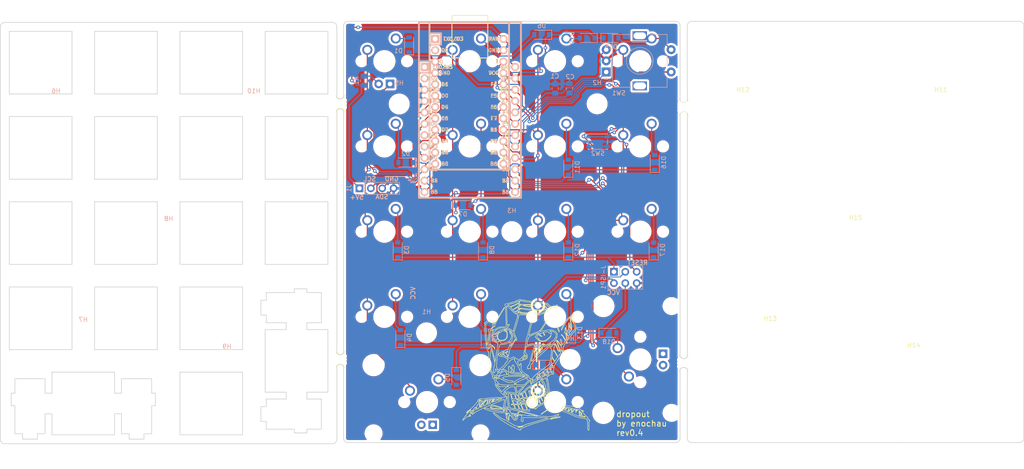
<source format=kicad_pcb>
(kicad_pcb (version 20171130) (host pcbnew "(5.1.7)-1")
  (layers (0 F.Cu signal) (31 B.Cu signal) (34 B.Paste user) (35 F.Paste user) (36 B.SilkS user) (37 F.SilkS user) (38 B.Mask user) (39 F.Mask user) (44 Edge.Cuts user))
  (net 0 "")
  (net 1 "Net-(D1-Pad2)")
  (net 2 ROW0)
  (net 3 "Net-(D2-Pad2)")
  (net 4 ROW1)
  (net 5 "Net-(D3-Pad2)")
  (net 6 ROW2)
  (net 7 "Net-(D4-Pad2)")
  (net 8 ROW3)
  (net 9 "Net-(D5-Pad2)")
  (net 10 ROW4)
  (net 11 "Net-(D6-Pad2)")
  (net 12 "Net-(D7-Pad2)")
  (net 13 "Net-(D8-Pad2)")
  (net 14 "Net-(D9-Pad2)")
  (net 15 "Net-(D10-Pad2)")
  (net 16 "Net-(D11-Pad2)")
  (net 17 "Net-(D12-Pad2)")
  (net 18 "Net-(D13-Pad2)")
  (net 19 "Net-(D14-Pad2)")
  (net 20 "Net-(D15-Pad2)")
  (net 21 "Net-(D16-Pad2)")
  (net 22 "Net-(D17-Pad2)")
  (net 23 "Net-(D18-Pad2)")
  (net 24 COL0)
  (net 25 COL2)
  (net 26 COL1)
  (net 27 COL3)
  (net 28 "Net-(K-NUM1-Pad3)")
  (net 29 NUMLED)
  (net 30 ROT-A)
  (net 31 ROT-B)
  (net 32 VCC)
  (net 33 RESET)
  (net 34 GND)
  (net 35 +5V)
  (net 36 SDA)
  (net 37 SCL)
  (module MX_Only:MXOnly-1U (layer F.Cu) (at 146.6608 59.484779)
    (fp_text reference K-NUM1)
    (fp_text value MX-LED)
    (pad "" np_thru_hole circle (at 5.08 0 48.0996) (size 1.75 1.75) (drill 1.75) (layers *.Cu *.Mask))
    (pad "" np_thru_hole circle (at -5.08 0 48.0996) (size 1.75 1.75) (drill 1.75) (layers *.Cu *.Mask))
    (pad 4 thru_hole rect (at 1.27 5.08) (size 1.905 1.905) (drill 1.04) (layers *.Cu B.Mask) (net 29 NUMLED))
    (pad 3 thru_hole circle (at -1.27 5.08) (size 1.905 1.905) (drill 1.04) (layers *.Cu B.Mask) (net 28 "Net-(K-NUM1-Pad3)"))
    (pad 1 thru_hole circle (at -3.81 -2.54) (size 2.25 2.25) (drill 1.47) (layers *.Cu B.Mask) (net 24 COL0))
    (pad "" np_thru_hole circle (at 0 0) (size 3.9878 3.9878) (drill 3.9878) (layers *.Cu *.Mask))
    (pad 2 thru_hole circle (at 2.54 -5.08) (size 2.25 2.25) (drill 1.47) (layers *.Cu B.Mask) (net 1 "Net-(D1-Pad2)"))
  )
  (module Connector_PinHeader_2.54mm:PinHeader_1x04_P2.54mm_Vertical (layer B.Cu) (at 141.1 87.9 270)
    (fp_text reference J1 (at 0 2.33 270) (layer B.SilkS) (effects (justify mirror)))
    (fp_text value Conn_01x04_Male)
    (pad 4 thru_hole oval (at 0 -7.62 270) (size 1.7 1.7) (drill 1) (layers *.Cu *.Mask) (net 34 GND))
    (pad 3 thru_hole oval (at 0 -5.08 270) (size 1.7 1.7) (drill 1) (layers *.Cu *.Mask) (net 36 SDA))
    (pad 2 thru_hole oval (at 0 -2.54 270) (size 1.7 1.7) (drill 1) (layers *.Cu *.Mask) (net 37 SCL))
    (pad 1 thru_hole rect (at 0 0 270) (size 1.7 1.7) (drill 1) (layers *.Cu *.Mask) (net 35 +5V))
  )
  (module MX_Only:MXOnly-1U-NoLED (layer F.Cu) (at 184.7608 97.584779)
    (fp_text reference K-6)
    (fp_text value MX-NoLED)
    (pad 2 thru_hole circle (at 2.54 -5.08) (size 2.25 2.25) (drill 1.47) (layers *.Cu B.Mask) (net 17 "Net-(D12-Pad2)"))
    (pad "" np_thru_hole circle (at 0 0) (size 3.9878 3.9878) (drill 3.9878) (layers *.Cu *.Mask))
    (pad 1 thru_hole circle (at -3.81 -2.54) (size 2.25 2.25) (drill 1.47) (layers *.Cu B.Mask) (net 25 COL2))
    (pad "" np_thru_hole circle (at -5.08 0 48.0996) (size 1.75 1.75) (drill 1.75) (layers *.Cu *.Mask))
    (pad "" np_thru_hole circle (at 5.08 0 48.0996) (size 1.75 1.75) (drill 1.75) (layers *.Cu *.Mask))
  )
  (module MX_Only:MXOnly-1U-NoLED (layer F.Cu) (at 165.7106 78.53478)
    (fp_text reference K-8)
    (fp_text value MX-NoLED)
    (pad 2 thru_hole circle (at 2.54 -5.08) (size 2.25 2.25) (drill 1.47) (layers *.Cu B.Mask) (net 12 "Net-(D7-Pad2)"))
    (pad "" np_thru_hole circle (at 0 0) (size 3.9878 3.9878) (drill 3.9878) (layers *.Cu *.Mask))
    (pad 1 thru_hole circle (at -3.81 -2.54) (size 2.25 2.25) (drill 1.47) (layers *.Cu B.Mask) (net 26 COL1))
    (pad "" np_thru_hole circle (at -5.08 0 48.0996) (size 1.75 1.75) (drill 1.75) (layers *.Cu *.Mask))
    (pad "" np_thru_hole circle (at 5.08 0 48.0996) (size 1.75 1.75) (drill 1.75) (layers *.Cu *.Mask))
  )
  (module Diode_SMD:D_SOD-123 (layer B.Cu) (at 207.0358 82.109779 90)
    (fp_text reference D16 (at 0 2 90) (layer B.SilkS) (effects (justify mirror)))
    (fp_text value D)
    (pad 2 smd rect (at 1.65 0 90) (size 0.9 1.2) (layers B.Cu B.Paste B.Mask) (net 21 "Net-(D16-Pad2)"))
    (pad 1 smd rect (at -1.65 0 90) (size 0.9 1.2) (layers B.Cu B.Paste B.Mask) (net 4 ROW1))
  )
  (module Panelization:mouse-bite-2mm-slot (layer F.Cu) (at 136.8 126.2 90)
    (fp_text reference H19 hide)
    (fp_text value mouse-bites hide)
    (pad "" np_thru_hole circle (at 0.75 0.75 90) (size 0.5 0.5) (drill 0.5) (layers *.Cu *.Mask))
    (pad "" np_thru_hole circle (at -0.75 0.75 90) (size 0.5 0.5) (drill 0.5) (layers *.Cu *.Mask))
    (pad "" np_thru_hole circle (at -0.75 -0.75 90) (size 0.5 0.5) (drill 0.5) (layers *.Cu *.Mask))
    (pad "" np_thru_hole circle (at 0.75 -0.75 90) (size 0.5 0.5) (drill 0.5) (layers *.Cu *.Mask))
    (pad "" np_thru_hole circle (at 0 0.75 90) (size 0.5 0.5) (drill 0.5) (layers *.Cu *.Mask))
    (pad "" np_thru_hole circle (at 0 -0.75 90) (size 0.5 0.5) (drill 0.5) (layers *.Cu *.Mask))
  )
  (module Panelization:mouse-bite-2mm-slot (layer F.Cu) (at 213.5 127 90)
    (fp_text reference H18 hide)
    (fp_text value mouse-bites hide)
    (pad "" np_thru_hole circle (at 0.75 0.75 90) (size 0.5 0.5) (drill 0.5) (layers *.Cu *.Mask))
    (pad "" np_thru_hole circle (at -0.75 0.75 90) (size 0.5 0.5) (drill 0.5) (layers *.Cu *.Mask))
    (pad "" np_thru_hole circle (at -0.75 -0.75 90) (size 0.5 0.5) (drill 0.5) (layers *.Cu *.Mask))
    (pad "" np_thru_hole circle (at 0.75 -0.75 90) (size 0.5 0.5) (drill 0.5) (layers *.Cu *.Mask))
    (pad "" np_thru_hole circle (at 0 0.75 90) (size 0.5 0.5) (drill 0.5) (layers *.Cu *.Mask))
    (pad "" np_thru_hole circle (at 0 -0.75 90) (size 0.5 0.5) (drill 0.5) (layers *.Cu *.Mask))
  )
  (module Panelization:mouse-bite-2mm-slot (layer F.Cu) (at 213.55 69.75 90)
    (fp_text reference H17 hide)
    (fp_text value mouse-bites hide)
    (pad "" np_thru_hole circle (at 0.75 0.75 90) (size 0.5 0.5) (drill 0.5) (layers *.Cu *.Mask))
    (pad "" np_thru_hole circle (at -0.75 0.75 90) (size 0.5 0.5) (drill 0.5) (layers *.Cu *.Mask))
    (pad "" np_thru_hole circle (at -0.75 -0.75 90) (size 0.5 0.5) (drill 0.5) (layers *.Cu *.Mask))
    (pad "" np_thru_hole circle (at 0.75 -0.75 90) (size 0.5 0.5) (drill 0.5) (layers *.Cu *.Mask))
    (pad "" np_thru_hole circle (at 0 0.75 90) (size 0.5 0.5) (drill 0.5) (layers *.Cu *.Mask))
    (pad "" np_thru_hole circle (at 0 -0.75 90) (size 0.5 0.5) (drill 0.5) (layers *.Cu *.Mask))
  )
  (module Panelization:mouse-bite-2mm-slot (layer F.Cu) (at 136.8 69 90)
    (fp_text reference H16 hide)
    (fp_text value mouse-bites hide)
    (pad "" np_thru_hole circle (at 0.75 0.75 90) (size 0.5 0.5) (drill 0.5) (layers *.Cu *.Mask))
    (pad "" np_thru_hole circle (at -0.75 0.75 90) (size 0.5 0.5) (drill 0.5) (layers *.Cu *.Mask))
    (pad "" np_thru_hole circle (at -0.75 -0.75 90) (size 0.5 0.5) (drill 0.5) (layers *.Cu *.Mask))
    (pad "" np_thru_hole circle (at 0.75 -0.75 90) (size 0.5 0.5) (drill 0.5) (layers *.Cu *.Mask))
    (pad "" np_thru_hole circle (at 0 0.75 90) (size 0.5 0.5) (drill 0.5) (layers *.Cu *.Mask))
    (pad "" np_thru_hole circle (at 0 -0.75 90) (size 0.5 0.5) (drill 0.5) (layers *.Cu *.Mask))
  )
  (module Keebio-Parts:ArduinoProMicro (layer F.Cu) (at 165.63 68.47 270)
    (fp_text reference U2 hide)
    (fp_text value ProMicro hide)
    (fp_text user ST (at -8.91 -5.04) (layer B.SilkS) (effects (font (size 0.8 0.8)) (justify mirror)))
    (fp_text user TX0/D3 (at -13.97 3.571872) (layer F.SilkS) (effects (font (size 0.8 0.8))))
    (fp_text user TX0/D3 (at -13.97 3.571872) (layer B.SilkS) (effects (font (size 0.8 0.8)) (justify mirror)))
    (fp_text user D2 (at -11.43 5.461) (layer F.SilkS) (effects (font (size 0.8 0.8))))
    (fp_text user D0 (at -1.27 5.461) (layer F.SilkS) (effects (font (size 0.8 0.8))))
    (fp_text user D1 (at -3.81 5.461) (layer F.SilkS) (effects (font (size 0.8 0.8))))
    (fp_text user GND (at -6.35 5.461) (layer F.SilkS) (effects (font (size 0.8 0.8))))
    (fp_text user GND (at -8.89 5.461) (layer F.SilkS) (effects (font (size 0.8 0.8))))
    (fp_text user D4 (at 1.27 5.461) (layer F.SilkS) (effects (font (size 0.8 0.8))))
    (fp_text user C6 (at 3.81 5.461) (layer F.SilkS) (effects (font (size 0.8 0.8))))
    (fp_text user D7 (at 6.35 5.461) (layer F.SilkS) (effects (font (size 0.8 0.8))))
    (fp_text user E6 (at 8.89 5.461) (layer F.SilkS) (effects (font (size 0.8 0.8))))
    (fp_text user B4 (at 11.43 5.461) (layer F.SilkS) (effects (font (size 0.8 0.8))))
    (fp_text user B5 (at 13.97 5.461) (layer F.SilkS) (effects (font (size 0.8 0.8))))
    (fp_text user B6 (at 13.97 -5.461) (layer F.SilkS) (effects (font (size 0.8 0.8))))
    (fp_text user B2 (at 11.43 -5.461) (layer B.SilkS) (effects (font (size 0.8 0.8)) (justify mirror)))
    (fp_text user B3 (at 8.89 -5.461) (layer F.SilkS) (effects (font (size 0.8 0.8))))
    (fp_text user B1 (at 6.35 -5.461) (layer F.SilkS) (effects (font (size 0.8 0.8))))
    (fp_text user F7 (at 3.81 -5.461) (layer B.SilkS) (effects (font (size 0.8 0.8)) (justify mirror)))
    (fp_text user F6 (at 1.27 -5.461) (layer B.SilkS) (effects (font (size 0.8 0.8)) (justify mirror)))
    (fp_text user F5 (at -1.27 -5.461) (layer B.SilkS) (effects (font (size 0.8 0.8)) (justify mirror)))
    (fp_text user F4 (at -3.81 -5.461) (layer F.SilkS) (effects (font (size 0.8 0.8))))
    (fp_text user VCC (at -6.35 -5.461) (layer F.SilkS) (effects (font (size 0.8 0.8))))
    (fp_text user ST (at -8.92 -5.73312) (layer F.SilkS) (effects (font (size 0.8 0.8))))
    (fp_text user GND (at -11.43 -5.461) (layer F.SilkS) (effects (font (size 0.8 0.8))))
    (fp_text user RAW (at -13.97 -5.461) (layer F.SilkS) (effects (font (size 0.8 0.8))))
    (fp_text user RAW (at -13.97 -5.461) (layer B.SilkS) (effects (font (size 0.8 0.8)) (justify mirror)))
    (fp_text user GND (at -11.43 -5.461) (layer B.SilkS) (effects (font (size 0.8 0.8)) (justify mirror)))
    (fp_text user VCC (at -6.35 -5.461) (layer B.SilkS) (effects (font (size 0.8 0.8)) (justify mirror)))
    (fp_text user F4 (at -3.81 -5.461) (layer B.SilkS) (effects (font (size 0.8 0.8)) (justify mirror)))
    (fp_text user F5 (at -1.27 -5.461) (layer F.SilkS) (effects (font (size 0.8 0.8))))
    (fp_text user F6 (at 1.27 -5.461) (layer F.SilkS) (effects (font (size 0.8 0.8))))
    (fp_text user F7 (at 3.81 -5.461) (layer F.SilkS) (effects (font (size 0.8 0.8))))
    (fp_text user B1 (at 6.35 -5.461) (layer B.SilkS) (effects (font (size 0.8 0.8)) (justify mirror)))
    (fp_text user B3 (at 8.89 -5.461) (layer B.SilkS) (effects (font (size 0.8 0.8)) (justify mirror)))
    (fp_text user B2 (at 11.43 -5.461) (layer F.SilkS) (effects (font (size 0.8 0.8))))
    (fp_text user B6 (at 13.97 -5.461) (layer B.SilkS) (effects (font (size 0.8 0.8)) (justify mirror)))
    (fp_text user B5 (at 13.97 5.461) (layer B.SilkS) (effects (font (size 0.8 0.8)) (justify mirror)))
    (fp_text user B4 (at 11.43 5.461) (layer B.SilkS) (effects (font (size 0.8 0.8)) (justify mirror)))
    (fp_text user E6 (at 8.89 5.461) (layer B.SilkS) (effects (font (size 0.8 0.8)) (justify mirror)))
    (fp_text user D7 (at 6.35 5.461) (layer B.SilkS) (effects (font (size 0.8 0.8)) (justify mirror)))
    (fp_text user C6 (at 3.81 5.461) (layer B.SilkS) (effects (font (size 0.8 0.8)) (justify mirror)))
    (fp_text user D4 (at 1.27 5.461) (layer B.SilkS) (effects (font (size 0.8 0.8)) (justify mirror)))
    (fp_text user GND (at -8.89 5.461) (layer B.SilkS) (effects (font (size 0.8 0.8)) (justify mirror)))
    (fp_text user GND (at -6.35 5.461) (layer B.SilkS) (effects (font (size 0.8 0.8)) (justify mirror)))
    (fp_text user D1 (at -3.81 5.461) (layer B.SilkS) (effects (font (size 0.8 0.8)) (justify mirror)))
    (fp_text user D0 (at -1.27 5.461) (layer B.SilkS) (effects (font (size 0.8 0.8)) (justify mirror)))
    (fp_text user D2 (at -11.43 5.461) (layer B.SilkS) (effects (font (size 0.8 0.8)) (justify mirror)))
    (pad 24 thru_hole circle (at -13.97 -7.62 270) (size 1.7526 1.7526) (drill 1.0922) (layers *.Cu *.SilkS *.Mask) (net 35 +5V))
    (pad 12 thru_hole circle (at 13.97 7.62 270) (size 1.7526 1.7526) (drill 1.0922) (layers *.Cu *.SilkS *.Mask) (net 29 NUMLED))
    (pad 23 thru_hole circle (at -11.43 -7.62 270) (size 1.7526 1.7526) (drill 1.0922) (layers *.Cu *.SilkS *.Mask) (net 34 GND))
    (pad 22 thru_hole circle (at -8.89 -7.62 270) (size 1.7526 1.7526) (drill 1.0922) (layers *.Cu *.SilkS *.Mask) (net 33 RESET))
    (pad 21 thru_hole circle (at -6.35 -7.62 270) (size 1.7526 1.7526) (drill 1.0922) (layers *.Cu *.SilkS *.Mask) (net 32 VCC))
    (pad 20 thru_hole circle (at -3.81 -7.62 270) (size 1.7526 1.7526) (drill 1.0922) (layers *.Cu *.SilkS *.Mask) (net 2 ROW0))
    (pad 19 thru_hole circle (at -1.27 -7.62 270) (size 1.7526 1.7526) (drill 1.0922) (layers *.Cu *.SilkS *.Mask) (net 31 ROT-B))
    (pad 18 thru_hole circle (at 1.27 -7.62 270) (size 1.7526 1.7526) (drill 1.0922) (layers *.Cu *.SilkS *.Mask) (net 30 ROT-A))
    (pad 17 thru_hole circle (at 3.81 -7.62 270) (size 1.7526 1.7526) (drill 1.0922) (layers *.Cu *.SilkS *.Mask) (net 27 COL3))
    (pad 16 thru_hole circle (at 6.35 -7.62 270) (size 1.7526 1.7526) (drill 1.0922) (layers *.Cu *.SilkS *.Mask) (net 25 COL2))
    (pad 15 thru_hole circle (at 8.89 -7.62 270) (size 1.7526 1.7526) (drill 1.0922) (layers *.Cu *.SilkS *.Mask) (net 6 ROW2))
    (pad 14 thru_hole circle (at 11.43 -7.62 270) (size 1.7526 1.7526) (drill 1.0922) (layers *.Cu *.SilkS *.Mask) (net 8 ROW3))
    (pad 13 thru_hole circle (at 13.97 -7.62 270) (size 1.7526 1.7526) (drill 1.0922) (layers *.Cu *.SilkS *.Mask) (net 10 ROW4))
    (pad 11 thru_hole circle (at 11.43 7.62 270) (size 1.7526 1.7526) (drill 1.0922) (layers *.Cu *.SilkS *.Mask) (net 4 ROW1))
    (pad 10 thru_hole circle (at 8.89 7.62 270) (size 1.7526 1.7526) (drill 1.0922) (layers *.Cu *.SilkS *.Mask) (net 24 COL0))
    (pad 9 thru_hole circle (at 6.35 7.62 270) (size 1.7526 1.7526) (drill 1.0922) (layers *.Cu *.SilkS *.Mask) (net 26 COL1))
    (pad 8 thru_hole circle (at 3.81 7.62 270) (size 1.7526 1.7526) (drill 1.0922) (layers *.Cu *.SilkS *.Mask))
    (pad 7 thru_hole circle (at 1.27 7.62 270) (size 1.7526 1.7526) (drill 1.0922) (layers *.Cu *.SilkS *.Mask))
    (pad 6 thru_hole circle (at -1.27 7.62 270) (size 1.7526 1.7526) (drill 1.0922) (layers *.Cu *.SilkS *.Mask) (net 36 SDA))
    (pad 5 thru_hole circle (at -3.81 7.62 270) (size 1.7526 1.7526) (drill 1.0922) (layers *.Cu *.SilkS *.Mask) (net 37 SCL))
    (pad 4 thru_hole circle (at -6.35 7.62 270) (size 1.7526 1.7526) (drill 1.0922) (layers *.Cu *.SilkS *.Mask) (net 34 GND))
    (pad 3 thru_hole circle (at -8.89 7.62 270) (size 1.7526 1.7526) (drill 1.0922) (layers *.Cu *.SilkS *.Mask) (net 34 GND))
    (pad 2 thru_hole circle (at -11.43 7.62 270) (size 1.7526 1.7526) (drill 1.0922) (layers *.Cu *.SilkS *.Mask))
    (pad 1 thru_hole rect (at -13.97 7.62 270) (size 1.7526 1.7526) (drill 1.0922) (layers *.Cu *.SilkS *.Mask))
  )
  (module Keebio-Parts:ArduinoProMicro-Mini-USB (layer F.Cu) (at 165.75 74.75 270)
    (fp_text reference U1 hide)
    (fp_text value ProMicro hide)
    (fp_text user ST (at -8.91 -7.54) (layer B.SilkS) (effects (font (size 0.8 0.8)) (justify mirror)))
    (fp_text user TX0/D3 (at -13.97 6.071872) (layer F.SilkS) (effects (font (size 0.8 0.8))))
    (fp_text user TX0/D3 (at -13.97 6.071872) (layer B.SilkS) (effects (font (size 0.8 0.8)) (justify mirror)))
    (fp_text user D2 (at -11.43 7.961) (layer F.SilkS) (effects (font (size 0.8 0.8))))
    (fp_text user D0 (at -1.27 7.961) (layer F.SilkS) (effects (font (size 0.8 0.8))))
    (fp_text user D1 (at -3.81 7.961) (layer F.SilkS) (effects (font (size 0.8 0.8))))
    (fp_text user GND (at -6.35 7.961) (layer F.SilkS) (effects (font (size 0.8 0.8))))
    (fp_text user GND (at -8.89 7.961) (layer F.SilkS) (effects (font (size 0.8 0.8))))
    (fp_text user D4 (at 1.27 7.961) (layer F.SilkS) (effects (font (size 0.8 0.8))))
    (fp_text user C6 (at 3.81 7.961) (layer F.SilkS) (effects (font (size 0.8 0.8))))
    (fp_text user D7 (at 6.35 7.961) (layer F.SilkS) (effects (font (size 0.8 0.8))))
    (fp_text user E6 (at 8.89 7.961) (layer F.SilkS) (effects (font (size 0.8 0.8))))
    (fp_text user B4 (at 11.43 7.961) (layer F.SilkS) (effects (font (size 0.8 0.8))))
    (fp_text user B5 (at 13.97 7.961) (layer F.SilkS) (effects (font (size 0.8 0.8))))
    (fp_text user B6 (at 13.97 -7.961) (layer F.SilkS) (effects (font (size 0.8 0.8))))
    (fp_text user B2 (at 11.43 -7.961) (layer B.SilkS) (effects (font (size 0.8 0.8)) (justify mirror)))
    (fp_text user B3 (at 8.89 -7.961) (layer F.SilkS) (effects (font (size 0.8 0.8))))
    (fp_text user B1 (at 6.35 -7.961) (layer F.SilkS) (effects (font (size 0.8 0.8))))
    (fp_text user F7 (at 3.81 -7.961) (layer B.SilkS) (effects (font (size 0.8 0.8)) (justify mirror)))
    (fp_text user F6 (at 1.27 -7.961) (layer B.SilkS) (effects (font (size 0.8 0.8)) (justify mirror)))
    (fp_text user F5 (at -1.27 -7.961) (layer B.SilkS) (effects (font (size 0.8 0.8)) (justify mirror)))
    (fp_text user F4 (at -3.81 -7.961) (layer F.SilkS) (effects (font (size 0.8 0.8))))
    (fp_text user VCC (at -6.35 -7.961) (layer F.SilkS) (effects (font (size 0.8 0.8))))
    (fp_text user ST (at -8.92 -8.23312) (layer F.SilkS) (effects (font (size 0.8 0.8))))
    (fp_text user GND (at -11.43 -7.961) (layer F.SilkS) (effects (font (size 0.8 0.8))))
    (fp_text user RAW (at -13.97 -7.961) (layer F.SilkS) (effects (font (size 0.8 0.8))))
    (fp_text user RAW (at -13.97 -7.961) (layer B.SilkS) (effects (font (size 0.8 0.8)) (justify mirror)))
    (fp_text user GND (at -11.43 -7.961) (layer B.SilkS) (effects (font (size 0.8 0.8)) (justify mirror)))
    (fp_text user VCC (at -6.35 -7.961) (layer B.SilkS) (effects (font (size 0.8 0.8)) (justify mirror)))
    (fp_text user F4 (at -3.81 -7.961) (layer B.SilkS) (effects (font (size 0.8 0.8)) (justify mirror)))
    (fp_text user F5 (at -1.27 -7.961) (layer F.SilkS) (effects (font (size 0.8 0.8))))
    (fp_text user F6 (at 1.27 -7.961) (layer F.SilkS) (effects (font (size 0.8 0.8))))
    (fp_text user F7 (at 3.81 -7.961) (layer F.SilkS) (effects (font (size 0.8 0.8))))
    (fp_text user B1 (at 6.35 -7.961) (layer B.SilkS) (effects (font (size 0.8 0.8)) (justify mirror)))
    (fp_text user B3 (at 8.89 -7.961) (layer B.SilkS) (effects (font (size 0.8 0.8)) (justify mirror)))
    (fp_text user B2 (at 11.43 -7.961) (layer F.SilkS) (effects (font (size 0.8 0.8))))
    (fp_text user B6 (at 13.97 -7.961) (layer B.SilkS) (effects (font (size 0.8 0.8)) (justify mirror)))
    (fp_text user B5 (at 13.97 7.961) (layer B.SilkS) (effects (font (size 0.8 0.8)) (justify mirror)))
    (fp_text user B4 (at 11.43 7.961) (layer B.SilkS) (effects (font (size 0.8 0.8)) (justify mirror)))
    (fp_text user E6 (at 8.89 7.961) (layer B.SilkS) (effects (font (size 0.8 0.8)) (justify mirror)))
    (fp_text user D7 (at 6.35 7.961) (layer B.SilkS) (effects (font (size 0.8 0.8)) (justify mirror)))
    (fp_text user C6 (at 3.81 7.961) (layer B.SilkS) (effects (font (size 0.8 0.8)) (justify mirror)))
    (fp_text user D4 (at 1.27 7.961) (layer B.SilkS) (effects (font (size 0.8 0.8)) (justify mirror)))
    (fp_text user GND (at -8.89 7.961) (layer B.SilkS) (effects (font (size 0.8 0.8)) (justify mirror)))
    (fp_text user GND (at -6.35 7.961) (layer B.SilkS) (effects (font (size 0.8 0.8)) (justify mirror)))
    (fp_text user D1 (at -3.81 7.961) (layer B.SilkS) (effects (font (size 0.8 0.8)) (justify mirror)))
    (fp_text user D0 (at -1.27 7.961) (layer B.SilkS) (effects (font (size 0.8 0.8)) (justify mirror)))
    (fp_text user D2 (at -11.43 7.961) (layer B.SilkS) (effects (font (size 0.8 0.8)) (justify mirror)))
    (pad 24 thru_hole circle (at -13.97 -10.12 270) (size 1.7526 1.7526) (drill 1.0922) (layers *.Cu *.SilkS *.Mask) (net 35 +5V))
    (pad 12 thru_hole circle (at 13.97 10.12 270) (size 1.7526 1.7526) (drill 1.0922) (layers *.Cu *.SilkS *.Mask) (net 29 NUMLED))
    (pad 23 thru_hole circle (at -11.43 -10.12 270) (size 1.7526 1.7526) (drill 1.0922) (layers *.Cu *.SilkS *.Mask) (net 34 GND))
    (pad 22 thru_hole circle (at -8.89 -10.12 270) (size 1.7526 1.7526) (drill 1.0922) (layers *.Cu *.SilkS *.Mask) (net 33 RESET))
    (pad 21 thru_hole circle (at -6.35 -10.12 270) (size 1.7526 1.7526) (drill 1.0922) (layers *.Cu *.SilkS *.Mask) (net 32 VCC))
    (pad 20 thru_hole circle (at -3.81 -10.12 270) (size 1.7526 1.7526) (drill 1.0922) (layers *.Cu *.SilkS *.Mask) (net 2 ROW0))
    (pad 19 thru_hole circle (at -1.27 -10.12 270) (size 1.7526 1.7526) (drill 1.0922) (layers *.Cu *.SilkS *.Mask) (net 31 ROT-B))
    (pad 18 thru_hole circle (at 1.27 -10.12 270) (size 1.7526 1.7526) (drill 1.0922) (layers *.Cu *.SilkS *.Mask) (net 30 ROT-A))
    (pad 17 thru_hole circle (at 3.81 -10.12 270) (size 1.7526 1.7526) (drill 1.0922) (layers *.Cu *.SilkS *.Mask) (net 27 COL3))
    (pad 16 thru_hole circle (at 6.35 -10.12 270) (size 1.7526 1.7526) (drill 1.0922) (layers *.Cu *.SilkS *.Mask) (net 25 COL2))
    (pad 15 thru_hole circle (at 8.89 -10.12 270) (size 1.7526 1.7526) (drill 1.0922) (layers *.Cu *.SilkS *.Mask) (net 6 ROW2))
    (pad 14 thru_hole circle (at 11.43 -10.12 270) (size 1.7526 1.7526) (drill 1.0922) (layers *.Cu *.SilkS *.Mask) (net 8 ROW3))
    (pad 13 thru_hole circle (at 13.97 -10.12 270) (size 1.7526 1.7526) (drill 1.0922) (layers *.Cu *.SilkS *.Mask) (net 10 ROW4))
    (pad 11 thru_hole circle (at 11.43 10.12 270) (size 1.7526 1.7526) (drill 1.0922) (layers *.Cu *.SilkS *.Mask) (net 4 ROW1))
    (pad 10 thru_hole circle (at 8.89 10.12 270) (size 1.7526 1.7526) (drill 1.0922) (layers *.Cu *.SilkS *.Mask) (net 24 COL0))
    (pad 9 thru_hole circle (at 6.35 10.12 270) (size 1.7526 1.7526) (drill 1.0922) (layers *.Cu *.SilkS *.Mask) (net 26 COL1))
    (pad 8 thru_hole circle (at 3.81 10.12 270) (size 1.7526 1.7526) (drill 1.0922) (layers *.Cu *.SilkS *.Mask))
    (pad 7 thru_hole circle (at 1.27 10.12 270) (size 1.7526 1.7526) (drill 1.0922) (layers *.Cu *.SilkS *.Mask))
    (pad 6 thru_hole circle (at -1.27 10.12 270) (size 1.7526 1.7526) (drill 1.0922) (layers *.Cu *.SilkS *.Mask) (net 36 SDA))
    (pad 5 thru_hole circle (at -3.81 10.12 270) (size 1.7526 1.7526) (drill 1.0922) (layers *.Cu *.SilkS *.Mask) (net 37 SCL))
    (pad 4 thru_hole circle (at -6.35 10.12 270) (size 1.7526 1.7526) (drill 1.0922) (layers *.Cu *.SilkS *.Mask) (net 34 GND))
    (pad 3 thru_hole circle (at -8.89 10.12 270) (size 1.7526 1.7526) (drill 1.0922) (layers *.Cu *.SilkS *.Mask) (net 34 GND))
    (pad 2 thru_hole circle (at -11.43 10.12 270) (size 1.7526 1.7526) (drill 1.0922) (layers *.Cu *.SilkS *.Mask))
    (pad 1 thru_hole rect (at -13.97 10.12 270) (size 1.7526 1.7526) (drill 1.0922) (layers *.Cu *.SilkS *.Mask))
  )
  (module MX_Only:MXOnly-1U-NoLED (layer F.Cu) (at 184.7608 59.484779)
    (fp_text reference K-STAR1)
    (fp_text value MX-NoLED)
    (pad 2 thru_hole circle (at 2.54 -5.08) (size 2.25 2.25) (drill 1.47) (layers *.Cu B.Mask) (net 15 "Net-(D10-Pad2)"))
    (pad "" np_thru_hole circle (at 0 0) (size 3.9878 3.9878) (drill 3.9878) (layers *.Cu *.Mask))
    (pad 1 thru_hole circle (at -3.81 -2.54) (size 2.25 2.25) (drill 1.47) (layers *.Cu B.Mask) (net 25 COL2))
    (pad "" np_thru_hole circle (at -5.08 0 48.0996) (size 1.75 1.75) (drill 1.75) (layers *.Cu *.Mask))
    (pad "" np_thru_hole circle (at 5.08 0 48.0996) (size 1.75 1.75) (drill 1.75) (layers *.Cu *.Mask))
  )
  (module MX_Only:MXOnly-1U-NoLED (layer F.Cu) (at 184.7608 78.534779)
    (fp_text reference K-9)
    (fp_text value MX-NoLED)
    (pad 2 thru_hole circle (at 2.54 -5.08) (size 2.25 2.25) (drill 1.47) (layers *.Cu B.Mask) (net 16 "Net-(D11-Pad2)"))
    (pad "" np_thru_hole circle (at 0 0) (size 3.9878 3.9878) (drill 3.9878) (layers *.Cu *.Mask))
    (pad 1 thru_hole circle (at -3.81 -2.54) (size 2.25 2.25) (drill 1.47) (layers *.Cu B.Mask) (net 25 COL2))
    (pad "" np_thru_hole circle (at -5.08 0 48.0996) (size 1.75 1.75) (drill 1.75) (layers *.Cu *.Mask))
    (pad "" np_thru_hole circle (at 5.08 0 48.0996) (size 1.75 1.75) (drill 1.75) (layers *.Cu *.Mask))
  )
  (module MX_Only:MXOnly-1U-NoLED (layer F.Cu) (at 203.8108 78.534779)
    (fp_text reference K-MIN1)
    (fp_text value MX-NoLED)
    (pad 2 thru_hole circle (at 2.54 -5.08) (size 2.25 2.25) (drill 1.47) (layers *.Cu B.Mask) (net 21 "Net-(D16-Pad2)"))
    (pad "" np_thru_hole circle (at 0 0) (size 3.9878 3.9878) (drill 3.9878) (layers *.Cu *.Mask))
    (pad 1 thru_hole circle (at -3.81 -2.54) (size 2.25 2.25) (drill 1.47) (layers *.Cu B.Mask) (net 27 COL3))
    (pad "" np_thru_hole circle (at -5.08 0 48.0996) (size 1.75 1.75) (drill 1.75) (layers *.Cu *.Mask))
    (pad "" np_thru_hole circle (at 5.08 0 48.0996) (size 1.75 1.75) (drill 1.75) (layers *.Cu *.Mask))
  )
  (module MX_Only:MXOnly-1U-NoLED (layer F.Cu) (at 203.8106 59.484779)
    (fp_text reference K-FN1)
    (fp_text value MX-NoLED)
    (pad 2 thru_hole circle (at 2.54 -5.08) (size 2.25 2.25) (drill 1.47) (layers *.Cu B.Mask) (net 20 "Net-(D15-Pad2)"))
    (pad "" np_thru_hole circle (at 0 0) (size 3.9878 3.9878) (drill 3.9878) (layers *.Cu *.Mask))
    (pad 1 thru_hole circle (at -3.81 -2.54) (size 2.25 2.25) (drill 1.47) (layers *.Cu B.Mask) (net 27 COL3))
    (pad "" np_thru_hole circle (at -5.08 0 48.0996) (size 1.75 1.75) (drill 1.75) (layers *.Cu *.Mask))
    (pad "" np_thru_hole circle (at 5.08 0 48.0996) (size 1.75 1.75) (drill 1.75) (layers *.Cu *.Mask))
  )
  (module Button_Switch_SMD:SW_SPST_PTS810 (layer B.Cu) (at 194.325 77.475)
    (fp_text reference SW2 (at 0 2.6) (layer B.SilkS) (effects (justify mirror)))
    (fp_text value SW_Push)
    (pad 2 smd rect (at 2.075 -1.075) (size 1.05 0.65) (layers B.Cu B.Paste B.Mask) (net 33 RESET))
    (pad 2 smd rect (at -2.075 -1.075) (size 1.05 0.65) (layers B.Cu B.Paste B.Mask) (net 33 RESET))
    (pad 1 smd rect (at 2.075 1.075) (size 1.05 0.65) (layers B.Cu B.Paste B.Mask) (net 34 GND))
    (pad 1 smd rect (at -2.075 1.075) (size 1.05 0.65) (layers B.Cu B.Paste B.Mask) (net 34 GND))
  )
  (module MX_Only:MXOnly-1U-NoLED (layer F.Cu) (at 165.7108 97.584779)
    (fp_text reference K-5)
    (fp_text value MX-NoLED)
    (pad 2 thru_hole circle (at 2.54 -5.08) (size 2.25 2.25) (drill 1.47) (layers *.Cu B.Mask) (net 13 "Net-(D8-Pad2)"))
    (pad "" np_thru_hole circle (at 0 0) (size 3.9878 3.9878) (drill 3.9878) (layers *.Cu *.Mask))
    (pad 1 thru_hole circle (at -3.81 -2.54) (size 2.25 2.25) (drill 1.47) (layers *.Cu B.Mask) (net 26 COL1))
    (pad "" np_thru_hole circle (at -5.08 0 48.0996) (size 1.75 1.75) (drill 1.75) (layers *.Cu *.Mask))
    (pad "" np_thru_hole circle (at 5.08 0 48.0996) (size 1.75 1.75) (drill 1.75) (layers *.Cu *.Mask))
  )
  (module MountingHole:MountingHole_2.2mm_M2 (layer F.Cu) (at 251.897457 97.653685)
    (fp_text reference H15 (at 0 -3.2) (layer F.SilkS))
    (fp_text value MountingHole)
    (pad 1 np_thru_hole circle (at 0 0) (size 2.2 2.2) (drill 2.2) (layers *.Cu *.Mask))
  )
  (module MountingHole:MountingHole_2.2mm_M2 (layer F.Cu) (at 264.896757 126.203534)
    (fp_text reference H14 (at 0 -3.2) (layer F.SilkS))
    (fp_text value MountingHole)
    (pad 1 np_thru_hole circle (at 0 0) (size 2.2 2.2) (drill 2.2) (layers *.Cu *.Mask))
  )
  (module MountingHole:MountingHole_2.2mm_M2 (layer F.Cu) (at 232.822207 120.204135)
    (fp_text reference H13 (at 0 -3.2) (layer F.SilkS))
    (fp_text value MountingHole)
    (pad 1 np_thru_hole circle (at 0 0) (size 2.2 2.2) (drill 2.2) (layers *.Cu *.Mask))
  )
  (module MountingHole:MountingHole_2.2mm_M2 (layer F.Cu) (at 226.719506 69.053335)
    (fp_text reference H12 (at 0 -3.2) (layer F.SilkS))
    (fp_text value MountingHole)
    (pad 1 np_thru_hole circle (at 0 0) (size 2.2 2.2) (drill 2.2) (layers *.Cu *.Mask))
  )
  (module MountingHole:MountingHole_2.2mm_M2 (layer F.Cu) (at 270.922107 69.053335)
    (fp_text reference H11 (at 0 -3.2) (layer F.SilkS))
    (fp_text value MountingHole)
    (pad 1 np_thru_hole circle (at 0 0) (size 2.2 2.2) (drill 2.2) (layers *.Cu *.Mask))
  )
  (module MountingHole:MountingHole_2.2mm_M2 (layer F.Cu) (at 117.522607 69.327625)
    (fp_text reference H10 (at 0 -3.2) (layer B.SilkS) (effects (justify mirror)))
    (fp_text value MountingHole)
    (pad 1 np_thru_hole circle (at 0 0) (size 2.2 2.2) (drill 2.2) (layers *.Cu *.Mask))
  )
  (module MountingHole:MountingHole_2.2mm_M2 (layer F.Cu) (at 111.497257 126.453175)
    (fp_text reference H9 (at 0 -3.2) (layer B.SilkS) (effects (justify mirror)))
    (fp_text value MountingHole)
    (pad 1 np_thru_hole circle (at 0 0) (size 2.2 2.2) (drill 2.2) (layers *.Cu *.Mask))
  )
  (module MountingHole:MountingHole_2.2mm_M2 (layer F.Cu) (at 98.497957 97.903326)
    (fp_text reference H8 (at 0 -3.2) (layer B.SilkS) (effects (justify mirror)))
    (fp_text value MountingHole)
    (pad 1 np_thru_hole circle (at 0 0) (size 2.2 2.2) (drill 2.2) (layers *.Cu *.Mask))
  )
  (module MountingHole:MountingHole_2.2mm_M2 (layer F.Cu) (at 79.422707 120.453776)
    (fp_text reference H7 (at 0 -3.2) (layer B.SilkS) (effects (justify mirror)))
    (fp_text value MountingHole)
    (pad 1 np_thru_hole circle (at 0 0) (size 2.2 2.2) (drill 2.2) (layers *.Cu *.Mask))
  )
  (module MountingHole:MountingHole_2.2mm_M2 (layer F.Cu) (at 73.320006 69.327625)
    (fp_text reference H6 (at 0 -3.2) (layer B.SilkS) (effects (justify mirror)))
    (fp_text value MountingHole)
    (pad 1 np_thru_hole circle (at 0 0) (size 2.2 2.2) (drill 2.2) (layers *.Cu *.Mask))
  )
  (module MountingHole:MountingHole_3.7mm (layer F.Cu) (at 149.970281 69.053266)
    (fp_text reference H5 (at 0 -4.7) (layer B.SilkS) (effects (justify mirror)))
    (fp_text value MountingHole)
    (pad 1 np_thru_hole circle (at 0 0) (size 3.7 3.7) (drill 3.7) (layers *.Cu *.Mask))
  )
  (module MountingHole:MountingHole_3.7mm (layer F.Cu) (at 188.149562 126.159763)
    (fp_text reference H4 (at 0 -4.7) (layer B.SilkS) (effects (justify mirror)))
    (fp_text value MountingHole)
    (pad 1 np_thru_hole circle (at 0 0) (size 3.7 3.7) (drill 3.7) (layers *.Cu *.Mask))
  )
  (module MountingHole:MountingHole_3.7mm (layer F.Cu) (at 175.122998 97.582172)
    (fp_text reference H3 (at 0 -4.7) (layer B.SilkS) (effects (justify mirror)))
    (fp_text value MountingHole)
    (pad 1 np_thru_hole circle (at 0 0) (size 3.7 3.7) (drill 3.7) (layers *.Cu *.Mask))
  )
  (module MountingHole:MountingHole_3.7mm (layer F.Cu) (at 194.173014 69.007148)
    (fp_text reference H2 (at 0 -4.7) (layer B.SilkS) (effects (justify mirror)))
    (fp_text value MountingHole)
    (pad 1 np_thru_hole circle (at 0 0) (size 3.7 3.7) (drill 3.7) (layers *.Cu *.Mask))
  )
  (module MountingHole:MountingHole_3.7mm (layer F.Cu) (at 156.072982 120.204066)
    (fp_text reference H1 (at 0 -4.7) (layer B.SilkS) (effects (justify mirror)))
    (fp_text value MountingHole)
    (pad 1 np_thru_hole circle (at 0 0) (size 3.7 3.7) (drill 3.7) (layers *.Cu *.Mask))
  )
  (module MX_Only:MXOnly-2U-ReversedStabilizers (layer F.Cu) (at 203.8108 126.159779 90)
    (fp_text reference K-ENT1)
    (fp_text value MX-NoLED)
    (pad "" np_thru_hole circle (at 11.938 -8.255 90) (size 3.9878 3.9878) (drill 3.9878) (layers *.Cu *.Mask))
    (pad "" np_thru_hole circle (at -11.938 -8.255 90) (size 3.9878 3.9878) (drill 3.9878) (layers *.Cu *.Mask))
    (pad "" np_thru_hole circle (at 11.938 6.985 90) (size 3.048 3.048) (drill 3.048) (layers *.Cu *.Mask))
    (pad "" np_thru_hole circle (at -11.938 6.985 90) (size 3.048 3.048) (drill 3.048) (layers *.Cu *.Mask))
    (pad "" np_thru_hole circle (at 5.08 0 138.0996) (size 1.75 1.75) (drill 1.75) (layers *.Cu *.Mask))
    (pad "" np_thru_hole circle (at -5.08 0 138.0996) (size 1.75 1.75) (drill 1.75) (layers *.Cu *.Mask))
    (pad 4 thru_hole rect (at 1.27 5.08 90) (size 1.905 1.905) (drill 1.04) (layers *.Cu B.Mask))
    (pad 3 thru_hole circle (at -1.27 5.08 90) (size 1.905 1.905) (drill 1.04) (layers *.Cu B.Mask))
    (pad 1 thru_hole circle (at -3.81 -2.54 90) (size 2.25 2.25) (drill 1.47) (layers *.Cu B.Mask) (net 27 COL3))
    (pad "" np_thru_hole circle (at 0 0 90) (size 3.9878 3.9878) (drill 3.9878) (layers *.Cu *.Mask))
    (pad 2 thru_hole circle (at 2.54 -5.08 90) (size 2.25 2.25) (drill 1.47) (layers *.Cu B.Mask) (net 23 "Net-(D18-Pad2)"))
  )
  (module Capacitor_SMD:C_0805_2012Metric_Pad1.15x1.40mm_HandSolder (layer B.Cu) (at 188.0106 65.559779 90)
    (fp_text reference C2 (at 2.575 0.1) (layer B.SilkS) (effects (justify mirror)))
    (fp_text value 10nF)
    (pad 2 smd roundrect (at 1.025 0 90) (size 1.15 1.4) (layers B.Cu B.Paste B.Mask) (roundrect_rratio 0.2173904347826087) (net 34 GND))
    (pad 1 smd roundrect (at -1.025 0 90) (size 1.15 1.4) (layers B.Cu B.Paste B.Mask) (roundrect_rratio 0.2173904347826087) (net 30 ROT-A))
  )
  (module Capacitor_SMD:C_0805_2012Metric_Pad1.15x1.40mm_HandSolder (layer B.Cu) (at 184.8106 65.609779 270)
    (fp_text reference C1 (at -2.775 0.1 180) (layer B.SilkS) (effects (justify mirror)))
    (fp_text value 10nF)
    (pad 2 smd roundrect (at 1.025 0 270) (size 1.15 1.4) (layers B.Cu B.Paste B.Mask) (roundrect_rratio 0.2173904347826087) (net 31 ROT-B))
    (pad 1 smd roundrect (at -1.025 0 270) (size 1.15 1.4) (layers B.Cu B.Paste B.Mask) (roundrect_rratio 0.2173904347826087) (net 34 GND))
  )
  (module Diode_SMD:D_SOD-123 (layer B.Cu) (at 151.439223 82.137146 180)
    (fp_text reference D2 (at 0 2) (layer B.SilkS) (effects (justify mirror)))
    (fp_text value D)
    (pad 1 smd rect (at -1.65 0 180) (size 0.9 1.2) (layers B.Cu B.Paste B.Mask) (net 4 ROW1))
    (pad 2 smd rect (at 1.65 0 180) (size 0.9 1.2) (layers B.Cu B.Paste B.Mask) (net 3 "Net-(D2-Pad2)"))
  )
  (module MX_Only:MXOnly-1U-NoLED (layer F.Cu) (at 146.6608 78.534779)
    (fp_text reference K-7)
    (fp_text value MX-NoLED)
    (pad 2 thru_hole circle (at 2.54 -5.08) (size 2.25 2.25) (drill 1.47) (layers *.Cu B.Mask) (net 3 "Net-(D2-Pad2)"))
    (pad "" np_thru_hole circle (at 0 0) (size 3.9878 3.9878) (drill 3.9878) (layers *.Cu *.Mask))
    (pad 1 thru_hole circle (at -3.81 -2.54) (size 2.25 2.25) (drill 1.47) (layers *.Cu B.Mask) (net 24 COL0))
    (pad "" np_thru_hole circle (at -5.08 0 48.0996) (size 1.75 1.75) (drill 1.75) (layers *.Cu *.Mask))
    (pad "" np_thru_hole circle (at 5.08 0 48.0996) (size 1.75 1.75) (drill 1.75) (layers *.Cu *.Mask))
  )
  (module Diode_SMD:D_SOD-123 (layer B.Cu) (at 152.170475 55.807435 90)
    (fp_text reference D1 (at -1.326565 -2.381252 180) (layer B.SilkS) (effects (justify mirror)))
    (fp_text value D)
    (pad 2 smd rect (at 1.65 0 90) (size 0.9 1.2) (layers B.Cu B.Paste B.Mask) (net 1 "Net-(D1-Pad2)"))
    (pad 1 smd rect (at -1.65 0 90) (size 0.9 1.2) (layers B.Cu B.Paste B.Mask) (net 2 ROW0))
  )
  (module Connector_PinHeader_2.54mm:PinHeader_2x03_P2.54mm_Vertical (layer B.Cu) (at 197.921733 106.561027 270)
    (fp_text reference J-ISP1 (at 1.27 2.33 90) (layer B.SilkS) (effects (justify mirror)))
    (fp_text value Conn_02x03_Counter_Clockwise)
    (pad 6 thru_hole oval (at 2.54 -5.08 270) (size 1.7 1.7) (drill 1) (layers *.Cu *.Mask) (net 34 GND))
    (pad 5 thru_hole oval (at 0 -5.08 270) (size 1.7 1.7) (drill 1) (layers *.Cu *.Mask) (net 33 RESET))
    (pad 4 thru_hole oval (at 2.54 -2.54 270) (size 1.7 1.7) (drill 1) (layers *.Cu *.Mask) (net 8 ROW3))
    (pad 3 thru_hole oval (at 0 -2.54 270) (size 1.7 1.7) (drill 1) (layers *.Cu *.Mask) (net 25 COL2))
    (pad 2 thru_hole oval (at 2.54 0 270) (size 1.7 1.7) (drill 1) (layers *.Cu *.Mask) (net 32 VCC))
    (pad 1 thru_hole rect (at 0 0 270) (size 1.7 1.7) (drill 1) (layers *.Cu *.Mask) (net 6 ROW2))
  )
  (module MX_Only:MXOnly-2U-ReversedStabilizers (layer F.Cu) (at 156.1858 135.684779)
    (fp_text reference K-0)
    (fp_text value MX-NoLED)
    (pad "" np_thru_hole circle (at 11.938 -8.255) (size 3.9878 3.9878) (drill 3.9878) (layers *.Cu *.Mask))
    (pad "" np_thru_hole circle (at -11.938 -8.255) (size 3.9878 3.9878) (drill 3.9878) (layers *.Cu *.Mask))
    (pad "" np_thru_hole circle (at 11.938 6.985) (size 3.048 3.048) (drill 3.048) (layers *.Cu *.Mask))
    (pad "" np_thru_hole circle (at -11.938 6.985) (size 3.048 3.048) (drill 3.048) (layers *.Cu *.Mask))
    (pad "" np_thru_hole circle (at 5.08 0 48.0996) (size 1.75 1.75) (drill 1.75) (layers *.Cu *.Mask))
    (pad "" np_thru_hole circle (at -5.08 0 48.0996) (size 1.75 1.75) (drill 1.75) (layers *.Cu *.Mask))
    (pad 4 thru_hole rect (at 1.27 5.08) (size 1.905 1.905) (drill 1.04) (layers *.Cu B.Mask))
    (pad 3 thru_hole circle (at -1.27 5.08) (size 1.905 1.905) (drill 1.04) (layers *.Cu B.Mask))
    (pad 1 thru_hole circle (at -3.81 -2.54) (size 2.25 2.25) (drill 1.47) (layers *.Cu B.Mask) (net 24 COL0))
    (pad "" np_thru_hole circle (at 0 0) (size 3.9878 3.9878) (drill 3.9878) (layers *.Cu *.Mask))
    (pad 2 thru_hole circle (at 2.54 -5.08) (size 2.25 2.25) (drill 1.47) (layers *.Cu B.Mask) (net 9 "Net-(D5-Pad2)"))
  )
  (module Diode_SMD:D_SOD-123 (layer B.Cu) (at 181.800186 53.562122 180)
    (fp_text reference D6 (at 0 2) (layer B.SilkS) (effects (justify mirror)))
    (fp_text value D)
    (pad 2 smd rect (at 1.65 0 180) (size 0.9 1.2) (layers B.Cu B.Paste B.Mask) (net 11 "Net-(D6-Pad2)"))
    (pad 1 smd rect (at -1.65 0 180) (size 0.9 1.2) (layers B.Cu B.Paste B.Mask) (net 2 ROW0))
  )
  (module Rotary_Encoder:RotaryEncoder_Alps_EC11E-Switch_Vertical_H20mm (layer B.Cu) (at 196.2 61.9)
    (fp_text reference SW1 (at 2.8 4.7) (layer B.SilkS) (effects (justify mirror)))
    (fp_text value Rotary_Encoder_Switch)
    (pad S1 thru_hole circle (at 14.5 -5) (size 2 2) (drill 1) (layers *.Cu *.Mask) (net 20 "Net-(D15-Pad2)"))
    (pad S2 thru_hole circle (at 14.5 0) (size 2 2) (drill 1) (layers *.Cu *.Mask) (net 27 COL3))
    (pad MP thru_hole rect (at 7.5 -8.1) (size 3.2 2) (drill oval 2.8 1.5) (layers *.Cu *.Mask))
    (pad MP thru_hole rect (at 7.5 3.1) (size 3.2 2) (drill oval 2.8 1.5) (layers *.Cu *.Mask))
    (pad B thru_hole circle (at 0 -5) (size 2 2) (drill 1) (layers *.Cu *.Mask) (net 31 ROT-B))
    (pad C thru_hole circle (at 0 -2.5) (size 2 2) (drill 1) (layers *.Cu *.Mask) (net 34 GND))
    (pad A thru_hole rect (at 0 0) (size 2 2) (drill 1) (layers *.Cu *.Mask) (net 30 ROT-A))
  )
  (module Resistor_SMD:R_0805_2012Metric_Pad1.15x1.40mm_HandSolder (layer B.Cu) (at 142.050154 63.848069 270)
    (fp_text reference R1 (at 0 1.65 90) (layer B.SilkS) (effects (justify mirror)))
    (fp_text value 330)
    (pad 2 smd roundrect (at 1.025 0 270) (size 1.15 1.4) (layers B.Cu B.Paste B.Mask) (roundrect_rratio 0.2173904347826087) (net 35 +5V))
    (pad 1 smd roundrect (at -1.025 0 270) (size 1.15 1.4) (layers B.Cu B.Paste B.Mask) (roundrect_rratio 0.2173904347826087) (net 28 "Net-(K-NUM1-Pad3)"))
  )
  (module MX_Only:MXOnly-1U-NoLED (layer F.Cu) (at 203.8108 97.584779)
    (fp_text reference K-PLUS1)
    (fp_text value MX-NoLED)
    (pad 2 thru_hole circle (at 2.54 -5.08) (size 2.25 2.25) (drill 1.47) (layers *.Cu B.Mask) (net 22 "Net-(D17-Pad2)"))
    (pad "" np_thru_hole circle (at 0 0) (size 3.9878 3.9878) (drill 3.9878) (layers *.Cu *.Mask))
    (pad 1 thru_hole circle (at -3.81 -2.54) (size 2.25 2.25) (drill 1.47) (layers *.Cu B.Mask) (net 27 COL3))
    (pad "" np_thru_hole circle (at -5.08 0 48.0996) (size 1.75 1.75) (drill 1.75) (layers *.Cu *.Mask))
    (pad "" np_thru_hole circle (at 5.08 0 48.0996) (size 1.75 1.75) (drill 1.75) (layers *.Cu *.Mask))
  )
  (module MX_Only:MXOnly-1U-NoLED (layer F.Cu) (at 184.7608 135.684779)
    (fp_text reference K-DEL1)
    (fp_text value MX-NoLED)
    (pad 2 thru_hole circle (at 2.54 -5.08) (size 2.25 2.25) (drill 1.47) (layers *.Cu B.Mask) (net 19 "Net-(D14-Pad2)"))
    (pad "" np_thru_hole circle (at 0 0) (size 3.9878 3.9878) (drill 3.9878) (layers *.Cu *.Mask))
    (pad 1 thru_hole circle (at -3.81 -2.54) (size 2.25 2.25) (drill 1.47) (layers *.Cu B.Mask) (net 25 COL2))
    (pad "" np_thru_hole circle (at -5.08 0 48.0996) (size 1.75 1.75) (drill 1.75) (layers *.Cu *.Mask))
    (pad "" np_thru_hole circle (at 5.08 0 48.0996) (size 1.75 1.75) (drill 1.75) (layers *.Cu *.Mask))
  )
  (module MX_Only:MXOnly-1U-NoLED (layer F.Cu) (at 165.7108 59.484779)
    (fp_text reference K-/1)
    (fp_text value MX-NoLED)
    (pad 2 thru_hole circle (at 2.54 -5.08) (size 2.25 2.25) (drill 1.47) (layers *.Cu B.Mask) (net 11 "Net-(D6-Pad2)"))
    (pad "" np_thru_hole circle (at 0 0) (size 3.9878 3.9878) (drill 3.9878) (layers *.Cu *.Mask))
    (pad 1 thru_hole circle (at -3.81 -2.54) (size 2.25 2.25) (drill 1.47) (layers *.Cu B.Mask) (net 26 COL1))
    (pad "" np_thru_hole circle (at -5.08 0 48.0996) (size 1.75 1.75) (drill 1.75) (layers *.Cu *.Mask))
    (pad "" np_thru_hole circle (at 5.08 0 48.0996) (size 1.75 1.75) (drill 1.75) (layers *.Cu *.Mask))
  )
  (module MX_Only:MXOnly-1U-NoLED (layer F.Cu) (at 146.6608 97.584779)
    (fp_text reference K-4)
    (fp_text value MX-NoLED)
    (pad 2 thru_hole circle (at 2.54 -5.08) (size 2.25 2.25) (drill 1.47) (layers *.Cu B.Mask) (net 5 "Net-(D3-Pad2)"))
    (pad "" np_thru_hole circle (at 0 0) (size 3.9878 3.9878) (drill 3.9878) (layers *.Cu *.Mask))
    (pad 1 thru_hole circle (at -3.81 -2.54) (size 2.25 2.25) (drill 1.47) (layers *.Cu B.Mask) (net 24 COL0))
    (pad "" np_thru_hole circle (at -5.08 0 48.0996) (size 1.75 1.75) (drill 1.75) (layers *.Cu *.Mask))
    (pad "" np_thru_hole circle (at 5.08 0 48.0996) (size 1.75 1.75) (drill 1.75) (layers *.Cu *.Mask))
  )
  (module MX_Only:MXOnly-1U-NoLED (layer F.Cu) (at 146.660808 116.634755)
    (fp_text reference K-1)
    (fp_text value MX-NoLED)
    (pad 2 thru_hole circle (at 2.54 -5.08) (size 2.25 2.25) (drill 1.47) (layers *.Cu B.Mask) (net 7 "Net-(D4-Pad2)"))
    (pad "" np_thru_hole circle (at 0 0) (size 3.9878 3.9878) (drill 3.9878) (layers *.Cu *.Mask))
    (pad 1 thru_hole circle (at -3.81 -2.54) (size 2.25 2.25) (drill 1.47) (layers *.Cu B.Mask) (net 24 COL0))
    (pad "" np_thru_hole circle (at -5.08 0 48.0996) (size 1.75 1.75) (drill 1.75) (layers *.Cu *.Mask))
    (pad "" np_thru_hole circle (at 5.08 0 48.0996) (size 1.75 1.75) (drill 1.75) (layers *.Cu *.Mask))
  )
  (module MX_Only:MXOnly-1U-NoLED (layer F.Cu) (at 165.7108 116.634779)
    (fp_text reference K-2)
    (fp_text value MX-NoLED)
    (pad 2 thru_hole circle (at 2.54 -5.08) (size 2.25 2.25) (drill 1.47) (layers *.Cu B.Mask) (net 14 "Net-(D9-Pad2)"))
    (pad "" np_thru_hole circle (at 0 0) (size 3.9878 3.9878) (drill 3.9878) (layers *.Cu *.Mask))
    (pad 1 thru_hole circle (at -3.81 -2.54) (size 2.25 2.25) (drill 1.47) (layers *.Cu B.Mask) (net 26 COL1))
    (pad "" np_thru_hole circle (at -5.08 0 48.0996) (size 1.75 1.75) (drill 1.75) (layers *.Cu *.Mask))
    (pad "" np_thru_hole circle (at 5.08 0 48.0996) (size 1.75 1.75) (drill 1.75) (layers *.Cu *.Mask))
  )
  (module MX_Only:MXOnly-1U-NoLED (layer F.Cu) (at 184.76084 116.634755)
    (fp_text reference K-3)
    (fp_text value MX-NoLED)
    (pad 2 thru_hole circle (at 2.54 -5.08) (size 2.25 2.25) (drill 1.47) (layers *.Cu B.Mask) (net 18 "Net-(D13-Pad2)"))
    (pad "" np_thru_hole circle (at 0 0) (size 3.9878 3.9878) (drill 3.9878) (layers *.Cu *.Mask))
    (pad 1 thru_hole circle (at -3.81 -2.54) (size 2.25 2.25) (drill 1.47) (layers *.Cu B.Mask) (net 25 COL2))
    (pad "" np_thru_hole circle (at -5.08 0 48.0996) (size 1.75 1.75) (drill 1.75) (layers *.Cu *.Mask))
    (pad "" np_thru_hole circle (at 5.08 0 48.0996) (size 1.75 1.75) (drill 1.75) (layers *.Cu *.Mask))
  )
  (module Diode_SMD:D_SOD-123 (layer B.Cu) (at 196.803039 120.206633)
    (fp_text reference D18 (at 0 2) (layer B.SilkS) (effects (justify mirror)))
    (fp_text value D)
    (pad 2 smd rect (at 1.65 0) (size 0.9 1.2) (layers B.Cu B.Paste B.Mask) (net 23 "Net-(D18-Pad2)"))
    (pad 1 smd rect (at -1.65 0) (size 0.9 1.2) (layers B.Cu B.Paste B.Mask) (net 8 ROW3))
  )
  (module Diode_SMD:D_SOD-123 (layer B.Cu) (at 206.787421 101.662584 90)
    (fp_text reference D17 (at 0 2 90) (layer B.SilkS) (effects (justify mirror)))
    (fp_text value D)
    (pad 2 smd rect (at 1.65 0 90) (size 0.9 1.2) (layers B.Cu B.Paste B.Mask) (net 22 "Net-(D17-Pad2)"))
    (pad 1 smd rect (at -1.65 0 90) (size 0.9 1.2) (layers B.Cu B.Paste B.Mask) (net 6 ROW2))
  )
  (module Diode_SMD:D_SOD-123 (layer B.Cu) (at 197.2606 54.284779)
    (fp_text reference D15 (at 0 2) (layer B.SilkS) (effects (justify mirror)))
    (fp_text value D)
    (pad 2 smd rect (at 1.65 0) (size 0.9 1.2) (layers B.Cu B.Paste B.Mask) (net 20 "Net-(D15-Pad2)"))
    (pad 1 smd rect (at -1.65 0) (size 0.9 1.2) (layers B.Cu B.Paste B.Mask) (net 2 ROW0))
  )
  (module Diode_SMD:D_SOD-123 (layer B.Cu) (at 182.060493 127.350389)
    (fp_text reference D14 (at 0 2) (layer B.SilkS) (effects (justify mirror)))
    (fp_text value D)
    (pad 2 smd rect (at 1.65 0) (size 0.9 1.2) (layers B.Cu B.Paste B.Mask) (net 19 "Net-(D14-Pad2)"))
    (pad 1 smd rect (at -1.65 0) (size 0.9 1.2) (layers B.Cu B.Paste B.Mask) (net 10 ROW4))
  )
  (module Diode_SMD:D_SOD-123 (layer B.Cu) (at 188.332718 120.210004 90)
    (fp_text reference D13 (at 0 2 90) (layer B.SilkS) (effects (justify mirror)))
    (fp_text value D)
    (pad 2 smd rect (at 1.65 0 90) (size 0.9 1.2) (layers B.Cu B.Paste B.Mask) (net 18 "Net-(D13-Pad2)"))
    (pad 1 smd rect (at -1.65 0 90) (size 0.9 1.2) (layers B.Cu B.Paste B.Mask) (net 8 ROW3))
  )
  (module Diode_SMD:D_SOD-123 (layer B.Cu) (at 187.737405 101.662584 90)
    (fp_text reference D12 (at 0 2 90) (layer B.SilkS) (effects (justify mirror)))
    (fp_text value D)
    (pad 2 smd rect (at 1.65 0 90) (size 0.9 1.2) (layers B.Cu B.Paste B.Mask) (net 17 "Net-(D12-Pad2)"))
    (pad 1 smd rect (at -1.65 0 90) (size 0.9 1.2) (layers B.Cu B.Paste B.Mask) (net 6 ROW2))
  )
  (module Diode_SMD:D_SOD-123 (layer B.Cu) (at 187.737405 83.191833 90)
    (fp_text reference D11 (at 0 2 90) (layer B.SilkS) (effects (justify mirror)))
    (fp_text value D)
    (pad 2 smd rect (at 1.65 0 90) (size 0.9 1.2) (layers B.Cu B.Paste B.Mask) (net 16 "Net-(D11-Pad2)"))
    (pad 1 smd rect (at -1.65 0 90) (size 0.9 1.2) (layers B.Cu B.Paste B.Mask) (net 4 ROW1))
  )
  (module Diode_SMD:D_SOD-123 (layer B.Cu) (at 191.9606 54.284779 180)
    (fp_text reference D10 (at 3.435939 0 270) (layer B.SilkS) (effects (justify mirror)))
    (fp_text value D)
    (pad 2 smd rect (at 1.65 0 180) (size 0.9 1.2) (layers B.Cu B.Paste B.Mask) (net 15 "Net-(D10-Pad2)"))
    (pad 1 smd rect (at -1.65 0 180) (size 0.9 1.2) (layers B.Cu B.Paste B.Mask) (net 2 ROW0))
  )
  (module Diode_SMD:D_SOD-123 (layer B.Cu) (at 169.282702 121.26132 90)
    (fp_text reference D9 (at 0 2 90) (layer B.SilkS) (effects (justify mirror)))
    (fp_text value D)
    (pad 2 smd rect (at 1.65 0 90) (size 0.9 1.2) (layers B.Cu B.Paste B.Mask) (net 14 "Net-(D9-Pad2)"))
    (pad 1 smd rect (at -1.65 0 90) (size 0.9 1.2) (layers B.Cu B.Paste B.Mask) (net 8 ROW3))
  )
  (module Diode_SMD:D_SOD-123 (layer B.Cu) (at 168.687389 101.662584 90)
    (fp_text reference D8 (at 0 2 90) (layer B.SilkS) (effects (justify mirror)))
    (fp_text value D)
    (pad 2 smd rect (at 1.65 0 90) (size 0.9 1.2) (layers B.Cu B.Paste B.Mask) (net 13 "Net-(D8-Pad2)"))
    (pad 1 smd rect (at -1.65 0 90) (size 0.9 1.2) (layers B.Cu B.Paste B.Mask) (net 6 ROW2))
  )
  (module Diode_SMD:D_SOD-123 (layer B.Cu) (at 164.212674 91.662154)
    (fp_text reference D7 (at 0 2) (layer B.SilkS) (effects (justify mirror)))
    (fp_text value D)
    (pad 2 smd rect (at 1.65 0) (size 0.9 1.2) (layers B.Cu B.Paste B.Mask) (net 12 "Net-(D7-Pad2)"))
    (pad 1 smd rect (at -1.65 0) (size 0.9 1.2) (layers B.Cu B.Paste B.Mask) (net 4 ROW1))
  )
  (module Diode_SMD:D_SOD-123 (layer B.Cu) (at 162.734259 130.191015 270)
    (fp_text reference D5 (at 0 2 90) (layer B.SilkS) (effects (justify mirror)))
    (fp_text value D)
    (pad 2 smd rect (at 1.65 0 270) (size 0.9 1.2) (layers B.Cu B.Paste B.Mask) (net 9 "Net-(D5-Pad2)"))
    (pad 1 smd rect (at -1.65 0 270) (size 0.9 1.2) (layers B.Cu B.Paste B.Mask) (net 10 ROW4))
  )
  (module Diode_SMD:D_SOD-123 (layer B.Cu) (at 150.232686 121.26132 90)
    (fp_text reference D4 (at 0 2 90) (layer B.SilkS) (effects (justify mirror)))
    (fp_text value D)
    (pad 2 smd rect (at 1.65 0 90) (size 0.9 1.2) (layers B.Cu B.Paste B.Mask) (net 7 "Net-(D4-Pad2)"))
    (pad 1 smd rect (at -1.65 0 90) (size 0.9 1.2) (layers B.Cu B.Paste B.Mask) (net 8 ROW3))
  )
  (module Diode_SMD:D_SOD-123 (layer B.Cu) (at 149.637373 101.662584 90)
    (fp_text reference D3 (at 0 2 90) (layer B.SilkS) (effects (justify mirror)))
    (fp_text value D)
    (pad 2 smd rect (at 1.65 0 90) (size 0.9 1.2) (layers B.Cu B.Paste B.Mask) (net 5 "Net-(D3-Pad2)"))
    (pad 1 smd rect (at -1.65 0 90) (size 0.9 1.2) (layers B.Cu B.Paste B.Mask) (net 6 ROW2))
  )
  (gr_text RESET (at 203.2 104.5) (layer B.SilkS) (effects (font (size 1 1) (thickness 0.2)) (justify mirror)))
  (gr_text VCC (at 197.8 111.2) (layer B.SilkS) (effects (font (size 1 1) (thickness 0.2)) (justify mirror)))
  (gr_text GND (at 148.3 85.8) (layer B.SilkS) (effects (font (size 1 1) (thickness 0.2)) (justify mirror)))
  (gr_text SDA (at 146.1 89.8) (layer B.SilkS) (effects (font (size 1 1) (thickness 0.2)) (justify mirror)))
  (gr_text SCL (at 143.4 85.8) (layer B.SilkS) (effects (font (size 1 1) (thickness 0.2)) (justify mirror)))
  (gr_text 5V+ (at 140.5 89.9) (layer B.SilkS) (effects (font (size 1 1) (thickness 0.2)) (justify mirror)))
  (gr_line (start 185.909074 138.98561) (end 185.896024 138.968105) (layer F.SilkS) (width 0.1))
  (gr_line (start 185.023999 139.102798) (end 185.023999 139.102798) (layer F.SilkS) (width 0.1))
  (gr_line (start 183.836674 139.530043) (end 183.897724 139.529638) (layer F.SilkS) (width 0.1))
  (gr_line (start 185.336899 139.044605) (end 185.102074 139.08815) (layer F.SilkS) (width 0.1))
  (gr_line (start 185.831224 139.07675) (end 185.847199 139.061293) (layer F.SilkS) (width 0.1))
  (gr_line (start 184.409599 139.36037) (end 184.689574 139.309093) (layer F.SilkS) (width 0.1))
  (gr_line (start 185.841874 138.964858) (end 185.736499 138.975838) (layer F.SilkS) (width 0.1))
  (gr_line (start 185.736499 138.975838) (end 185.571274 139.002298) (layer F.SilkS) (width 0.1))
  (gr_line (start 185.857699 139.050305) (end 185.889499 139.016533) (layer F.SilkS) (width 0.1))
  (gr_line (start 185.744299 139.112555) (end 185.831224 139.07675) (layer F.SilkS) (width 0.1))
  (gr_line (start 185.548999 139.16912) (end 185.744299 139.112555) (layer F.SilkS) (width 0.1))
  (gr_line (start 185.288824 139.223645) (end 185.548999 139.16912) (layer F.SilkS) (width 0.1))
  (gr_line (start 185.896024 138.968105) (end 185.841874 138.964858) (layer F.SilkS) (width 0.1))
  (gr_line (start 185.571274 139.002298) (end 185.336899 139.044605) (layer F.SilkS) (width 0.1))
  (gr_line (start 185.889499 139.016533) (end 185.909074 138.98561) (layer F.SilkS) (width 0.1))
  (gr_line (start 185.102074 139.08815) (end 185.023999 139.102798) (layer F.SilkS) (width 0.1))
  (gr_line (start 183.836674 139.504407) (end 183.836674 139.530043) (layer F.SilkS) (width 0.1))
  (gr_line (start 184.993099 139.269628) (end 185.067199 139.259855) (layer F.SilkS) (width 0.1))
  (gr_line (start 184.916974 139.27736) (end 184.993099 139.269628) (layer F.SilkS) (width 0.1))
  (gr_line (start 184.184149 139.415698) (end 184.409599 139.36037) (layer F.SilkS) (width 0.1))
  (gr_line (start 184.689574 139.309093) (end 184.916974 139.27736) (layer F.SilkS) (width 0.1))
  (gr_line (start 185.067199 139.259855) (end 185.288824 139.223645) (layer F.SilkS) (width 0.1))
  (gr_line (start 184.045024 139.46738) (end 184.073449 139.45151) (layer F.SilkS) (width 0.1))
  (gr_line (start 184.016149 139.482838) (end 184.045024 139.46738) (layer F.SilkS) (width 0.1))
  (gr_line (start 183.836674 139.530043) (end 183.836674 139.530043) (layer F.SilkS) (width 0.1))
  (gr_line (start 185.847199 139.061293) (end 185.857699 139.050305) (layer F.SilkS) (width 0.1))
  (gr_line (start 183.897724 139.529638) (end 184.016149 139.482838) (layer F.SilkS) (width 0.1))
  (gr_line (start 184.073449 139.45151) (end 184.184149 139.415698) (layer F.SilkS) (width 0.1))
  (gr_line (start 191.232499 138.927418) (end 191.259799 138.87086) (layer F.SilkS) (width 0.1))
  (gr_line (start 191.488849 139.01816) (end 191.421649 139.05071) (layer F.SilkS) (width 0.1))
  (gr_line (start 190.566049 137.956963) (end 190.586749 137.974865) (layer F.SilkS) (width 0.1))
  (gr_line (start 190.701049 138.946542) (end 190.682824 138.946542) (layer F.SilkS) (width 0.1))
  (gr_line (start 189.670024 137.33969) (end 189.670024 137.35271) (layer F.SilkS) (width 0.1))
  (gr_line (start 191.421649 139.05071) (end 191.399374 139.05071) (layer F.SilkS) (width 0.1))
  (gr_line (start 190.477324 138.816335) (end 190.410499 138.946542) (layer F.SilkS) (width 0.1))
  (gr_line (start 191.492899 138.946542) (end 191.500249 138.959158) (layer F.SilkS) (width 0.1))
  (gr_line (start 191.399374 139.05071) (end 191.369599 139.05071) (layer F.SilkS) (width 0.1))
  (gr_line (start 190.333249 138.028572) (end 190.357699 137.967545) (layer F.SilkS) (width 0.1))
  (gr_line (start 190.711699 138.20273) (end 190.711699 138.23813) (layer F.SilkS) (width 0.1))
  (gr_line (start 190.372699 138.946542) (end 190.325149 138.830173) (layer F.SilkS) (width 0.1))
  (gr_line (start 191.031874 138.90341) (end 191.072224 139.001068) (layer F.SilkS) (width 0.1))
  (gr_line (start 190.711699 138.23813) (end 190.711699 138.287368) (layer F.SilkS) (width 0.1))
  (gr_line (start 184.172374 139.316015) (end 183.925399 139.427908) (layer F.SilkS) (width 0.1))
  (gr_line (start 191.492899 138.946542) (end 191.492899 138.946542) (layer F.SilkS) (width 0.1))
  (gr_line (start 191.072224 139.001068) (end 191.051899 139.032395) (layer F.SilkS) (width 0.1))
  (gr_line (start 190.711699 138.287368) (end 190.773949 138.43589) (layer F.SilkS) (width 0.1))
  (gr_line (start 190.434199 137.8646) (end 190.537924 137.92889) (layer F.SilkS) (width 0.1))
  (gr_line (start 190.627849 138.816335) (end 190.589149 138.560802) (layer F.SilkS) (width 0.1))
  (gr_line (start 189.670024 137.35271) (end 189.670024 137.35271) (layer F.SilkS) (width 0.1))
  (gr_line (start 190.589149 138.560802) (end 190.586749 138.498545) (layer F.SilkS) (width 0.1))
  (gr_line (start 190.948474 139.001068) (end 190.820749 138.966072) (layer F.SilkS) (width 0.1))
  (gr_line (start 189.641149 137.30063) (end 189.670024 137.33969) (layer F.SilkS) (width 0.1))
  (gr_line (start 191.484799 138.93068) (end 191.492899 138.946542) (layer F.SilkS) (width 0.1))
  (gr_line (start 191.259799 138.87086) (end 191.309374 138.842375) (layer F.SilkS) (width 0.1))
  (gr_line (start 191.280499 139.01816) (end 191.232499 138.964453) (layer F.SilkS) (width 0.1))
  (gr_line (start 190.368649 137.938648) (end 190.434199 137.8646) (layer F.SilkS) (width 0.1))
  (gr_line (start 191.420974 138.87086) (end 191.484799 138.93068) (layer F.SilkS) (width 0.1))
  (gr_line (start 191.232499 138.946542) (end 191.232499 138.927418) (layer F.SilkS) (width 0.1))
  (gr_line (start 190.294999 138.554698) (end 190.303549 138.229992) (layer F.SilkS) (width 0.1))
  (gr_line (start 190.388524 138.946542) (end 190.372699 138.946542) (layer F.SilkS) (width 0.1))
  (gr_line (start 190.972099 139.009213) (end 190.948474 139.001068) (layer F.SilkS) (width 0.1))
  (gr_line (start 190.534699 138.498545) (end 190.529374 138.560802) (layer F.SilkS) (width 0.1))
  (gr_line (start 191.349724 138.842375) (end 191.420974 138.87086) (layer F.SilkS) (width 0.1))
  (gr_line (start 191.309374 138.842375) (end 191.326024 138.842375) (layer F.SilkS) (width 0.1))
  (gr_line (start 190.711699 138.23813) (end 190.711699 138.23813) (layer F.SilkS) (width 0.1))
  (gr_line (start 190.820749 138.966072) (end 190.730824 138.946542) (layer F.SilkS) (width 0.1))
  (gr_line (start 190.730824 138.946542) (end 190.701049 138.946542) (layer F.SilkS) (width 0.1))
  (gr_line (start 190.669774 138.097348) (end 190.711699 138.20273) (layer F.SilkS) (width 0.1))
  (gr_line (start 190.537924 137.92889) (end 190.566049 137.956963) (layer F.SilkS) (width 0.1))
  (gr_line (start 190.303549 138.229992) (end 190.333249 138.028572) (layer F.SilkS) (width 0.1))
  (gr_line (start 190.576174 138.06113) (end 190.534699 138.498545) (layer F.SilkS) (width 0.1))
  (gr_line (start 190.410499 138.946542) (end 190.388524 138.946542) (layer F.SilkS) (width 0.1))
  (gr_line (start 190.529374 138.560802) (end 190.477324 138.816335) (layer F.SilkS) (width 0.1))
  (gr_line (start 190.956649 138.770765) (end 191.031874 138.90341) (layer F.SilkS) (width 0.1))
  (gr_line (start 190.586749 138.498545) (end 190.576174 138.06113) (layer F.SilkS) (width 0.1))
  (gr_line (start 190.990849 139.016938) (end 190.972099 139.009213) (layer F.SilkS) (width 0.1))
  (gr_line (start 191.051899 139.032395) (end 190.990849 139.016938) (layer F.SilkS) (width 0.1))
  (gr_line (start 191.326024 138.842375) (end 191.349724 138.842375) (layer F.SilkS) (width 0.1))
  (gr_line (start 191.369599 139.05071) (end 191.280499 139.01816) (layer F.SilkS) (width 0.1))
  (gr_line (start 190.899274 138.67799) (end 190.930624 138.727625) (layer F.SilkS) (width 0.1))
  (gr_line (start 190.586749 137.974865) (end 190.669774 138.097348) (layer F.SilkS) (width 0.1))
  (gr_line (start 190.930624 138.727625) (end 190.956649 138.770765) (layer F.SilkS) (width 0.1))
  (gr_line (start 190.325149 138.830173) (end 190.294999 138.554698) (layer F.SilkS) (width 0.1))
  (gr_line (start 190.357699 137.967545) (end 190.368649 137.938648) (layer F.SilkS) (width 0.1))
  (gr_line (start 190.773949 138.43589) (end 190.899274 138.67799) (layer F.SilkS) (width 0.1))
  (gr_line (start 191.232499 138.964453) (end 191.232499 138.946542) (layer F.SilkS) (width 0.1))
  (gr_line (start 191.500249 138.959158) (end 191.488849 139.01816) (layer F.SilkS) (width 0.1))
  (gr_line (start 190.682824 138.946542) (end 190.627849 138.816335) (layer F.SilkS) (width 0.1))
  (gr_line (start 183.925399 139.427908) (end 183.836674 139.504407) (layer F.SilkS) (width 0.1))
  (gr_line (start 184.548349 139.20452) (end 184.172374 139.316015) (layer F.SilkS) (width 0.1))
  (gr_line (start 184.904374 139.12436) (end 184.548349 139.20452) (layer F.SilkS) (width 0.1))
  (gr_line (start 185.023999 139.102798) (end 184.904374 139.12436) (layer F.SilkS) (width 0.1))
  (gr_line (start 189.578899 137.571223) (end 189.565849 137.59238) (layer F.SilkS) (width 0.1))
  (gr_line (start 185.050024 135.925708) (end 185.076049 135.925708) (layer F.SilkS) (width 0.1))
  (gr_line (start 186.494974 136.60361) (end 186.544999 136.64186) (layer F.SilkS) (width 0.1))
  (gr_line (start 186.154399 136.69964) (end 186.169774 136.675625) (layer F.SilkS) (width 0.1))
  (gr_line (start 184.885249 136.63901) (end 184.651699 136.475023) (layer F.SilkS) (width 0.1))
  (gr_line (start 185.076049 135.925708) (end 185.088349 135.925708) (layer F.SilkS) (width 0.1))
  (gr_line (start 187.484899 137.732765) (end 187.293724 137.661148) (layer F.SilkS) (width 0.1))
  (gr_line (start 184.810399 136.09742) (end 184.971874 135.98552) (layer F.SilkS) (width 0.1))
  (gr_line (start 186.187024 136.87745) (end 186.139699 136.792408) (layer F.SilkS) (width 0.1))
  (gr_line (start 185.954974 137.051608) (end 185.603824 136.90919) (layer F.SilkS) (width 0.1))
  (gr_line (start 185.618149 136.206875) (end 185.618149 136.206875) (layer F.SilkS) (width 0.1))
  (gr_line (start 185.088349 135.925708) (end 185.125324 135.94727) (layer F.SilkS) (width 0.1))
  (gr_line (start 184.727374 136.159678) (end 184.774174 136.12346) (layer F.SilkS) (width 0.1))
  (gr_line (start 186.780649 137.433283) (end 186.701224 137.394628) (layer F.SilkS) (width 0.1))
  (gr_line (start 189.565849 137.279878) (end 189.584599 137.279878) (layer F.SilkS) (width 0.1))
  (gr_line (start 189.494299 137.347423) (end 189.547924 137.279878) (layer F.SilkS) (width 0.1))
  (gr_line (start 189.461674 137.46827) (end 189.494299 137.347423) (layer F.SilkS) (width 0.1))
  (gr_line (start 189.461674 137.508958) (end 189.461674 137.46827) (layer F.SilkS) (width 0.1))
  (gr_line (start 189.482374 137.671722) (end 189.461674 137.549645) (layer F.SilkS) (width 0.1))
  (gr_line (start 189.550024 137.615577) (end 189.482374 137.671722) (layer F.SilkS) (width 0.1))
  (gr_line (start 187.753549 137.311213) (end 187.732324 137.36573) (layer F.SilkS) (width 0.1))
  (gr_line (start 185.326324 136.811128) (end 185.214049 136.7741) (layer F.SilkS) (width 0.1))
  (gr_line (start 186.169774 136.675625) (end 186.182074 136.65488) (layer F.SilkS) (width 0.1))
  (gr_line (start 187.732324 137.36573) (end 187.635949 137.603773) (layer F.SilkS) (width 0.1))
  (gr_line (start 186.254899 136.615003) (end 186.380599 136.590995) (layer F.SilkS) (width 0.1))
  (gr_line (start 186.544999 136.65488) (end 186.544999 136.677253) (layer F.SilkS) (width 0.1))
  (gr_line (start 185.245324 136.007503) (end 185.415874 136.097015) (layer F.SilkS) (width 0.1))
  (gr_line (start 185.396374 136.83269) (end 185.326324 136.811128) (layer F.SilkS) (width 0.1))
  (gr_line (start 189.565849 137.59238) (end 189.550024 137.615577) (layer F.SilkS) (width 0.1))
  (gr_line (start 189.637474 137.460545) (end 189.578899 137.571223) (layer F.SilkS) (width 0.1))
  (gr_line (start 185.567599 136.178803) (end 185.618149 136.206875) (layer F.SilkS) (width 0.1))
  (gr_line (start 186.610549 137.349058) (end 186.335449 137.21966) (layer F.SilkS) (width 0.1))
  (gr_line (start 187.022299 137.54477) (end 186.780649 137.433283) (layer F.SilkS) (width 0.1))
  (gr_line (start 187.565974 137.748628) (end 187.560649 137.75351) (layer F.SilkS) (width 0.1))
  (gr_line (start 186.376174 136.872568) (end 186.282499 136.905523) (layer F.SilkS) (width 0.1))
  (gr_line (start 186.544999 136.677253) (end 186.503149 136.745615) (layer F.SilkS) (width 0.1))
  (gr_line (start 189.461674 137.549645) (end 189.461674 137.508958) (layer F.SilkS) (width 0.1))
  (gr_line (start 189.670024 137.35271) (end 189.670024 137.379568) (layer F.SilkS) (width 0.1))
  (gr_line (start 186.282499 136.905523) (end 186.187024 136.87745) (layer F.SilkS) (width 0.1))
  (gr_line (start 186.544999 136.65488) (end 186.544999 136.65488) (layer F.SilkS) (width 0.1))
  (gr_line (start 184.617124 136.306985) (end 184.727374 136.159678) (layer F.SilkS) (width 0.1))
  (gr_line (start 186.335449 137.21966) (end 185.954974 137.051608) (layer F.SilkS) (width 0.1))
  (gr_line (start 187.570849 137.743333) (end 187.565974 137.748628) (layer F.SilkS) (width 0.1))
  (gr_line (start 184.774174 136.12346) (end 184.810399 136.09742) (layer F.SilkS) (width 0.1))
  (gr_line (start 187.293724 137.661148) (end 187.022299 137.54477) (layer F.SilkS) (width 0.1))
  (gr_line (start 185.214049 136.7741) (end 184.885249 136.63901) (layer F.SilkS) (width 0.1))
  (gr_line (start 187.635949 137.603773) (end 187.570849 137.743333) (layer F.SilkS) (width 0.1))
  (gr_line (start 186.420124 136.836763) (end 186.399349 136.852625) (layer F.SilkS) (width 0.1))
  (gr_line (start 187.560649 137.75351) (end 187.484899 137.732765) (layer F.SilkS) (width 0.1))
  (gr_line (start 186.380599 136.590995) (end 186.494974 136.60361) (layer F.SilkS) (width 0.1))
  (gr_line (start 186.182074 136.65488) (end 186.254899 136.615003) (layer F.SilkS) (width 0.1))
  (gr_line (start 186.503149 136.745615) (end 186.420124 136.836763) (layer F.SilkS) (width 0.1))
  (gr_line (start 185.125324 135.94727) (end 185.245324 136.007503) (layer F.SilkS) (width 0.1))
  (gr_line (start 186.544999 136.64186) (end 186.544999 136.65488) (layer F.SilkS) (width 0.1))
  (gr_line (start 186.701224 137.394628) (end 186.610549 137.349058) (layer F.SilkS) (width 0.1))
  (gr_line (start 184.651699 136.475023) (end 184.617124 136.306985) (layer F.SilkS) (width 0.1))
  (gr_line (start 185.603824 136.90919) (end 185.396374 136.83269) (layer F.SilkS) (width 0.1))
  (gr_line (start 186.399349 136.852625) (end 186.376174 136.872568) (layer F.SilkS) (width 0.1))
  (gr_line (start 185.415874 136.097015) (end 185.567599 136.178803) (layer F.SilkS) (width 0.1))
  (gr_line (start 184.971874 135.98552) (end 185.050024 135.925708) (layer F.SilkS) (width 0.1))
  (gr_line (start 189.584599 137.279878) (end 189.641149 137.30063) (layer F.SilkS) (width 0.1))
  (gr_line (start 189.547924 137.279878) (end 189.565849 137.279878) (layer F.SilkS) (width 0.1))
  (gr_line (start 186.139699 136.792408) (end 186.154399 136.69964) (layer F.SilkS) (width 0.1))
  (gr_line (start 189.670024 137.379568) (end 189.637474 137.460545) (layer F.SilkS) (width 0.1))
  (gr_line (start 188.091649 137.349868) (end 188.055424 137.384045) (layer F.SilkS) (width 0.1))
  (gr_line (start 188.315824 137.296565) (end 188.315824 137.259125) (layer F.SilkS) (width 0.1))
  (gr_line (start 190.275499 137.951263) (end 190.259599 137.981375) (layer F.SilkS) (width 0.1))
  (gr_line (start 188.220649 137.40968) (end 188.315824 137.296565) (layer F.SilkS) (width 0.1))
  (gr_line (start 189.659374 137.665213) (end 189.692824 137.610283) (layer F.SilkS) (width 0.1))
  (gr_line (start 188.835424 138.345148) (end 188.701174 138.29021) (layer F.SilkS) (width 0.1))
  (gr_line (start 190.069624 138.79151) (end 189.901549 138.76466) (layer F.SilkS) (width 0.1))
  (gr_line (start 189.378274 137.696548) (end 189.409624 138.06113) (layer F.SilkS) (width 0.1))
  (gr_line (start 189.126799 137.32586) (end 189.149149 137.267668) (layer F.SilkS) (width 0.1))
  (gr_line (start 188.513524 138.009042) (end 188.529049 138.009042) (layer F.SilkS) (width 0.1))
  (gr_line (start 188.980699 137.557798) (end 189.067399 137.433283) (layer F.SilkS) (width 0.1))
  (gr_line (start 190.185124 138.640145) (end 190.157074 138.750418) (layer F.SilkS) (width 0.1))
  (gr_line (start 190.148974 137.73194) (end 190.133449 137.777105) (layer F.SilkS) (width 0.1))
  (gr_line (start 190.069999 137.422295) (end 190.097299 137.446708) (layer F.SilkS) (width 0.1))
  (gr_line (start 190.133449 137.934995) (end 190.144474 138.138845) (layer F.SilkS) (width 0.1))
  (gr_line (start 190.192099 137.833265) (end 190.180249 137.800708) (layer F.SilkS) (width 0.1))
  (gr_line (start 189.180499 137.157395) (end 189.251674 137.246105) (layer F.SilkS) (width 0.1))
  (gr_line (start 189.409624 138.06113) (end 189.659374 137.665213) (layer F.SilkS) (width 0.1))
  (gr_line (start 189.149149 137.267668) (end 189.149149 137.248543) (layer F.SilkS) (width 0.1))
  (gr_line (start 189.329074 137.447525) (end 189.372199 137.633473) (layer F.SilkS) (width 0.1))
  (gr_line (start 190.259599 137.981375) (end 190.229899 137.931328) (layer F.SilkS) (width 0.1))
  (gr_line (start 188.576674 137.982598) (end 188.665699 137.911798) (layer F.SilkS) (width 0.1))
  (gr_line (start 188.878099 137.687188) (end 188.980699 137.557798) (layer F.SilkS) (width 0.1))
  (gr_line (start 189.893749 137.35271) (end 189.981649 137.3576) (layer F.SilkS) (width 0.1))
  (gr_line (start 189.372199 137.633473) (end 189.378274 137.696548) (layer F.SilkS) (width 0.1))
  (gr_line (start 188.529049 138.009042) (end 188.576674 137.982598) (layer F.SilkS) (width 0.1))
  (gr_line (start 190.133449 137.777105) (end 190.133449 137.934995) (layer F.SilkS) (width 0.1))
  (gr_line (start 189.067399 137.433283) (end 189.126799 137.32586) (layer F.SilkS) (width 0.1))
  (gr_line (start 189.149149 137.225765) (end 189.180499 137.157395) (layer F.SilkS) (width 0.1))
  (gr_line (start 188.240074 137.243255) (end 188.091649 137.349868) (layer F.SilkS) (width 0.1))
  (gr_line (start 189.631774 138.671075) (end 189.238624 138.512375) (layer F.SilkS) (width 0.1))
  (gr_line (start 189.251674 137.246105) (end 189.329074 137.447525) (layer F.SilkS) (width 0.1))
  (gr_line (start 190.157074 138.750418) (end 190.069624 138.79151) (layer F.SilkS) (width 0.1))
  (gr_line (start 190.284349 137.842213) (end 190.282849 137.869482) (layer F.SilkS) (width 0.1))
  (gr_line (start 188.665699 137.911798) (end 188.769499 137.80925) (layer F.SilkS) (width 0.1))
  (gr_line (start 189.692824 137.610283) (end 189.798124 137.449145) (layer F.SilkS) (width 0.1))
  (gr_line (start 188.769499 137.80925) (end 188.878099 137.687188) (layer F.SilkS) (width 0.1))
  (gr_line (start 188.055424 137.384045) (end 187.795024 137.633877) (layer F.SilkS) (width 0.1))
  (gr_line (start 190.149349 138.206795) (end 190.154974 138.26987) (layer F.SilkS) (width 0.1))
  (gr_line (start 190.229899 137.931328) (end 190.192099 137.833265) (layer F.SilkS) (width 0.1))
  (gr_line (start 190.097299 137.446708) (end 190.125724 137.469898) (layer F.SilkS) (width 0.1))
  (gr_line (start 187.909774 136.915295) (end 187.753549 137.311213) (layer F.SilkS) (width 0.1))
  (gr_line (start 188.037124 137.587085) (end 188.220649 137.40968) (layer F.SilkS) (width 0.1))
  (gr_line (start 190.144474 138.138845) (end 190.149349 138.206795) (layer F.SilkS) (width 0.1))
  (gr_line (start 189.149149 137.248543) (end 189.149149 137.225765) (layer F.SilkS) (width 0.1))
  (gr_line (start 190.125724 137.469898) (end 190.237624 137.636323) (layer F.SilkS) (width 0.1))
  (gr_line (start 188.315824 137.255053) (end 188.240074 137.243255) (layer F.SilkS) (width 0.1))
  (gr_line (start 190.180249 137.800708) (end 190.174624 137.782805) (layer F.SilkS) (width 0.1))
  (gr_line (start 188.315824 137.259125) (end 188.315824 137.255053) (layer F.SilkS) (width 0.1))
  (gr_line (start 187.670074 137.873548) (end 187.992724 137.623707) (layer F.SilkS) (width 0.1))
  (gr_line (start 190.282849 137.869482) (end 190.275499 137.951263) (layer F.SilkS) (width 0.1))
  (gr_line (start 189.901549 138.76466) (end 189.631774 138.671075) (layer F.SilkS) (width 0.1))
  (gr_line (start 190.174624 137.782805) (end 190.148974 137.73194) (layer F.SilkS) (width 0.1))
  (gr_line (start 187.992724 137.623707) (end 188.037124 137.587085) (layer F.SilkS) (width 0.1))
  (gr_line (start 187.847074 137.269295) (end 187.909774 136.915295) (layer F.SilkS) (width 0.1))
  (gr_line (start 190.237624 137.636323) (end 190.286899 137.813323) (layer F.SilkS) (width 0.1))
  (gr_line (start 188.701174 138.29021) (end 187.670074 137.873548) (layer F.SilkS) (width 0.1))
  (gr_line (start 187.795024 137.633877) (end 187.847074 137.269295) (layer F.SilkS) (width 0.1))
  (gr_line (start 190.175449 138.459485) (end 190.185124 138.640145) (layer F.SilkS) (width 0.1))
  (gr_line (start 190.154974 138.26987) (end 190.175449 138.459485) (layer F.SilkS) (width 0.1))
  (gr_line (start 189.238624 138.512375) (end 188.835424 138.345148) (layer F.SilkS) (width 0.1))
  (gr_line (start 190.286899 137.813323) (end 190.284349 137.842213) (layer F.SilkS) (width 0.1))
  (gr_line (start 189.798124 137.449145) (end 189.893749 137.35271) (layer F.SilkS) (width 0.1))
  (gr_line (start 189.981649 137.3576) (end 190.069999 137.422295) (layer F.SilkS) (width 0.1))
  (gr_line (start 188.586049 137.862553) (end 188.530774 137.881273) (layer F.SilkS) (width 0.1))
  (gr_line (start 186.970624 137.14316) (end 186.993424 137.297788) (layer F.SilkS) (width 0.1))
  (gr_line (start 185.968024 136.450213) (end 186.058774 136.551117) (layer F.SilkS) (width 0.1))
  (gr_line (start 187.305499 137.071542) (end 187.128574 137.321375) (layer F.SilkS) (width 0.1))
  (gr_line (start 186.666274 136.75823) (end 186.767599 136.705745) (layer F.SilkS) (width 0.1))
  (gr_line (start 188.565649 137.50367) (end 188.573449 137.296565) (layer F.SilkS) (width 0.1))
  (gr_line (start 187.055224 137.071542) (end 186.982399 136.811128) (layer F.SilkS) (width 0.1))
  (gr_line (start 186.431449 137.01011) (end 186.555199 136.891693) (layer F.SilkS) (width 0.1))
  (gr_line (start 188.555524 137.561045) (end 188.565649 137.50367) (layer F.SilkS) (width 0.1))
  (gr_line (start 188.701174 137.748628) (end 188.673124 137.777923) (layer F.SilkS) (width 0.1))
  (gr_line (start 188.769874 137.153743) (end 188.957524 137.28761) (layer F.SilkS) (width 0.1))
  (gr_line (start 186.295249 137.071542) (end 186.328999 137.071542) (layer F.SilkS) (width 0.1))
  (gr_line (start 185.618149 136.206875) (end 185.668549 136.235773) (layer F.SilkS) (width 0.1))
  (gr_line (start 185.668549 136.235773) (end 185.816674 136.331795) (layer F.SilkS) (width 0.1))
  (gr_line (start 186.972274 137.092295) (end 186.970624 137.14316) (layer F.SilkS) (width 0.1))
  (gr_line (start 187.128574 137.321375) (end 187.055224 137.071542) (layer F.SilkS) (width 0.1))
  (gr_line (start 188.546599 137.617198) (end 188.555524 137.561045) (layer F.SilkS) (width 0.1))
  (gr_line (start 188.673124 137.777923) (end 188.586049 137.862553) (layer F.SilkS) (width 0.1))
  (gr_line (start 188.762599 137.683933) (end 188.701174 137.748628) (layer F.SilkS) (width 0.1))
  (gr_line (start 188.453749 137.05568) (end 188.769874 137.153743) (layer F.SilkS) (width 0.1))
  (gr_line (start 187.670074 136.852625) (end 188.347174 137.030045) (layer F.SilkS) (width 0.1))
  (gr_line (start 185.050024 135.645763) (end 184.934074 135.735283) (layer F.SilkS) (width 0.1))
  (gr_line (start 187.372624 137.173678) (end 187.419799 137.12363) (layer F.SilkS) (width 0.1))
  (gr_line (start 184.785124 135.867928) (end 184.659049 135.988782) (layer F.SilkS) (width 0.1))
  (gr_line (start 186.576349 136.863208) (end 186.595849 136.835135) (layer F.SilkS) (width 0.1))
  (gr_line (start 186.266224 137.071542) (end 186.295249 137.071542) (layer F.SilkS) (width 0.1))
  (gr_line (start 184.934074 135.735283) (end 184.785124 135.867928) (layer F.SilkS) (width 0.1))
  (gr_line (start 186.595849 136.835135) (end 186.666274 136.75823) (layer F.SilkS) (width 0.1))
  (gr_line (start 188.928649 137.47193) (end 188.762599 137.683933) (layer F.SilkS) (width 0.1))
  (gr_line (start 188.957524 137.28761) (end 188.928649 137.47193) (layer F.SilkS) (width 0.1))
  (gr_line (start 188.347174 137.030045) (end 188.453749 137.05568) (layer F.SilkS) (width 0.1))
  (gr_line (start 184.659049 135.988782) (end 184.617949 136.029875) (layer F.SilkS) (width 0.1))
  (gr_line (start 188.523724 137.786472) (end 188.546599 137.617198) (layer F.SilkS) (width 0.1))
  (gr_line (start 186.328999 137.071542) (end 186.431449 137.01011) (layer F.SilkS) (width 0.1))
  (gr_line (start 184.617949 136.029875) (end 184.617949 136.029875) (layer F.SilkS) (width 0.1))
  (gr_line (start 187.482499 136.811128) (end 187.305499 137.071542) (layer F.SilkS) (width 0.1))
  (gr_line (start 187.074799 137.369398) (end 187.216399 137.310395) (layer F.SilkS) (width 0.1))
  (gr_line (start 186.767599 136.705745) (end 186.905524 136.697608) (layer F.SilkS) (width 0.1))
  (gr_line (start 186.063274 136.658953) (end 186.055924 136.77695) (layer F.SilkS) (width 0.1))
  (gr_line (start 187.107274 136.727713) (end 187.482499 136.811128) (layer F.SilkS) (width 0.1))
  (gr_line (start 186.555199 136.891693) (end 186.576349 136.863208) (layer F.SilkS) (width 0.1))
  (gr_line (start 187.057324 136.717948) (end 187.107274 136.727713) (layer F.SilkS) (width 0.1))
  (gr_line (start 186.095824 136.921805) (end 186.179974 137.02922) (layer F.SilkS) (width 0.1))
  (gr_line (start 185.816674 136.331795) (end 185.968024 136.450213) (layer F.SilkS) (width 0.1))
  (gr_line (start 186.058774 136.551117) (end 186.081949 136.609708) (layer F.SilkS) (width 0.1))
  (gr_line (start 186.081949 136.609708) (end 186.076249 136.623545) (layer F.SilkS) (width 0.1))
  (gr_line (start 188.495749 138.009042) (end 188.513524 138.009042) (layer F.SilkS) (width 0.1))
  (gr_line (start 188.443249 137.898365) (end 188.495749 138.009042) (layer F.SilkS) (width 0.1))
  (gr_line (start 188.513524 137.227798) (end 188.482999 137.247733) (layer F.SilkS) (width 0.1))
  (gr_line (start 186.982399 136.811128) (end 186.972274 137.092295) (layer F.SilkS) (width 0.1))
  (gr_line (start 188.530774 137.881273) (end 188.523724 137.786472) (layer F.SilkS) (width 0.1))
  (gr_line (start 186.055924 136.77695) (end 186.095824 136.921805) (layer F.SilkS) (width 0.1))
  (gr_line (start 185.100949 135.613213) (end 185.050024 135.645763) (layer F.SilkS) (width 0.1))
  (gr_line (start 187.419799 137.12363) (end 187.670074 136.852625) (layer F.SilkS) (width 0.1))
  (gr_line (start 186.179974 137.02922) (end 186.266224 137.071542) (layer F.SilkS) (width 0.1))
  (gr_line (start 187.216399 137.310395) (end 187.372624 137.173678) (layer F.SilkS) (width 0.1))
  (gr_line (start 186.076249 136.623545) (end 186.063274 136.658953) (layer F.SilkS) (width 0.1))
  (gr_line (start 186.993424 137.297788) (end 187.074799 137.369398) (layer F.SilkS) (width 0.1))
  (gr_line (start 188.518474 137.224948) (end 188.513524 137.227798) (layer F.SilkS) (width 0.1))
  (gr_line (start 188.419624 137.64935) (end 188.443249 137.898365) (layer F.SilkS) (width 0.1))
  (gr_line (start 188.443249 137.384855) (end 188.419624 137.64935) (layer F.SilkS) (width 0.1))
  (gr_line (start 188.482999 137.247733) (end 188.443249 137.384855) (layer F.SilkS) (width 0.1))
  (gr_line (start 186.905524 136.697608) (end 187.057324 136.717948) (layer F.SilkS) (width 0.1))
  (gr_line (start 188.573449 137.296565) (end 188.518474 137.224948) (layer F.SilkS) (width 0.1))
  (gr_line (start 190.667299 137.488213) (end 190.534699 137.420263) (layer F.SilkS) (width 0.1))
  (gr_line (start 190.759699 137.63225) (end 190.763749 137.633877) (layer F.SilkS) (width 0.1))
  (gr_line (start 185.334874 135.70028) (end 185.198524 135.636815) (layer F.SilkS) (width 0.1))
  (gr_line (start 191.169049 138.230398) (end 190.984699 138.014743) (layer F.SilkS) (width 0.1))
  (gr_line (start 190.086649 136.945003) (end 190.086649 136.904713) (layer F.SilkS) (width 0.1))
  (gr_line (start 190.328749 137.25872) (end 190.157899 137.066255) (layer F.SilkS) (width 0.1))
  (gr_line (start 185.508649 135.793063) (end 185.334874 135.70028) (layer F.SilkS) (width 0.1))
  (gr_line (start 188.815924 136.665463) (end 188.545774 136.637375) (layer F.SilkS) (width 0.1))
  (gr_line (start 190.891174 137.53622) (end 190.756474 137.488213) (layer F.SilkS) (width 0.1))
  (gr_line (start 192.065824 139.17563) (end 192.065824 139.152845) (layer F.SilkS) (width 0.1))
  (gr_line (start 192.530524 139.83074) (end 192.470299 139.732273) (layer F.SilkS) (width 0.1))
  (gr_line (start 191.982424 139.05071) (end 191.961274 139.05071) (layer F.SilkS) (width 0.1))
  (gr_line (start 190.157899 137.066255) (end 190.086649 136.945003) (layer F.SilkS) (width 0.1))
  (gr_line (start 192.065824 139.152845) (end 192.039799 139.085698) (layer F.SilkS) (width 0.1))
  (gr_line (start 190.711699 137.488213) (end 190.667299 137.488213) (layer F.SilkS) (width 0.1))
  (gr_line (start 191.057899 137.63144) (end 190.891174 137.53622) (layer F.SilkS) (width 0.1))
  (gr_line (start 192.307924 139.55039) (end 192.147649 139.348565) (layer F.SilkS) (width 0.1))
  (gr_line (start 191.297224 138.374847) (end 191.232499 138.300792) (layer F.SilkS) (width 0.1))
  (gr_line (start 192.147649 139.348565) (end 192.065824 139.218762) (layer F.SilkS) (width 0.1))
  (gr_line (start 191.961274 139.05071) (end 191.898949 138.99212) (layer F.SilkS) (width 0.1))
  (gr_line (start 191.996674 139.05071) (end 191.982424 139.05071) (layer F.SilkS) (width 0.1))
  (gr_line (start 192.346999 139.592293) (end 192.307924 139.55039) (layer F.SilkS) (width 0.1))
  (gr_line (start 185.823949 135.979828) (end 185.701024 135.904963) (layer F.SilkS) (width 0.1))
  (gr_line (start 192.039799 139.085698) (end 191.996674 139.05071) (layer F.SilkS) (width 0.1))
  (gr_line (start 190.735624 137.661958) (end 190.759699 137.63225) (layer F.SilkS) (width 0.1))
  (gr_line (start 188.545774 136.637375) (end 187.738474 136.528745) (layer F.SilkS) (width 0.1))
  (gr_line (start 189.712699 136.79648) (end 189.308674 136.730158) (layer F.SilkS) (width 0.1))
  (gr_line (start 191.086849 137.655043) (end 191.057899 137.63144) (layer F.SilkS) (width 0.1))
  (gr_line (start 191.497399 138.59336) (end 191.297224 138.374847) (layer F.SilkS) (width 0.1))
  (gr_line (start 192.530149 139.895443) (end 192.530524 139.83074) (layer F.SilkS) (width 0.1))
  (gr_line (start 191.030749 137.73398) (end 191.167399 137.76938) (layer F.SilkS) (width 0.1))
  (gr_line (start 192.487849 139.930025) (end 192.530149 139.895443) (layer F.SilkS) (width 0.1))
  (gr_line (start 192.364099 140.179453) (end 192.402724 140.006525) (layer F.SilkS) (width 0.1))
  (gr_line (start 185.118049 135.613213) (end 185.100949 135.613213) (layer F.SilkS) (width 0.1))
  (gr_line (start 185.137924 135.613213) (end 185.118049 135.613213) (layer F.SilkS) (width 0.1))
  (gr_line (start 190.814149 137.79542) (end 190.735624 137.661958) (layer F.SilkS) (width 0.1))
  (gr_line (start 185.653099 135.876065) (end 185.508649 135.793063) (layer F.SilkS) (width 0.1))
  (gr_line (start 191.898949 138.99212) (end 191.728549 138.831793) (layer F.SilkS) (width 0.1))
  (gr_line (start 192.065824 139.218762) (end 192.065824 139.17563) (layer F.SilkS) (width 0.1))
  (gr_line (start 186.887224 136.36313) (end 186.221599 136.158057) (layer F.SilkS) (width 0.1))
  (gr_line (start 187.738474 136.528745) (end 186.887224 136.36313) (layer F.SilkS) (width 0.1))
  (gr_line (start 190.086649 136.904713) (end 190.086649 136.892503) (layer F.SilkS) (width 0.1))
  (gr_line (start 190.534699 137.420263) (end 190.328749 137.25872) (layer F.SilkS) (width 0.1))
  (gr_line (start 190.756474 137.488213) (end 190.711699 137.488213) (layer F.SilkS) (width 0.1))
  (gr_line (start 191.112124 137.674985) (end 191.086849 137.655043) (layer F.SilkS) (width 0.1))
  (gr_line (start 190.829674 137.659918) (end 191.030749 137.73398) (layer F.SilkS) (width 0.1))
  (gr_line (start 191.182474 137.742523) (end 191.112124 137.674985) (layer F.SilkS) (width 0.1))
  (gr_line (start 191.167399 137.76938) (end 191.182474 137.742523) (layer F.SilkS) (width 0.1))
  (gr_line (start 192.450724 139.94345) (end 192.471874 139.93613) (layer F.SilkS) (width 0.1))
  (gr_line (start 190.763749 137.633877) (end 190.829674 137.659918) (layer F.SilkS) (width 0.1))
  (gr_line (start 190.984699 138.014743) (end 190.814149 137.79542) (layer F.SilkS) (width 0.1))
  (gr_line (start 192.378724 139.62566) (end 192.346999 139.592293) (layer F.SilkS) (width 0.1))
  (gr_line (start 192.471874 139.93613) (end 192.487849 139.930025) (layer F.SilkS) (width 0.1))
  (gr_line (start 192.402724 140.006525) (end 192.450724 139.94345) (layer F.SilkS) (width 0.1))
  (gr_line (start 191.232499 138.300792) (end 191.169049 138.230398) (layer F.SilkS) (width 0.1))
  (gr_line (start 185.198524 135.636815) (end 185.137924 135.613213) (layer F.SilkS) (width 0.1))
  (gr_line (start 188.939149 136.68011) (end 188.815924 136.665463) (layer F.SilkS) (width 0.1))
  (gr_line (start 189.308674 136.730158) (end 188.939149 136.68011) (layer F.SilkS) (width 0.1))
  (gr_line (start 190.086649 136.892503) (end 189.986149 136.856697) (layer F.SilkS) (width 0.1))
  (gr_line (start 189.986149 136.856697) (end 189.712699 136.79648) (layer F.SilkS) (width 0.1))
  (gr_line (start 191.728549 138.831793) (end 191.497399 138.59336) (layer F.SilkS) (width 0.1))
  (gr_line (start 185.701024 135.904963) (end 185.653099 135.876065) (layer F.SilkS) (width 0.1))
  (gr_line (start 186.221599 136.158057) (end 185.823949 135.979828) (layer F.SilkS) (width 0.1))
  (gr_line (start 192.470299 139.732273) (end 192.378724 139.62566) (layer F.SilkS) (width 0.1))
  (gr_line (start 192.042199 140.94158) (end 192.045124 141.05063) (layer F.SilkS) (width 0.1))
  (gr_line (start 184.537399 136.644298) (end 184.664674 136.800545) (layer F.SilkS) (width 0.1))
  (gr_line (start 192.034099 140.615645) (end 192.042199 140.94158) (layer F.SilkS) (width 0.1))
  (gr_line (start 192.024724 140.28443) (end 192.034099 140.615645) (layer F.SilkS) (width 0.1))
  (gr_line (start 185.288524 137.206235) (end 185.520424 137.291683) (layer F.SilkS) (width 0.1))
  (gr_line (start 192.000724 139.865735) (end 192.014149 140.039885) (layer F.SilkS) (width 0.1))
  (gr_line (start 184.409149 136.571053) (end 184.497499 136.615408) (layer F.SilkS) (width 0.1))
  (gr_line (start 191.981974 139.745293) (end 192.000724 139.865735) (layer F.SilkS) (width 0.1))
  (gr_line (start 191.956774 139.661878) (end 191.981974 139.745293) (layer F.SilkS) (width 0.1))
  (gr_line (start 191.003449 139.311125) (end 191.083099 139.318048) (layer F.SilkS) (width 0.1))
  (gr_line (start 191.878249 139.540213) (end 191.889724 139.554448) (layer F.SilkS) (width 0.1))
  (gr_line (start 185.180224 137.17571) (end 185.207074 137.17571) (layer F.SilkS) (width 0.1))
  (gr_line (start 191.857474 139.517023) (end 191.878249 139.540213) (layer F.SilkS) (width 0.1))
  (gr_line (start 185.149399 137.331958) (end 185.141149 137.310808) (layer F.SilkS) (width 0.1))
  (gr_line (start 184.524349 136.634128) (end 184.537399 136.644298) (layer F.SilkS) (width 0.1))
  (gr_line (start 184.324999 136.55438) (end 184.409149 136.571053) (layer F.SilkS) (width 0.1))
  (gr_line (start 191.321599 139.351003) (end 191.581249 139.40594) (layer F.SilkS) (width 0.1))
  (gr_line (start 188.439199 138.525808) (end 189.126799 138.81593) (layer F.SilkS) (width 0.1))
  (gr_line (start 191.083099 139.318048) (end 191.321599 139.351003) (layer F.SilkS) (width 0.1))
  (gr_line (start 190.410124 139.225273) (end 190.854499 139.296485) (layer F.SilkS) (width 0.1))
  (gr_line (start 189.822199 139.071463) (end 190.410124 139.225273) (layer F.SilkS) (width 0.1))
  (gr_line (start 187.220449 137.99276) (end 187.723474 138.210463) (layer F.SilkS) (width 0.1))
  (gr_line (start 185.207074 137.17571) (end 185.288524 137.206235) (layer F.SilkS) (width 0.1))
  (gr_line (start 185.162374 137.36573) (end 185.149399 137.331958) (layer F.SilkS) (width 0.1))
  (gr_line (start 186.262174 137.58953) (end 186.725599 137.782805) (layer F.SilkS) (width 0.1))
  (gr_line (start 185.168449 137.17571) (end 185.180224 137.17571) (layer F.SilkS) (width 0.1))
  (gr_line (start 184.905649 137.154957) (end 185.028874 137.337658) (layer F.SilkS) (width 0.1))
  (gr_line (start 185.141149 137.469898) (end 185.187199 137.47316) (layer F.SilkS) (width 0.1))
  (gr_line (start 185.133424 137.222502) (end 185.168449 137.17571) (layer F.SilkS) (width 0.1))
  (gr_line (start 185.141149 137.310808) (end 185.133424 137.222502) (layer F.SilkS) (width 0.1))
  (gr_line (start 192.371449 141.492525) (end 192.362074 141.106378) (layer F.SilkS) (width 0.1))
  (gr_line (start 185.187199 137.47316) (end 185.162374 137.36573) (layer F.SilkS) (width 0.1))
  (gr_line (start 192.095524 141.794038) (end 192.148849 141.930756) (layer F.SilkS) (width 0.1))
  (gr_line (start 191.581249 139.40594) (end 191.770399 139.470628) (layer F.SilkS) (width 0.1))
  (gr_line (start 187.723474 138.210463) (end 188.089624 138.371188) (layer F.SilkS) (width 0.1))
  (gr_line (start 192.014149 140.039885) (end 192.024724 140.28443) (layer F.SilkS) (width 0.1))
  (gr_line (start 191.770399 139.470628) (end 191.857474 139.517023) (layer F.SilkS) (width 0.1))
  (gr_line (start 185.852524 137.4227) (end 186.262174 137.58953) (layer F.SilkS) (width 0.1))
  (gr_line (start 186.725599 137.782805) (end 187.220449 137.99276) (layer F.SilkS) (width 0.1))
  (gr_line (start 184.833949 137.040208) (end 184.867699 137.092295) (layer F.SilkS) (width 0.1))
  (gr_line (start 192.350224 140.491138) (end 192.364099 140.179453) (layer F.SilkS) (width 0.1))
  (gr_line (start 192.354349 140.856125) (end 192.350224 140.491138) (layer F.SilkS) (width 0.1))
  (gr_line (start 192.357574 140.977798) (end 192.354349 140.856125) (layer F.SilkS) (width 0.1))
  (gr_line (start 192.362074 141.106378) (end 192.357574 140.977798) (layer F.SilkS) (width 0.1))
  (gr_line (start 192.361249 141.792817) (end 192.371449 141.492525) (layer F.SilkS) (width 0.1))
  (gr_line (start 190.854499 139.296485) (end 191.003449 139.311125) (layer F.SilkS) (width 0.1))
  (gr_line (start 192.317749 141.932791) (end 192.361249 141.792817) (layer F.SilkS) (width 0.1))
  (gr_line (start 192.253849 141.967378) (end 192.317749 141.932791) (layer F.SilkS) (width 0.1))
  (gr_line (start 188.211649 138.425713) (end 188.439199 138.525808) (layer F.SilkS) (width 0.1))
  (gr_line (start 184.497499 136.615408) (end 184.524349 136.634128) (layer F.SilkS) (width 0.1))
  (gr_line (start 192.232699 141.967378) (end 192.253849 141.967378) (layer F.SilkS) (width 0.1))
  (gr_line (start 192.211474 141.967378) (end 192.232699 141.967378) (layer F.SilkS) (width 0.1))
  (gr_line (start 185.520424 137.291683) (end 185.852524 137.4227) (layer F.SilkS) (width 0.1))
  (gr_line (start 191.923024 139.598803) (end 191.956774 139.661878) (layer F.SilkS) (width 0.1))
  (gr_line (start 185.028874 137.337658) (end 185.141149 137.469898) (layer F.SilkS) (width 0.1))
  (gr_line (start 192.148849 141.930756) (end 192.211474 141.967378) (layer F.SilkS) (width 0.1))
  (gr_line (start 184.867699 137.092295) (end 184.905649 137.154957) (layer F.SilkS) (width 0.1))
  (gr_line (start 184.664674 136.800545) (end 184.833949 137.040208) (layer F.SilkS) (width 0.1))
  (gr_line (start 188.089624 138.371188) (end 188.211649 138.425713) (layer F.SilkS) (width 0.1))
  (gr_line (start 192.063724 141.514496) (end 192.095524 141.794038) (layer F.SilkS) (width 0.1))
  (gr_line (start 192.047899 141.166595) (end 192.063724 141.514496) (layer F.SilkS) (width 0.1))
  (gr_line (start 189.126799 138.81593) (end 189.822199 139.071463) (layer F.SilkS) (width 0.1))
  (gr_line (start 192.045124 141.05063) (end 192.047899 141.166595) (layer F.SilkS) (width 0.1))
  (gr_line (start 191.889724 139.554448) (end 191.923024 139.598803) (layer F.SilkS) (width 0.1))
  (gr_line (start 187.430449 122.019478) (end 187.357624 122.279877) (layer F.SilkS) (width 0.1))
  (gr_line (start 184.296049 136.63901) (end 184.285099 136.582453) (layer F.SilkS) (width 0.1))
  (gr_line (start 181.649149 138.388272) (end 181.664599 138.401293) (layer F.SilkS) (width 0.1))
  (gr_line (start 184.232599 136.759048) (end 184.251274 136.759048) (layer F.SilkS) (width 0.1))
  (gr_line (start 184.410874 136.229263) (end 184.258249 136.337083) (layer F.SilkS) (width 0.1))
  (gr_line (start 184.617949 136.029875) (end 184.567924 136.081145) (layer F.SilkS) (width 0.1))
  (gr_line (start 184.305424 136.65488) (end 184.296049 136.63901) (layer F.SilkS) (width 0.1))
  (gr_line (start 183.470449 137.211515) (end 183.831349 136.976323) (layer F.SilkS) (width 0.1))
  (gr_line (start 183.055399 137.498795) (end 183.157924 137.425543) (layer F.SilkS) (width 0.1))
  (gr_line (start 181.649149 138.365495) (end 181.649149 138.384208) (layer F.SilkS) (width 0.1))
  (gr_line (start 187.470724 122.450428) (end 187.466674 122.292928) (layer F.SilkS) (width 0.1))
  (gr_line (start 181.725649 138.30974) (end 181.649149 138.365495) (layer F.SilkS) (width 0.1))
  (gr_line (start 184.016599 136.595067) (end 183.883474 136.718765) (layer F.SilkS) (width 0.1))
  (gr_line (start 183.679624 136.883555) (end 183.402949 137.092295) (layer F.SilkS) (width 0.1))
  (gr_line (start 184.198849 136.759048) (end 184.232599 136.759048) (layer F.SilkS) (width 0.1))
  (gr_line (start 184.098349 136.817233) (end 184.198849 136.759048) (layer F.SilkS) (width 0.1))
  (gr_line (start 187.448749 122.561052) (end 187.470724 122.450428) (layer F.SilkS) (width 0.1))
  (gr_line (start 184.082824 136.510835) (end 184.016599 136.595067) (layer F.SilkS) (width 0.1))
  (gr_line (start 184.567924 136.081145) (end 184.410874 136.229263) (layer F.SilkS) (width 0.1))
  (gr_line (start 183.836674 136.328135) (end 183.836674 136.342378) (layer F.SilkS) (width 0.1))
  (gr_line (start 187.461799 122.259178) (end 187.430449 122.019478) (layer F.SilkS) (width 0.1))
  (gr_line (start 182.726224 137.578948) (end 182.617999 137.655043) (layer F.SilkS) (width 0.1))
  (gr_line (start 182.523649 137.721365) (end 182.242399 137.92238) (layer F.SilkS) (width 0.1))
  (gr_line (start 187.323424 122.445477) (end 187.328674 122.558202) (layer F.SilkS) (width 0.1))
  (gr_line (start 184.024249 136.446545) (end 184.038874 136.446545) (layer F.SilkS) (width 0.1))
  (gr_line (start 182.961874 137.564307) (end 183.055399 137.498795) (layer F.SilkS) (width 0.1))
  (gr_line (start 182.617999 137.655043) (end 182.523649 137.721365) (layer F.SilkS) (width 0.1))
  (gr_line (start 183.836674 136.342378) (end 183.836674 136.360288) (layer F.SilkS) (width 0.1))
  (gr_line (start 184.313149 136.6679) (end 184.305424 136.65488) (layer F.SilkS) (width 0.1))
  (gr_line (start 183.883474 136.718765) (end 183.679624 136.883555) (layer F.SilkS) (width 0.1))
  (gr_line (start 184.024249 136.331795) (end 183.992899 136.315933) (layer F.SilkS) (width 0.1))
  (gr_line (start 182.242399 137.92238) (end 181.933999 138.148198) (layer F.SilkS) (width 0.1))
  (gr_line (start 183.157924 137.425543) (end 183.470449 137.211515) (layer F.SilkS) (width 0.1))
  (gr_line (start 187.426774 122.584228) (end 187.441024 122.571628) (layer F.SilkS) (width 0.1))
  (gr_line (start 181.933999 138.148198) (end 181.725649 138.30974) (layer F.SilkS) (width 0.1))
  (gr_line (start 183.402949 137.092295) (end 183.049699 137.348645) (layer F.SilkS) (width 0.1))
  (gr_line (start 184.084099 136.462002) (end 184.082824 136.510835) (layer F.SilkS) (width 0.1))
  (gr_line (start 184.251274 136.759048) (end 184.307824 136.72649) (layer F.SilkS) (width 0.1))
  (gr_line (start 181.942174 138.261328) (end 182.129674 138.13925) (layer F.SilkS) (width 0.1))
  (gr_line (start 183.831349 136.976323) (end 184.098349 136.817233) (layer F.SilkS) (width 0.1))
  (gr_line (start 182.374249 137.97365) (end 182.680624 137.761242) (layer F.SilkS) (width 0.1))
  (gr_line (start 181.715074 138.389083) (end 181.805449 138.343513) (layer F.SilkS) (width 0.1))
  (gr_line (start 187.368949 122.605002) (end 187.426774 122.584228) (layer F.SilkS) (width 0.1))
  (gr_line (start 181.649149 138.384208) (end 181.649149 138.388272) (layer F.SilkS) (width 0.1))
  (gr_line (start 181.664599 138.401293) (end 181.715074 138.389083) (layer F.SilkS) (width 0.1))
  (gr_line (start 183.836674 136.360288) (end 183.891124 136.413995) (layer F.SilkS) (width 0.1))
  (gr_line (start 187.328674 122.558202) (end 187.368949 122.605002) (layer F.SilkS) (width 0.1))
  (gr_line (start 187.357624 122.279877) (end 187.357624 122.279877) (layer F.SilkS) (width 0.1))
  (gr_line (start 187.441024 122.571628) (end 187.448749 122.561052) (layer F.SilkS) (width 0.1))
  (gr_line (start 182.680624 137.761242) (end 182.961874 137.564307) (layer F.SilkS) (width 0.1))
  (gr_line (start 182.129674 138.13925) (end 182.374249 137.97365) (layer F.SilkS) (width 0.1))
  (gr_line (start 183.049699 137.348645) (end 182.726224 137.578948) (layer F.SilkS) (width 0.1))
  (gr_line (start 184.258249 136.337083) (end 184.137424 136.366385) (layer F.SilkS) (width 0.1))
  (gr_line (start 183.891124 136.413995) (end 183.990874 136.446545) (layer F.SilkS) (width 0.1))
  (gr_line (start 187.466674 122.292928) (end 187.461799 122.259178) (layer F.SilkS) (width 0.1))
  (gr_line (start 184.285099 136.582453) (end 184.324999 136.55438) (layer F.SilkS) (width 0.1))
  (gr_line (start 181.805449 138.343513) (end 181.942174 138.261328) (layer F.SilkS) (width 0.1))
  (gr_line (start 183.883474 136.286218) (end 183.836674 136.328135) (layer F.SilkS) (width 0.1))
  (gr_line (start 184.137424 136.366385) (end 184.049524 136.34522) (layer F.SilkS) (width 0.1))
  (gr_line (start 184.049524 136.34522) (end 184.024249 136.331795) (layer F.SilkS) (width 0.1))
  (gr_line (start 183.992899 136.315933) (end 183.883474 136.286218) (layer F.SilkS) (width 0.1))
  (gr_line (start 184.307824 136.72649) (end 184.313149 136.6679) (layer F.SilkS) (width 0.1))
  (gr_line (start 184.038874 136.446545) (end 184.084099 136.462002) (layer F.SilkS) (width 0.1))
  (gr_line (start 183.990874 136.446545) (end 184.024249 136.446545) (layer F.SilkS) (width 0.1))
  (gr_line (start 187.031224 121.875403) (end 187.055224 121.866027) (layer F.SilkS) (width 0.1))
  (gr_line (start 186.753349 121.425777) (end 186.781474 121.480302) (layer F.SilkS) (width 0.1))
  (gr_line (start 186.275224 120.613228) (end 186.253249 120.613228) (layer F.SilkS) (width 0.1))
  (gr_line (start 186.459199 120.768627) (end 186.341974 120.655077) (layer F.SilkS) (width 0.1))
  (gr_line (start 186.592174 120.934228) (end 186.459199 120.768627) (layer F.SilkS) (width 0.1))
  (gr_line (start 168.315844 136.175548) (end 168.315844 136.175548) (layer F.SilkS) (width 0.1))
  (gr_line (start 168.581951 135.823985) (end 168.513589 135.886648) (layer F.SilkS) (width 0.1))
  (gr_line (start 168.147379 136.726085) (end 168.190519 136.734222) (layer F.SilkS) (width 0.1))
  (gr_line (start 168.401696 136.28786) (end 168.430594 136.248793) (layer F.SilkS) (width 0.1))
  (gr_line (start 186.614974 121.188927) (end 186.720424 121.365628) (layer F.SilkS) (width 0.1))
  (gr_line (start 168.513589 135.886648) (end 168.421226 136.007503) (layer F.SilkS) (width 0.1))
  (gr_line (start 186.263824 120.727978) (end 186.286999 120.743428) (layer F.SilkS) (width 0.1))
  (gr_line (start 168.623051 135.847588) (end 168.617756 135.83213) (layer F.SilkS) (width 0.1))
  (gr_line (start 168.340661 136.132828) (end 168.315844 136.175548) (layer F.SilkS) (width 0.1))
  (gr_line (start 168.617756 135.83213) (end 168.616129 135.827645) (layer F.SilkS) (width 0.1))
  (gr_line (start 168.421226 136.007503) (end 168.340661 136.132828) (layer F.SilkS) (width 0.1))
  (gr_line (start 168.578696 136.000993) (end 168.623051 135.847588) (layer F.SilkS) (width 0.1))
  (gr_line (start 168.211676 136.682548) (end 168.211676 136.665463) (layer F.SilkS) (width 0.1))
  (gr_line (start 186.966574 121.796427) (end 187.031224 121.875403) (layer F.SilkS) (width 0.1))
  (gr_line (start 168.190519 136.734222) (end 168.211676 136.682548) (layer F.SilkS) (width 0.1))
  (gr_line (start 168.129476 136.708183) (end 168.138844 136.717543) (layer F.SilkS) (width 0.1))
  (gr_line (start 186.263824 120.727978) (end 186.263824 120.727978) (layer F.SilkS) (width 0.1))
  (gr_line (start 186.477124 120.979077) (end 186.614974 121.188927) (layer F.SilkS) (width 0.1))
  (gr_line (start 168.277999 136.492115) (end 168.401696 136.28786) (layer F.SilkS) (width 0.1))
  (gr_line (start 186.728524 121.132378) (end 186.592174 120.934228) (layer F.SilkS) (width 0.1))
  (gr_line (start 187.056499 121.829878) (end 187.031224 121.728553) (layer F.SilkS) (width 0.1))
  (gr_line (start 186.870499 121.641852) (end 186.966574 121.796427) (layer F.SilkS) (width 0.1))
  (gr_line (start 168.211676 136.665463) (end 168.211676 136.621918) (layer F.SilkS) (width 0.1))
  (gr_line (start 186.286999 120.743428) (end 186.354574 120.817452) (layer F.SilkS) (width 0.1))
  (gr_line (start 168.211676 136.621918) (end 168.277999 136.492115) (layer F.SilkS) (width 0.1))
  (gr_line (start 168.616129 135.827645) (end 168.581951 135.823985) (layer F.SilkS) (width 0.1))
  (gr_line (start 186.238624 120.712903) (end 186.263824 120.727978) (layer F.SilkS) (width 0.1))
  (gr_line (start 186.229699 120.614428) (end 186.159724 120.620952) (layer F.SilkS) (width 0.1))
  (gr_line (start 186.341974 120.655077) (end 186.275224 120.613228) (layer F.SilkS) (width 0.1))
  (gr_line (start 186.855424 121.344028) (end 186.728524 121.132378) (layer F.SilkS) (width 0.1))
  (gr_line (start 187.055224 121.863177) (end 187.056499 121.829878) (layer F.SilkS) (width 0.1))
  (gr_line (start 168.138844 136.717543) (end 168.147379 136.726085) (layer F.SilkS) (width 0.1))
  (gr_line (start 186.960424 121.549078) (end 186.855424 121.344028) (layer F.SilkS) (width 0.1))
  (gr_line (start 187.055224 121.866027) (end 187.055224 121.863177) (layer F.SilkS) (width 0.1))
  (gr_line (start 186.781474 121.480302) (end 186.870499 121.641852) (layer F.SilkS) (width 0.1))
  (gr_line (start 187.031224 121.728553) (end 186.960424 121.549078) (layer F.SilkS) (width 0.1))
  (gr_line (start 168.461509 136.206875) (end 168.578696 136.000993) (layer F.SilkS) (width 0.1))
  (gr_line (start 186.720424 121.365628) (end 186.753349 121.425777) (layer F.SilkS) (width 0.1))
  (gr_line (start 187.345849 122.320153) (end 187.323424 122.445477) (layer F.SilkS) (width 0.1))
  (gr_line (start 187.357624 122.279877) (end 187.345849 122.320153) (layer F.SilkS) (width 0.1))
  (gr_line (start 186.163774 120.667377) (end 186.238624 120.712903) (layer F.SilkS) (width 0.1))
  (gr_line (start 186.129574 120.635203) (end 186.163774 120.667377) (layer F.SilkS) (width 0.1))
  (gr_line (start 186.354574 120.817452) (end 186.477124 120.979077) (layer F.SilkS) (width 0.1))
  (gr_line (start 186.159724 120.620952) (end 186.129574 120.635203) (layer F.SilkS) (width 0.1))
  (gr_line (start 186.253249 120.613228) (end 186.229699 120.614428) (layer F.SilkS) (width 0.1))
  (gr_line (start 168.430594 136.248793) (end 168.461509 136.206875) (layer F.SilkS) (width 0.1))
  (gr_line (start 177.638749 141.04046) (end 177.640399 141.04046) (layer F.SilkS) (width 0.1))
  (gr_line (start 176.659399 141.360281) (end 176.617849 141.342378) (layer F.SilkS) (width 0.1))
  (gr_line (start 176.411974 138.689795) (end 176.331349 138.683285) (layer F.SilkS) (width 0.1))
  (gr_line (start 176.315974 138.52988) (end 176.368024 138.52988) (layer F.SilkS) (width 0.1))
  (gr_line (start 175.732399 138.431818) (end 175.788124 138.42449) (layer F.SilkS) (width 0.1))
  (gr_line (start 177.583849 141.100273) (end 177.463024 141.16334) (layer F.SilkS) (width 0.1))
  (gr_line (start 177.294874 141.238211) (end 177.216799 141.274426) (layer F.SilkS) (width 0.1))
  (gr_line (start 175.880524 138.683285) (end 175.847224 138.634048) (layer F.SilkS) (width 0.1))
  (gr_line (start 177.505774 141.067722) (end 177.605449 141.04046) (layer F.SilkS) (width 0.1))
  (gr_line (start 177.070699 141.20159) (end 177.297424 141.147065) (layer F.SilkS) (width 0.1))
  (gr_line (start 176.164624 138.90341) (end 176.008774 138.813073) (layer F.SilkS) (width 0.1))
  (gr_line (start 176.492899 138.634048) (end 176.482324 138.649505) (layer F.SilkS) (width 0.1))
  (gr_line (start 176.499799 138.622243) (end 176.492899 138.634048) (layer F.SilkS) (width 0.1))
  (gr_line (start 173.982349 138.11321) (end 174.011674 138.11321) (layer F.SilkS) (width 0.1))
  (gr_line (start 176.901499 141.372082) (end 176.659399 141.360281) (layer F.SilkS) (width 0.1))
  (gr_line (start 176.368024 138.52988) (end 176.368024 138.52988) (layer F.SilkS) (width 0.1))
  (gr_line (start 177.646474 141.05633) (end 177.583849 141.100273) (layer F.SilkS) (width 0.1))
  (gr_line (start 177.605449 141.04046) (end 177.638749 141.04046) (layer F.SilkS) (width 0.1))
  (gr_line (start 177.354724 141.121025) (end 177.505774 141.067722) (layer F.SilkS) (width 0.1))
  (gr_line (start 176.802649 141.235363) (end 177.070699 141.20159) (layer F.SilkS) (width 0.1))
  (gr_line (start 176.706574 141.239432) (end 176.753374 141.238211) (layer F.SilkS) (width 0.1))
  (gr_line (start 174.149149 138.173023) (end 174.149149 138.186043) (layer F.SilkS) (width 0.1))
  (gr_line (start 176.486074 141.262624) (end 176.566549 141.247163) (layer F.SilkS) (width 0.1))
  (gr_line (start 176.368024 138.52988) (end 176.396074 138.52988) (layer F.SilkS) (width 0.1))
  (gr_line (start 175.823149 138.59987) (end 175.754374 138.496108) (layer F.SilkS) (width 0.1))
  (gr_line (start 176.265874 138.889985) (end 176.164624 138.90341) (layer F.SilkS) (width 0.1))
  (gr_line (start 174.149149 138.186043) (end 174.149149 138.186043) (layer F.SilkS) (width 0.1))
  (gr_line (start 175.754374 138.496108) (end 175.732399 138.431818) (layer F.SilkS) (width 0.1))
  (gr_line (start 177.326224 141.134045) (end 177.354724 141.121025) (layer F.SilkS) (width 0.1))
  (gr_line (start 177.297424 141.147065) (end 177.326224 141.134045) (layer F.SilkS) (width 0.1))
  (gr_line (start 176.753374 141.238211) (end 176.802649 141.235363) (layer F.SilkS) (width 0.1))
  (gr_line (start 176.396074 138.52988) (end 176.481124 138.56243) (layer F.SilkS) (width 0.1))
  (gr_line (start 176.589349 141.330984) (end 176.505499 141.292329) (layer F.SilkS) (width 0.1))
  (gr_line (start 176.008774 138.813073) (end 175.880524 138.683285) (layer F.SilkS) (width 0.1))
  (gr_line (start 176.481124 138.56243) (end 176.499799 138.622243) (layer F.SilkS) (width 0.1))
  (gr_line (start 176.160949 138.508723) (end 176.315974 138.52988) (layer F.SilkS) (width 0.1))
  (gr_line (start 174.011674 138.11321) (end 174.100774 138.133963) (layer F.SilkS) (width 0.1))
  (gr_line (start 175.788124 138.42449) (end 175.895224 138.448085) (layer F.SilkS) (width 0.1))
  (gr_line (start 176.246749 138.65846) (end 176.254474 138.73577) (layer F.SilkS) (width 0.1))
  (gr_line (start 175.964374 138.46721) (end 176.160949 138.508723) (layer F.SilkS) (width 0.1))
  (gr_line (start 175.847224 138.634048) (end 175.823149 138.59987) (layer F.SilkS) (width 0.1))
  (gr_line (start 175.930624 138.457048) (end 175.964374 138.46721) (layer F.SilkS) (width 0.1))
  (gr_line (start 176.263849 138.75896) (end 176.273974 138.787857) (layer F.SilkS) (width 0.1))
  (gr_line (start 176.482324 138.649505) (end 176.411974 138.689795) (layer F.SilkS) (width 0.1))
  (gr_line (start 176.331349 138.683285) (end 176.315974 138.675545) (layer F.SilkS) (width 0.1))
  (gr_line (start 176.315974 138.675545) (end 176.302474 138.665788) (layer F.SilkS) (width 0.1))
  (gr_line (start 168.129476 136.651618) (end 168.129476 136.708183) (layer F.SilkS) (width 0.1))
  (gr_line (start 168.160811 136.528333) (end 168.129476 136.651618) (layer F.SilkS) (width 0.1))
  (gr_line (start 168.291424 136.221523) (end 168.225101 136.36394) (layer F.SilkS) (width 0.1))
  (gr_line (start 177.216799 141.274426) (end 176.901499 141.372082) (layer F.SilkS) (width 0.1))
  (gr_line (start 177.640399 141.04046) (end 177.646474 141.05633) (layer F.SilkS) (width 0.1))
  (gr_line (start 176.254474 138.73577) (end 176.263849 138.75896) (layer F.SilkS) (width 0.1))
  (gr_line (start 174.100774 138.133963) (end 174.149149 138.173023) (layer F.SilkS) (width 0.1))
  (gr_line (start 176.566549 141.247163) (end 176.706574 141.239432) (layer F.SilkS) (width 0.1))
  (gr_line (start 176.273974 138.787857) (end 176.265874 138.889985) (layer F.SilkS) (width 0.1))
  (gr_line (start 176.505499 141.292329) (end 176.486074 141.262624) (layer F.SilkS) (width 0.1))
  (gr_line (start 176.302474 138.665788) (end 176.246749 138.65846) (layer F.SilkS) (width 0.1))
  (gr_line (start 176.617849 141.342378) (end 176.589349 141.330984) (layer F.SilkS) (width 0.1))
  (gr_line (start 168.315844 136.175548) (end 168.291424 136.221523) (layer F.SilkS) (width 0.1))
  (gr_line (start 168.225101 136.36394) (end 168.160811 136.528333) (layer F.SilkS) (width 0.1))
  (gr_line (start 177.294874 141.238211) (end 177.294874 141.238211) (layer F.SilkS) (width 0.1))
  (gr_line (start 177.337174 141.220307) (end 177.294874 141.238211) (layer F.SilkS) (width 0.1))
  (gr_line (start 175.895224 138.448085) (end 175.930624 138.457048) (layer F.SilkS) (width 0.1))
  (gr_line (start 177.463024 141.16334) (end 177.337174 141.220307) (layer F.SilkS) (width 0.1))
  (gr_line (start 178.420024 138.186043) (end 178.420024 138.186043) (layer F.SilkS) (width 0.1))
  (gr_line (start 177.977749 138.076588) (end 178.309399 138.159193) (layer F.SilkS) (width 0.1))
  (gr_line (start 177.081274 137.842213) (end 177.117949 137.852795) (layer F.SilkS) (width 0.1))
  (gr_line (start 178.940824 138.70688) (end 178.893274 138.7085) (layer F.SilkS) (width 0.1))
  (gr_line (start 179.370499 138.718678) (end 179.108449 138.706467) (layer F.SilkS) (width 0.1))
  (gr_line (start 178.893274 138.7085) (end 178.749574 138.69752) (layer F.SilkS) (width 0.1))
  (gr_line (start 177.606274 138.56243) (end 177.186649 138.501807) (layer F.SilkS) (width 0.1))
  (gr_line (start 178.749574 138.69752) (end 178.432999 138.666193) (layer F.SilkS) (width 0.1))
  (gr_line (start 173.871649 138.153493) (end 173.954674 138.11321) (layer F.SilkS) (width 0.1))
  (gr_line (start 176.488849 138.253595) (end 176.623099 138.086765) (layer F.SilkS) (width 0.1))
  (gr_line (start 174.149149 138.2129) (end 174.116599 138.293473) (layer F.SilkS) (width 0.1))
  (gr_line (start 177.284824 137.897555) (end 177.584974 137.976493) (layer F.SilkS) (width 0.1))
  (gr_line (start 176.563774 138.396005) (end 176.466874 138.378515) (layer F.SilkS) (width 0.1))
  (gr_line (start 178.570924 138.22226) (end 179.391274 138.431) (layer F.SilkS) (width 0.1))
  (gr_line (start 173.954674 138.11321) (end 173.982349 138.11321) (layer F.SilkS) (width 0.1))
  (gr_line (start 173.867599 138.251555) (end 173.871649 138.153493) (layer F.SilkS) (width 0.1))
  (gr_line (start 179.391274 138.431) (end 180.096874 138.618583) (layer F.SilkS) (width 0.1))
  (gr_line (start 173.878174 138.280048) (end 173.867599 138.251555) (layer F.SilkS) (width 0.1))
  (gr_line (start 173.920924 138.417575) (end 173.885899 138.30323) (layer F.SilkS) (width 0.1))
  (gr_line (start 173.940874 138.509128) (end 173.940874 138.48593) (layer F.SilkS) (width 0.1))
  (gr_line (start 178.977124 138.70403) (end 178.940824 138.70688) (layer F.SilkS) (width 0.1))
  (gr_line (start 176.701249 138.0062) (end 176.896549 137.869482) (layer F.SilkS) (width 0.1))
  (gr_line (start 174.044974 138.42164) (end 173.973424 138.512375) (layer F.SilkS) (width 0.1))
  (gr_line (start 180.034624 138.769542) (end 179.948749 138.761405) (layer F.SilkS) (width 0.1))
  (gr_line (start 166.240234 137.591975) (end 166.331381 137.672938) (layer F.SilkS) (width 0.1))
  (gr_line (start 166.008716 137.758805) (end 166.134851 137.609068) (layer F.SilkS) (width 0.1))
  (gr_line (start 165.805256 138.11321) (end 165.982676 137.800708) (layer F.SilkS) (width 0.1))
  (gr_line (start 176.659774 138.050548) (end 176.701249 138.0062) (layer F.SilkS) (width 0.1))
  (gr_line (start 173.940874 138.509937) (end 173.940874 138.509128) (layer F.SilkS) (width 0.1))
  (gr_line (start 173.973424 138.512375) (end 173.940874 138.509937) (layer F.SilkS) (width 0.1))
  (gr_line (start 176.451499 138.363043) (end 176.445349 138.358985) (layer F.SilkS) (width 0.1))
  (gr_line (start 166.228841 137.576098) (end 166.232509 137.581798) (layer F.SilkS) (width 0.1))
  (gr_line (start 180.867949 138.842375) (end 180.034624 138.769542) (layer F.SilkS) (width 0.1))
  (gr_line (start 176.824174 138.444433) (end 176.563774 138.396005) (layer F.SilkS) (width 0.1))
  (gr_line (start 174.116599 138.293473) (end 174.044974 138.42164) (layer F.SilkS) (width 0.1))
  (gr_line (start 178.309399 138.159193) (end 178.420024 138.186043) (layer F.SilkS) (width 0.1))
  (gr_line (start 165.982676 137.800708) (end 166.008716 137.758805) (layer F.SilkS) (width 0.1))
  (gr_line (start 179.948749 138.761405) (end 179.690749 138.74024) (layer F.SilkS) (width 0.1))
  (gr_line (start 179.690749 138.74024) (end 179.370499 138.718678) (layer F.SilkS) (width 0.1))
  (gr_line (start 166.333834 137.926843) (end 166.110026 137.996023) (layer F.SilkS) (width 0.1))
  (gr_line (start 177.146374 137.86052) (end 177.284824 137.897555) (layer F.SilkS) (width 0.1))
  (gr_line (start 176.445349 138.358985) (end 176.488849 138.253595) (layer F.SilkS) (width 0.1))
  (gr_line (start 177.584974 137.976493) (end 177.977749 138.076588) (layer F.SilkS) (width 0.1))
  (gr_line (start 176.896549 137.869482) (end 177.081274 137.842213) (layer F.SilkS) (width 0.1))
  (gr_line (start 177.186649 138.501807) (end 176.824174 138.444433) (layer F.SilkS) (width 0.1))
  (gr_line (start 178.420024 138.186043) (end 178.570924 138.22226) (layer F.SilkS) (width 0.1))
  (gr_line (start 178.036699 138.618995) (end 177.606274 138.56243) (layer F.SilkS) (width 0.1))
  (gr_line (start 180.190849 138.64463) (end 180.867949 138.842375) (layer F.SilkS) (width 0.1))
  (gr_line (start 180.096874 138.618583) (end 180.190849 138.64463) (layer F.SilkS) (width 0.1))
  (gr_line (start 177.117949 137.852795) (end 177.146374 137.86052) (layer F.SilkS) (width 0.1))
  (gr_line (start 178.432999 138.666193) (end 178.036699 138.618995) (layer F.SilkS) (width 0.1))
  (gr_line (start 166.464041 137.764085) (end 166.492924 137.779963) (layer F.SilkS) (width 0.1))
  (gr_line (start 166.134851 137.609068) (end 166.228841 137.576098) (layer F.SilkS) (width 0.1))
  (gr_line (start 166.492924 137.779963) (end 166.492924 137.779963) (layer F.SilkS) (width 0.1))
  (gr_line (start 176.466874 138.378515) (end 176.451499 138.363043) (layer F.SilkS) (width 0.1))
  (gr_line (start 176.623099 138.086765) (end 176.659774 138.050548) (layer F.SilkS) (width 0.1))
  (gr_line (start 166.331381 137.672938) (end 166.464041 137.764085) (layer F.SilkS) (width 0.1))
  (gr_line (start 179.108449 138.706467) (end 178.977124 138.70403) (layer F.SilkS) (width 0.1))
  (gr_line (start 166.044926 138.019625) (end 165.805256 138.11321) (layer F.SilkS) (width 0.1))
  (gr_line (start 166.110026 137.996023) (end 166.044926 138.019625) (layer F.SilkS) (width 0.1))
  (gr_line (start 173.885899 138.30323) (end 173.878174 138.280048) (layer F.SilkS) (width 0.1))
  (gr_line (start 173.940874 138.48593) (end 173.920924 138.417575) (layer F.SilkS) (width 0.1))
  (gr_line (start 174.149149 138.186043) (end 174.149149 138.2129) (layer F.SilkS) (width 0.1))
  (gr_line (start 166.232509 137.581798) (end 166.240234 137.591975) (layer F.SilkS) (width 0.1))
  (gr_line (start 174.679774 137.76572) (end 174.611449 137.658703) (layer F.SilkS) (width 0.1))
  (gr_line (start 174.711499 137.790125) (end 174.679774 137.76572) (layer F.SilkS) (width 0.1))
  (gr_line (start 174.734674 137.80844) (end 174.711499 137.790125) (layer F.SilkS) (width 0.1))
  (gr_line (start 174.954049 138.185233) (end 174.941074 138.144545) (layer F.SilkS) (width 0.1))
  (gr_line (start 176.039299 139.377447) (end 175.910599 139.46738) (layer F.SilkS) (width 0.1))
  (gr_line (start 175.248649 138.718273) (end 175.114774 138.500578) (layer F.SilkS) (width 0.1))
  (gr_line (start 175.396399 138.938405) (end 175.248649 138.718273) (layer F.SilkS) (width 0.1))
  (gr_line (start 166.939301 136.866875) (end 167.058109 136.78346) (layer F.SilkS) (width 0.1))
  (gr_line (start 175.681999 139.310315) (end 175.544824 139.141858) (layer F.SilkS) (width 0.1))
  (gr_line (start 176.472199 137.59238) (end 176.878249 137.59238) (layer F.SilkS) (width 0.1))
  (gr_line (start 175.503349 138.498545) (end 175.593649 138.573013) (layer F.SilkS) (width 0.1))
  (gr_line (start 166.732594 137.092295) (end 166.782641 137.034515) (layer F.SilkS) (width 0.1))
  (gr_line (start 175.798324 138.30812) (end 175.542424 138.248308) (layer F.SilkS) (width 0.1))
  (gr_line (start 175.867924 139.46738) (end 175.849174 139.46738) (layer F.SilkS) (width 0.1))
  (gr_line (start 175.849174 139.46738) (end 175.793899 139.424645) (layer F.SilkS) (width 0.1))
  (gr_line (start 175.835449 138.834245) (end 176.021374 139.14674) (layer F.SilkS) (width 0.1))
  (gr_line (start 175.446349 138.450942) (end 175.503349 138.498545) (layer F.SilkS) (width 0.1))
  (gr_line (start 175.284349 138.299173) (end 175.446349 138.450942) (layer F.SilkS) (width 0.1))
  (gr_line (start 175.205149 138.186043) (end 175.284349 138.299173) (layer F.SilkS) (width 0.1))
  (gr_line (start 174.930424 138.11321) (end 174.845824 137.94761) (layer F.SilkS) (width 0.1))
  (gr_line (start 175.910599 139.46738) (end 175.867924 139.46738) (layer F.SilkS) (width 0.1))
  (gr_line (start 175.793899 139.424645) (end 175.681999 139.310315) (layer F.SilkS) (width 0.1))
  (gr_line (start 176.021374 139.14674) (end 176.039299 139.377447) (layer F.SilkS) (width 0.1))
  (gr_line (start 167.058109 136.78346) (end 167.110196 136.838795) (layer F.SilkS) (width 0.1))
  (gr_line (start 174.845824 137.94761) (end 174.734674 137.80844) (layer F.SilkS) (width 0.1))
  (gr_line (start 174.941074 138.144545) (end 174.930424 138.11321) (layer F.SilkS) (width 0.1))
  (gr_line (start 175.544824 139.141858) (end 175.396399 138.938405) (layer F.SilkS) (width 0.1))
  (gr_line (start 167.119144 136.982427) (end 167.117921 137.030045) (layer F.SilkS) (width 0.1))
  (gr_line (start 175.007749 138.302825) (end 174.954049 138.185233) (layer F.SilkS) (width 0.1))
  (gr_line (start 175.413874 138.199063) (end 175.264474 138.158375) (layer F.SilkS) (width 0.1))
  (gr_line (start 175.461874 138.217378) (end 175.413874 138.199063) (layer F.SilkS) (width 0.1))
  (gr_line (start 176.085199 138.29672) (end 175.798324 138.30812) (layer F.SilkS) (width 0.1))
  (gr_line (start 175.542424 138.248308) (end 175.461874 138.217378) (layer F.SilkS) (width 0.1))
  (gr_line (start 166.515716 137.904875) (end 166.333834 137.926843) (layer F.SilkS) (width 0.1))
  (gr_line (start 166.576339 137.904875) (end 166.515716 137.904875) (layer F.SilkS) (width 0.1))
  (gr_line (start 175.546849 137.462982) (end 175.742224 137.50448) (layer F.SilkS) (width 0.1))
  (gr_line (start 174.611449 137.658703) (end 174.687949 137.52443) (layer F.SilkS) (width 0.1))
  (gr_line (start 166.582444 137.904875) (end 166.576339 137.904875) (layer F.SilkS) (width 0.1))
  (gr_line (start 175.264474 138.158375) (end 175.205149 138.186043) (layer F.SilkS) (width 0.1))
  (gr_line (start 176.421649 137.59238) (end 176.472199 137.59238) (layer F.SilkS) (width 0.1))
  (gr_line (start 174.953674 137.3576) (end 175.155424 137.376718) (layer F.SilkS) (width 0.1))
  (gr_line (start 176.524699 138.010265) (end 176.339074 138.1775) (layer F.SilkS) (width 0.1))
  (gr_line (start 166.600759 137.86541) (end 166.582444 137.904875) (layer F.SilkS) (width 0.1))
  (gr_line (start 175.155424 137.376718) (end 175.401274 137.427583) (layer F.SilkS) (width 0.1))
  (gr_line (start 175.114774 138.500578) (end 175.007749 138.302825) (layer F.SilkS) (width 0.1))
  (gr_line (start 176.576374 137.94638) (end 176.524699 138.010265) (layer F.SilkS) (width 0.1))
  (gr_line (start 166.521401 137.79542) (end 166.600759 137.86541) (layer F.SilkS) (width 0.1))
  (gr_line (start 166.492924 137.779963) (end 166.521401 137.79542) (layer F.SilkS) (width 0.1))
  (gr_line (start 176.472199 137.59238) (end 176.472199 137.59238) (layer F.SilkS) (width 0.1))
  (gr_line (start 175.742224 137.50448) (end 176.016049 137.55047) (layer F.SilkS) (width 0.1))
  (gr_line (start 167.110196 136.838795) (end 167.119144 136.982427) (layer F.SilkS) (width 0.1))
  (gr_line (start 167.117921 137.030045) (end 167.117921 137.030045) (layer F.SilkS) (width 0.1))
  (gr_line (start 176.270299 137.58098) (end 176.421649 137.59238) (layer F.SilkS) (width 0.1))
  (gr_line (start 176.016049 137.55047) (end 176.270299 137.58098) (layer F.SilkS) (width 0.1))
  (gr_line (start 175.401274 137.427583) (end 175.482649 137.446708) (layer F.SilkS) (width 0.1))
  (gr_line (start 175.593649 138.573013) (end 175.835449 138.834245) (layer F.SilkS) (width 0.1))
  (gr_line (start 175.482649 137.446708) (end 175.546849 137.462982) (layer F.SilkS) (width 0.1))
  (gr_line (start 174.825874 137.393398) (end 174.953674 137.3576) (layer F.SilkS) (width 0.1))
  (gr_line (start 176.878249 137.59238) (end 176.576374 137.94638) (layer F.SilkS) (width 0.1))
  (gr_line (start 174.744874 137.46176) (end 174.825874 137.393398) (layer F.SilkS) (width 0.1))
  (gr_line (start 174.722074 137.488213) (end 174.744874 137.46176) (layer F.SilkS) (width 0.1))
  (gr_line (start 174.687949 137.52443) (end 174.722074 137.488213) (layer F.SilkS) (width 0.1))
  (gr_line (start 166.782641 137.034515) (end 166.939301 136.866875) (layer F.SilkS) (width 0.1))
  (gr_line (start 176.339074 138.1775) (end 176.085199 138.29672) (layer F.SilkS) (width 0.1))
  (gr_line (start 171.394046 137.08049) (end 171.003829 137.059333) (layer F.SilkS) (width 0.1))
  (gr_line (start 172.690849 137.00888) (end 172.727449 137.020272) (layer F.SilkS) (width 0.1))
  (gr_line (start 171.242276 136.601983) (end 171.547444 136.680515) (layer F.SilkS) (width 0.1))
  (gr_line (start 171.649174 136.70696) (end 171.727324 136.72487) (layer F.SilkS) (width 0.1))
  (gr_line (start 170.471599 136.965755) (end 170.469566 136.913668) (layer F.SilkS) (width 0.1))
  (gr_line (start 170.727536 137.03492) (end 170.553799 137.004815) (layer F.SilkS) (width 0.1))
  (gr_line (start 171.021334 136.57268) (end 171.242276 136.601983) (layer F.SilkS) (width 0.1))
  (gr_line (start 170.553799 137.004815) (end 170.471599 136.965755) (layer F.SilkS) (width 0.1))
  (gr_line (start 172.009249 137.106943) (end 171.909574 137.102878) (layer F.SilkS) (width 0.1))
  (gr_line (start 177.051574 137.26523) (end 176.924974 137.184657) (layer F.SilkS) (width 0.1))
  (gr_line (start 177.586699 137.331958) (end 177.586699 137.331958) (layer F.SilkS) (width 0.1))
  (gr_line (start 176.732599 136.748458) (end 176.565724 136.23821) (layer F.SilkS) (width 0.1))
  (gr_line (start 171.780574 137.097583) (end 171.394046 137.08049) (layer F.SilkS) (width 0.1))
  (gr_line (start 176.924974 137.184657) (end 176.829349 137.023535) (layer F.SilkS) (width 0.1))
  (gr_line (start 172.308724 137.119558) (end 172.009249 137.106943) (layer F.SilkS) (width 0.1))
  (gr_line (start 177.169999 136.348888) (end 177.169999 136.373713) (layer F.SilkS) (width 0.1))
  (gr_line (start 177.289624 137.305513) (end 177.242824 137.30063) (layer F.SilkS) (width 0.1))
  (gr_line (start 176.565724 136.23821) (end 176.868124 136.23821) (layer F.SilkS) (width 0.1))
  (gr_line (start 177.242824 137.30063) (end 177.194374 137.29574) (layer F.SilkS) (width 0.1))
  (gr_line (start 176.754574 136.817638) (end 176.732599 136.748458) (layer F.SilkS) (width 0.1))
  (gr_line (start 177.484924 137.327885) (end 177.289624 137.305513) (layer F.SilkS) (width 0.1))
  (gr_line (start 177.398224 136.955578) (end 177.458899 137.076838) (layer F.SilkS) (width 0.1))
  (gr_line (start 167.115079 137.07398) (end 167.041016 137.269295) (layer F.SilkS) (width 0.1))
  (gr_line (start 176.829349 137.023535) (end 176.754574 136.817638) (layer F.SilkS) (width 0.1))
  (gr_line (start 172.625749 136.985285) (end 172.690849 137.00888) (layer F.SilkS) (width 0.1))
  (gr_line (start 177.378349 136.915295) (end 177.398224 136.955578) (layer F.SilkS) (width 0.1))
  (gr_line (start 166.888436 137.423105) (end 166.846924 137.446708) (layer F.SilkS) (width 0.1))
  (gr_line (start 166.556404 137.572843) (end 166.437994 137.55047) (layer F.SilkS) (width 0.1))
  (gr_line (start 177.085399 136.274427) (end 177.169999 136.348888) (layer F.SilkS) (width 0.1))
  (gr_line (start 177.569974 137.299003) (end 177.586699 137.331958) (layer F.SilkS) (width 0.1))
  (gr_line (start 170.659594 136.759048) (end 170.711269 136.72487) (layer F.SilkS) (width 0.1))
  (gr_line (start 172.605799 137.130545) (end 172.308724 137.119558) (layer F.SilkS) (width 0.1))
  (gr_line (start 172.931749 137.092295) (end 172.963474 137.116303) (layer F.SilkS) (width 0.1))
  (gr_line (start 166.846924 137.446708) (end 166.777354 137.48414) (layer F.SilkS) (width 0.1))
  (gr_line (start 177.458899 137.076838) (end 177.525199 137.209483) (layer F.SilkS) (width 0.1))
  (gr_line (start 172.189549 136.849783) (end 172.625749 136.985285) (layer F.SilkS) (width 0.1))
  (gr_line (start 177.525199 137.209483) (end 177.569974 137.299003) (layer F.SilkS) (width 0.1))
  (gr_line (start 176.868124 136.23821) (end 176.922199 136.23821) (layer F.SilkS) (width 0.1))
  (gr_line (start 177.194374 137.29574) (end 177.051574 137.26523) (layer F.SilkS) (width 0.1))
  (gr_line (start 166.777354 137.48414) (end 166.556404 137.572843) (layer F.SilkS) (width 0.1))
  (gr_line (start 171.649174 136.70696) (end 171.649174 136.70696) (layer F.SilkS) (width 0.1))
  (gr_line (start 171.547444 136.680515) (end 171.649174 136.70696) (layer F.SilkS) (width 0.1))
  (gr_line (start 170.866706 136.62314) (end 171.021334 136.57268) (layer F.SilkS) (width 0.1))
  (gr_line (start 170.711269 136.72487) (end 170.866706 136.62314) (layer F.SilkS) (width 0.1))
  (gr_line (start 170.469566 136.913668) (end 170.535896 136.84571) (layer F.SilkS) (width 0.1))
  (gr_line (start 172.838149 137.056895) (end 172.931749 137.092295) (layer F.SilkS) (width 0.1))
  (gr_line (start 171.003829 137.059333) (end 170.727536 137.03492) (layer F.SilkS) (width 0.1))
  (gr_line (start 171.909574 137.102878) (end 171.780574 137.097583) (layer F.SilkS) (width 0.1))
  (gr_line (start 172.925224 137.13014) (end 172.808449 137.134213) (layer F.SilkS) (width 0.1))
  (gr_line (start 172.727449 137.020272) (end 172.838149 137.056895) (layer F.SilkS) (width 0.1))
  (gr_line (start 171.727324 136.72487) (end 172.189549 136.849783) (layer F.SilkS) (width 0.1))
  (gr_line (start 172.808449 137.134213) (end 172.605799 137.130545) (layer F.SilkS) (width 0.1))
  (gr_line (start 172.963474 137.116303) (end 172.925224 137.13014) (layer F.SilkS) (width 0.1))
  (gr_line (start 177.586699 137.331958) (end 177.484924 137.327885) (layer F.SilkS) (width 0.1))
  (gr_line (start 177.169999 136.373713) (end 177.169999 136.373713) (layer F.SilkS) (width 0.1))
  (gr_line (start 166.668709 137.16188) (end 166.732594 137.092295) (layer F.SilkS) (width 0.1))
  (gr_line (start 166.495361 137.387713) (end 166.668709 137.16188) (layer F.SilkS) (width 0.1))
  (gr_line (start 166.437994 137.55047) (end 166.495361 137.387713) (layer F.SilkS) (width 0.1))
  (gr_line (start 170.535896 136.84571) (end 170.627854 136.779388) (layer F.SilkS) (width 0.1))
  (gr_line (start 170.627854 136.779388) (end 170.659594 136.759048) (layer F.SilkS) (width 0.1))
  (gr_line (start 176.922199 136.23821) (end 177.085399 136.274427) (layer F.SilkS) (width 0.1))
  (gr_line (start 167.041016 137.269295) (end 166.888436 137.423105) (layer F.SilkS) (width 0.1))
  (gr_line (start 167.117921 137.030045) (end 167.115079 137.07398) (layer F.SilkS) (width 0.1))
  (gr_line (start 177.586699 137.331958) (end 177.586699 137.331958) (layer F.SilkS) (width 0.1))
  (gr_line (start 175.753099 136.467298) (end 175.744249 136.437193) (layer F.SilkS) (width 0.1))
  (gr_line (start 176.487574 136.425388) (end 176.537299 136.58693) (layer F.SilkS) (width 0.1))
  (gr_line (start 178.859899 135.912688) (end 178.888774 135.925708) (layer F.SilkS) (width 0.1))
  (gr_line (start 167.880859 136.37615) (end 167.878421 136.446545) (layer F.SilkS) (width 0.1))
  (gr_line (start 167.594404 136.178398) (end 167.760829 136.012783) (layer F.SilkS) (width 0.1))
  (gr_line (start 176.014774 136.23821) (end 176.065624 136.23821) (layer F.SilkS) (width 0.1))
  (gr_line (start 176.440849 136.258963) (end 176.440849 136.271983) (layer F.SilkS) (width 0.1))
  (gr_line (start 167.274176 136.803808) (end 167.340499 136.532398) (layer F.SilkS) (width 0.1))
  (gr_line (start 175.863049 136.244315) (end 176.014774 136.23821) (layer F.SilkS) (width 0.1))
  (gr_line (start 175.819474 136.719575) (end 175.763374 136.501063) (layer F.SilkS) (width 0.1))
  (gr_line (start 175.928149 137.143565) (end 175.887799 137.027592) (layer F.SilkS) (width 0.1))
  (gr_line (start 167.274176 137.29046) (end 167.274176 136.894542) (layer F.SilkS) (width 0.1))
  (gr_line (start 178.367899 135.842293) (end 178.438774 135.842293) (layer F.SilkS) (width 0.1))
  (gr_line (start 178.438774 135.842293) (end 178.651549 135.864275) (layer F.SilkS) (width 0.1))
  (gr_line (start 176.453449 136.311043) (end 176.487574 136.425388) (layer F.SilkS) (width 0.1))
  (gr_line (start 167.878421 136.446545) (end 167.878421 136.446545) (layer F.SilkS) (width 0.1))
  (gr_line (start 175.757299 136.274427) (end 175.863049 136.244315) (layer F.SilkS) (width 0.1))
  (gr_line (start 175.763374 136.501063) (end 175.753099 136.467298) (layer F.SilkS) (width 0.1))
  (gr_line (start 175.870324 136.949068) (end 175.819474 136.719575) (layer F.SilkS) (width 0.1))
  (gr_line (start 176.002999 137.231458) (end 175.928149 137.143565) (layer F.SilkS) (width 0.1))
  (gr_line (start 176.293549 137.279878) (end 176.133199 137.270525) (layer F.SilkS) (width 0.1))
  (gr_line (start 178.280449 135.91391) (end 178.175824 135.877295) (layer F.SilkS) (width 0.1))
  (gr_line (start 176.742724 137.279878) (end 176.347324 137.279878) (layer F.SilkS) (width 0.1))
  (gr_line (start 178.134799 135.85247) (end 178.196974 135.843515) (layer F.SilkS) (width 0.1))
  (gr_line (start 167.505701 136.269545) (end 167.555344 136.217457) (layer F.SilkS) (width 0.1))
  (gr_line (start 167.576089 137.12363) (end 167.274176 137.29046) (layer F.SilkS) (width 0.1))
  (gr_line (start 178.175824 135.877295) (end 178.134799 135.85247) (layer F.SilkS) (width 0.1))
  (gr_line (start 167.555344 136.217457) (end 167.594404 136.178398) (layer F.SilkS) (width 0.1))
  (gr_line (start 175.878574 136.988127) (end 175.870324 136.949068) (layer F.SilkS) (width 0.1))
  (gr_line (start 175.887799 137.027592) (end 175.878574 136.988127) (layer F.SilkS) (width 0.1))
  (gr_line (start 176.133199 137.270525) (end 176.002999 137.231458) (layer F.SilkS) (width 0.1))
  (gr_line (start 178.196974 135.843515) (end 178.325224 135.842293) (layer F.SilkS) (width 0.1))
  (gr_line (start 175.727074 136.343593) (end 175.757299 136.274427) (layer F.SilkS) (width 0.1))
  (gr_line (start 167.274176 136.894542) (end 167.274176 136.803808) (layer F.SilkS) (width 0.1))
  (gr_line (start 178.325224 135.842293) (end 178.367899 135.842293) (layer F.SilkS) (width 0.1))
  (gr_line (start 167.879644 136.080335) (end 167.880859 136.37615) (layer F.SilkS) (width 0.1))
  (gr_line (start 176.581999 136.73138) (end 176.597074 136.779793) (layer F.SilkS) (width 0.1))
  (gr_line (start 167.760829 136.012783) (end 167.833256 135.925708) (layer F.SilkS) (width 0.1))
  (gr_line (start 167.869061 136.730968) (end 167.828779 136.91) (layer F.SilkS) (width 0.1))
  (gr_line (start 167.862956 135.925708) (end 167.879644 136.080335) (layer F.SilkS) (width 0.1))
  (gr_line (start 167.340499 136.532398) (end 167.505701 136.269545) (layer F.SilkS) (width 0.1))
  (gr_line (start 167.857676 135.925708) (end 167.862956 135.925708) (layer F.SilkS) (width 0.1))
  (gr_line (start 167.737631 137.026378) (end 167.618006 137.102473) (layer F.SilkS) (width 0.1))
  (gr_line (start 178.651549 135.864275) (end 178.859899 135.912688) (layer F.SilkS) (width 0.1))
  (gr_line (start 178.888774 135.925708) (end 178.888774 135.925708) (layer F.SilkS) (width 0.1))
  (gr_line (start 167.878421 136.446545) (end 167.878421 136.517345) (layer F.SilkS) (width 0.1))
  (gr_line (start 177.349474 136.85792) (end 177.378349 136.915295) (layer F.SilkS) (width 0.1))
  (gr_line (start 177.231049 136.5857) (end 177.349474 136.85792) (layer F.SilkS) (width 0.1))
  (gr_line (start 176.331349 136.24472) (end 176.440849 136.255302) (layer F.SilkS) (width 0.1))
  (gr_line (start 176.440849 136.271983) (end 176.453449 136.311043) (layer F.SilkS) (width 0.1))
  (gr_line (start 177.169999 136.42661) (end 177.231049 136.5857) (layer F.SilkS) (width 0.1))
  (gr_line (start 175.744249 136.437193) (end 175.727074 136.343593) (layer F.SilkS) (width 0.1))
  (gr_line (start 167.828779 136.91) (end 167.737631 137.026378) (layer F.SilkS) (width 0.1))
  (gr_line (start 176.347324 137.279878) (end 176.293549 137.279878) (layer F.SilkS) (width 0.1))
  (gr_line (start 167.618006 137.102473) (end 167.576089 137.12363) (layer F.SilkS) (width 0.1))
  (gr_line (start 176.597074 136.779793) (end 176.742724 137.279878) (layer F.SilkS) (width 0.1))
  (gr_line (start 167.878421 136.517345) (end 167.869061 136.730968) (layer F.SilkS) (width 0.1))
  (gr_line (start 176.537299 136.58693) (end 176.581999 136.73138) (layer F.SilkS) (width 0.1))
  (gr_line (start 176.131999 136.23821) (end 176.331349 136.24472) (layer F.SilkS) (width 0.1))
  (gr_line (start 177.169999 136.373713) (end 177.169999 136.42661) (layer F.SilkS) (width 0.1))
  (gr_line (start 176.440849 136.258963) (end 176.440849 136.258963) (layer F.SilkS) (width 0.1))
  (gr_line (start 176.440849 136.255302) (end 176.440849 136.258963) (layer F.SilkS) (width 0.1))
  (gr_line (start 167.833256 135.925708) (end 167.857676 135.925708) (layer F.SilkS) (width 0.1))
  (gr_line (start 176.065624 136.23821) (end 176.131999 136.23821) (layer F.SilkS) (width 0.1))
  (gr_line (start 178.914799 135.937107) (end 178.993324 135.975357) (layer F.SilkS) (width 0.1))
  (gr_line (start 180.470449 136.56089) (end 180.394699 136.481533) (layer F.SilkS) (width 0.1))
  (gr_line (start 177.292099 136.016855) (end 177.169999 135.995293) (layer F.SilkS) (width 0.1))
  (gr_line (start 180.809674 136.483985) (end 180.713374 136.52792) (layer F.SilkS) (width 0.1))
  (gr_line (start 178.003324 135.854503) (end 178.003324 135.88421) (layer F.SilkS) (width 0.1))
  (gr_line (start 180.732424 136.040458) (end 180.732424 136.040458) (layer F.SilkS) (width 0.1))
  (gr_line (start 180.680299 136.54013) (end 180.651874 136.552745) (layer F.SilkS) (width 0.1))
  (gr_line (start 177.478474 135.693365) (end 177.534574 135.696628) (layer F.SilkS) (width 0.1))
  (gr_line (start 180.427624 135.668135) (end 180.515974 135.64169) (layer F.SilkS) (width 0.1))
  (gr_line (start 177.173674 135.70151) (end 177.309574 135.689307) (layer F.SilkS) (width 0.1))
  (gr_line (start 177.586699 136.029875) (end 177.513049 136.029875) (layer F.SilkS) (width 0.1))
  (gr_line (start 177.666049 136.029875) (end 177.586699 136.029875) (layer F.SilkS) (width 0.1))
  (gr_line (start 176.458774 135.540785) (end 176.570599 135.562347) (layer F.SilkS) (width 0.1))
  (gr_line (start 176.607724 135.571708) (end 176.649199 135.581877) (layer F.SilkS) (width 0.1))
  (gr_line (start 180.560299 136.577563) (end 180.470449 136.56089) (layer F.SilkS) (width 0.1))
  (gr_line (start 180.713374 136.52792) (end 180.680299 136.54013) (layer F.SilkS) (width 0.1))
  (gr_line (start 178.888774 135.925708) (end 178.914799 135.937107) (layer F.SilkS) (width 0.1))
  (gr_line (start 180.703549 135.969253) (end 180.732424 136.040458) (layer F.SilkS) (width 0.1))
  (gr_line (start 180.608749 135.759688) (end 180.703549 135.969253) (layer F.SilkS) (width 0.1))
  (gr_line (start 180.340924 135.781265) (end 180.427624 135.668135) (layer F.SilkS) (width 0.1))
  (gr_line (start 180.289699 135.863045) (end 180.315724 135.821548) (layer F.SilkS) (width 0.1))
  (gr_line (start 176.971849 135.743015) (end 176.982424 135.758877) (layer F.SilkS) (width 0.1))
  (gr_line (start 180.289699 136.271983) (end 180.237649 136.049405) (layer F.SilkS) (width 0.1))
  (gr_line (start 178.003324 135.88421) (end 178.003324 135.911878) (layer F.SilkS) (width 0.1))
  (gr_line (start 177.612724 135.70436) (end 177.886174 135.766618) (layer F.SilkS) (width 0.1))
  (gr_line (start 177.113824 135.737315) (end 177.173674 135.70151) (layer F.SilkS) (width 0.1))
  (gr_line (start 176.982424 135.758877) (end 176.982424 135.758877) (layer F.SilkS) (width 0.1))
  (gr_line (start 177.886174 135.766618) (end 178.003324 135.854503) (layer F.SilkS) (width 0.1))
  (gr_line (start 180.515974 135.64169) (end 180.608749 135.759688) (layer F.SilkS) (width 0.1))
  (gr_line (start 176.570599 135.562347) (end 176.607724 135.571708) (layer F.SilkS) (width 0.1))
  (gr_line (start 180.315724 135.821548) (end 180.340924 135.781265) (layer F.SilkS) (width 0.1))
  (gr_line (start 178.003324 135.911878) (end 177.904099 135.99611) (layer F.SilkS) (width 0.1))
  (gr_line (start 180.333274 136.370045) (end 180.315724 136.331795) (layer F.SilkS) (width 0.1))
  (gr_line (start 177.309574 135.689307) (end 177.478474 135.693365) (layer F.SilkS) (width 0.1))
  (gr_line (start 177.904099 135.99611) (end 177.666049 136.029875) (layer F.SilkS) (width 0.1))
  (gr_line (start 180.858574 136.411145) (end 180.809674 136.483985) (layer F.SilkS) (width 0.1))
  (gr_line (start 176.649199 135.581877) (end 176.841649 135.657163) (layer F.SilkS) (width 0.1))
  (gr_line (start 178.003324 135.88421) (end 178.003324 135.88421) (layer F.SilkS) (width 0.1))
  (gr_line (start 177.155299 135.917578) (end 177.125599 135.821548) (layer F.SilkS) (width 0.1))
  (gr_line (start 180.830974 136.278088) (end 180.858574 136.411145) (layer F.SilkS) (width 0.1))
  (gr_line (start 177.534574 135.696628) (end 177.612724 135.70436) (layer F.SilkS) (width 0.1))
  (gr_line (start 180.757999 136.099055) (end 180.830974 136.278088) (layer F.SilkS) (width 0.1))
  (gr_line (start 177.117949 135.800795) (end 177.112174 135.786552) (layer F.SilkS) (width 0.1))
  (gr_line (start 177.513049 136.029875) (end 177.292099 136.016855) (layer F.SilkS) (width 0.1))
  (gr_line (start 177.169999 135.995293) (end 177.169999 135.988378) (layer F.SilkS) (width 0.1))
  (gr_line (start 177.169999 135.988378) (end 177.169999 135.970468) (layer F.SilkS) (width 0.1))
  (gr_line (start 178.315849 135.925708) (end 178.280449 135.91391) (layer F.SilkS) (width 0.1))
  (gr_line (start 178.352074 135.935885) (end 178.315849 135.925708) (layer F.SilkS) (width 0.1))
  (gr_line (start 178.576249 135.982677) (end 178.352074 135.935885) (layer F.SilkS) (width 0.1))
  (gr_line (start 180.651874 136.552745) (end 180.560299 136.577563) (layer F.SilkS) (width 0.1))
  (gr_line (start 178.993324 135.975357) (end 179.022649 136.002208) (layer F.SilkS) (width 0.1))
  (gr_line (start 177.125599 135.821548) (end 177.117949 135.800795) (layer F.SilkS) (width 0.1))
  (gr_line (start 176.841649 135.657163) (end 176.971849 135.743015) (layer F.SilkS) (width 0.1))
  (gr_line (start 180.237649 136.049405) (end 180.289699 135.863045) (layer F.SilkS) (width 0.1))
  (gr_line (start 177.112174 135.786552) (end 177.113824 135.737315) (layer F.SilkS) (width 0.1))
  (gr_line (start 180.315724 136.331795) (end 180.289699 136.271983) (layer F.SilkS) (width 0.1))
  (gr_line (start 177.169999 135.970468) (end 177.155299 135.917578) (layer F.SilkS) (width 0.1))
  (gr_line (start 180.394699 136.481533) (end 180.333274 136.370045) (layer F.SilkS) (width 0.1))
  (gr_line (start 178.771549 136.00913) (end 178.576249 135.982677) (layer F.SilkS) (width 0.1))
  (gr_line (start 178.836649 136.00913) (end 178.771549 136.00913) (layer F.SilkS) (width 0.1))
  (gr_line (start 178.870399 136.010345) (end 178.836649 136.00913) (layer F.SilkS) (width 0.1))
  (gr_line (start 178.972174 136.011973) (end 178.870399 136.010345) (layer F.SilkS) (width 0.1))
  (gr_line (start 180.732424 136.040458) (end 180.757999 136.099055) (layer F.SilkS) (width 0.1))
  (gr_line (start 179.022649 136.002208) (end 178.972174 136.011973) (layer F.SilkS) (width 0.1))
  (gr_line (start 168.673504 135.941173) (end 168.669844 135.998548) (layer F.SilkS) (width 0.1))
  (gr_line (start 168.056644 135.95948) (end 168.139249 135.808115) (layer F.SilkS) (width 0.1))
  (gr_line (start 176.440849 135.952565) (end 176.440849 135.936298) (layer F.SilkS) (width 0.1))
  (gr_line (start 168.003341 136.468918) (end 168.003341 136.394458) (layer F.SilkS) (width 0.1))
  (gr_line (start 177.051949 135.889085) (end 177.039799 135.9725) (layer F.SilkS) (width 0.1))
  (gr_line (start 176.982424 135.758877) (end 177.003124 135.788585) (layer F.SilkS) (width 0.1))
  (gr_line (start 177.003124 135.788585) (end 177.051949 135.889085) (layer F.SilkS) (width 0.1))
  (gr_line (start 168.655196 135.452075) (end 168.672289 135.580655) (layer F.SilkS) (width 0.1))
  (gr_line (start 175.748674 135.38372) (end 175.826449 135.404878) (layer F.SilkS) (width 0.1))
  (gr_line (start 175.972099 136.134042) (end 175.907824 136.134042) (layer F.SilkS) (width 0.1))
  (gr_line (start 175.560349 135.954193) (end 175.471999 135.727963) (layer F.SilkS) (width 0.1))
  (gr_line (start 168.604736 136.483985) (end 168.492844 136.704118) (layer F.SilkS) (width 0.1))
  (gr_line (start 168.677989 135.76946) (end 168.673504 135.941173) (layer F.SilkS) (width 0.1))
  (gr_line (start 175.826449 135.404878) (end 175.826449 135.404878) (layer F.SilkS) (width 0.1))
  (gr_line (start 168.634849 135.404878) (end 168.655196 135.452075) (layer F.SilkS) (width 0.1))
  (gr_line (start 168.103436 136.842463) (end 168.026539 136.692313) (layer F.SilkS) (width 0.1))
  (gr_line (start 175.358824 135.437023) (end 175.369099 135.329188) (layer F.SilkS) (width 0.1))
  (gr_line (start 168.492844 136.704118) (end 168.461509 136.727713) (layer F.SilkS) (width 0.1))
  (gr_line (start 175.369099 135.329188) (end 175.513999 135.327155) (layer F.SilkS) (width 0.1))
  (gr_line (start 168.664556 136.102708) (end 168.604736 136.483985) (layer F.SilkS) (width 0.1))
  (gr_line (start 175.426024 135.61688) (end 175.358824 135.437023) (layer F.SilkS) (width 0.1))
  (gr_line (start 175.715299 136.121023) (end 175.607524 136.09946) (layer F.SilkS) (width 0.1))
  (gr_line (start 168.014734 136.145443) (end 168.056644 135.95948) (layer F.SilkS) (width 0.1))
  (gr_line (start 168.669844 135.998548) (end 168.664556 136.102708) (layer F.SilkS) (width 0.1))
  (gr_line (start 175.907824 136.134042) (end 175.715299 136.121023) (layer F.SilkS) (width 0.1))
  (gr_line (start 176.194699 136.125095) (end 176.027374 136.134042) (layer F.SilkS) (width 0.1))
  (gr_line (start 176.379349 135.544033) (end 176.458774 135.540785) (layer F.SilkS) (width 0.1))
  (gr_line (start 168.245036 136.85141) (end 168.103436 136.842463) (layer F.SilkS) (width 0.1))
  (gr_line (start 175.607524 136.057948) (end 175.560349 135.954193) (layer F.SilkS) (width 0.1))
  (gr_line (start 176.302474 136.07789) (end 176.194699 136.125095) (layer F.SilkS) (width 0.1))
  (gr_line (start 176.753374 136.029875) (end 176.698474 136.029875) (layer F.SilkS) (width 0.1))
  (gr_line (start 168.628339 135.404878) (end 168.634849 135.404878) (layer F.SilkS) (width 0.1))
  (gr_line (start 168.274339 135.665292) (end 168.313406 135.62867) (layer F.SilkS) (width 0.1))
  (gr_line (start 176.356549 135.584323) (end 176.379349 135.544033) (layer F.SilkS) (width 0.1))
  (gr_line (start 175.607524 136.09946) (end 175.607524 136.092545) (layer F.SilkS) (width 0.1))
  (gr_line (start 168.003341 136.3322) (end 168.014734 136.145443) (layer F.SilkS) (width 0.1))
  (gr_line (start 175.607524 136.092545) (end 175.607524 136.057948) (layer F.SilkS) (width 0.1))
  (gr_line (start 168.461509 136.727713) (end 168.411469 136.76393) (layer F.SilkS) (width 0.1))
  (gr_line (start 175.513999 135.327155) (end 175.748674 135.38372) (layer F.SilkS) (width 0.1))
  (gr_line (start 176.420974 135.816252) (end 176.385949 135.68849) (layer F.SilkS) (width 0.1))
  (gr_line (start 176.440849 135.906178) (end 176.420974 135.816252) (layer F.SilkS) (width 0.1))
  (gr_line (start 176.534374 136.00262) (end 176.440849 135.952565) (layer F.SilkS) (width 0.1))
  (gr_line (start 176.698474 136.029875) (end 176.534374 136.00262) (layer F.SilkS) (width 0.1))
  (gr_line (start 177.039799 135.9725) (end 176.941399 136.01645) (layer F.SilkS) (width 0.1))
  (gr_line (start 168.237716 135.697843) (end 168.274339 135.665292) (layer F.SilkS) (width 0.1))
  (gr_line (start 176.027374 136.134042) (end 175.972099 136.134042) (layer F.SilkS) (width 0.1))
  (gr_line (start 168.669844 135.998548) (end 168.669844 135.998548) (layer F.SilkS) (width 0.1))
  (gr_line (start 168.672289 135.580655) (end 168.677989 135.76946) (layer F.SilkS) (width 0.1))
  (gr_line (start 168.494059 135.480155) (end 168.594566 135.404878) (layer F.SilkS) (width 0.1))
  (gr_line (start 168.139249 135.808115) (end 168.237716 135.697843) (layer F.SilkS) (width 0.1))
  (gr_line (start 168.003341 136.394458) (end 168.003341 136.3322) (layer F.SilkS) (width 0.1))
  (gr_line (start 168.594566 135.404878) (end 168.628339 135.404878) (layer F.SilkS) (width 0.1))
  (gr_line (start 168.313406 135.62867) (end 168.494059 135.480155) (layer F.SilkS) (width 0.1))
  (gr_line (start 175.451224 135.675875) (end 175.426024 135.61688) (layer F.SilkS) (width 0.1))
  (gr_line (start 168.026539 136.692313) (end 168.003341 136.468918) (layer F.SilkS) (width 0.1))
  (gr_line (start 176.370424 135.645763) (end 176.356549 135.584323) (layer F.SilkS) (width 0.1))
  (gr_line (start 176.378149 135.665292) (end 176.370424 135.645763) (layer F.SilkS) (width 0.1))
  (gr_line (start 176.385949 135.68849) (end 176.378149 135.665292) (layer F.SilkS) (width 0.1))
  (gr_line (start 176.941399 136.01645) (end 176.800099 136.029875) (layer F.SilkS) (width 0.1))
  (gr_line (start 176.800099 136.029875) (end 176.753374 136.029875) (layer F.SilkS) (width 0.1))
  (gr_line (start 168.411469 136.76393) (end 168.245036 136.85141) (layer F.SilkS) (width 0.1))
  (gr_line (start 176.320399 135.962338) (end 176.302474 136.07789) (layer F.SilkS) (width 0.1))
  (gr_line (start 176.440849 135.936298) (end 176.440849 135.906178) (layer F.SilkS) (width 0.1))
  (gr_line (start 175.471999 135.727963) (end 175.451224 135.675875) (layer F.SilkS) (width 0.1))
  (gr_line (start 167.774254 135.71738) (end 167.762861 135.71738) (layer F.SilkS) (width 0.1))
  (gr_line (start 168.282881 135.392668) (end 168.210049 135.454115) (layer F.SilkS) (width 0.1))
  (gr_line (start 167.888591 135.24863) (end 167.891854 135.233578) (layer F.SilkS) (width 0.1))
  (gr_line (start 176.857474 135.209967) (end 176.857474 135.238048) (layer F.SilkS) (width 0.1))
  (gr_line (start 167.763671 135.581877) (end 167.773849 135.566015) (layer F.SilkS) (width 0.1))
  (gr_line (start 167.729906 135.676693) (end 167.750651 135.599788) (layer F.SilkS) (width 0.1))
  (gr_line (start 167.750651 135.599788) (end 167.763671 135.581877) (layer F.SilkS) (width 0.1))
  (gr_line (start 167.966719 135.511482) (end 167.874349 135.6482) (layer F.SilkS) (width 0.1))
  (gr_line (start 176.690299 135.33896) (end 176.572699 135.311698) (layer F.SilkS) (width 0.1))
  (gr_line (start 169.604906 135.1229) (end 169.645594 135.092375) (layer F.SilkS) (width 0.1))
  (gr_line (start 169.656581 135.44801) (end 169.628914 135.618905) (layer F.SilkS) (width 0.1))
  (gr_line (start 176.260924 135.210785) (end 176.159674 135.145678) (layer F.SilkS) (width 0.1))
  (gr_line (start 167.799079 135.71738) (end 167.774254 135.71738) (layer F.SilkS) (width 0.1))
  (gr_line (start 176.572699 135.311698) (end 176.534374 135.30071) (layer F.SilkS) (width 0.1))
  (gr_line (start 167.982589 135.47771) (end 167.966719 135.511482) (layer F.SilkS) (width 0.1))
  (gr_line (start 176.544574 135.092375) (end 176.762299 135.126148) (layer F.SilkS) (width 0.1))
  (gr_line (start 176.857474 135.25595) (end 176.842099 135.310888) (layer F.SilkS) (width 0.1))
  (gr_line (start 176.159674 135.145678) (end 176.229724 135.105808) (layer F.SilkS) (width 0.1))
  (gr_line (start 176.842099 135.310888) (end 176.789599 135.343438) (layer F.SilkS) (width 0.1))
  (gr_line (start 176.465224 135.28118) (end 176.260924 135.210785) (layer F.SilkS) (width 0.1))
  (gr_line (start 176.857474 135.238048) (end 176.857474 135.25595) (layer F.SilkS) (width 0.1))
  (gr_line (start 169.659424 135.092375) (end 169.664306 135.092375) (layer F.SilkS) (width 0.1))
  (gr_line (start 168.315844 135.290127) (end 168.315844 135.290127) (layer F.SilkS) (width 0.1))
  (gr_line (start 176.534374 135.30071) (end 176.465224 135.28118) (layer F.SilkS) (width 0.1))
  (gr_line (start 168.315844 135.315763) (end 168.282881 135.392668) (layer F.SilkS) (width 0.1))
  (gr_line (start 169.645594 135.092375) (end 169.659424 135.092375) (layer F.SilkS) (width 0.1))
  (gr_line (start 176.273974 135.748707) (end 176.287399 135.8012) (layer F.SilkS) (width 0.1))
  (gr_line (start 176.131999 135.545263) (end 176.263474 135.709648) (layer F.SilkS) (width 0.1))
  (gr_line (start 176.472199 135.092375) (end 176.544574 135.092375) (layer F.SilkS) (width 0.1))
  (gr_line (start 169.677739 135.262865) (end 169.656581 135.44801) (layer F.SilkS) (width 0.1))
  (gr_line (start 167.857676 135.373543) (end 167.860114 135.362968) (layer F.SilkS) (width 0.1))
  (gr_line (start 167.998046 135.446375) (end 167.982589 135.47771) (layer F.SilkS) (width 0.1))
  (gr_line (start 168.098156 135.402845) (end 168.096926 135.384125) (layer F.SilkS) (width 0.1))
  (gr_line (start 168.315844 135.275075) (end 168.315844 135.290127) (layer F.SilkS) (width 0.1))
  (gr_line (start 169.664306 135.092375) (end 169.679359 135.137953) (layer F.SilkS) (width 0.1))
  (gr_line (start 168.315844 135.290127) (end 168.315844 135.315763) (layer F.SilkS) (width 0.1))
  (gr_line (start 169.679359 135.137953) (end 169.677739 135.262865) (layer F.SilkS) (width 0.1))
  (gr_line (start 176.229724 135.105808) (end 176.411599 135.092375) (layer F.SilkS) (width 0.1))
  (gr_line (start 176.789599 135.343438) (end 176.690299 135.33896) (layer F.SilkS) (width 0.1))
  (gr_line (start 175.826449 135.404878) (end 175.891549 135.422788) (layer F.SilkS) (width 0.1))
  (gr_line (start 168.109946 135.19898) (end 168.251951 135.23072) (layer F.SilkS) (width 0.1))
  (gr_line (start 167.964281 135.202243) (end 168.109946 135.19898) (layer F.SilkS) (width 0.1))
  (gr_line (start 167.885749 135.256355) (end 167.888591 135.24863) (layer F.SilkS) (width 0.1))
  (gr_line (start 167.860114 135.362968) (end 167.885749 135.256355) (layer F.SilkS) (width 0.1))
  (gr_line (start 167.773849 135.566015) (end 167.822269 135.473645) (layer F.SilkS) (width 0.1))
  (gr_line (start 168.135581 135.456958) (end 168.098156 135.402845) (layer F.SilkS) (width 0.1))
  (gr_line (start 167.762861 135.71738) (end 167.729906 135.676693) (layer F.SilkS) (width 0.1))
  (gr_line (start 167.874349 135.6482) (end 167.799079 135.71738) (layer F.SilkS) (width 0.1))
  (gr_line (start 168.096926 135.37721) (end 168.062749 135.356458) (layer F.SilkS) (width 0.1))
  (gr_line (start 168.210049 135.454115) (end 168.135581 135.456958) (layer F.SilkS) (width 0.1))
  (gr_line (start 176.857474 135.238048) (end 176.857474 135.238048) (layer F.SilkS) (width 0.1))
  (gr_line (start 168.062749 135.356458) (end 167.998046 135.446375) (layer F.SilkS) (width 0.1))
  (gr_line (start 168.096926 135.384125) (end 168.096926 135.37721) (layer F.SilkS) (width 0.1))
  (gr_line (start 169.617926 135.675875) (end 169.617926 135.675875) (layer F.SilkS) (width 0.1))
  (gr_line (start 176.762299 135.126148) (end 176.857474 135.209967) (layer F.SilkS) (width 0.1))
  (gr_line (start 176.287399 135.8012) (end 176.320399 135.962338) (layer F.SilkS) (width 0.1))
  (gr_line (start 176.263474 135.709648) (end 176.273974 135.748707) (layer F.SilkS) (width 0.1))
  (gr_line (start 175.891549 135.422788) (end 176.131999 135.545263) (layer F.SilkS) (width 0.1))
  (gr_line (start 167.822269 135.473645) (end 167.854819 135.386563) (layer F.SilkS) (width 0.1))
  (gr_line (start 167.854819 135.386563) (end 167.857676 135.373543) (layer F.SilkS) (width 0.1))
  (gr_line (start 176.411599 135.092375) (end 176.472199 135.092375) (layer F.SilkS) (width 0.1))
  (gr_line (start 168.251951 135.23072) (end 168.315844 135.275075) (layer F.SilkS) (width 0.1))
  (gr_line (start 167.891854 135.233578) (end 167.964281 135.202243) (layer F.SilkS) (width 0.1))
  (gr_line (start 169.628914 135.618905) (end 169.617926 135.675875) (layer F.SilkS) (width 0.1))
  (gr_line (start 169.180504 135.42563) (end 169.146326 135.459395) (layer F.SilkS) (width 0.1))
  (gr_line (start 168.930259 136.54787) (end 168.920089 136.550713) (layer F.SilkS) (width 0.1))
  (gr_line (start 170.779219 135.62867) (end 170.810546 135.436213) (layer F.SilkS) (width 0.1))
  (gr_line (start 169.372969 136.30535) (end 169.277756 136.384693) (layer F.SilkS) (width 0.1))
  (gr_line (start 171.119396 135.150163) (end 171.097009 135.175798) (layer F.SilkS) (width 0.1))
  (gr_line (start 168.940841 135.771088) (end 168.966071 135.776375) (layer F.SilkS) (width 0.1))
  (gr_line (start 169.242754 136.405048) (end 169.208989 136.422943) (layer F.SilkS) (width 0.1))
  (gr_line (start 171.118984 134.988208) (end 171.184901 134.992287) (layer F.SilkS) (width 0.1))
  (gr_line (start 168.940841 135.76946) (end 168.940841 135.771088) (layer F.SilkS) (width 0.1))
  (gr_line (start 169.149176 135.217295) (end 169.409591 135.175798) (layer F.SilkS) (width 0.1))
  (gr_line (start 168.886729 135.537928) (end 168.926194 135.340993) (layer F.SilkS) (width 0.1))
  (gr_line (start 171.064864 134.988208) (end 171.097009 134.988208) (layer F.SilkS) (width 0.1))
  (gr_line (start 170.842691 135.71738) (end 170.826424 135.71738) (layer F.SilkS) (width 0.1))
  (gr_line (start 170.826424 135.71738) (end 170.814619 135.71738) (layer F.SilkS) (width 0.1))
  (gr_line (start 169.046224 136.501063) (end 168.930259 136.54787) (layer F.SilkS) (width 0.1))
  (gr_line (start 169.277756 136.384693) (end 169.242754 136.405048) (layer F.SilkS) (width 0.1))
  (gr_line (start 168.940841 135.734068) (end 168.940841 135.76946) (layer F.SilkS) (width 0.1))
  (gr_line (start 169.409591 135.175798) (end 169.180504 135.42563) (layer F.SilkS) (width 0.1))
  (gr_line (start 169.112959 135.221773) (end 169.149176 135.217295) (layer F.SilkS) (width 0.1))
  (gr_line (start 168.870851 135.805265) (end 168.886729 135.537928) (layer F.SilkS) (width 0.1))
  (gr_line (start 168.865976 135.958265) (end 168.868009 135.89438) (layer F.SilkS) (width 0.1))
  (gr_line (start 170.969246 135.361745) (end 170.920009 135.49562) (layer F.SilkS) (width 0.1))
  (gr_line (start 168.874114 136.359065) (end 168.865556 136.15073) (layer F.SilkS) (width 0.1))
  (gr_line (start 170.920009 135.54038) (end 170.920009 135.57089) (layer F.SilkS) (width 0.1))
  (gr_line (start 171.214196 135.01547) (end 171.184901 135.07163) (layer F.SilkS) (width 0.1))
  (gr_line (start 170.969246 134.99594) (end 171.064864 134.988208) (layer F.SilkS) (width 0.1))
  (gr_line (start 170.920009 135.49562) (end 170.920009 135.54038) (layer F.SilkS) (width 0.1))
  (gr_line (start 171.184901 135.07163) (end 171.119396 135.150163) (layer F.SilkS) (width 0.1))
  (gr_line (start 169.006759 135.251068) (end 169.112959 135.221773) (layer F.SilkS) (width 0.1))
  (gr_line (start 168.926194 135.340993) (end 169.006759 135.251068) (layer F.SilkS) (width 0.1))
  (gr_line (start 168.868009 135.89438) (end 168.870851 135.805265) (layer F.SilkS) (width 0.1))
  (gr_line (start 170.920009 135.57089) (end 170.892746 135.663673) (layer F.SilkS) (width 0.1))
  (gr_line (start 169.009609 135.62867) (end 168.940841 135.734068) (layer F.SilkS) (width 0.1))
  (gr_line (start 171.097009 134.988208) (end 171.118984 134.988208) (layer F.SilkS) (width 0.1))
  (gr_line (start 170.892746 135.663673) (end 170.842691 135.71738) (layer F.SilkS) (width 0.1))
  (gr_line (start 169.473071 136.164973) (end 169.372969 136.30535) (layer F.SilkS) (width 0.1))
  (gr_line (start 168.913174 136.550713) (end 168.892421 136.49903) (layer F.SilkS) (width 0.1))
  (gr_line (start 171.097009 135.175798) (end 171.097009 135.175798) (layer F.SilkS) (width 0.1))
  (gr_line (start 170.892746 135.13511) (end 170.920009 135.048432) (layer F.SilkS) (width 0.1))
  (gr_line (start 169.551604 135.962338) (end 169.473071 136.164973) (layer F.SilkS) (width 0.1))
  (gr_line (start 171.184901 134.992287) (end 171.214196 135.01547) (layer F.SilkS) (width 0.1))
  (gr_line (start 169.604494 135.747898) (end 169.551604 135.962338) (layer F.SilkS) (width 0.1))
  (gr_line (start 170.920009 135.019542) (end 170.920009 135.013437) (layer F.SilkS) (width 0.1))
  (gr_line (start 170.814619 135.71738) (end 170.779219 135.62867) (layer F.SilkS) (width 0.1))
  (gr_line (start 170.810546 135.436213) (end 170.826424 135.384125) (layer F.SilkS) (width 0.1))
  (gr_line (start 170.826424 135.384125) (end 170.839444 135.336927) (layer F.SilkS) (width 0.1))
  (gr_line (start 169.512131 135.20672) (end 169.604906 135.1229) (layer F.SilkS) (width 0.1))
  (gr_line (start 169.394539 135.3296) (end 169.512131 135.20672) (layer F.SilkS) (width 0.1))
  (gr_line (start 169.138594 135.62297) (end 169.233806 135.514745) (layer F.SilkS) (width 0.1))
  (gr_line (start 169.208989 136.422943) (end 169.046224 136.501063) (layer F.SilkS) (width 0.1))
  (gr_line (start 169.146326 135.459395) (end 169.009609 135.62867) (layer F.SilkS) (width 0.1))
  (gr_line (start 170.920009 135.048432) (end 170.920009 135.019542) (layer F.SilkS) (width 0.1))
  (gr_line (start 171.070969 135.201838) (end 170.969246 135.361745) (layer F.SilkS) (width 0.1))
  (gr_line (start 168.865556 136.15073) (end 168.865976 135.958265) (layer F.SilkS) (width 0.1))
  (gr_line (start 170.920009 135.013437) (end 170.969246 134.99594) (layer F.SilkS) (width 0.1))
  (gr_line (start 168.892421 136.49903) (end 168.874114 136.359065) (layer F.SilkS) (width 0.1))
  (gr_line (start 170.839444 135.336927) (end 170.892746 135.13511) (layer F.SilkS) (width 0.1))
  (gr_line (start 168.920089 136.550713) (end 168.913174 136.550713) (layer F.SilkS) (width 0.1))
  (gr_line (start 169.035656 135.725105) (end 169.138594 135.62297) (layer F.SilkS) (width 0.1))
  (gr_line (start 169.295666 135.439865) (end 169.394539 135.3296) (layer F.SilkS) (width 0.1))
  (gr_line (start 169.263926 135.47771) (end 169.295666 135.439865) (layer F.SilkS) (width 0.1))
  (gr_line (start 169.233806 135.514745) (end 169.263926 135.47771) (layer F.SilkS) (width 0.1))
  (gr_line (start 169.617926 135.675875) (end 169.604494 135.747898) (layer F.SilkS) (width 0.1))
  (gr_line (start 168.966071 135.776375) (end 169.035656 135.725105) (layer F.SilkS) (width 0.1))
  (gr_line (start 170.292161 135.074068) (end 170.244146 135.197765) (layer F.SilkS) (width 0.1))
  (gr_line (start 177.305524 134.967463) (end 177.347824 134.9642) (layer F.SilkS) (width 0.1))
  (gr_line (start 169.682621 136.143808) (end 169.670006 136.073825) (layer F.SilkS) (width 0.1))
  (gr_line (start 176.961649 135.18596) (end 176.961649 135.14771) (layer F.SilkS) (width 0.1))
  (gr_line (start 170.117599 135.441095) (end 170.032969 135.63641) (layer F.SilkS) (width 0.1))
  (gr_line (start 170.159509 135.368255) (end 170.138756 135.404878) (layer F.SilkS) (width 0.1))
  (gr_line (start 170.211589 134.991875) (end 170.295004 135.043543) (layer F.SilkS) (width 0.1))
  (gr_line (start 170.044766 135.045582) (end 170.211589 134.991875) (layer F.SilkS) (width 0.1))
  (gr_line (start 170.199379 135.550948) (end 170.222171 135.509045) (layer F.SilkS) (width 0.1))
  (gr_line (start 169.880779 136.126723) (end 169.742839 136.17026) (layer F.SilkS) (width 0.1))
  (gr_line (start 177.860149 135.474868) (end 177.857749 135.47771) (layer F.SilkS) (width 0.1))
  (gr_line (start 170.066734 136.03964) (end 169.880779 136.126723) (layer F.SilkS) (width 0.1))
  (gr_line (start 170.749114 135.051688) (end 170.740976 135.171313) (layer F.SilkS) (width 0.1))
  (gr_line (start 170.704759 135.331235) (end 170.690921 135.384125) (layer F.SilkS) (width 0.1))
  (gr_line (start 170.003254 135.07163) (end 170.044766 135.045582) (layer F.SilkS) (width 0.1))
  (gr_line (start 169.893799 135.21974) (end 169.969084 135.094813) (layer F.SilkS) (width 0.1))
  (gr_line (start 177.832399 135.387785) (end 177.860149 135.474868) (layer F.SilkS) (width 0.1))
  (gr_line (start 170.127364 135.674645) (end 170.199379 135.550948) (layer F.SilkS) (width 0.1))
  (gr_line (start 170.138756 135.404878) (end 170.117599 135.441095) (layer F.SilkS) (width 0.1))
  (gr_line (start 170.712484 135.004482) (end 170.749114 135.051688) (layer F.SilkS) (width 0.1))
  (gr_line (start 170.295004 135.061048) (end 170.292161 135.074068) (layer F.SilkS) (width 0.1))
  (gr_line (start 170.621749 135.597343) (end 170.522869 135.755218) (layer F.SilkS) (width 0.1))
  (gr_line (start 170.367026 135.883385) (end 170.189216 135.981043) (layer F.SilkS) (width 0.1))
  (gr_line (start 170.602219 135.01385) (end 170.628259 135.00896) (layer F.SilkS) (width 0.1))
  (gr_line (start 177.242824 134.972345) (end 177.305524 134.967463) (layer F.SilkS) (width 0.1))
  (gr_line (start 169.785566 135.478933) (end 169.893799 135.21974) (layer F.SilkS) (width 0.1))
  (gr_line (start 170.522869 135.755218) (end 170.367026 135.883385) (layer F.SilkS) (width 0.1))
  (gr_line (start 169.702969 135.778813) (end 169.785566 135.478933) (layer F.SilkS) (width 0.1))
  (gr_line (start 170.189216 135.981043) (end 170.128174 136.00913) (layer F.SilkS) (width 0.1))
  (gr_line (start 170.740976 135.171313) (end 170.704759 135.331235) (layer F.SilkS) (width 0.1))
  (gr_line (start 169.982509 135.826835) (end 170.000816 135.842697) (layer F.SilkS) (width 0.1))
  (gr_line (start 177.768949 135.23276) (end 177.832399 135.387785) (layer F.SilkS) (width 0.1))
  (gr_line (start 177.595624 134.99594) (end 177.681874 135.069582) (layer F.SilkS) (width 0.1))
  (gr_line (start 170.128174 136.00913) (end 170.066734 136.03964) (layer F.SilkS) (width 0.1))
  (gr_line (start 170.690921 135.384125) (end 170.677091 135.438245) (layer F.SilkS) (width 0.1))
  (gr_line (start 177.039349 135.033785) (end 177.242824 134.972345) (layer F.SilkS) (width 0.1))
  (gr_line (start 170.648599 135.004482) (end 170.712484 135.004482) (layer F.SilkS) (width 0.1))
  (gr_line (start 169.670006 136.050627) (end 169.670006 135.982677) (layer F.SilkS) (width 0.1))
  (gr_line (start 169.670006 136.073825) (end 169.670006 136.050627) (layer F.SilkS) (width 0.1))
  (gr_line (start 169.742839 136.17026) (end 169.682621 136.143808) (layer F.SilkS) (width 0.1))
  (gr_line (start 170.677091 135.438245) (end 170.621749 135.597343) (layer F.SilkS) (width 0.1))
  (gr_line (start 170.253101 135.443938) (end 170.432944 135.168875) (layer F.SilkS) (width 0.1))
  (gr_line (start 170.222171 135.509045) (end 170.253101 135.443938) (layer F.SilkS) (width 0.1))
  (gr_line (start 170.051276 135.790213) (end 170.127364 135.674645) (layer F.SilkS) (width 0.1))
  (gr_line (start 170.000816 135.842697) (end 170.051276 135.790213) (layer F.SilkS) (width 0.1))
  (gr_line (start 177.476374 134.96501) (end 177.595624 134.99594) (layer F.SilkS) (width 0.1))
  (gr_line (start 170.032969 135.63641) (end 169.984946 135.80039) (layer F.SilkS) (width 0.1))
  (gr_line (start 170.244146 135.197765) (end 170.159509 135.368255) (layer F.SilkS) (width 0.1))
  (gr_line (start 177.738424 135.163183) (end 177.753574 135.196542) (layer F.SilkS) (width 0.1))
  (gr_line (start 177.347824 134.9642) (end 177.476374 134.96501) (layer F.SilkS) (width 0.1))
  (gr_line (start 176.961649 135.14771) (end 177.039349 135.033785) (layer F.SilkS) (width 0.1))
  (gr_line (start 177.857749 135.47771) (end 177.857749 135.47771) (layer F.SilkS) (width 0.1))
  (gr_line (start 177.753574 135.196542) (end 177.768949 135.23276) (layer F.SilkS) (width 0.1))
  (gr_line (start 177.681874 135.069582) (end 177.738424 135.163183) (layer F.SilkS) (width 0.1))
  (gr_line (start 176.961649 135.209563) (end 176.961649 135.18596) (layer F.SilkS) (width 0.1))
  (gr_line (start 171.097009 135.175798) (end 171.070969 135.201838) (layer F.SilkS) (width 0.1))
  (gr_line (start 169.670006 135.982677) (end 169.702969 135.778813) (layer F.SilkS) (width 0.1))
  (gr_line (start 170.295004 135.061048) (end 170.295004 135.061048) (layer F.SilkS) (width 0.1))
  (gr_line (start 169.984946 135.80039) (end 169.982509 135.821548) (layer F.SilkS) (width 0.1))
  (gr_line (start 169.982509 135.821548) (end 169.982509 135.826835) (layer F.SilkS) (width 0.1))
  (gr_line (start 170.295004 135.043543) (end 170.295004 135.061048) (layer F.SilkS) (width 0.1))
  (gr_line (start 169.969084 135.094813) (end 170.003254 135.07163) (layer F.SilkS) (width 0.1))
  (gr_line (start 170.628259 135.00896) (end 170.648599 135.004482) (layer F.SilkS) (width 0.1))
  (gr_line (start 170.432944 135.168875) (end 170.602219 135.01385) (layer F.SilkS) (width 0.1))
  (gr_line (start 172.763674 134.898283) (end 172.899199 134.926355) (layer F.SilkS) (width 0.1))
  (gr_line (start 171.461591 135.433355) (end 171.409511 135.456958) (layer F.SilkS) (width 0.1))
  (gr_line (start 171.656899 134.972345) (end 171.723199 135.020765) (layer F.SilkS) (width 0.1))
  (gr_line (start 179.084449 134.862485) (end 179.159824 134.884048) (layer F.SilkS) (width 0.1))
  (gr_line (start 178.690624 134.98292) (end 178.680424 134.95688) (layer F.SilkS) (width 0.1))
  (gr_line (start 172.521574 134.884048) (end 172.763674 134.898283) (layer F.SilkS) (width 0.1))
  (gr_line (start 171.846949 135.238048) (end 171.839224 135.245788) (layer F.SilkS) (width 0.1))
  (gr_line (start 172.441024 134.884048) (end 172.521574 134.884048) (layer F.SilkS) (width 0.1))
  (gr_line (start 172.065424 134.917813) (end 172.198474 134.890145) (layer F.SilkS) (width 0.1))
  (gr_line (start 172.109374 135.30071) (end 172.083724 135.23927) (layer F.SilkS) (width 0.1))
  (gr_line (start 172.018624 134.980483) (end 172.065424 134.917813) (layer F.SilkS) (width 0.1))
  (gr_line (start 171.466069 135.000418) (end 171.572269 134.958095) (layer F.SilkS) (width 0.1))
  (gr_line (start 172.042249 135.12086) (end 172.034524 135.092375) (layer F.SilkS) (width 0.1))
  (gr_line (start 171.107186 135.30071) (end 171.274009 135.13388) (layer F.SilkS) (width 0.1))
  (gr_line (start 171.694774 135.323908) (end 171.461591 135.433355) (layer F.SilkS) (width 0.1))
  (gr_line (start 179.159824 134.884048) (end 179.159824 134.884048) (layer F.SilkS) (width 0.1))
  (gr_line (start 172.083724 135.23927) (end 172.042249 135.12086) (layer F.SilkS) (width 0.1))
  (gr_line (start 172.790149 135.010587) (end 172.543549 135.13388) (layer F.SilkS) (width 0.1))
  (gr_line (start 172.158199 135.30071) (end 172.117924 135.30071) (layer F.SilkS) (width 0.1))
  (gr_line (start 172.279474 135.24944) (end 172.158199 135.30071) (layer F.SilkS) (width 0.1))
  (gr_line (start 171.853849 135.233173) (end 171.846949 135.238048) (layer F.SilkS) (width 0.1))
  (gr_line (start 171.763549 135.061048) (end 171.837574 135.162365) (layer F.SilkS) (width 0.1))
  (gr_line (start 171.572269 134.958095) (end 171.656899 134.972345) (layer F.SilkS) (width 0.1))
  (gr_line (start 171.024176 135.42563) (end 171.107186 135.30071) (layer F.SilkS) (width 0.1))
  (gr_line (start 171.352129 135.075688) (end 171.466069 135.000418) (layer F.SilkS) (width 0.1))
  (gr_line (start 171.024176 135.485038) (end 171.024176 135.467548) (layer F.SilkS) (width 0.1))
  (gr_line (start 171.091714 135.55991) (end 171.037196 135.537523) (layer F.SilkS) (width 0.1))
  (gr_line (start 178.764724 135.171725) (end 178.690624 134.98292) (layer F.SilkS) (width 0.1))
  (gr_line (start 171.315926 135.102958) (end 171.352129 135.075688) (layer F.SilkS) (width 0.1))
  (gr_line (start 171.274009 135.13388) (end 171.315926 135.102958) (layer F.SilkS) (width 0.1))
  (gr_line (start 172.899199 134.926355) (end 172.899199 134.936128) (layer F.SilkS) (width 0.1))
  (gr_line (start 171.024176 135.467548) (end 171.024176 135.42563) (layer F.SilkS) (width 0.1))
  (gr_line (start 172.026799 135.06512) (end 172.018624 134.980483) (layer F.SilkS) (width 0.1))
  (gr_line (start 172.034524 135.092375) (end 172.026799 135.06512) (layer F.SilkS) (width 0.1))
  (gr_line (start 171.846949 135.238048) (end 171.846949 135.238048) (layer F.SilkS) (width 0.1))
  (gr_line (start 178.857424 134.804293) (end 179.084449 134.862485) (layer F.SilkS) (width 0.1))
  (gr_line (start 171.837574 135.162365) (end 171.853849 135.233173) (layer F.SilkS) (width 0.1))
  (gr_line (start 171.742774 135.040295) (end 171.763549 135.061048) (layer F.SilkS) (width 0.1))
  (gr_line (start 178.680424 134.95688) (end 178.669099 134.92799) (layer F.SilkS) (width 0.1))
  (gr_line (start 171.359464 135.4769) (end 171.208496 135.533053) (layer F.SilkS) (width 0.1))
  (gr_line (start 176.982799 135.280775) (end 176.961649 135.209563) (layer F.SilkS) (width 0.1))
  (gr_line (start 177.055249 135.349948) (end 176.982799 135.280775) (layer F.SilkS) (width 0.1))
  (gr_line (start 177.189874 135.399583) (end 177.055249 135.349948) (layer F.SilkS) (width 0.1))
  (gr_line (start 178.697074 134.787605) (end 178.857424 134.804293) (layer F.SilkS) (width 0.1))
  (gr_line (start 172.117924 135.30071) (end 172.109374 135.30071) (layer F.SilkS) (width 0.1))
  (gr_line (start 178.648249 134.836843) (end 178.697074 134.787605) (layer F.SilkS) (width 0.1))
  (gr_line (start 177.346174 135.429298) (end 177.189874 135.399583) (layer F.SilkS) (width 0.1))
  (gr_line (start 177.399049 135.436213) (end 177.346174 135.429298) (layer F.SilkS) (width 0.1))
  (gr_line (start 172.899199 134.954442) (end 172.790149 135.010587) (layer F.SilkS) (width 0.1))
  (gr_line (start 171.839224 135.245788) (end 171.694774 135.323908) (layer F.SilkS) (width 0.1))
  (gr_line (start 177.461374 135.443938) (end 177.399049 135.436213) (layer F.SilkS) (width 0.1))
  (gr_line (start 177.718099 135.472423) (end 177.461374 135.443938) (layer F.SilkS) (width 0.1))
  (gr_line (start 171.723199 135.020765) (end 171.742774 135.040295) (layer F.SilkS) (width 0.1))
  (gr_line (start 172.380349 134.884048) (end 172.441024 134.884048) (layer F.SilkS) (width 0.1))
  (gr_line (start 171.037196 135.537523) (end 171.024176 135.485038) (layer F.SilkS) (width 0.1))
  (gr_line (start 177.854824 135.480155) (end 177.718099 135.472423) (layer F.SilkS) (width 0.1))
  (gr_line (start 171.208496 135.533053) (end 171.091714 135.55991) (layer F.SilkS) (width 0.1))
  (gr_line (start 171.409511 135.456958) (end 171.359464 135.4769) (layer F.SilkS) (width 0.1))
  (gr_line (start 172.899199 134.936128) (end 172.899199 134.954442) (layer F.SilkS) (width 0.1))
  (gr_line (start 177.857749 135.47771) (end 177.854824 135.480155) (layer F.SilkS) (width 0.1))
  (gr_line (start 172.899199 134.936128) (end 172.899199 134.936128) (layer F.SilkS) (width 0.1))
  (gr_line (start 172.543549 135.13388) (end 172.279474 135.24944) (layer F.SilkS) (width 0.1))
  (gr_line (start 178.669099 134.92799) (end 178.648249 134.836843) (layer F.SilkS) (width 0.1))
  (gr_line (start 172.198474 134.890145) (end 172.380349 134.884048) (layer F.SilkS) (width 0.1))
  (gr_line (start 178.498099 134.83196) (end 178.544899 134.948742) (layer F.SilkS) (width 0.1))
  (gr_line (start 178.482724 134.83196) (end 178.498099 134.83196) (layer F.SilkS) (width 0.1))
  (gr_line (start 178.019974 135.435808) (end 177.926449 135.317802) (layer F.SilkS) (width 0.1))
  (gr_line (start 178.375624 134.839693) (end 178.482724 134.83196) (layer F.SilkS) (width 0.1))
  (gr_line (start 178.083574 134.867765) (end 178.128274 134.863295) (layer F.SilkS) (width 0.1))
  (gr_line (start 177.949624 134.889335) (end 178.083574 134.867765) (layer F.SilkS) (width 0.1))
  (gr_line (start 177.830824 135.003673) (end 177.856024 134.930833) (layer F.SilkS) (width 0.1))
  (gr_line (start 178.836649 135.633958) (end 178.440724 135.561125) (layer F.SilkS) (width 0.1))
  (gr_line (start 173.940874 134.482835) (end 174.026674 134.467378) (layer F.SilkS) (width 0.1))
  (gr_line (start 177.871849 135.17294) (end 177.857749 135.12371) (layer F.SilkS) (width 0.1))
  (gr_line (start 177.857749 135.12371) (end 177.848374 135.094408) (layer F.SilkS) (width 0.1))
  (gr_line (start 178.374499 135.550138) (end 178.177924 135.507418) (layer F.SilkS) (width 0.1))
  (gr_line (start 178.669774 135.238048) (end 178.836649 135.633958) (layer F.SilkS) (width 0.1))
  (gr_line (start 174.107674 134.550792) (end 174.107674 134.550792) (layer F.SilkS) (width 0.1))
  (gr_line (start 174.115024 134.540615) (end 174.107674 134.550792) (layer F.SilkS) (width 0.1))
  (gr_line (start 177.926449 135.317802) (end 177.871849 135.17294) (layer F.SilkS) (width 0.1))
  (gr_line (start 178.482724 134.83196) (end 178.482724 134.83196) (layer F.SilkS) (width 0.1))
  (gr_line (start 177.848374 135.094408) (end 177.830824 135.003673) (layer F.SilkS) (width 0.1))
  (gr_line (start 178.177924 135.507418) (end 178.019974 135.435808) (layer F.SilkS) (width 0.1))
  (gr_line (start 178.174999 134.858) (end 178.375624 134.839693) (layer F.SilkS) (width 0.1))
  (gr_line (start 177.856024 134.930833) (end 177.949624 134.889335) (layer F.SilkS) (width 0.1))
  (gr_line (start 174.069799 134.467378) (end 174.112549 134.493013) (layer F.SilkS) (width 0.1))
  (gr_line (start 174.055624 134.467378) (end 174.069799 134.467378) (layer F.SilkS) (width 0.1))
  (gr_line (start 174.026674 134.467378) (end 174.055624 134.467378) (layer F.SilkS) (width 0.1))
  (gr_line (start 173.940874 134.48813) (end 173.940874 134.482835) (layer F.SilkS) (width 0.1))
  (gr_line (start 179.159824 134.884048) (end 179.208949 134.897472) (layer F.SilkS) (width 0.1))
  (gr_line (start 179.701324 135.41546) (end 179.867749 135.842293) (layer F.SilkS) (width 0.1))
  (gr_line (start 178.844374 135.386563) (end 178.764724 135.171725) (layer F.SilkS) (width 0.1))
  (gr_line (start 179.281774 135.73691) (end 179.143024 135.71738) (layer F.SilkS) (width 0.1))
  (gr_line (start 178.857424 135.42563) (end 178.844374 135.386563) (layer F.SilkS) (width 0.1))
  (gr_line (start 174.112549 134.493013) (end 174.115024 134.540615) (layer F.SilkS) (width 0.1))
  (gr_line (start 178.870399 135.467135) (end 178.857424 135.42563) (layer F.SilkS) (width 0.1))
  (gr_line (start 179.867749 135.842293) (end 179.545099 135.780043) (layer F.SilkS) (width 0.1))
  (gr_line (start 173.924599 134.585788) (end 173.940874 134.512543) (layer F.SilkS) (width 0.1))
  (gr_line (start 178.128274 134.863295) (end 178.174999 134.858) (layer F.SilkS) (width 0.1))
  (gr_line (start 178.969249 135.633958) (end 178.870399 135.467135) (layer F.SilkS) (width 0.1))
  (gr_line (start 179.064874 135.71738) (end 178.969249 135.633958) (layer F.SilkS) (width 0.1))
  (gr_line (start 179.097124 135.71738) (end 179.064874 135.71738) (layer F.SilkS) (width 0.1))
  (gr_line (start 179.143024 135.71738) (end 179.097124 135.71738) (layer F.SilkS) (width 0.1))
  (gr_line (start 179.500774 135.771898) (end 179.281774 135.73691) (layer F.SilkS) (width 0.1))
  (gr_line (start 179.545099 135.780043) (end 179.500774 135.771898) (layer F.SilkS) (width 0.1))
  (gr_line (start 179.679349 135.360118) (end 179.701324 135.41546) (layer F.SilkS) (width 0.1))
  (gr_line (start 179.601649 135.19898) (end 179.679349 135.360118) (layer F.SilkS) (width 0.1))
  (gr_line (start 178.440724 135.561125) (end 178.374499 135.550138) (layer F.SilkS) (width 0.1))
  (gr_line (start 179.492599 135.052093) (end 179.601649 135.19898) (layer F.SilkS) (width 0.1))
  (gr_line (start 179.208949 134.897472) (end 179.352649 134.953625) (layer F.SilkS) (width 0.1))
  (gr_line (start 179.352649 134.953625) (end 179.492599 135.052093) (layer F.SilkS) (width 0.1))
  (gr_line (start 178.669774 135.238048) (end 178.669774 135.238048) (layer F.SilkS) (width 0.1))
  (gr_line (start 178.646224 135.18068) (end 178.669774 135.238048) (layer F.SilkS) (width 0.1))
  (gr_line (start 178.544899 134.948742) (end 178.646224 135.18068) (layer F.SilkS) (width 0.1))
  (gr_line (start 173.940874 134.512543) (end 173.940874 134.48813) (layer F.SilkS) (width 0.1))
  (gr_line (start 181.488874 134.519053) (end 181.404199 134.6159) (layer F.SilkS) (width 0.1))
  (gr_line (start 181.482274 134.436027) (end 181.492474 134.442178) (layer F.SilkS) (width 0.1))
  (gr_line (start 180.964399 134.778658) (end 181.104349 134.65577) (layer F.SilkS) (width 0.1))
  (gr_line (start 180.648949 135.30071) (end 180.584674 135.365) (layer F.SilkS) (width 0.1))
  (gr_line (start 181.083574 134.885263) (end 180.871174 135.083427) (layer F.SilkS) (width 0.1))
  (gr_line (start 180.584674 135.365) (end 180.386149 135.552583) (layer F.SilkS) (width 0.1))
  (gr_line (start 180.060199 135.691333) (end 180.055324 135.675875) (layer F.SilkS) (width 0.1))
  (gr_line (start 180.386149 135.552583) (end 180.211549 135.691333) (layer F.SilkS) (width 0.1))
  (gr_line (start 174.146749 135.331235) (end 174.186199 135.66773) (layer F.SilkS) (width 0.1))
  (gr_line (start 180.347074 135.308848) (end 180.520024 135.17417) (layer F.SilkS) (width 0.1))
  (gr_line (start 181.378099 134.634208) (end 181.378099 134.634208) (layer F.SilkS) (width 0.1))
  (gr_line (start 181.402999 134.449078) (end 181.467724 134.428753) (layer F.SilkS) (width 0.1))
  (gr_line (start 180.068374 135.52328) (end 180.185524 135.41261) (layer F.SilkS) (width 0.1))
  (gr_line (start 182.192824 134.380678) (end 182.255824 134.515385) (layer F.SilkS) (width 0.1))
  (gr_line (start 173.881024 134.823823) (end 173.924599 134.585788) (layer F.SilkS) (width 0.1))
  (gr_line (start 173.817574 135.16766) (end 173.881024 134.823823) (layer F.SilkS) (width 0.1))
  (gr_line (start 182.255824 134.515385) (end 182.338024 134.706635) (layer F.SilkS) (width 0.1))
  (gr_line (start 173.761399 135.478115) (end 173.817574 135.16766) (layer F.SilkS) (width 0.1))
  (gr_line (start 173.743099 135.581877) (end 173.761399 135.478115) (layer F.SilkS) (width 0.1))
  (gr_line (start 173.555524 136.634128) (end 173.743099 135.581877) (layer F.SilkS) (width 0.1))
  (gr_line (start 180.703999 135.245788) (end 180.648949 135.30071) (layer F.SilkS) (width 0.1))
  (gr_line (start 180.870724 134.868583) (end 180.919999 134.821377) (layer F.SilkS) (width 0.1))
  (gr_line (start 174.008374 136.813565) (end 173.951449 136.790375) (layer F.SilkS) (width 0.1))
  (gr_line (start 181.378099 134.634208) (end 181.352074 134.65211) (layer F.SilkS) (width 0.1))
  (gr_line (start 173.951449 136.790375) (end 173.555524 136.634128) (layer F.SilkS) (width 0.1))
  (gr_line (start 174.186199 135.66773) (end 174.201274 135.780043) (layer F.SilkS) (width 0.1))
  (gr_line (start 174.099499 134.563813) (end 174.097099 134.676928) (layer F.SilkS) (width 0.1))
  (gr_line (start 180.718549 135.006118) (end 180.870724 134.868583) (layer F.SilkS) (width 0.1))
  (gr_line (start 174.240349 136.902275) (end 174.008374 136.813565) (layer F.SilkS) (width 0.1))
  (gr_line (start 174.357499 136.936048) (end 174.357499 136.936048) (layer F.SilkS) (width 0.1))
  (gr_line (start 174.111349 134.95037) (end 174.146749 135.331235) (layer F.SilkS) (width 0.1))
  (gr_line (start 180.222199 135.394295) (end 180.253099 135.375995) (layer F.SilkS) (width 0.1))
  (gr_line (start 182.430424 134.936128) (end 182.430424 134.936128) (layer F.SilkS) (width 0.1))
  (gr_line (start 180.044824 135.649835) (end 180.068374 135.52328) (layer F.SilkS) (width 0.1))
  (gr_line (start 174.357499 136.911628) (end 174.357499 136.936048) (layer F.SilkS) (width 0.1))
  (gr_line (start 174.201274 135.780043) (end 174.215899 135.89072) (layer F.SilkS) (width 0.1))
  (gr_line (start 174.260674 136.222753) (end 174.310324 136.588558) (layer F.SilkS) (width 0.1))
  (gr_line (start 181.352074 134.65211) (end 181.260949 134.727792) (layer F.SilkS) (width 0.1))
  (gr_line (start 181.260949 134.727792) (end 181.083574 134.885263) (layer F.SilkS) (width 0.1))
  (gr_line (start 174.215899 135.89072) (end 174.260674 136.222753) (layer F.SilkS) (width 0.1))
  (gr_line (start 181.271149 134.52719) (end 181.402999 134.449078) (layer F.SilkS) (width 0.1))
  (gr_line (start 180.253099 135.375995) (end 180.347074 135.308848) (layer F.SilkS) (width 0.1))
  (gr_line (start 181.467724 134.428753) (end 181.482274 134.436027) (layer F.SilkS) (width 0.1))
  (gr_line (start 180.919999 134.821377) (end 180.964399 134.778658) (layer F.SilkS) (width 0.1))
  (gr_line (start 180.055324 135.675875) (end 180.044824 135.649835) (layer F.SilkS) (width 0.1))
  (gr_line (start 182.164699 134.326603) (end 182.192824 134.380678) (layer F.SilkS) (width 0.1))
  (gr_line (start 180.106999 135.728368) (end 180.060199 135.691333) (layer F.SilkS) (width 0.1))
  (gr_line (start 182.407999 134.878348) (end 182.430424 134.936128) (layer F.SilkS) (width 0.1))
  (gr_line (start 182.338024 134.706635) (end 182.407999 134.878348) (layer F.SilkS) (width 0.1))
  (gr_line (start 174.107674 134.550792) (end 174.099499 134.563813) (layer F.SilkS) (width 0.1))
  (gr_line (start 181.104349 134.65577) (end 181.271149 134.52719) (layer F.SilkS) (width 0.1))
  (gr_line (start 182.154199 134.316403) (end 182.159374 134.321728) (layer F.SilkS) (width 0.1))
  (gr_line (start 180.211549 135.691333) (end 180.106999 135.728368) (layer F.SilkS) (width 0.1))
  (gr_line (start 182.159374 134.321728) (end 182.164699 134.326603) (layer F.SilkS) (width 0.1))
  (gr_line (start 180.185524 135.41261) (end 180.222199 135.394295) (layer F.SilkS) (width 0.1))
  (gr_line (start 180.520024 135.17417) (end 180.718549 135.006118) (layer F.SilkS) (width 0.1))
  (gr_line (start 182.062999 134.339578) (end 182.154199 134.316403) (layer F.SilkS) (width 0.1))
  (gr_line (start 174.097099 134.676928) (end 174.111349 134.95037) (layer F.SilkS) (width 0.1))
  (gr_line (start 181.492474 134.442178) (end 181.488874 134.519053) (layer F.SilkS) (width 0.1))
  (gr_line (start 180.871174 135.083427) (end 180.703999 135.245788) (layer F.SilkS) (width 0.1))
  (gr_line (start 174.357499 136.936048) (end 174.240349 136.902275) (layer F.SilkS) (width 0.1))
  (gr_line (start 174.344524 136.838795) (end 174.357499 136.911628) (layer F.SilkS) (width 0.1))
  (gr_line (start 174.310324 136.588558) (end 174.344524 136.838795) (layer F.SilkS) (width 0.1))
  (gr_line (start 181.404199 134.6159) (end 181.378099 134.634208) (layer F.SilkS) (width 0.1))
  (gr_line (start 181.268749 135.050473) (end 181.280149 134.929213) (layer F.SilkS) (width 0.1))
  (gr_line (start 181.440874 135.96437) (end 181.494199 136.04249) (layer F.SilkS) (width 0.1))
  (gr_line (start 181.336699 134.83196) (end 181.363549 134.7986) (layer F.SilkS) (width 0.1))
  (gr_line (start 181.269874 135.55502) (end 181.295224 135.623795) (layer F.SilkS) (width 0.1))
  (gr_line (start 181.742749 135.040295) (end 181.761049 135.089533) (layer F.SilkS) (width 0.1))
  (gr_line (start 181.318774 134.853118) (end 181.336699 134.83196) (layer F.SilkS) (width 0.1))
  (gr_line (start 181.555249 134.69768) (end 181.643899 134.803888) (layer F.SilkS) (width 0.1))
  (gr_line (start 181.388749 135.456958) (end 181.365949 135.397963) (layer F.SilkS) (width 0.1))
  (gr_line (start 180.826474 135.967213) (end 180.791899 135.890315) (layer F.SilkS) (width 0.1))
  (gr_line (start 177.257074 134.107302) (end 177.403999 134.150803) (layer F.SilkS) (width 0.1))
  (gr_line (start 182.670124 135.509045) (end 182.232724 135.748707) (layer F.SilkS) (width 0.1))
  (gr_line (start 180.740974 135.315358) (end 180.872824 135.221368) (layer F.SilkS) (width 0.1))
  (gr_line (start 181.304149 135.21851) (end 181.268749 135.050473) (layer F.SilkS) (width 0.1))
  (gr_line (start 180.791899 135.890315) (end 180.700324 135.65471) (layer F.SilkS) (width 0.1))
  (gr_line (start 181.405849 135.504155) (end 181.388749 135.456958) (layer F.SilkS) (width 0.1))
  (gr_line (start 181.107574 135.20672) (end 181.189399 135.351575) (layer F.SilkS) (width 0.1))
  (gr_line (start 181.472224 136.196307) (end 181.420099 136.227627) (layer F.SilkS) (width 0.1))
  (gr_line (start 180.872824 135.221368) (end 180.919999 135.196542) (layer F.SilkS) (width 0.1))
  (gr_line (start 181.420099 136.227627) (end 181.034824 136.457128) (layer F.SilkS) (width 0.1))
  (gr_line (start 180.669799 135.452885) (end 180.740974 135.315358) (layer F.SilkS) (width 0.1))
  (gr_line (start 181.818424 135.99203) (end 181.472224 136.196307) (layer F.SilkS) (width 0.1))
  (gr_line (start 177.480424 134.243203) (end 177.515824 134.363653) (layer F.SilkS) (width 0.1))
  (gr_line (start 181.363549 134.7986) (end 181.458724 134.7107) (layer F.SilkS) (width 0.1))
  (gr_line (start 180.700324 135.65471) (end 180.669799 135.452885) (layer F.SilkS) (width 0.1))
  (gr_line (start 181.371649 135.820325) (end 181.440874 135.96437) (layer F.SilkS) (width 0.1))
  (gr_line (start 177.403999 134.150803) (end 177.480424 134.243203) (layer F.SilkS) (width 0.1))
  (gr_line (start 181.761049 135.089533) (end 181.865224 135.296638) (layer F.SilkS) (width 0.1))
  (gr_line (start 181.659799 134.592298) (end 181.888849 134.436027) (layer F.SilkS) (width 0.1))
  (gr_line (start 181.025449 135.163588) (end 181.107574 135.20672) (layer F.SilkS) (width 0.1))
  (gr_line (start 182.430424 134.936128) (end 182.670124 135.509045) (layer F.SilkS) (width 0.1))
  (gr_line (start 181.935649 135.15422) (end 181.885924 135.036628) (layer F.SilkS) (width 0.1))
  (gr_line (start 181.452199 135.64901) (end 181.405849 135.504155) (layer F.SilkS) (width 0.1))
  (gr_line (start 181.524274 136.040458) (end 181.529149 136.024588) (layer F.SilkS) (width 0.1))
  (gr_line (start 181.972324 135.404878) (end 181.977124 135.404878) (layer F.SilkS) (width 0.1))
  (gr_line (start 177.515824 134.363653) (end 177.523999 134.404677) (layer F.SilkS) (width 0.1))
  (gr_line (start 181.312699 135.673025) (end 181.371649 135.820325) (layer F.SilkS) (width 0.1))
  (gr_line (start 177.523999 134.404677) (end 177.523999 134.404677) (layer F.SilkS) (width 0.1))
  (gr_line (start 180.919999 135.196542) (end 180.943999 135.184333) (layer F.SilkS) (width 0.1))
  (gr_line (start 181.034824 136.457128) (end 180.826474 135.967213) (layer F.SilkS) (width 0.1))
  (gr_line (start 181.458724 134.7107) (end 181.555249 134.69768) (layer F.SilkS) (width 0.1))
  (gr_line (start 181.868149 134.998798) (end 181.659799 134.592298) (layer F.SilkS) (width 0.1))
  (gr_line (start 181.945399 135.404878) (end 181.972324 135.404878) (layer F.SilkS) (width 0.1))
  (gr_line (start 181.721149 134.980078) (end 181.742749 135.040295) (layer F.SilkS) (width 0.1))
  (gr_line (start 181.643899 134.803888) (end 181.721149 134.980078) (layer F.SilkS) (width 0.1))
  (gr_line (start 181.523449 136.042895) (end 181.524274 136.040458) (layer F.SilkS) (width 0.1))
  (gr_line (start 177.066649 134.093428) (end 177.257074 134.107302) (layer F.SilkS) (width 0.1))
  (gr_line (start 181.280149 134.929213) (end 181.318774 134.853118) (layer F.SilkS) (width 0.1))
  (gr_line (start 181.365949 135.397963) (end 181.304149 135.21851) (layer F.SilkS) (width 0.1))
  (gr_line (start 181.524724 135.959075) (end 181.499074 135.822763) (layer F.SilkS) (width 0.1))
  (gr_line (start 181.494199 136.04249) (end 181.523449 136.042895) (layer F.SilkS) (width 0.1))
  (gr_line (start 181.295224 135.623795) (end 181.312699 135.673025) (layer F.SilkS) (width 0.1))
  (gr_line (start 181.499074 135.822763) (end 181.452199 135.64901) (layer F.SilkS) (width 0.1))
  (gr_line (start 181.529149 136.024588) (end 181.524724 135.959075) (layer F.SilkS) (width 0.1))
  (gr_line (start 182.175349 135.78248) (end 181.818424 135.99203) (layer F.SilkS) (width 0.1))
  (gr_line (start 181.189399 135.351575) (end 181.269874 135.55502) (layer F.SilkS) (width 0.1))
  (gr_line (start 181.919824 134.414877) (end 182.062999 134.339578) (layer F.SilkS) (width 0.1))
  (gr_line (start 181.888849 134.436027) (end 181.919824 134.414877) (layer F.SilkS) (width 0.1))
  (gr_line (start 181.885924 135.036628) (end 181.868149 134.998798) (layer F.SilkS) (width 0.1))
  (gr_line (start 181.992574 135.371922) (end 181.978774 135.283618) (layer F.SilkS) (width 0.1))
  (gr_line (start 181.977124 135.404878) (end 181.992574 135.371922) (layer F.SilkS) (width 0.1))
  (gr_line (start 180.943999 135.184333) (end 181.025449 135.163588) (layer F.SilkS) (width 0.1))
  (gr_line (start 181.978774 135.283618) (end 181.935649 135.15422) (layer F.SilkS) (width 0.1))
  (gr_line (start 181.865224 135.296638) (end 181.945399 135.404878) (layer F.SilkS) (width 0.1))
  (gr_line (start 182.232724 135.748707) (end 182.175349 135.78248) (layer F.SilkS) (width 0.1))
  (gr_line (start 177.012949 134.867765) (end 176.896174 134.836843) (layer F.SilkS) (width 0.1))
  (gr_line (start 182.728624 133.979877) (end 182.808049 133.948977) (layer F.SilkS) (width 0.1))
  (gr_line (start 183.145324 134.505222) (end 183.297499 134.758723) (layer F.SilkS) (width 0.1))
  (gr_line (start 182.652199 135.17213) (end 182.575324 134.98292) (layer F.SilkS) (width 0.1))
  (gr_line (start 182.289574 134.211852) (end 182.294899 134.206978) (layer F.SilkS) (width 0.1))
  (gr_line (start 182.753524 135.394295) (end 182.741224 135.3764) (layer F.SilkS) (width 0.1))
  (gr_line (start 182.323474 134.186203) (end 182.415724 134.132503) (layer F.SilkS) (width 0.1))
  (gr_line (start 182.761249 135.402035) (end 182.753524 135.394295) (layer F.SilkS) (width 0.1))
  (gr_line (start 176.688274 134.464527) (end 176.593024 134.233003) (layer F.SilkS) (width 0.1))
  (gr_line (start 177.190699 134.842543) (end 177.146749 134.85149) (layer F.SilkS) (width 0.1))
  (gr_line (start 177.561049 134.615083) (end 177.541174 134.729015) (layer F.SilkS) (width 0.1))
  (gr_line (start 183.102199 135.306815) (end 182.869099 135.378433) (layer F.SilkS) (width 0.1))
  (gr_line (start 180.128149 134.560963) (end 180.128149 134.560963) (layer F.SilkS) (width 0.1))
  (gr_line (start 183.003349 134.217553) (end 183.018724 134.256628) (layer F.SilkS) (width 0.1))
  (gr_line (start 182.576074 134.049103) (end 182.728624 133.979877) (layer F.SilkS) (width 0.1))
  (gr_line (start 182.294899 134.206978) (end 182.323474 134.186203) (layer F.SilkS) (width 0.1))
  (gr_line (start 176.711899 134.519458) (end 176.688274 134.464527) (layer F.SilkS) (width 0.1))
  (gr_line (start 176.733424 134.572355) (end 176.711899 134.519458) (layer F.SilkS) (width 0.1))
  (gr_line (start 176.807074 134.727792) (end 176.733424 134.572355) (layer F.SilkS) (width 0.1))
  (gr_line (start 177.146749 134.85149) (end 177.012949 134.867765) (layer F.SilkS) (width 0.1))
  (gr_line (start 177.250249 134.830333) (end 177.190699 134.842543) (layer F.SilkS) (width 0.1))
  (gr_line (start 179.710774 134.048278) (end 179.789599 133.995403) (layer F.SilkS) (width 0.1))
  (gr_line (start 177.534199 134.456803) (end 177.561049 134.615083) (layer F.SilkS) (width 0.1))
  (gr_line (start 179.881999 134.034853) (end 179.987824 134.214703) (layer F.SilkS) (width 0.1))
  (gr_line (start 182.910499 134.027128) (end 182.990299 134.180953) (layer F.SilkS) (width 0.1))
  (gr_line (start 183.350824 135.214048) (end 183.102199 135.306815) (layer F.SilkS) (width 0.1))
  (gr_line (start 179.789599 133.995403) (end 179.881999 134.034853) (layer F.SilkS) (width 0.1))
  (gr_line (start 183.003349 134.217553) (end 183.003349 134.217553) (layer F.SilkS) (width 0.1))
  (gr_line (start 177.428749 134.790057) (end 177.250249 134.830333) (layer F.SilkS) (width 0.1))
  (gr_line (start 177.541174 134.729015) (end 177.428749 134.790057) (layer F.SilkS) (width 0.1))
  (gr_line (start 177.523999 134.404677) (end 177.534199 134.456803) (layer F.SilkS) (width 0.1))
  (gr_line (start 179.987824 134.214703) (end 180.095224 134.473483) (layer F.SilkS) (width 0.1))
  (gr_line (start 182.305924 134.259853) (end 182.289574 134.211852) (layer F.SilkS) (width 0.1))
  (gr_line (start 182.869099 135.378433) (end 182.761249 135.402035) (layer F.SilkS) (width 0.1))
  (gr_line (start 180.095224 134.473483) (end 180.128149 134.560963) (layer F.SilkS) (width 0.1))
  (gr_line (start 182.575324 134.98292) (end 182.492749 134.772957) (layer F.SilkS) (width 0.1))
  (gr_line (start 179.674924 134.091027) (end 179.690749 134.071453) (layer F.SilkS) (width 0.1))
  (gr_line (start 182.741224 135.3764) (end 182.714824 135.316985) (layer F.SilkS) (width 0.1))
  (gr_line (start 183.474499 135.02198) (end 183.518899 135.1286) (layer F.SilkS) (width 0.1))
  (gr_line (start 182.826349 133.946578) (end 182.847124 133.946578) (layer F.SilkS) (width 0.1))
  (gr_line (start 182.348674 134.388027) (end 182.305924 134.259853) (layer F.SilkS) (width 0.1))
  (gr_line (start 182.414149 134.567068) (end 182.348674 134.388027) (layer F.SilkS) (width 0.1))
  (gr_line (start 183.513574 135.13388) (end 183.484699 135.15464) (layer F.SilkS) (width 0.1))
  (gr_line (start 183.018724 134.256628) (end 183.145324 134.505222) (layer F.SilkS) (width 0.1))
  (gr_line (start 183.297499 134.758723) (end 183.326449 134.800625) (layer F.SilkS) (width 0.1))
  (gr_line (start 183.326449 134.800625) (end 183.357274 134.842138) (layer F.SilkS) (width 0.1))
  (gr_line (start 182.714824 135.316985) (end 182.652199 135.17213) (layer F.SilkS) (width 0.1))
  (gr_line (start 177.003124 134.092228) (end 177.066649 134.093428) (layer F.SilkS) (width 0.1))
  (gr_line (start 176.545024 134.102803) (end 176.545024 134.099128) (layer F.SilkS) (width 0.1))
  (gr_line (start 182.415724 134.132503) (end 182.576074 134.049103) (layer F.SilkS) (width 0.1))
  (gr_line (start 176.896174 134.836843) (end 176.807074 134.727792) (layer F.SilkS) (width 0.1))
  (gr_line (start 183.518899 135.1286) (end 183.513574 135.13388) (layer F.SilkS) (width 0.1))
  (gr_line (start 179.690749 134.071453) (end 179.710774 134.048278) (layer F.SilkS) (width 0.1))
  (gr_line (start 182.990299 134.180953) (end 183.003349 134.217553) (layer F.SilkS) (width 0.1))
  (gr_line (start 183.484699 135.15464) (end 183.350824 135.214048) (layer F.SilkS) (width 0.1))
  (gr_line (start 182.847124 133.946578) (end 182.910499 134.027128) (layer F.SilkS) (width 0.1))
  (gr_line (start 183.357274 134.842138) (end 183.474499 135.02198) (layer F.SilkS) (width 0.1))
  (gr_line (start 182.808049 133.948977) (end 182.826349 133.946578) (layer F.SilkS) (width 0.1))
  (gr_line (start 176.545024 134.135353) (end 176.545024 134.102803) (layer F.SilkS) (width 0.1))
  (gr_line (start 176.940499 134.089377) (end 177.003124 134.092228) (layer F.SilkS) (width 0.1))
  (gr_line (start 176.680099 134.089377) (end 176.940499 134.089377) (layer F.SilkS) (width 0.1))
  (gr_line (start 176.545024 134.099128) (end 176.680099 134.089377) (layer F.SilkS) (width 0.1))
  (gr_line (start 182.492749 134.772957) (end 182.414149 134.567068) (layer F.SilkS) (width 0.1))
  (gr_line (start 176.593024 134.233003) (end 176.545024 134.135353) (layer F.SilkS) (width 0.1))
  (gr_line (start 175.872799 134.420203) (end 175.888624 134.48813) (layer F.SilkS) (width 0.1))
  (gr_line (start 179.647624 134.165428) (end 179.674924 134.091027) (layer F.SilkS) (width 0.1))
  (gr_line (start 176.025874 134.619958) (end 176.024149 134.571545) (layer F.SilkS) (width 0.1))
  (gr_line (start 176.250874 134.004328) (end 176.284624 134.029978) (layer F.SilkS) (width 0.1))
  (gr_line (start 175.541599 134.988208) (end 175.375924 134.978855) (layer F.SilkS) (width 0.1))
  (gr_line (start 175.992799 134.988208) (end 175.596874 134.988208) (layer F.SilkS) (width 0.1))
  (gr_line (start 179.643949 134.300578) (end 179.647624 134.165428) (layer F.SilkS) (width 0.1))
  (gr_line (start 180.118024 135.144463) (end 180.093949 135.162365) (layer F.SilkS) (width 0.1))
  (gr_line (start 175.039474 134.045428) (end 175.034599 134.019403) (layer F.SilkS) (width 0.1))
  (gr_line (start 179.678974 134.490155) (end 179.643949 134.300578) (layer F.SilkS) (width 0.1))
  (gr_line (start 176.146699 134.890558) (end 176.058724 134.764423) (layer F.SilkS) (width 0.1))
  (gr_line (start 176.284999 134.947933) (end 176.146699 134.890558) (layer F.SilkS) (width 0.1))
  (gr_line (start 175.654249 133.915228) (end 175.670224 133.925803) (layer F.SilkS) (width 0.1))
  (gr_line (start 176.284624 134.029978) (end 176.299999 134.040103) (layer F.SilkS) (width 0.1))
  (gr_line (start 179.733049 134.684255) (end 179.678974 134.490155) (layer F.SilkS) (width 0.1))
  (gr_line (start 180.144499 135.125743) (end 180.118024 135.144463) (layer F.SilkS) (width 0.1))
  (gr_line (start 176.132824 133.949803) (end 176.250874 134.004328) (layer F.SilkS) (width 0.1))
  (gr_line (start 175.082599 134.266752) (end 175.039474 134.045428) (layer F.SilkS) (width 0.1))
  (gr_line (start 175.596874 134.988208) (end 175.541599 134.988208) (layer F.SilkS) (width 0.1))
  (gr_line (start 175.507024 133.867978) (end 175.654249 133.915228) (layer F.SilkS) (width 0.1))
  (gr_line (start 175.775524 134.120728) (end 175.872799 134.420203) (layer F.SilkS) (width 0.1))
  (gr_line (start 176.542174 134.433177) (end 176.565724 134.48813) (layer F.SilkS) (width 0.1))
  (gr_line (start 179.852749 135.03419) (end 179.776249 134.820163) (layer F.SilkS) (width 0.1))
  (gr_line (start 176.742724 134.863295) (end 176.472199 134.936128) (layer F.SilkS) (width 0.1))
  (gr_line (start 175.222624 133.842403) (end 175.274299 133.842403) (layer F.SilkS) (width 0.1))
  (gr_line (start 176.017324 133.954303) (end 176.132824 133.949803) (layer F.SilkS) (width 0.1))
  (gr_line (start 176.565724 134.48813) (end 176.742724 134.863295) (layer F.SilkS) (width 0.1))
  (gr_line (start 179.753449 134.748545) (end 179.733049 134.684255) (layer F.SilkS) (width 0.1))
  (gr_line (start 180.221749 134.814463) (end 180.251899 134.965835) (layer F.SilkS) (width 0.1))
  (gr_line (start 175.670224 133.925803) (end 175.670224 133.925803) (layer F.SilkS) (width 0.1))
  (gr_line (start 175.147699 134.64764) (end 175.138774 134.592298) (layer F.SilkS) (width 0.1))
  (gr_line (start 176.472199 134.936128) (end 176.426974 134.945885) (layer F.SilkS) (width 0.1))
  (gr_line (start 180.012649 135.20387) (end 179.931649 135.176608) (layer F.SilkS) (width 0.1))
  (gr_line (start 180.093949 135.162365) (end 180.012649 135.20387) (layer F.SilkS) (width 0.1))
  (gr_line (start 176.426974 134.945885) (end 176.284999 134.947933) (layer F.SilkS) (width 0.1))
  (gr_line (start 176.299999 134.040103) (end 176.413549 134.192278) (layer F.SilkS) (width 0.1))
  (gr_line (start 175.332424 133.842403) (end 175.507024 133.867978) (layer F.SilkS) (width 0.1))
  (gr_line (start 180.217699 135.060635) (end 180.144499 135.125743) (layer F.SilkS) (width 0.1))
  (gr_line (start 175.969249 134.209377) (end 175.961449 134.175628) (layer F.SilkS) (width 0.1))
  (gr_line (start 180.251899 134.965835) (end 180.217699 135.060635) (layer F.SilkS) (width 0.1))
  (gr_line (start 176.284624 134.029978) (end 176.284624 134.029978) (layer F.SilkS) (width 0.1))
  (gr_line (start 175.954624 134.032377) (end 176.017324 133.954303) (layer F.SilkS) (width 0.1))
  (gr_line (start 175.952224 134.141878) (end 175.954624 134.032377) (layer F.SilkS) (width 0.1))
  (gr_line (start 176.058724 134.764423) (end 176.025874 134.619958) (layer F.SilkS) (width 0.1))
  (gr_line (start 176.024149 134.571545) (end 176.024149 134.526785) (layer F.SilkS) (width 0.1))
  (gr_line (start 176.024149 134.526785) (end 176.004274 134.392903) (layer F.SilkS) (width 0.1))
  (gr_line (start 175.034599 134.019403) (end 175.029274 133.986403) (layer F.SilkS) (width 0.1))
  (gr_line (start 175.888624 134.48813) (end 175.992799 134.988208) (layer F.SilkS) (width 0.1))
  (gr_line (start 175.961449 134.175628) (end 175.952224 134.141878) (layer F.SilkS) (width 0.1))
  (gr_line (start 176.413549 134.192278) (end 176.542174 134.433177) (layer F.SilkS) (width 0.1))
  (gr_line (start 175.130599 134.54021) (end 175.082599 134.266752) (layer F.SilkS) (width 0.1))
  (gr_line (start 175.138774 134.592298) (end 175.130599 134.54021) (layer F.SilkS) (width 0.1))
  (gr_line (start 175.375924 134.978855) (end 175.250599 134.930833) (layer F.SilkS) (width 0.1))
  (gr_line (start 175.029274 133.986403) (end 175.068349 133.879828) (layer F.SilkS) (width 0.1))
  (gr_line (start 175.683199 133.935927) (end 175.775524 134.120728) (layer F.SilkS) (width 0.1))
  (gr_line (start 180.152599 134.623625) (end 180.221749 134.814463) (layer F.SilkS) (width 0.1))
  (gr_line (start 176.004274 134.392903) (end 175.969249 134.209377) (layer F.SilkS) (width 0.1))
  (gr_line (start 180.128149 134.560963) (end 180.152599 134.623625) (layer F.SilkS) (width 0.1))
  (gr_line (start 175.250599 134.930833) (end 175.183999 134.81243) (layer F.SilkS) (width 0.1))
  (gr_line (start 175.183999 134.81243) (end 175.147699 134.64764) (layer F.SilkS) (width 0.1))
  (gr_line (start 179.776249 134.820163) (end 179.753449 134.748545) (layer F.SilkS) (width 0.1))
  (gr_line (start 179.931649 135.176608) (end 179.852749 135.03419) (layer F.SilkS) (width 0.1))
  (gr_line (start 175.274299 133.842403) (end 175.332424 133.842403) (layer F.SilkS) (width 0.1))
  (gr_line (start 175.068349 133.879828) (end 175.222624 133.842403) (layer F.SilkS) (width 0.1))
  (gr_line (start 177.378349 133.860253) (end 177.329899 133.914028) (layer F.SilkS) (width 0.1))
  (gr_line (start 174.944674 134.351427) (end 174.961774 134.446603) (layer F.SilkS) (width 0.1))
  (gr_line (start 174.886849 134.067778) (end 174.944674 134.351427) (layer F.SilkS) (width 0.1))
  (gr_line (start 174.818149 133.853803) (end 174.886849 134.067778) (layer F.SilkS) (width 0.1))
  (gr_line (start 175.761649 137.026378) (end 175.782949 137.14316) (layer F.SilkS) (width 0.1))
  (gr_line (start 174.729799 133.759378) (end 174.818149 133.853803) (layer F.SilkS) (width 0.1))
  (gr_line (start 174.630124 133.738228) (end 174.729799 133.759378) (layer F.SilkS) (width 0.1))
  (gr_line (start 174.597199 133.738228) (end 174.630124 133.738228) (layer F.SilkS) (width 0.1))
  (gr_line (start 174.467374 133.753227) (end 174.564649 133.738228) (layer F.SilkS) (width 0.1))
  (gr_line (start 174.510124 136.115323) (end 174.493024 135.977795) (layer F.SilkS) (width 0.1))
  (gr_line (start 174.368074 134.410828) (end 174.368074 134.331853) (layer F.SilkS) (width 0.1))
  (gr_line (start 175.727899 136.887223) (end 175.753099 136.988127) (layer F.SilkS) (width 0.1))
  (gr_line (start 174.396574 133.827703) (end 174.467374 133.753227) (layer F.SilkS) (width 0.1))
  (gr_line (start 175.284349 136.252453) (end 175.413424 136.261408) (layer F.SilkS) (width 0.1))
  (gr_line (start 174.368524 134.005978) (end 174.396574 133.827703) (layer F.SilkS) (width 0.1))
  (gr_line (start 174.378649 134.648855) (end 174.368074 134.410828) (layer F.SilkS) (width 0.1))
  (gr_line (start 174.480424 135.86468) (end 174.447049 135.525733) (layer F.SilkS) (width 0.1))
  (gr_line (start 174.826249 137.030045) (end 174.798124 137.02841) (layer F.SilkS) (width 0.1))
  (gr_line (start 174.493024 135.977795) (end 174.480424 135.86468) (layer F.SilkS) (width 0.1))
  (gr_line (start 174.635824 136.843678) (end 174.568249 136.52711) (layer F.SilkS) (width 0.1))
  (gr_line (start 174.715624 136.989755) (end 174.635824 136.843678) (layer F.SilkS) (width 0.1))
  (gr_line (start 175.419874 137.154957) (end 175.367824 137.139088) (layer F.SilkS) (width 0.1))
  (gr_line (start 175.753099 136.988127) (end 175.761649 137.026378) (layer F.SilkS) (width 0.1))
  (gr_line (start 175.242949 136.258963) (end 175.284349 136.252453) (layer F.SilkS) (width 0.1))
  (gr_line (start 175.647799 137.210698) (end 175.476499 137.169605) (layer F.SilkS) (width 0.1))
  (gr_line (start 175.641274 136.58693) (end 175.727899 136.887223) (layer F.SilkS) (width 0.1))
  (gr_line (start 174.982474 136.227627) (end 174.982474 136.23821) (layer F.SilkS) (width 0.1))
  (gr_line (start 175.057849 136.27076) (end 175.206274 136.266688) (layer F.SilkS) (width 0.1))
  (gr_line (start 175.537099 136.357835) (end 175.641274 136.58693) (layer F.SilkS) (width 0.1))
  (gr_line (start 175.413424 136.261408) (end 175.537099 136.357835) (layer F.SilkS) (width 0.1))
  (gr_line (start 177.260749 133.738228) (end 177.284824 133.738228) (layer F.SilkS) (width 0.1))
  (gr_line (start 175.206274 136.266688) (end 175.242949 136.258963) (layer F.SilkS) (width 0.1))
  (gr_line (start 177.121549 133.914028) (end 177.110224 133.855002) (layer F.SilkS) (width 0.1))
  (gr_line (start 174.447049 135.525733) (end 174.406774 135.064708) (layer F.SilkS) (width 0.1))
  (gr_line (start 175.367824 137.139088) (end 175.087924 137.072765) (layer F.SilkS) (width 0.1))
  (gr_line (start 174.961774 134.446603) (end 174.961774 134.446603) (layer F.SilkS) (width 0.1))
  (gr_line (start 174.406774 135.064708) (end 174.378649 134.648855) (layer F.SilkS) (width 0.1))
  (gr_line (start 175.758424 137.211927) (end 175.647799 137.210698) (layer F.SilkS) (width 0.1))
  (gr_line (start 174.564649 133.738228) (end 174.597199 133.738228) (layer F.SilkS) (width 0.1))
  (gr_line (start 175.476499 137.169605) (end 175.419874 137.154957) (layer F.SilkS) (width 0.1))
  (gr_line (start 175.670224 133.925803) (end 175.683199 133.935927) (layer F.SilkS) (width 0.1))
  (gr_line (start 177.378349 133.842403) (end 177.378349 133.842403) (layer F.SilkS) (width 0.1))
  (gr_line (start 177.378349 133.823278) (end 177.378349 133.842403) (layer F.SilkS) (width 0.1))
  (gr_line (start 177.351049 133.766652) (end 177.378349 133.823278) (layer F.SilkS) (width 0.1))
  (gr_line (start 177.189574 133.766652) (end 177.260749 133.738228) (layer F.SilkS) (width 0.1))
  (gr_line (start 174.568249 136.52711) (end 174.510124 136.115323) (layer F.SilkS) (width 0.1))
  (gr_line (start 177.301024 133.738228) (end 177.351049 133.766652) (layer F.SilkS) (width 0.1))
  (gr_line (start 177.284824 133.738228) (end 177.301024 133.738228) (layer F.SilkS) (width 0.1))
  (gr_line (start 174.854674 137.032483) (end 174.826249 137.030045) (layer F.SilkS) (width 0.1))
  (gr_line (start 177.125599 133.826503) (end 177.189574 133.766652) (layer F.SilkS) (width 0.1))
  (gr_line (start 177.188749 133.946578) (end 177.121549 133.914028) (layer F.SilkS) (width 0.1))
  (gr_line (start 177.240874 133.946578) (end 177.211474 133.946578) (layer F.SilkS) (width 0.1))
  (gr_line (start 175.782949 137.14316) (end 175.758424 137.211927) (layer F.SilkS) (width 0.1))
  (gr_line (start 174.366424 134.250478) (end 174.368524 134.005978) (layer F.SilkS) (width 0.1))
  (gr_line (start 174.982474 136.23821) (end 175.057849 136.27076) (layer F.SilkS) (width 0.1))
  (gr_line (start 177.117949 133.842403) (end 177.125599 133.826503) (layer F.SilkS) (width 0.1))
  (gr_line (start 174.982474 136.210948) (end 174.982474 136.227627) (layer F.SilkS) (width 0.1))
  (gr_line (start 177.110224 133.855002) (end 177.117949 133.842403) (layer F.SilkS) (width 0.1))
  (gr_line (start 175.087924 137.072765) (end 174.854674 137.032483) (layer F.SilkS) (width 0.1))
  (gr_line (start 177.211474 133.946578) (end 177.188749 133.946578) (layer F.SilkS) (width 0.1))
  (gr_line (start 177.378349 133.842403) (end 177.378349 133.860253) (layer F.SilkS) (width 0.1))
  (gr_line (start 174.798124 137.02841) (end 174.715624 136.989755) (layer F.SilkS) (width 0.1))
  (gr_line (start 177.329899 133.914028) (end 177.240874 133.946578) (layer F.SilkS) (width 0.1))
  (gr_line (start 174.368074 134.331853) (end 174.366424 134.250478) (layer F.SilkS) (width 0.1))
  (gr_line (start 175.103374 135.096043) (end 175.194499 135.402845) (layer F.SilkS) (width 0.1))
  (gr_line (start 180.055324 134.015353) (end 180.025249 133.863103) (layer F.SilkS) (width 0.1))
  (gr_line (start 180.550924 133.841578) (end 180.625024 133.990078) (layer F.SilkS) (width 0.1))
  (gr_line (start 180.302749 134.637058) (end 180.184699 134.362378) (layer F.SilkS) (width 0.1))
  (gr_line (start 175.021999 134.76401) (end 175.103374 135.096043) (layer F.SilkS) (width 0.1))
  (gr_line (start 180.375949 133.529878) (end 180.401224 133.569778) (layer F.SilkS) (width 0.1))
  (gr_line (start 180.367849 133.529878) (end 180.375949 133.529878) (layer F.SilkS) (width 0.1))
  (gr_line (start 180.298624 133.575028) (end 180.350299 133.529878) (layer F.SilkS) (width 0.1))
  (gr_line (start 174.044974 133.790278) (end 174.044974 133.790278) (layer F.SilkS) (width 0.1))
  (gr_line (start 173.715424 133.991728) (end 173.460274 133.908703) (layer F.SilkS) (width 0.1))
  (gr_line (start 173.340274 133.618153) (end 173.455849 133.606003) (layer F.SilkS) (width 0.1))
  (gr_line (start 180.850849 134.506438) (end 180.817474 134.62037) (layer F.SilkS) (width 0.1))
  (gr_line (start 180.124474 134.206527) (end 180.055324 134.015353) (layer F.SilkS) (width 0.1))
  (gr_line (start 180.648949 134.040103) (end 180.686899 134.112553) (layer F.SilkS) (width 0.1))
  (gr_line (start 180.547324 134.84498) (end 180.425224 134.820163) (layer F.SilkS) (width 0.1))
  (gr_line (start 180.817474 134.62037) (end 180.731599 134.7107) (layer F.SilkS) (width 0.1))
  (gr_line (start 173.698699 133.621003) (end 173.931499 133.682053) (layer F.SilkS) (width 0.1))
  (gr_line (start 178.234474 133.951828) (end 178.253149 134.009203) (layer F.SilkS) (width 0.1))
  (gr_line (start 173.931499 133.682053) (end 174.044974 133.763053) (layer F.SilkS) (width 0.1))
  (gr_line (start 180.796399 134.333503) (end 180.850849 134.506438) (layer F.SilkS) (width 0.1))
  (gr_line (start 173.638924 133.613278) (end 173.698699 133.621003) (layer F.SilkS) (width 0.1))
  (gr_line (start 173.308099 133.773628) (end 173.284474 133.717453) (layer F.SilkS) (width 0.1))
  (gr_line (start 180.686899 134.112553) (end 180.796399 134.333503) (layer F.SilkS) (width 0.1))
  (gr_line (start 173.460274 133.908703) (end 173.308099 133.773628) (layer F.SilkS) (width 0.1))
  (gr_line (start 178.022524 133.425703) (end 178.049299 133.471303) (layer F.SilkS) (width 0.1))
  (gr_line (start 174.044974 133.831378) (end 173.944924 133.955878) (layer F.SilkS) (width 0.1))
  (gr_line (start 180.625024 133.990078) (end 180.648949 134.040103) (layer F.SilkS) (width 0.1))
  (gr_line (start 180.666874 134.769298) (end 180.547324 134.84498) (layer F.SilkS) (width 0.1))
  (gr_line (start 173.285299 133.654002) (end 173.340274 133.618153) (layer F.SilkS) (width 0.1))
  (gr_line (start 174.044974 133.790278) (end 174.044974 133.831378) (layer F.SilkS) (width 0.1))
  (gr_line (start 180.401224 133.569778) (end 180.465499 133.679203) (layer F.SilkS) (width 0.1))
  (gr_line (start 180.350299 133.529878) (end 180.367849 133.529878) (layer F.SilkS) (width 0.1))
  (gr_line (start 180.132574 133.695853) (end 180.159499 133.675527) (layer F.SilkS) (width 0.1))
  (gr_line (start 173.284474 133.717453) (end 173.280049 133.702828) (layer F.SilkS) (width 0.1))
  (gr_line (start 178.049299 133.471303) (end 178.105849 133.596178) (layer F.SilkS) (width 0.1))
  (gr_line (start 180.149374 134.269603) (end 180.124474 134.206527) (layer F.SilkS) (width 0.1))
  (gr_line (start 173.280049 133.702828) (end 173.285299 133.654002) (layer F.SilkS) (width 0.1))
  (gr_line (start 180.731599 134.7107) (end 180.701074 134.738375) (layer F.SilkS) (width 0.1))
  (gr_line (start 174.044974 133.763053) (end 174.044974 133.790278) (layer F.SilkS) (width 0.1))
  (gr_line (start 178.013974 133.425703) (end 178.022524 133.425703) (layer F.SilkS) (width 0.1))
  (gr_line (start 175.057849 136.161305) (end 174.982474 136.210948) (layer F.SilkS) (width 0.1))
  (gr_line (start 175.284349 135.644548) (end 175.492699 136.134042) (layer F.SilkS) (width 0.1))
  (gr_line (start 174.973999 134.525968) (end 175.021999 134.76401) (layer F.SilkS) (width 0.1))
  (gr_line (start 174.961774 134.446603) (end 174.973999 134.525968) (layer F.SilkS) (width 0.1))
  (gr_line (start 180.059374 133.765078) (end 180.132574 133.695853) (layer F.SilkS) (width 0.1))
  (gr_line (start 173.944924 133.955878) (end 173.715424 133.991728) (layer F.SilkS) (width 0.1))
  (gr_line (start 180.465499 133.679203) (end 180.550924 133.841578) (layer F.SilkS) (width 0.1))
  (gr_line (start 180.185524 133.657227) (end 180.298624 133.575028) (layer F.SilkS) (width 0.1))
  (gr_line (start 178.175824 133.781353) (end 178.234474 133.951828) (layer F.SilkS) (width 0.1))
  (gr_line (start 180.025249 133.863103) (end 180.059374 133.765078) (layer F.SilkS) (width 0.1))
  (gr_line (start 180.184699 134.362378) (end 180.149374 134.269603) (layer F.SilkS) (width 0.1))
  (gr_line (start 175.196599 136.134042) (end 175.057849 136.161305) (layer F.SilkS) (width 0.1))
  (gr_line (start 180.159499 133.675527) (end 180.185524 133.657227) (layer F.SilkS) (width 0.1))
  (gr_line (start 173.592949 133.610052) (end 173.638924 133.613278) (layer F.SilkS) (width 0.1))
  (gr_line (start 180.425224 134.820163) (end 180.302749 134.637058) (layer F.SilkS) (width 0.1))
  (gr_line (start 175.242949 136.134042) (end 175.196599 136.134042) (layer F.SilkS) (width 0.1))
  (gr_line (start 175.492699 136.134042) (end 175.242949 136.134042) (layer F.SilkS) (width 0.1))
  (gr_line (start 175.258324 135.585545) (end 175.284349 135.644548) (layer F.SilkS) (width 0.1))
  (gr_line (start 178.105849 133.596178) (end 178.175824 133.781353) (layer F.SilkS) (width 0.1))
  (gr_line (start 175.194499 135.402845) (end 175.258324 135.585545) (layer F.SilkS) (width 0.1))
  (gr_line (start 180.701074 134.738375) (end 180.666874 134.769298) (layer F.SilkS) (width 0.1))
  (gr_line (start 178.253149 134.009203) (end 178.253149 134.009203) (layer F.SilkS) (width 0.1))
  (gr_line (start 180.648949 134.040103) (end 180.648949 134.040103) (layer F.SilkS) (width 0.1))
  (gr_line (start 173.455849 133.606003) (end 173.592949 133.610052) (layer F.SilkS) (width 0.1))
  (gr_line (start 182.737624 133.770328) (end 182.635924 133.873302) (layer F.SilkS) (width 0.1))
  (gr_line (start 178.393999 134.626063) (end 178.280449 134.662693) (layer F.SilkS) (width 0.1))
  (gr_line (start 182.044699 134.128828) (end 181.885924 134.276953) (layer F.SilkS) (width 0.1))
  (gr_line (start 182.598049 133.343503) (end 182.722624 133.380553) (layer F.SilkS) (width 0.1))
  (gr_line (start 178.322749 134.238328) (end 178.372849 134.429503) (layer F.SilkS) (width 0.1))
  (gr_line (start 182.024374 133.748803) (end 182.108974 133.674703) (layer F.SilkS) (width 0.1))
  (gr_line (start 178.399699 134.564225) (end 178.404199 134.618338) (layer F.SilkS) (width 0.1))
  (gr_line (start 181.976374 133.791103) (end 182.024374 133.748803) (layer F.SilkS) (width 0.1))
  (gr_line (start 177.607399 134.290378) (end 177.591574 134.221603) (layer F.SilkS) (width 0.1))
  (gr_line (start 181.693099 134.082478) (end 181.837624 133.924977) (layer F.SilkS) (width 0.1))
  (gr_line (start 182.117899 133.957153) (end 182.120299 133.980328) (layer F.SilkS) (width 0.1))
  (gr_line (start 182.115499 133.937578) (end 182.117899 133.957153) (layer F.SilkS) (width 0.1))
  (gr_line (start 182.583874 133.891602) (end 182.448349 133.946578) (layer F.SilkS) (width 0.1))
  (gr_line (start 182.323474 134.001027) (end 182.305549 134.009203) (layer F.SilkS) (width 0.1))
  (gr_line (start 178.399249 134.623625) (end 178.393999 134.626063) (layer F.SilkS) (width 0.1))
  (gr_line (start 178.372849 134.429503) (end 178.399699 134.564225) (layer F.SilkS) (width 0.1))
  (gr_line (start 177.547624 133.841953) (end 177.601399 133.724802) (layer F.SilkS) (width 0.1))
  (gr_line (start 177.552124 134.014528) (end 177.547624 133.841953) (layer F.SilkS) (width 0.1))
  (gr_line (start 177.591574 134.221603) (end 177.552124 134.014528) (layer F.SilkS) (width 0.1))
  (gr_line (start 177.623674 134.361178) (end 177.607399 134.290378) (layer F.SilkS) (width 0.1))
  (gr_line (start 182.607424 133.883877) (end 182.583874 133.891602) (layer F.SilkS) (width 0.1))
  (gr_line (start 182.210299 134.006353) (end 182.146324 133.943728) (layer F.SilkS) (width 0.1))
  (gr_line (start 177.999274 134.727792) (end 177.860524 134.750173) (layer F.SilkS) (width 0.1))
  (gr_line (start 182.138674 133.925803) (end 182.134999 133.913203) (layer F.SilkS) (width 0.1))
  (gr_line (start 182.776699 133.610428) (end 182.737624 133.770328) (layer F.SilkS) (width 0.1))
  (gr_line (start 181.593424 134.215078) (end 181.693099 134.082478) (layer F.SilkS) (width 0.1))
  (gr_line (start 182.146324 133.943728) (end 182.138674 133.925803) (layer F.SilkS) (width 0.1))
  (gr_line (start 177.751849 134.714773) (end 177.679924 134.573578) (layer F.SilkS) (width 0.1))
  (gr_line (start 177.679924 134.573578) (end 177.623674 134.361178) (layer F.SilkS) (width 0.1))
  (gr_line (start 182.448349 133.946578) (end 182.323474 134.001027) (layer F.SilkS) (width 0.1))
  (gr_line (start 178.271449 134.065753) (end 178.322749 134.238328) (layer F.SilkS) (width 0.1))
  (gr_line (start 182.134999 133.913203) (end 182.116249 133.878628) (layer F.SilkS) (width 0.1))
  (gr_line (start 182.722624 133.380553) (end 182.769799 133.522978) (layer F.SilkS) (width 0.1))
  (gr_line (start 181.837624 133.924977) (end 181.976374 133.791103) (layer F.SilkS) (width 0.1))
  (gr_line (start 182.116249 133.878628) (end 182.115499 133.937578) (layer F.SilkS) (width 0.1))
  (gr_line (start 182.305549 134.009203) (end 182.289574 134.016928) (layer F.SilkS) (width 0.1))
  (gr_line (start 182.635924 133.873302) (end 182.607424 133.883877) (layer F.SilkS) (width 0.1))
  (gr_line (start 182.108974 133.674703) (end 182.374249 133.464403) (layer F.SilkS) (width 0.1))
  (gr_line (start 181.688224 134.380302) (end 181.586149 134.405953) (layer F.SilkS) (width 0.1))
  (gr_line (start 178.089199 134.709485) (end 178.044799 134.71721) (layer F.SilkS) (width 0.1))
  (gr_line (start 178.253149 134.009203) (end 178.271449 134.065753) (layer F.SilkS) (width 0.1))
  (gr_line (start 182.774299 133.571353) (end 182.774299 133.571353) (layer F.SilkS) (width 0.1))
  (gr_line (start 181.537699 134.383152) (end 181.540924 134.317603) (layer F.SilkS) (width 0.1))
  (gr_line (start 182.120299 133.980328) (end 182.044699 134.128828) (layer F.SilkS) (width 0.1))
  (gr_line (start 181.885924 134.276953) (end 181.846849 134.300578) (layer F.SilkS) (width 0.1))
  (gr_line (start 181.846849 134.300578) (end 181.808674 134.322553) (layer F.SilkS) (width 0.1))
  (gr_line (start 182.374249 133.464403) (end 182.598049 133.343503) (layer F.SilkS) (width 0.1))
  (gr_line (start 177.985849 133.425703) (end 178.013974 133.425703) (layer F.SilkS) (width 0.1))
  (gr_line (start 177.753124 133.587253) (end 177.902824 133.480227) (layer F.SilkS) (width 0.1))
  (gr_line (start 178.404199 134.618338) (end 178.399249 134.623625) (layer F.SilkS) (width 0.1))
  (gr_line (start 177.860524 134.750173) (end 177.751849 134.714773) (layer F.SilkS) (width 0.1))
  (gr_line (start 181.586149 134.405953) (end 181.537699 134.383152) (layer F.SilkS) (width 0.1))
  (gr_line (start 182.289574 134.016928) (end 182.210299 134.006353) (layer F.SilkS) (width 0.1))
  (gr_line (start 181.540924 134.317603) (end 181.593424 134.215078) (layer F.SilkS) (width 0.1))
  (gr_line (start 181.149049 134.290378) (end 181.149049 134.290378) (layer F.SilkS) (width 0.1))
  (gr_line (start 178.044799 134.71721) (end 177.999274 134.727792) (layer F.SilkS) (width 0.1))
  (gr_line (start 181.808674 134.322553) (end 181.688224 134.380302) (layer F.SilkS) (width 0.1))
  (gr_line (start 178.280449 134.662693) (end 178.089199 134.709485) (layer F.SilkS) (width 0.1))
  (gr_line (start 177.902824 133.480227) (end 177.985849 133.425703) (layer F.SilkS) (width 0.1))
  (gr_line (start 177.722224 133.613278) (end 177.753124 133.587253) (layer F.SilkS) (width 0.1))
  (gr_line (start 177.689974 133.638552) (end 177.722224 133.613278) (layer F.SilkS) (width 0.1))
  (gr_line (start 177.601399 133.724802) (end 177.689974 133.638552) (layer F.SilkS) (width 0.1))
  (gr_line (start 182.769799 133.522978) (end 182.774299 133.571353) (layer F.SilkS) (width 0.1))
  (gr_line (start 182.774299 133.571353) (end 182.776699 133.610428) (layer F.SilkS) (width 0.1))
  (gr_line (start 181.706149 133.625502) (end 181.669924 133.665403) (layer F.SilkS) (width 0.1))
  (gr_line (start 181.417624 133.024077) (end 181.451449 132.998427) (layer F.SilkS) (width 0.1))
  (gr_line (start 180.805249 133.363078) (end 180.843124 133.347552) (layer F.SilkS) (width 0.1))
  (gr_line (start 181.282474 133.518852) (end 181.253224 133.360227) (layer F.SilkS) (width 0.1))
  (gr_line (start 180.783349 134.057203) (end 180.753124 133.988053) (layer F.SilkS) (width 0.1))
  (gr_line (start 180.966799 134.389227) (end 180.879274 134.263528) (layer F.SilkS) (width 0.1))
  (gr_line (start 181.046149 134.389678) (end 180.966799 134.389227) (layer F.SilkS) (width 0.1))
  (gr_line (start 181.879099 133.250727) (end 181.876699 133.374853) (layer F.SilkS) (width 0.1))
  (gr_line (start 182.042224 132.581803) (end 182.086549 132.550903) (layer F.SilkS) (width 0.1))
  (gr_line (start 182.523949 132.863353) (end 182.536999 132.904903) (layer F.SilkS) (width 0.1))
  (gr_line (start 182.130499 133.285303) (end 182.031649 133.288978) (layer F.SilkS) (width 0.1))
  (gr_line (start 182.348224 132.472378) (end 182.433649 132.600478) (layer F.SilkS) (width 0.1))
  (gr_line (start 181.809874 133.501003) (end 181.706149 133.625502) (layer F.SilkS) (width 0.1))
  (gr_line (start 182.086549 132.550903) (end 182.122849 132.525253) (layer F.SilkS) (width 0.1))
  (gr_line (start 181.842124 133.130727) (end 181.879099 133.250727) (layer F.SilkS) (width 0.1))
  (gr_line (start 181.388749 133.957153) (end 181.295224 133.571353) (layer F.SilkS) (width 0.1))
  (gr_line (start 181.920199 132.988303) (end 181.907224 132.933328) (layer F.SilkS) (width 0.1))
  (gr_line (start 182.433649 132.600478) (end 182.503624 132.796603) (layer F.SilkS) (width 0.1))
  (gr_line (start 181.907224 132.933328) (end 181.917274 132.733978) (layer F.SilkS) (width 0.1))
  (gr_line (start 182.241274 132.461728) (end 182.348224 132.472378) (layer F.SilkS) (width 0.1))
  (gr_line (start 181.933249 133.040353) (end 181.920199 132.988303) (layer F.SilkS) (width 0.1))
  (gr_line (start 182.517499 133.058277) (end 182.367724 133.180752) (layer F.SilkS) (width 0.1))
  (gr_line (start 181.322824 133.109953) (end 181.417624 133.024077) (layer F.SilkS) (width 0.1))
  (gr_line (start 182.122849 132.525253) (end 182.241274 132.461728) (layer F.SilkS) (width 0.1))
  (gr_line (start 182.536999 132.904903) (end 182.517499 133.058277) (layer F.SilkS) (width 0.1))
  (gr_line (start 179.530399 133.038328) (end 179.555224 133.102603) (layer F.SilkS) (width 0.1))
  (gr_line (start 181.173949 134.263528) (end 181.149049 134.290378) (layer F.SilkS) (width 0.1))
  (gr_line (start 181.201174 133.675527) (end 181.218649 133.731328) (layer F.SilkS) (width 0.1))
  (gr_line (start 181.669924 133.665403) (end 181.388749 133.957153) (layer F.SilkS) (width 0.1))
  (gr_line (start 182.269699 133.227103) (end 182.130499 133.285303) (layer F.SilkS) (width 0.1))
  (gr_line (start 181.125499 134.316853) (end 181.046149 134.389678) (layer F.SilkS) (width 0.1))
  (gr_line (start 181.826149 133.092478) (end 181.842124 133.130727) (layer F.SilkS) (width 0.1))
  (gr_line (start 181.597474 132.894328) (end 181.685449 132.869503) (layer F.SilkS) (width 0.1))
  (gr_line (start 181.263049 133.901802) (end 181.276474 134.056828) (layer F.SilkS) (width 0.1))
  (gr_line (start 182.367724 133.180752) (end 182.315599 133.206777) (layer F.SilkS) (width 0.1))
  (gr_line (start 181.259824 133.218628) (end 181.322824 133.109953) (layer F.SilkS) (width 0.1))
  (gr_line (start 182.315599 133.206777) (end 182.269699 133.227103) (layer F.SilkS) (width 0.1))
  (gr_line (start 182.503624 132.796603) (end 182.523949 132.863353) (layer F.SilkS) (width 0.1))
  (gr_line (start 181.917274 132.733978) (end 182.042224 132.581803) (layer F.SilkS) (width 0.1))
  (gr_line (start 181.218649 133.731328) (end 181.263049 133.901802) (layer F.SilkS) (width 0.1))
  (gr_line (start 181.057924 133.327678) (end 181.127524 133.440328) (layer F.SilkS) (width 0.1))
  (gr_line (start 180.534724 133.477828) (end 180.805249 133.363078) (layer F.SilkS) (width 0.1))
  (gr_line (start 180.879274 134.263528) (end 180.783349 134.057203) (layer F.SilkS) (width 0.1))
  (gr_line (start 181.149049 134.290378) (end 181.125499 134.316853) (layer F.SilkS) (width 0.1))
  (gr_line (start 181.487224 132.971578) (end 181.597474 132.894328) (layer F.SilkS) (width 0.1))
  (gr_line (start 179.555224 133.102603) (end 179.555224 133.102603) (layer F.SilkS) (width 0.1))
  (gr_line (start 181.669924 133.665403) (end 181.669924 133.665403) (layer F.SilkS) (width 0.1))
  (gr_line (start 181.876699 133.374853) (end 181.809874 133.501003) (layer F.SilkS) (width 0.1))
  (gr_line (start 181.749724 132.932577) (end 181.808224 133.051753) (layer F.SilkS) (width 0.1))
  (gr_line (start 181.451449 132.998427) (end 181.487224 132.971578) (layer F.SilkS) (width 0.1))
  (gr_line (start 181.253224 133.360227) (end 181.259824 133.218628) (layer F.SilkS) (width 0.1))
  (gr_line (start 181.808224 133.051753) (end 181.826149 133.092478) (layer F.SilkS) (width 0.1))
  (gr_line (start 181.685449 132.869503) (end 181.749724 132.932577) (layer F.SilkS) (width 0.1))
  (gr_line (start 181.975924 133.196653) (end 181.933249 133.040353) (layer F.SilkS) (width 0.1))
  (gr_line (start 181.295224 133.571353) (end 181.282474 133.518852) (layer F.SilkS) (width 0.1))
  (gr_line (start 181.239049 134.174802) (end 181.173949 134.263528) (layer F.SilkS) (width 0.1))
  (gr_line (start 181.276474 134.056828) (end 181.239049 134.174802) (layer F.SilkS) (width 0.1))
  (gr_line (start 181.184524 133.616128) (end 181.201174 133.675527) (layer F.SilkS) (width 0.1))
  (gr_line (start 181.127524 133.440328) (end 181.184524 133.616128) (layer F.SilkS) (width 0.1))
  (gr_line (start 180.960724 133.310578) (end 181.057924 133.327678) (layer F.SilkS) (width 0.1))
  (gr_line (start 182.523949 132.863353) (end 182.523949 132.863353) (layer F.SilkS) (width 0.1))
  (gr_line (start 180.843124 133.347552) (end 180.960724 133.310578) (layer F.SilkS) (width 0.1))
  (gr_line (start 180.753124 133.988053) (end 180.534724 133.477828) (layer F.SilkS) (width 0.1))
  (gr_line (start 182.031649 133.288978) (end 181.975924 133.196653) (layer F.SilkS) (width 0.1))
  (gr_line (start 178.107499 133.269478) (end 178.576249 132.821427) (layer F.SilkS) (width 0.1))
  (gr_line (start 179.317999 134.417727) (end 179.386774 134.498713) (layer F.SilkS) (width 0.1))
  (gr_line (start 179.357524 133.675527) (end 179.331499 133.596178) (layer F.SilkS) (width 0.1))
  (gr_line (start 179.191849 134.099952) (end 179.198899 134.212678) (layer F.SilkS) (width 0.1))
  (gr_line (start 179.049874 134.497085) (end 179.091799 134.528818) (layer F.SilkS) (width 0.1))
  (gr_line (start 179.044999 133.738228) (end 179.070199 133.788703) (layer F.SilkS) (width 0.1))
  (gr_line (start 179.169499 134.495045) (end 179.190649 134.47796) (layer F.SilkS) (width 0.1))
  (gr_line (start 179.019349 133.687378) (end 179.044999 133.738228) (layer F.SilkS) (width 0.1))
  (gr_line (start 178.371574 134.066203) (end 178.336549 133.967277) (layer F.SilkS) (width 0.1))
  (gr_line (start 178.932274 134.69036) (end 178.752424 134.65985) (layer F.SilkS) (width 0.1))
  (gr_line (start 178.897699 133.376053) (end 178.949374 133.531528) (layer F.SilkS) (width 0.1))
  (gr_line (start 179.430724 133.882678) (end 179.374174 133.727653) (layer F.SilkS) (width 0.1))
  (gr_line (start 179.491399 133.981528) (end 179.430724 133.882678) (layer F.SilkS) (width 0.1))
  (gr_line (start 179.589499 133.189678) (end 179.687074 133.453377) (layer F.SilkS) (width 0.1))
  (gr_line (start 179.216674 134.456352) (end 179.317999 134.417727) (layer F.SilkS) (width 0.1))
  (gr_line (start 179.091799 134.528818) (end 179.169499 134.495045) (layer F.SilkS) (width 0.1))
  (gr_line (start 178.948549 132.512653) (end 179.091799 132.430452) (layer F.SilkS) (width 0.1))
  (gr_line (start 178.769899 132.648103) (end 178.948549 132.512653) (layer F.SilkS) (width 0.1))
  (gr_line (start 178.623049 132.776277) (end 178.769899 132.648103) (layer F.SilkS) (width 0.1))
  (gr_line (start 178.336549 133.967277) (end 178.107499 133.269478) (layer F.SilkS) (width 0.1))
  (gr_line (start 178.483024 134.360803) (end 178.371574 134.066203) (layer F.SilkS) (width 0.1))
  (gr_line (start 179.728249 133.800028) (end 179.672074 133.881853) (layer F.SilkS) (width 0.1))
  (gr_line (start 178.992949 134.696458) (end 178.932274 134.69036) (layer F.SilkS) (width 0.1))
  (gr_line (start 179.649274 133.905028) (end 179.628574 133.927003) (layer F.SilkS) (width 0.1))
  (gr_line (start 179.439274 134.66147) (end 179.410849 134.722505) (layer F.SilkS) (width 0.1))
  (gr_line (start 178.891174 133.263327) (end 178.897699 133.376053) (layer F.SilkS) (width 0.1))
  (gr_line (start 179.672074 133.881853) (end 179.649274 133.905028) (layer F.SilkS) (width 0.1))
  (gr_line (start 179.274499 134.729015) (end 179.062924 134.70542) (layer F.SilkS) (width 0.1))
  (gr_line (start 178.602274 134.569918) (end 178.483024 134.360803) (layer F.SilkS) (width 0.1))
  (gr_line (start 178.752424 134.65985) (end 178.602274 134.569918) (layer F.SilkS) (width 0.1))
  (gr_line (start 179.062924 134.70542) (end 178.992949 134.696458) (layer F.SilkS) (width 0.1))
  (gr_line (start 179.628574 133.927003) (end 179.558149 133.984828) (layer F.SilkS) (width 0.1))
  (gr_line (start 179.070649 134.408803) (end 179.049874 134.497085) (layer F.SilkS) (width 0.1))
  (gr_line (start 178.949374 133.531528) (end 179.019349 133.687378) (layer F.SilkS) (width 0.1))
  (gr_line (start 179.558149 133.984828) (end 179.491399 133.981528) (layer F.SilkS) (width 0.1))
  (gr_line (start 179.198899 134.212678) (end 179.173999 134.275753) (layer F.SilkS) (width 0.1))
  (gr_line (start 179.687074 133.453377) (end 179.742799 133.667802) (layer F.SilkS) (width 0.1))
  (gr_line (start 179.070199 133.788703) (end 179.140249 133.944478) (layer F.SilkS) (width 0.1))
  (gr_line (start 179.034799 133.129078) (end 178.950199 133.165678) (layer F.SilkS) (width 0.1))
  (gr_line (start 179.398999 134.530048) (end 179.410399 134.562193) (layer F.SilkS) (width 0.1))
  (gr_line (start 179.133724 134.316027) (end 179.070649 134.408803) (layer F.SilkS) (width 0.1))
  (gr_line (start 179.159824 134.290378) (end 179.133724 134.316027) (layer F.SilkS) (width 0.1))
  (gr_line (start 178.930249 133.186078) (end 178.915624 133.200253) (layer F.SilkS) (width 0.1))
  (gr_line (start 179.374174 133.727653) (end 179.357524 133.675527) (layer F.SilkS) (width 0.1))
  (gr_line (start 179.331499 133.596178) (end 179.240749 133.363078) (layer F.SilkS) (width 0.1))
  (gr_line (start 179.240749 133.363078) (end 179.135749 133.184803) (layer F.SilkS) (width 0.1))
  (gr_line (start 179.140249 133.944478) (end 179.191849 134.099952) (layer F.SilkS) (width 0.1))
  (gr_line (start 179.448274 132.848728) (end 179.530399 133.038328) (layer F.SilkS) (width 0.1))
  (gr_line (start 179.195974 132.420253) (end 179.246074 132.481678) (layer F.SilkS) (width 0.1))
  (gr_line (start 179.190649 134.47796) (end 179.216674 134.456352) (layer F.SilkS) (width 0.1))
  (gr_line (start 178.576249 132.821427) (end 178.623049 132.776277) (layer F.SilkS) (width 0.1))
  (gr_line (start 178.950199 133.165678) (end 178.930249 133.186078) (layer F.SilkS) (width 0.1))
  (gr_line (start 179.742799 133.667802) (end 179.728249 133.800028) (layer F.SilkS) (width 0.1))
  (gr_line (start 179.410849 134.722505) (end 179.274499 134.729015) (layer F.SilkS) (width 0.1))
  (gr_line (start 178.915624 133.200253) (end 178.891174 133.263327) (layer F.SilkS) (width 0.1))
  (gr_line (start 179.410399 134.562193) (end 179.439274 134.66147) (layer F.SilkS) (width 0.1))
  (gr_line (start 179.135749 133.184803) (end 179.034799 133.129078) (layer F.SilkS) (width 0.1))
  (gr_line (start 179.386774 134.498713) (end 179.398999 134.530048) (layer F.SilkS) (width 0.1))
  (gr_line (start 179.180524 132.415378) (end 179.195974 132.420253) (layer F.SilkS) (width 0.1))
  (gr_line (start 179.340424 132.633853) (end 179.448274 132.848728) (layer F.SilkS) (width 0.1))
  (gr_line (start 179.246074 132.481678) (end 179.340424 132.633853) (layer F.SilkS) (width 0.1))
  (gr_line (start 179.163049 132.407653) (end 179.180524 132.415378) (layer F.SilkS) (width 0.1))
  (gr_line (start 179.173999 134.275753) (end 179.159824 134.290378) (layer F.SilkS) (width 0.1))
  (gr_line (start 179.091799 132.430452) (end 179.163049 132.407653) (layer F.SilkS) (width 0.1))
  (gr_line (start 174.569524 133.482703) (end 174.300949 133.454578) (layer F.SilkS) (width 0.1))
  (gr_line (start 175.285249 133.575028) (end 174.941749 133.527027) (layer F.SilkS) (width 0.1))
  (gr_line (start 176.102299 133.699153) (end 175.928974 133.683252) (layer F.SilkS) (width 0.1))
  (gr_line (start 176.128324 132.175677) (end 176.857474 132.175677) (layer F.SilkS) (width 0.1))
  (gr_line (start 176.160949 132.958153) (end 176.128324 132.675778) (layer F.SilkS) (width 0.1))
  (gr_line (start 176.857474 132.175677) (end 176.928724 132.175677) (layer F.SilkS) (width 0.1))
  (gr_line (start 177.529699 132.228178) (end 177.586699 132.251428) (layer F.SilkS) (width 0.1))
  (gr_line (start 176.928724 132.175677) (end 177.142699 132.182653) (layer F.SilkS) (width 0.1))
  (gr_line (start 174.949999 132.294103) (end 175.185124 132.279852) (layer F.SilkS) (width 0.1))
  (gr_line (start 175.972099 133.290177) (end 175.992799 133.342303) (layer F.SilkS) (width 0.1))
  (gr_line (start 175.815874 132.592378) (end 175.815874 132.592378) (layer F.SilkS) (width 0.1))
  (gr_line (start 175.555399 133.623478) (end 175.488274 133.609228) (layer F.SilkS) (width 0.1))
  (gr_line (start 175.815874 132.592378) (end 175.815874 132.676603) (layer F.SilkS) (width 0.1))
  (gr_line (start 177.536974 132.337228) (end 177.402724 132.494353) (layer F.SilkS) (width 0.1))
  (gr_line (start 175.815874 132.547228) (end 175.815874 132.592378) (layer F.SilkS) (width 0.1))
  (gr_line (start 175.805599 132.411703) (end 175.815874 132.547228) (layer F.SilkS) (width 0.1))
  (gr_line (start 177.402724 132.494353) (end 177.204199 132.708328) (layer F.SilkS) (width 0.1))
  (gr_line (start 174.702199 132.362878) (end 174.949999 132.294103) (layer F.SilkS) (width 0.1))
  (gr_line (start 174.941749 133.527027) (end 174.569524 133.482703) (layer F.SilkS) (width 0.1))
  (gr_line (start 175.578274 132.284727) (end 175.742599 132.318928) (layer F.SilkS) (width 0.1))
  (gr_line (start 176.128324 132.581803) (end 176.128324 132.175677) (layer F.SilkS) (width 0.1))
  (gr_line (start 176.110024 133.691428) (end 176.107624 133.696678) (layer F.SilkS) (width 0.1))
  (gr_line (start 175.263649 132.279852) (end 175.342174 132.279852) (layer F.SilkS) (width 0.1))
  (gr_line (start 176.347324 133.571353) (end 176.232499 133.280053) (layer F.SilkS) (width 0.1))
  (gr_line (start 173.647849 132.226978) (end 173.940874 132.266427) (layer F.SilkS) (width 0.1))
  (gr_line (start 172.065874 132.269277) (end 172.065874 132.257503) (layer F.SilkS) (width 0.1))
  (gr_line (start 172.096774 132.350278) (end 172.065874 132.289227) (layer F.SilkS) (width 0.1))
  (gr_line (start 176.074624 133.563627) (end 176.110024 133.691428) (layer F.SilkS) (width 0.1))
  (gr_line (start 175.185124 132.279852) (end 175.263649 132.279852) (layer F.SilkS) (width 0.1))
  (gr_line (start 174.055624 132.821427) (end 174.148399 132.745752) (layer F.SilkS) (width 0.1))
  (gr_line (start 175.862599 132.929278) (end 175.950949 133.238128) (layer F.SilkS) (width 0.1))
  (gr_line (start 172.358824 132.222478) (end 173.003374 132.208228) (layer F.SilkS) (width 0.1))
  (gr_line (start 176.961649 132.956953) (end 176.347324 133.571353) (layer F.SilkS) (width 0.1))
  (gr_line (start 177.586699 132.259153) (end 177.586699 132.259153) (layer F.SilkS) (width 0.1))
  (gr_line (start 174.433174 132.525628) (end 174.702199 132.362878) (layer F.SilkS) (width 0.1))
  (gr_line (start 174.148399 132.745752) (end 174.433174 132.525628) (layer F.SilkS) (width 0.1))
  (gr_line (start 172.065874 132.289227) (end 172.065874 132.269277) (layer F.SilkS) (width 0.1))
  (gr_line (start 176.232499 133.280053) (end 176.219524 133.240978) (layer F.SilkS) (width 0.1))
  (gr_line (start 176.219524 133.240978) (end 176.160949 132.958153) (layer F.SilkS) (width 0.1))
  (gr_line (start 174.300949 133.454578) (end 174.211849 133.446478) (layer F.SilkS) (width 0.1))
  (gr_line (start 175.625449 133.636453) (end 175.555399 133.623478) (layer F.SilkS) (width 0.1))
  (gr_line (start 175.950949 133.238128) (end 175.972099 133.290177) (layer F.SilkS) (width 0.1))
  (gr_line (start 175.488274 133.609228) (end 175.285249 133.575028) (layer F.SilkS) (width 0.1))
  (gr_line (start 176.107624 133.696678) (end 176.102299 133.699153) (layer F.SilkS) (width 0.1))
  (gr_line (start 177.586699 132.251428) (end 177.586699 132.259153) (layer F.SilkS) (width 0.1))
  (gr_line (start 177.586699 132.278653) (end 177.536974 132.337228) (layer F.SilkS) (width 0.1))
  (gr_line (start 177.374299 132.201328) (end 177.529699 132.228178) (layer F.SilkS) (width 0.1))
  (gr_line (start 177.022699 132.895528) (end 176.961649 132.956953) (layer F.SilkS) (width 0.1))
  (gr_line (start 177.204199 132.708328) (end 177.022699 132.895528) (layer F.SilkS) (width 0.1))
  (gr_line (start 175.928974 133.683252) (end 175.625449 133.636453) (layer F.SilkS) (width 0.1))
  (gr_line (start 177.142699 132.182653) (end 177.374299 132.201328) (layer F.SilkS) (width 0.1))
  (gr_line (start 173.940874 132.279852) (end 173.940874 132.279852) (layer F.SilkS) (width 0.1))
  (gr_line (start 172.065874 132.257503) (end 172.358824 132.222478) (layer F.SilkS) (width 0.1))
  (gr_line (start 177.586699 132.259153) (end 177.586699 132.278653) (layer F.SilkS) (width 0.1))
  (gr_line (start 175.815874 132.676603) (end 175.862599 132.929278) (layer F.SilkS) (width 0.1))
  (gr_line (start 175.992799 133.342303) (end 176.074624 133.563627) (layer F.SilkS) (width 0.1))
  (gr_line (start 173.940874 132.266427) (end 173.940874 132.279852) (layer F.SilkS) (width 0.1))
  (gr_line (start 173.388649 133.373653) (end 174.055624 132.821427) (layer F.SilkS) (width 0.1))
  (gr_line (start 174.211849 133.446478) (end 173.388649 133.373653) (layer F.SilkS) (width 0.1))
  (gr_line (start 176.128324 132.675778) (end 176.128324 132.581803) (layer F.SilkS) (width 0.1))
  (gr_line (start 179.555224 133.102603) (end 179.589499 133.189678) (layer F.SilkS) (width 0.1))
  (gr_line (start 175.742599 132.318928) (end 175.805599 132.411703) (layer F.SilkS) (width 0.1))
  (gr_line (start 175.342174 132.279852) (end 175.578274 132.284727) (layer F.SilkS) (width 0.1))
  (gr_line (start 173.003374 132.208228) (end 173.647849 132.226978) (layer F.SilkS) (width 0.1))
  (gr_line (start 174.368899 132.205828) (end 174.357499 132.217228) (layer F.SilkS) (width 0.1))
  (gr_line (start 174.268024 132.105328) (end 174.372949 132.140352) (layer F.SilkS) (width 0.1))
  (gr_line (start 174.087724 132.111853) (end 174.197149 132.098428) (layer F.SilkS) (width 0.1))
  (gr_line (start 174.120274 132.188728) (end 174.087724 132.111853) (layer F.SilkS) (width 0.1))
  (gr_line (start 179.586574 132.071578) (end 179.620324 132.045477) (layer F.SilkS) (width 0.1))
  (gr_line (start 174.138574 132.207028) (end 174.120274 132.188728) (layer F.SilkS) (width 0.1))
  (gr_line (start 174.357499 132.217228) (end 174.339199 132.235528) (layer F.SilkS) (width 0.1))
  (gr_line (start 180.021124 132.376303) (end 180.093574 132.592753) (layer F.SilkS) (width 0.1))
  (gr_line (start 179.939374 132.136678) (end 180.021124 132.376303) (layer F.SilkS) (width 0.1))
  (gr_line (start 180.118024 132.665203) (end 180.151399 132.767353) (layer F.SilkS) (width 0.1))
  (gr_line (start 179.851849 131.907177) (end 179.878774 131.970628) (layer F.SilkS) (width 0.1))
  (gr_line (start 179.735524 133.212103) (end 179.654149 133.013128) (layer F.SilkS) (width 0.1))
  (gr_line (start 180.170074 133.519303) (end 180.144049 133.534753) (layer F.SilkS) (width 0.1))
  (gr_line (start 179.763574 131.944978) (end 179.844199 131.901852) (layer F.SilkS) (width 0.1))
  (gr_line (start 179.844199 131.901852) (end 179.846974 131.904702) (layer F.SilkS) (width 0.1))
  (gr_line (start 179.628574 132.946377) (end 179.357524 132.269277) (layer F.SilkS) (width 0.1))
  (gr_line (start 179.831149 133.430577) (end 179.735524 133.212103) (layer F.SilkS) (width 0.1))
  (gr_line (start 179.903524 133.579153) (end 179.831149 133.430577) (layer F.SilkS) (width 0.1))
  (gr_line (start 179.931649 133.634053) (end 179.903524 133.579153) (layer F.SilkS) (width 0.1))
  (gr_line (start 174.248074 132.266878) (end 174.156874 132.224952) (layer F.SilkS) (width 0.1))
  (gr_line (start 179.620324 132.045477) (end 179.763574 131.944978) (layer F.SilkS) (width 0.1))
  (gr_line (start 179.846974 131.904702) (end 179.851849 131.907177) (layer F.SilkS) (width 0.1))
  (gr_line (start 179.357524 132.269277) (end 179.586574 132.071578) (layer F.SilkS) (width 0.1))
  (gr_line (start 180.449599 131.597503) (end 180.554974 131.755002) (layer F.SilkS) (width 0.1))
  (gr_line (start 174.156874 132.224952) (end 174.138574 132.207028) (layer F.SilkS) (width 0.1))
  (gr_line (start 174.339199 132.235528) (end 174.248074 132.266878) (layer F.SilkS) (width 0.1))
  (gr_line (start 179.878774 131.970628) (end 179.939374 132.136678) (layer F.SilkS) (width 0.1))
  (gr_line (start 180.658774 132.007228) (end 180.690949 132.092277) (layer F.SilkS) (width 0.1))
  (gr_line (start 180.118024 132.665203) (end 180.118024 132.665203) (layer F.SilkS) (width 0.1))
  (gr_line (start 179.941024 133.634053) (end 179.941024 133.634053) (layer F.SilkS) (width 0.1))
  (gr_line (start 180.023974 133.599853) (end 179.941024 133.634053) (layer F.SilkS) (width 0.1))
  (gr_line (start 180.196999 133.501828) (end 180.170074 133.519303) (layer F.SilkS) (width 0.1))
  (gr_line (start 180.144049 133.534753) (end 180.023974 133.599853) (layer F.SilkS) (width 0.1))
  (gr_line (start 172.179349 132.486553) (end 172.096774 132.350278) (layer F.SilkS) (width 0.1))
  (gr_line (start 172.297774 132.657102) (end 172.179349 132.486553) (layer F.SilkS) (width 0.1))
  (gr_line (start 173.786224 132.473128) (end 173.626324 132.641203) (layer F.SilkS) (width 0.1))
  (gr_line (start 174.197149 132.098428) (end 174.232624 132.102853) (layer F.SilkS) (width 0.1))
  (gr_line (start 172.436524 132.842202) (end 172.297774 132.657102) (layer F.SilkS) (width 0.1))
  (gr_line (start 179.941024 133.634053) (end 179.931649 133.634053) (layer F.SilkS) (width 0.1))
  (gr_line (start 173.079424 133.168978) (end 172.948024 133.279602) (layer F.SilkS) (width 0.1))
  (gr_line (start 174.357499 132.217228) (end 174.357499 132.217228) (layer F.SilkS) (width 0.1))
  (gr_line (start 180.296224 133.310952) (end 180.268549 133.435453) (layer F.SilkS) (width 0.1))
  (gr_line (start 172.579774 133.021227) (end 172.436524 132.842202) (layer F.SilkS) (width 0.1))
  (gr_line (start 173.940874 132.279852) (end 173.940874 132.296128) (layer F.SilkS) (width 0.1))
  (gr_line (start 180.093574 132.592753) (end 180.118024 132.665203) (layer F.SilkS) (width 0.1))
  (gr_line (start 180.247399 133.076577) (end 180.296224 133.310952) (layer F.SilkS) (width 0.1))
  (gr_line (start 172.711624 133.174677) (end 172.579774 133.021227) (layer F.SilkS) (width 0.1))
  (gr_line (start 172.895524 133.321528) (end 172.878424 133.321528) (layer F.SilkS) (width 0.1))
  (gr_line (start 172.816174 133.281253) (end 172.711624 133.174677) (layer F.SilkS) (width 0.1))
  (gr_line (start 173.626324 132.641203) (end 173.440774 132.827953) (layer F.SilkS) (width 0.1))
  (gr_line (start 180.554974 131.755002) (end 180.658774 132.007228) (layer F.SilkS) (width 0.1))
  (gr_line (start 180.690949 132.092277) (end 180.690949 132.092277) (layer F.SilkS) (width 0.1))
  (gr_line (start 172.878424 133.321528) (end 172.862524 133.321528) (layer F.SilkS) (width 0.1))
  (gr_line (start 172.862524 133.321528) (end 172.816174 133.281253) (layer F.SilkS) (width 0.1))
  (gr_line (start 173.940874 132.296128) (end 173.898499 132.345403) (layer F.SilkS) (width 0.1))
  (gr_line (start 179.654149 133.013128) (end 179.628574 132.946377) (layer F.SilkS) (width 0.1))
  (gr_line (start 172.948024 133.279602) (end 172.895524 133.321528) (layer F.SilkS) (width 0.1))
  (gr_line (start 173.251174 133.011103) (end 173.079424 133.168978) (layer F.SilkS) (width 0.1))
  (gr_line (start 180.151399 132.767353) (end 180.247399 133.076577) (layer F.SilkS) (width 0.1))
  (gr_line (start 173.440774 132.827953) (end 173.251174 133.011103) (layer F.SilkS) (width 0.1))
  (gr_line (start 173.898499 132.345403) (end 173.786224 132.473128) (layer F.SilkS) (width 0.1))
  (gr_line (start 174.372949 132.140352) (end 174.368899 132.205828) (layer F.SilkS) (width 0.1))
  (gr_line (start 174.232624 132.102853) (end 174.268024 132.105328) (layer F.SilkS) (width 0.1))
  (gr_line (start 180.268549 133.435453) (end 180.196999 133.501828) (layer F.SilkS) (width 0.1))
  (gr_line (start 181.801324 132.537478) (end 181.763149 132.516253) (layer F.SilkS) (width 0.1))
  (gr_line (start 179.338024 130.814652) (end 179.316799 130.976578) (layer F.SilkS) (width 0.1))
  (gr_line (start 181.753324 132.463827) (end 181.753324 132.446728) (layer F.SilkS) (width 0.1))
  (gr_line (start 178.780549 131.279652) (end 178.954699 131.084803) (layer F.SilkS) (width 0.1))
  (gr_line (start 182.049199 132.402778) (end 182.013724 132.425578) (layer F.SilkS) (width 0.1))
  (gr_line (start 179.316799 130.976578) (end 179.305399 131.029903) (layer F.SilkS) (width 0.1))
  (gr_line (start 179.220424 130.774752) (end 179.310724 130.729977) (layer F.SilkS) (width 0.1))
  (gr_line (start 181.684174 132.157003) (end 181.612174 131.943402) (layer F.SilkS) (width 0.1))
  (gr_line (start 181.357399 132.894328) (end 181.330249 132.907753) (layer F.SilkS) (width 0.1))
  (gr_line (start 179.065774 130.946427) (end 179.101549 130.901353) (layer F.SilkS) (width 0.1))
  (gr_line (start 179.305399 131.029903) (end 179.305399 131.029903) (layer F.SilkS) (width 0.1))
  (gr_line (start 182.222074 131.925853) (end 182.230249 131.968153) (layer F.SilkS) (width 0.1))
  (gr_line (start 181.577224 132.277453) (end 181.609699 132.564703) (layer F.SilkS) (width 0.1))
  (gr_line (start 181.479049 131.956828) (end 181.577224 132.277453) (layer F.SilkS) (width 0.1))
  (gr_line (start 181.440874 131.852653) (end 181.479049 131.956828) (layer F.SilkS) (width 0.1))
  (gr_line (start 181.355824 131.604852) (end 181.418449 131.791228) (layer F.SilkS) (width 0.1))
  (gr_line (start 181.260649 131.241853) (end 181.293574 131.393202) (layer F.SilkS) (width 0.1))
  (gr_line (start 181.255774 131.180802) (end 181.260649 131.241853) (layer F.SilkS) (width 0.1))
  (gr_line (start 181.263874 131.175477) (end 181.255774 131.180802) (layer F.SilkS) (width 0.1))
  (gr_line (start 181.753324 132.418228) (end 181.734199 132.332803) (layer F.SilkS) (width 0.1))
  (gr_line (start 182.230249 131.968153) (end 182.243674 132.097603) (layer F.SilkS) (width 0.1))
  (gr_line (start 181.958899 131.313553) (end 182.103649 131.597503) (layer F.SilkS) (width 0.1))
  (gr_line (start 181.753324 132.446728) (end 181.753324 132.418228) (layer F.SilkS) (width 0.1))
  (gr_line (start 181.299724 131.206827) (end 181.264249 131.174802) (layer F.SilkS) (width 0.1))
  (gr_line (start 181.238224 132.927628) (end 181.140949 132.856453) (layer F.SilkS) (width 0.1))
  (gr_line (start 182.211499 131.881528) (end 182.222074 131.925853) (layer F.SilkS) (width 0.1))
  (gr_line (start 181.880749 132.507778) (end 181.801324 132.537478) (layer F.SilkS) (width 0.1))
  (gr_line (start 181.330249 132.907753) (end 181.238224 132.927628) (layer F.SilkS) (width 0.1))
  (gr_line (start 182.243674 132.097603) (end 182.223349 132.222478) (layer F.SilkS) (width 0.1))
  (gr_line (start 181.763149 132.516253) (end 181.753324 132.463827) (layer F.SilkS) (width 0.1))
  (gr_line (start 181.406674 132.867853) (end 181.357399 132.894328) (layer F.SilkS) (width 0.1))
  (gr_line (start 181.981249 132.447103) (end 181.880749 132.507778) (layer F.SilkS) (width 0.1))
  (gr_line (start 181.441249 131.502253) (end 181.361899 131.324052) (layer F.SilkS) (width 0.1))
  (gr_line (start 179.042224 130.980177) (end 179.065774 130.946427) (layer F.SilkS) (width 0.1))
  (gr_line (start 181.293574 131.393202) (end 181.355824 131.604852) (layer F.SilkS) (width 0.1))
  (gr_line (start 179.101549 130.901353) (end 179.220424 130.774752) (layer F.SilkS) (width 0.1))
  (gr_line (start 181.527949 131.717127) (end 181.441249 131.502253) (layer F.SilkS) (width 0.1))
  (gr_line (start 181.537324 132.756327) (end 181.406674 132.867853) (layer F.SilkS) (width 0.1))
  (gr_line (start 182.150149 132.323802) (end 182.049199 132.402778) (layer F.SilkS) (width 0.1))
  (gr_line (start 181.734199 132.332803) (end 181.684174 132.157003) (layer F.SilkS) (width 0.1))
  (gr_line (start 182.223349 132.222478) (end 182.150149 132.323802) (layer F.SilkS) (width 0.1))
  (gr_line (start 181.930324 131.269603) (end 181.958899 131.313553) (layer F.SilkS) (width 0.1))
  (gr_line (start 181.609699 132.564703) (end 181.537324 132.756327) (layer F.SilkS) (width 0.1))
  (gr_line (start 181.418449 131.791228) (end 181.440874 131.852653) (layer F.SilkS) (width 0.1))
  (gr_line (start 178.954699 131.084803) (end 179.042224 130.980177) (layer F.SilkS) (width 0.1))
  (gr_line (start 181.612174 131.943402) (end 181.527949 131.717127) (layer F.SilkS) (width 0.1))
  (gr_line (start 182.103649 131.597503) (end 182.211499 131.881528) (layer F.SilkS) (width 0.1))
  (gr_line (start 179.310724 130.729977) (end 179.338024 130.814652) (layer F.SilkS) (width 0.1))
  (gr_line (start 181.264249 131.174802) (end 181.263874 131.175477) (layer F.SilkS) (width 0.1))
  (gr_line (start 182.013724 132.425578) (end 181.981249 132.447103) (layer F.SilkS) (width 0.1))
  (gr_line (start 181.361899 131.324052) (end 181.299724 131.206827) (layer F.SilkS) (width 0.1))
  (gr_line (start 177.599674 132.638728) (end 177.742099 132.463003) (layer F.SilkS) (width 0.1))
  (gr_line (start 177.138649 133.154728) (end 177.201799 133.085578) (layer F.SilkS) (width 0.1))
  (gr_line (start 176.846899 133.464403) (end 177.064174 133.230403) (layer F.SilkS) (width 0.1))
  (gr_line (start 177.818674 133.287778) (end 177.805624 133.280053) (layer F.SilkS) (width 0.1))
  (gr_line (start 176.647474 133.842403) (end 176.611399 133.802128) (layer F.SilkS) (width 0.1))
  (gr_line (start 177.064174 133.230403) (end 177.138649 133.154728) (layer F.SilkS) (width 0.1))
  (gr_line (start 176.672374 133.678002) (end 176.846899 133.464403) (layer F.SilkS) (width 0.1))
  (gr_line (start 176.757424 133.824478) (end 176.684149 133.842403) (layer F.SilkS) (width 0.1))
  (gr_line (start 178.798474 132.318102) (end 178.628374 132.441027) (layer F.SilkS) (width 0.1))
  (gr_line (start 181.961674 130.456977) (end 181.961674 130.456977) (layer F.SilkS) (width 0.1))
  (gr_line (start 179.425024 131.633277) (end 179.487274 131.767602) (layer F.SilkS) (width 0.1))
  (gr_line (start 178.133149 132.894703) (end 178.010599 133.036303) (layer F.SilkS) (width 0.1))
  (gr_line (start 177.517924 133.442428) (end 177.379624 133.531528) (layer F.SilkS) (width 0.1))
  (gr_line (start 178.628374 132.441027) (end 178.453324 132.585853) (layer F.SilkS) (width 0.1))
  (gr_line (start 177.379624 133.531528) (end 177.219274 133.622277) (layer F.SilkS) (width 0.1))
  (gr_line (start 177.899149 133.251178) (end 177.871849 133.290177) (layer F.SilkS) (width 0.1))
  (gr_line (start 179.038549 132.183028) (end 178.951474 132.227803) (layer F.SilkS) (width 0.1))
  (gr_line (start 178.010599 133.036303) (end 177.928849 133.154278) (layer F.SilkS) (width 0.1))
  (gr_line (start 178.951474 132.227803) (end 178.911574 132.247303) (layer F.SilkS) (width 0.1))
  (gr_line (start 178.284499 132.740878) (end 178.133149 132.894703) (layer F.SilkS) (width 0.1))
  (gr_line (start 179.296474 132.040603) (end 179.038549 132.183028) (layer F.SilkS) (width 0.1))
  (gr_line (start 179.292424 131.084353) (end 179.289574 131.334252) (layer F.SilkS) (width 0.1))
  (gr_line (start 177.725824 133.254778) (end 177.674974 133.287778) (layer F.SilkS) (width 0.1))
  (gr_line (start 178.453324 132.585853) (end 178.284499 132.740878) (layer F.SilkS) (width 0.1))
  (gr_line (start 179.305399 131.029903) (end 179.292424 131.084353) (layer F.SilkS) (width 0.1))
  (gr_line (start 181.929874 130.404477) (end 181.961674 130.443552) (layer F.SilkS) (width 0.1))
  (gr_line (start 177.838549 132.298978) (end 177.957424 132.153328) (layer F.SilkS) (width 0.1))
  (gr_line (start 177.899149 133.238128) (end 177.899149 133.251178) (layer F.SilkS) (width 0.1))
  (gr_line (start 179.398999 131.592177) (end 179.425024 131.633277) (layer F.SilkS) (width 0.1))
  (gr_line (start 181.850599 130.413853) (end 181.929874 130.404477) (layer F.SilkS) (width 0.1))
  (gr_line (start 177.794974 132.395878) (end 177.794974 132.373452) (layer F.SilkS) (width 0.1))
  (gr_line (start 176.659774 133.842403) (end 176.647474 133.842403) (layer F.SilkS) (width 0.1))
  (gr_line (start 176.893774 133.776478) (end 176.757424 133.824478) (layer F.SilkS) (width 0.1))
  (gr_line (start 176.684149 133.842403) (end 176.659774 133.842403) (layer F.SilkS) (width 0.1))
  (gr_line (start 179.289574 131.334252) (end 179.370124 131.553178) (layer F.SilkS) (width 0.1))
  (gr_line (start 177.792649 133.269478) (end 177.725824 133.254778) (layer F.SilkS) (width 0.1))
  (gr_line (start 179.370124 131.553178) (end 179.398999 131.592177) (layer F.SilkS) (width 0.1))
  (gr_line (start 177.928849 133.154278) (end 177.899149 133.216977) (layer F.SilkS) (width 0.1))
  (gr_line (start 178.911574 132.247303) (end 178.798474 132.318102) (layer F.SilkS) (width 0.1))
  (gr_line (start 178.569349 131.505928) (end 178.780549 131.279652) (layer F.SilkS) (width 0.1))
  (gr_line (start 178.402924 131.680528) (end 178.569349 131.505928) (layer F.SilkS) (width 0.1))
  (gr_line (start 177.957424 132.153328) (end 178.133149 131.958852) (layer F.SilkS) (width 0.1))
  (gr_line (start 177.794974 132.354778) (end 177.838549 132.298978) (layer F.SilkS) (width 0.1))
  (gr_line (start 177.742099 132.463003) (end 177.794974 132.395878) (layer F.SilkS) (width 0.1))
  (gr_line (start 177.619624 133.362628) (end 177.517924 133.442428) (layer F.SilkS) (width 0.1))
  (gr_line (start 181.961674 130.443552) (end 181.961674 130.456977) (layer F.SilkS) (width 0.1))
  (gr_line (start 177.390499 132.877228) (end 177.599674 132.638728) (layer F.SilkS) (width 0.1))
  (gr_line (start 177.052399 133.706502) (end 176.893774 133.776478) (layer F.SilkS) (width 0.1))
  (gr_line (start 177.219274 133.622277) (end 177.052399 133.706502) (layer F.SilkS) (width 0.1))
  (gr_line (start 177.201799 133.085578) (end 177.390499 132.877228) (layer F.SilkS) (width 0.1))
  (gr_line (start 177.805624 133.280053) (end 177.792649 133.269478) (layer F.SilkS) (width 0.1))
  (gr_line (start 177.670099 133.300828) (end 177.663124 133.318303) (layer F.SilkS) (width 0.1))
  (gr_line (start 177.663124 133.318303) (end 177.619624 133.362628) (layer F.SilkS) (width 0.1))
  (gr_line (start 179.464099 131.902303) (end 179.296474 132.040603) (layer F.SilkS) (width 0.1))
  (gr_line (start 177.871849 133.290177) (end 177.818674 133.287778) (layer F.SilkS) (width 0.1))
  (gr_line (start 178.292599 131.792427) (end 178.347199 131.738278) (layer F.SilkS) (width 0.1))
  (gr_line (start 177.674974 133.287778) (end 177.670099 133.300828) (layer F.SilkS) (width 0.1))
  (gr_line (start 178.347199 131.738278) (end 178.402924 131.680528) (layer F.SilkS) (width 0.1))
  (gr_line (start 178.133149 131.958852) (end 178.292599 131.792427) (layer F.SilkS) (width 0.1))
  (gr_line (start 176.611399 133.802128) (end 176.672374 133.678002) (layer F.SilkS) (width 0.1))
  (gr_line (start 177.899149 133.216977) (end 177.899149 133.238128) (layer F.SilkS) (width 0.1))
  (gr_line (start 181.746049 130.475728) (end 181.850599 130.413853) (layer F.SilkS) (width 0.1))
  (gr_line (start 177.794974 132.373452) (end 177.794974 132.354778) (layer F.SilkS) (width 0.1))
  (gr_line (start 179.487274 131.767602) (end 179.464099 131.902303) (layer F.SilkS) (width 0.1))
  (gr_line (start 182.041474 130.685202) (end 182.191549 130.582678) (layer F.SilkS) (width 0.1))
  (gr_line (start 182.041024 130.948077) (end 182.013724 130.925727) (layer F.SilkS) (width 0.1))
  (gr_line (start 183.244624 134.021803) (end 183.167299 133.811053) (layer F.SilkS) (width 0.1))
  (gr_line (start 182.618449 131.994627) (end 182.539474 131.794003) (layer F.SilkS) (width 0.1))
  (gr_line (start 182.539474 131.794003) (end 182.441749 131.581602) (layer F.SilkS) (width 0.1))
  (gr_line (start 182.690824 132.300628) (end 182.690824 132.267703) (layer F.SilkS) (width 0.1))
  (gr_line (start 181.993024 130.909452) (end 181.939699 130.849227) (layer F.SilkS) (width 0.1))
  (gr_line (start 182.690824 132.363703) (end 182.690824 132.300628) (layer F.SilkS) (width 0.1))
  (gr_line (start 181.961674 130.456977) (end 181.961674 130.473628) (layer F.SilkS) (width 0.1))
  (gr_line (start 182.815774 132.782428) (end 182.732299 132.552927) (layer F.SilkS) (width 0.1))
  (gr_line (start 183.408199 134.408803) (end 183.327199 134.226478) (layer F.SilkS) (width 0.1))
  (gr_line (start 183.481474 134.553635) (end 183.408199 134.408803) (layer F.SilkS) (width 0.1))
  (gr_line (start 183.336574 133.555903) (end 183.367924 133.686102) (layer F.SilkS) (width 0.1))
  (gr_line (start 183.391849 133.776853) (end 183.460324 134.051128) (layer F.SilkS) (width 0.1))
  (gr_line (start 181.944574 130.777152) (end 182.041474 130.685202) (layer F.SilkS) (width 0.1))
  (gr_line (start 182.013724 130.925727) (end 181.993024 130.909452) (layer F.SilkS) (width 0.1))
  (gr_line (start 181.552699 130.703952) (end 181.565299 130.670202) (layer F.SilkS) (width 0.1))
  (gr_line (start 181.606474 130.687303) (end 181.552699 130.703952) (layer F.SilkS) (width 0.1))
  (gr_line (start 181.701274 130.640052) (end 181.606474 130.687303) (layer F.SilkS) (width 0.1))
  (gr_line (start 181.961674 130.473628) (end 181.893724 130.524477) (layer F.SilkS) (width 0.1))
  (gr_line (start 182.847124 130.675903) (end 182.847124 130.675903) (layer F.SilkS) (width 0.1))
  (gr_line (start 183.571399 134.574793) (end 183.581149 134.65985) (layer F.SilkS) (width 0.1))
  (gr_line (start 182.823424 130.623853) (end 182.847124 130.675903) (layer F.SilkS) (width 0.1))
  (gr_line (start 183.576274 134.66513) (end 183.573424 134.66717) (layer F.SilkS) (width 0.1))
  (gr_line (start 182.398624 130.454578) (end 182.529274 130.374777) (layer F.SilkS) (width 0.1))
  (gr_line (start 182.836474 132.821427) (end 182.815774 132.782428) (layer F.SilkS) (width 0.1))
  (gr_line (start 183.581149 134.65985) (end 183.576274 134.66513) (layer F.SilkS) (width 0.1))
  (gr_line (start 182.725849 130.410177) (end 182.823424 130.623853) (layer F.SilkS) (width 0.1))
  (gr_line (start 182.659474 130.300677) (end 182.675749 130.300677) (layer F.SilkS) (width 0.1))
  (gr_line (start 183.367924 133.686102) (end 183.391849 133.776853) (layer F.SilkS) (width 0.1))
  (gr_line (start 181.732624 130.623853) (end 181.701274 130.640052) (layer F.SilkS) (width 0.1))
  (gr_line (start 183.573424 134.66717) (end 183.539599 134.643973) (layer F.SilkS) (width 0.1))
  (gr_line (start 181.763524 130.607878) (end 181.732624 130.623853) (layer F.SilkS) (width 0.1))
  (gr_line (start 182.732299 132.552927) (end 182.690824 132.363703) (layer F.SilkS) (width 0.1))
  (gr_line (start 183.539599 134.643973) (end 183.481474 134.553635) (layer F.SilkS) (width 0.1))
  (gr_line (start 182.111449 131.029903) (end 182.041024 130.948077) (layer F.SilkS) (width 0.1))
  (gr_line (start 183.460324 134.051128) (end 183.530749 134.359153) (layer F.SilkS) (width 0.1))
  (gr_line (start 182.690824 132.267703) (end 182.671399 132.168778) (layer F.SilkS) (width 0.1))
  (gr_line (start 183.055399 133.436278) (end 183.044824 133.389103) (layer F.SilkS) (width 0.1))
  (gr_line (start 182.242849 130.550502) (end 182.281474 130.526577) (layer F.SilkS) (width 0.1))
  (gr_line (start 182.675749 130.300677) (end 182.725849 130.410177) (layer F.SilkS) (width 0.1))
  (gr_line (start 182.220424 131.184028) (end 182.111449 131.029903) (layer F.SilkS) (width 0.1))
  (gr_line (start 182.961499 133.116853) (end 182.857324 132.860502) (layer F.SilkS) (width 0.1))
  (gr_line (start 183.327199 134.226478) (end 183.244624 134.021803) (layer F.SilkS) (width 0.1))
  (gr_line (start 183.167299 133.811053) (end 183.101749 133.610878) (layer F.SilkS) (width 0.1))
  (gr_line (start 183.101749 133.610878) (end 183.065224 133.480227) (layer F.SilkS) (width 0.1))
  (gr_line (start 182.671399 132.168778) (end 182.618449 131.994627) (layer F.SilkS) (width 0.1))
  (gr_line (start 182.649724 130.300677) (end 182.659474 130.300677) (layer F.SilkS) (width 0.1))
  (gr_line (start 182.333149 131.373327) (end 182.220424 131.184028) (layer F.SilkS) (width 0.1))
  (gr_line (start 181.939699 130.849227) (end 181.944574 130.777152) (layer F.SilkS) (width 0.1))
  (gr_line (start 182.620849 130.320628) (end 182.649724 130.300677) (layer F.SilkS) (width 0.1))
  (gr_line (start 183.044824 133.389103) (end 182.961499 133.116853) (layer F.SilkS) (width 0.1))
  (gr_line (start 183.530749 134.359153) (end 183.571399 134.574793) (layer F.SilkS) (width 0.1))
  (gr_line (start 182.529274 130.374777) (end 182.620849 130.320628) (layer F.SilkS) (width 0.1))
  (gr_line (start 182.857324 132.860502) (end 182.836474 132.821427) (layer F.SilkS) (width 0.1))
  (gr_line (start 182.281474 130.526577) (end 182.398624 130.454578) (layer F.SilkS) (width 0.1))
  (gr_line (start 183.065224 133.480227) (end 183.055399 133.436278) (layer F.SilkS) (width 0.1))
  (gr_line (start 182.191549 130.582678) (end 182.242849 130.550502) (layer F.SilkS) (width 0.1))
  (gr_line (start 181.619899 130.603452) (end 181.638574 130.581852) (layer F.SilkS) (width 0.1))
  (gr_line (start 181.662199 130.552602) (end 181.746049 130.475728) (layer F.SilkS) (width 0.1))
  (gr_line (start 181.638574 130.581852) (end 181.662199 130.552602) (layer F.SilkS) (width 0.1))
  (gr_line (start 181.565299 130.670202) (end 181.619899 130.603452) (layer F.SilkS) (width 0.1))
  (gr_line (start 182.441749 131.581602) (end 182.333149 131.373327) (layer F.SilkS) (width 0.1))
  (gr_line (start 181.893724 130.524477) (end 181.763524 130.607878) (layer F.SilkS) (width 0.1))
  (gr_line (start 173.857399 129.988227) (end 173.960374 129.976003) (layer F.SilkS) (width 0.1))
  (gr_line (start 175.003249 130.925727) (end 174.897124 130.925727) (layer F.SilkS) (width 0.1))
  (gr_line (start 174.270874 129.953652) (end 174.805924 129.929278) (layer F.SilkS) (width 0.1))
  (gr_line (start 175.398724 131.067253) (end 175.286899 130.967577) (layer F.SilkS) (width 0.1))
  (gr_line (start 175.076074 131.279652) (end 175.141549 131.266302) (layer F.SilkS) (width 0.1))
  (gr_line (start 175.286899 130.967577) (end 175.074049 130.925727) (layer F.SilkS) (width 0.1))
  (gr_line (start 183.181549 132.770578) (end 183.336574 133.555903) (layer F.SilkS) (width 0.1))
  (gr_line (start 175.074049 130.925727) (end 175.003249 130.925727) (layer F.SilkS) (width 0.1))
  (gr_line (start 182.867374 130.726753) (end 182.910499 130.887928) (layer F.SilkS) (width 0.1))
  (gr_line (start 183.073774 132.011728) (end 183.181549 132.770578) (layer F.SilkS) (width 0.1))
  (gr_line (start 173.120524 130.157502) (end 173.377699 130.061052) (layer F.SilkS) (width 0.1))
  (gr_line (start 183.057799 131.804652) (end 183.066049 131.894578) (layer F.SilkS) (width 0.1))
  (gr_line (start 173.022874 130.672602) (end 173.242624 130.791852) (layer F.SilkS) (width 0.1))
  (gr_line (start 172.201324 131.561278) (end 172.193224 131.537652) (layer F.SilkS) (width 0.1))
  (gr_line (start 172.069474 131.360277) (end 171.878224 131.152378) (layer F.SilkS) (width 0.1))
  (gr_line (start 173.077774 130.281102) (end 173.120524 130.157502) (layer F.SilkS) (width 0.1))
  (gr_line (start 173.242624 130.791852) (end 173.315824 130.832203) (layer F.SilkS) (width 0.1))
  (gr_line (start 182.847124 130.675903) (end 182.867374 130.726753) (layer F.SilkS) (width 0.1))
  (gr_line (start 174.805924 129.929278) (end 175.411774 129.914127) (layer F.SilkS) (width 0.1))
  (gr_line (start 173.736949 130.000827) (end 173.857399 129.988227) (layer F.SilkS) (width 0.1))
  (gr_line (start 175.331224 131.184852) (end 175.398724 131.067253) (layer F.SilkS) (width 0.1))
  (gr_line (start 182.971999 131.187402) (end 183.025699 131.535628) (layer F.SilkS) (width 0.1))
  (gr_line (start 174.313174 131.290303) (end 174.672124 131.329753) (layer F.SilkS) (width 0.1))
  (gr_line (start 172.221274 130.377553) (end 172.337674 130.381678) (layer F.SilkS) (width 0.1))
  (gr_line (start 171.887599 130.443927) (end 171.961699 130.425627) (layer F.SilkS) (width 0.1))
  (gr_line (start 171.559249 130.671777) (end 171.673999 130.531452) (layer F.SilkS) (width 0.1))
  (gr_line (start 172.193224 131.537652) (end 172.069474 131.360277) (layer F.SilkS) (width 0.1))
  (gr_line (start 182.910499 130.887928) (end 182.971999 131.187402) (layer F.SilkS) (width 0.1))
  (gr_line (start 177.537799 129.946753) (end 177.694924 129.960103) (layer F.SilkS) (width 0.1))
  (gr_line (start 173.196199 130.405677) (end 173.077774 130.281102) (layer F.SilkS) (width 0.1))
  (gr_line (start 174.075949 130.766652) (end 173.596999 130.609152) (layer F.SilkS) (width 0.1))
  (gr_line (start 171.995824 130.416628) (end 172.100449 130.393527) (layer F.SilkS) (width 0.1))
  (gr_line (start 173.895274 131.133177) (end 174.313174 131.290303) (layer F.SilkS) (width 0.1))
  (gr_line (start 177.742924 129.977577) (end 177.742924 129.977577) (layer F.SilkS) (width 0.1))
  (gr_line (start 177.694924 129.960103) (end 177.742924 129.977577) (layer F.SilkS) (width 0.1))
  (gr_line (start 177.151699 129.925152) (end 177.537799 129.946753) (layer F.SilkS) (width 0.1))
  (gr_line (start 171.673999 130.531452) (end 171.887599 130.443927) (layer F.SilkS) (width 0.1))
  (gr_line (start 174.672124 131.329753) (end 174.976024 131.298028) (layer F.SilkS) (width 0.1))
  (gr_line (start 174.976024 131.298028) (end 175.076074 131.279652) (layer F.SilkS) (width 0.1))
  (gr_line (start 171.836749 131.113302) (end 171.775699 131.055478) (layer F.SilkS) (width 0.1))
  (gr_line (start 176.038474 129.908428) (end 176.634874 129.912177) (layer F.SilkS) (width 0.1))
  (gr_line (start 173.960374 129.976003) (end 174.270874 129.953652) (layer F.SilkS) (width 0.1))
  (gr_line (start 173.242999 130.436202) (end 173.196199 130.405677) (layer F.SilkS) (width 0.1))
  (gr_line (start 174.578449 130.881327) (end 174.075949 130.766652) (layer F.SilkS) (width 0.1))
  (gr_line (start 171.878224 131.152378) (end 171.836749 131.113302) (layer F.SilkS) (width 0.1))
  (gr_line (start 172.792174 130.551328) (end 173.022874 130.672602) (layer F.SilkS) (width 0.1))
  (gr_line (start 173.323999 130.490277) (end 173.242999 130.436202) (layer F.SilkS) (width 0.1))
  (gr_line (start 173.458699 130.910577) (end 173.895274 131.133177) (layer F.SilkS) (width 0.1))
  (gr_line (start 173.315824 130.832203) (end 173.458699 130.910577) (layer F.SilkS) (width 0.1))
  (gr_line (start 173.596999 130.609152) (end 173.323999 130.490277) (layer F.SilkS) (width 0.1))
  (gr_line (start 174.897124 130.925727) (end 174.578449 130.881327) (layer F.SilkS) (width 0.1))
  (gr_line (start 172.462999 130.409802) (end 172.609849 130.465078) (layer F.SilkS) (width 0.1))
  (gr_line (start 171.961699 130.425627) (end 171.995824 130.416628) (layer F.SilkS) (width 0.1))
  (gr_line (start 172.609849 130.465078) (end 172.792174 130.551328) (layer F.SilkS) (width 0.1))
  (gr_line (start 173.377699 130.061052) (end 173.736949 130.000827) (layer F.SilkS) (width 0.1))
  (gr_line (start 176.634874 129.912177) (end 177.151699 129.925152) (layer F.SilkS) (width 0.1))
  (gr_line (start 172.337674 130.381678) (end 172.462999 130.409802) (layer F.SilkS) (width 0.1))
  (gr_line (start 175.141549 131.266302) (end 175.331224 131.184852) (layer F.SilkS) (width 0.1))
  (gr_line (start 171.614186 130.860627) (end 171.559249 130.671777) (layer F.SilkS) (width 0.1))
  (gr_line (start 171.775699 131.055478) (end 171.614186 130.860627) (layer F.SilkS) (width 0.1))
  (gr_line (start 183.066049 131.894578) (end 183.073774 132.011728) (layer F.SilkS) (width 0.1))
  (gr_line (start 183.025699 131.535628) (end 183.057799 131.804652) (layer F.SilkS) (width 0.1))
  (gr_line (start 175.411774 129.914127) (end 176.038474 129.908428) (layer F.SilkS) (width 0.1))
  (gr_line (start 172.100449 130.393527) (end 172.221274 130.377553) (layer F.SilkS) (width 0.1))
  (gr_line (start 175.976974 131.654878) (end 175.864699 131.692752) (layer F.SilkS) (width 0.1))
  (gr_line (start 176.128324 131.748478) (end 176.128324 131.728903) (layer F.SilkS) (width 0.1))
  (gr_line (start 177.379624 130.246527) (end 176.926699 130.433727) (layer F.SilkS) (width 0.1))
  (gr_line (start 178.295074 131.454252) (end 178.101349 131.659752) (layer F.SilkS) (width 0.1))
  (gr_line (start 176.335024 130.728703) (end 175.874824 131.018127) (layer F.SilkS) (width 0.1))
  (gr_line (start 176.179624 131.783428) (end 176.128324 131.757027) (layer F.SilkS) (width 0.1))
  (gr_line (start 177.506449 131.871328) (end 177.301474 131.851377) (layer F.SilkS) (width 0.1))
  (gr_line (start 178.283674 130.404852) (end 178.406974 130.464702) (layer F.SilkS) (width 0.1))
  (gr_line (start 177.837724 130.071252) (end 177.741274 130.124128) (layer F.SilkS) (width 0.1))
  (gr_line (start 175.643374 131.289853) (end 175.622899 131.454703) (layer F.SilkS) (width 0.1))
  (gr_line (start 177.638749 131.894578) (end 177.609874 131.886402) (layer F.SilkS) (width 0.1))
  (gr_line (start 178.583974 130.576527) (end 178.617724 130.602552) (layer F.SilkS) (width 0.1))
  (gr_line (start 176.141374 131.339953) (end 176.511274 131.138502) (layer F.SilkS) (width 0.1))
  (gr_line (start 177.912199 131.826552) (end 177.765724 131.899453) (layer F.SilkS) (width 0.1))
  (gr_line (start 176.128324 131.757027) (end 176.128324 131.748478) (layer F.SilkS) (width 0.1))
  (gr_line (start 176.784724 131.831878) (end 176.720449 131.831878) (layer F.SilkS) (width 0.1))
  (gr_line (start 178.867999 130.800853) (end 178.357324 131.383827) (layer F.SilkS) (width 0.1))
  (gr_line (start 177.765724 131.899453) (end 177.667624 131.903503) (layer F.SilkS) (width 0.1))
  (gr_line (start 177.301474 131.851377) (end 177.051124 131.837203) (layer F.SilkS) (width 0.1))
  (gr_line (start 176.527924 131.825802) (end 176.319574 131.809528) (layer F.SilkS) (width 0.1))
  (gr_line (start 178.101349 131.659752) (end 177.912199 131.826552) (layer F.SilkS) (width 0.1))
  (gr_line (start 176.319574 131.809528) (end 176.179624 131.783428) (layer F.SilkS) (width 0.1))
  (gr_line (start 177.667624 131.903503) (end 177.638749 131.894578) (layer F.SilkS) (width 0.1))
  (gr_line (start 178.357324 131.383827) (end 178.295074 131.454252) (layer F.SilkS) (width 0.1))
  (gr_line (start 176.720449 131.831878) (end 176.527924 131.825802) (layer F.SilkS) (width 0.1))
  (gr_line (start 176.851024 131.831878) (end 176.784724 131.831878) (layer F.SilkS) (width 0.1))
  (gr_line (start 177.609874 131.886402) (end 177.506449 131.871328) (layer F.SilkS) (width 0.1))
  (gr_line (start 175.677499 131.183277) (end 175.659574 131.238177) (layer F.SilkS) (width 0.1))
  (gr_line (start 175.874824 131.018127) (end 175.677499 131.183277) (layer F.SilkS) (width 0.1))
  (gr_line (start 177.856849 130.524477) (end 178.146124 130.404852) (layer F.SilkS) (width 0.1))
  (gr_line (start 177.196024 130.807302) (end 177.856849 130.524477) (layer F.SilkS) (width 0.1))
  (gr_line (start 176.055499 131.405053) (end 176.141374 131.339953) (layer F.SilkS) (width 0.1))
  (gr_line (start 176.511274 131.138502) (end 177.196024 130.807302) (layer F.SilkS) (width 0.1))
  (gr_line (start 177.534574 130.196578) (end 177.379624 130.246527) (layer F.SilkS) (width 0.1))
  (gr_line (start 175.056574 131.889628) (end 174.602074 131.887228) (layer F.SilkS) (width 0.1))
  (gr_line (start 176.128324 131.728903) (end 176.081974 131.671153) (layer F.SilkS) (width 0.1))
  (gr_line (start 176.926699 130.433727) (end 176.335024 130.728703) (layer F.SilkS) (width 0.1))
  (gr_line (start 178.243024 130.404852) (end 178.283674 130.404852) (layer F.SilkS) (width 0.1))
  (gr_line (start 173.406574 131.851003) (end 172.728274 131.792802) (layer F.SilkS) (width 0.1))
  (gr_line (start 177.586249 130.179478) (end 177.534574 130.196578) (layer F.SilkS) (width 0.1))
  (gr_line (start 175.795099 131.779828) (end 175.788124 131.799327) (layer F.SilkS) (width 0.1))
  (gr_line (start 175.827574 131.539752) (end 176.002174 131.443753) (layer F.SilkS) (width 0.1))
  (gr_line (start 172.215199 131.603203) (end 172.201324 131.561278) (layer F.SilkS) (width 0.1))
  (gr_line (start 175.788124 131.799327) (end 175.705249 131.838403) (layer F.SilkS) (width 0.1))
  (gr_line (start 177.051124 131.837203) (end 176.851024 131.831878) (layer F.SilkS) (width 0.1))
  (gr_line (start 175.681549 131.556028) (end 175.827574 131.539752) (layer F.SilkS) (width 0.1))
  (gr_line (start 172.349074 131.699202) (end 172.215199 131.603203) (layer F.SilkS) (width 0.1))
  (gr_line (start 178.406974 130.464702) (end 178.583974 130.576527) (layer F.SilkS) (width 0.1))
  (gr_line (start 177.834499 130.026402) (end 177.837724 130.071252) (layer F.SilkS) (width 0.1))
  (gr_line (start 172.728274 131.792802) (end 172.349074 131.699202) (layer F.SilkS) (width 0.1))
  (gr_line (start 174.602074 131.887228) (end 174.451099 131.883927) (layer F.SilkS) (width 0.1))
  (gr_line (start 175.659574 131.238177) (end 175.643374 131.289853) (layer F.SilkS) (width 0.1))
  (gr_line (start 174.189874 131.879053) (end 173.406574 131.851003) (layer F.SilkS) (width 0.1))
  (gr_line (start 175.705249 131.838403) (end 175.466674 131.874628) (layer F.SilkS) (width 0.1))
  (gr_line (start 178.146124 130.404852) (end 178.243024 130.404852) (layer F.SilkS) (width 0.1))
  (gr_line (start 178.617724 130.602552) (end 178.867999 130.800853) (layer F.SilkS) (width 0.1))
  (gr_line (start 174.451099 131.883927) (end 174.189874 131.879053) (layer F.SilkS) (width 0.1))
  (gr_line (start 175.466674 131.874628) (end 175.056574 131.889628) (layer F.SilkS) (width 0.1))
  (gr_line (start 175.622899 131.454703) (end 175.681549 131.556028) (layer F.SilkS) (width 0.1))
  (gr_line (start 175.801999 131.755002) (end 175.795099 131.779828) (layer F.SilkS) (width 0.1))
  (gr_line (start 175.864699 131.692752) (end 175.801999 131.755002) (layer F.SilkS) (width 0.1))
  (gr_line (start 177.741274 130.124128) (end 177.586249 130.179478) (layer F.SilkS) (width 0.1))
  (gr_line (start 176.081974 131.671153) (end 175.976974 131.654878) (layer F.SilkS) (width 0.1))
  (gr_line (start 176.002174 131.443753) (end 176.055499 131.405053) (layer F.SilkS) (width 0.1))
  (gr_line (start 180.919999 130.092403) (end 180.919999 130.111153) (layer F.SilkS) (width 0.1))
  (gr_line (start 171.774124 129.863353) (end 171.804649 129.837252) (layer F.SilkS) (width 0.1))
  (gr_line (start 181.455124 130.384528) (end 181.383424 130.448802) (layer F.SilkS) (width 0.1))
  (gr_line (start 171.638591 130.030903) (end 171.742774 129.891777) (layer F.SilkS) (width 0.1))
  (gr_line (start 171.634121 130.151728) (end 171.628421 130.144452) (layer F.SilkS) (width 0.1))
  (gr_line (start 171.417236 130.118427) (end 171.547444 130.144452) (layer F.SilkS) (width 0.1))
  (gr_line (start 171.284186 130.329177) (end 171.253256 130.311328) (layer F.SilkS) (width 0.1))
  (gr_line (start 171.659749 130.300677) (end 171.623134 130.318603) (layer F.SilkS) (width 0.1))
  (gr_line (start 171.128344 130.216003) (end 171.219889 130.156677) (layer F.SilkS) (width 0.1))
  (gr_line (start 171.872974 130.206778) (end 171.688249 130.284852) (layer F.SilkS) (width 0.1))
  (gr_line (start 181.448149 130.172878) (end 181.484824 130.299028) (layer F.SilkS) (width 0.1))
  (gr_line (start 181.373374 130.018303) (end 181.448149 130.172878) (layer F.SilkS) (width 0.1))
  (gr_line (start 180.731224 130.196578) (end 180.690949 130.196578) (layer F.SilkS) (width 0.1))
  (gr_line (start 180.660874 130.194853) (end 180.570874 130.182702) (layer F.SilkS) (width 0.1))
  (gr_line (start 177.766549 129.987402) (end 177.834499 130.026402) (layer F.SilkS) (width 0.1))
  (gr_line (start 177.742924 129.977577) (end 177.766549 129.987402) (layer F.SilkS) (width 0.1))
  (gr_line (start 172.326274 130.071627) (end 172.326274 130.071627) (layer F.SilkS) (width 0.1))
  (gr_line (start 172.290874 129.993102) (end 172.328674 130.066302) (layer F.SilkS) (width 0.1))
  (gr_line (start 172.169974 129.852702) (end 172.196074 129.878727) (layer F.SilkS) (width 0.1))
  (gr_line (start 171.582851 130.164777) (end 171.639821 130.184803) (layer F.SilkS) (width 0.1))
  (gr_line (start 180.852124 130.167702) (end 180.731224 130.196578) (layer F.SilkS) (width 0.1))
  (gr_line (start 180.620149 130.054153) (end 180.758449 129.933703) (layer F.SilkS) (width 0.1))
  (gr_line (start 172.145149 129.827878) (end 172.169974 129.852702) (layer F.SilkS) (width 0.1))
  (gr_line (start 180.805249 129.894703) (end 181.169824 129.602877) (layer F.SilkS) (width 0.1))
  (gr_line (start 180.919999 130.079352) (end 180.919999 130.092403) (layer F.SilkS) (width 0.1))
  (gr_line (start 172.057699 130.149327) (end 171.872974 130.206778) (layer F.SilkS) (width 0.1))
  (gr_line (start 180.758449 129.933703) (end 180.805249 129.894703) (layer F.SilkS) (width 0.1))
  (gr_line (start 171.565759 130.155103) (end 171.582851 130.164777) (layer F.SilkS) (width 0.1))
  (gr_line (start 171.742774 129.891777) (end 171.774124 129.863353) (layer F.SilkS) (width 0.1))
  (gr_line (start 180.690949 130.196578) (end 180.660874 130.194853) (layer F.SilkS) (width 0.1))
  (gr_line (start 171.253256 130.144452) (end 171.276454 130.133802) (layer F.SilkS) (width 0.1))
  (gr_line (start 181.169824 129.602877) (end 181.347274 129.967452) (layer F.SilkS) (width 0.1))
  (gr_line (start 171.219484 130.292202) (end 171.128344 130.216003) (layer F.SilkS) (width 0.1))
  (gr_line (start 171.688249 130.284852) (end 171.659749 130.300677) (layer F.SilkS) (width 0.1))
  (gr_line (start 181.347274 129.967452) (end 181.373374 130.018303) (layer F.SilkS) (width 0.1))
  (gr_line (start 180.570874 130.182702) (end 180.544774 130.142803) (layer F.SilkS) (width 0.1))
  (gr_line (start 180.919999 130.111153) (end 180.852124 130.167702) (layer F.SilkS) (width 0.1))
  (gr_line (start 171.617839 130.133802) (end 171.638591 130.030903) (layer F.SilkS) (width 0.1))
  (gr_line (start 172.323424 130.074027) (end 172.245274 130.100052) (layer F.SilkS) (width 0.1))
  (gr_line (start 171.639821 130.184803) (end 171.634121 130.151728) (layer F.SilkS) (width 0.1))
  (gr_line (start 171.276454 130.133802) (end 171.417236 130.118427) (layer F.SilkS) (width 0.1))
  (gr_line (start 171.253256 130.311328) (end 171.219484 130.292202) (layer F.SilkS) (width 0.1))
  (gr_line (start 172.115074 130.136352) (end 172.086574 130.144452) (layer F.SilkS) (width 0.1))
  (gr_line (start 181.484824 130.299028) (end 181.455124 130.384528) (layer F.SilkS) (width 0.1))
  (gr_line (start 181.383424 130.448802) (end 181.357399 130.467553) (layer F.SilkS) (width 0.1))
  (gr_line (start 181.357399 130.467553) (end 181.357399 130.467553) (layer F.SilkS) (width 0.1))
  (gr_line (start 171.628421 130.144452) (end 171.617839 130.133802) (layer F.SilkS) (width 0.1))
  (gr_line (start 181.076224 130.050928) (end 181.055074 130.042677) (layer F.SilkS) (width 0.1))
  (gr_line (start 171.448571 130.360527) (end 171.284186 130.329177) (layer F.SilkS) (width 0.1))
  (gr_line (start 171.219889 130.156677) (end 171.253256 130.144452) (layer F.SilkS) (width 0.1))
  (gr_line (start 171.623134 130.318603) (end 171.448571 130.360527) (layer F.SilkS) (width 0.1))
  (gr_line (start 172.245274 130.100052) (end 172.115074 130.136352) (layer F.SilkS) (width 0.1))
  (gr_line (start 180.544774 130.142803) (end 180.620149 130.054153) (layer F.SilkS) (width 0.1))
  (gr_line (start 172.086574 130.144452) (end 172.057699 130.149327) (layer F.SilkS) (width 0.1))
  (gr_line (start 181.055074 130.042677) (end 180.966799 130.040277) (layer F.SilkS) (width 0.1))
  (gr_line (start 171.547444 130.144452) (end 171.565759 130.155103) (layer F.SilkS) (width 0.1))
  (gr_line (start 172.326274 130.071627) (end 172.323424 130.074027) (layer F.SilkS) (width 0.1))
  (gr_line (start 172.328674 130.066302) (end 172.326274 130.071627) (layer F.SilkS) (width 0.1))
  (gr_line (start 172.196074 129.878727) (end 172.290874 129.993102) (layer F.SilkS) (width 0.1))
  (gr_line (start 171.804649 129.837252) (end 171.900274 129.763228) (layer F.SilkS) (width 0.1))
  (gr_line (start 172.067074 129.759178) (end 172.145149 129.827878) (layer F.SilkS) (width 0.1))
  (gr_line (start 171.987274 129.729028) (end 172.067074 129.759178) (layer F.SilkS) (width 0.1))
  (gr_line (start 171.900274 129.763228) (end 171.987274 129.729028) (layer F.SilkS) (width 0.1))
  (gr_line (start 180.966799 130.040277) (end 180.919999 130.079352) (layer F.SilkS) (width 0.1))
  (gr_line (start 180.943249 130.484653) (end 180.919999 130.456977) (layer F.SilkS) (width 0.1))
  (gr_line (start 182.025499 128.970178) (end 182.063449 128.946552) (layer F.SilkS) (width 0.1))
  (gr_line (start 180.904924 130.437402) (end 180.864274 130.375152) (layer F.SilkS) (width 0.1))
  (gr_line (start 181.659799 129.248427) (end 181.695124 129.218352) (layer F.SilkS) (width 0.1))
  (gr_line (start 181.021774 130.562352) (end 180.943249 130.484653) (layer F.SilkS) (width 0.1))
  (gr_line (start 181.214149 130.566852) (end 181.111249 130.598952) (layer F.SilkS) (width 0.1))
  (gr_line (start 181.322824 130.493953) (end 181.214149 130.566852) (layer F.SilkS) (width 0.1))
  (gr_line (start 181.930324 129.034903) (end 182.025499 128.970178) (layer F.SilkS) (width 0.1))
  (gr_line (start 182.025949 130.060602) (end 181.830649 130.126152) (layer F.SilkS) (width 0.1))
  (gr_line (start 174.536974 129.014052) (end 174.691174 128.961252) (layer F.SilkS) (width 0.1))
  (gr_line (start 182.421049 129.694903) (end 182.456074 129.837252) (layer F.SilkS) (width 0.1))
  (gr_line (start 181.397299 129.811677) (end 181.378099 129.748527) (layer F.SilkS) (width 0.1))
  (gr_line (start 181.498249 129.395428) (end 181.617799 129.283453) (layer F.SilkS) (width 0.1))
  (gr_line (start 181.830649 130.126152) (end 181.634449 130.115577) (layer F.SilkS) (width 0.1))
  (gr_line (start 181.378099 129.748527) (end 181.369249 129.720478) (layer F.SilkS) (width 0.1))
  (gr_line (start 181.487224 129.991453) (end 181.397299 129.811677) (layer F.SilkS) (width 0.1))
  (gr_line (start 182.335249 129.904753) (end 182.133349 130.006152) (layer F.SilkS) (width 0.1))
  (gr_line (start 176.013574 129.675702) (end 174.357499 129.675702) (layer F.SilkS) (width 0.1))
  (gr_line (start 182.133349 130.006152) (end 182.086549 130.029702) (layer F.SilkS) (width 0.1))
  (gr_line (start 181.634449 130.115577) (end 181.487224 129.991453) (layer F.SilkS) (width 0.1))
  (gr_line (start 182.448349 129.844977) (end 182.335249 129.904753) (layer F.SilkS) (width 0.1))
  (gr_line (start 174.806749 129.027928) (end 174.826249 129.061303) (layer F.SilkS) (width 0.1))
  (gr_line (start 174.691174 128.961252) (end 174.806749 129.027928) (layer F.SilkS) (width 0.1))
  (gr_line (start 177.769774 129.781152) (end 177.480874 129.709452) (layer F.SilkS) (width 0.1))
  (gr_line (start 177.971974 129.915403) (end 177.925249 129.877152) (layer F.SilkS) (width 0.1))
  (gr_line (start 174.357499 129.373002) (end 174.409999 129.184153) (layer F.SilkS) (width 0.1))
  (gr_line (start 181.108849 130.064278) (end 181.076224 130.050928) (layer F.SilkS) (width 0.1))
  (gr_line (start 181.401799 129.517828) (end 181.498249 129.395428) (layer F.SilkS) (width 0.1))
  (gr_line (start 182.328649 129.443728) (end 182.421049 129.694903) (layer F.SilkS) (width 0.1))
  (gr_line (start 174.357499 129.436003) (end 174.357499 129.373002) (layer F.SilkS) (width 0.1))
  (gr_line (start 181.050199 130.300677) (end 181.160974 130.274652) (layer F.SilkS) (width 0.1))
  (gr_line (start 181.357399 130.467553) (end 181.322824 130.493953) (layer F.SilkS) (width 0.1))
  (gr_line (start 182.098774 128.946552) (end 182.167174 129.075103) (layer F.SilkS) (width 0.1))
  (gr_line (start 174.826249 129.061303) (end 174.826249 129.061303) (layer F.SilkS) (width 0.1))
  (gr_line (start 177.480874 129.709452) (end 176.947849 129.680577) (layer F.SilkS) (width 0.1))
  (gr_line (start 181.803724 129.130902) (end 181.930324 129.034903) (layer F.SilkS) (width 0.1))
  (gr_line (start 182.305549 129.383952) (end 182.328649 129.443728) (layer F.SilkS) (width 0.1))
  (gr_line (start 181.369249 129.720478) (end 181.363549 129.630928) (layer F.SilkS) (width 0.1))
  (gr_line (start 182.086549 130.029702) (end 182.025949 130.060602) (layer F.SilkS) (width 0.1))
  (gr_line (start 177.925249 129.877152) (end 177.769774 129.781152) (layer F.SilkS) (width 0.1))
  (gr_line (start 181.224349 130.210828) (end 181.197949 130.129078) (layer F.SilkS) (width 0.1))
  (gr_line (start 181.160974 130.274652) (end 181.224349 130.210828) (layer F.SilkS) (width 0.1))
  (gr_line (start 180.905299 130.306002) (end 180.986374 130.300677) (layer F.SilkS) (width 0.1))
  (gr_line (start 180.919999 130.456977) (end 180.904924 130.437402) (layer F.SilkS) (width 0.1))
  (gr_line (start 182.076499 128.946552) (end 182.098774 128.946552) (layer F.SilkS) (width 0.1))
  (gr_line (start 174.409999 129.184153) (end 174.536974 129.014052) (layer F.SilkS) (width 0.1))
  (gr_line (start 181.111249 130.598952) (end 181.021774 130.562352) (layer F.SilkS) (width 0.1))
  (gr_line (start 182.281849 129.323727) (end 182.305549 129.383952) (layer F.SilkS) (width 0.1))
  (gr_line (start 176.247199 129.675702) (end 176.013574 129.675702) (layer F.SilkS) (width 0.1))
  (gr_line (start 182.063449 128.946552) (end 182.076499 128.946552) (layer F.SilkS) (width 0.1))
  (gr_line (start 181.695124 129.218352) (end 181.803724 129.130902) (layer F.SilkS) (width 0.1))
  (gr_line (start 182.305549 129.383952) (end 182.305549 129.383952) (layer F.SilkS) (width 0.1))
  (gr_line (start 182.167174 129.075103) (end 182.281849 129.323727) (layer F.SilkS) (width 0.1))
  (gr_line (start 182.451124 129.842578) (end 182.448349 129.844977) (layer F.SilkS) (width 0.1))
  (gr_line (start 181.617799 129.283453) (end 181.659799 129.248427) (layer F.SilkS) (width 0.1))
  (gr_line (start 181.197949 130.129078) (end 181.108849 130.064278) (layer F.SilkS) (width 0.1))
  (gr_line (start 181.013524 130.300677) (end 181.050199 130.300677) (layer F.SilkS) (width 0.1))
  (gr_line (start 180.986374 130.300677) (end 181.013524 130.300677) (layer F.SilkS) (width 0.1))
  (gr_line (start 176.947849 129.680577) (end 176.247199 129.675702) (layer F.SilkS) (width 0.1))
  (gr_line (start 180.857299 130.327977) (end 180.905299 130.306002) (layer F.SilkS) (width 0.1))
  (gr_line (start 181.363549 129.630928) (end 181.401799 129.517828) (layer F.SilkS) (width 0.1))
  (gr_line (start 174.357499 129.675702) (end 174.357499 129.436003) (layer F.SilkS) (width 0.1))
  (gr_line (start 180.864274 130.375152) (end 180.857299 130.327977) (layer F.SilkS) (width 0.1))
  (gr_line (start 182.456074 129.837252) (end 182.451124 129.842578) (layer F.SilkS) (width 0.1))
  (gr_line (start 173.055424 128.935902) (end 173.109574 128.901328) (layer F.SilkS) (width 0.1))
  (gr_line (start 176.688274 129.406303) (end 177.056899 129.420177) (layer F.SilkS) (width 0.1))
  (gr_line (start 183.918049 128.859478) (end 183.973474 128.797602) (layer F.SilkS) (width 0.1))
  (gr_line (start 174.856399 129.106453) (end 175.006849 129.204178) (layer F.SilkS) (width 0.1))
  (gr_line (start 175.006849 129.204178) (end 175.344274 129.307078) (layer F.SilkS) (width 0.1))
  (gr_line (start 184.149199 128.965677) (end 184.149199 128.998602) (layer F.SilkS) (width 0.1))
  (gr_line (start 177.432799 129.450328) (end 177.687574 129.494278) (layer F.SilkS) (width 0.1))
  (gr_line (start 178.011049 129.949152) (end 177.971974 129.915403) (layer F.SilkS) (width 0.1))
  (gr_line (start 172.357174 129.605277) (end 172.456849 129.451527) (layer F.SilkS) (width 0.1))
  (gr_line (start 178.483849 130.240902) (end 178.451374 130.227928) (layer F.SilkS) (width 0.1))
  (gr_line (start 183.901399 128.904703) (end 183.909499 128.883852) (layer F.SilkS) (width 0.1))
  (gr_line (start 183.913099 129.007603) (end 183.901399 128.904703) (layer F.SilkS) (width 0.1))
  (gr_line (start 173.414749 128.752452) (end 173.538799 128.788228) (layer F.SilkS) (width 0.1))
  (gr_line (start 173.668999 128.874552) (end 173.711749 128.905078) (layer F.SilkS) (width 0.1))
  (gr_line (start 177.794599 129.529677) (end 177.815749 129.550828) (layer F.SilkS) (width 0.1))
  (gr_line (start 177.056899 129.420177) (end 177.432799 129.450328) (layer F.SilkS) (width 0.1))
  (gr_line (start 178.231249 130.110703) (end 178.011049 129.949152) (layer F.SilkS) (width 0.1))
  (gr_line (start 172.318099 129.728653) (end 172.357174 129.605277) (layer F.SilkS) (width 0.1))
  (gr_line (start 178.451374 130.227928) (end 178.425349 130.219752) (layer F.SilkS) (width 0.1))
  (gr_line (start 178.599499 130.237977) (end 178.483849 130.240902) (layer F.SilkS) (width 0.1))
  (gr_line (start 173.275174 128.800903) (end 173.414749 128.752452) (layer F.SilkS) (width 0.1))
  (gr_line (start 184.149199 129.021027) (end 184.107274 129.088078) (layer F.SilkS) (width 0.1))
  (gr_line (start 178.614499 130.103353) (end 178.599499 130.237977) (layer F.SilkS) (width 0.1))
  (gr_line (start 184.024249 129.100003) (end 184.003549 129.092202) (layer F.SilkS) (width 0.1))
  (gr_line (start 172.992349 128.974227) (end 173.055424 128.935902) (layer F.SilkS) (width 0.1))
  (gr_line (start 178.159624 129.675702) (end 178.205224 129.675702) (layer F.SilkS) (width 0.1))
  (gr_line (start 184.107274 129.088078) (end 184.024249 129.100003) (layer F.SilkS) (width 0.1))
  (gr_line (start 178.607599 130.061052) (end 178.614499 130.103353) (layer F.SilkS) (width 0.1))
  (gr_line (start 178.559149 129.886453) (end 178.600624 130.016652) (layer F.SilkS) (width 0.1))
  (gr_line (start 173.538799 128.788228) (end 173.668999 128.874552) (layer F.SilkS) (width 0.1))
  (gr_line (start 172.584649 129.806353) (end 172.447099 129.834027) (layer F.SilkS) (width 0.1))
  (gr_line (start 184.003549 129.092202) (end 183.982324 129.084477) (layer F.SilkS) (width 0.1))
  (gr_line (start 178.600624 130.016652) (end 178.607599 130.061052) (layer F.SilkS) (width 0.1))
  (gr_line (start 176.565724 129.404652) (end 176.688274 129.406303) (layer F.SilkS) (width 0.1))
  (gr_line (start 183.982324 129.084477) (end 183.913099 129.007603) (layer F.SilkS) (width 0.1))
  (gr_line (start 173.711749 128.905078) (end 173.711749 128.905078) (layer F.SilkS) (width 0.1))
  (gr_line (start 173.109574 128.901328) (end 173.275174 128.800903) (layer F.SilkS) (width 0.1))
  (gr_line (start 178.473349 129.766827) (end 178.559149 129.886453) (layer F.SilkS) (width 0.1))
  (gr_line (start 184.149199 128.998602) (end 184.149199 128.998602) (layer F.SilkS) (width 0.1))
  (gr_line (start 177.964249 129.636252) (end 178.110724 129.675702) (layer F.SilkS) (width 0.1))
  (gr_line (start 178.342324 129.697677) (end 178.473349 129.766827) (layer F.SilkS) (width 0.1))
  (gr_line (start 177.687574 129.494278) (end 177.794599 129.529677) (layer F.SilkS) (width 0.1))
  (gr_line (start 176.388349 129.401052) (end 176.565724 129.404652) (layer F.SilkS) (width 0.1))
  (gr_line (start 183.909499 128.883852) (end 183.918049 128.859478) (layer F.SilkS) (width 0.1))
  (gr_line (start 183.973474 128.797602) (end 184.052749 128.796403) (layer F.SilkS) (width 0.1))
  (gr_line (start 184.052749 128.796403) (end 184.120324 128.867577) (layer F.SilkS) (width 0.1))
  (gr_line (start 174.826249 129.061303) (end 174.856399 129.106453) (layer F.SilkS) (width 0.1))
  (gr_line (start 172.456849 129.451527) (end 172.610674 129.280228) (layer F.SilkS) (width 0.1))
  (gr_line (start 175.857274 129.373002) (end 176.388349 129.401052) (layer F.SilkS) (width 0.1))
  (gr_line (start 184.149199 128.998602) (end 184.149199 129.021027) (layer F.SilkS) (width 0.1))
  (gr_line (start 172.346224 129.809128) (end 172.318099 129.728653) (layer F.SilkS) (width 0.1))
  (gr_line (start 172.447099 129.834027) (end 172.346224 129.809128) (layer F.SilkS) (width 0.1))
  (gr_line (start 172.764049 129.748077) (end 172.659499 129.777478) (layer F.SilkS) (width 0.1))
  (gr_line (start 178.205224 129.675702) (end 178.342324 129.697677) (layer F.SilkS) (width 0.1))
  (gr_line (start 172.610674 129.280228) (end 172.812124 129.104052) (layer F.SilkS) (width 0.1))
  (gr_line (start 178.110724 129.675702) (end 178.159624 129.675702) (layer F.SilkS) (width 0.1))
  (gr_line (start 184.120324 128.867577) (end 184.149199 128.965677) (layer F.SilkS) (width 0.1))
  (gr_line (start 177.831274 129.566202) (end 177.964249 129.636252) (layer F.SilkS) (width 0.1))
  (gr_line (start 172.659499 129.777478) (end 172.628149 129.790527) (layer F.SilkS) (width 0.1))
  (gr_line (start 172.628149 129.790527) (end 172.584649 129.806353) (layer F.SilkS) (width 0.1))
  (gr_line (start 178.425349 130.219752) (end 178.231249 130.110703) (layer F.SilkS) (width 0.1))
  (gr_line (start 177.815749 129.550828) (end 177.831274 129.566202) (layer F.SilkS) (width 0.1))
  (gr_line (start 175.344274 129.307078) (end 175.857274 129.373002) (layer F.SilkS) (width 0.1))
  (gr_line (start 172.812124 129.104052) (end 172.992349 128.974227) (layer F.SilkS) (width 0.1))
  (gr_line (start 173.940874 129.243177) (end 173.974624 129.321327) (layer F.SilkS) (width 0.1))
  (gr_line (start 173.940874 129.217603) (end 173.940874 129.243177) (layer F.SilkS) (width 0.1))
  (gr_line (start 173.742649 128.925853) (end 173.872924 129.060927) (layer F.SilkS) (width 0.1))
  (gr_line (start 172.951249 128.654802) (end 172.951249 128.654802) (layer F.SilkS) (width 0.1))
  (gr_line (start 183.101074 128.176228) (end 183.128224 128.144578) (layer F.SilkS) (width 0.1))
  (gr_line (start 172.958974 128.633653) (end 172.951249 128.654802) (layer F.SilkS) (width 0.1))
  (gr_line (start 172.930474 128.415102) (end 172.940674 128.425303) (layer F.SilkS) (width 0.1))
  (gr_line (start 172.913449 128.400103) (end 172.930474 128.415102) (layer F.SilkS) (width 0.1))
  (gr_line (start 172.402774 128.602677) (end 172.501249 128.527828) (layer F.SilkS) (width 0.1))
  (gr_line (start 172.373074 129.069853) (end 172.263574 129.094677) (layer F.SilkS) (width 0.1))
  (gr_line (start 172.146424 128.830603) (end 172.195624 128.753652) (layer F.SilkS) (width 0.1))
  (gr_line (start 183.091699 128.599902) (end 183.077824 128.321578) (layer F.SilkS) (width 0.1))
  (gr_line (start 172.825099 128.398003) (end 172.913449 128.400103) (layer F.SilkS) (width 0.1))
  (gr_line (start 172.501249 128.527828) (end 172.666024 128.442402) (layer F.SilkS) (width 0.1))
  (gr_line (start 172.666024 128.442402) (end 172.825099 128.398003) (layer F.SilkS) (width 0.1))
  (gr_line (start 172.370224 128.644227) (end 172.378324 128.634027) (layer F.SilkS) (width 0.1))
  (gr_line (start 172.306324 128.698752) (end 172.370224 128.644227) (layer F.SilkS) (width 0.1))
  (gr_line (start 172.940674 128.677978) (end 172.803949 128.821227) (layer F.SilkS) (width 0.1))
  (gr_line (start 172.226974 128.743528) (end 172.306324 128.698752) (layer F.SilkS) (width 0.1))
  (gr_line (start 172.148824 128.943702) (end 172.146424 128.830603) (layer F.SilkS) (width 0.1))
  (gr_line (start 172.200499 129.061303) (end 172.166749 128.991328) (layer F.SilkS) (width 0.1))
  (gr_line (start 172.263574 129.094677) (end 172.200499 129.061303) (layer F.SilkS) (width 0.1))
  (gr_line (start 183.077824 128.321578) (end 183.101074 128.176228) (layer F.SilkS) (width 0.1))
  (gr_line (start 183.454999 128.128303) (end 183.564049 128.287377) (layer F.SilkS) (width 0.1))
  (gr_line (start 183.240949 128.035902) (end 183.343099 128.028552) (layer F.SilkS) (width 0.1))
  (gr_line (start 172.555324 128.988027) (end 172.510174 129.009552) (layer F.SilkS) (width 0.1))
  (gr_line (start 172.599274 128.964477) (end 172.555324 128.988027) (layer F.SilkS) (width 0.1))
  (gr_line (start 183.160399 128.905828) (end 183.091699 128.599902) (layer F.SilkS) (width 0.1))
  (gr_line (start 183.236899 129.106003) (end 183.160399 128.905828) (layer F.SilkS) (width 0.1))
  (gr_line (start 183.274399 129.165478) (end 183.236899 129.106003) (layer F.SilkS) (width 0.1))
  (gr_line (start 174.107674 129.456777) (end 174.099499 129.469753) (layer F.SilkS) (width 0.1))
  (gr_line (start 174.055624 129.363177) (end 174.069799 129.363177) (layer F.SilkS) (width 0.1))
  (gr_line (start 173.940874 129.178077) (end 173.940874 129.217603) (layer F.SilkS) (width 0.1))
  (gr_line (start 172.166749 128.991328) (end 172.159399 128.967253) (layer F.SilkS) (width 0.1))
  (gr_line (start 183.564049 128.287377) (end 183.596974 128.342277) (layer F.SilkS) (width 0.1))
  (gr_line (start 172.940674 128.425303) (end 172.967974 128.519277) (layer F.SilkS) (width 0.1))
  (gr_line (start 172.159399 128.967253) (end 172.148824 128.943702) (layer F.SilkS) (width 0.1))
  (gr_line (start 183.152299 128.114053) (end 183.240949 128.035902) (layer F.SilkS) (width 0.1))
  (gr_line (start 172.378324 128.634027) (end 172.402774 128.602677) (layer F.SilkS) (width 0.1))
  (gr_line (start 183.343099 128.028552) (end 183.454999 128.128303) (layer F.SilkS) (width 0.1))
  (gr_line (start 172.965499 129.703003) (end 172.764049 129.748077) (layer F.SilkS) (width 0.1))
  (gr_line (start 173.203924 129.659877) (end 172.965499 129.703003) (layer F.SilkS) (width 0.1))
  (gr_line (start 173.451349 129.623653) (end 173.389099 129.631302) (layer F.SilkS) (width 0.1))
  (gr_line (start 173.892424 129.543853) (end 173.689774 129.586977) (layer F.SilkS) (width 0.1))
  (gr_line (start 174.035224 129.363177) (end 174.055624 129.363177) (layer F.SilkS) (width 0.1))
  (gr_line (start 172.510174 129.009552) (end 172.373074 129.069853) (layer F.SilkS) (width 0.1))
  (gr_line (start 174.115024 129.443728) (end 174.107674 129.456777) (layer F.SilkS) (width 0.1))
  (gr_line (start 174.112549 129.390477) (end 174.115024 129.443728) (layer F.SilkS) (width 0.1))
  (gr_line (start 172.951249 128.654802) (end 172.940674 128.677978) (layer F.SilkS) (width 0.1))
  (gr_line (start 173.974624 129.321327) (end 174.035224 129.363177) (layer F.SilkS) (width 0.1))
  (gr_line (start 173.872924 129.060927) (end 173.940874 129.178077) (layer F.SilkS) (width 0.1))
  (gr_line (start 174.069799 129.363177) (end 174.112549 129.390477) (layer F.SilkS) (width 0.1))
  (gr_line (start 183.128224 128.144578) (end 183.152299 128.114053) (layer F.SilkS) (width 0.1))
  (gr_line (start 172.211524 128.748853) (end 172.226974 128.743528) (layer F.SilkS) (width 0.1))
  (gr_line (start 173.711749 128.905078) (end 173.742649 128.925853) (layer F.SilkS) (width 0.1))
  (gr_line (start 173.389099 129.631302) (end 173.203924 129.659877) (layer F.SilkS) (width 0.1))
  (gr_line (start 173.511124 129.615928) (end 173.451349 129.623653) (layer F.SilkS) (width 0.1))
  (gr_line (start 173.689774 129.586977) (end 173.511124 129.615928) (layer F.SilkS) (width 0.1))
  (gr_line (start 183.596974 128.342277) (end 183.596974 128.342277) (layer F.SilkS) (width 0.1))
  (gr_line (start 174.038524 129.498702) (end 173.892424 129.543853) (layer F.SilkS) (width 0.1))
  (gr_line (start 172.967974 128.519277) (end 172.958974 128.633653) (layer F.SilkS) (width 0.1))
  (gr_line (start 172.803949 128.821227) (end 172.599274 128.964477) (layer F.SilkS) (width 0.1))
  (gr_line (start 174.099499 129.469753) (end 174.038524 129.498702) (layer F.SilkS) (width 0.1))
  (gr_line (start 172.195624 128.753652) (end 172.211524 128.748853) (layer F.SilkS) (width 0.1))
  (gr_line (start 183.909499 128.467152) (end 183.909499 128.467152) (layer F.SilkS) (width 0.1))
  (gr_line (start 183.807799 127.994353) (end 183.859924 128.124178) (layer F.SilkS) (width 0.1))
  (gr_line (start 183.805324 127.414977) (end 183.888349 127.326628) (layer F.SilkS) (width 0.1))
  (gr_line (start 183.583999 127.795378) (end 183.596974 127.780003) (layer F.SilkS) (width 0.1))
  (gr_line (start 183.596974 127.780003) (end 183.601474 127.771827) (layer F.SilkS) (width 0.1))
  (gr_line (start 183.691024 128.238102) (end 183.667399 128.190928) (layer F.SilkS) (width 0.1))
  (gr_line (start 183.898549 128.255578) (end 183.917224 128.374902) (layer F.SilkS) (width 0.1))
  (gr_line (start 183.717124 128.284902) (end 183.691024 128.238102) (layer F.SilkS) (width 0.1))
  (gr_line (start 183.285349 129.187378) (end 183.274399 129.165478) (layer F.SilkS) (width 0.1))
  (gr_line (start 183.306499 129.260278) (end 183.285349 129.187378) (layer F.SilkS) (width 0.1))
  (gr_line (start 183.150199 129.409977) (end 182.833249 129.598452) (layer F.SilkS) (width 0.1))
  (gr_line (start 183.909049 128.467978) (end 183.831349 128.446452) (layer F.SilkS) (width 0.1))
  (gr_line (start 182.485324 128.620228) (end 182.534599 128.581977) (layer F.SilkS) (width 0.1))
  (gr_line (start 182.259049 128.970178) (end 182.255824 128.853703) (layer F.SilkS) (width 0.1))
  (gr_line (start 183.916024 128.445628) (end 183.909499 128.467152) (layer F.SilkS) (width 0.1))
  (gr_line (start 183.859924 128.124178) (end 183.898549 128.255578) (layer F.SilkS) (width 0.1))
  (gr_line (start 183.217849 129.198402) (end 183.306499 129.260278) (layer F.SilkS) (width 0.1))
  (gr_line (start 183.190924 129.175602) (end 183.217849 129.198402) (layer F.SilkS) (width 0.1))
  (gr_line (start 183.167299 129.157302) (end 183.190924 129.175602) (layer F.SilkS) (width 0.1))
  (gr_line (start 183.052624 128.977452) (end 183.167299 129.157302) (layer F.SilkS) (width 0.1))
  (gr_line (start 182.969599 128.735428) (end 183.052624 128.977452) (layer F.SilkS) (width 0.1))
  (gr_line (start 182.961874 128.686153) (end 182.969599 128.735428) (layer F.SilkS) (width 0.1))
  (gr_line (start 182.888524 128.321578) (end 182.961874 128.686153) (layer F.SilkS) (width 0.1))
  (gr_line (start 182.534599 128.581977) (end 182.888524 128.321578) (layer F.SilkS) (width 0.1))
  (gr_line (start 183.453724 129.174328) (end 183.150199 129.409977) (layer F.SilkS) (width 0.1))
  (gr_line (start 183.909499 128.467152) (end 183.909049 128.467978) (layer F.SilkS) (width 0.1))
  (gr_line (start 183.740224 128.676777) (end 183.722749 128.803753) (layer F.SilkS) (width 0.1))
  (gr_line (start 182.342524 128.739852) (end 182.485324 128.620228) (layer F.SilkS) (width 0.1))
  (gr_line (start 182.255824 128.853703) (end 182.342524 128.739852) (layer F.SilkS) (width 0.1))
  (gr_line (start 182.336899 129.134127) (end 182.315299 129.094227) (layer F.SilkS) (width 0.1))
  (gr_line (start 182.357599 129.173203) (end 182.336899 129.134127) (layer F.SilkS) (width 0.1))
  (gr_line (start 182.516224 129.634978) (end 182.482474 129.563802) (layer F.SilkS) (width 0.1))
  (gr_line (start 182.576899 129.675702) (end 182.516224 129.634978) (layer F.SilkS) (width 0.1))
  (gr_line (start 182.833249 129.598452) (end 182.656249 129.675702) (layer F.SilkS) (width 0.1))
  (gr_line (start 183.831349 128.446452) (end 183.717124 128.284902) (layer F.SilkS) (width 0.1))
  (gr_line (start 183.748774 127.880953) (end 183.807799 127.994353) (layer F.SilkS) (width 0.1))
  (gr_line (start 183.722749 128.803753) (end 183.669799 128.920078) (layer F.SilkS) (width 0.1))
  (gr_line (start 183.667399 128.190928) (end 183.588874 127.961877) (layer F.SilkS) (width 0.1))
  (gr_line (start 184.034824 127.279903) (end 184.098349 127.308328) (layer F.SilkS) (width 0.1))
  (gr_line (start 183.623899 128.389903) (end 183.698749 128.536303) (layer F.SilkS) (width 0.1))
  (gr_line (start 183.649099 128.957203) (end 183.612949 129.018552) (layer F.SilkS) (width 0.1))
  (gr_line (start 183.689824 127.797928) (end 183.748774 127.880953) (layer F.SilkS) (width 0.1))
  (gr_line (start 184.104349 127.368628) (end 184.097074 127.384078) (layer F.SilkS) (width 0.1))
  (gr_line (start 183.795199 127.436127) (end 183.805324 127.414977) (layer F.SilkS) (width 0.1))
  (gr_line (start 183.888349 127.326628) (end 183.982324 127.279903) (layer F.SilkS) (width 0.1))
  (gr_line (start 183.982324 127.279903) (end 184.013674 127.279903) (layer F.SilkS) (width 0.1))
  (gr_line (start 183.588874 127.961877) (end 183.583999 127.795378) (layer F.SilkS) (width 0.1))
  (gr_line (start 182.440624 129.372177) (end 182.357599 129.173203) (layer F.SilkS) (width 0.1))
  (gr_line (start 183.636874 127.759228) (end 183.689824 127.797928) (layer F.SilkS) (width 0.1))
  (gr_line (start 183.917224 128.374902) (end 183.916024 128.445628) (layer F.SilkS) (width 0.1))
  (gr_line (start 182.315299 129.094227) (end 182.259049 128.970178) (layer F.SilkS) (width 0.1))
  (gr_line (start 183.669799 128.920078) (end 183.649099 128.957203) (layer F.SilkS) (width 0.1))
  (gr_line (start 184.098349 127.308328) (end 184.104349 127.368628) (layer F.SilkS) (width 0.1))
  (gr_line (start 183.612949 129.018552) (end 183.453724 129.174328) (layer F.SilkS) (width 0.1))
  (gr_line (start 184.097074 127.384078) (end 184.097074 127.384078) (layer F.SilkS) (width 0.1))
  (gr_line (start 183.698749 128.536303) (end 183.740224 128.676777) (layer F.SilkS) (width 0.1))
  (gr_line (start 184.013674 127.279903) (end 184.034824 127.279903) (layer F.SilkS) (width 0.1))
  (gr_line (start 183.596974 128.342277) (end 183.623899 128.389903) (layer F.SilkS) (width 0.1))
  (gr_line (start 182.482474 129.497877) (end 182.440624 129.372177) (layer F.SilkS) (width 0.1))
  (gr_line (start 182.482474 129.540177) (end 182.482474 129.497877) (layer F.SilkS) (width 0.1))
  (gr_line (start 182.482474 129.563802) (end 182.482474 129.540177) (layer F.SilkS) (width 0.1))
  (gr_line (start 182.597299 129.675702) (end 182.576899 129.675702) (layer F.SilkS) (width 0.1))
  (gr_line (start 183.601474 127.771827) (end 183.636874 127.759228) (layer F.SilkS) (width 0.1))
  (gr_line (start 182.656249 129.675702) (end 182.597299 129.675702) (layer F.SilkS) (width 0.1))
  (gr_line (start 175.737274 126.206877) (end 175.732399 126.238228) (layer F.SilkS) (width 0.1))
  (gr_line (start 174.671224 126.502678) (end 174.708649 126.455953) (layer F.SilkS) (width 0.1))
  (gr_line (start 184.147924 128.043177) (end 184.087699 128.062378) (layer F.SilkS) (width 0.1))
  (gr_line (start 174.439324 126.844902) (end 174.607699 126.629278) (layer F.SilkS) (width 0.1))
  (gr_line (start 184.108474 127.456827) (end 184.195924 127.495902) (layer F.SilkS) (width 0.1))
  (gr_line (start 184.097074 127.384078) (end 184.089799 127.395853) (layer F.SilkS) (width 0.1))
  (gr_line (start 184.219999 127.979352) (end 184.147924 128.043177) (layer F.SilkS) (width 0.1))
  (gr_line (start 184.177624 127.626102) (end 184.239499 127.691202) (layer F.SilkS) (width 0.1))
  (gr_line (start 184.239874 127.571653) (end 184.177624 127.626102) (layer F.SilkS) (width 0.1))
  (gr_line (start 173.182774 128.405802) (end 173.107474 128.373627) (layer F.SilkS) (width 0.1))
  (gr_line (start 175.659574 125.977828) (end 175.675024 125.980153) (layer F.SilkS) (width 0.1))
  (gr_line (start 173.169349 128.274327) (end 173.337799 128.075428) (layer F.SilkS) (width 0.1))
  (gr_line (start 184.089799 127.395853) (end 184.108474 127.456827) (layer F.SilkS) (width 0.1))
  (gr_line (start 173.107474 128.373627) (end 173.107474 128.362977) (layer F.SilkS) (width 0.1))
  (gr_line (start 175.727074 126.064902) (end 175.737274 126.206877) (layer F.SilkS) (width 0.1))
  (gr_line (start 175.638049 125.973702) (end 175.659574 125.977828) (layer F.SilkS) (width 0.1))
  (gr_line (start 173.434249 128.425677) (end 173.367949 128.425677) (layer F.SilkS) (width 0.1))
  (gr_line (start 173.965249 127.385278) (end 174.190699 127.134553) (layer F.SilkS) (width 0.1))
  (gr_line (start 173.367949 128.425677) (end 173.321524 128.425677) (layer F.SilkS) (width 0.1))
  (gr_line (start 173.337799 128.075428) (end 173.586424 127.796203) (layer F.SilkS) (width 0.1))
  (gr_line (start 173.107474 128.340703) (end 173.169349 128.274327) (layer F.SilkS) (width 0.1))
  (gr_line (start 173.634424 128.506228) (end 173.434249 128.425677) (layer F.SilkS) (width 0.1))
  (gr_line (start 184.351024 127.808427) (end 184.274524 127.924752) (layer F.SilkS) (width 0.1))
  (gr_line (start 173.107474 128.362977) (end 173.107474 128.340703) (layer F.SilkS) (width 0.1))
  (gr_line (start 174.670024 126.519327) (end 174.671224 126.502678) (layer F.SilkS) (width 0.1))
  (gr_line (start 183.786949 127.456827) (end 183.795199 127.436127) (layer F.SilkS) (width 0.1))
  (gr_line (start 183.927799 127.672902) (end 183.859474 127.592352) (layer F.SilkS) (width 0.1))
  (gr_line (start 183.836674 127.592352) (end 183.823624 127.592352) (layer F.SilkS) (width 0.1))
  (gr_line (start 184.087699 128.062378) (end 184.045024 128.005002) (layer F.SilkS) (width 0.1))
  (gr_line (start 173.888749 127.467478) (end 173.965249 127.385278) (layer F.SilkS) (width 0.1))
  (gr_line (start 184.328674 127.514278) (end 184.281799 127.553728) (layer F.SilkS) (width 0.1))
  (gr_line (start 175.569274 125.986303) (end 175.638049 125.973702) (layer F.SilkS) (width 0.1))
  (gr_line (start 174.943474 126.280077) (end 175.106224 126.185727) (layer F.SilkS) (width 0.1))
  (gr_line (start 183.823624 127.592352) (end 183.784624 127.545177) (layer F.SilkS) (width 0.1))
  (gr_line (start 184.012099 127.898727) (end 184.003549 127.863403) (layer F.SilkS) (width 0.1))
  (gr_line (start 174.670024 126.546628) (end 174.670024 126.519327) (layer F.SilkS) (width 0.1))
  (gr_line (start 184.242724 127.956927) (end 184.219999 127.979352) (layer F.SilkS) (width 0.1))
  (gr_line (start 173.586424 127.796203) (end 173.812699 127.548852) (layer F.SilkS) (width 0.1))
  (gr_line (start 173.321524 128.425677) (end 173.182774 128.405802) (layer F.SilkS) (width 0.1))
  (gr_line (start 184.003549 127.863403) (end 183.995299 127.826727) (layer F.SilkS) (width 0.1))
  (gr_line (start 184.263949 127.707178) (end 184.291174 127.723003) (layer F.SilkS) (width 0.1))
  (gr_line (start 184.239499 127.691202) (end 184.263949 127.707178) (layer F.SilkS) (width 0.1))
  (gr_line (start 184.263949 127.561003) (end 184.239874 127.571653) (layer F.SilkS) (width 0.1))
  (gr_line (start 184.281799 127.553728) (end 184.263949 127.561003) (layer F.SilkS) (width 0.1))
  (gr_line (start 184.195924 127.495902) (end 184.222024 127.498828) (layer F.SilkS) (width 0.1))
  (gr_line (start 174.805549 126.372927) (end 174.943474 126.280077) (layer F.SilkS) (width 0.1))
  (gr_line (start 175.732399 126.238228) (end 175.732399 126.238228) (layer F.SilkS) (width 0.1))
  (gr_line (start 175.675024 125.980153) (end 175.727074 126.064902) (layer F.SilkS) (width 0.1))
  (gr_line (start 175.275874 126.099477) (end 175.435849 126.029877) (layer F.SilkS) (width 0.1))
  (gr_line (start 174.708649 126.455953) (end 174.805549 126.372927) (layer F.SilkS) (width 0.1))
  (gr_line (start 174.607699 126.629278) (end 174.670024 126.546628) (layer F.SilkS) (width 0.1))
  (gr_line (start 175.435849 126.029877) (end 175.569274 125.986303) (layer F.SilkS) (width 0.1))
  (gr_line (start 175.106224 126.185727) (end 175.275874 126.099477) (layer F.SilkS) (width 0.1))
  (gr_line (start 173.870449 128.660052) (end 173.634424 128.506228) (layer F.SilkS) (width 0.1))
  (gr_line (start 174.190699 127.134553) (end 174.439324 126.844902) (layer F.SilkS) (width 0.1))
  (gr_line (start 183.784624 127.545177) (end 183.786949 127.456827) (layer F.SilkS) (width 0.1))
  (gr_line (start 183.859474 127.592352) (end 183.836674 127.592352) (layer F.SilkS) (width 0.1))
  (gr_line (start 183.995299 127.826727) (end 183.927799 127.672902) (layer F.SilkS) (width 0.1))
  (gr_line (start 184.222024 127.498828) (end 184.248424 127.498828) (layer F.SilkS) (width 0.1))
  (gr_line (start 184.248424 127.498828) (end 184.328674 127.514278) (layer F.SilkS) (width 0.1))
  (gr_line (start 173.812699 127.548852) (end 173.888749 127.467478) (layer F.SilkS) (width 0.1))
  (gr_line (start 184.045024 128.005002) (end 184.012099 127.898727) (layer F.SilkS) (width 0.1))
  (gr_line (start 184.274524 127.924752) (end 184.242724 127.956927) (layer F.SilkS) (width 0.1))
  (gr_line (start 184.291174 127.723003) (end 184.351024 127.808427) (layer F.SilkS) (width 0.1))
  (gr_line (start 180.049999 131.916478) (end 180.076474 131.787553) (layer F.SilkS) (width 0.1))
  (gr_line (start 180.902899 132.678253) (end 180.958624 132.862978) (layer F.SilkS) (width 0.1))
  (gr_line (start 180.735349 133.253577) (end 180.567199 133.305703) (layer F.SilkS) (width 0.1))
  (gr_line (start 172.034524 131.759053) (end 172.034524 131.759053) (layer F.SilkS) (width 0.1))
  (gr_line (start 180.093574 132.149278) (end 180.049999 131.916478) (layer F.SilkS) (width 0.1))
  (gr_line (start 180.211549 132.550903) (end 180.180649 132.450778) (layer F.SilkS) (width 0.1))
  (gr_line (start 180.232024 132.621253) (end 180.211549 132.550903) (layer F.SilkS) (width 0.1))
  (gr_line (start 180.798349 133.226727) (end 180.774349 133.238128) (layer F.SilkS) (width 0.1))
  (gr_line (start 172.011349 132.041427) (end 171.972274 132.060927) (layer F.SilkS) (width 0.1))
  (gr_line (start 180.654274 131.373327) (end 180.811774 131.287452) (layer F.SilkS) (width 0.1))
  (gr_line (start 181.612474 130.933452) (end 181.740349 131.028178) (layer F.SilkS) (width 0.1))
  (gr_line (start 171.731374 131.989377) (end 171.721999 131.946628) (layer F.SilkS) (width 0.1))
  (gr_line (start 180.813724 132.425953) (end 180.902899 132.678253) (layer F.SilkS) (width 0.1))
  (gr_line (start 171.972274 132.060927) (end 171.936049 132.082528) (layer F.SilkS) (width 0.1))
  (gr_line (start 171.881524 131.586102) (end 172.004824 131.710228) (layer F.SilkS) (width 0.1))
  (gr_line (start 171.721999 131.946628) (end 171.705349 131.886778) (layer F.SilkS) (width 0.1))
  (gr_line (start 172.034524 131.759053) (end 172.061374 131.798503) (layer F.SilkS) (width 0.1))
  (gr_line (start 180.770299 131.906727) (end 180.686899 131.649552) (layer F.SilkS) (width 0.1))
  (gr_line (start 172.061374 131.798503) (end 172.108549 131.941302) (layer F.SilkS) (width 0.1))
  (gr_line (start 171.804199 132.109378) (end 171.731374 131.989377) (layer F.SilkS) (width 0.1))
  (gr_line (start 181.930324 131.269603) (end 181.930324 131.269603) (layer F.SilkS) (width 0.1))
  (gr_line (start 181.120249 131.134078) (end 181.424974 130.996153) (layer F.SilkS) (width 0.1))
  (gr_line (start 171.936049 132.082528) (end 171.804199 132.109378) (layer F.SilkS) (width 0.1))
  (gr_line (start 180.811774 131.287452) (end 181.120249 131.134078) (layer F.SilkS) (width 0.1))
  (gr_line (start 181.032274 132.634678) (end 180.915124 132.321778) (layer F.SilkS) (width 0.1))
  (gr_line (start 180.622924 131.399352) (end 180.628249 131.394478) (layer F.SilkS) (width 0.1))
  (gr_line (start 180.076474 131.787553) (end 180.144049 131.715478) (layer F.SilkS) (width 0.1))
  (gr_line (start 171.757024 131.571478) (end 171.881524 131.586102) (layer F.SilkS) (width 0.1))
  (gr_line (start 181.597099 130.936303) (end 181.612474 130.933452) (layer F.SilkS) (width 0.1))
  (gr_line (start 180.636349 131.470153) (end 180.622924 131.399352) (layer F.SilkS) (width 0.1))
  (gr_line (start 180.180649 132.450778) (end 180.093574 132.149278) (layer F.SilkS) (width 0.1))
  (gr_line (start 180.456574 133.305703) (end 180.429724 133.238953) (layer F.SilkS) (width 0.1))
  (gr_line (start 180.974449 133.082278) (end 180.936649 133.143703) (layer F.SilkS) (width 0.1))
  (gr_line (start 181.424974 130.996153) (end 181.553974 130.936303) (layer F.SilkS) (width 0.1))
  (gr_line (start 180.915124 132.321778) (end 180.878524 132.217228) (layer F.SilkS) (width 0.1))
  (gr_line (start 180.721474 132.175303) (end 180.813724 132.425953) (layer F.SilkS) (width 0.1))
  (gr_line (start 181.553974 130.936303) (end 181.597099 130.936303) (layer F.SilkS) (width 0.1))
  (gr_line (start 171.705349 131.886778) (end 171.693124 131.697178) (layer F.SilkS) (width 0.1))
  (gr_line (start 172.108549 131.941302) (end 172.011349 132.041427) (layer F.SilkS) (width 0.1))
  (gr_line (start 181.140949 132.856453) (end 181.032274 132.634678) (layer F.SilkS) (width 0.1))
  (gr_line (start 180.371449 133.071328) (end 180.295849 132.833278) (layer F.SilkS) (width 0.1))
  (gr_line (start 180.466699 133.316278) (end 180.461899 133.310952) (layer F.SilkS) (width 0.1))
  (gr_line (start 180.567199 133.305703) (end 180.466699 133.316278) (layer F.SilkS) (width 0.1))
  (gr_line (start 180.774349 133.238128) (end 180.735349 133.253577) (layer F.SilkS) (width 0.1))
  (gr_line (start 180.982324 132.993177) (end 180.974449 133.082278) (layer F.SilkS) (width 0.1))
  (gr_line (start 180.628249 131.394478) (end 180.654274 131.373327) (layer F.SilkS) (width 0.1))
  (gr_line (start 180.295849 132.833278) (end 180.232024 132.621253) (layer F.SilkS) (width 0.1))
  (gr_line (start 180.869599 133.191328) (end 180.798349 133.226727) (layer F.SilkS) (width 0.1))
  (gr_line (start 180.850849 132.139903) (end 180.770299 131.906727) (layer F.SilkS) (width 0.1))
  (gr_line (start 180.958624 132.862978) (end 180.982324 132.993177) (layer F.SilkS) (width 0.1))
  (gr_line (start 180.690949 132.092277) (end 180.721474 132.175303) (layer F.SilkS) (width 0.1))
  (gr_line (start 180.429724 133.238953) (end 180.371449 133.071328) (layer F.SilkS) (width 0.1))
  (gr_line (start 180.936649 133.143703) (end 180.869599 133.191328) (layer F.SilkS) (width 0.1))
  (gr_line (start 181.898974 131.222352) (end 181.930324 131.269603) (layer F.SilkS) (width 0.1))
  (gr_line (start 172.004824 131.710228) (end 172.034524 131.759053) (layer F.SilkS) (width 0.1))
  (gr_line (start 180.334474 131.588127) (end 180.449599 131.597503) (layer F.SilkS) (width 0.1))
  (gr_line (start 180.461899 133.310952) (end 180.456574 133.305703) (layer F.SilkS) (width 0.1))
  (gr_line (start 180.208774 131.666278) (end 180.334474 131.588127) (layer F.SilkS) (width 0.1))
  (gr_line (start 180.878524 132.217228) (end 180.850849 132.139903) (layer F.SilkS) (width 0.1))
  (gr_line (start 180.170074 131.696352) (end 180.208774 131.666278) (layer F.SilkS) (width 0.1))
  (gr_line (start 171.693124 131.697178) (end 171.757024 131.571478) (layer F.SilkS) (width 0.1))
  (gr_line (start 180.686899 131.649552) (end 180.636349 131.470153) (layer F.SilkS) (width 0.1))
  (gr_line (start 180.144049 131.715478) (end 180.170074 131.696352) (layer F.SilkS) (width 0.1))
  (gr_line (start 181.740349 131.028178) (end 181.898974 131.222352) (layer F.SilkS) (width 0.1))
  (gr_line (start 175.670974 128.344752) (end 175.657924 127.935777) (layer F.SilkS) (width 0.1))
  (gr_line (start 175.595299 128.863528) (end 175.639699 128.702803) (layer F.SilkS) (width 0.1))
  (gr_line (start 175.357699 128.561202) (end 175.373149 128.605228) (layer F.SilkS) (width 0.1))
  (gr_line (start 175.242949 128.227978) (end 175.357699 128.561202) (layer F.SilkS) (width 0.1))
  (gr_line (start 174.972724 128.707678) (end 175.041499 128.573427) (layer F.SilkS) (width 0.1))
  (gr_line (start 174.947074 128.814703) (end 174.972724 128.707678) (layer F.SilkS) (width 0.1))
  (gr_line (start 175.055299 128.032678) (end 175.034599 128.071753) (layer F.SilkS) (width 0.1))
  (gr_line (start 174.465349 127.696527) (end 174.415324 127.723003) (layer F.SilkS) (width 0.1))
  (gr_line (start 174.878374 128.154702) (end 174.878374 128.111578) (layer F.SilkS) (width 0.1))
  (gr_line (start 174.884899 128.255578) (end 174.878374 128.179977) (layer F.SilkS) (width 0.1))
  (gr_line (start 175.016224 128.108353) (end 174.957274 128.216128) (layer F.SilkS) (width 0.1))
  (gr_line (start 175.624624 127.688802) (end 175.596874 127.613127) (layer F.SilkS) (width 0.1))
  (gr_line (start 175.639699 128.702803) (end 175.670974 128.344752) (layer F.SilkS) (width 0.1))
  (gr_line (start 174.878374 128.111578) (end 174.845449 127.982202) (layer F.SilkS) (width 0.1))
  (gr_line (start 174.758374 127.835728) (end 174.632224 127.734328) (layer F.SilkS) (width 0.1))
  (gr_line (start 173.909524 128.696728) (end 173.870449 128.660052) (layer F.SilkS) (width 0.1))
  (gr_line (start 174.957274 128.216128) (end 174.909274 128.277177) (layer F.SilkS) (width 0.1))
  (gr_line (start 174.176449 128.902152) (end 173.968474 128.755677) (layer F.SilkS) (width 0.1))
  (gr_line (start 173.968474 128.755677) (end 173.909524 128.696728) (layer F.SilkS) (width 0.1))
  (gr_line (start 174.350599 128.896827) (end 174.176449 128.902152) (layer F.SilkS) (width 0.1))
  (gr_line (start 174.482449 127.696527) (end 174.465349 127.696527) (layer F.SilkS) (width 0.1))
  (gr_line (start 174.429499 128.684878) (end 174.350599 128.896827) (layer F.SilkS) (width 0.1))
  (gr_line (start 175.239274 127.432903) (end 175.190824 127.544352) (layer F.SilkS) (width 0.1))
  (gr_line (start 175.354774 127.390527) (end 175.239274 127.432903) (layer F.SilkS) (width 0.1))
  (gr_line (start 174.423424 128.371978) (end 174.429499 128.684878) (layer F.SilkS) (width 0.1))
  (gr_line (start 174.409624 128.269452) (end 174.423424 128.371978) (layer F.SilkS) (width 0.1))
  (gr_line (start 175.190824 127.581777) (end 175.190824 127.637878) (layer F.SilkS) (width 0.1))
  (gr_line (start 174.993874 128.888353) (end 174.947074 128.814703) (layer F.SilkS) (width 0.1))
  (gr_line (start 175.566049 128.873728) (end 175.595299 128.863528) (layer F.SilkS) (width 0.1))
  (gr_line (start 175.489474 127.451203) (end 175.354774 127.390527) (layer F.SilkS) (width 0.1))
  (gr_line (start 174.401449 128.199853) (end 174.409624 128.269452) (layer F.SilkS) (width 0.1))
  (gr_line (start 175.041499 128.573427) (end 175.065949 128.529852) (layer F.SilkS) (width 0.1))
  (gr_line (start 174.382774 127.990677) (end 174.401449 128.199853) (layer F.SilkS) (width 0.1))
  (gr_line (start 175.552999 128.876127) (end 175.566049 128.873728) (layer F.SilkS) (width 0.1))
  (gr_line (start 174.383524 127.814952) (end 174.382774 127.990677) (layer F.SilkS) (width 0.1))
  (gr_line (start 174.415324 127.723003) (end 174.383524 127.814952) (layer F.SilkS) (width 0.1))
  (gr_line (start 175.143649 127.807153) (end 175.055299 128.032678) (layer F.SilkS) (width 0.1))
  (gr_line (start 175.065949 128.529852) (end 175.242949 128.227978) (layer F.SilkS) (width 0.1))
  (gr_line (start 175.657924 127.935777) (end 175.624624 127.688802) (layer F.SilkS) (width 0.1))
  (gr_line (start 175.465549 128.787477) (end 175.552999 128.876127) (layer F.SilkS) (width 0.1))
  (gr_line (start 175.034599 128.071753) (end 175.016224 128.108353) (layer F.SilkS) (width 0.1))
  (gr_line (start 175.190824 127.544352) (end 175.190824 127.581777) (layer F.SilkS) (width 0.1))
  (gr_line (start 174.519874 127.696527) (end 174.482449 127.696527) (layer F.SilkS) (width 0.1))
  (gr_line (start 174.632224 127.734328) (end 174.519874 127.696527) (layer F.SilkS) (width 0.1))
  (gr_line (start 175.580224 127.568728) (end 175.489474 127.451203) (layer F.SilkS) (width 0.1))
  (gr_line (start 174.845449 127.982202) (end 174.758374 127.835728) (layer F.SilkS) (width 0.1))
  (gr_line (start 174.878374 128.179977) (end 174.878374 128.154702) (layer F.SilkS) (width 0.1))
  (gr_line (start 174.909274 128.277177) (end 174.884899 128.255578) (layer F.SilkS) (width 0.1))
  (gr_line (start 175.190824 127.637878) (end 175.143649 127.807153) (layer F.SilkS) (width 0.1))
  (gr_line (start 175.373149 128.605228) (end 175.465549 128.787477) (layer F.SilkS) (width 0.1))
  (gr_line (start 175.596874 127.613127) (end 175.580224 127.568728) (layer F.SilkS) (width 0.1))
  (gr_line (start 184.492999 126.925903) (end 184.469374 126.962052) (layer F.SilkS) (width 0.1))
  (gr_line (start 178.211674 125.288128) (end 178.211674 125.259253) (layer F.SilkS) (width 0.1))
  (gr_line (start 177.149299 128.915202) (end 177.430399 129.186253) (layer F.SilkS) (width 0.1))
  (gr_line (start 177.927574 125.516727) (end 177.961849 125.498427) (layer F.SilkS) (width 0.1))
  (gr_line (start 184.149199 127.102903) (end 184.111324 127.091877) (layer F.SilkS) (width 0.1))
  (gr_line (start 184.332724 127.080478) (end 184.180099 127.110628) (layer F.SilkS) (width 0.1))
  (gr_line (start 175.288549 129.015328) (end 175.148974 128.982777) (layer F.SilkS) (width 0.1))
  (gr_line (start 175.585099 129.062052) (end 175.288549 129.015328) (layer F.SilkS) (width 0.1))
  (gr_line (start 184.357474 126.206877) (end 184.396549 126.274077) (layer F.SilkS) (width 0.1))
  (gr_line (start 176.940499 128.676777) (end 177.107299 128.878602) (layer F.SilkS) (width 0.1))
  (gr_line (start 178.317124 125.645428) (end 178.231549 125.740152) (layer F.SilkS) (width 0.1))
  (gr_line (start 176.857474 128.527453) (end 176.940499 128.676777) (layer F.SilkS) (width 0.1))
  (gr_line (start 175.729624 126.274452) (end 175.788124 126.489253) (layer F.SilkS) (width 0.1))
  (gr_line (start 175.924924 126.709377) (end 175.961449 126.748452) (layer F.SilkS) (width 0.1))
  (gr_line (start 175.965949 129.103603) (end 175.585099 129.062052) (layer F.SilkS) (width 0.1))
  (gr_line (start 175.732399 126.238228) (end 175.729624 126.274452) (layer F.SilkS) (width 0.1))
  (gr_line (start 178.372849 125.544028) (end 178.317124 125.645428) (layer F.SilkS) (width 0.1))
  (gr_line (start 184.076374 125.706777) (end 184.357474 126.206877) (layer F.SilkS) (width 0.1))
  (gr_line (start 184.180099 127.110628) (end 184.149199 127.102903) (layer F.SilkS) (width 0.1))
  (gr_line (start 178.201024 125.769478) (end 178.201024 125.769478) (layer F.SilkS) (width 0.1))
  (gr_line (start 177.612724 125.857828) (end 177.751849 125.668978) (layer F.SilkS) (width 0.1))
  (gr_line (start 176.220349 127.116778) (end 176.514874 127.640428) (layer F.SilkS) (width 0.1))
  (gr_line (start 176.756974 128.150203) (end 176.857474 128.395603) (layer F.SilkS) (width 0.1))
  (gr_line (start 184.565449 126.792777) (end 184.514149 126.894553) (layer F.SilkS) (width 0.1))
  (gr_line (start 178.137199 125.374753) (end 178.211674 125.288128) (layer F.SilkS) (width 0.1))
  (gr_line (start 176.388724 129.134127) (end 176.282899 129.128428) (layer F.SilkS) (width 0.1))
  (gr_line (start 176.514874 127.640428) (end 176.756974 128.150203) (layer F.SilkS) (width 0.1))
  (gr_line (start 176.857474 128.395603) (end 176.857474 128.477802) (layer F.SilkS) (width 0.1))
  (gr_line (start 175.788124 126.489253) (end 175.924924 126.709377) (layer F.SilkS) (width 0.1))
  (gr_line (start 177.597274 125.894353) (end 177.612724 125.857828) (layer F.SilkS) (width 0.1))
  (gr_line (start 183.942499 126.465328) (end 183.982699 126.145378) (layer F.SilkS) (width 0.1))
  (gr_line (start 178.374049 125.448403) (end 178.372849 125.544028) (layer F.SilkS) (width 0.1))
  (gr_line (start 178.245424 125.233903) (end 178.310524 125.313327) (layer F.SilkS) (width 0.1))
  (gr_line (start 176.857474 128.477802) (end 176.857474 128.527453) (layer F.SilkS) (width 0.1))
  (gr_line (start 175.961449 126.748452) (end 176.031874 126.826527) (layer F.SilkS) (width 0.1))
  (gr_line (start 177.995599 125.480203) (end 178.137199 125.374753) (layer F.SilkS) (width 0.1))
  (gr_line (start 184.492999 126.925903) (end 184.492999 126.925903) (layer F.SilkS) (width 0.1))
  (gr_line (start 177.430399 129.186253) (end 176.388724 129.134127) (layer F.SilkS) (width 0.1))
  (gr_line (start 177.540349 126.033553) (end 177.582199 125.928553) (layer F.SilkS) (width 0.1))
  (gr_line (start 177.107299 128.878602) (end 177.149299 128.915202) (layer F.SilkS) (width 0.1))
  (gr_line (start 176.031874 126.826527) (end 176.220349 127.116778) (layer F.SilkS) (width 0.1))
  (gr_line (start 184.507324 126.480327) (end 184.573549 126.659802) (layer F.SilkS) (width 0.1))
  (gr_line (start 184.396549 126.274077) (end 184.507324 126.480327) (layer F.SilkS) (width 0.1))
  (gr_line (start 184.003549 126.040527) (end 184.076374 125.706777) (layer F.SilkS) (width 0.1))
  (gr_line (start 183.982699 126.145378) (end 184.003549 126.040527) (layer F.SilkS) (width 0.1))
  (gr_line (start 178.211674 125.252727) (end 178.245424 125.233903) (layer F.SilkS) (width 0.1))
  (gr_line (start 184.111324 127.091877) (end 184.016149 126.999552) (layer F.SilkS) (width 0.1))
  (gr_line (start 184.469374 126.962052) (end 184.332724 127.080478) (layer F.SilkS) (width 0.1))
  (gr_line (start 178.326499 125.342202) (end 178.341049 125.366653) (layer F.SilkS) (width 0.1))
  (gr_line (start 178.211674 125.259253) (end 178.211674 125.252727) (layer F.SilkS) (width 0.1))
  (gr_line (start 177.961849 125.498427) (end 177.995599 125.480203) (layer F.SilkS) (width 0.1))
  (gr_line (start 178.231549 125.740152) (end 178.201024 125.769478) (layer F.SilkS) (width 0.1))
  (gr_line (start 178.341049 125.366653) (end 178.374049 125.448403) (layer F.SilkS) (width 0.1))
  (gr_line (start 178.310524 125.313327) (end 178.326499 125.342202) (layer F.SilkS) (width 0.1))
  (gr_line (start 177.751849 125.668978) (end 177.927574 125.516727) (layer F.SilkS) (width 0.1))
  (gr_line (start 175.085824 128.948953) (end 174.993874 128.888353) (layer F.SilkS) (width 0.1))
  (gr_line (start 176.282899 129.128428) (end 175.965949 129.103603) (layer F.SilkS) (width 0.1))
  (gr_line (start 175.117999 128.967253) (end 175.085824 128.948953) (layer F.SilkS) (width 0.1))
  (gr_line (start 184.016149 126.999552) (end 183.946999 126.786327) (layer F.SilkS) (width 0.1))
  (gr_line (start 183.946999 126.786327) (end 183.942499 126.465328) (layer F.SilkS) (width 0.1))
  (gr_line (start 177.582199 125.928553) (end 177.597274 125.894353) (layer F.SilkS) (width 0.1))
  (gr_line (start 175.148974 128.982777) (end 175.117999 128.967253) (layer F.SilkS) (width 0.1))
  (gr_line (start 184.514149 126.894553) (end 184.492999 126.925903) (layer F.SilkS) (width 0.1))
  (gr_line (start 184.573549 126.659802) (end 184.565449 126.792777) (layer F.SilkS) (width 0.1))
  (gr_line (start 173.074174 124.849452) (end 173.129074 124.951527) (layer F.SilkS) (width 0.1))
  (gr_line (start 172.974424 124.792452) (end 173.074174 124.849452) (layer F.SilkS) (width 0.1))
  (gr_line (start 172.709149 124.894678) (end 172.839799 124.818102) (layer F.SilkS) (width 0.1))
  (gr_line (start 173.177524 124.542703) (end 173.276749 124.484053) (layer F.SilkS) (width 0.1))
  (gr_line (start 173.659699 125.425603) (end 173.651524 125.409777) (layer F.SilkS) (width 0.1))
  (gr_line (start 172.557799 125.038228) (end 172.638349 124.948303) (layer F.SilkS) (width 0.1))
  (gr_line (start 172.563049 125.123277) (end 172.557799 125.038228) (layer F.SilkS) (width 0.1))
  (gr_line (start 174.175249 125.288953) (end 174.025099 125.388178) (layer F.SilkS) (width 0.1))
  (gr_line (start 172.681474 125.177353) (end 172.563049 125.123277) (layer F.SilkS) (width 0.1))
  (gr_line (start 172.909774 125.196553) (end 172.852399 125.196553) (layer F.SilkS) (width 0.1))
  (gr_line (start 173.147374 124.589052) (end 173.159599 124.571578) (layer F.SilkS) (width 0.1))
  (gr_line (start 173.972149 125.415478) (end 173.920099 125.443903) (layer F.SilkS) (width 0.1))
  (gr_line (start 173.721949 124.775802) (end 173.898949 124.912452) (layer F.SilkS) (width 0.1))
  (gr_line (start 173.581174 125.339803) (end 173.499349 125.300728) (layer F.SilkS) (width 0.1))
  (gr_line (start 172.943899 125.196553) (end 172.909774 125.196553) (layer F.SilkS) (width 0.1))
  (gr_line (start 173.125399 125.154703) (end 173.047699 125.187178) (layer F.SilkS) (width 0.1))
  (gr_line (start 173.749174 125.502178) (end 173.666599 125.449228) (layer F.SilkS) (width 0.1))
  (gr_line (start 173.499349 125.300728) (end 173.472124 125.300728) (layer F.SilkS) (width 0.1))
  (gr_line (start 173.628349 124.623627) (end 173.628349 124.623627) (layer F.SilkS) (width 0.1))
  (gr_line (start 173.569774 124.517053) (end 173.628349 124.596777) (layer F.SilkS) (width 0.1))
  (gr_line (start 173.651524 125.409777) (end 173.581174 125.339803) (layer F.SilkS) (width 0.1))
  (gr_line (start 173.159599 124.571578) (end 173.177524 124.542703) (layer F.SilkS) (width 0.1))
  (gr_line (start 173.472124 125.300728) (end 173.448874 125.300728) (layer F.SilkS) (width 0.1))
  (gr_line (start 173.666599 125.449228) (end 173.659699 125.425603) (layer F.SilkS) (width 0.1))
  (gr_line (start 173.156749 124.672903) (end 173.147374 124.589052) (layer F.SilkS) (width 0.1))
  (gr_line (start 173.284474 124.698927) (end 173.156749 124.672903) (layer F.SilkS) (width 0.1))
  (gr_line (start 173.379349 125.219803) (end 173.354524 125.045578) (layer F.SilkS) (width 0.1))
  (gr_line (start 173.326399 124.696452) (end 173.284474 124.698927) (layer F.SilkS) (width 0.1))
  (gr_line (start 173.357374 124.784802) (end 173.334124 124.696452) (layer F.SilkS) (width 0.1))
  (gr_line (start 173.997424 124.964952) (end 174.159349 125.068003) (layer F.SilkS) (width 0.1))
  (gr_line (start 173.940874 124.936153) (end 173.997424 124.964952) (layer F.SilkS) (width 0.1))
  (gr_line (start 173.628349 124.661428) (end 173.721949 124.775802) (layer F.SilkS) (width 0.1))
  (gr_line (start 173.898949 124.912452) (end 173.940874 124.936153) (layer F.SilkS) (width 0.1))
  (gr_line (start 172.638349 124.948303) (end 172.670074 124.925502) (layer F.SilkS) (width 0.1))
  (gr_line (start 173.138824 124.988202) (end 173.144974 125.013027) (layer F.SilkS) (width 0.1))
  (gr_line (start 172.670074 124.925502) (end 172.709149 124.894678) (layer F.SilkS) (width 0.1))
  (gr_line (start 173.433049 124.468602) (end 173.569774 124.517053) (layer F.SilkS) (width 0.1))
  (gr_line (start 174.237499 125.179452) (end 174.175249 125.288953) (layer F.SilkS) (width 0.1))
  (gr_line (start 178.167274 125.803227) (end 177.956149 125.960728) (layer F.SilkS) (width 0.1))
  (gr_line (start 173.628349 124.596777) (end 173.628349 124.623627) (layer F.SilkS) (width 0.1))
  (gr_line (start 177.533374 126.101428) (end 177.540349 126.033553) (layer F.SilkS) (width 0.1))
  (gr_line (start 177.586699 126.112453) (end 177.533374 126.101428) (layer F.SilkS) (width 0.1))
  (gr_line (start 177.680599 126.090478) (end 177.586699 126.112453) (layer F.SilkS) (width 0.1))
  (gr_line (start 177.711574 126.081927) (end 177.680599 126.090478) (layer F.SilkS) (width 0.1))
  (gr_line (start 172.839799 124.818102) (end 172.974424 124.792452) (layer F.SilkS) (width 0.1))
  (gr_line (start 172.852399 125.196553) (end 172.681474 125.177353) (layer F.SilkS) (width 0.1))
  (gr_line (start 177.745324 126.071353) (end 177.711574 126.081927) (layer F.SilkS) (width 0.1))
  (gr_line (start 173.152699 125.090728) (end 173.125399 125.154703) (layer F.SilkS) (width 0.1))
  (gr_line (start 174.025099 125.388178) (end 173.972149 125.415478) (layer F.SilkS) (width 0.1))
  (gr_line (start 173.276749 124.484053) (end 173.433049 124.468602) (layer F.SilkS) (width 0.1))
  (gr_line (start 173.334124 124.696452) (end 173.326399 124.696452) (layer F.SilkS) (width 0.1))
  (gr_line (start 173.359774 124.956852) (end 173.357374 124.784802) (layer F.SilkS) (width 0.1))
  (gr_line (start 173.357374 124.998853) (end 173.359774 124.956852) (layer F.SilkS) (width 0.1))
  (gr_line (start 173.354524 125.045578) (end 173.357374 124.998853) (layer F.SilkS) (width 0.1))
  (gr_line (start 174.159349 125.068003) (end 174.237499 125.179452) (layer F.SilkS) (width 0.1))
  (gr_line (start 173.920099 125.443903) (end 173.749174 125.502178) (layer F.SilkS) (width 0.1))
  (gr_line (start 173.448874 125.300728) (end 173.379349 125.219803) (layer F.SilkS) (width 0.1))
  (gr_line (start 177.956149 125.960728) (end 177.745324 126.071353) (layer F.SilkS) (width 0.1))
  (gr_line (start 173.144974 125.013027) (end 173.152699 125.090728) (layer F.SilkS) (width 0.1))
  (gr_line (start 178.201024 125.769478) (end 178.167274 125.803227) (layer F.SilkS) (width 0.1))
  (gr_line (start 173.138824 124.988202) (end 173.138824 124.988202) (layer F.SilkS) (width 0.1))
  (gr_line (start 173.047699 125.187178) (end 172.943899 125.196553) (layer F.SilkS) (width 0.1))
  (gr_line (start 173.129074 124.951527) (end 173.138824 124.988202) (layer F.SilkS) (width 0.1))
  (gr_line (start 173.628349 124.623627) (end 173.628349 124.661428) (layer F.SilkS) (width 0.1))
  (gr_line (start 180.205099 125.718628) (end 180.116374 125.924428) (layer F.SilkS) (width 0.1))
  (gr_line (start 180.217699 125.117577) (end 180.229099 125.444353) (layer F.SilkS) (width 0.1))
  (gr_line (start 174.178024 124.259053) (end 174.202474 124.320103) (layer F.SilkS) (width 0.1))
  (gr_line (start 186.388774 124.050702) (end 186.421399 124.111753) (layer F.SilkS) (width 0.1))
  (gr_line (start 186.349249 124.111753) (end 186.370849 124.050702) (layer F.SilkS) (width 0.1))
  (gr_line (start 186.421399 124.111753) (end 186.464074 124.230177) (layer F.SilkS) (width 0.1))
  (gr_line (start 174.129649 124.502353) (end 174.051949 124.597978) (layer F.SilkS) (width 0.1))
  (gr_line (start 186.464074 124.230177) (end 186.472174 124.259053) (layer F.SilkS) (width 0.1))
  (gr_line (start 179.542624 126.539352) (end 179.505649 126.485202) (layer F.SilkS) (width 0.1))
  (gr_line (start 173.873674 124.491778) (end 173.964049 124.382653) (layer F.SilkS) (width 0.1))
  (gr_line (start 179.986999 126.099028) (end 179.941024 126.154753) (layer F.SilkS) (width 0.1))
  (gr_line (start 174.149149 124.467403) (end 174.149149 124.467403) (layer F.SilkS) (width 0.1))
  (gr_line (start 173.869249 124.672453) (end 173.836699 124.612302) (layer F.SilkS) (width 0.1))
  (gr_line (start 186.482299 124.405903) (end 186.443224 124.467403) (layer F.SilkS) (width 0.1))
  (gr_line (start 180.211549 125.008977) (end 180.211549 125.008977) (layer F.SilkS) (width 0.1))
  (gr_line (start 180.207949 124.936528) (end 180.211549 125.008977) (layer F.SilkS) (width 0.1))
  (gr_line (start 186.443224 124.467403) (end 186.430249 124.467403) (layer F.SilkS) (width 0.1))
  (gr_line (start 180.190399 124.720528) (end 180.207949 124.936528) (layer F.SilkS) (width 0.1))
  (gr_line (start 180.161974 124.481652) (end 180.190399 124.720528) (layer F.SilkS) (width 0.1))
  (gr_line (start 180.129349 124.318827) (end 180.161974 124.481652) (layer F.SilkS) (width 0.1))
  (gr_line (start 186.378124 124.050702) (end 186.388774 124.050702) (layer F.SilkS) (width 0.1))
  (gr_line (start 174.145924 124.259053) (end 174.169924 124.259053) (layer F.SilkS) (width 0.1))
  (gr_line (start 180.104974 124.259053) (end 180.129349 124.318827) (layer F.SilkS) (width 0.1))
  (gr_line (start 186.336649 124.295728) (end 186.336649 124.259053) (layer F.SilkS) (width 0.1))
  (gr_line (start 180.097324 124.259053) (end 180.104974 124.259053) (layer F.SilkS) (width 0.1))
  (gr_line (start 179.505649 126.485202) (end 179.515024 126.325302) (layer F.SilkS) (width 0.1))
  (gr_line (start 179.896249 126.207703) (end 179.759074 126.364377) (layer F.SilkS) (width 0.1))
  (gr_line (start 174.073924 124.294902) (end 174.145924 124.259053) (layer F.SilkS) (width 0.1))
  (gr_line (start 180.085399 124.259053) (end 180.097324 124.259053) (layer F.SilkS) (width 0.1))
  (gr_line (start 179.897899 124.781952) (end 179.982499 124.510078) (layer F.SilkS) (width 0.1))
  (gr_line (start 179.626474 126.495853) (end 179.542624 126.539352) (layer F.SilkS) (width 0.1))
  (gr_line (start 173.836699 124.592277) (end 173.836699 124.567078) (layer F.SilkS) (width 0.1))
  (gr_line (start 186.363949 124.405903) (end 186.336649 124.295728) (layer F.SilkS) (width 0.1))
  (gr_line (start 173.949799 124.670427) (end 173.869249 124.672453) (layer F.SilkS) (width 0.1))
  (gr_line (start 180.051274 124.326252) (end 180.085399 124.259053) (layer F.SilkS) (width 0.1))
  (gr_line (start 179.515024 126.325302) (end 179.568649 126.049077) (layer F.SilkS) (width 0.1))
  (gr_line (start 179.827474 125.030052) (end 179.897899 124.781952) (layer F.SilkS) (width 0.1))
  (gr_line (start 186.336649 124.259053) (end 186.336649 124.222077) (layer F.SilkS) (width 0.1))
  (gr_line (start 186.336649 124.222077) (end 186.349249 124.111753) (layer F.SilkS) (width 0.1))
  (gr_line (start 179.665924 125.648203) (end 179.770099 125.246578) (layer F.SilkS) (width 0.1))
  (gr_line (start 174.164599 124.438528) (end 174.149149 124.467403) (layer F.SilkS) (width 0.1))
  (gr_line (start 173.836699 124.567078) (end 173.873674 124.491778) (layer F.SilkS) (width 0.1))
  (gr_line (start 180.211549 125.008977) (end 180.217699 125.117577) (layer F.SilkS) (width 0.1))
  (gr_line (start 174.169924 124.259053) (end 174.178024 124.259053) (layer F.SilkS) (width 0.1))
  (gr_line (start 174.051949 124.597978) (end 173.949799 124.670427) (layer F.SilkS) (width 0.1))
  (gr_line (start 186.479899 124.287478) (end 186.482299 124.405903) (layer F.SilkS) (width 0.1))
  (gr_line (start 174.149149 124.467403) (end 174.129649 124.502353) (layer F.SilkS) (width 0.1))
  (gr_line (start 186.413524 124.467403) (end 186.363949 124.405903) (layer F.SilkS) (width 0.1))
  (gr_line (start 186.430249 124.467403) (end 186.413524 124.467403) (layer F.SilkS) (width 0.1))
  (gr_line (start 179.568649 126.049077) (end 179.665924 125.648203) (layer F.SilkS) (width 0.1))
  (gr_line (start 179.941024 126.154753) (end 179.896249 126.207703) (layer F.SilkS) (width 0.1))
  (gr_line (start 185.045224 125.092377) (end 185.045224 125.092377) (layer F.SilkS) (width 0.1))
  (gr_line (start 186.472174 124.259053) (end 186.472174 124.259053) (layer F.SilkS) (width 0.1))
  (gr_line (start 186.472174 124.259053) (end 186.479899 124.287478) (layer F.SilkS) (width 0.1))
  (gr_line (start 173.836699 124.612302) (end 173.836699 124.592277) (layer F.SilkS) (width 0.1))
  (gr_line (start 174.202474 124.320103) (end 174.164599 124.438528) (layer F.SilkS) (width 0.1))
  (gr_line (start 173.964049 124.382653) (end 174.073924 124.294902) (layer F.SilkS) (width 0.1))
  (gr_line (start 179.759074 126.364377) (end 179.626474 126.495853) (layer F.SilkS) (width 0.1))
  (gr_line (start 180.229099 125.444353) (end 180.205099 125.718628) (layer F.SilkS) (width 0.1))
  (gr_line (start 186.370849 124.050702) (end 186.378124 124.050702) (layer F.SilkS) (width 0.1))
  (gr_line (start 179.982499 124.510078) (end 180.051274 124.326252) (layer F.SilkS) (width 0.1))
  (gr_line (start 179.805499 125.113077) (end 179.827474 125.030052) (layer F.SilkS) (width 0.1))
  (gr_line (start 179.770099 125.246578) (end 179.805499 125.113077) (layer F.SilkS) (width 0.1))
  (gr_line (start 180.116374 125.924428) (end 179.986999 126.099028) (layer F.SilkS) (width 0.1))
  (gr_line (start 184.516549 124.231303) (end 184.545124 124.269703) (layer F.SilkS) (width 0.1))
  (gr_line (start 184.600849 126.356652) (end 184.497949 126.204027) (layer F.SilkS) (width 0.1))
  (gr_line (start 180.572074 124.394127) (end 180.742999 124.694053) (layer F.SilkS) (width 0.1))
  (gr_line (start 184.418974 124.125628) (end 184.516549 124.231303) (layer F.SilkS) (width 0.1))
  (gr_line (start 180.409774 124.019352) (end 180.409774 124.019352) (layer F.SilkS) (width 0.1))
  (gr_line (start 184.155724 125.013402) (end 184.169899 124.925502) (layer F.SilkS) (width 0.1))
  (gr_line (start 184.833949 126.376152) (end 184.759099 126.465703) (layer F.SilkS) (width 0.1))
  (gr_line (start 170.689301 124.398178) (end 170.824384 124.928428) (layer F.SilkS) (width 0.1))
  (gr_line (start 180.301549 123.748453) (end 180.391474 123.967302) (layer F.SilkS) (width 0.1))
  (gr_line (start 180.262849 124.477603) (end 180.240124 124.215927) (layer F.SilkS) (width 0.1))
  (gr_line (start 180.323149 125.030503) (end 180.290974 124.754652) (layer F.SilkS) (width 0.1))
  (gr_line (start 184.121899 125.279577) (end 184.155724 125.013402) (layer F.SilkS) (width 0.1))
  (gr_line (start 184.129249 125.523328) (end 184.121899 125.279577) (layer F.SilkS) (width 0.1))
  (gr_line (start 180.357724 125.290077) (end 180.348349 125.224978) (layer F.SilkS) (width 0.1))
  (gr_line (start 184.378249 126.019227) (end 184.333849 125.950902) (layer F.SilkS) (width 0.1))
  (gr_line (start 184.497949 126.204027) (end 184.407499 126.065278) (layer F.SilkS) (width 0.1))
  (gr_line (start 180.218974 123.678027) (end 180.228649 123.634078) (layer F.SilkS) (width 0.1))
  (gr_line (start 180.391474 123.967302) (end 180.409774 124.019352) (layer F.SilkS) (width 0.1))
  (gr_line (start 180.240124 124.215927) (end 180.224149 123.984778) (layer F.SilkS) (width 0.1))
  (gr_line (start 180.232324 123.634078) (end 180.249499 123.634078) (layer F.SilkS) (width 0.1))
  (gr_line (start 185.025649 126.122277) (end 184.935724 126.243553) (layer F.SilkS) (width 0.1))
  (gr_line (start 181.024174 125.061027) (end 180.722299 125.342202) (layer F.SilkS) (width 0.1))
  (gr_line (start 170.534269 123.837102) (end 170.583904 124.006302) (layer F.SilkS) (width 0.1))
  (gr_line (start 180.249499 123.634078) (end 180.301549 123.748453) (layer F.SilkS) (width 0.1))
  (gr_line (start 180.742999 124.694053) (end 180.774349 124.738453) (layer F.SilkS) (width 0.1))
  (gr_line (start 184.711174 126.498627) (end 184.678549 126.460003) (layer F.SilkS) (width 0.1))
  (gr_line (start 180.348349 125.224978) (end 180.323149 125.030503) (layer F.SilkS) (width 0.1))
  (gr_line (start 180.290974 124.754652) (end 180.262849 124.477603) (layer F.SilkS) (width 0.1))
  (gr_line (start 180.216499 123.800502) (end 180.218974 123.678027) (layer F.SilkS) (width 0.1))
  (gr_line (start 184.935724 126.243553) (end 184.833949 126.376152) (layer F.SilkS) (width 0.1))
  (gr_line (start 170.583904 124.006302) (end 170.689301 124.398178) (layer F.SilkS) (width 0.1))
  (gr_line (start 180.228649 123.634078) (end 180.232324 123.634078) (layer F.SilkS) (width 0.1))
  (gr_line (start 185.055349 126.081927) (end 185.025649 126.122277) (layer F.SilkS) (width 0.1))
  (gr_line (start 170.524091 123.811003) (end 170.534269 123.837102) (layer F.SilkS) (width 0.1))
  (gr_line (start 185.045224 125.092377) (end 185.357749 125.675953) (layer F.SilkS) (width 0.1))
  (gr_line (start 180.409774 124.019352) (end 180.427624 124.073953) (layer F.SilkS) (width 0.1))
  (gr_line (start 170.478521 123.884278) (end 170.524091 123.811003) (layer F.SilkS) (width 0.1))
  (gr_line (start 184.191049 124.794178) (end 184.260649 124.401028) (layer F.SilkS) (width 0.1))
  (gr_line (start 184.407499 126.065278) (end 184.378249 126.019227) (layer F.SilkS) (width 0.1))
  (gr_line (start 180.774349 124.738453) (end 181.024174 125.061027) (layer F.SilkS) (width 0.1))
  (gr_line (start 185.012599 125.031327) (end 185.045224 125.092377) (layer F.SilkS) (width 0.1))
  (gr_line (start 184.911274 124.850728) (end 185.012599 125.031327) (layer F.SilkS) (width 0.1))
  (gr_line (start 184.169899 124.925502) (end 184.191049 124.794178) (layer F.SilkS) (width 0.1))
  (gr_line (start 184.759099 126.465703) (end 184.731049 126.498627) (layer F.SilkS) (width 0.1))
  (gr_line (start 180.224149 123.984778) (end 180.216499 123.800502) (layer F.SilkS) (width 0.1))
  (gr_line (start 170.824384 124.928428) (end 170.936291 125.386978) (layer F.SilkS) (width 0.1))
  (gr_line (start 184.333849 125.950902) (end 184.209349 125.741353) (layer F.SilkS) (width 0.1))
  (gr_line (start 180.722299 125.342202) (end 180.409774 125.633952) (layer F.SilkS) (width 0.1))
  (gr_line (start 184.571149 124.303453) (end 184.643524 124.411228) (layer F.SilkS) (width 0.1))
  (gr_line (start 184.678549 126.460003) (end 184.600849 126.356652) (layer F.SilkS) (width 0.1))
  (gr_line (start 180.427624 124.073953) (end 180.572074 124.394127) (layer F.SilkS) (width 0.1))
  (gr_line (start 184.209349 125.741353) (end 184.129249 125.523328) (layer F.SilkS) (width 0.1))
  (gr_line (start 180.409774 125.633952) (end 180.357724 125.290077) (layer F.SilkS) (width 0.1))
  (gr_line (start 184.771399 124.614253) (end 184.911274 124.850728) (layer F.SilkS) (width 0.1))
  (gr_line (start 184.731049 126.498627) (end 184.722124 126.498627) (layer F.SilkS) (width 0.1))
  (gr_line (start 170.936291 125.386978) (end 170.972089 125.540428) (layer F.SilkS) (width 0.1))
  (gr_line (start 184.643524 124.411228) (end 184.771399 124.614253) (layer F.SilkS) (width 0.1))
  (gr_line (start 184.545124 124.269703) (end 184.571149 124.303453) (layer F.SilkS) (width 0.1))
  (gr_line (start 184.333849 124.152103) (end 184.418974 124.125628) (layer F.SilkS) (width 0.1))
  (gr_line (start 184.260649 124.401028) (end 184.333849 124.152103) (layer F.SilkS) (width 0.1))
  (gr_line (start 184.722124 126.498627) (end 184.711174 126.498627) (layer F.SilkS) (width 0.1))
  (gr_line (start 185.357749 125.675953) (end 185.055349 126.081927) (layer F.SilkS) (width 0.1))
  (gr_line (start 170.524091 123.811003) (end 170.524091 123.811003) (layer F.SilkS) (width 0.1))
  (gr_line (start 170.972089 125.540428) (end 170.972089 125.540428) (layer F.SilkS) (width 0.1))
  (gr_line (start 170.608316 128.803302) (end 170.484214 128.530303) (layer F.SilkS) (width 0.1))
  (gr_line (start 181.573474 123.217377) (end 181.691899 123.280828) (layer F.SilkS) (width 0.1))
  (gr_line (start 171.213379 129.103603) (end 171.275644 129.025528) (layer F.SilkS) (width 0.1))
  (gr_line (start 171.178391 129.818128) (end 171.059164 129.643528) (layer F.SilkS) (width 0.1))
  (gr_line (start 171.295174 128.998602) (end 171.315926 128.972577) (layer F.SilkS) (width 0.1))
  (gr_line (start 171.253256 129.884052) (end 171.234536 129.884052) (layer F.SilkS) (width 0.1))
  (gr_line (start 181.691899 123.280828) (end 181.784299 123.412302) (layer F.SilkS) (width 0.1))
  (gr_line (start 181.499824 123.217377) (end 181.534399 123.217377) (layer F.SilkS) (width 0.1))
  (gr_line (start 171.034759 128.967253) (end 171.051026 128.998602) (layer F.SilkS) (width 0.1))
  (gr_line (start 171.440839 128.623452) (end 171.440839 128.551002) (layer F.SilkS) (width 0.1))
  (gr_line (start 171.815974 128.696728) (end 172.055224 129.300477) (layer F.SilkS) (width 0.1))
  (gr_line (start 171.101891 128.018802) (end 171.029869 128.331327) (layer F.SilkS) (width 0.1))
  (gr_line (start 181.344349 123.351252) (end 181.397299 123.252402) (layer F.SilkS) (width 0.1))
  (gr_line (start 181.784299 123.412302) (end 181.794799 123.446427) (layer F.SilkS) (width 0.1))
  (gr_line (start 170.124926 126.841677) (end 170.212406 125.974527) (layer F.SilkS) (width 0.1))
  (gr_line (start 170.082604 127.477602) (end 170.124926 126.841677) (layer F.SilkS) (width 0.1))
  (gr_line (start 170.913094 129.393703) (end 170.757244 129.102403) (layer F.SilkS) (width 0.1))
  (gr_line (start 170.373131 128.224228) (end 170.378426 128.196627) (layer F.SilkS) (width 0.1))
  (gr_line (start 170.211589 127.925577) (end 170.180666 127.894678) (layer F.SilkS) (width 0.1))
  (gr_line (start 170.112311 127.777452) (end 170.082604 127.477602) (layer F.SilkS) (width 0.1))
  (gr_line (start 170.484214 128.530303) (end 170.401609 128.316627) (layer F.SilkS) (width 0.1))
  (gr_line (start 170.337739 128.080603) (end 170.237629 127.951677) (layer F.SilkS) (width 0.1))
  (gr_line (start 170.378426 128.196627) (end 170.380864 128.183653) (layer F.SilkS) (width 0.1))
  (gr_line (start 170.757244 129.102403) (end 170.608316 128.803302) (layer F.SilkS) (width 0.1))
  (gr_line (start 171.674824 129.631302) (end 171.444506 129.792477) (layer F.SilkS) (width 0.1))
  (gr_line (start 171.029869 128.331327) (end 170.983489 128.620602) (layer F.SilkS) (width 0.1))
  (gr_line (start 170.972089 125.540428) (end 171.336671 127.092253) (layer F.SilkS) (width 0.1))
  (gr_line (start 171.398936 128.806978) (end 171.440839 128.669052) (layer F.SilkS) (width 0.1))
  (gr_line (start 171.315926 128.972577) (end 171.398936 128.806978) (layer F.SilkS) (width 0.1))
  (gr_line (start 171.721999 129.592302) (end 171.674824 129.631302) (layer F.SilkS) (width 0.1))
  (gr_line (start 171.782224 128.612877) (end 171.815974 128.696728) (layer F.SilkS) (width 0.1))
  (gr_line (start 171.128344 127.915527) (end 171.101891 128.018802) (layer F.SilkS) (width 0.1))
  (gr_line (start 172.055224 129.300477) (end 171.721999 129.592302) (layer F.SilkS) (width 0.1))
  (gr_line (start 171.156821 129.135328) (end 171.213379 129.103603) (layer F.SilkS) (width 0.1))
  (gr_line (start 170.410976 124.248402) (end 170.478521 123.884278) (layer F.SilkS) (width 0.1))
  (gr_line (start 170.983489 128.620602) (end 170.985926 128.820402) (layer F.SilkS) (width 0.1))
  (gr_line (start 171.275644 129.025528) (end 171.295174 128.998602) (layer F.SilkS) (width 0.1))
  (gr_line (start 171.271166 129.881202) (end 171.253256 129.884052) (layer F.SilkS) (width 0.1))
  (gr_line (start 170.329181 124.862503) (end 170.410976 124.248402) (layer F.SilkS) (width 0.1))
  (gr_line (start 171.104329 129.090627) (end 171.156821 129.135328) (layer F.SilkS) (width 0.1))
  (gr_line (start 171.542164 128.249878) (end 171.660574 128.369952) (layer F.SilkS) (width 0.1))
  (gr_line (start 181.373374 123.502977) (end 181.344349 123.351252) (layer F.SilkS) (width 0.1))
  (gr_line (start 170.262049 125.479753) (end 170.329181 124.862503) (layer F.SilkS) (width 0.1))
  (gr_line (start 170.180666 127.894678) (end 170.112311 127.777452) (layer F.SilkS) (width 0.1))
  (gr_line (start 181.397299 123.252402) (end 181.499824 123.217377) (layer F.SilkS) (width 0.1))
  (gr_line (start 171.466879 128.334552) (end 171.542164 128.249878) (layer F.SilkS) (width 0.1))
  (gr_line (start 170.242924 125.686003) (end 170.262049 125.479753) (layer F.SilkS) (width 0.1))
  (gr_line (start 171.234536 129.884052) (end 171.178391 129.818128) (layer F.SilkS) (width 0.1))
  (gr_line (start 171.016849 128.933502) (end 171.034759 128.967253) (layer F.SilkS) (width 0.1))
  (gr_line (start 170.212406 125.974527) (end 170.242924 125.686003) (layer F.SilkS) (width 0.1))
  (gr_line (start 171.440839 128.669052) (end 171.440839 128.623452) (layer F.SilkS) (width 0.1))
  (gr_line (start 170.985926 128.820402) (end 171.016849 128.933502) (layer F.SilkS) (width 0.1))
  (gr_line (start 181.794799 123.446427) (end 181.794799 123.446427) (layer F.SilkS) (width 0.1))
  (gr_line (start 171.059164 129.643528) (end 170.913094 129.393703) (layer F.SilkS) (width 0.1))
  (gr_line (start 171.444506 129.792477) (end 171.271166 129.881202) (layer F.SilkS) (width 0.1))
  (gr_line (start 181.450624 123.651552) (end 181.373374 123.502977) (layer F.SilkS) (width 0.1))
  (gr_line (start 170.237629 127.951677) (end 170.211589 127.925577) (layer F.SilkS) (width 0.1))
  (gr_line (start 171.440839 128.551002) (end 171.466879 128.334552) (layer F.SilkS) (width 0.1))
  (gr_line (start 171.336671 127.092253) (end 171.128344 127.915527) (layer F.SilkS) (width 0.1))
  (gr_line (start 181.534399 123.217377) (end 181.573474 123.217377) (layer F.SilkS) (width 0.1))
  (gr_line (start 170.380864 128.183653) (end 170.337739 128.080603) (layer F.SilkS) (width 0.1))
  (gr_line (start 171.051026 128.998602) (end 171.104329 129.090627) (layer F.SilkS) (width 0.1))
  (gr_line (start 170.401609 128.316627) (end 170.373131 128.224228) (layer F.SilkS) (width 0.1))
  (gr_line (start 171.660574 128.369952) (end 171.782224 128.612877) (layer F.SilkS) (width 0.1))
  (gr_line (start 180.818674 123.086728) (end 180.884149 123.133527) (layer F.SilkS) (width 0.1))
  (gr_line (start 180.431374 123.387928) (end 180.489874 123.192553) (layer F.SilkS) (width 0.1))
  (gr_line (start 182.088199 123.002503) (end 182.001949 122.972352) (layer F.SilkS) (width 0.1))
  (gr_line (start 180.469174 123.732927) (end 180.451249 123.654777) (layer F.SilkS) (width 0.1))
  (gr_line (start 182.428024 123.217377) (end 182.766124 123.139227) (layer F.SilkS) (width 0.1))
  (gr_line (start 180.489874 123.192553) (end 180.615199 123.084778) (layer F.SilkS) (width 0.1))
  (gr_line (start 180.615199 123.084778) (end 180.753124 123.070527) (layer F.SilkS) (width 0.1))
  (gr_line (start 183.847999 122.609053) (end 183.792274 122.710003) (layer F.SilkS) (width 0.1))
  (gr_line (start 182.256274 123.217377) (end 182.315599 123.217377) (layer F.SilkS) (width 0.1))
  (gr_line (start 181.807474 123.497278) (end 181.807474 123.660928) (layer F.SilkS) (width 0.1))
  (gr_line (start 181.508374 123.731352) (end 181.482274 123.696777) (layer F.SilkS) (width 0.1))
  (gr_line (start 181.621849 123.809802) (end 181.508374 123.731352) (layer F.SilkS) (width 0.1))
  (gr_line (start 180.969274 123.529903) (end 180.981049 123.850077) (layer F.SilkS) (width 0.1))
  (gr_line (start 180.974449 124.536103) (end 180.964774 124.713928) (layer F.SilkS) (width 0.1))
  (gr_line (start 181.975924 122.903203) (end 181.999924 122.823552) (layer F.SilkS) (width 0.1))
  (gr_line (start 181.739899 123.789853) (end 181.621849 123.809802) (layer F.SilkS) (width 0.1))
  (gr_line (start 180.964774 124.713928) (end 180.954574 124.779852) (layer F.SilkS) (width 0.1))
  (gr_line (start 182.315599 123.217377) (end 182.428024 123.217377) (layer F.SilkS) (width 0.1))
  (gr_line (start 180.437374 123.589677) (end 180.431374 123.387928) (layer F.SilkS) (width 0.1))
  (gr_line (start 181.956349 123.257653) (end 182.078449 123.224277) (layer F.SilkS) (width 0.1))
  (gr_line (start 180.852499 124.647552) (end 180.701074 124.334352) (layer F.SilkS) (width 0.1))
  (gr_line (start 182.254999 122.983828) (end 182.232724 122.988328) (layer F.SilkS) (width 0.1))
  (gr_line (start 183.364249 122.844702) (end 183.671449 122.674152) (layer F.SilkS) (width 0.1))
  (gr_line (start 182.001949 122.972352) (end 181.975924 122.903203) (layer F.SilkS) (width 0.1))
  (gr_line (start 182.078449 123.224277) (end 182.256274 123.217377) (layer F.SilkS) (width 0.1))
  (gr_line (start 182.264824 122.838928) (end 182.329099 122.895478) (layer F.SilkS) (width 0.1))
  (gr_line (start 182.213974 122.797903) (end 182.242849 122.821452) (layer F.SilkS) (width 0.1))
  (gr_line (start 180.982699 123.957178) (end 180.982699 123.957178) (layer F.SilkS) (width 0.1))
  (gr_line (start 180.939574 123.269053) (end 180.969274 123.529903) (layer F.SilkS) (width 0.1))
  (gr_line (start 182.354674 122.939878) (end 182.321749 122.966353) (layer F.SilkS) (width 0.1))
  (gr_line (start 183.671449 122.674152) (end 183.847999 122.609053) (layer F.SilkS) (width 0.1))
  (gr_line (start 181.920199 123.335802) (end 181.956349 123.257653) (layer F.SilkS) (width 0.1))
  (gr_line (start 180.926599 124.779852) (end 180.852499 124.647552) (layer F.SilkS) (width 0.1))
  (gr_line (start 183.263749 122.904852) (end 183.364249 122.844702) (layer F.SilkS) (width 0.1))
  (gr_line (start 182.242849 122.821452) (end 182.264824 122.838928) (layer F.SilkS) (width 0.1))
  (gr_line (start 182.232724 122.988328) (end 182.197324 122.996053) (layer F.SilkS) (width 0.1))
  (gr_line (start 182.766124 123.139227) (end 183.177499 122.956978) (layer F.SilkS) (width 0.1))
  (gr_line (start 180.701074 124.334352) (end 180.549724 123.962352) (layer F.SilkS) (width 0.1))
  (gr_line (start 180.549724 123.962352) (end 180.469174 123.732927) (layer F.SilkS) (width 0.1))
  (gr_line (start 182.013724 122.800677) (end 182.026399 122.780427) (layer F.SilkS) (width 0.1))
  (gr_line (start 181.807474 123.660928) (end 181.739899 123.789853) (layer F.SilkS) (width 0.1))
  (gr_line (start 181.794799 123.446427) (end 181.807474 123.497278) (layer F.SilkS) (width 0.1))
  (gr_line (start 180.884149 123.133527) (end 180.939574 123.269053) (layer F.SilkS) (width 0.1))
  (gr_line (start 180.980599 124.274427) (end 180.974449 124.536103) (layer F.SilkS) (width 0.1))
  (gr_line (start 181.999924 122.823552) (end 182.013724 122.800677) (layer F.SilkS) (width 0.1))
  (gr_line (start 183.792274 122.710003) (end 183.577474 122.913028) (layer F.SilkS) (width 0.1))
  (gr_line (start 180.795124 123.081852) (end 180.818674 123.086728) (layer F.SilkS) (width 0.1))
  (gr_line (start 180.951349 124.779852) (end 180.926599 124.779852) (layer F.SilkS) (width 0.1))
  (gr_line (start 180.954574 124.779852) (end 180.951349 124.779852) (layer F.SilkS) (width 0.1))
  (gr_line (start 180.753124 123.070527) (end 180.795124 123.081852) (layer F.SilkS) (width 0.1))
  (gr_line (start 182.197324 122.996053) (end 182.088199 123.002503) (layer F.SilkS) (width 0.1))
  (gr_line (start 180.982699 123.957178) (end 180.982699 124.036452) (layer F.SilkS) (width 0.1))
  (gr_line (start 182.329099 122.895478) (end 182.354674 122.939878) (layer F.SilkS) (width 0.1))
  (gr_line (start 180.982699 124.036452) (end 180.980599 124.274427) (layer F.SilkS) (width 0.1))
  (gr_line (start 180.981049 123.850077) (end 180.982699 123.957178) (layer F.SilkS) (width 0.1))
  (gr_line (start 183.577474 122.913028) (end 183.503449 122.977677) (layer F.SilkS) (width 0.1))
  (gr_line (start 182.232724 122.988328) (end 182.232724 122.988328) (layer F.SilkS) (width 0.1))
  (gr_line (start 180.451249 123.654777) (end 180.437374 123.589677) (layer F.SilkS) (width 0.1))
  (gr_line (start 182.104924 122.744578) (end 182.213974 122.797903) (layer F.SilkS) (width 0.1))
  (gr_line (start 182.026399 122.780427) (end 182.104924 122.744578) (layer F.SilkS) (width 0.1))
  (gr_line (start 181.482274 123.696777) (end 181.450624 123.651552) (layer F.SilkS) (width 0.1))
  (gr_line (start 182.321749 122.966353) (end 182.254999 122.983828) (layer F.SilkS) (width 0.1))
  (gr_line (start 183.177499 122.956978) (end 183.263749 122.904852) (layer F.SilkS) (width 0.1))
  (gr_line (start 183.503449 122.977677) (end 183.503449 122.977677) (layer F.SilkS) (width 0.1))
  (gr_line (start 181.138999 124.040052) (end 181.140124 123.933553) (layer F.SilkS) (width 0.1))
  (gr_line (start 172.094299 124.267978) (end 172.212349 123.667377) (layer F.SilkS) (width 0.1))
  (gr_line (start 174.599149 122.292103) (end 174.718474 122.188753) (layer F.SilkS) (width 0.1))
  (gr_line (start 174.770074 122.257452) (end 174.722524 122.558653) (layer F.SilkS) (width 0.1))
  (gr_line (start 171.724474 127.792602) (end 171.702499 127.502502) (layer F.SilkS) (width 0.1))
  (gr_line (start 183.503449 122.977677) (end 183.401674 123.066027) (layer F.SilkS) (width 0.1))
  (gr_line (start 172.212349 123.667377) (end 172.299424 123.343078) (layer F.SilkS) (width 0.1))
  (gr_line (start 171.843649 126.047352) (end 171.964549 125.132278) (layer F.SilkS) (width 0.1))
  (gr_line (start 173.893624 122.644452) (end 174.314749 122.493102) (layer F.SilkS) (width 0.1))
  (gr_line (start 172.005649 128.435953) (end 171.923824 128.291427) (layer F.SilkS) (width 0.1))
  (gr_line (start 181.263874 124.811203) (end 181.252099 124.818927) (layer F.SilkS) (width 0.1))
  (gr_line (start 172.687999 122.810053) (end 172.877224 122.800677) (layer F.SilkS) (width 0.1))
  (gr_line (start 171.784699 126.527878) (end 171.805399 126.352978) (layer F.SilkS) (width 0.1))
  (gr_line (start 172.299424 123.343078) (end 172.336849 123.238077) (layer F.SilkS) (width 0.1))
  (gr_line (start 181.940974 123.477777) (end 181.933249 123.442828) (layer F.SilkS) (width 0.1))
  (gr_line (start 181.951024 123.690178) (end 181.949899 123.529453) (layer F.SilkS) (width 0.1))
  (gr_line (start 181.192999 123.367902) (end 181.232524 123.465178) (layer F.SilkS) (width 0.1))
  (gr_line (start 181.447024 123.858177) (end 181.575949 123.945702) (layer F.SilkS) (width 0.1))
  (gr_line (start 181.819699 123.937977) (end 181.906324 123.844078) (layer F.SilkS) (width 0.1))
  (gr_line (start 181.575949 123.945702) (end 181.704874 123.972178) (layer F.SilkS) (width 0.1))
  (gr_line (start 181.258549 123.552702) (end 181.331374 123.709378) (layer F.SilkS) (width 0.1))
  (gr_line (start 171.794824 128.019703) (end 171.772024 127.964652) (layer F.SilkS) (width 0.1))
  (gr_line (start 181.232524 123.465178) (end 181.243099 123.498552) (layer F.SilkS) (width 0.1))
  (gr_line (start 181.158049 124.706652) (end 181.139299 124.456452) (layer F.SilkS) (width 0.1))
  (gr_line (start 174.615499 122.975278) (end 174.576499 123.113202) (layer F.SilkS) (width 0.1))
  (gr_line (start 172.877224 122.800677) (end 172.940674 122.800677) (layer F.SilkS) (width 0.1))
  (gr_line (start 172.359649 123.176202) (end 172.436899 122.993953) (layer F.SilkS) (width 0.1))
  (gr_line (start 171.815599 128.068827) (end 171.794824 128.019703) (layer F.SilkS) (width 0.1))
  (gr_line (start 174.722524 122.558653) (end 174.615499 122.975278) (layer F.SilkS) (width 0.1))
  (gr_line (start 181.198774 124.816528) (end 181.158049 124.706652) (layer F.SilkS) (width 0.1))
  (gr_line (start 181.349674 124.746103) (end 181.263874 124.811203) (layer F.SilkS) (width 0.1))
  (gr_line (start 172.537024 122.863002) (end 172.687999 122.810053) (layer F.SilkS) (width 0.1))
  (gr_line (start 181.252099 124.818927) (end 181.198774 124.816528) (layer F.SilkS) (width 0.1))
  (gr_line (start 174.565849 122.331927) (end 174.599149 122.292103) (layer F.SilkS) (width 0.1))
  (gr_line (start 181.933249 123.442828) (end 181.920199 123.335802) (layer F.SilkS) (width 0.1))
  (gr_line (start 172.940674 122.800677) (end 173.055799 122.800677) (layer F.SilkS) (width 0.1))
  (gr_line (start 174.718474 122.188753) (end 174.770074 122.257452) (layer F.SilkS) (width 0.1))
  (gr_line (start 181.137274 124.143928) (end 181.138999 124.040052) (layer F.SilkS) (width 0.1))
  (gr_line (start 181.949899 123.529453) (end 181.940974 123.477777) (layer F.SilkS) (width 0.1))
  (gr_line (start 174.521524 122.384053) (end 174.565849 122.331927) (layer F.SilkS) (width 0.1))
  (gr_line (start 182.359999 123.929428) (end 181.701649 124.464552) (layer F.SilkS) (width 0.1))
  (gr_line (start 171.728899 127.054077) (end 171.784699 126.527878) (layer F.SilkS) (width 0.1))
  (gr_line (start 181.906324 123.844078) (end 181.951024 123.690178) (layer F.SilkS) (width 0.1))
  (gr_line (start 183.030199 123.376828) (end 182.359999 123.929428) (layer F.SilkS) (width 0.1))
  (gr_line (start 171.805399 126.352978) (end 171.843649 126.047352) (layer F.SilkS) (width 0.1))
  (gr_line (start 171.772024 127.964652) (end 171.724474 127.792602) (layer F.SilkS) (width 0.1))
  (gr_line (start 181.704874 123.972178) (end 181.819699 123.937977) (layer F.SilkS) (width 0.1))
  (gr_line (start 181.140124 123.933553) (end 181.147474 123.614128) (layer F.SilkS) (width 0.1))
  (gr_line (start 173.402524 122.756728) (end 173.893624 122.644452) (layer F.SilkS) (width 0.1))
  (gr_line (start 181.331374 123.709378) (end 181.447024 123.858177) (layer F.SilkS) (width 0.1))
  (gr_line (start 174.576499 123.113202) (end 174.576499 123.113202) (layer F.SilkS) (width 0.1))
  (gr_line (start 173.055799 122.800677) (end 173.402524 122.756728) (layer F.SilkS) (width 0.1))
  (gr_line (start 172.336849 123.238077) (end 172.359649 123.176202) (layer F.SilkS) (width 0.1))
  (gr_line (start 181.163374 123.397978) (end 181.192999 123.367902) (layer F.SilkS) (width 0.1))
  (gr_line (start 181.139299 124.456452) (end 181.137274 124.143928) (layer F.SilkS) (width 0.1))
  (gr_line (start 171.702499 127.502502) (end 171.728899 127.054077) (layer F.SilkS) (width 0.1))
  (gr_line (start 171.923824 128.291427) (end 171.815599 128.068827) (layer F.SilkS) (width 0.1))
  (gr_line (start 183.401674 123.066027) (end 183.030199 123.376828) (layer F.SilkS) (width 0.1))
  (gr_line (start 172.436899 122.993953) (end 172.537024 122.863002) (layer F.SilkS) (width 0.1))
  (gr_line (start 171.964549 125.132278) (end 172.094299 124.267978) (layer F.SilkS) (width 0.1))
  (gr_line (start 181.243099 123.498552) (end 181.258549 123.552702) (layer F.SilkS) (width 0.1))
  (gr_line (start 174.314749 122.493102) (end 174.521524 122.384053) (layer F.SilkS) (width 0.1))
  (gr_line (start 181.147474 123.614128) (end 181.163374 123.397978) (layer F.SilkS) (width 0.1))
  (gr_line (start 181.701649 124.464552) (end 181.349674 124.746103) (layer F.SilkS) (width 0.1))
  (gr_line (start 174.143899 123.874902) (end 174.013699 123.899352) (layer F.SilkS) (width 0.1))
  (gr_line (start 173.628349 127.102903) (end 173.628349 127.139052) (layer F.SilkS) (width 0.1))
  (gr_line (start 173.628349 127.072827) (end 173.628349 127.102903) (layer F.SilkS) (width 0.1))
  (gr_line (start 173.784574 126.894553) (end 173.763424 126.904677) (layer F.SilkS) (width 0.1))
  (gr_line (start 173.848474 123.983503) (end 173.637274 124.086927) (layer F.SilkS) (width 0.1))
  (gr_line (start 173.982349 123.915177) (end 173.953474 123.930702) (layer F.SilkS) (width 0.1))
  (gr_line (start 173.158399 127.692478) (end 172.879624 127.938627) (layer F.SilkS) (width 0.1))
  (gr_line (start 173.628349 127.139052) (end 173.565274 127.247652) (layer F.SilkS) (width 0.1))
  (gr_line (start 172.348249 124.778652) (end 172.248124 124.855228) (layer F.SilkS) (width 0.1))
  (gr_line (start 172.331974 128.341827) (end 172.127674 128.444877) (layer F.SilkS) (width 0.1))
  (gr_line (start 174.242749 123.936327) (end 174.242749 123.935952) (layer F.SilkS) (width 0.1))
  (gr_line (start 172.593199 128.164078) (end 172.331974 128.341827) (layer F.SilkS) (width 0.1))
  (gr_line (start 174.242749 126.136827) (end 174.216724 126.229227) (layer F.SilkS) (width 0.1))
  (gr_line (start 172.160224 125.163627) (end 172.252624 125.259553) (layer F.SilkS) (width 0.1))
  (gr_line (start 172.284724 125.290077) (end 172.323799 125.326302) (layer F.SilkS) (width 0.1))
  (gr_line (start 174.216724 126.229227) (end 174.163024 126.353277) (layer F.SilkS) (width 0.1))
  (gr_line (start 174.292024 123.905428) (end 174.242749 123.936327) (layer F.SilkS) (width 0.1))
  (gr_line (start 172.553749 124.645603) (end 172.348249 124.778652) (layer F.SilkS) (width 0.1))
  (gr_line (start 173.953474 123.930702) (end 173.848474 123.983503) (layer F.SilkS) (width 0.1))
  (gr_line (start 173.675149 126.982827) (end 173.628349 127.072827) (layer F.SilkS) (width 0.1))
  (gr_line (start 174.232174 123.917728) (end 174.143899 123.874902) (layer F.SilkS) (width 0.1))
  (gr_line (start 172.198924 124.910052) (end 172.135024 124.992702) (layer F.SilkS) (width 0.1))
  (gr_line (start 173.923324 126.756927) (end 173.845999 126.849328) (layer F.SilkS) (width 0.1))
  (gr_line (start 174.085324 125.995677) (end 174.185824 126.062352) (layer F.SilkS) (width 0.1))
  (gr_line (start 173.703649 125.743002) (end 173.773999 125.790177) (layer F.SilkS) (width 0.1))
  (gr_line (start 173.044849 125.509078) (end 173.357374 125.579052) (layer F.SilkS) (width 0.1))
  (gr_line (start 172.252624 125.259553) (end 172.284724 125.290077) (layer F.SilkS) (width 0.1))
  (gr_line (start 172.879624 127.938627) (end 172.593199 128.164078) (layer F.SilkS) (width 0.1))
  (gr_line (start 173.398024 127.453228) (end 173.158399 127.692478) (layer F.SilkS) (width 0.1))
  (gr_line (start 174.007549 126.632877) (end 173.923324 126.756927) (layer F.SilkS) (width 0.1))
  (gr_line (start 173.096899 124.352577) (end 173.024899 124.387603) (layer F.SilkS) (width 0.1))
  (gr_line (start 173.816299 125.817928) (end 173.943649 125.901777) (layer F.SilkS) (width 0.1))
  (gr_line (start 174.370549 123.739452) (end 174.292024 123.905428) (layer F.SilkS) (width 0.1))
  (gr_line (start 173.565274 127.247652) (end 173.398024 127.453228) (layer F.SilkS) (width 0.1))
  (gr_line (start 173.763424 126.904677) (end 173.675149 126.982827) (layer F.SilkS) (width 0.1))
  (gr_line (start 173.801674 126.889227) (end 173.784574 126.894553) (layer F.SilkS) (width 0.1))
  (gr_line (start 173.357374 125.579052) (end 173.703649 125.743002) (layer F.SilkS) (width 0.1))
  (gr_line (start 173.845999 126.849328) (end 173.801674 126.889227) (layer F.SilkS) (width 0.1))
  (gr_line (start 172.565524 125.454178) (end 172.846699 125.509078) (layer F.SilkS) (width 0.1))
  (gr_line (start 172.222099 124.884027) (end 172.198924 124.910052) (layer F.SilkS) (width 0.1))
  (gr_line (start 174.090574 126.493302) (end 174.007549 126.632877) (layer F.SilkS) (width 0.1))
  (gr_line (start 174.163024 126.353277) (end 174.090574 126.493302) (layer F.SilkS) (width 0.1))
  (gr_line (start 174.238699 126.095427) (end 174.242749 126.136827) (layer F.SilkS) (width 0.1))
  (gr_line (start 174.227299 126.089653) (end 174.232624 126.092578) (layer F.SilkS) (width 0.1))
  (gr_line (start 172.323799 125.326302) (end 172.565524 125.454178) (layer F.SilkS) (width 0.1))
  (gr_line (start 172.135024 124.992702) (end 172.112599 125.075278) (layer F.SilkS) (width 0.1))
  (gr_line (start 172.248124 124.855228) (end 172.222099 124.884027) (layer F.SilkS) (width 0.1))
  (gr_line (start 174.013699 123.899352) (end 173.982349 123.915177) (layer F.SilkS) (width 0.1))
  (gr_line (start 173.773999 125.790177) (end 173.816299 125.817928) (layer F.SilkS) (width 0.1))
  (gr_line (start 172.112599 125.075278) (end 172.160224 125.163627) (layer F.SilkS) (width 0.1))
  (gr_line (start 172.812124 124.498302) (end 172.553749 124.645603) (layer F.SilkS) (width 0.1))
  (gr_line (start 173.024899 124.387603) (end 172.812124 124.498302) (layer F.SilkS) (width 0.1))
  (gr_line (start 173.637274 124.086927) (end 173.377249 124.213828) (layer F.SilkS) (width 0.1))
  (gr_line (start 174.232624 126.092578) (end 174.238699 126.095427) (layer F.SilkS) (width 0.1))
  (gr_line (start 174.242749 123.935952) (end 174.232174 123.917728) (layer F.SilkS) (width 0.1))
  (gr_line (start 174.185824 126.062352) (end 174.227299 126.089653) (layer F.SilkS) (width 0.1))
  (gr_line (start 172.940674 125.509078) (end 173.044849 125.509078) (layer F.SilkS) (width 0.1))
  (gr_line (start 172.846699 125.509078) (end 172.940674 125.509078) (layer F.SilkS) (width 0.1))
  (gr_line (start 173.377249 124.213828) (end 173.166499 124.317553) (layer F.SilkS) (width 0.1))
  (gr_line (start 173.166499 124.317553) (end 173.096899 124.352577) (layer F.SilkS) (width 0.1))
  (gr_line (start 172.013749 128.446452) (end 172.005649 128.435953) (layer F.SilkS) (width 0.1))
  (gr_line (start 172.027624 128.460327) (end 172.013749 128.446452) (layer F.SilkS) (width 0.1))
  (gr_line (start 172.127674 128.444877) (end 172.027624 128.460327) (layer F.SilkS) (width 0.1))
  (gr_line (start 173.943649 125.901777) (end 174.085324 125.995677) (layer F.SilkS) (width 0.1))
  (gr_line (start 184.033249 120.261627) (end 183.964099 120.130228) (layer F.SilkS) (width 0.1))
  (gr_line (start 181.312999 120.806877) (end 181.466899 120.912703) (layer F.SilkS) (width 0.1))
  (gr_line (start 184.022224 120.373077) (end 184.033249 120.261627) (layer F.SilkS) (width 0.1))
  (gr_line (start 183.914374 120.475303) (end 183.930199 120.467578) (layer F.SilkS) (width 0.1))
  (gr_line (start 181.648774 120.307602) (end 181.825324 120.233953) (layer F.SilkS) (width 0.1))
  (gr_line (start 183.760924 120.422802) (end 183.914374 120.475303) (layer F.SilkS) (width 0.1))
  (gr_line (start 183.555124 120.277078) (end 183.760924 120.422802) (layer F.SilkS) (width 0.1))
  (gr_line (start 183.513574 120.238002) (end 183.555124 120.277078) (layer F.SilkS) (width 0.1))
  (gr_line (start 183.337024 120.087102) (end 183.471649 120.197802) (layer F.SilkS) (width 0.1))
  (gr_line (start 182.409274 120.516777) (end 182.333974 120.317353) (layer F.SilkS) (width 0.1))
  (gr_line (start 183.471649 120.197802) (end 183.513574 120.238002) (layer F.SilkS) (width 0.1))
  (gr_line (start 181.546699 120.375628) (end 181.597099 120.342177) (layer F.SilkS) (width 0.1))
  (gr_line (start 182.162299 120.097678) (end 182.219299 120.036252) (layer F.SilkS) (width 0.1))
  (gr_line (start 182.980099 119.965828) (end 183.172174 120.001227) (layer F.SilkS) (width 0.1))
  (gr_line (start 182.786449 119.964252) (end 182.980099 119.965828) (layer F.SilkS) (width 0.1))
  (gr_line (start 182.722174 119.967478) (end 182.786449 119.964252) (layer F.SilkS) (width 0.1))
  (gr_line (start 182.642824 119.970328) (end 182.722174 119.967478) (layer F.SilkS) (width 0.1))
  (gr_line (start 182.399074 120.769452) (end 182.404774 120.775903) (layer F.SilkS) (width 0.1))
  (gr_line (start 182.248099 120.185952) (end 182.232724 120.175828) (layer F.SilkS) (width 0.1))
  (gr_line (start 182.333974 120.317353) (end 182.248099 120.185952) (layer F.SilkS) (width 0.1))
  (gr_line (start 182.432524 120.611952) (end 182.419774 120.561102) (layer F.SilkS) (width 0.1))
  (gr_line (start 182.452399 120.770727) (end 182.432524 120.611952) (layer F.SilkS) (width 0.1))
  (gr_line (start 181.597099 120.342177) (end 181.648774 120.307602) (layer F.SilkS) (width 0.1))
  (gr_line (start 182.253424 120.456927) (end 182.258374 120.485427) (layer F.SilkS) (width 0.1))
  (gr_line (start 182.176849 120.295002) (end 182.246899 120.414253) (layer F.SilkS) (width 0.1))
  (gr_line (start 181.407949 120.495178) (end 181.546699 120.375628) (layer F.SilkS) (width 0.1))
  (gr_line (start 181.754974 121.005102) (end 181.884799 121.015153) (layer F.SilkS) (width 0.1))
  (gr_line (start 181.357399 120.622153) (end 181.407949 120.495178) (layer F.SilkS) (width 0.1))
  (gr_line (start 181.680499 120.862977) (end 181.619899 120.836652) (layer F.SilkS) (width 0.1))
  (gr_line (start 181.447399 120.738928) (end 181.357399 120.622153) (layer F.SilkS) (width 0.1))
  (gr_line (start 183.576274 119.790478) (end 183.815974 119.779903) (layer F.SilkS) (width 0.1))
  (gr_line (start 183.930199 120.467578) (end 183.957124 120.450102) (layer F.SilkS) (width 0.1))
  (gr_line (start 182.405224 119.992302) (end 182.642824 119.970328) (layer F.SilkS) (width 0.1))
  (gr_line (start 182.232724 120.175828) (end 182.211124 120.161952) (layer F.SilkS) (width 0.1))
  (gr_line (start 182.258374 120.485427) (end 182.310424 120.632653) (layer F.SilkS) (width 0.1))
  (gr_line (start 183.172174 120.001227) (end 183.337024 120.087102) (layer F.SilkS) (width 0.1))
  (gr_line (start 182.211124 120.161952) (end 182.162299 120.097678) (layer F.SilkS) (width 0.1))
  (gr_line (start 182.026399 120.219778) (end 182.176849 120.295002) (layer F.SilkS) (width 0.1))
  (gr_line (start 182.246899 120.414253) (end 182.253424 120.456927) (layer F.SilkS) (width 0.1))
  (gr_line (start 181.503574 120.925677) (end 181.564624 120.949378) (layer F.SilkS) (width 0.1))
  (gr_line (start 174.468199 123.465627) (end 174.370549 123.739452) (layer F.SilkS) (width 0.1))
  (gr_line (start 174.550774 123.201553) (end 174.468199 123.465627) (layer F.SilkS) (width 0.1))
  (gr_line (start 174.576499 123.113202) (end 174.550774 123.201553) (layer F.SilkS) (width 0.1))
  (gr_line (start 184.414924 119.959378) (end 184.472299 119.988177) (layer F.SilkS) (width 0.1))
  (gr_line (start 182.219299 120.036252) (end 182.405224 119.992302) (layer F.SilkS) (width 0.1))
  (gr_line (start 182.419774 120.561102) (end 182.409274 120.516777) (layer F.SilkS) (width 0.1))
  (gr_line (start 184.472299 119.988177) (end 184.472299 119.988177) (layer F.SilkS) (width 0.1))
  (gr_line (start 184.104799 119.840953) (end 184.414924 119.959378) (layer F.SilkS) (width 0.1))
  (gr_line (start 182.383249 120.753627) (end 182.399074 120.769452) (layer F.SilkS) (width 0.1))
  (gr_line (start 183.815974 119.977602) (end 183.576274 119.790478) (layer F.SilkS) (width 0.1))
  (gr_line (start 181.619899 120.836652) (end 181.447399 120.738928) (layer F.SilkS) (width 0.1))
  (gr_line (start 183.964099 120.130228) (end 183.855424 120.012178) (layer F.SilkS) (width 0.1))
  (gr_line (start 181.825324 120.233953) (end 182.026399 120.219778) (layer F.SilkS) (width 0.1))
  (gr_line (start 181.728949 120.884578) (end 181.680499 120.862977) (layer F.SilkS) (width 0.1))
  (gr_line (start 181.884799 121.015153) (end 181.867699 120.965203) (layer F.SilkS) (width 0.1))
  (gr_line (start 181.867699 120.965203) (end 181.728949 120.884578) (layer F.SilkS) (width 0.1))
  (gr_line (start 181.564624 120.949378) (end 181.754974 121.005102) (layer F.SilkS) (width 0.1))
  (gr_line (start 181.466899 120.912703) (end 181.503574 120.925677) (layer F.SilkS) (width 0.1))
  (gr_line (start 182.310424 120.632653) (end 182.383249 120.753627) (layer F.SilkS) (width 0.1))
  (gr_line (start 183.887899 119.779903) (end 184.104799 119.840953) (layer F.SilkS) (width 0.1))
  (gr_line (start 183.957124 120.450102) (end 184.022224 120.373077) (layer F.SilkS) (width 0.1))
  (gr_line (start 182.404774 120.775903) (end 182.452399 120.770727) (layer F.SilkS) (width 0.1))
  (gr_line (start 183.815974 119.779903) (end 183.887899 119.779903) (layer F.SilkS) (width 0.1))
  (gr_line (start 183.855424 120.012178) (end 183.815974 119.977602) (layer F.SilkS) (width 0.1))
  (gr_line (start 182.977699 121.833103) (end 183.323524 121.551928) (layer F.SilkS) (width 0.1))
  (gr_line (start 180.729574 121.125927) (end 180.786574 120.895153) (layer F.SilkS) (width 0.1))
  (gr_line (start 181.836799 122.019478) (end 181.759099 122.002378) (layer F.SilkS) (width 0.1))
  (gr_line (start 181.003474 121.425777) (end 180.950149 121.418128) (layer F.SilkS) (width 0.1))
  (gr_line (start 180.502474 121.324903) (end 180.759724 121.585678) (layer F.SilkS) (width 0.1))
  (gr_line (start 181.041274 121.432302) (end 181.003474 121.425777) (layer F.SilkS) (width 0.1))
  (gr_line (start 181.227199 121.555602) (end 181.151599 121.479028) (layer F.SilkS) (width 0.1))
  (gr_line (start 181.727299 122.131302) (end 182.052799 122.170378) (layer F.SilkS) (width 0.1))
  (gr_line (start 180.399199 121.134027) (end 180.399199 121.181653) (layer F.SilkS) (width 0.1))
  (gr_line (start 182.294524 121.996227) (end 181.945024 122.042278) (layer F.SilkS) (width 0.1))
  (gr_line (start 180.972124 120.248653) (end 181.388749 120.185952) (layer F.SilkS) (width 0.1))
  (gr_line (start 182.811649 121.781053) (end 182.294524 121.996227) (layer F.SilkS) (width 0.1))
  (gr_line (start 183.760249 121.060827) (end 183.795199 120.988453) (layer F.SilkS) (width 0.1))
  (gr_line (start 183.815524 120.942778) (end 183.876574 120.805302) (layer F.SilkS) (width 0.1))
  (gr_line (start 181.151599 121.479028) (end 181.041274 121.432302) (layer F.SilkS) (width 0.1))
  (gr_line (start 183.763849 120.925677) (end 183.668674 121.057603) (layer F.SilkS) (width 0.1))
  (gr_line (start 180.750724 120.566878) (end 180.560299 120.749878) (layer F.SilkS) (width 0.1))
  (gr_line (start 180.399199 121.181653) (end 180.502474 121.324903) (layer F.SilkS) (width 0.1))
  (gr_line (start 181.388749 120.185952) (end 181.003474 120.404877) (layer F.SilkS) (width 0.1))
  (gr_line (start 180.440599 120.942402) (end 180.399199 121.086027) (layer F.SilkS) (width 0.1))
  (gr_line (start 183.610849 121.256953) (end 183.760249 121.060827) (layer F.SilkS) (width 0.1))
  (gr_line (start 183.863524 120.780103) (end 183.788224 120.889077) (layer F.SilkS) (width 0.1))
  (gr_line (start 181.409524 122.030053) (end 181.485199 122.062977) (layer F.SilkS) (width 0.1))
  (gr_line (start 182.711599 122.010927) (end 182.977699 121.833103) (layer F.SilkS) (width 0.1))
  (gr_line (start 180.399199 121.086027) (end 180.399199 121.134027) (layer F.SilkS) (width 0.1))
  (gr_line (start 181.217074 121.624753) (end 181.227199 121.555602) (layer F.SilkS) (width 0.1))
  (gr_line (start 183.788224 120.889077) (end 183.763849 120.925677) (layer F.SilkS) (width 0.1))
  (gr_line (start 183.668674 121.057603) (end 183.323149 121.411528) (layer F.SilkS) (width 0.1))
  (gr_line (start 180.937099 120.439453) (end 180.750724 120.566878) (layer F.SilkS) (width 0.1))
  (gr_line (start 183.795199 120.988453) (end 183.815524 120.942778) (layer F.SilkS) (width 0.1))
  (gr_line (start 181.485199 122.062977) (end 181.727299 122.131302) (layer F.SilkS) (width 0.1))
  (gr_line (start 180.560299 120.749878) (end 180.440599 120.942402) (layer F.SilkS) (width 0.1))
  (gr_line (start 183.323149 121.411528) (end 182.811649 121.781053) (layer F.SilkS) (width 0.1))
  (gr_line (start 181.324924 121.993453) (end 181.409524 122.030053) (layer F.SilkS) (width 0.1))
  (gr_line (start 183.876574 120.805302) (end 183.900124 120.738102) (layer F.SilkS) (width 0.1))
  (gr_line (start 183.323524 121.551928) (end 183.610849 121.256953) (layer F.SilkS) (width 0.1))
  (gr_line (start 180.759724 121.585678) (end 181.088899 121.844427) (layer F.SilkS) (width 0.1))
  (gr_line (start 180.950149 121.418128) (end 180.802024 121.321678) (layer F.SilkS) (width 0.1))
  (gr_line (start 181.079074 121.704553) (end 181.099924 121.654903) (layer F.SilkS) (width 0.1))
  (gr_line (start 181.005424 120.661677) (end 181.109149 120.592077) (layer F.SilkS) (width 0.1))
  (gr_line (start 181.107574 121.654903) (end 181.134874 121.654903) (layer F.SilkS) (width 0.1))
  (gr_line (start 181.530724 121.928728) (end 181.249174 121.809478) (layer F.SilkS) (width 0.1))
  (gr_line (start 181.759099 122.002378) (end 181.530724 121.928728) (layer F.SilkS) (width 0.1))
  (gr_line (start 181.945024 122.042278) (end 181.836799 122.019478) (layer F.SilkS) (width 0.1))
  (gr_line (start 181.003474 120.404877) (end 180.937099 120.439453) (layer F.SilkS) (width 0.1))
  (gr_line (start 182.052799 122.170378) (end 182.358424 122.146827) (layer F.SilkS) (width 0.1))
  (gr_line (start 180.802024 121.321678) (end 180.729574 121.125927) (layer F.SilkS) (width 0.1))
  (gr_line (start 181.232524 120.700678) (end 181.312999 120.806877) (layer F.SilkS) (width 0.1))
  (gr_line (start 180.972124 120.686052) (end 181.005424 120.661677) (layer F.SilkS) (width 0.1))
  (gr_line (start 181.232524 120.665277) (end 181.232524 120.700678) (layer F.SilkS) (width 0.1))
  (gr_line (start 181.232524 120.644578) (end 181.232524 120.665277) (layer F.SilkS) (width 0.1))
  (gr_line (start 181.099924 121.654903) (end 181.107574 121.654903) (layer F.SilkS) (width 0.1))
  (gr_line (start 183.900124 120.738102) (end 183.863524 120.780103) (layer F.SilkS) (width 0.1))
  (gr_line (start 181.134874 121.654903) (end 181.217074 121.624753) (layer F.SilkS) (width 0.1))
  (gr_line (start 182.557849 122.091852) (end 182.617999 122.060952) (layer F.SilkS) (width 0.1))
  (gr_line (start 182.358424 122.146827) (end 182.557849 122.091852) (layer F.SilkS) (width 0.1))
  (gr_line (start 181.249174 121.809478) (end 181.079074 121.704553) (layer F.SilkS) (width 0.1))
  (gr_line (start 181.223974 120.583527) (end 181.232524 120.644578) (layer F.SilkS) (width 0.1))
  (gr_line (start 181.188124 120.558328) (end 181.223974 120.583527) (layer F.SilkS) (width 0.1))
  (gr_line (start 181.109149 120.592077) (end 181.188124 120.558328) (layer F.SilkS) (width 0.1))
  (gr_line (start 180.916774 120.725503) (end 180.972124 120.686052) (layer F.SilkS) (width 0.1))
  (gr_line (start 180.786574 120.895153) (end 180.916774 120.725503) (layer F.SilkS) (width 0.1))
  (gr_line (start 181.088899 121.844427) (end 181.324924 121.993453) (layer F.SilkS) (width 0.1))
  (gr_line (start 182.617999 122.060952) (end 182.711599 122.010927) (layer F.SilkS) (width 0.1))
  (gr_line (start 178.585249 122.131302) (end 178.651549 121.872553) (layer F.SilkS) (width 0.1))
  (gr_line (start 181.691899 122.989152) (end 181.549099 122.978953) (layer F.SilkS) (width 0.1))
  (gr_line (start 179.216674 122.745853) (end 179.000599 122.796628) (layer F.SilkS) (width 0.1))
  (gr_line (start 178.794799 122.852803) (end 178.763824 122.863453) (layer F.SilkS) (width 0.1))
  (gr_line (start 181.965724 122.652177) (end 181.898224 122.761227) (layer F.SilkS) (width 0.1))
  (gr_line (start 178.561549 122.860527) (end 178.530724 122.757553) (layer F.SilkS) (width 0.1))
  (gr_line (start 181.549099 122.978953) (end 181.339099 122.945577) (layer F.SilkS) (width 0.1))
  (gr_line (start 181.835524 122.941153) (end 181.782649 122.976852) (layer F.SilkS) (width 0.1))
  (gr_line (start 179.604874 122.659902) (end 179.470624 122.696578) (layer F.SilkS) (width 0.1))
  (gr_line (start 182.434474 122.806452) (end 182.419774 122.790102) (layer F.SilkS) (width 0.1))
  (gr_line (start 180.290149 122.739703) (end 179.970724 122.685927) (layer F.SilkS) (width 0.1))
  (gr_line (start 181.339099 122.945577) (end 181.047799 122.889478) (layer F.SilkS) (width 0.1))
  (gr_line (start 181.883524 122.821002) (end 181.866049 122.882502) (layer F.SilkS) (width 0.1))
  (gr_line (start 182.689624 122.903203) (end 182.604199 122.913402) (layer F.SilkS) (width 0.1))
  (gr_line (start 180.914674 120.256302) (end 180.972124 120.248653) (layer F.SilkS) (width 0.1))
  (gr_line (start 180.440599 120.400828) (end 180.746224 120.300702) (layer F.SilkS) (width 0.1))
  (gr_line (start 179.293249 120.909852) (end 179.493424 120.808528) (layer F.SilkS) (width 0.1))
  (gr_line (start 180.096049 120.533803) (end 180.440599 120.400828) (layer F.SilkS) (width 0.1))
  (gr_line (start 179.753449 120.686052) (end 179.837599 120.645702) (layer F.SilkS) (width 0.1))
  (gr_line (start 179.493424 120.808528) (end 179.688349 120.716128) (layer F.SilkS) (width 0.1))
  (gr_line (start 178.732474 121.623552) (end 178.749574 121.578027) (layer F.SilkS) (width 0.1))
  (gr_line (start 182.248999 122.645277) (end 182.091499 122.600052) (layer F.SilkS) (width 0.1))
  (gr_line (start 178.709674 121.684602) (end 178.732474 121.623552) (layer F.SilkS) (width 0.1))
  (gr_line (start 178.651549 121.872553) (end 178.709674 121.684602) (layer F.SilkS) (width 0.1))
  (gr_line (start 178.732099 122.872302) (end 178.634074 122.889027) (layer F.SilkS) (width 0.1))
  (gr_line (start 179.970724 122.685927) (end 179.735149 122.655778) (layer F.SilkS) (width 0.1))
  (gr_line (start 180.756499 122.830827) (end 180.659599 122.811328) (layer F.SilkS) (width 0.1))
  (gr_line (start 182.383249 122.748627) (end 182.248999 122.645277) (layer F.SilkS) (width 0.1))
  (gr_line (start 178.763824 122.863453) (end 178.732099 122.872302) (layer F.SilkS) (width 0.1))
  (gr_line (start 178.540399 122.370627) (end 178.585249 122.131302) (layer F.SilkS) (width 0.1))
  (gr_line (start 180.567199 122.792577) (end 180.290149 122.739703) (layer F.SilkS) (width 0.1))
  (gr_line (start 182.538649 122.895927) (end 182.480824 122.854077) (layer F.SilkS) (width 0.1))
  (gr_line (start 179.253349 122.737977) (end 179.216674 122.745853) (layer F.SilkS) (width 0.1))
  (gr_line (start 182.805199 122.863753) (end 182.689624 122.903203) (layer F.SilkS) (width 0.1))
  (gr_line (start 180.746224 120.300702) (end 180.914674 120.256302) (layer F.SilkS) (width 0.1))
  (gr_line (start 179.735149 122.655778) (end 179.633374 122.649778) (layer F.SilkS) (width 0.1))
  (gr_line (start 179.000599 122.796628) (end 178.794799 122.852803) (layer F.SilkS) (width 0.1))
  (gr_line (start 178.804174 121.442502) (end 178.870024 121.299703) (layer F.SilkS) (width 0.1))
  (gr_line (start 178.524199 122.561052) (end 178.524199 122.513427) (layer F.SilkS) (width 0.1))
  (gr_line (start 179.289574 122.732803) (end 179.253349 122.737977) (layer F.SilkS) (width 0.1))
  (gr_line (start 181.888849 122.800677) (end 181.883524 122.821002) (layer F.SilkS) (width 0.1))
  (gr_line (start 182.480824 122.854077) (end 182.434474 122.806452) (layer F.SilkS) (width 0.1))
  (gr_line (start 179.837599 120.645702) (end 180.096049 120.533803) (layer F.SilkS) (width 0.1))
  (gr_line (start 178.524199 122.609877) (end 178.524199 122.561052) (layer F.SilkS) (width 0.1))
  (gr_line (start 181.866049 122.882502) (end 181.835524 122.941153) (layer F.SilkS) (width 0.1))
  (gr_line (start 182.091499 122.600052) (end 181.965724 122.652177) (layer F.SilkS) (width 0.1))
  (gr_line (start 179.688349 120.716128) (end 179.753449 120.686052) (layer F.SilkS) (width 0.1))
  (gr_line (start 178.940824 121.184878) (end 179.027899 121.088127) (layer F.SilkS) (width 0.1))
  (gr_line (start 179.617924 122.655103) (end 179.604874 122.659902) (layer F.SilkS) (width 0.1))
  (gr_line (start 179.141899 120.999777) (end 179.293249 120.909852) (layer F.SilkS) (width 0.1))
  (gr_line (start 178.634074 122.889027) (end 178.561549 122.860527) (layer F.SilkS) (width 0.1))
  (gr_line (start 179.633374 122.649778) (end 179.617924 122.655103) (layer F.SilkS) (width 0.1))
  (gr_line (start 181.047799 122.889478) (end 180.756499 122.830827) (layer F.SilkS) (width 0.1))
  (gr_line (start 178.749574 121.578027) (end 178.804174 121.442502) (layer F.SilkS) (width 0.1))
  (gr_line (start 182.604199 122.913402) (end 182.538649 122.895927) (layer F.SilkS) (width 0.1))
  (gr_line (start 181.898224 122.761227) (end 181.888849 122.800677) (layer F.SilkS) (width 0.1))
  (gr_line (start 182.419774 122.790102) (end 182.383249 122.748627) (layer F.SilkS) (width 0.1))
  (gr_line (start 178.530724 122.757553) (end 178.524199 122.609877) (layer F.SilkS) (width 0.1))
  (gr_line (start 180.659599 122.811328) (end 180.567199 122.792577) (layer F.SilkS) (width 0.1))
  (gr_line (start 181.782649 122.976852) (end 181.691899 122.989152) (layer F.SilkS) (width 0.1))
  (gr_line (start 179.027899 121.088127) (end 179.141899 120.999777) (layer F.SilkS) (width 0.1))
  (gr_line (start 179.470624 122.696578) (end 179.289574 122.732803) (layer F.SilkS) (width 0.1))
  (gr_line (start 178.870024 121.299703) (end 178.940824 121.184878) (layer F.SilkS) (width 0.1))
  (gr_line (start 178.524199 122.513427) (end 178.540399 122.370627) (layer F.SilkS) (width 0.1))
  (gr_line (start 170.015464 121.861528) (end 170.045171 121.696302) (layer F.SilkS) (width 0.1))
  (gr_line (start 171.068119 123.266203) (end 170.880131 123.118077) (layer F.SilkS) (width 0.1))
  (gr_line (start 169.826254 123.547827) (end 169.827881 123.344352) (layer F.SilkS) (width 0.1))
  (gr_line (start 170.641279 119.696427) (end 170.805259 119.709477) (layer F.SilkS) (width 0.1))
  (gr_line (start 183.174724 122.684803) (end 182.963449 122.791303) (layer F.SilkS) (width 0.1))
  (gr_line (start 183.719899 122.398302) (end 183.451324 122.540277) (layer F.SilkS) (width 0.1))
  (gr_line (start 184.461649 121.849752) (end 183.719899 122.398302) (layer F.SilkS) (width 0.1))
  (gr_line (start 170.180254 122.884153) (end 170.198569 122.917903) (layer F.SilkS) (width 0.1))
  (gr_line (start 170.321456 119.814853) (end 170.361334 119.744428) (layer F.SilkS) (width 0.1))
  (gr_line (start 170.149339 123.457078) (end 170.123704 123.533503) (layer F.SilkS) (width 0.1))
  (gr_line (start 184.989049 121.143027) (end 184.461649 121.849752) (layer F.SilkS) (width 0.1))
  (gr_line (start 170.198569 122.917903) (end 170.227061 123.123402) (layer F.SilkS) (width 0.1))
  (gr_line (start 170.805259 119.709477) (end 170.922446 119.733103) (layer F.SilkS) (width 0.1))
  (gr_line (start 170.314129 119.897878) (end 170.321456 119.814853) (layer F.SilkS) (width 0.1))
  (gr_line (start 170.445964 119.707078) (end 170.551354 119.696427) (layer F.SilkS) (width 0.1))
  (gr_line (start 169.846601 123.658827) (end 169.836844 123.602727) (layer F.SilkS) (width 0.1))
  (gr_line (start 170.172529 123.391978) (end 170.149339 123.457078) (layer F.SilkS) (width 0.1))
  (gr_line (start 170.123704 123.533503) (end 170.035811 123.760602) (layer F.SilkS) (width 0.1))
  (gr_line (start 170.227061 123.123402) (end 170.172529 123.391978) (layer F.SilkS) (width 0.1))
  (gr_line (start 169.936121 122.358852) (end 170.015464 121.861528) (layer F.SilkS) (width 0.1))
  (gr_line (start 185.002399 120.496828) (end 184.989049 121.143027) (layer F.SilkS) (width 0.1))
  (gr_line (start 184.472299 119.988177) (end 184.628824 120.067977) (layer F.SilkS) (width 0.1))
  (gr_line (start 170.930591 119.738428) (end 170.930591 119.738428) (layer F.SilkS) (width 0.1))
  (gr_line (start 169.891361 123.826152) (end 169.846601 123.658827) (layer F.SilkS) (width 0.1))
  (gr_line (start 170.315756 119.925477) (end 170.314129 119.897878) (layer F.SilkS) (width 0.1))
  (gr_line (start 170.152999 121.075378) (end 170.238851 120.533428) (layer F.SilkS) (width 0.1))
  (gr_line (start 170.725916 123.007378) (end 170.448004 122.825503) (layer F.SilkS) (width 0.1))
  (gr_line (start 170.586754 119.696427) (end 170.641279 119.696427) (layer F.SilkS) (width 0.1))
  (gr_line (start 169.862479 122.919178) (end 169.936121 122.358852) (layer F.SilkS) (width 0.1))
  (gr_line (start 170.361334 119.744428) (end 170.445964 119.707078) (layer F.SilkS) (width 0.1))
  (gr_line (start 170.035811 123.760602) (end 169.953619 123.881427) (layer F.SilkS) (width 0.1))
  (gr_line (start 170.161549 122.849127) (end 170.180254 122.884153) (layer F.SilkS) (width 0.1))
  (gr_line (start 170.315756 119.976403) (end 170.315756 119.925477) (layer F.SilkS) (width 0.1))
  (gr_line (start 170.295416 120.130228) (end 170.315756 119.976403) (layer F.SilkS) (width 0.1))
  (gr_line (start 170.238851 120.533428) (end 170.295416 120.130228) (layer F.SilkS) (width 0.1))
  (gr_line (start 170.073244 121.541353) (end 170.152999 121.075378) (layer F.SilkS) (width 0.1))
  (gr_line (start 170.815841 123.071728) (end 170.725916 123.007378) (layer F.SilkS) (width 0.1))
  (gr_line (start 170.045171 121.696302) (end 170.073244 121.541353) (layer F.SilkS) (width 0.1))
  (gr_line (start 170.220551 122.711952) (end 170.131436 122.731528) (layer F.SilkS) (width 0.1))
  (gr_line (start 169.827881 123.344352) (end 169.862479 122.919178) (layer F.SilkS) (width 0.1))
  (gr_line (start 170.880131 123.118077) (end 170.815841 123.071728) (layer F.SilkS) (width 0.1))
  (gr_line (start 169.836844 123.602727) (end 169.826254 123.547827) (layer F.SilkS) (width 0.1))
  (gr_line (start 170.448004 122.825503) (end 170.220551 122.711952) (layer F.SilkS) (width 0.1))
  (gr_line (start 170.131436 122.731528) (end 170.161549 122.849127) (layer F.SilkS) (width 0.1))
  (gr_line (start 184.628824 120.067977) (end 185.002399 120.496828) (layer F.SilkS) (width 0.1))
  (gr_line (start 182.963449 122.791303) (end 182.805199 122.863753) (layer F.SilkS) (width 0.1))
  (gr_line (start 183.382174 122.576578) (end 183.174724 122.684803) (layer F.SilkS) (width 0.1))
  (gr_line (start 183.451324 122.540277) (end 183.382174 122.576578) (layer F.SilkS) (width 0.1))
  (gr_line (start 169.953619 123.881427) (end 169.891361 123.826152) (layer F.SilkS) (width 0.1))
  (gr_line (start 170.922446 119.733103) (end 170.930591 119.738428) (layer F.SilkS) (width 0.1))
  (gr_line (start 170.551354 119.696427) (end 170.586754 119.696427) (layer F.SilkS) (width 0.1))
  (gr_line (start 171.099859 123.470952) (end 171.206464 123.628302) (layer F.SilkS) (width 0.1))
  (gr_line (start 170.937506 119.741653) (end 170.942801 119.784328) (layer F.SilkS) (width 0.1))
  (gr_line (start 170.893556 123.271827) (end 171.099859 123.470952) (layer F.SilkS) (width 0.1))
  (gr_line (start 172.018624 122.659152) (end 172.039774 122.714878) (layer F.SilkS) (width 0.1))
  (gr_line (start 170.732426 117.753552) (end 170.802821 118.092027) (layer F.SilkS) (width 0.1))
  (gr_line (start 170.679934 123.146577) (end 170.893556 123.271827) (layer F.SilkS) (width 0.1))
  (gr_line (start 170.883379 118.347552) (end 170.899256 118.373653) (layer F.SilkS) (width 0.1))
  (gr_line (start 170.552171 123.135627) (end 170.679934 123.146577) (layer F.SilkS) (width 0.1))
  (gr_line (start 170.529791 123.156777) (end 170.534674 123.154677) (layer F.SilkS) (width 0.1))
  (gr_line (start 171.128344 125.404903) (end 171.096604 125.268552) (layer F.SilkS) (width 0.1))
  (gr_line (start 170.533864 123.200278) (end 170.529791 123.156777) (layer F.SilkS) (width 0.1))
  (gr_line (start 171.783874 122.467077) (end 171.931549 122.568702) (layer F.SilkS) (width 0.1))
  (gr_line (start 170.690921 123.706827) (end 170.670176 123.644653) (layer F.SilkS) (width 0.1))
  (gr_line (start 170.559094 123.309777) (end 170.533864 123.200278) (layer F.SilkS) (width 0.1))
  (gr_line (start 170.930591 119.738428) (end 170.937506 119.741653) (layer F.SilkS) (width 0.1))
  (gr_line (start 170.802821 118.092027) (end 170.883379 118.347552) (layer F.SilkS) (width 0.1))
  (gr_line (start 170.606291 123.463978) (end 170.559094 123.309777) (layer F.SilkS) (width 0.1))
  (gr_line (start 171.613781 125.260378) (end 171.539719 125.767828) (layer F.SilkS) (width 0.1))
  (gr_line (start 170.997724 124.861678) (end 170.867516 124.348978) (layer F.SilkS) (width 0.1))
  (gr_line (start 171.096604 125.268552) (end 170.997724 124.861678) (layer F.SilkS) (width 0.1))
  (gr_line (start 171.482344 126.186102) (end 171.409511 126.706978) (layer F.SilkS) (width 0.1))
  (gr_line (start 171.495769 126.081553) (end 171.482344 126.186102) (layer F.SilkS) (width 0.1))
  (gr_line (start 171.931549 122.568702) (end 172.018624 122.659152) (layer F.SilkS) (width 0.1))
  (gr_line (start 171.943774 123.190527) (end 171.869749 123.628752) (layer F.SilkS) (width 0.1))
  (gr_line (start 172.021474 122.761678) (end 172.000774 122.876053) (layer F.SilkS) (width 0.1))
  (gr_line (start 171.636964 122.386453) (end 171.783874 122.467077) (layer F.SilkS) (width 0.1))
  (gr_line (start 170.823566 120.127828) (end 170.805259 120.165177) (layer F.SilkS) (width 0.1))
  (gr_line (start 171.586504 122.363277) (end 171.636964 122.386453) (layer F.SilkS) (width 0.1))
  (gr_line (start 170.707601 121.424128) (end 171.035164 121.962478) (layer F.SilkS) (width 0.1))
  (gr_line (start 171.435139 122.291203) (end 171.586504 122.363277) (layer F.SilkS) (width 0.1))
  (gr_line (start 171.234941 123.730077) (end 171.276049 123.862302) (layer F.SilkS) (width 0.1))
  (gr_line (start 170.534674 123.154677) (end 170.552171 123.135627) (layer F.SilkS) (width 0.1))
  (gr_line (start 170.653084 123.599877) (end 170.606291 123.463978) (layer F.SilkS) (width 0.1))
  (gr_line (start 170.867516 124.348978) (end 170.753171 123.923728) (layer F.SilkS) (width 0.1))
  (gr_line (start 171.869749 123.628752) (end 171.785899 124.148278) (layer F.SilkS) (width 0.1))
  (gr_line (start 170.722256 117.685902) (end 170.732426 117.753552) (layer F.SilkS) (width 0.1))
  (gr_line (start 170.753171 123.923728) (end 170.690921 123.706827) (layer F.SilkS) (width 0.1))
  (gr_line (start 172.034524 122.727928) (end 172.021474 122.761678) (layer F.SilkS) (width 0.1))
  (gr_line (start 172.000774 122.876053) (end 171.943774 123.190527) (layer F.SilkS) (width 0.1))
  (gr_line (start 170.922446 119.881227) (end 170.874431 120.013452) (layer F.SilkS) (width 0.1))
  (gr_line (start 171.227216 123.425728) (end 171.068119 123.266203) (layer F.SilkS) (width 0.1))
  (gr_line (start 171.307789 123.569353) (end 171.227216 123.425728) (layer F.SilkS) (width 0.1))
  (gr_line (start 170.659594 117.175677) (end 170.722256 117.685902) (layer F.SilkS) (width 0.1))
  (gr_line (start 171.327724 123.680802) (end 171.307789 123.569353) (layer F.SilkS) (width 0.1))
  (gr_line (start 170.670176 123.644653) (end 170.653084 123.599877) (layer F.SilkS) (width 0.1))
  (gr_line (start 171.409511 126.706978) (end 171.128344 125.404903) (layer F.SilkS) (width 0.1))
  (gr_line (start 171.326089 123.717478) (end 171.327724 123.680802) (layer F.SilkS) (width 0.1))
  (gr_line (start 171.324469 123.756553) (end 171.326089 123.717478) (layer F.SilkS) (width 0.1))
  (gr_line (start 171.697999 124.706203) (end 171.613781 125.260378) (layer F.SilkS) (width 0.1))
  (gr_line (start 170.899256 118.373653) (end 170.899256 118.373653) (layer F.SilkS) (width 0.1))
  (gr_line (start 171.035164 121.962478) (end 171.435139 122.291203) (layer F.SilkS) (width 0.1))
  (gr_line (start 171.318364 123.874902) (end 171.324469 123.756553) (layer F.SilkS) (width 0.1))
  (gr_line (start 172.039774 122.714878) (end 172.034524 122.727928) (layer F.SilkS) (width 0.1))
  (gr_line (start 170.624194 120.806128) (end 170.707601 121.424128) (layer F.SilkS) (width 0.1))
  (gr_line (start 170.805259 120.165177) (end 170.731609 120.310902) (layer F.SilkS) (width 0.1))
  (gr_line (start 170.731609 120.310902) (end 170.624194 120.806128) (layer F.SilkS) (width 0.1))
  (gr_line (start 170.874431 120.013452) (end 170.823566 120.127828) (layer F.SilkS) (width 0.1))
  (gr_line (start 170.942801 119.784328) (end 170.922446 119.881227) (layer F.SilkS) (width 0.1))
  (gr_line (start 171.785899 124.148278) (end 171.697999 124.706203) (layer F.SilkS) (width 0.1))
  (gr_line (start 171.305344 123.924178) (end 171.318364 123.874902) (layer F.SilkS) (width 0.1))
  (gr_line (start 171.276049 123.862302) (end 171.305344 123.924178) (layer F.SilkS) (width 0.1))
  (gr_line (start 171.539719 125.767828) (end 171.495769 126.081553) (layer F.SilkS) (width 0.1))
  (gr_line (start 171.221921 123.686127) (end 171.234941 123.730077) (layer F.SilkS) (width 0.1))
  (gr_line (start 171.206464 123.628302) (end 171.221921 123.686127) (layer F.SilkS) (width 0.1))
  (gr_line (start 188.445649 116.566152) (end 188.519674 116.545828) (layer F.SilkS) (width 0.1))
  (gr_line (start 170.899256 118.373653) (end 170.911871 118.399228) (layer F.SilkS) (width 0.1))
  (gr_line (start 188.677174 116.524678) (end 188.759824 116.581677) (layer F.SilkS) (width 0.1))
  (gr_line (start 188.544874 116.540052) (end 188.577124 116.532402) (layer F.SilkS) (width 0.1))
  (gr_line (start 188.747899 117.626578) (end 188.659249 117.443802) (layer F.SilkS) (width 0.1))
  (gr_line (start 188.885974 117.959353) (end 188.836699 117.825103) (layer F.SilkS) (width 0.1))
  (gr_line (start 169.552414 122.896752) (end 169.538584 122.698903) (layer F.SilkS) (width 0.1))
  (gr_line (start 169.555256 122.904852) (end 169.555256 122.904852) (layer F.SilkS) (width 0.1))
  (gr_line (start 188.992924 117.956952) (end 188.992924 117.956952) (layer F.SilkS) (width 0.1))
  (gr_line (start 169.982509 119.811253) (end 170.000411 119.852727) (layer F.SilkS) (width 0.1))
  (gr_line (start 188.328874 116.704153) (end 188.336974 116.638602) (layer F.SilkS) (width 0.1))
  (gr_line (start 169.959311 119.755077) (end 169.982509 119.811253) (layer F.SilkS) (width 0.1))
  (gr_line (start 170.697431 119.066127) (end 170.585134 119.232552) (layer F.SilkS) (width 0.1))
  (gr_line (start 170.470789 119.353828) (end 170.361739 119.391327) (layer F.SilkS) (width 0.1))
  (gr_line (start 170.911871 118.399228) (end 170.931401 118.485928) (layer F.SilkS) (width 0.1))
  (gr_line (start 188.984824 117.912552) (end 188.992924 117.956952) (layer F.SilkS) (width 0.1))
  (gr_line (start 188.352799 116.801728) (end 188.328874 116.704153) (layer F.SilkS) (width 0.1))
  (gr_line (start 188.577124 116.532402) (end 188.677174 116.524678) (layer F.SilkS) (width 0.1))
  (gr_line (start 188.836699 117.825103) (end 188.747899 117.626578) (layer F.SilkS) (width 0.1))
  (gr_line (start 170.732426 119.009277) (end 170.697431 119.066127) (layer F.SilkS) (width 0.1))
  (gr_line (start 188.376049 116.595928) (end 188.445649 116.566152) (layer F.SilkS) (width 0.1))
  (gr_line (start 170.232341 119.363202) (end 170.191654 119.346552) (layer F.SilkS) (width 0.1))
  (gr_line (start 169.982509 117.685902) (end 170.659594 117.175677) (layer F.SilkS) (width 0.1))
  (gr_line (start 170.054119 119.334778) (end 169.947109 119.411202) (layer F.SilkS) (width 0.1))
  (gr_line (start 169.305424 118.196653) (end 169.982509 117.685902) (layer F.SilkS) (width 0.1))
  (gr_line (start 169.589036 122.810953) (end 169.555256 122.904852) (layer F.SilkS) (width 0.1))
  (gr_line (start 170.191654 119.346552) (end 170.054119 119.334778) (layer F.SilkS) (width 0.1))
  (gr_line (start 169.420174 120.519703) (end 169.305424 118.196653) (layer F.SilkS) (width 0.1))
  (gr_line (start 170.585134 119.232552) (end 170.470789 119.353828) (layer F.SilkS) (width 0.1))
  (gr_line (start 188.857399 117.060927) (end 188.867599 117.141552) (layer F.SilkS) (width 0.1))
  (gr_line (start 188.501374 117.132178) (end 188.410249 116.941302) (layer F.SilkS) (width 0.1))
  (gr_line (start 169.947109 119.411202) (end 169.920244 119.575227) (layer F.SilkS) (width 0.1))
  (gr_line (start 188.410249 116.941302) (end 188.352799 116.801728) (layer F.SilkS) (width 0.1))
  (gr_line (start 169.555256 122.904852) (end 169.552414 122.896752) (layer F.SilkS) (width 0.1))
  (gr_line (start 169.920244 119.575227) (end 169.959311 119.755077) (layer F.SilkS) (width 0.1))
  (gr_line (start 170.361739 119.391327) (end 170.262859 119.374153) (layer F.SilkS) (width 0.1))
  (gr_line (start 170.763754 118.954227) (end 170.732426 119.009277) (layer F.SilkS) (width 0.1))
  (gr_line (start 169.507249 122.180577) (end 169.465744 121.428177) (layer F.SilkS) (width 0.1))
  (gr_line (start 169.836844 121.498602) (end 169.812829 121.639078) (layer F.SilkS) (width 0.1))
  (gr_line (start 169.431154 120.746653) (end 169.420174 120.519703) (layer F.SilkS) (width 0.1))
  (gr_line (start 169.465744 121.428177) (end 169.431154 120.746653) (layer F.SilkS) (width 0.1))
  (gr_line (start 169.738369 122.060952) (end 169.652914 122.514252) (layer F.SilkS) (width 0.1))
  (gr_line (start 169.812829 121.639078) (end 169.738369 122.060952) (layer F.SilkS) (width 0.1))
  (gr_line (start 170.000411 119.852727) (end 170.015059 119.999953) (layer F.SilkS) (width 0.1))
  (gr_line (start 170.003254 120.330402) (end 169.944259 120.823228) (layer F.SilkS) (width 0.1))
  (gr_line (start 169.944259 120.823228) (end 169.865726 121.330153) (layer F.SilkS) (width 0.1))
  (gr_line (start 170.262859 119.374153) (end 170.232341 119.363202) (layer F.SilkS) (width 0.1))
  (gr_line (start 188.519674 116.545828) (end 188.544874 116.540052) (layer F.SilkS) (width 0.1))
  (gr_line (start 170.931401 118.485928) (end 170.917166 118.616952) (layer F.SilkS) (width 0.1))
  (gr_line (start 188.929099 117.563502) (end 188.984824 117.912552) (layer F.SilkS) (width 0.1))
  (gr_line (start 188.867599 117.141552) (end 188.929099 117.563502) (layer F.SilkS) (width 0.1))
  (gr_line (start 188.759824 116.581677) (end 188.812999 116.748102) (layer F.SilkS) (width 0.1))
  (gr_line (start 188.659249 117.443802) (end 188.628349 117.384027) (layer F.SilkS) (width 0.1))
  (gr_line (start 169.652914 122.514252) (end 169.589036 122.810953) (layer F.SilkS) (width 0.1))
  (gr_line (start 188.336974 116.638602) (end 188.376049 116.595928) (layer F.SilkS) (width 0.1))
  (gr_line (start 169.865726 121.330153) (end 169.836844 121.498602) (layer F.SilkS) (width 0.1))
  (gr_line (start 188.848024 116.982477) (end 188.857399 117.060927) (layer F.SilkS) (width 0.1))
  (gr_line (start 188.812999 116.748102) (end 188.848024 116.982477) (layer F.SilkS) (width 0.1))
  (gr_line (start 188.628349 117.384027) (end 188.596174 117.321027) (layer F.SilkS) (width 0.1))
  (gr_line (start 188.596174 117.321027) (end 188.501374 117.132178) (layer F.SilkS) (width 0.1))
  (gr_line (start 169.538584 122.698903) (end 169.507249 122.180577) (layer F.SilkS) (width 0.1))
  (gr_line (start 170.015059 119.999953) (end 170.003254 120.330402) (layer F.SilkS) (width 0.1))
  (gr_line (start 170.917166 118.616952) (end 170.852059 118.784952) (layer F.SilkS) (width 0.1))
  (gr_line (start 170.852059 118.784952) (end 170.763754 118.954227) (layer F.SilkS) (width 0.1))
  (gr_line (start 188.447749 118.488702) (end 188.430649 118.373653) (layer F.SilkS) (width 0.1))
  (gr_line (start 188.524174 119.441353) (end 188.523349 119.193102) (layer F.SilkS) (width 0.1))
  (gr_line (start 188.438374 119.604477) (end 188.495299 119.579277) (layer F.SilkS) (width 0.1))
  (gr_line (start 188.354074 119.515827) (end 188.438374 119.604477) (layer F.SilkS) (width 0.1))
  (gr_line (start 187.690849 119.988177) (end 187.731124 119.988177) (layer F.SilkS) (width 0.1))
  (gr_line (start 188.107474 118.987977) (end 188.138824 119.069428) (layer F.SilkS) (width 0.1))
  (gr_line (start 187.909774 118.477828) (end 188.107474 118.987977) (layer F.SilkS) (width 0.1))
  (gr_line (start 187.899199 119.071452) (end 187.909774 118.477828) (layer F.SilkS) (width 0.1))
  (gr_line (start 187.932949 119.572827) (end 187.905349 119.390052) (layer F.SilkS) (width 0.1))
  (gr_line (start 188.039149 119.901552) (end 188.105824 119.884078) (layer F.SilkS) (width 0.1))
  (gr_line (start 187.899199 119.150802) (end 187.899199 119.071452) (layer F.SilkS) (width 0.1))
  (gr_line (start 187.536949 120.016677) (end 187.652224 119.988177) (layer F.SilkS) (width 0.1))
  (gr_line (start 188.315824 119.797827) (end 188.315824 119.779903) (layer F.SilkS) (width 0.1))
  (gr_line (start 187.905349 119.390052) (end 187.899199 119.150802) (layer F.SilkS) (width 0.1))
  (gr_line (start 188.079349 119.675728) (end 187.995649 119.655852) (layer F.SilkS) (width 0.1))
  (gr_line (start 188.107474 119.675728) (end 188.079349 119.675728) (layer F.SilkS) (width 0.1))
  (gr_line (start 188.144149 119.675728) (end 188.107474 119.675728) (layer F.SilkS) (width 0.1))
  (gr_line (start 187.963024 120.317802) (end 187.961899 120.269352) (layer F.SilkS) (width 0.1))
  (gr_line (start 188.254399 119.704152) (end 188.144149 119.675728) (layer F.SilkS) (width 0.1))
  (gr_line (start 188.128249 119.884078) (end 188.161249 119.884078) (layer F.SilkS) (width 0.1))
  (gr_line (start 188.105824 119.884078) (end 188.128249 119.884078) (layer F.SilkS) (width 0.1))
  (gr_line (start 187.962574 120.081777) (end 187.986274 119.963427) (layer F.SilkS) (width 0.1))
  (gr_line (start 187.652224 119.988177) (end 187.690849 119.988177) (layer F.SilkS) (width 0.1))
  (gr_line (start 187.936174 120.363403) (end 187.954099 120.489178) (layer F.SilkS) (width 0.1))
  (gr_line (start 187.922374 120.261252) (end 187.930549 120.321477) (layer F.SilkS) (width 0.1))
  (gr_line (start 187.960249 120.222552) (end 187.962574 120.081777) (layer F.SilkS) (width 0.1))
  (gr_line (start 187.440649 120.076527) (end 187.536949 120.016677) (layer F.SilkS) (width 0.1))
  (gr_line (start 187.430449 120.092352) (end 187.440649 120.076527) (layer F.SilkS) (width 0.1))
  (gr_line (start 187.526899 120.551728) (end 187.435324 120.270627) (layer F.SilkS) (width 0.1))
  (gr_line (start 187.412074 120.120778) (end 187.430449 120.092352) (layer F.SilkS) (width 0.1))
  (gr_line (start 188.282074 117.344952) (end 188.274349 117.279852) (layer F.SilkS) (width 0.1))
  (gr_line (start 188.492374 118.836253) (end 188.447749 118.488702) (layer F.SilkS) (width 0.1))
  (gr_line (start 188.315824 119.760703) (end 188.254399 119.704152) (layer F.SilkS) (width 0.1))
  (gr_line (start 188.161249 119.884078) (end 188.260924 119.851453) (layer F.SilkS) (width 0.1))
  (gr_line (start 187.954099 120.489178) (end 187.965499 120.537478) (layer F.SilkS) (width 0.1))
  (gr_line (start 188.138824 119.069428) (end 188.243449 119.311153) (layer F.SilkS) (width 0.1))
  (gr_line (start 188.260924 119.851453) (end 188.315824 119.797827) (layer F.SilkS) (width 0.1))
  (gr_line (start 187.853224 120.064678) (end 187.922374 120.261252) (layer F.SilkS) (width 0.1))
  (gr_line (start 187.995649 119.655852) (end 187.932949 119.572827) (layer F.SilkS) (width 0.1))
  (gr_line (start 187.930549 120.321477) (end 187.936174 120.363403) (layer F.SilkS) (width 0.1))
  (gr_line (start 188.888749 118.009078) (end 188.885974 117.959353) (layer F.SilkS) (width 0.1))
  (gr_line (start 188.888749 118.009078) (end 188.888749 118.009078) (layer F.SilkS) (width 0.1))
  (gr_line (start 188.847574 117.961452) (end 188.878099 118.009078) (layer F.SilkS) (width 0.1))
  (gr_line (start 188.344249 117.795402) (end 188.282074 117.344952) (layer F.SilkS) (width 0.1))
  (gr_line (start 188.315824 119.779903) (end 188.315824 119.760703) (layer F.SilkS) (width 0.1))
  (gr_line (start 187.986274 119.963427) (end 188.039149 119.901552) (layer F.SilkS) (width 0.1))
  (gr_line (start 188.211649 116.811102) (end 188.524174 117.404802) (layer F.SilkS) (width 0.1))
  (gr_line (start 188.417599 118.287402) (end 188.344249 117.795402) (layer F.SilkS) (width 0.1))
  (gr_line (start 187.966699 120.464652) (end 187.963024 120.317802) (layer F.SilkS) (width 0.1))
  (gr_line (start 188.523349 119.193102) (end 188.492374 118.836253) (layer F.SilkS) (width 0.1))
  (gr_line (start 187.435324 120.270627) (end 187.412074 120.120778) (layer F.SilkS) (width 0.1))
  (gr_line (start 188.524174 117.404802) (end 188.555524 117.463827) (layer F.SilkS) (width 0.1))
  (gr_line (start 187.731124 119.988177) (end 187.853224 120.064678) (layer F.SilkS) (width 0.1))
  (gr_line (start 188.274349 117.279852) (end 188.211649 116.811102) (layer F.SilkS) (width 0.1))
  (gr_line (start 188.495299 119.579277) (end 188.524174 119.441353) (layer F.SilkS) (width 0.1))
  (gr_line (start 187.653049 120.811302) (end 187.526899 120.551728) (layer F.SilkS) (width 0.1))
  (gr_line (start 188.878099 118.009078) (end 188.888749 118.009078) (layer F.SilkS) (width 0.1))
  (gr_line (start 188.765149 117.831627) (end 188.847574 117.961452) (layer F.SilkS) (width 0.1))
  (gr_line (start 187.965499 120.537478) (end 187.966699 120.464652) (layer F.SilkS) (width 0.1))
  (gr_line (start 188.652724 117.639553) (end 188.765149 117.831627) (layer F.SilkS) (width 0.1))
  (gr_line (start 188.243449 119.311153) (end 188.354074 119.515827) (layer F.SilkS) (width 0.1))
  (gr_line (start 187.961899 120.269352) (end 187.960249 120.222552) (layer F.SilkS) (width 0.1))
  (gr_line (start 188.555524 117.463827) (end 188.652724 117.639553) (layer F.SilkS) (width 0.1))
  (gr_line (start 188.430649 118.373653) (end 188.417599 118.287402) (layer F.SilkS) (width 0.1))
  (gr_line (start 175.961449 121.675602) (end 175.969249 121.701628) (layer F.SilkS) (width 0.1))
  (gr_line (start 179.228524 116.196327) (end 179.551174 116.219427) (layer F.SilkS) (width 0.1))
  (gr_line (start 175.607524 119.988177) (end 175.637224 119.928027) (layer F.SilkS) (width 0.1))
  (gr_line (start 175.092799 120.026052) (end 175.436599 120.553002) (layer F.SilkS) (width 0.1))
  (gr_line (start 179.551174 116.219427) (end 179.669974 116.241478) (layer F.SilkS) (width 0.1))
  (gr_line (start 178.170199 116.175477) (end 178.315399 116.175477) (layer F.SilkS) (width 0.1))
  (gr_line (start 189.107749 118.800928) (end 189.169924 119.342503) (layer F.SilkS) (width 0.1))
  (gr_line (start 176.669899 116.186127) (end 178.170199 116.175477) (layer F.SilkS) (width 0.1))
  (gr_line (start 174.877924 119.758752) (end 175.092799 120.026052) (layer F.SilkS) (width 0.1))
  (gr_line (start 176.600299 116.759877) (end 176.607724 116.696352) (layer F.SilkS) (width 0.1))
  (gr_line (start 175.598974 120.093177) (end 175.597324 120.010602) (layer F.SilkS) (width 0.1))
  (gr_line (start 175.634824 120.258853) (end 175.598974 120.093177) (layer F.SilkS) (width 0.1))
  (gr_line (start 176.113624 121.863177) (end 176.138974 121.863177) (layer F.SilkS) (width 0.1))
  (gr_line (start 176.156449 121.863177) (end 176.209699 121.783453) (layer F.SilkS) (width 0.1))
  (gr_line (start 189.099499 118.727577) (end 189.107749 118.800928) (layer F.SilkS) (width 0.1))
  (gr_line (start 175.436599 120.553002) (end 175.751149 121.146627) (layer F.SilkS) (width 0.1))
  (gr_line (start 173.367949 119.550777) (end 173.857399 119.602903) (layer F.SilkS) (width 0.1))
  (gr_line (start 174.794899 119.696427) (end 174.877924 119.758752) (layer F.SilkS) (width 0.1))
  (gr_line (start 187.785199 120.925677) (end 187.763674 120.925677) (layer F.SilkS) (width 0.1))
  (gr_line (start 188.021224 120.693702) (end 187.851124 120.863428) (layer F.SilkS) (width 0.1))
  (gr_line (start 176.038474 121.808353) (end 176.113624 121.863177) (layer F.SilkS) (width 0.1))
  (gr_line (start 176.047849 121.195077) (end 175.885024 120.835003) (layer F.SilkS) (width 0.1))
  (gr_line (start 175.826449 120.717403) (end 175.795099 120.656727) (layer F.SilkS) (width 0.1))
  (gr_line (start 174.383524 119.547927) (end 174.388849 119.530078) (layer F.SilkS) (width 0.1))
  (gr_line (start 189.169924 119.342503) (end 188.513524 120.133827) (layer F.SilkS) (width 0.1))
  (gr_line (start 176.558449 116.948203) (end 176.600299 116.759877) (layer F.SilkS) (width 0.1))
  (gr_line (start 175.885024 120.835003) (end 175.826449 120.717403) (layer F.SilkS) (width 0.1))
  (gr_line (start 188.997799 117.998427) (end 189.046249 118.331727) (layer F.SilkS) (width 0.1))
  (gr_line (start 178.315399 116.175477) (end 178.751224 116.180802) (layer F.SilkS) (width 0.1))
  (gr_line (start 176.138974 121.863177) (end 176.156449 121.863177) (layer F.SilkS) (width 0.1))
  (gr_line (start 176.607724 116.696352) (end 176.669899 116.186127) (layer F.SilkS) (width 0.1))
  (gr_line (start 175.795099 120.656727) (end 175.711249 120.471252) (layer F.SilkS) (width 0.1))
  (gr_line (start 174.232174 119.605302) (end 174.383524 119.547927) (layer F.SilkS) (width 0.1))
  (gr_line (start 176.006224 118.872477) (end 176.169799 118.345903) (layer F.SilkS) (width 0.1))
  (gr_line (start 175.711249 120.471252) (end 175.634824 120.258853) (layer F.SilkS) (width 0.1))
  (gr_line (start 176.209699 121.783453) (end 176.177599 121.555602) (layer F.SilkS) (width 0.1))
  (gr_line (start 175.969249 121.701628) (end 176.038474 121.808353) (layer F.SilkS) (width 0.1))
  (gr_line (start 174.388849 119.530078) (end 174.392074 119.519878) (layer F.SilkS) (width 0.1))
  (gr_line (start 174.392074 119.519878) (end 174.517399 119.527152) (layer F.SilkS) (width 0.1))
  (gr_line (start 188.992924 117.956952) (end 188.997799 117.998427) (layer F.SilkS) (width 0.1))
  (gr_line (start 179.669974 116.248828) (end 179.669974 116.248828) (layer F.SilkS) (width 0.1))
  (gr_line (start 178.751224 116.180802) (end 179.228524 116.196327) (layer F.SilkS) (width 0.1))
  (gr_line (start 176.325724 117.819478) (end 176.459974 117.338127) (layer F.SilkS) (width 0.1))
  (gr_line (start 175.597324 120.010602) (end 175.607524 119.988177) (layer F.SilkS) (width 0.1))
  (gr_line (start 175.637224 119.928027) (end 175.710874 119.739178) (layer F.SilkS) (width 0.1))
  (gr_line (start 175.710874 119.739178) (end 175.848724 119.352252) (layer F.SilkS) (width 0.1))
  (gr_line (start 175.751149 121.146627) (end 175.921699 121.539777) (layer F.SilkS) (width 0.1))
  (gr_line (start 173.935549 119.610628) (end 174.232174 119.605302) (layer F.SilkS) (width 0.1))
  (gr_line (start 173.857399 119.602903) (end 173.935549 119.610628) (layer F.SilkS) (width 0.1))
  (gr_line (start 176.169799 118.345903) (end 176.325724 117.819478) (layer F.SilkS) (width 0.1))
  (gr_line (start 174.739999 119.654577) (end 174.794899 119.696427) (layer F.SilkS) (width 0.1))
  (gr_line (start 176.177599 121.555602) (end 176.047849 121.195077) (layer F.SilkS) (width 0.1))
  (gr_line (start 174.517399 119.527152) (end 174.739999 119.654577) (layer F.SilkS) (width 0.1))
  (gr_line (start 187.763674 120.925677) (end 187.736074 120.925677) (layer F.SilkS) (width 0.1))
  (gr_line (start 176.459974 117.338127) (end 176.558449 116.948203) (layer F.SilkS) (width 0.1))
  (gr_line (start 187.851124 120.863428) (end 187.785199 120.925677) (layer F.SilkS) (width 0.1))
  (gr_line (start 175.848724 119.352252) (end 176.006224 118.872477) (layer F.SilkS) (width 0.1))
  (gr_line (start 188.249899 120.442303) (end 188.021224 120.693702) (layer F.SilkS) (width 0.1))
  (gr_line (start 187.736074 120.925677) (end 187.653049 120.811302) (layer F.SilkS) (width 0.1))
  (gr_line (start 188.448424 120.211677) (end 188.249899 120.442303) (layer F.SilkS) (width 0.1))
  (gr_line (start 188.513524 120.133827) (end 188.448424 120.211677) (layer F.SilkS) (width 0.1))
  (gr_line (start 179.669974 116.241478) (end 179.669974 116.248828) (layer F.SilkS) (width 0.1))
  (gr_line (start 175.921699 121.539777) (end 175.961449 121.675602) (layer F.SilkS) (width 0.1))
  (gr_line (start 189.046249 118.331727) (end 189.099499 118.727577) (layer F.SilkS) (width 0.1))
  (gr_line (start 173.188474 121.956027) (end 173.407024 121.907578) (layer F.SilkS) (width 0.1))
  (gr_line (start 172.878424 121.967352) (end 172.955749 121.967352) (layer F.SilkS) (width 0.1))
  (gr_line (start 171.972274 121.582078) (end 171.999949 121.634577) (layer F.SilkS) (width 0.1))
  (gr_line (start 171.998674 121.235803) (end 171.969424 120.922903) (layer F.SilkS) (width 0.1))
  (gr_line (start 173.991274 120.149352) (end 174.033199 120.318177) (layer F.SilkS) (width 0.1))
  (gr_line (start 172.261174 121.899478) (end 172.502074 121.953927) (layer F.SilkS) (width 0.1))
  (gr_line (start 172.128499 120.332053) (end 172.074349 120.391827) (layer F.SilkS) (width 0.1))
  (gr_line (start 173.175049 119.752153) (end 173.477374 119.788452) (layer F.SilkS) (width 0.1))
  (gr_line (start 172.117924 121.550728) (end 172.078849 121.476627) (layer F.SilkS) (width 0.1))
  (gr_line (start 173.337424 121.788328) (end 172.899199 121.863177) (layer F.SilkS) (width 0.1))
  (gr_line (start 173.970574 121.151128) (end 173.739049 121.555602) (layer F.SilkS) (width 0.1))
  (gr_line (start 171.999949 121.634577) (end 172.102024 121.782703) (layer F.SilkS) (width 0.1))
  (gr_line (start 173.706874 119.880777) (end 173.773999 119.925477) (layer F.SilkS) (width 0.1))
  (gr_line (start 174.044974 120.500053) (end 174.044974 120.561102) (layer F.SilkS) (width 0.1))
  (gr_line (start 172.078849 121.476627) (end 171.998674 121.235803) (layer F.SilkS) (width 0.1))
  (gr_line (start 172.498774 121.853803) (end 172.333999 121.812402) (layer F.SilkS) (width 0.1))
  (gr_line (start 173.809399 119.947453) (end 173.908699 120.027703) (layer F.SilkS) (width 0.1))
  (gr_line (start 174.044974 120.561102) (end 174.044974 120.708403) (layer F.SilkS) (width 0.1))
  (gr_line (start 172.899199 121.863177) (end 172.753474 121.863177) (layer F.SilkS) (width 0.1))
  (gr_line (start 172.220074 121.717903) (end 172.140274 121.593853) (layer F.SilkS) (width 0.1))
  (gr_line (start 174.033199 120.318177) (end 174.044974 120.500053) (layer F.SilkS) (width 0.1))
  (gr_line (start 172.180624 120.342177) (end 172.399099 120.040303) (layer F.SilkS) (width 0.1))
  (gr_line (start 174.044974 120.708403) (end 173.970574 121.151128) (layer F.SilkS) (width 0.1))
  (gr_line (start 173.908699 120.027703) (end 173.991274 120.149352) (layer F.SilkS) (width 0.1))
  (gr_line (start 172.140274 121.593853) (end 172.117924 121.550728) (layer F.SilkS) (width 0.1))
  (gr_line (start 173.847274 121.560928) (end 173.996149 121.396527) (layer F.SilkS) (width 0.1))
  (gr_line (start 172.955749 121.967352) (end 173.188474 121.956027) (layer F.SilkS) (width 0.1))
  (gr_line (start 173.739049 121.555602) (end 173.337424 121.788328) (layer F.SilkS) (width 0.1))
  (gr_line (start 172.689649 121.863177) (end 172.498774 121.853803) (layer F.SilkS) (width 0.1))
  (gr_line (start 172.399099 120.040303) (end 172.128499 120.332053) (layer F.SilkS) (width 0.1))
  (gr_line (start 172.333999 121.812402) (end 172.220074 121.717903) (layer F.SilkS) (width 0.1))
  (gr_line (start 172.701424 119.977602) (end 172.738474 119.927203) (layer F.SilkS) (width 0.1))
  (gr_line (start 172.672549 120.013828) (end 172.701424 119.977602) (layer F.SilkS) (width 0.1))
  (gr_line (start 172.133824 120.405328) (end 172.180624 120.342177) (layer F.SilkS) (width 0.1))
  (gr_line (start 173.996149 121.396527) (end 174.101974 121.208127) (layer F.SilkS) (width 0.1))
  (gr_line (start 171.867649 121.265052) (end 171.934024 121.509253) (layer F.SilkS) (width 0.1))
  (gr_line (start 171.969424 120.922903) (end 172.030024 120.621778) (layer F.SilkS) (width 0.1))
  (gr_line (start 172.904074 119.815677) (end 173.175049 119.752153) (layer F.SilkS) (width 0.1))
  (gr_line (start 173.590099 121.800178) (end 173.745949 121.662178) (layer F.SilkS) (width 0.1))
  (gr_line (start 172.102024 121.782703) (end 172.261174 121.899478) (layer F.SilkS) (width 0.1))
  (gr_line (start 173.732524 119.748552) (end 173.367949 119.550777) (layer F.SilkS) (width 0.1))
  (gr_line (start 173.785399 119.774952) (end 173.732524 119.748552) (layer F.SilkS) (width 0.1))
  (gr_line (start 173.939224 119.865327) (end 173.785399 119.774952) (layer F.SilkS) (width 0.1))
  (gr_line (start 173.407024 121.907578) (end 173.590099 121.800178) (layer F.SilkS) (width 0.1))
  (gr_line (start 172.753474 121.863177) (end 172.689649 121.863177) (layer F.SilkS) (width 0.1))
  (gr_line (start 172.074349 120.391827) (end 171.951499 120.607452) (layer F.SilkS) (width 0.1))
  (gr_line (start 174.051124 119.998453) (end 173.939224 119.865327) (layer F.SilkS) (width 0.1))
  (gr_line (start 172.502074 121.953927) (end 172.783999 121.967352) (layer F.SilkS) (width 0.1))
  (gr_line (start 173.477374 119.788452) (end 173.706874 119.880777) (layer F.SilkS) (width 0.1))
  (gr_line (start 174.102799 120.217302) (end 174.051124 119.998453) (layer F.SilkS) (width 0.1))
  (gr_line (start 171.934024 121.509253) (end 171.972274 121.582078) (layer F.SilkS) (width 0.1))
  (gr_line (start 174.137749 120.967152) (end 174.132874 120.685602) (layer F.SilkS) (width 0.1))
  (gr_line (start 172.783999 121.967352) (end 172.878424 121.967352) (layer F.SilkS) (width 0.1))
  (gr_line (start 171.951499 120.607452) (end 171.862774 120.929353) (layer F.SilkS) (width 0.1))
  (gr_line (start 172.738474 119.927203) (end 172.904074 119.815677) (layer F.SilkS) (width 0.1))
  (gr_line (start 173.773999 119.925477) (end 173.809399 119.947453) (layer F.SilkS) (width 0.1))
  (gr_line (start 174.123574 120.498402) (end 174.102799 120.217302) (layer F.SilkS) (width 0.1))
  (gr_line (start 174.128449 120.592453) (end 174.123574 120.498402) (layer F.SilkS) (width 0.1))
  (gr_line (start 173.795149 121.613428) (end 173.847274 121.560928) (layer F.SilkS) (width 0.1))
  (gr_line (start 173.745949 121.662178) (end 173.795149 121.613428) (layer F.SilkS) (width 0.1))
  (gr_line (start 174.132874 120.685602) (end 174.128449 120.592453) (layer F.SilkS) (width 0.1))
  (gr_line (start 174.101974 121.208127) (end 174.137749 120.967152) (layer F.SilkS) (width 0.1))
  (gr_line (start 172.030024 120.621778) (end 172.133824 120.405328) (layer F.SilkS) (width 0.1))
  (gr_line (start 171.862774 120.929353) (end 171.867649 121.265052) (layer F.SilkS) (width 0.1))
  (gr_line (start 173.319499 119.121103) (end 173.451349 119.144277) (layer F.SilkS) (width 0.1))
  (gr_line (start 171.617839 119.582203) (end 171.713074 119.502778) (layer F.SilkS) (width 0.1))
  (gr_line (start 172.564699 122.206677) (end 172.418599 122.106552) (layer F.SilkS) (width 0.1))
  (gr_line (start 172.647274 122.336428) (end 172.564699 122.206677) (layer F.SilkS) (width 0.1))
  (gr_line (start 172.727074 122.521527) (end 172.668874 122.420277) (layer F.SilkS) (width 0.1))
  (gr_line (start 173.116474 122.562253) (end 172.865374 122.578977) (layer F.SilkS) (width 0.1))
  (gr_line (start 172.418599 122.106552) (end 172.262374 122.098003) (layer F.SilkS) (width 0.1))
  (gr_line (start 173.422849 122.501202) (end 173.116474 122.562253) (layer F.SilkS) (width 0.1))
  (gr_line (start 172.157374 122.164752) (end 172.138699 122.196477) (layer F.SilkS) (width 0.1))
  (gr_line (start 171.508789 122.051952) (end 171.077479 121.604877) (layer F.SilkS) (width 0.1))
  (gr_line (start 174.139849 119.338452) (end 174.020974 119.394553) (layer F.SilkS) (width 0.1))
  (gr_line (start 173.656399 122.447053) (end 173.524174 122.477577) (layer F.SilkS) (width 0.1))
  (gr_line (start 172.452424 119.140153) (end 172.917049 119.091027) (layer F.SilkS) (width 0.1))
  (gr_line (start 171.991399 122.296528) (end 171.870499 122.256252) (layer F.SilkS) (width 0.1))
  (gr_line (start 172.546399 120.118453) (end 172.672549 120.013828) (layer F.SilkS) (width 0.1))
  (gr_line (start 172.445899 120.118453) (end 172.546399 120.118453) (layer F.SilkS) (width 0.1))
  (gr_line (start 172.071574 122.276202) (end 171.991399 122.296528) (layer F.SilkS) (width 0.1))
  (gr_line (start 172.430449 120.103003) (end 172.445899 120.118453) (layer F.SilkS) (width 0.1))
  (gr_line (start 172.412149 120.084703) (end 172.430449 120.103003) (layer F.SilkS) (width 0.1))
  (gr_line (start 171.353359 120.593352) (end 171.556406 120.498102) (layer F.SilkS) (width 0.1))
  (gr_line (start 172.659499 122.384053) (end 172.647274 122.336428) (layer F.SilkS) (width 0.1))
  (gr_line (start 171.042896 120.254803) (end 171.449786 119.720952) (layer F.SilkS) (width 0.1))
  (gr_line (start 171.254066 120.589227) (end 171.353359 120.593352) (layer F.SilkS) (width 0.1))
  (gr_line (start 172.910974 119.494677) (end 172.577299 119.639052) (layer F.SilkS) (width 0.1))
  (gr_line (start 173.695099 119.415328) (end 173.586874 119.415328) (layer F.SilkS) (width 0.1))
  (gr_line (start 174.047449 122.329153) (end 173.656399 122.447053) (layer F.SilkS) (width 0.1))
  (gr_line (start 170.863849 120.950053) (end 171.042896 120.254803) (layer F.SilkS) (width 0.1))
  (gr_line (start 172.138699 122.196477) (end 172.124449 122.218003) (layer F.SilkS) (width 0.1))
  (gr_line (start 172.124449 122.218003) (end 172.071574 122.276202) (layer F.SilkS) (width 0.1))
  (gr_line (start 172.235149 120.100077) (end 172.412149 120.084703) (layer F.SilkS) (width 0.1))
  (gr_line (start 173.493649 119.415328) (end 173.214949 119.429952) (layer F.SilkS) (width 0.1))
  (gr_line (start 171.727324 122.181403) (end 171.680524 122.155003) (layer F.SilkS) (width 0.1))
  (gr_line (start 171.943399 120.251052) (end 172.235149 120.100077) (layer F.SilkS) (width 0.1))
  (gr_line (start 171.333829 120.405703) (end 171.258146 120.472377) (layer F.SilkS) (width 0.1))
  (gr_line (start 173.524174 122.477577) (end 173.422849 122.501202) (layer F.SilkS) (width 0.1))
  (gr_line (start 172.577299 119.639052) (end 172.231474 119.828727) (layer F.SilkS) (width 0.1))
  (gr_line (start 171.253256 120.488277) (end 171.245936 120.511152) (layer F.SilkS) (width 0.1))
  (gr_line (start 171.868099 120.300702) (end 171.943399 120.251052) (layer F.SilkS) (width 0.1))
  (gr_line (start 172.865374 122.578977) (end 172.727074 122.521527) (layer F.SilkS) (width 0.1))
  (gr_line (start 171.525071 120.265303) (end 171.333829 120.405703) (layer F.SilkS) (width 0.1))
  (gr_line (start 172.028824 119.300953) (end 172.452424 119.140153) (layer F.SilkS) (width 0.1))
  (gr_line (start 171.680524 122.155003) (end 171.508789 122.051952) (layer F.SilkS) (width 0.1))
  (gr_line (start 171.791599 120.352377) (end 171.868099 120.300702) (layer F.SilkS) (width 0.1))
  (gr_line (start 171.556406 120.498102) (end 171.791599 120.352377) (layer F.SilkS) (width 0.1))
  (gr_line (start 172.917049 119.091027) (end 173.319499 119.121103) (layer F.SilkS) (width 0.1))
  (gr_line (start 171.449786 119.720952) (end 171.617839 119.582203) (layer F.SilkS) (width 0.1))
  (gr_line (start 171.245936 120.511152) (end 171.254066 120.589227) (layer F.SilkS) (width 0.1))
  (gr_line (start 171.258146 120.472377) (end 171.253256 120.488277) (layer F.SilkS) (width 0.1))
  (gr_line (start 172.117924 119.894653) (end 172.036549 119.941453) (layer F.SilkS) (width 0.1))
  (gr_line (start 171.796474 120.088302) (end 171.525071 120.265303) (layer F.SilkS) (width 0.1))
  (gr_line (start 172.231474 119.828727) (end 172.117924 119.894653) (layer F.SilkS) (width 0.1))
  (gr_line (start 174.020974 119.394553) (end 173.695099 119.415328) (layer F.SilkS) (width 0.1))
  (gr_line (start 171.870499 122.256252) (end 171.727324 122.181403) (layer F.SilkS) (width 0.1))
  (gr_line (start 172.262374 122.098003) (end 172.157374 122.164752) (layer F.SilkS) (width 0.1))
  (gr_line (start 174.423799 122.148403) (end 174.047449 122.329153) (layer F.SilkS) (width 0.1))
  (gr_line (start 171.713074 119.502778) (end 172.028824 119.300953) (layer F.SilkS) (width 0.1))
  (gr_line (start 171.077479 121.604877) (end 170.863849 120.950053) (layer F.SilkS) (width 0.1))
  (gr_line (start 173.586874 119.415328) (end 173.493649 119.415328) (layer F.SilkS) (width 0.1))
  (gr_line (start 173.451349 119.144277) (end 173.576224 119.166628) (layer F.SilkS) (width 0.1))
  (gr_line (start 172.668874 122.420277) (end 172.659499 122.384053) (layer F.SilkS) (width 0.1))
  (gr_line (start 172.036549 119.941453) (end 171.796474 120.088302) (layer F.SilkS) (width 0.1))
  (gr_line (start 173.214949 119.429952) (end 172.910974 119.494677) (layer F.SilkS) (width 0.1))
  (gr_line (start 173.948599 119.252503) (end 174.139849 119.338452) (layer F.SilkS) (width 0.1))
  (gr_line (start 173.576224 119.166628) (end 173.948599 119.252503) (layer F.SilkS) (width 0.1))
  (gr_line (start 175.740124 121.822453) (end 175.668949 121.922202) (layer F.SilkS) (width 0.1))
  (gr_line (start 175.148974 123.087178) (end 175.242949 122.936203) (layer F.SilkS) (width 0.1))
  (gr_line (start 174.965449 122.661927) (end 175.121674 121.999602) (layer F.SilkS) (width 0.1))
  (gr_line (start 174.502774 124.626027) (end 174.549949 124.323327) (layer F.SilkS) (width 0.1))
  (gr_line (start 175.288849 122.518303) (end 175.242949 122.592403) (layer F.SilkS) (width 0.1))
  (gr_line (start 175.567624 122.076853) (end 175.428049 122.296978) (layer F.SilkS) (width 0.1))
  (gr_line (start 174.784399 120.326727) (end 174.815599 120.373527) (layer F.SilkS) (width 0.1))
  (gr_line (start 174.642274 119.858802) (end 174.599599 119.865702) (layer F.SilkS) (width 0.1))
  (gr_line (start 174.859999 123.045328) (end 174.965449 122.661927) (layer F.SilkS) (width 0.1))
  (gr_line (start 174.929599 120.142078) (end 174.826249 120.015102) (layer F.SilkS) (width 0.1))
  (gr_line (start 175.849999 121.756978) (end 175.822699 121.749703) (layer F.SilkS) (width 0.1))
  (gr_line (start 174.221974 125.498427) (end 174.250474 125.487477) (layer F.SilkS) (width 0.1))
  (gr_line (start 175.013899 120.256302) (end 174.961774 120.185952) (layer F.SilkS) (width 0.1))
  (gr_line (start 175.206274 120.607902) (end 175.013899 120.256302) (layer F.SilkS) (width 0.1))
  (gr_line (start 175.121674 121.999602) (end 175.244974 121.370502) (layer F.SilkS) (width 0.1))
  (gr_line (start 174.815599 123.165328) (end 174.859999 123.045328) (layer F.SilkS) (width 0.1))
  (gr_line (start 175.871599 121.773702) (end 175.849999 121.756978) (layer F.SilkS) (width 0.1))
  (gr_line (start 175.428049 122.296978) (end 175.288849 122.518303) (layer F.SilkS) (width 0.1))
  (gr_line (start 175.788949 121.768453) (end 175.740124 121.822453) (layer F.SilkS) (width 0.1))
  (gr_line (start 174.484849 124.814878) (end 174.493024 124.727803) (layer F.SilkS) (width 0.1))
  (gr_line (start 174.192724 125.508627) (end 174.221974 125.498427) (layer F.SilkS) (width 0.1))
  (gr_line (start 174.250474 125.487477) (end 174.327424 125.430478) (layer F.SilkS) (width 0.1))
  (gr_line (start 174.840499 121.676053) (end 174.688324 121.910803) (layer F.SilkS) (width 0.1))
  (gr_line (start 174.592699 119.923903) (end 174.624499 120.030478) (layer F.SilkS) (width 0.1))
  (gr_line (start 174.875149 123.545277) (end 175.148974 123.087178) (layer F.SilkS) (width 0.1))
  (gr_line (start 174.878374 121.592202) (end 174.840499 121.676053) (layer F.SilkS) (width 0.1))
  (gr_line (start 174.599599 119.865702) (end 174.592699 119.923903) (layer F.SilkS) (width 0.1))
  (gr_line (start 174.624499 120.030478) (end 174.698149 120.181453) (layer F.SilkS) (width 0.1))
  (gr_line (start 174.961774 120.185952) (end 174.929599 120.142078) (layer F.SilkS) (width 0.1))
  (gr_line (start 174.451924 125.076553) (end 174.484849 124.814878) (layer F.SilkS) (width 0.1))
  (gr_line (start 174.915724 123.081852) (end 174.831124 123.184078) (layer F.SilkS) (width 0.1))
  (gr_line (start 175.878574 121.779777) (end 175.871599 121.773702) (layer F.SilkS) (width 0.1))
  (gr_line (start 175.509049 122.506152) (end 175.716574 122.146827) (layer F.SilkS) (width 0.1))
  (gr_line (start 174.698149 120.181453) (end 174.784399 120.326727) (layer F.SilkS) (width 0.1))
  (gr_line (start 174.826249 120.015102) (end 174.718849 119.907703) (layer F.SilkS) (width 0.1))
  (gr_line (start 174.660649 123.968503) (end 174.875149 123.545277) (layer F.SilkS) (width 0.1))
  (gr_line (start 175.294999 120.877303) (end 175.206274 120.607902) (layer F.SilkS) (width 0.1))
  (gr_line (start 175.028149 121.221552) (end 174.920224 121.501453) (layer F.SilkS) (width 0.1))
  (gr_line (start 174.327424 125.430478) (end 174.400249 125.300277) (layer F.SilkS) (width 0.1))
  (gr_line (start 175.069624 120.940002) (end 175.028149 121.221552) (layer F.SilkS) (width 0.1))
  (gr_line (start 174.866149 120.446727) (end 174.999574 120.679528) (layer F.SilkS) (width 0.1))
  (gr_line (start 174.718849 119.907703) (end 174.642274 119.858802) (layer F.SilkS) (width 0.1))
  (gr_line (start 175.244974 121.370502) (end 175.294999 121.067728) (layer F.SilkS) (width 0.1))
  (gr_line (start 174.814924 123.168553) (end 174.815599 123.165328) (layer F.SilkS) (width 0.1))
  (gr_line (start 174.831124 123.184078) (end 174.814924 123.168553) (layer F.SilkS) (width 0.1))
  (gr_line (start 175.310824 122.829552) (end 175.509049 122.506152) (layer F.SilkS) (width 0.1))
  (gr_line (start 175.242949 122.592403) (end 175.197424 122.663953) (layer F.SilkS) (width 0.1))
  (gr_line (start 175.668949 121.922202) (end 175.567624 122.076853) (layer F.SilkS) (width 0.1))
  (gr_line (start 175.846399 121.892878) (end 175.886224 121.789977) (layer F.SilkS) (width 0.1))
  (gr_line (start 175.242949 122.936203) (end 175.310824 122.829552) (layer F.SilkS) (width 0.1))
  (gr_line (start 174.549949 124.323327) (end 174.660649 123.968503) (layer F.SilkS) (width 0.1))
  (gr_line (start 175.822699 121.749703) (end 175.788949 121.768453) (layer F.SilkS) (width 0.1))
  (gr_line (start 175.886224 121.789977) (end 175.878574 121.779777) (layer F.SilkS) (width 0.1))
  (gr_line (start 175.716574 122.146827) (end 175.846399 121.892878) (layer F.SilkS) (width 0.1))
  (gr_line (start 174.493024 124.727803) (end 174.502774 124.626027) (layer F.SilkS) (width 0.1))
  (gr_line (start 174.688324 121.910803) (end 174.423799 122.148403) (layer F.SilkS) (width 0.1))
  (gr_line (start 174.920224 121.501453) (end 174.878374 121.592202) (layer F.SilkS) (width 0.1))
  (gr_line (start 174.999574 120.679528) (end 175.069624 120.940002) (layer F.SilkS) (width 0.1))
  (gr_line (start 175.197424 122.663953) (end 175.057399 122.878002) (layer F.SilkS) (width 0.1))
  (gr_line (start 175.057399 122.878002) (end 174.915724 123.081852) (layer F.SilkS) (width 0.1))
  (gr_line (start 174.400249 125.300277) (end 174.451924 125.076553) (layer F.SilkS) (width 0.1))
  (gr_line (start 174.815599 120.373527) (end 174.866149 120.446727) (layer F.SilkS) (width 0.1))
  (gr_line (start 175.294999 121.067728) (end 175.294999 120.967152) (layer F.SilkS) (width 0.1))
  (gr_line (start 175.294999 120.967152) (end 175.294999 120.877303) (layer F.SilkS) (width 0.1))
  (gr_line (start 175.937524 125.824753) (end 175.777174 125.701978) (layer F.SilkS) (width 0.1))
  (gr_line (start 178.004974 123.874902) (end 177.952099 124.116628) (layer F.SilkS) (width 0.1))
  (gr_line (start 177.825499 125.300728) (end 177.761674 125.333202) (layer F.SilkS) (width 0.1))
  (gr_line (start 178.500499 121.193802) (end 178.472074 121.248853) (layer F.SilkS) (width 0.1))
  (gr_line (start 178.221049 122.445927) (end 178.211674 122.550928) (layer F.SilkS) (width 0.1))
  (gr_line (start 178.472074 121.248853) (end 178.450924 121.287928) (layer F.SilkS) (width 0.1))
  (gr_line (start 178.199074 122.663653) (end 178.154299 123.001302) (layer F.SilkS) (width 0.1))
  (gr_line (start 175.982749 125.873653) (end 175.937524 125.824753) (layer F.SilkS) (width 0.1))
  (gr_line (start 176.026549 125.920378) (end 175.982749 125.873653) (layer F.SilkS) (width 0.1))
  (gr_line (start 178.707274 120.415828) (end 178.556374 120.982677) (layer F.SilkS) (width 0.1))
  (gr_line (start 179.113774 118.775578) (end 178.901374 119.647303) (layer F.SilkS) (width 0.1))
  (gr_line (start 177.873949 125.300728) (end 177.847099 125.300728) (layer F.SilkS) (width 0.1))
  (gr_line (start 176.535649 126.134053) (end 176.258524 126.073828) (layer F.SilkS) (width 0.1))
  (gr_line (start 179.623249 116.538103) (end 179.498674 117.121978) (layer F.SilkS) (width 0.1))
  (gr_line (start 178.082749 123.459477) (end 178.004974 123.874902) (layer F.SilkS) (width 0.1))
  (gr_line (start 178.211674 122.550928) (end 178.199074 122.663653) (layer F.SilkS) (width 0.1))
  (gr_line (start 176.847724 126.118603) (end 176.682949 126.134053) (layer F.SilkS) (width 0.1))
  (gr_line (start 179.498674 117.121978) (end 179.320849 117.900778) (layer F.SilkS) (width 0.1))
  (gr_line (start 176.628424 126.134053) (end 176.535649 126.134053) (layer F.SilkS) (width 0.1))
  (gr_line (start 177.367699 125.717352) (end 177.322174 125.772253) (layer F.SilkS) (width 0.1))
  (gr_line (start 179.669974 116.320827) (end 179.623249 116.538103) (layer F.SilkS) (width 0.1))
  (gr_line (start 177.847099 125.300728) (end 177.825499 125.300728) (layer F.SilkS) (width 0.1))
  (gr_line (start 179.320849 117.900778) (end 179.113774 118.775578) (layer F.SilkS) (width 0.1))
  (gr_line (start 177.505774 125.555428) (end 177.399874 125.675502) (layer F.SilkS) (width 0.1))
  (gr_line (start 177.954499 125.288503) (end 177.873949 125.300728) (layer F.SilkS) (width 0.1))
  (gr_line (start 177.995224 125.243352) (end 177.954499 125.288503) (layer F.SilkS) (width 0.1))
  (gr_line (start 177.851974 124.501977) (end 177.818224 124.718428) (layer F.SilkS) (width 0.1))
  (gr_line (start 178.901374 119.647303) (end 178.707274 120.415828) (layer F.SilkS) (width 0.1))
  (gr_line (start 177.878449 124.998853) (end 177.902824 125.035378) (layer F.SilkS) (width 0.1))
  (gr_line (start 177.970024 125.150953) (end 177.995224 125.243352) (layer F.SilkS) (width 0.1))
  (gr_line (start 174.106849 125.544852) (end 174.192724 125.508627) (layer F.SilkS) (width 0.1))
  (gr_line (start 174.228949 125.724252) (end 174.126799 125.649478) (layer F.SilkS) (width 0.1))
  (gr_line (start 175.128124 125.769478) (end 175.063024 125.818753) (layer F.SilkS) (width 0.1))
  (gr_line (start 175.777174 125.701978) (end 175.566799 125.626227) (layer F.SilkS) (width 0.1))
  (gr_line (start 177.322174 125.772253) (end 177.177274 125.931853) (layer F.SilkS) (width 0.1))
  (gr_line (start 178.262524 122.131753) (end 178.221049 122.445927) (layer F.SilkS) (width 0.1))
  (gr_line (start 175.566799 125.626227) (end 175.350724 125.647827) (layer F.SilkS) (width 0.1))
  (gr_line (start 177.642424 125.422827) (end 177.505774 125.555428) (layer F.SilkS) (width 0.1))
  (gr_line (start 177.399874 125.675502) (end 177.367699 125.717352) (layer F.SilkS) (width 0.1))
  (gr_line (start 177.930499 124.196352) (end 177.908974 124.272027) (layer F.SilkS) (width 0.1))
  (gr_line (start 174.074749 125.588427) (end 174.106849 125.544852) (layer F.SilkS) (width 0.1))
  (gr_line (start 174.126799 125.649478) (end 174.074749 125.588427) (layer F.SilkS) (width 0.1))
  (gr_line (start 178.330099 121.747303) (end 178.262524 122.131753) (layer F.SilkS) (width 0.1))
  (gr_line (start 174.263899 125.748703) (end 174.228949 125.724252) (layer F.SilkS) (width 0.1))
  (gr_line (start 175.177849 125.731678) (end 175.128124 125.769478) (layer F.SilkS) (width 0.1))
  (gr_line (start 176.258524 126.073828) (end 176.026549 125.920378) (layer F.SilkS) (width 0.1))
  (gr_line (start 178.556374 120.982677) (end 178.500499 121.193802) (layer F.SilkS) (width 0.1))
  (gr_line (start 177.017374 126.058303) (end 176.847724 126.118603) (layer F.SilkS) (width 0.1))
  (gr_line (start 178.403374 121.438828) (end 178.330099 121.747303) (layer F.SilkS) (width 0.1))
  (gr_line (start 178.154299 123.001302) (end 178.082749 123.459477) (layer F.SilkS) (width 0.1))
  (gr_line (start 177.902824 125.035378) (end 177.970024 125.150953) (layer F.SilkS) (width 0.1))
  (gr_line (start 174.339199 125.803227) (end 174.263899 125.748703) (layer F.SilkS) (width 0.1))
  (gr_line (start 177.761674 125.333202) (end 177.642424 125.422827) (layer F.SilkS) (width 0.1))
  (gr_line (start 177.861349 124.970278) (end 177.878449 124.998853) (layer F.SilkS) (width 0.1))
  (gr_line (start 177.818224 124.718428) (end 177.827599 124.874653) (layer F.SilkS) (width 0.1))
  (gr_line (start 177.827599 124.874653) (end 177.861349 124.970278) (layer F.SilkS) (width 0.1))
  (gr_line (start 177.908974 124.272027) (end 177.851974 124.501977) (layer F.SilkS) (width 0.1))
  (gr_line (start 177.952099 124.116628) (end 177.930499 124.196352) (layer F.SilkS) (width 0.1))
  (gr_line (start 177.177274 125.931853) (end 177.017374 126.058303) (layer F.SilkS) (width 0.1))
  (gr_line (start 174.711499 125.915052) (end 174.339199 125.803227) (layer F.SilkS) (width 0.1))
  (gr_line (start 175.063024 125.818753) (end 174.711499 125.915052) (layer F.SilkS) (width 0.1))
  (gr_line (start 176.682949 126.134053) (end 176.628424 126.134053) (layer F.SilkS) (width 0.1))
  (gr_line (start 178.450924 121.287928) (end 178.403374 121.438828) (layer F.SilkS) (width 0.1))
  (gr_line (start 175.350724 125.647827) (end 175.177849 125.731678) (layer F.SilkS) (width 0.1))
  (gr_line (start 179.810449 120.386577) (end 179.610649 120.477252) (layer F.SilkS) (width 0.1))
  (gr_line (start 182.086549 115.894378) (end 182.219974 115.836927) (layer F.SilkS) (width 0.1))
  (gr_line (start 179.514199 118.178277) (end 179.661874 117.516628) (layer F.SilkS) (width 0.1))
  (gr_line (start 180.607474 120.081777) (end 180.548974 120.098128) (layer F.SilkS) (width 0.1))
  (gr_line (start 182.620399 115.661652) (end 183.094099 115.447603) (layer F.SilkS) (width 0.1))
  (gr_line (start 183.669799 115.769427) (end 183.669799 115.769427) (layer F.SilkS) (width 0.1))
  (gr_line (start 183.649099 115.165228) (end 183.702799 115.130202) (layer F.SilkS) (width 0.1))
  (gr_line (start 180.404899 116.396877) (end 180.776749 116.374602) (layer F.SilkS) (width 0.1))
  (gr_line (start 180.672649 120.063553) (end 180.607474 120.081777) (layer F.SilkS) (width 0.1))
  (gr_line (start 179.925124 116.327653) (end 179.989099 116.281303) (layer F.SilkS) (width 0.1))
  (gr_line (start 179.346874 118.905103) (end 179.389249 118.723527) (layer F.SilkS) (width 0.1))
  (gr_line (start 179.307799 119.078802) (end 179.346874 118.905103) (layer F.SilkS) (width 0.1))
  (gr_line (start 179.486449 120.536352) (end 179.309899 120.614878) (layer F.SilkS) (width 0.1))
  (gr_line (start 179.117824 120.693702) (end 178.987999 120.737278) (layer F.SilkS) (width 0.1))
  (gr_line (start 180.802849 116.168203) (end 180.640849 116.193852) (layer F.SilkS) (width 0.1))
  (gr_line (start 180.961474 116.113303) (end 180.802849 116.168203) (layer F.SilkS) (width 0.1))
  (gr_line (start 180.548974 120.098128) (end 180.376774 120.157452) (layer F.SilkS) (width 0.1))
  (gr_line (start 181.001749 119.925477) (end 180.672649 120.063553) (layer F.SilkS) (width 0.1))
  (gr_line (start 181.013524 116.092603) (end 180.961474 116.113303) (layer F.SilkS) (width 0.1))
  (gr_line (start 183.731674 115.673803) (end 183.669799 115.769427) (layer F.SilkS) (width 0.1))
  (gr_line (start 179.545099 120.509053) (end 179.486449 120.536352) (layer F.SilkS) (width 0.1))
  (gr_line (start 178.940824 120.738102) (end 178.940824 120.697453) (layer F.SilkS) (width 0.1))
  (gr_line (start 183.454624 115.274652) (end 183.617749 115.188402) (layer F.SilkS) (width 0.1))
  (gr_line (start 178.973449 120.575802) (end 179.061649 120.176652) (layer F.SilkS) (width 0.1))
  (gr_line (start 179.989099 116.281303) (end 180.056149 116.291577) (layer F.SilkS) (width 0.1))
  (gr_line (start 179.836849 116.675577) (end 179.844574 116.619852) (layer F.SilkS) (width 0.1))
  (gr_line (start 178.940824 120.697453) (end 178.973449 120.575802) (layer F.SilkS) (width 0.1))
  (gr_line (start 183.094099 115.447603) (end 183.454624 115.274652) (layer F.SilkS) (width 0.1))
  (gr_line (start 182.219974 115.836927) (end 182.620399 115.661652) (layer F.SilkS) (width 0.1))
  (gr_line (start 179.309899 120.614878) (end 179.117824 120.693702) (layer F.SilkS) (width 0.1))
  (gr_line (start 179.877124 116.454252) (end 179.925124 116.327653) (layer F.SilkS) (width 0.1))
  (gr_line (start 179.061649 120.176652) (end 179.191024 119.599978) (layer F.SilkS) (width 0.1))
  (gr_line (start 181.891249 115.977403) (end 182.086549 115.894378) (layer F.SilkS) (width 0.1))
  (gr_line (start 180.056149 116.291577) (end 180.076024 116.300953) (layer F.SilkS) (width 0.1))
  (gr_line (start 179.191024 119.599978) (end 179.307799 119.078802) (layer F.SilkS) (width 0.1))
  (gr_line (start 178.987999 120.737278) (end 178.940824 120.738102) (layer F.SilkS) (width 0.1))
  (gr_line (start 179.610649 120.477252) (end 179.545099 120.509053) (layer F.SilkS) (width 0.1))
  (gr_line (start 180.483049 116.168203) (end 180.332824 116.113303) (layer F.SilkS) (width 0.1))
  (gr_line (start 179.669974 116.248828) (end 179.669974 116.320827) (layer F.SilkS) (width 0.1))
  (gr_line (start 181.300399 116.213803) (end 181.891249 115.977403) (layer F.SilkS) (width 0.1))
  (gr_line (start 181.013524 116.092603) (end 181.013524 116.092603) (layer F.SilkS) (width 0.1))
  (gr_line (start 183.968149 115.131402) (end 183.896449 115.373127) (layer F.SilkS) (width 0.1))
  (gr_line (start 183.885124 115.057378) (end 183.968149 115.131402) (layer F.SilkS) (width 0.1))
  (gr_line (start 179.389249 118.723527) (end 179.514199 118.178277) (layer F.SilkS) (width 0.1))
  (gr_line (start 179.661874 117.516628) (end 179.774599 116.991778) (layer F.SilkS) (width 0.1))
  (gr_line (start 179.774599 116.991778) (end 179.826274 116.737902) (layer F.SilkS) (width 0.1))
  (gr_line (start 180.284374 116.092603) (end 179.930449 115.946427) (layer F.SilkS) (width 0.1))
  (gr_line (start 180.153874 116.334252) (end 180.404899 116.396877) (layer F.SilkS) (width 0.1))
  (gr_line (start 180.376774 120.157452) (end 180.099274 120.264027) (layer F.SilkS) (width 0.1))
  (gr_line (start 183.617749 115.188402) (end 183.649099 115.165228) (layer F.SilkS) (width 0.1))
  (gr_line (start 181.263874 119.766852) (end 181.001749 119.925477) (layer F.SilkS) (width 0.1))
  (gr_line (start 180.076024 116.300953) (end 180.153874 116.334252) (layer F.SilkS) (width 0.1))
  (gr_line (start 178.940824 120.738102) (end 178.940824 120.738102) (layer F.SilkS) (width 0.1))
  (gr_line (start 181.388749 115.936302) (end 181.013524 116.092603) (layer F.SilkS) (width 0.1))
  (gr_line (start 180.640849 116.193852) (end 180.483049 116.168203) (layer F.SilkS) (width 0.1))
  (gr_line (start 180.659599 115.936302) (end 181.388749 115.936302) (layer F.SilkS) (width 0.1))
  (gr_line (start 179.826274 116.737902) (end 179.836849 116.675577) (layer F.SilkS) (width 0.1))
  (gr_line (start 183.702799 115.130202) (end 183.885124 115.057378) (layer F.SilkS) (width 0.1))
  (gr_line (start 179.844574 116.619852) (end 179.877124 116.454252) (layer F.SilkS) (width 0.1))
  (gr_line (start 179.930449 115.946427) (end 180.659599 115.936302) (layer F.SilkS) (width 0.1))
  (gr_line (start 180.332824 116.113303) (end 180.284374 116.092603) (layer F.SilkS) (width 0.1))
  (gr_line (start 180.776749 116.374602) (end 181.300399 116.213803) (layer F.SilkS) (width 0.1))
  (gr_line (start 180.099274 120.264027) (end 179.810449 120.386577) (layer F.SilkS) (width 0.1))
  (gr_line (start 183.896449 115.373127) (end 183.731674 115.673803) (layer F.SilkS) (width 0.1))
  (gr_line (start 183.485149 116.082777) (end 183.263374 116.489277) (layer F.SilkS) (width 0.1))
  (gr_line (start 176.086849 114.673602) (end 176.262199 114.567478) (layer F.SilkS) (width 0.1))
  (gr_line (start 183.669799 115.769427) (end 183.621499 115.846303) (layer F.SilkS) (width 0.1))
  (gr_line (start 175.680349 115.415503) (end 175.388524 115.133802) (layer F.SilkS) (width 0.1))
  (gr_line (start 176.545024 114.779877) (end 176.545024 114.779877) (layer F.SilkS) (width 0.1))
  (gr_line (start 176.545024 114.724152) (end 176.545024 114.779877) (layer F.SilkS) (width 0.1))
  (gr_line (start 175.968049 115.639227) (end 175.719349 115.454578) (layer F.SilkS) (width 0.1))
  (gr_line (start 176.497849 115.790203) (end 176.413099 115.804077) (layer F.SilkS) (width 0.1))
  (gr_line (start 176.545024 115.519228) (end 176.545024 115.561152) (layer F.SilkS) (width 0.1))
  (gr_line (start 176.351374 115.183902) (end 176.208874 115.274278) (layer F.SilkS) (width 0.1))
  (gr_line (start 176.545024 115.561152) (end 176.545024 115.598952) (layer F.SilkS) (width 0.1))
  (gr_line (start 175.940749 115.435827) (end 175.922074 115.458628) (layer F.SilkS) (width 0.1))
  (gr_line (start 174.091399 114.229752) (end 174.107674 114.238303) (layer F.SilkS) (width 0.1))
  (gr_line (start 174.136174 114.253753) (end 174.245224 114.342927) (layer F.SilkS) (width 0.1))
  (gr_line (start 176.413099 115.804077) (end 176.300449 115.780078) (layer F.SilkS) (width 0.1))
  (gr_line (start 176.536024 115.713702) (end 176.497849 115.790203) (layer F.SilkS) (width 0.1))
  (gr_line (start 176.298874 115.344252) (end 176.469274 115.323927) (layer F.SilkS) (width 0.1))
  (gr_line (start 175.045249 115.133802) (end 175.045249 115.133802) (layer F.SilkS) (width 0.1))
  (gr_line (start 176.469274 115.323927) (end 176.534374 115.393527) (layer F.SilkS) (width 0.1))
  (gr_line (start 176.053024 115.419178) (end 176.298874 115.344252) (layer F.SilkS) (width 0.1))
  (gr_line (start 174.042199 114.206952) (end 174.091399 114.229752) (layer F.SilkS) (width 0.1))
  (gr_line (start 176.159674 115.300677) (end 176.124724 115.320178) (layer F.SilkS) (width 0.1))
  (gr_line (start 175.937899 114.768552) (end 176.086849 114.673602) (layer F.SilkS) (width 0.1))
  (gr_line (start 176.545024 115.598952) (end 176.536024 115.713702) (layer F.SilkS) (width 0.1))
  (gr_line (start 176.208874 115.274278) (end 176.159674 115.300677) (layer F.SilkS) (width 0.1))
  (gr_line (start 176.528749 114.943002) (end 176.469274 115.071252) (layer F.SilkS) (width 0.1))
  (gr_line (start 176.221849 115.761327) (end 175.968049 115.639227) (layer F.SilkS) (width 0.1))
  (gr_line (start 175.972099 115.446327) (end 176.053024 115.419178) (layer F.SilkS) (width 0.1))
  (gr_line (start 176.545024 114.820602) (end 176.528749 114.943002) (layer F.SilkS) (width 0.1))
  (gr_line (start 174.107674 114.238303) (end 174.136174 114.253753) (layer F.SilkS) (width 0.1))
  (gr_line (start 176.452999 114.467352) (end 176.472199 114.467352) (layer F.SilkS) (width 0.1))
  (gr_line (start 175.888624 114.800577) (end 175.937899 114.768552) (layer F.SilkS) (width 0.1))
  (gr_line (start 175.959874 115.450378) (end 175.972099 115.446327) (layer F.SilkS) (width 0.1))
  (gr_line (start 176.021749 115.381677) (end 175.940749 115.435827) (layer F.SilkS) (width 0.1))
  (gr_line (start 176.124724 115.320178) (end 176.021749 115.381677) (layer F.SilkS) (width 0.1))
  (gr_line (start 174.245224 114.342927) (end 174.466549 114.545052) (layer F.SilkS) (width 0.1))
  (gr_line (start 173.993749 114.198402) (end 174.042199 114.206952) (layer F.SilkS) (width 0.1))
  (gr_line (start 176.300449 115.780078) (end 176.263849 115.769427) (layer F.SilkS) (width 0.1))
  (gr_line (start 176.534374 115.393527) (end 176.545024 115.519228) (layer F.SilkS) (width 0.1))
  (gr_line (start 181.295224 119.738428) (end 181.263874 119.766852) (layer F.SilkS) (width 0.1))
  (gr_line (start 181.398574 119.634553) (end 181.295224 119.738428) (layer F.SilkS) (width 0.1))
  (gr_line (start 182.471149 118.069228) (end 182.080099 118.723527) (layer F.SilkS) (width 0.1))
  (gr_line (start 183.033874 116.936878) (end 182.875924 117.263202) (layer F.SilkS) (width 0.1))
  (gr_line (start 176.396899 114.494278) (end 176.452999 114.467352) (layer F.SilkS) (width 0.1))
  (gr_line (start 175.922074 115.458628) (end 175.959874 115.450378) (layer F.SilkS) (width 0.1))
  (gr_line (start 176.469274 115.071252) (end 176.351374 115.183902) (layer F.SilkS) (width 0.1))
  (gr_line (start 183.621499 115.846303) (end 183.485149 116.082777) (layer F.SilkS) (width 0.1))
  (gr_line (start 176.484799 114.467352) (end 176.523874 114.556828) (layer F.SilkS) (width 0.1))
  (gr_line (start 174.970774 115.053702) (end 175.045249 115.133802) (layer F.SilkS) (width 0.1))
  (gr_line (start 176.262199 114.567478) (end 176.396899 114.494278) (layer F.SilkS) (width 0.1))
  (gr_line (start 175.388524 115.133802) (end 175.888624 114.800577) (layer F.SilkS) (width 0.1))
  (gr_line (start 176.523874 114.556828) (end 176.545024 114.724152) (layer F.SilkS) (width 0.1))
  (gr_line (start 174.466549 114.545052) (end 174.743224 114.818128) (layer F.SilkS) (width 0.1))
  (gr_line (start 176.472199 114.467352) (end 176.484799 114.467352) (layer F.SilkS) (width 0.1))
  (gr_line (start 175.719349 115.454578) (end 175.680349 115.415503) (layer F.SilkS) (width 0.1))
  (gr_line (start 181.679299 119.293603) (end 181.398574 119.634553) (layer F.SilkS) (width 0.1))
  (gr_line (start 182.080099 118.723527) (end 181.679299 119.293603) (layer F.SilkS) (width 0.1))
  (gr_line (start 182.743774 117.550077) (end 182.471149 118.069228) (layer F.SilkS) (width 0.1))
  (gr_line (start 174.743224 114.818128) (end 174.970774 115.053702) (layer F.SilkS) (width 0.1))
  (gr_line (start 182.826349 117.373452) (end 182.743774 117.550077) (layer F.SilkS) (width 0.1))
  (gr_line (start 176.263849 115.769427) (end 176.221849 115.761327) (layer F.SilkS) (width 0.1))
  (gr_line (start 176.545024 114.779877) (end 176.545024 114.820602) (layer F.SilkS) (width 0.1))
  (gr_line (start 182.875924 117.263202) (end 182.826349 117.373452) (layer F.SilkS) (width 0.1))
  (gr_line (start 183.263374 116.489277) (end 183.033874 116.936878) (layer F.SilkS) (width 0.1))
  (gr_line (start 174.215524 118.466053) (end 174.190699 118.498527) (layer F.SilkS) (width 0.1))
  (gr_line (start 174.493024 119.238328) (end 174.440899 119.217553) (layer F.SilkS) (width 0.1))
  (gr_line (start 174.078799 118.424053) (end 174.055999 118.072078) (layer F.SilkS) (width 0.1))
  (gr_line (start 175.139599 119.674902) (end 175.107424 119.644377) (layer F.SilkS) (width 0.1))
  (gr_line (start 174.121099 118.547802) (end 174.078799 118.424053) (layer F.SilkS) (width 0.1))
  (gr_line (start 174.178474 118.514803) (end 174.121099 118.547802) (layer F.SilkS) (width 0.1))
  (gr_line (start 174.310699 118.384228) (end 174.215524 118.466053) (layer F.SilkS) (width 0.1))
  (gr_line (start 174.527599 118.335778) (end 174.432799 118.327677) (layer F.SilkS) (width 0.1))
  (gr_line (start 175.899274 118.269478) (end 175.857724 118.402903) (layer F.SilkS) (width 0.1))
  (gr_line (start 176.066074 115.979877) (end 176.117749 115.988428) (layer F.SilkS) (width 0.1))
  (gr_line (start 174.565849 118.395178) (end 174.527599 118.335778) (layer F.SilkS) (width 0.1))
  (gr_line (start 175.480099 119.603728) (end 175.435399 119.748552) (layer F.SilkS) (width 0.1))
  (gr_line (start 176.418049 116.244328) (end 176.397724 116.427402) (layer F.SilkS) (width 0.1))
  (gr_line (start 175.857724 118.402903) (end 175.732024 118.804153) (layer F.SilkS) (width 0.1))
  (gr_line (start 175.335349 119.823852) (end 175.241224 119.763627) (layer F.SilkS) (width 0.1))
  (gr_line (start 175.435399 119.748552) (end 175.430524 119.769252) (layer F.SilkS) (width 0.1))
  (gr_line (start 176.221849 117.183402) (end 176.072224 117.706752) (layer F.SilkS) (width 0.1))
  (gr_line (start 175.045249 115.133802) (end 175.131049 115.226652) (layer F.SilkS) (width 0.1))
  (gr_line (start 176.072224 117.706752) (end 175.943974 118.129078) (layer F.SilkS) (width 0.1))
  (gr_line (start 175.586749 119.265477) (end 175.480099 119.603728) (layer F.SilkS) (width 0.1))
  (gr_line (start 176.332624 116.757403) (end 176.221849 117.183402) (layer F.SilkS) (width 0.1))
  (gr_line (start 176.164999 115.998928) (end 176.304874 116.038452) (layer F.SilkS) (width 0.1))
  (gr_line (start 174.793774 119.407152) (end 174.493024 119.238328) (layer F.SilkS) (width 0.1))
  (gr_line (start 175.732024 118.804153) (end 175.586749 119.265477) (layer F.SilkS) (width 0.1))
  (gr_line (start 176.117749 115.988428) (end 176.164999 115.998928) (layer F.SilkS) (width 0.1))
  (gr_line (start 175.682824 115.756453) (end 175.917949 115.915903) (layer F.SilkS) (width 0.1))
  (gr_line (start 174.044974 117.139903) (end 174.023824 116.252502) (layer F.SilkS) (width 0.1))
  (gr_line (start 175.395949 119.825803) (end 175.335349 119.823852) (layer F.SilkS) (width 0.1))
  (gr_line (start 176.380624 116.545378) (end 176.332624 116.757403) (layer F.SilkS) (width 0.1))
  (gr_line (start 175.397074 115.498828) (end 175.682824 115.756453) (layer F.SilkS) (width 0.1))
  (gr_line (start 174.565849 118.415052) (end 174.565849 118.395178) (layer F.SilkS) (width 0.1))
  (gr_line (start 174.305449 118.779702) (end 174.341674 118.740627) (layer F.SilkS) (width 0.1))
  (gr_line (start 176.388724 116.488002) (end 176.380624 116.545378) (layer F.SilkS) (width 0.1))
  (gr_line (start 173.961199 114.221652) (end 173.993749 114.198402) (layer F.SilkS) (width 0.1))
  (gr_line (start 176.304874 116.038452) (end 176.397724 116.109253) (layer F.SilkS) (width 0.1))
  (gr_line (start 175.068349 119.607777) (end 174.793774 119.407152) (layer F.SilkS) (width 0.1))
  (gr_line (start 176.397724 116.109253) (end 176.418049 116.244328) (layer F.SilkS) (width 0.1))
  (gr_line (start 175.430524 119.769252) (end 175.426024 119.784328) (layer F.SilkS) (width 0.1))
  (gr_line (start 175.943974 118.129078) (end 175.899274 118.269478) (layer F.SilkS) (width 0.1))
  (gr_line (start 173.935174 114.402253) (end 173.942074 114.286303) (layer F.SilkS) (width 0.1))
  (gr_line (start 173.982349 115.298278) (end 173.972149 115.155103) (layer F.SilkS) (width 0.1))
  (gr_line (start 174.023824 116.252502) (end 173.982349 115.298278) (layer F.SilkS) (width 0.1))
  (gr_line (start 174.055999 118.072078) (end 174.046249 117.594777) (layer F.SilkS) (width 0.1))
  (gr_line (start 174.055624 119.050677) (end 174.305449 118.779702) (layer F.SilkS) (width 0.1))
  (gr_line (start 176.397724 116.427402) (end 176.388724 116.488002) (layer F.SilkS) (width 0.1))
  (gr_line (start 175.917949 115.915903) (end 176.066074 115.979877) (layer F.SilkS) (width 0.1))
  (gr_line (start 174.190699 118.498527) (end 174.178474 118.514803) (layer F.SilkS) (width 0.1))
  (gr_line (start 174.490174 118.554253) (end 174.565849 118.449703) (layer F.SilkS) (width 0.1))
  (gr_line (start 183.003349 114.009253) (end 183.003349 114.009253) (layer F.SilkS) (width 0.1))
  (gr_line (start 174.440899 119.217553) (end 174.055624 119.050677) (layer F.SilkS) (width 0.1))
  (gr_line (start 175.107424 119.644377) (end 175.068349 119.607777) (layer F.SilkS) (width 0.1))
  (gr_line (start 174.432799 118.327677) (end 174.310699 118.384228) (layer F.SilkS) (width 0.1))
  (gr_line (start 174.565849 118.449703) (end 174.565849 118.415052) (layer F.SilkS) (width 0.1))
  (gr_line (start 174.341674 118.740627) (end 174.490174 118.554253) (layer F.SilkS) (width 0.1))
  (gr_line (start 175.241224 119.763627) (end 175.139599 119.674902) (layer F.SilkS) (width 0.1))
  (gr_line (start 173.942074 114.286303) (end 173.961199 114.221652) (layer F.SilkS) (width 0.1))
  (gr_line (start 173.938774 114.579252) (end 173.935174 114.402253) (layer F.SilkS) (width 0.1))
  (gr_line (start 173.951824 114.827052) (end 173.938774 114.579252) (layer F.SilkS) (width 0.1))
  (gr_line (start 174.046249 117.594777) (end 174.044974 117.436153) (layer F.SilkS) (width 0.1))
  (gr_line (start 174.044974 117.436153) (end 174.044974 117.139903) (layer F.SilkS) (width 0.1))
  (gr_line (start 175.426024 119.784328) (end 175.395949 119.825803) (layer F.SilkS) (width 0.1))
  (gr_line (start 175.131049 115.226652) (end 175.397074 115.498828) (layer F.SilkS) (width 0.1))
  (gr_line (start 173.966899 115.072828) (end 173.951824 114.827052) (layer F.SilkS) (width 0.1))
  (gr_line (start 173.972149 115.155103) (end 173.966899 115.072828) (layer F.SilkS) (width 0.1))
  (gr_line (start 182.378374 115.123753) (end 182.378374 115.103728) (layer F.SilkS) (width 0.1))
  (gr_line (start 181.995874 115.222978) (end 182.212699 115.209553) (layer F.SilkS) (width 0.1))
  (gr_line (start 182.913874 114.764053) (end 182.990299 114.898302) (layer F.SilkS) (width 0.1))
  (gr_line (start 182.555299 114.259077) (end 182.555299 114.259077) (layer F.SilkS) (width 0.1))
  (gr_line (start 183.138874 115.019578) (end 183.146149 115.007353) (layer F.SilkS) (width 0.1))
  (gr_line (start 182.212699 115.209553) (end 182.338024 115.176253) (layer F.SilkS) (width 0.1))
  (gr_line (start 181.680499 115.217278) (end 181.759099 115.220502) (layer F.SilkS) (width 0.1))
  (gr_line (start 183.003349 113.979477) (end 183.003349 114.009253) (layer F.SilkS) (width 0.1))
  (gr_line (start 182.914624 113.891652) (end 183.003349 113.979477) (layer F.SilkS) (width 0.1))
  (gr_line (start 182.742949 113.826553) (end 182.914624 113.891652) (layer F.SilkS) (width 0.1))
  (gr_line (start 182.338024 115.176253) (end 182.378374 115.136727) (layer F.SilkS) (width 0.1))
  (gr_line (start 182.701474 113.821678) (end 182.742949 113.826553) (layer F.SilkS) (width 0.1))
  (gr_line (start 182.657899 113.815527) (end 182.701474 113.821678) (layer F.SilkS) (width 0.1))
  (gr_line (start 182.526499 113.806153) (end 182.657899 113.815527) (layer F.SilkS) (width 0.1))
  (gr_line (start 182.436574 113.847252) (end 182.526499 113.806153) (layer F.SilkS) (width 0.1))
  (gr_line (start 182.842174 114.988227) (end 182.805649 114.988227) (layer F.SilkS) (width 0.1))
  (gr_line (start 182.953324 114.967903) (end 182.842174 114.988227) (layer F.SilkS) (width 0.1))
  (gr_line (start 182.631049 114.286753) (end 182.574049 114.259077) (layer F.SilkS) (width 0.1))
  (gr_line (start 182.727124 114.361528) (end 182.631049 114.286753) (layer F.SilkS) (width 0.1))
  (gr_line (start 182.990299 114.898302) (end 182.953324 114.967903) (layer F.SilkS) (width 0.1))
  (gr_line (start 182.771749 114.602053) (end 182.913874 114.764053) (layer F.SilkS) (width 0.1))
  (gr_line (start 182.732299 115.061053) (end 182.779174 115.068702) (layer F.SilkS) (width 0.1))
  (gr_line (start 182.403574 113.982402) (end 182.436574 113.847252) (layer F.SilkS) (width 0.1))
  (gr_line (start 182.399074 114.333103) (end 182.399074 114.248427) (layer F.SilkS) (width 0.1))
  (gr_line (start 182.758774 114.988227) (end 182.618899 114.947053) (layer F.SilkS) (width 0.1))
  (gr_line (start 182.492749 114.817303) (end 182.421499 114.588178) (layer F.SilkS) (width 0.1))
  (gr_line (start 183.101749 114.852252) (end 183.030199 114.728203) (layer F.SilkS) (width 0.1))
  (gr_line (start 182.936599 114.595903) (end 182.832424 114.469452) (layer F.SilkS) (width 0.1))
  (gr_line (start 182.779174 115.068702) (end 182.993974 115.071252) (layer F.SilkS) (width 0.1))
  (gr_line (start 182.683099 114.511752) (end 182.722174 114.550828) (layer F.SilkS) (width 0.1))
  (gr_line (start 182.399074 114.181752) (end 182.403574 113.982402) (layer F.SilkS) (width 0.1))
  (gr_line (start 183.141274 114.953652) (end 183.101749 114.852252) (layer F.SilkS) (width 0.1))
  (gr_line (start 182.556574 114.346152) (end 182.683099 114.511752) (layer F.SilkS) (width 0.1))
  (gr_line (start 182.399074 114.248427) (end 182.399074 114.181752) (layer F.SilkS) (width 0.1))
  (gr_line (start 182.378374 115.103728) (end 182.465449 115.045152) (layer F.SilkS) (width 0.1))
  (gr_line (start 181.581274 115.211952) (end 181.680499 115.217278) (layer F.SilkS) (width 0.1))
  (gr_line (start 182.805649 114.988227) (end 182.758774 114.988227) (layer F.SilkS) (width 0.1))
  (gr_line (start 182.574049 114.259077) (end 182.555299 114.259077) (layer F.SilkS) (width 0.1))
  (gr_line (start 183.130774 115.032552) (end 183.138874 115.019578) (layer F.SilkS) (width 0.1))
  (gr_line (start 182.421499 114.588178) (end 182.399074 114.333103) (layer F.SilkS) (width 0.1))
  (gr_line (start 182.993974 115.071252) (end 183.130774 115.032552) (layer F.SilkS) (width 0.1))
  (gr_line (start 182.378374 115.136727) (end 182.378374 115.123753) (layer F.SilkS) (width 0.1))
  (gr_line (start 182.555299 114.259077) (end 182.556574 114.346152) (layer F.SilkS) (width 0.1))
  (gr_line (start 182.672524 115.050478) (end 182.732299 115.061053) (layer F.SilkS) (width 0.1))
  (gr_line (start 182.465449 115.045152) (end 182.672524 115.050478) (layer F.SilkS) (width 0.1))
  (gr_line (start 182.618899 114.947053) (end 182.492749 114.817303) (layer F.SilkS) (width 0.1))
  (gr_line (start 182.722174 114.550828) (end 182.771749 114.602053) (layer F.SilkS) (width 0.1))
  (gr_line (start 181.759099 115.220502) (end 181.995874 115.222978) (layer F.SilkS) (width 0.1))
  (gr_line (start 182.832424 114.469452) (end 182.727124 114.361528) (layer F.SilkS) (width 0.1))
  (gr_line (start 183.146149 115.007353) (end 183.141274 114.953652) (layer F.SilkS) (width 0.1))
  (gr_line (start 183.030199 114.728203) (end 182.936599 114.595903) (layer F.SilkS) (width 0.1))
  (gr_line (start 176.810749 114.933327) (end 176.703649 114.935727) (layer F.SilkS) (width 0.1))
  (gr_line (start 176.649199 115.531828) (end 176.649199 115.488328) (layer F.SilkS) (width 0.1))
  (gr_line (start 177.973249 114.968278) (end 178.159624 114.998802) (layer F.SilkS) (width 0.1))
  (gr_line (start 177.097624 115.899702) (end 176.881849 115.845178) (layer F.SilkS) (width 0.1))
  (gr_line (start 176.649199 114.870177) (end 176.715124 114.829903) (layer F.SilkS) (width 0.1))
  (gr_line (start 176.649199 114.896652) (end 176.649199 114.884052) (layer F.SilkS) (width 0.1))
  (gr_line (start 176.649199 114.884052) (end 176.649199 114.870177) (layer F.SilkS) (width 0.1))
  (gr_line (start 176.836774 114.925527) (end 176.810749 114.933327) (layer F.SilkS) (width 0.1))
  (gr_line (start 178.312624 115.828828) (end 178.533124 115.849978) (layer F.SilkS) (width 0.1))
  (gr_line (start 177.080974 115.571728) (end 177.045124 115.540378) (layer F.SilkS) (width 0.1))
  (gr_line (start 176.930299 114.897478) (end 176.859874 114.918178) (layer F.SilkS) (width 0.1))
  (gr_line (start 178.680424 115.925727) (end 178.659724 115.959027) (layer F.SilkS) (width 0.1))
  (gr_line (start 176.857474 115.488328) (end 176.857474 115.524178) (layer F.SilkS) (width 0.1))
  (gr_line (start 178.533124 115.849978) (end 178.657999 115.882977) (layer F.SilkS) (width 0.1))
  (gr_line (start 176.961274 114.897928) (end 176.930299 114.897478) (layer F.SilkS) (width 0.1))
  (gr_line (start 177.294499 115.942378) (end 177.169999 115.915077) (layer F.SilkS) (width 0.1))
  (gr_line (start 177.879274 115.821552) (end 178.003324 115.821552) (layer F.SilkS) (width 0.1))
  (gr_line (start 178.659724 115.959027) (end 178.502599 116.001478) (layer F.SilkS) (width 0.1))
  (gr_line (start 178.003324 115.821552) (end 178.080649 115.821552) (layer F.SilkS) (width 0.1))
  (gr_line (start 178.683199 115.920853) (end 178.680424 115.925727) (layer F.SilkS) (width 0.1))
  (gr_line (start 177.507724 115.799953) (end 177.879274 115.821552) (layer F.SilkS) (width 0.1))
  (gr_line (start 177.019099 115.516752) (end 176.911999 115.455328) (layer F.SilkS) (width 0.1))
  (gr_line (start 176.661349 115.663228) (end 176.649199 115.531828) (layer F.SilkS) (width 0.1))
  (gr_line (start 178.657999 115.882977) (end 178.683199 115.920853) (layer F.SilkS) (width 0.1))
  (gr_line (start 177.045124 115.540378) (end 177.019099 115.516752) (layer F.SilkS) (width 0.1))
  (gr_line (start 177.621649 115.676652) (end 177.226174 115.623853) (layer F.SilkS) (width 0.1))
  (gr_line (start 177.675424 115.997278) (end 177.294499 115.942378) (layer F.SilkS) (width 0.1))
  (gr_line (start 181.909624 115.748728) (end 179.565874 115.728027) (layer F.SilkS) (width 0.1))
  (gr_line (start 177.148849 115.736577) (end 177.507724 115.799953) (layer F.SilkS) (width 0.1))
  (gr_line (start 178.358974 115.708453) (end 177.621649 115.676652) (layer F.SilkS) (width 0.1))
  (gr_line (start 176.930299 114.935727) (end 176.961274 114.897928) (layer F.SilkS) (width 0.1))
  (gr_line (start 176.703649 115.218553) (end 176.810749 115.040277) (layer F.SilkS) (width 0.1))
  (gr_line (start 176.930749 115.632403) (end 177.148849 115.736577) (layer F.SilkS) (width 0.1))
  (gr_line (start 176.911999 115.455328) (end 176.857474 115.479778) (layer F.SilkS) (width 0.1))
  (gr_line (start 182.970874 115.256352) (end 182.878474 115.300677) (layer F.SilkS) (width 0.1))
  (gr_line (start 176.725624 115.771827) (end 176.661349 115.663228) (layer F.SilkS) (width 0.1))
  (gr_line (start 176.857474 115.479778) (end 176.857474 115.488328) (layer F.SilkS) (width 0.1))
  (gr_line (start 178.502599 116.001478) (end 178.143724 116.025778) (layer F.SilkS) (width 0.1))
  (gr_line (start 178.080649 115.821552) (end 178.312624 115.828828) (layer F.SilkS) (width 0.1))
  (gr_line (start 178.921399 115.079353) (end 179.726974 115.136353) (layer F.SilkS) (width 0.1))
  (gr_line (start 178.245424 115.011853) (end 178.921399 115.079353) (layer F.SilkS) (width 0.1))
  (gr_line (start 178.159624 114.998802) (end 178.245424 115.011853) (layer F.SilkS) (width 0.1))
  (gr_line (start 176.715124 114.829903) (end 176.951074 114.827878) (layer F.SilkS) (width 0.1))
  (gr_line (start 176.649199 115.420677) (end 176.703649 115.218553) (layer F.SilkS) (width 0.1))
  (gr_line (start 176.857474 115.524178) (end 176.930749 115.632403) (layer F.SilkS) (width 0.1))
  (gr_line (start 177.226174 115.623853) (end 177.080974 115.571728) (layer F.SilkS) (width 0.1))
  (gr_line (start 176.703649 114.935727) (end 176.649199 114.896652) (layer F.SilkS) (width 0.1))
  (gr_line (start 176.859874 114.918178) (end 176.836774 114.925527) (layer F.SilkS) (width 0.1))
  (gr_line (start 176.836774 115.019578) (end 176.860324 114.998802) (layer F.SilkS) (width 0.1))
  (gr_line (start 176.649199 115.488328) (end 176.649199 115.420677) (layer F.SilkS) (width 0.1))
  (gr_line (start 176.881849 115.845178) (end 176.725624 115.771827) (layer F.SilkS) (width 0.1))
  (gr_line (start 176.860324 114.998802) (end 176.930299 114.935727) (layer F.SilkS) (width 0.1))
  (gr_line (start 176.810749 115.040277) (end 176.836774 115.019578) (layer F.SilkS) (width 0.1))
  (gr_line (start 177.169999 115.915077) (end 177.097624 115.899702) (layer F.SilkS) (width 0.1))
  (gr_line (start 179.565874 115.728027) (end 179.263999 115.724652) (layer F.SilkS) (width 0.1))
  (gr_line (start 179.878324 115.144452) (end 180.029299 115.149327) (layer F.SilkS) (width 0.1))
  (gr_line (start 180.857299 115.180678) (end 181.581274 115.211952) (layer F.SilkS) (width 0.1))
  (gr_line (start 180.029299 115.149327) (end 180.857299 115.180678) (layer F.SilkS) (width 0.1))
  (gr_line (start 176.951074 114.827878) (end 177.413749 114.882403) (layer F.SilkS) (width 0.1))
  (gr_line (start 177.413749 114.882403) (end 177.973249 114.968278) (layer F.SilkS) (width 0.1))
  (gr_line (start 178.143724 116.025778) (end 177.675424 115.997278) (layer F.SilkS) (width 0.1))
  (gr_line (start 182.878474 115.300677) (end 181.909624 115.748728) (layer F.SilkS) (width 0.1))
  (gr_line (start 179.726974 115.136353) (end 179.878324 115.144452) (layer F.SilkS) (width 0.1))
  (gr_line (start 179.263999 115.724652) (end 178.358974 115.708453) (layer F.SilkS) (width 0.1))
  (gr_line (start 175.034599 114.363177) (end 175.128949 114.335052) (layer F.SilkS) (width 0.1))
  (gr_line (start 174.565399 113.827677) (end 174.811174 113.765503) (layer F.SilkS) (width 0.1))
  (gr_line (start 175.806499 113.926678) (end 175.556674 114.040903) (layer F.SilkS) (width 0.1))
  (gr_line (start 174.374599 113.876578) (end 174.565399 113.827677) (layer F.SilkS) (width 0.1))
  (gr_line (start 174.627274 114.259903) (end 174.478399 114.182577) (layer F.SilkS) (width 0.1))
  (gr_line (start 174.249274 113.909127) (end 174.263899 113.905078) (layer F.SilkS) (width 0.1))
  (gr_line (start 174.226099 113.990503) (end 174.249274 113.909127) (layer F.SilkS) (width 0.1))
  (gr_line (start 174.430324 114.154902) (end 174.375424 114.120702) (layer F.SilkS) (width 0.1))
  (gr_line (start 174.989824 114.255777) (end 174.786799 114.294028) (layer F.SilkS) (width 0.1))
  (gr_line (start 175.234774 114.173202) (end 174.989824 114.255777) (layer F.SilkS) (width 0.1))
  (gr_line (start 176.168674 113.743528) (end 176.034799 113.814703) (layer F.SilkS) (width 0.1))
  (gr_line (start 176.211799 113.717503) (end 176.168674 113.743528) (layer F.SilkS) (width 0.1))
  (gr_line (start 175.582324 114.153178) (end 175.852099 114.027103) (layer F.SilkS) (width 0.1))
  (gr_line (start 176.112124 113.896152) (end 176.332999 113.774052) (layer F.SilkS) (width 0.1))
  (gr_line (start 176.180449 113.321577) (end 176.260924 113.284902) (layer F.SilkS) (width 0.1))
  (gr_line (start 175.687999 113.512828) (end 175.965649 113.413903) (layer F.SilkS) (width 0.1))
  (gr_line (start 183.552574 114.962202) (end 183.247474 115.119702) (layer F.SilkS) (width 0.1))
  (gr_line (start 183.760249 114.843328) (end 183.552574 114.962202) (layer F.SilkS) (width 0.1))
  (gr_line (start 183.765124 114.659878) (end 183.836674 114.749803) (layer F.SilkS) (width 0.1))
  (gr_line (start 183.379249 114.329878) (end 183.591649 114.491728) (layer F.SilkS) (width 0.1))
  (gr_line (start 175.331974 114.260728) (end 175.582324 114.153178) (layer F.SilkS) (width 0.1))
  (gr_line (start 176.545024 113.628702) (end 176.545024 113.613328) (layer F.SilkS) (width 0.1))
  (gr_line (start 183.240499 114.244753) (end 183.379249 114.329878) (layer F.SilkS) (width 0.1))
  (gr_line (start 176.545024 113.610402) (end 176.444524 113.602677) (layer F.SilkS) (width 0.1))
  (gr_line (start 176.721574 113.304852) (end 176.711899 113.342278) (layer F.SilkS) (width 0.1))
  (gr_line (start 174.478399 114.182577) (end 174.430324 114.154902) (layer F.SilkS) (width 0.1))
  (gr_line (start 176.545024 113.613328) (end 176.545024 113.610402) (layer F.SilkS) (width 0.1))
  (gr_line (start 183.190924 114.227728) (end 183.240499 114.244753) (layer F.SilkS) (width 0.1))
  (gr_line (start 183.057799 114.133752) (end 183.164899 114.217153) (layer F.SilkS) (width 0.1))
  (gr_line (start 175.852099 114.027103) (end 176.112124 113.896152) (layer F.SilkS) (width 0.1))
  (gr_line (start 174.786799 114.294028) (end 174.627274 114.259903) (layer F.SilkS) (width 0.1))
  (gr_line (start 176.444524 113.602677) (end 176.255749 113.688552) (layer F.SilkS) (width 0.1))
  (gr_line (start 175.160749 113.675953) (end 175.383349 113.610102) (layer F.SilkS) (width 0.1))
  (gr_line (start 174.375424 114.120702) (end 174.226099 113.990503) (layer F.SilkS) (width 0.1))
  (gr_line (start 176.255749 113.688552) (end 176.211799 113.717503) (layer F.SilkS) (width 0.1))
  (gr_line (start 176.332999 113.774052) (end 176.487199 113.675203) (layer F.SilkS) (width 0.1))
  (gr_line (start 175.128949 114.335052) (end 175.331974 114.260728) (layer F.SilkS) (width 0.1))
  (gr_line (start 183.836674 114.795703) (end 183.760249 114.843328) (layer F.SilkS) (width 0.1))
  (gr_line (start 174.263899 113.905078) (end 174.284674 113.899753) (layer F.SilkS) (width 0.1))
  (gr_line (start 176.680549 113.136402) (end 176.737099 113.189653) (layer F.SilkS) (width 0.1))
  (gr_line (start 183.247474 115.119702) (end 182.970874 115.256352) (layer F.SilkS) (width 0.1))
  (gr_line (start 183.836674 114.779877) (end 183.836674 114.795703) (layer F.SilkS) (width 0.1))
  (gr_line (start 175.086649 113.696728) (end 175.160749 113.675953) (layer F.SilkS) (width 0.1))
  (gr_line (start 176.034799 113.814703) (end 175.806499 113.926678) (layer F.SilkS) (width 0.1))
  (gr_line (start 175.556674 114.040903) (end 175.375924 114.119053) (layer F.SilkS) (width 0.1))
  (gr_line (start 175.375924 114.119053) (end 175.315699 114.144252) (layer F.SilkS) (width 0.1))
  (gr_line (start 174.284674 113.899753) (end 174.374599 113.876578) (layer F.SilkS) (width 0.1))
  (gr_line (start 183.836674 114.749803) (end 183.836674 114.779877) (layer F.SilkS) (width 0.1))
  (gr_line (start 175.017499 113.713827) (end 175.086649 113.696728) (layer F.SilkS) (width 0.1))
  (gr_line (start 176.128324 113.347602) (end 176.180449 113.321577) (layer F.SilkS) (width 0.1))
  (gr_line (start 183.164899 114.217153) (end 183.190924 114.227728) (layer F.SilkS) (width 0.1))
  (gr_line (start 183.003349 114.040077) (end 183.057799 114.133752) (layer F.SilkS) (width 0.1))
  (gr_line (start 176.487199 113.675203) (end 176.545024 113.628702) (layer F.SilkS) (width 0.1))
  (gr_line (start 183.003349 114.009253) (end 183.003349 114.040077) (layer F.SilkS) (width 0.1))
  (gr_line (start 176.711899 113.342278) (end 176.711899 113.342278) (layer F.SilkS) (width 0.1))
  (gr_line (start 176.737099 113.189653) (end 176.721574 113.304852) (layer F.SilkS) (width 0.1))
  (gr_line (start 175.315699 114.144252) (end 175.234774 114.173202) (layer F.SilkS) (width 0.1))
  (gr_line (start 176.506324 113.181103) (end 176.680549 113.136402) (layer F.SilkS) (width 0.1))
  (gr_line (start 183.591649 114.491728) (end 183.765124 114.659878) (layer F.SilkS) (width 0.1))
  (gr_line (start 176.260924 113.284902) (end 176.506324 113.181103) (layer F.SilkS) (width 0.1))
  (gr_line (start 175.965649 113.413903) (end 176.128324 113.347602) (layer F.SilkS) (width 0.1))
  (gr_line (start 174.811174 113.765503) (end 175.017499 113.713827) (layer F.SilkS) (width 0.1))
  (gr_line (start 175.003249 114.363177) (end 175.034599 114.363177) (layer F.SilkS) (width 0.1))
  (gr_line (start 175.383349 113.610102) (end 175.687999 113.512828) (layer F.SilkS) (width 0.1))
  (gr_line (start 175.050874 114.724152) (end 174.952024 114.582928) (layer F.SilkS) (width 0.1))
  (gr_line (start 175.294999 115.008927) (end 175.086649 114.769227) (layer F.SilkS) (width 0.1))
  (gr_line (start 180.137074 113.900953) (end 179.419399 113.878603) (layer F.SilkS) (width 0.1))
  (gr_line (start 175.972099 114.613002) (end 175.294999 115.008927) (layer F.SilkS) (width 0.1))
  (gr_line (start 182.065849 114.259077) (end 182.065849 114.239877) (layer F.SilkS) (width 0.1))
  (gr_line (start 176.323624 114.389277) (end 176.060824 114.558928) (layer F.SilkS) (width 0.1))
  (gr_line (start 181.620349 114.119428) (end 181.479499 114.047877) (layer F.SilkS) (width 0.1))
  (gr_line (start 181.957624 114.330628) (end 182.065849 114.276927) (layer F.SilkS) (width 0.1))
  (gr_line (start 181.399399 114.217603) (end 181.390849 114.238753) (layer F.SilkS) (width 0.1))
  (gr_line (start 181.376149 114.099177) (end 181.408324 114.193527) (layer F.SilkS) (width 0.1))
  (gr_line (start 180.974149 114.019378) (end 181.221874 114.031152) (layer F.SilkS) (width 0.1))
  (gr_line (start 176.649199 113.894427) (end 176.649199 113.938453) (layer F.SilkS) (width 0.1))
  (gr_line (start 176.649199 113.821227) (end 176.649199 113.894427) (layer F.SilkS) (width 0.1))
  (gr_line (start 177.114724 113.819127) (end 176.914474 113.805702) (layer F.SilkS) (width 0.1))
  (gr_line (start 176.898949 113.800903) (end 176.872924 113.789877) (layer F.SilkS) (width 0.1))
  (gr_line (start 177.645649 113.150203) (end 177.711574 113.165277) (layer F.SilkS) (width 0.1))
  (gr_line (start 176.983249 113.009052) (end 177.049174 113.021652) (layer F.SilkS) (width 0.1))
  (gr_line (start 182.065849 114.276927) (end 182.065849 114.259077) (layer F.SilkS) (width 0.1))
  (gr_line (start 176.941399 113.009052) (end 176.961649 113.009052) (layer F.SilkS) (width 0.1))
  (gr_line (start 181.701274 114.363177) (end 181.765099 114.363177) (layer F.SilkS) (width 0.1))
  (gr_line (start 178.968124 113.871628) (end 178.331674 113.860677) (layer F.SilkS) (width 0.1))
  (gr_line (start 181.826149 114.154902) (end 181.774474 114.154902) (layer F.SilkS) (width 0.1))
  (gr_line (start 180.744274 114.051553) (end 180.974149 114.019378) (layer F.SilkS) (width 0.1))
  (gr_line (start 179.419399 113.878603) (end 179.180524 113.873728) (layer F.SilkS) (width 0.1))
  (gr_line (start 181.765099 114.363177) (end 181.957624 114.330628) (layer F.SilkS) (width 0.1))
  (gr_line (start 176.914474 113.805702) (end 176.898949 113.800903) (layer F.SilkS) (width 0.1))
  (gr_line (start 181.432699 114.329427) (end 181.634074 114.363177) (layer F.SilkS) (width 0.1))
  (gr_line (start 181.221874 114.031152) (end 181.376149 114.099177) (layer F.SilkS) (width 0.1))
  (gr_line (start 181.390849 114.238753) (end 181.432699 114.329427) (layer F.SilkS) (width 0.1))
  (gr_line (start 177.219274 113.055853) (end 177.447949 113.105502) (layer F.SilkS) (width 0.1))
  (gr_line (start 181.774474 114.154902) (end 181.620349 114.119428) (layer F.SilkS) (width 0.1))
  (gr_line (start 181.634074 114.363177) (end 181.701274 114.363177) (layer F.SilkS) (width 0.1))
  (gr_line (start 176.529199 114.222402) (end 176.323624 114.389277) (layer F.SilkS) (width 0.1))
  (gr_line (start 181.868449 114.154902) (end 181.826149 114.154902) (layer F.SilkS) (width 0.1))
  (gr_line (start 176.961649 113.009052) (end 176.983249 113.009052) (layer F.SilkS) (width 0.1))
  (gr_line (start 181.277749 113.979028) (end 180.836599 113.935902) (layer F.SilkS) (width 0.1))
  (gr_line (start 182.065849 114.239877) (end 181.996699 114.183328) (layer F.SilkS) (width 0.1))
  (gr_line (start 176.060824 114.558928) (end 175.972099 114.613002) (layer F.SilkS) (width 0.1))
  (gr_line (start 176.838349 113.654803) (end 176.836324 113.385403) (layer F.SilkS) (width 0.1))
  (gr_line (start 179.180524 113.873728) (end 178.968124 113.871628) (layer F.SilkS) (width 0.1))
  (gr_line (start 174.979699 114.363177) (end 175.003249 114.363177) (layer F.SilkS) (width 0.1))
  (gr_line (start 174.909274 114.385603) (end 174.979699 114.363177) (layer F.SilkS) (width 0.1))
  (gr_line (start 174.892624 114.456777) (end 174.909274 114.385603) (layer F.SilkS) (width 0.1))
  (gr_line (start 176.668774 113.602677) (end 176.649199 113.821227) (layer F.SilkS) (width 0.1))
  (gr_line (start 176.872924 113.789877) (end 176.838349 113.654803) (layer F.SilkS) (width 0.1))
  (gr_line (start 181.479499 114.047877) (end 181.461574 114.029953) (layer F.SilkS) (width 0.1))
  (gr_line (start 176.625199 114.071052) (end 176.529199 114.222402) (layer F.SilkS) (width 0.1))
  (gr_line (start 178.331674 113.860677) (end 177.617599 113.840728) (layer F.SilkS) (width 0.1))
  (gr_line (start 176.649199 113.938453) (end 176.625199 114.071052) (layer F.SilkS) (width 0.1))
  (gr_line (start 176.711899 113.342278) (end 176.703649 113.376027) (layer F.SilkS) (width 0.1))
  (gr_line (start 180.836599 113.935902) (end 180.137074 113.900953) (layer F.SilkS) (width 0.1))
  (gr_line (start 177.049174 113.021652) (end 177.219274 113.055853) (layer F.SilkS) (width 0.1))
  (gr_line (start 177.617599 113.840728) (end 177.114724 113.819127) (layer F.SilkS) (width 0.1))
  (gr_line (start 176.703649 113.376027) (end 176.668774 113.602677) (layer F.SilkS) (width 0.1))
  (gr_line (start 174.952024 114.582928) (end 174.892624 114.456777) (layer F.SilkS) (width 0.1))
  (gr_line (start 181.461574 114.029953) (end 181.443199 114.011653) (layer F.SilkS) (width 0.1))
  (gr_line (start 177.711574 113.165277) (end 177.711574 113.165277) (layer F.SilkS) (width 0.1))
  (gr_line (start 175.086649 114.769227) (end 175.050874 114.724152) (layer F.SilkS) (width 0.1))
  (gr_line (start 176.881474 113.125377) (end 176.941399 113.009052) (layer F.SilkS) (width 0.1))
  (gr_line (start 176.836324 113.385403) (end 176.881474 113.125377) (layer F.SilkS) (width 0.1))
  (gr_line (start 177.447949 113.105502) (end 177.645649 113.150203) (layer F.SilkS) (width 0.1))
  (gr_line (start 181.996699 114.183328) (end 181.868449 114.154902) (layer F.SilkS) (width 0.1))
  (gr_line (start 181.408324 114.193527) (end 181.399399 114.217603) (layer F.SilkS) (width 0.1))
  (gr_line (start 181.443199 114.011653) (end 181.277749 113.979028) (layer F.SilkS) (width 0.1))
  (gr_line (start 176.993449 113.946552) (end 177.089824 113.962378) (layer F.SilkS) (width 0.1))
  (gr_line (start 176.759899 114.051928) (end 176.816374 113.979028) (layer F.SilkS) (width 0.1))
  (gr_line (start 179.774149 114.361153) (end 179.728624 114.324553) (layer F.SilkS) (width 0.1))
  (gr_line (start 179.599624 114.287502) (end 179.396149 114.261852) (layer F.SilkS) (width 0.1))
  (gr_line (start 176.888899 114.279778) (end 176.926699 114.261852) (layer F.SilkS) (width 0.1))
  (gr_line (start 179.055199 114.415302) (end 179.567074 114.442977) (layer F.SilkS) (width 0.1))
  (gr_line (start 176.816374 113.979028) (end 176.924974 113.946552) (layer F.SilkS) (width 0.1))
  (gr_line (start 176.905099 114.163827) (end 176.798974 114.126403) (layer F.SilkS) (width 0.1))
  (gr_line (start 177.620449 114.736753) (end 177.301849 114.718827) (layer F.SilkS) (width 0.1))
  (gr_line (start 176.649199 114.503202) (end 176.649199 114.478003) (layer F.SilkS) (width 0.1))
  (gr_line (start 178.000099 114.097452) (end 177.835774 114.044952) (layer F.SilkS) (width 0.1))
  (gr_line (start 176.924974 113.946552) (end 176.961649 113.946552) (layer F.SilkS) (width 0.1))
  (gr_line (start 176.963749 114.165478) (end 176.940949 114.165478) (layer F.SilkS) (width 0.1))
  (gr_line (start 177.137524 114.742903) (end 177.035749 114.736753) (layer F.SilkS) (width 0.1))
  (gr_line (start 180.670249 114.071427) (end 180.744274 114.051553) (layer F.SilkS) (width 0.1))
  (gr_line (start 179.846599 114.027477) (end 179.909674 114.040077) (layer F.SilkS) (width 0.1))
  (gr_line (start 177.159349 114.727827) (end 177.137524 114.742903) (layer F.SilkS) (width 0.1))
  (gr_line (start 180.628249 114.081627) (end 180.670249 114.071427) (layer F.SilkS) (width 0.1))
  (gr_line (start 180.321049 114.094678) (end 180.628249 114.081627) (layer F.SilkS) (width 0.1))
  (gr_line (start 179.971849 114.055602) (end 180.321049 114.094678) (layer F.SilkS) (width 0.1))
  (gr_line (start 179.909674 114.040077) (end 179.971849 114.055602) (layer F.SilkS) (width 0.1))
  (gr_line (start 176.717899 114.386427) (end 176.854699 114.295303) (layer F.SilkS) (width 0.1))
  (gr_line (start 178.037524 113.982402) (end 178.417924 113.970178) (layer F.SilkS) (width 0.1))
  (gr_line (start 179.195074 114.250077) (end 179.128474 114.248427) (layer F.SilkS) (width 0.1))
  (gr_line (start 179.396149 114.261852) (end 179.195074 114.250077) (layer F.SilkS) (width 0.1))
  (gr_line (start 177.711574 114.124753) (end 177.774274 114.144252) (layer F.SilkS) (width 0.1))
  (gr_line (start 176.649199 114.454753) (end 176.717899 114.386427) (layer F.SilkS) (width 0.1))
  (gr_line (start 177.301849 114.718827) (end 177.172399 114.719652) (layer F.SilkS) (width 0.1))
  (gr_line (start 177.172399 114.719652) (end 177.159349 114.727827) (layer F.SilkS) (width 0.1))
  (gr_line (start 177.815749 114.004753) (end 178.037524 113.982402) (layer F.SilkS) (width 0.1))
  (gr_line (start 178.055449 114.113428) (end 178.000099 114.097452) (layer F.SilkS) (width 0.1))
  (gr_line (start 176.865199 114.676977) (end 176.713849 114.579703) (layer F.SilkS) (width 0.1))
  (gr_line (start 177.835774 114.044952) (end 177.815749 114.004753) (layer F.SilkS) (width 0.1))
  (gr_line (start 179.774149 114.373828) (end 179.774149 114.361153) (layer F.SilkS) (width 0.1))
  (gr_line (start 179.655349 114.005053) (end 179.846599 114.027477) (layer F.SilkS) (width 0.1))
  (gr_line (start 177.774274 114.144252) (end 177.927574 114.195627) (layer F.SilkS) (width 0.1))
  (gr_line (start 179.728624 114.324553) (end 179.599624 114.287502) (layer F.SilkS) (width 0.1))
  (gr_line (start 178.544899 113.967253) (end 178.640524 113.965303) (layer F.SilkS) (width 0.1))
  (gr_line (start 178.268224 114.165103) (end 178.107124 114.129702) (layer F.SilkS) (width 0.1))
  (gr_line (start 179.774149 114.390927) (end 179.774149 114.373828) (layer F.SilkS) (width 0.1))
  (gr_line (start 177.032074 114.191128) (end 176.963749 114.165478) (layer F.SilkS) (width 0.1))
  (gr_line (start 176.713849 114.579703) (end 176.649199 114.503202) (layer F.SilkS) (width 0.1))
  (gr_line (start 177.089824 113.962378) (end 177.285949 114.006327) (layer F.SilkS) (width 0.1))
  (gr_line (start 178.540849 114.208227) (end 178.268224 114.165103) (layer F.SilkS) (width 0.1))
  (gr_line (start 176.940949 114.165478) (end 176.905099 114.163827) (layer F.SilkS) (width 0.1))
  (gr_line (start 176.854699 114.295303) (end 176.888899 114.279778) (layer F.SilkS) (width 0.1))
  (gr_line (start 178.927849 113.966877) (end 179.313124 113.980302) (layer F.SilkS) (width 0.1))
  (gr_line (start 178.417924 113.970178) (end 178.544899 113.967253) (layer F.SilkS) (width 0.1))
  (gr_line (start 178.402924 114.309027) (end 179.055199 114.415302) (layer F.SilkS) (width 0.1))
  (gr_line (start 179.128474 114.248427) (end 179.055949 114.248427) (layer F.SilkS) (width 0.1))
  (gr_line (start 177.927574 114.195627) (end 178.402924 114.309027) (layer F.SilkS) (width 0.1))
  (gr_line (start 177.522799 114.069478) (end 177.711574 114.124753) (layer F.SilkS) (width 0.1))
  (gr_line (start 176.961649 113.946552) (end 176.993449 113.946552) (layer F.SilkS) (width 0.1))
  (gr_line (start 177.285949 114.006327) (end 177.522799 114.069478) (layer F.SilkS) (width 0.1))
  (gr_line (start 177.035749 114.736753) (end 176.865199 114.676977) (layer F.SilkS) (width 0.1))
  (gr_line (start 176.926699 114.261852) (end 177.032074 114.191128) (layer F.SilkS) (width 0.1))
  (gr_line (start 176.649199 114.478003) (end 176.649199 114.454753) (layer F.SilkS) (width 0.1))
  (gr_line (start 179.313124 113.980302) (end 179.655349 114.005053) (layer F.SilkS) (width 0.1))
  (gr_line (start 178.839049 114.237477) (end 178.540849 114.208227) (layer F.SilkS) (width 0.1))
  (gr_line (start 176.798974 114.126403) (end 176.759899 114.051928) (layer F.SilkS) (width 0.1))
  (gr_line (start 178.640524 113.965303) (end 178.927849 113.966877) (layer F.SilkS) (width 0.1))
  (gr_line (start 179.567074 114.442977) (end 179.774149 114.390927) (layer F.SilkS) (width 0.1))
  (gr_line (start 178.107124 114.129702) (end 178.055449 114.113428) (layer F.SilkS) (width 0.1))
  (gr_line (start 179.055949 114.248427) (end 178.839049 114.237477) (layer F.SilkS) (width 0.1))
  (gr_line (start 177.307924 112.802352) (end 176.914474 112.764027) (layer F.SilkS) (width 0.1))
  (gr_line (start 181.385524 115.025578) (end 181.156774 115.014252) (layer F.SilkS) (width 0.1))
  (gr_line (start 182.222074 114.988227) (end 182.213974 115.001203) (layer F.SilkS) (width 0.1))
  (gr_line (start 181.877824 113.718628) (end 182.096749 113.738202) (layer F.SilkS) (width 0.1))
  (gr_line (start 176.253199 112.998402) (end 176.253199 112.998402) (layer F.SilkS) (width 0.1))
  (gr_line (start 176.614999 112.827552) (end 176.342374 112.952878) (layer F.SilkS) (width 0.1))
  (gr_line (start 181.531549 115.034952) (end 181.461574 115.029702) (layer F.SilkS) (width 0.1))
  (gr_line (start 181.742749 115.043503) (end 181.531549 115.034952) (layer F.SilkS) (width 0.1))
  (gr_line (start 181.369249 113.666203) (end 181.877824 113.718628) (layer F.SilkS) (width 0.1))
  (gr_line (start 182.213974 114.912478) (end 182.229799 114.976003) (layer F.SilkS) (width 0.1))
  (gr_line (start 178.052599 112.956927) (end 177.951274 112.936228) (layer F.SilkS) (width 0.1))
  (gr_line (start 182.126074 114.884052) (end 182.213974 114.912478) (layer F.SilkS) (width 0.1))
  (gr_line (start 182.274199 114.300477) (end 182.232274 114.581728) (layer F.SilkS) (width 0.1))
  (gr_line (start 182.128099 114.751002) (end 182.097199 114.769227) (layer F.SilkS) (width 0.1))
  (gr_line (start 179.145499 114.889753) (end 178.733749 114.847377) (layer F.SilkS) (width 0.1))
  (gr_line (start 182.096749 113.738202) (end 182.170024 113.738202) (layer F.SilkS) (width 0.1))
  (gr_line (start 178.396774 113.013927) (end 178.052599 112.956927) (layer F.SilkS) (width 0.1))
  (gr_line (start 180.714049 113.589702) (end 181.369249 113.666203) (layer F.SilkS) (width 0.1))
  (gr_line (start 176.342374 112.952878) (end 176.253199 112.998402) (layer F.SilkS) (width 0.1))
  (gr_line (start 182.274199 114.206952) (end 182.274199 114.300477) (layer F.SilkS) (width 0.1))
  (gr_line (start 177.790549 112.900828) (end 177.307924 112.802352) (layer F.SilkS) (width 0.1))
  (gr_line (start 181.997524 114.829528) (end 181.964074 114.861628) (layer F.SilkS) (width 0.1))
  (gr_line (start 178.067599 114.775828) (end 177.620449 114.736753) (layer F.SilkS) (width 0.1))
  (gr_line (start 181.997524 114.875953) (end 182.071999 114.882403) (layer F.SilkS) (width 0.1))
  (gr_line (start 178.464799 114.816853) (end 178.067599 114.775828) (layer F.SilkS) (width 0.1))
  (gr_line (start 181.156774 115.014252) (end 180.845524 114.999552) (layer F.SilkS) (width 0.1))
  (gr_line (start 181.964074 114.861628) (end 181.997524 114.875953) (layer F.SilkS) (width 0.1))
  (gr_line (start 181.461574 115.029702) (end 181.385524 115.025578) (layer F.SilkS) (width 0.1))
  (gr_line (start 182.071999 114.882403) (end 182.097199 114.884052) (layer F.SilkS) (width 0.1))
  (gr_line (start 182.232274 114.581728) (end 182.128099 114.751002) (layer F.SilkS) (width 0.1))
  (gr_line (start 178.576249 113.307253) (end 179.247199 113.401303) (layer F.SilkS) (width 0.1))
  (gr_line (start 179.065774 113.113227) (end 178.396774 113.013927) (layer F.SilkS) (width 0.1))
  (gr_line (start 180.914674 113.344378) (end 180.711649 113.321577) (layer F.SilkS) (width 0.1))
  (gr_line (start 180.563524 114.986952) (end 180.400849 114.980052) (layer F.SilkS) (width 0.1))
  (gr_line (start 182.097199 114.884052) (end 182.126074 114.884052) (layer F.SilkS) (width 0.1))
  (gr_line (start 182.097199 114.769227) (end 182.071999 114.783928) (layer F.SilkS) (width 0.1))
  (gr_line (start 182.274199 114.123927) (end 182.274199 114.206952) (layer F.SilkS) (width 0.1))
  (gr_line (start 178.597024 114.831927) (end 178.464799 114.816853) (layer F.SilkS) (width 0.1))
  (gr_line (start 180.279874 114.977577) (end 180.079399 114.966252) (layer F.SilkS) (width 0.1))
  (gr_line (start 178.733749 114.847377) (end 178.597024 114.831927) (layer F.SilkS) (width 0.1))
  (gr_line (start 180.079399 114.966252) (end 179.659399 114.935727) (layer F.SilkS) (width 0.1))
  (gr_line (start 182.145649 115.020702) (end 181.978324 115.039903) (layer F.SilkS) (width 0.1))
  (gr_line (start 182.213974 115.001203) (end 182.145649 115.020702) (layer F.SilkS) (width 0.1))
  (gr_line (start 182.229799 114.976003) (end 182.222074 114.988227) (layer F.SilkS) (width 0.1))
  (gr_line (start 182.071999 114.783928) (end 181.997524 114.829528) (layer F.SilkS) (width 0.1))
  (gr_line (start 181.524274 113.420802) (end 180.914674 113.344378) (layer F.SilkS) (width 0.1))
  (gr_line (start 182.170024 113.738202) (end 182.187949 113.738202) (layer F.SilkS) (width 0.1))
  (gr_line (start 176.914474 112.764027) (end 176.614999 112.827552) (layer F.SilkS) (width 0.1))
  (gr_line (start 180.500074 113.297878) (end 179.866999 113.220177) (layer F.SilkS) (width 0.1))
  (gr_line (start 179.983324 113.498503) (end 180.714049 113.589702) (layer F.SilkS) (width 0.1))
  (gr_line (start 179.247199 113.401303) (end 179.983324 113.498503) (layer F.SilkS) (width 0.1))
  (gr_line (start 177.711574 113.165277) (end 177.792949 113.184028) (layer F.SilkS) (width 0.1))
  (gr_line (start 179.866999 113.220177) (end 179.065774 113.113227) (layer F.SilkS) (width 0.1))
  (gr_line (start 180.711649 113.321577) (end 180.500074 113.297878) (layer F.SilkS) (width 0.1))
  (gr_line (start 177.951274 112.936228) (end 177.790549 112.900828) (layer F.SilkS) (width 0.1))
  (gr_line (start 179.659399 114.935727) (end 179.145499 114.889753) (layer F.SilkS) (width 0.1))
  (gr_line (start 181.978324 115.039903) (end 181.742749 115.043503) (layer F.SilkS) (width 0.1))
  (gr_line (start 180.347074 114.977577) (end 180.279874 114.977577) (layer F.SilkS) (width 0.1))
  (gr_line (start 177.792949 113.184028) (end 178.040749 113.225503) (layer F.SilkS) (width 0.1))
  (gr_line (start 178.040749 113.225503) (end 178.576249 113.307253) (layer F.SilkS) (width 0.1))
  (gr_line (start 180.400849 114.980052) (end 180.347074 114.977577) (layer F.SilkS) (width 0.1))
  (gr_line (start 180.845524 114.999552) (end 180.563524 114.986952) (layer F.SilkS) (width 0.1))
  (gr_line (start 182.187949 113.738202) (end 182.241649 113.874852) (layer F.SilkS) (width 0.1))
  (gr_line (start 182.241649 113.874852) (end 182.274199 114.123927) (layer F.SilkS) (width 0.1))
  (gr_line (start 183.999499 114.640678) (end 183.917224 114.546777) (layer F.SilkS) (width 0.1))
  (gr_line (start 185.414599 119.503602) (end 185.583574 119.869753) (layer F.SilkS) (width 0.1))
  (gr_line (start 184.033624 114.675702) (end 183.999499 114.640678) (layer F.SilkS) (width 0.1))
  (gr_line (start 185.076049 117.821427) (end 185.028424 117.657927) (layer F.SilkS) (width 0.1))
  (gr_line (start 184.720024 117.217152) (end 184.877899 117.771852) (layer F.SilkS) (width 0.1))
  (gr_line (start 184.045024 114.675702) (end 184.033624 114.675702) (layer F.SilkS) (width 0.1))
  (gr_line (start 184.930399 117.956952) (end 184.994299 118.186453) (layer F.SilkS) (width 0.1))
  (gr_line (start 184.061224 114.675702) (end 184.045024 114.675702) (layer F.SilkS) (width 0.1))
  (gr_line (start 184.246474 114.567478) (end 184.110124 114.646452) (layer F.SilkS) (width 0.1))
  (gr_line (start 185.179099 114.244753) (end 185.294974 114.122728) (layer F.SilkS) (width 0.1))
  (gr_line (start 184.435624 114.451528) (end 184.246474 114.567478) (layer F.SilkS) (width 0.1))
  (gr_line (start 185.217724 118.296777) (end 185.110324 117.940302) (layer F.SilkS) (width 0.1))
  (gr_line (start 185.211574 113.973852) (end 185.022424 114.077578) (layer F.SilkS) (width 0.1))
  (gr_line (start 184.603624 114.346152) (end 184.435624 114.451528) (layer F.SilkS) (width 0.1))
  (gr_line (start 185.198974 118.871653) (end 185.414599 119.503602) (layer F.SilkS) (width 0.1))
  (gr_line (start 184.877899 117.771852) (end 184.930399 117.956952) (layer F.SilkS) (width 0.1))
  (gr_line (start 184.659349 114.311127) (end 184.603624 114.346152) (layer F.SilkS) (width 0.1))
  (gr_line (start 185.294974 114.082078) (end 185.294974 114.056877) (layer F.SilkS) (width 0.1))
  (gr_line (start 185.294974 114.122728) (end 185.294974 114.082078) (layer F.SilkS) (width 0.1))
  (gr_line (start 184.899049 114.446653) (end 184.953649 114.415302) (layer F.SilkS) (width 0.1))
  (gr_line (start 184.846174 114.475077) (end 184.899049 114.446653) (layer F.SilkS) (width 0.1))
  (gr_line (start 184.529599 114.802302) (end 184.576024 114.682153) (layer F.SilkS) (width 0.1))
  (gr_line (start 185.110324 117.940302) (end 185.076049 117.821427) (layer F.SilkS) (width 0.1))
  (gr_line (start 184.562599 115.183902) (end 184.534474 114.956878) (layer F.SilkS) (width 0.1))
  (gr_line (start 184.766074 116.556853) (end 184.654174 115.865953) (layer F.SilkS) (width 0.1))
  (gr_line (start 185.365024 118.764252) (end 185.217724 118.296777) (layer F.SilkS) (width 0.1))
  (gr_line (start 185.716999 119.988177) (end 185.733274 119.945952) (layer F.SilkS) (width 0.1))
  (gr_line (start 185.500924 119.169178) (end 185.365024 118.764252) (layer F.SilkS) (width 0.1))
  (gr_line (start 185.627074 119.507278) (end 185.607499 119.456727) (layer F.SilkS) (width 0.1))
  (gr_line (start 185.578624 119.386453) (end 185.500924 119.169178) (layer F.SilkS) (width 0.1))
  (gr_line (start 183.055399 113.686152) (end 183.013549 113.667777) (layer F.SilkS) (width 0.1))
  (gr_line (start 183.711799 114.280603) (end 183.680449 114.238303) (layer F.SilkS) (width 0.1))
  (gr_line (start 184.749799 114.252178) (end 184.659349 114.311127) (layer F.SilkS) (width 0.1))
  (gr_line (start 185.294974 114.056877) (end 185.283199 113.981578) (layer F.SilkS) (width 0.1))
  (gr_line (start 184.534474 114.956878) (end 184.529149 114.918627) (layer F.SilkS) (width 0.1))
  (gr_line (start 184.110124 114.646452) (end 184.061224 114.675702) (layer F.SilkS) (width 0.1))
  (gr_line (start 185.283199 113.981578) (end 185.211574 113.973852) (layer F.SilkS) (width 0.1))
  (gr_line (start 184.897474 117.164352) (end 184.766074 116.556853) (layer F.SilkS) (width 0.1))
  (gr_line (start 184.654174 115.865953) (end 184.562599 115.183902) (layer F.SilkS) (width 0.1))
  (gr_line (start 185.679499 119.988177) (end 185.711674 119.988177) (layer F.SilkS) (width 0.1))
  (gr_line (start 182.238724 113.523328) (end 181.524274 113.420802) (layer F.SilkS) (width 0.1))
  (gr_line (start 182.775499 113.615727) (end 182.238724 113.523328) (layer F.SilkS) (width 0.1))
  (gr_line (start 183.013549 113.667777) (end 182.775499 113.615727) (layer F.SilkS) (width 0.1))
  (gr_line (start 183.094474 113.701978) (end 183.055399 113.686152) (layer F.SilkS) (width 0.1))
  (gr_line (start 185.022424 114.077578) (end 184.749799 114.252178) (layer F.SilkS) (width 0.1))
  (gr_line (start 184.953649 114.415302) (end 185.179099 114.244753) (layer F.SilkS) (width 0.1))
  (gr_line (start 183.203974 113.770678) (end 183.094474 113.701978) (layer F.SilkS) (width 0.1))
  (gr_line (start 183.371599 113.903427) (end 183.203974 113.770678) (layer F.SilkS) (width 0.1))
  (gr_line (start 183.537199 114.065427) (end 183.371599 113.903427) (layer F.SilkS) (width 0.1))
  (gr_line (start 184.994299 118.186453) (end 185.198974 118.871653) (layer F.SilkS) (width 0.1))
  (gr_line (start 185.607499 119.456727) (end 185.578624 119.386453) (layer F.SilkS) (width 0.1))
  (gr_line (start 184.576024 114.682153) (end 184.692424 114.571527) (layer F.SilkS) (width 0.1))
  (gr_line (start 185.028424 117.657927) (end 184.897474 117.164352) (layer F.SilkS) (width 0.1))
  (gr_line (start 185.679199 119.662677) (end 185.627074 119.507278) (layer F.SilkS) (width 0.1))
  (gr_line (start 185.733274 119.945952) (end 185.721874 119.831577) (layer F.SilkS) (width 0.1))
  (gr_line (start 185.721874 119.831577) (end 185.679199 119.662677) (layer F.SilkS) (width 0.1))
  (gr_line (start 185.711674 119.988177) (end 185.716999 119.988177) (layer F.SilkS) (width 0.1))
  (gr_line (start 185.583574 119.869753) (end 185.679499 119.988177) (layer F.SilkS) (width 0.1))
  (gr_line (start 183.647524 114.192702) (end 183.537199 114.065427) (layer F.SilkS) (width 0.1))
  (gr_line (start 183.680449 114.238303) (end 183.647524 114.192702) (layer F.SilkS) (width 0.1))
  (gr_line (start 183.807424 114.407577) (end 183.711799 114.280603) (layer F.SilkS) (width 0.1))
  (gr_line (start 184.529149 114.918627) (end 184.529599 114.802302) (layer F.SilkS) (width 0.1))
  (gr_line (start 183.917224 114.546777) (end 183.807424 114.407577) (layer F.SilkS) (width 0.1))
  (gr_line (start 184.692424 114.571527) (end 184.846174 114.475077) (layer F.SilkS) (width 0.1))
  (gr_line (start 182.729899 117.972777) (end 183.015124 117.454077) (layer F.SilkS) (width 0.1))
  (gr_line (start 181.870549 119.381578) (end 182.041024 119.128452) (layer F.SilkS) (width 0.1))
  (gr_line (start 181.711849 119.842603) (end 181.409524 119.904777) (layer F.SilkS) (width 0.1))
  (gr_line (start 185.170099 120.269352) (end 185.141149 120.213178) (layer F.SilkS) (width 0.1))
  (gr_line (start 183.702424 123.146952) (end 184.128874 122.742028) (layer F.SilkS) (width 0.1))
  (gr_line (start 184.222024 119.634253) (end 184.127224 119.604028) (layer F.SilkS) (width 0.1))
  (gr_line (start 185.271349 120.562378) (end 185.206249 120.336552) (layer F.SilkS) (width 0.1))
  (gr_line (start 181.500649 125.144053) (end 181.597099 125.061027) (layer F.SilkS) (width 0.1))
  (gr_line (start 184.905649 121.756978) (end 184.985749 121.624753) (layer F.SilkS) (width 0.1))
  (gr_line (start 184.767724 122.028403) (end 184.820974 121.911252) (layer F.SilkS) (width 0.1))
  (gr_line (start 184.753474 122.092302) (end 184.750549 122.081727) (layer F.SilkS) (width 0.1))
  (gr_line (start 181.730974 124.942978) (end 182.131324 124.586202) (layer F.SilkS) (width 0.1))
  (gr_line (start 180.010924 126.598303) (end 180.065974 126.540102) (layer F.SilkS) (width 0.1))
  (gr_line (start 184.463749 122.415403) (end 184.680199 122.190853) (layer F.SilkS) (width 0.1))
  (gr_line (start 181.409524 119.904777) (end 181.816024 119.446678) (layer F.SilkS) (width 0.1))
  (gr_line (start 185.206249 120.336552) (end 185.170099 120.269352) (layer F.SilkS) (width 0.1))
  (gr_line (start 182.677399 124.093003) (end 183.209974 123.605203) (layer F.SilkS) (width 0.1))
  (gr_line (start 184.680199 122.190853) (end 184.758349 122.110227) (layer F.SilkS) (width 0.1))
  (gr_line (start 184.314349 119.661027) (end 184.222024 119.634253) (layer F.SilkS) (width 0.1))
  (gr_line (start 185.193199 121.230102) (end 185.279149 120.886678) (layer F.SilkS) (width 0.1))
  (gr_line (start 184.128874 122.742028) (end 184.463749 122.415403) (layer F.SilkS) (width 0.1))
  (gr_line (start 184.588249 119.757927) (end 184.314349 119.661027) (layer F.SilkS) (width 0.1))
  (gr_line (start 184.758349 122.110227) (end 184.753474 122.092302) (layer F.SilkS) (width 0.1))
  (gr_line (start 183.209974 123.605203) (end 183.702424 123.146952) (layer F.SilkS) (width 0.1))
  (gr_line (start 185.279149 120.886678) (end 185.271349 120.562378) (layer F.SilkS) (width 0.1))
  (gr_line (start 185.066749 121.499427) (end 185.193199 121.230102) (layer F.SilkS) (width 0.1))
  (gr_line (start 185.013874 121.582078) (end 185.066749 121.499427) (layer F.SilkS) (width 0.1))
  (gr_line (start 184.750549 122.081727) (end 184.767724 122.028403) (layer F.SilkS) (width 0.1))
  (gr_line (start 184.985749 121.624753) (end 185.013874 121.582078) (layer F.SilkS) (width 0.1))
  (gr_line (start 180.403249 126.188503) (end 180.804049 125.792728) (layer F.SilkS) (width 0.1))
  (gr_line (start 180.148549 126.450627) (end 180.403249 126.188503) (layer F.SilkS) (width 0.1))
  (gr_line (start 179.846974 126.774477) (end 180.010924 126.598303) (layer F.SilkS) (width 0.1))
  (gr_line (start 180.065974 126.540102) (end 180.148549 126.450627) (layer F.SilkS) (width 0.1))
  (gr_line (start 184.848274 119.893003) (end 184.588249 119.757927) (layer F.SilkS) (width 0.1))
  (gr_line (start 184.107724 115.540378) (end 184.116649 115.536777) (layer F.SilkS) (width 0.1))
  (gr_line (start 182.654599 119.656152) (end 181.946599 119.792502) (layer F.SilkS) (width 0.1))
  (gr_line (start 185.141149 120.213178) (end 185.031799 120.057402) (layer F.SilkS) (width 0.1))
  (gr_line (start 181.218649 125.400403) (end 181.500649 125.144053) (layer F.SilkS) (width 0.1))
  (gr_line (start 183.461149 116.615427) (end 183.767524 116.066127) (layer F.SilkS) (width 0.1))
  (gr_line (start 181.816024 119.446678) (end 181.870549 119.381578) (layer F.SilkS) (width 0.1))
  (gr_line (start 184.554049 116.641827) (end 184.720024 117.217152) (layer F.SilkS) (width 0.1))
  (gr_line (start 184.425424 116.210503) (end 184.554049 116.641827) (layer F.SilkS) (width 0.1))
  (gr_line (start 184.327399 115.904577) (end 184.425424 116.210503) (layer F.SilkS) (width 0.1))
  (gr_line (start 184.253374 115.703952) (end 184.327399 115.904577) (layer F.SilkS) (width 0.1))
  (gr_line (start 183.194599 117.112977) (end 183.461149 116.615427) (layer F.SilkS) (width 0.1))
  (gr_line (start 184.127224 119.604028) (end 183.829774 119.556853) (layer F.SilkS) (width 0.1))
  (gr_line (start 184.196374 115.589578) (end 184.253374 115.703952) (layer F.SilkS) (width 0.1))
  (gr_line (start 182.041024 119.128452) (end 182.359999 118.612902) (layer F.SilkS) (width 0.1))
  (gr_line (start 181.597099 125.061027) (end 181.730974 124.942978) (layer F.SilkS) (width 0.1))
  (gr_line (start 184.150024 115.541578) (end 184.196374 115.589578) (layer F.SilkS) (width 0.1))
  (gr_line (start 181.946599 119.792502) (end 181.711849 119.842603) (layer F.SilkS) (width 0.1))
  (gr_line (start 184.116649 115.536777) (end 184.150024 115.541578) (layer F.SilkS) (width 0.1))
  (gr_line (start 182.359999 118.612902) (end 182.729899 117.972777) (layer F.SilkS) (width 0.1))
  (gr_line (start 183.829774 119.556853) (end 183.333724 119.562553) (layer F.SilkS) (width 0.1))
  (gr_line (start 180.804049 125.792728) (end 181.218649 125.400403) (layer F.SilkS) (width 0.1))
  (gr_line (start 182.131324 124.586202) (end 182.677399 124.093003) (layer F.SilkS) (width 0.1))
  (gr_line (start 184.091749 115.545328) (end 184.107724 115.540378) (layer F.SilkS) (width 0.1))
  (gr_line (start 183.993724 115.688953) (end 184.091749 115.545328) (layer F.SilkS) (width 0.1))
  (gr_line (start 183.767524 116.066127) (end 183.993724 115.688953) (layer F.SilkS) (width 0.1))
  (gr_line (start 183.107524 117.279852) (end 183.194599 117.112977) (layer F.SilkS) (width 0.1))
  (gr_line (start 183.015124 117.454077) (end 183.107524 117.279852) (layer F.SilkS) (width 0.1))
  (gr_line (start 185.031799 120.057402) (end 184.848274 119.893003) (layer F.SilkS) (width 0.1))
  (gr_line (start 184.820974 121.911252) (end 184.905649 121.756978) (layer F.SilkS) (width 0.1))
  (gr_line (start 183.333724 119.562553) (end 182.654599 119.656152) (layer F.SilkS) (width 0.1))
  (gr_line (start 178.631599 127.765678) (end 178.542124 127.952878) (layer F.SilkS) (width 0.1))
  (gr_line (start 178.782949 127.555677) (end 178.631599 127.765678) (layer F.SilkS) (width 0.1))
  (gr_line (start 179.305399 126.165403) (end 179.285074 126.283003) (layer F.SilkS) (width 0.1))
  (gr_line (start 179.029624 123.078178) (end 179.076349 123.061153) (layer F.SilkS) (width 0.1))
  (gr_line (start 178.570924 123.192553) (end 178.713049 123.170202) (layer F.SilkS) (width 0.1))
  (gr_line (start 179.076349 123.061153) (end 179.169049 123.026577) (layer F.SilkS) (width 0.1))
  (gr_line (start 178.881049 127.432452) (end 178.836649 127.488177) (layer F.SilkS) (width 0.1))
  (gr_line (start 179.169049 123.026577) (end 179.462899 122.961402) (layer F.SilkS) (width 0.1))
  (gr_line (start 179.844199 122.928102) (end 180.127849 122.961402) (layer F.SilkS) (width 0.1))
  (gr_line (start 179.872174 124.103653) (end 179.836849 124.206927) (layer F.SilkS) (width 0.1))
  (gr_line (start 178.542124 127.952878) (end 178.557949 128.087203) (layer F.SilkS) (width 0.1))
  (gr_line (start 179.117824 126.982827) (end 178.997374 127.252153) (layer F.SilkS) (width 0.1))
  (gr_line (start 180.216874 123.074127) (end 180.180649 123.181528) (layer F.SilkS) (width 0.1))
  (gr_line (start 178.263724 123.623427) (end 178.271899 123.566127) (layer F.SilkS) (width 0.1))
  (gr_line (start 179.678149 126.962052) (end 179.846974 126.774477) (layer F.SilkS) (width 0.1))
  (gr_line (start 180.222199 123.061153) (end 180.216874 123.074127) (layer F.SilkS) (width 0.1))
  (gr_line (start 178.271899 123.566127) (end 178.303624 123.395203) (layer F.SilkS) (width 0.1))
  (gr_line (start 179.553199 127.114228) (end 179.678149 126.962052) (layer F.SilkS) (width 0.1))
  (gr_line (start 179.465299 127.243227) (end 179.553199 127.114228) (layer F.SilkS) (width 0.1))
  (gr_line (start 179.408374 127.360378) (end 179.465299 127.243227) (layer F.SilkS) (width 0.1))
  (gr_line (start 178.887949 123.124153) (end 179.029624 123.078178) (layer F.SilkS) (width 0.1))
  (gr_line (start 179.527999 125.213203) (end 179.328649 126.040077) (layer F.SilkS) (width 0.1))
  (gr_line (start 179.357524 127.720903) (end 179.360749 127.606678) (layer F.SilkS) (width 0.1))
  (gr_line (start 178.465624 123.179952) (end 178.482724 123.186027) (layer F.SilkS) (width 0.1))
  (gr_line (start 179.357524 127.759228) (end 179.357524 127.720903) (layer F.SilkS) (width 0.1))
  (gr_line (start 178.875724 128.238102) (end 178.888774 128.217403) (layer F.SilkS) (width 0.1))
  (gr_line (start 179.784799 124.350177) (end 179.527999 125.213203) (layer F.SilkS) (width 0.1))
  (gr_line (start 180.127849 122.961402) (end 180.226249 123.042777) (layer F.SilkS) (width 0.1))
  (gr_line (start 180.226249 123.042777) (end 180.222199 123.061153) (layer F.SilkS) (width 0.1))
  (gr_line (start 179.375824 127.477602) (end 179.408374 127.360378) (layer F.SilkS) (width 0.1))
  (gr_line (start 179.360749 127.606678) (end 179.375824 127.477602) (layer F.SilkS) (width 0.1))
  (gr_line (start 180.095599 123.438702) (end 179.977174 123.793528) (layer F.SilkS) (width 0.1))
  (gr_line (start 178.406974 123.185202) (end 178.465624 123.179952) (layer F.SilkS) (width 0.1))
  (gr_line (start 179.265124 128.186878) (end 179.324974 128.141652) (layer F.SilkS) (width 0.1))
  (gr_line (start 179.351374 128.006952) (end 179.357524 127.821027) (layer F.SilkS) (width 0.1))
  (gr_line (start 178.888774 128.217403) (end 178.898974 128.201578) (layer F.SilkS) (width 0.1))
  (gr_line (start 179.184574 128.173828) (end 179.265124 128.186878) (layer F.SilkS) (width 0.1))
  (gr_line (start 178.482724 123.186027) (end 178.500499 123.193752) (layer F.SilkS) (width 0.1))
  (gr_line (start 178.500499 123.193752) (end 178.570924 123.192553) (layer F.SilkS) (width 0.1))
  (gr_line (start 178.996549 128.155903) (end 179.130874 128.157177) (layer F.SilkS) (width 0.1))
  (gr_line (start 179.214274 126.635278) (end 179.117824 126.982827) (layer F.SilkS) (width 0.1))
  (gr_line (start 179.977174 123.793528) (end 179.872174 124.103653) (layer F.SilkS) (width 0.1))
  (gr_line (start 178.669774 128.206752) (end 178.695874 128.230002) (layer F.SilkS) (width 0.1))
  (gr_line (start 178.997374 127.252153) (end 178.881049 127.432452) (layer F.SilkS) (width 0.1))
  (gr_line (start 179.328649 126.040077) (end 179.305399 126.165403) (layer F.SilkS) (width 0.1))
  (gr_line (start 178.255624 123.691002) (end 178.263724 123.623427) (layer F.SilkS) (width 0.1))
  (gr_line (start 178.898974 128.201578) (end 178.996549 128.155903) (layer F.SilkS) (width 0.1))
  (gr_line (start 178.349599 123.252402) (end 178.406974 123.185202) (layer F.SilkS) (width 0.1))
  (gr_line (start 178.303624 123.395203) (end 178.349599 123.252402) (layer F.SilkS) (width 0.1))
  (gr_line (start 178.798849 128.278453) (end 178.875724 128.238102) (layer F.SilkS) (width 0.1))
  (gr_line (start 178.695874 128.230002) (end 178.798849 128.278453) (layer F.SilkS) (width 0.1))
  (gr_line (start 178.557949 128.087203) (end 178.638124 128.181553) (layer F.SilkS) (width 0.1))
  (gr_line (start 179.462899 122.961402) (end 179.844199 122.928102) (layer F.SilkS) (width 0.1))
  (gr_line (start 178.193374 124.009978) (end 178.255624 123.691002) (layer F.SilkS) (width 0.1))
  (gr_line (start 180.180649 123.181528) (end 180.095599 123.438702) (layer F.SilkS) (width 0.1))
  (gr_line (start 179.285074 126.283003) (end 179.214274 126.635278) (layer F.SilkS) (width 0.1))
  (gr_line (start 179.836849 124.206927) (end 179.784799 124.350177) (layer F.SilkS) (width 0.1))
  (gr_line (start 179.357524 127.821027) (end 179.357524 127.759228) (layer F.SilkS) (width 0.1))
  (gr_line (start 178.836649 127.488177) (end 178.782949 127.555677) (layer F.SilkS) (width 0.1))
  (gr_line (start 178.713049 123.170202) (end 178.887949 123.124153) (layer F.SilkS) (width 0.1))
  (gr_line (start 179.324974 128.141652) (end 179.351374 128.006952) (layer F.SilkS) (width 0.1))
  (gr_line (start 179.159824 128.165277) (end 179.184574 128.173828) (layer F.SilkS) (width 0.1))
  (gr_line (start 179.130874 128.157177) (end 179.159824 128.165277) (layer F.SilkS) (width 0.1))
  (gr_line (start 178.638124 128.181553) (end 178.669774 128.206752) (layer F.SilkS) (width 0.1))
  (gr_line (start 178.220599 126.090478) (end 178.427299 125.956227) (layer F.SilkS) (width 0.1))
  (gr_line (start 176.956324 126.446578) (end 177.316024 126.396552) (layer F.SilkS) (width 0.1))
  (gr_line (start 176.625199 126.454678) (end 176.783899 126.446578) (layer F.SilkS) (width 0.1))
  (gr_line (start 176.940499 127.416552) (end 176.898949 127.511427) (layer F.SilkS) (width 0.1))
  (gr_line (start 178.131499 129.354253) (end 177.732724 129.081253) (layer F.SilkS) (width 0.1))
  (gr_line (start 176.496124 126.971428) (end 176.440849 126.772903) (layer F.SilkS) (width 0.1))
  (gr_line (start 176.961649 127.259128) (end 176.961649 127.298203) (layer F.SilkS) (width 0.1))
  (gr_line (start 178.916449 129.952378) (end 178.876174 129.849028) (layer F.SilkS) (width 0.1))
  (gr_line (start 177.182224 127.129753) (end 177.094699 127.071553) (layer F.SilkS) (width 0.1))
  (gr_line (start 177.254674 127.528527) (end 177.246499 127.290103) (layer F.SilkS) (width 0.1))
  (gr_line (start 177.201349 127.821477) (end 177.220849 127.749852) (layer F.SilkS) (width 0.1))
  (gr_line (start 178.765099 129.718453) (end 178.569799 129.582478) (layer F.SilkS) (width 0.1))
  (gr_line (start 179.276974 130.456152) (end 179.177599 130.447977) (layer F.SilkS) (width 0.1))
  (gr_line (start 177.366574 128.686153) (end 177.185824 128.259702) (layer F.SilkS) (width 0.1))
  (gr_line (start 176.783899 126.446578) (end 176.836774 126.446578) (layer F.SilkS) (width 0.1))
  (gr_line (start 176.961649 127.298203) (end 176.940499 127.416552) (layer F.SilkS) (width 0.1))
  (gr_line (start 178.349149 129.462478) (end 178.274374 129.425953) (layer F.SilkS) (width 0.1))
  (gr_line (start 177.185824 128.259702) (end 177.173674 127.924378) (layer F.SilkS) (width 0.1))
  (gr_line (start 176.625499 127.261527) (end 176.496124 126.971428) (layer F.SilkS) (width 0.1))
  (gr_line (start 176.994274 127.126003) (end 176.961649 127.225677) (layer F.SilkS) (width 0.1))
  (gr_line (start 177.732724 129.081253) (end 177.366574 128.686153) (layer F.SilkS) (width 0.1))
  (gr_line (start 176.774524 127.477302) (end 176.625499 127.261527) (layer F.SilkS) (width 0.1))
  (gr_line (start 177.173674 127.924378) (end 177.201349 127.821477) (layer F.SilkS) (width 0.1))
  (gr_line (start 178.274374 129.425953) (end 178.131499 129.354253) (layer F.SilkS) (width 0.1))
  (gr_line (start 176.961649 127.225677) (end 176.961649 127.259128) (layer F.SilkS) (width 0.1))
  (gr_line (start 177.047899 127.071553) (end 176.994274 127.126003) (layer F.SilkS) (width 0.1))
  (gr_line (start 177.065824 127.071553) (end 177.047899 127.071553) (layer F.SilkS) (width 0.1))
  (gr_line (start 177.220849 127.749852) (end 177.254674 127.528527) (layer F.SilkS) (width 0.1))
  (gr_line (start 177.094699 127.071553) (end 177.065824 127.071553) (layer F.SilkS) (width 0.1))
  (gr_line (start 178.977124 130.209177) (end 178.928674 130.043953) (layer F.SilkS) (width 0.1))
  (gr_line (start 179.065774 130.365402) (end 178.977124 130.209177) (layer F.SilkS) (width 0.1))
  (gr_line (start 179.305399 130.446327) (end 179.276974 130.456152) (layer F.SilkS) (width 0.1))
  (gr_line (start 179.177599 130.447977) (end 179.065774 130.365402) (layer F.SilkS) (width 0.1))
  (gr_line (start 176.879899 127.528527) (end 176.774524 127.477302) (layer F.SilkS) (width 0.1))
  (gr_line (start 178.326499 124.831978) (end 178.279174 124.761552) (layer F.SilkS) (width 0.1))
  (gr_line (start 176.452624 126.569428) (end 176.505499 126.490527) (layer F.SilkS) (width 0.1))
  (gr_line (start 176.898949 127.511427) (end 176.888899 127.519527) (layer F.SilkS) (width 0.1))
  (gr_line (start 178.920124 129.988227) (end 178.916449 129.952378) (layer F.SilkS) (width 0.1))
  (gr_line (start 178.594174 125.663653) (end 178.613674 125.433328) (layer F.SilkS) (width 0.1))
  (gr_line (start 176.836774 126.446578) (end 176.956324 126.446578) (layer F.SilkS) (width 0.1))
  (gr_line (start 178.120549 124.230177) (end 178.193374 124.009978) (layer F.SilkS) (width 0.1))
  (gr_line (start 179.468224 130.503702) (end 179.323324 130.438602) (layer F.SilkS) (width 0.1))
  (gr_line (start 178.107499 124.248402) (end 178.120549 124.230177) (layer F.SilkS) (width 0.1))
  (gr_line (start 178.094524 124.271652) (end 178.107499 124.248402) (layer F.SilkS) (width 0.1))
  (gr_line (start 178.509499 125.841402) (end 178.594174 125.663653) (layer F.SilkS) (width 0.1))
  (gr_line (start 176.440849 126.772903) (end 176.440849 126.706978) (layer F.SilkS) (width 0.1))
  (gr_line (start 178.127074 124.469802) (end 178.094524 124.271652) (layer F.SilkS) (width 0.1))
  (gr_line (start 177.316024 126.396552) (end 177.806374 126.267928) (layer F.SilkS) (width 0.1))
  (gr_line (start 178.876174 129.849028) (end 178.765099 129.718453) (layer F.SilkS) (width 0.1))
  (gr_line (start 178.279174 124.761552) (end 178.127074 124.469802) (layer F.SilkS) (width 0.1))
  (gr_line (start 176.505499 126.490527) (end 176.625199 126.454678) (layer F.SilkS) (width 0.1))
  (gr_line (start 178.380499 124.912452) (end 178.326499 124.831978) (layer F.SilkS) (width 0.1))
  (gr_line (start 177.806374 126.267928) (end 178.220599 126.090478) (layer F.SilkS) (width 0.1))
  (gr_line (start 176.440849 126.706978) (end 176.440849 126.672402) (layer F.SilkS) (width 0.1))
  (gr_line (start 178.928674 130.043953) (end 178.920124 129.988227) (layer F.SilkS) (width 0.1))
  (gr_line (start 178.569799 129.582478) (end 178.349149 129.462478) (layer F.SilkS) (width 0.1))
  (gr_line (start 178.526224 125.167677) (end 178.380499 124.912452) (layer F.SilkS) (width 0.1))
  (gr_line (start 178.613674 125.433328) (end 178.526224 125.167677) (layer F.SilkS) (width 0.1))
  (gr_line (start 178.472074 125.894353) (end 178.509499 125.841402) (layer F.SilkS) (width 0.1))
  (gr_line (start 178.427299 125.956227) (end 178.472074 125.894353) (layer F.SilkS) (width 0.1))
  (gr_line (start 176.440849 126.672402) (end 176.452624 126.569428) (layer F.SilkS) (width 0.1))
  (gr_line (start 176.888899 127.519527) (end 176.879899 127.528527) (layer F.SilkS) (width 0.1))
  (gr_line (start 177.246499 127.290103) (end 177.182224 127.129753) (layer F.SilkS) (width 0.1))
  (gr_line (start 179.323324 130.438602) (end 179.305399 130.446327) (layer F.SilkS) (width 0.1))
  (gr_line (start 180.908224 130.716927) (end 180.874474 130.782477) (layer F.SilkS) (width 0.1))
  (gr_line (start 180.852499 130.610428) (end 180.908224 130.716927) (layer F.SilkS) (width 0.1))
  (gr_line (start 180.378424 130.633903) (end 180.419899 130.603002) (layer F.SilkS) (width 0.1))
  (gr_line (start 182.932924 127.672602) (end 182.528449 127.967203) (layer F.SilkS) (width 0.1))
  (gr_line (start 183.482749 127.300602) (end 183.425749 127.333227) (layer F.SilkS) (width 0.1))
  (gr_line (start 182.528449 127.967203) (end 182.080099 128.301928) (layer F.SilkS) (width 0.1))
  (gr_line (start 180.807724 130.558302) (end 180.826474 130.581852) (layer F.SilkS) (width 0.1))
  (gr_line (start 182.080099 128.301928) (end 181.619449 128.652403) (layer F.SilkS) (width 0.1))
  (gr_line (start 181.178374 128.995377) (end 180.788524 129.306253) (layer F.SilkS) (width 0.1))
  (gr_line (start 179.837599 130.716927) (end 179.888974 130.748728) (layer F.SilkS) (width 0.1))
  (gr_line (start 180.874474 130.782477) (end 180.857299 130.790202) (layer F.SilkS) (width 0.1))
  (gr_line (start 180.660874 130.471228) (end 180.742999 130.494778) (layer F.SilkS) (width 0.1))
  (gr_line (start 180.357274 129.668428) (end 179.997199 130.010203) (layer F.SilkS) (width 0.1))
  (gr_line (start 183.962374 124.467403) (end 183.916024 124.930377) (layer F.SilkS) (width 0.1))
  (gr_line (start 179.638624 130.672977) (end 179.468224 130.503702) (layer F.SilkS) (width 0.1))
  (gr_line (start 180.482599 129.560952) (end 180.357274 129.668428) (layer F.SilkS) (width 0.1))
  (gr_line (start 183.916024 124.930377) (end 183.849724 125.447578) (layer F.SilkS) (width 0.1))
  (gr_line (start 179.669974 130.717377) (end 179.638624 130.672977) (layer F.SilkS) (width 0.1))
  (gr_line (start 179.899099 131.040478) (end 179.669974 130.717377) (layer F.SilkS) (width 0.1))
  (gr_line (start 179.680624 131.102653) (end 179.899099 131.040478) (layer F.SilkS) (width 0.1))
  (gr_line (start 183.261649 127.442577) (end 182.932924 127.672602) (layer F.SilkS) (width 0.1))
  (gr_line (start 180.090349 130.784877) (end 180.318274 130.675528) (layer F.SilkS) (width 0.1))
  (gr_line (start 179.644399 131.111203) (end 179.680624 131.102653) (layer F.SilkS) (width 0.1))
  (gr_line (start 183.607174 126.882703) (end 183.536374 127.174902) (layer F.SilkS) (width 0.1))
  (gr_line (start 179.543449 131.169852) (end 179.644399 131.111203) (layer F.SilkS) (width 0.1))
  (gr_line (start 180.236749 131.149903) (end 180.180199 131.186128) (layer F.SilkS) (width 0.1))
  (gr_line (start 179.919799 130.769427) (end 180.090349 130.784877) (layer F.SilkS) (width 0.1))
  (gr_line (start 180.788524 129.306253) (end 180.557824 129.495852) (layer F.SilkS) (width 0.1))
  (gr_line (start 180.557824 129.495852) (end 180.482599 129.560952) (layer F.SilkS) (width 0.1))
  (gr_line (start 179.464924 131.391253) (end 179.468224 131.275603) (layer F.SilkS) (width 0.1))
  (gr_line (start 179.545099 131.488002) (end 179.519899 131.472178) (layer F.SilkS) (width 0.1))
  (gr_line (start 179.748124 130.334427) (end 179.717599 130.568802) (layer F.SilkS) (width 0.1))
  (gr_line (start 183.688099 126.468103) (end 183.607174 126.882703) (layer F.SilkS) (width 0.1))
  (gr_line (start 179.555224 131.493327) (end 179.545099 131.488002) (layer F.SilkS) (width 0.1))
  (gr_line (start 179.959249 131.315053) (end 179.764774 131.415177) (layer F.SilkS) (width 0.1))
  (gr_line (start 180.180199 131.186128) (end 180.125749 131.219427) (layer F.SilkS) (width 0.1))
  (gr_line (start 180.125749 131.219427) (end 179.959249 131.315053) (layer F.SilkS) (width 0.1))
  (gr_line (start 183.536374 127.174902) (end 183.506224 127.285152) (layer F.SilkS) (width 0.1))
  (gr_line (start 183.506224 127.285152) (end 183.482749 127.300602) (layer F.SilkS) (width 0.1))
  (gr_line (start 180.408949 131.043703) (end 180.236749 131.149903) (layer F.SilkS) (width 0.1))
  (gr_line (start 180.549274 130.515927) (end 180.660874 130.471228) (layer F.SilkS) (width 0.1))
  (gr_line (start 179.717599 130.568802) (end 179.837599 130.716927) (layer F.SilkS) (width 0.1))
  (gr_line (start 180.769099 130.832878) (end 180.612424 130.921678) (layer F.SilkS) (width 0.1))
  (gr_line (start 180.742999 130.494778) (end 180.807724 130.558302) (layer F.SilkS) (width 0.1))
  (gr_line (start 180.318274 130.675528) (end 180.378424 130.633903) (layer F.SilkS) (width 0.1))
  (gr_line (start 183.981124 124.193953) (end 183.962374 124.467403) (layer F.SilkS) (width 0.1))
  (gr_line (start 180.612424 130.921678) (end 180.408949 131.043703) (layer F.SilkS) (width 0.1))
  (gr_line (start 183.771574 125.974977) (end 183.688099 126.468103) (layer F.SilkS) (width 0.1))
  (gr_line (start 183.849724 125.447578) (end 183.771574 125.974977) (layer F.SilkS) (width 0.1))
  (gr_line (start 180.857299 130.790202) (end 180.841474 130.795078) (layer F.SilkS) (width 0.1))
  (gr_line (start 180.419899 130.603002) (end 180.549274 130.515927) (layer F.SilkS) (width 0.1))
  (gr_line (start 183.984799 124.027078) (end 183.982324 124.102828) (layer F.SilkS) (width 0.1))
  (gr_line (start 181.619449 128.652403) (end 181.178374 128.995377) (layer F.SilkS) (width 0.1))
  (gr_line (start 183.982324 124.102828) (end 183.981124 124.193953) (layer F.SilkS) (width 0.1))
  (gr_line (start 179.997199 130.010203) (end 179.748124 130.334427) (layer F.SilkS) (width 0.1))
  (gr_line (start 179.888974 130.748728) (end 179.919799 130.769427) (layer F.SilkS) (width 0.1))
  (gr_line (start 183.956224 123.780928) (end 183.984799 124.027078) (layer F.SilkS) (width 0.1))
  (gr_line (start 179.468224 131.275603) (end 179.543449 131.169852) (layer F.SilkS) (width 0.1))
  (gr_line (start 180.826474 130.581852) (end 180.852499 130.610428) (layer F.SilkS) (width 0.1))
  (gr_line (start 183.425749 127.333227) (end 183.261649 127.442577) (layer F.SilkS) (width 0.1))
  (gr_line (start 179.519899 131.472178) (end 179.464924 131.391253) (layer F.SilkS) (width 0.1))
  (gr_line (start 179.619199 131.475778) (end 179.555224 131.493327) (layer F.SilkS) (width 0.1))
  (gr_line (start 179.764774 131.415177) (end 179.619199 131.475778) (layer F.SilkS) (width 0.1))
  (gr_line (start 180.841474 130.795078) (end 180.769099 130.832878) (layer F.SilkS) (width 0.1))
  (gr_line (start 185.276224 122.194453) (end 185.247799 122.050828) (layer F.SilkS) (width 0.1))
  (gr_line (start 185.555449 123.061153) (end 185.523199 122.971677) (layer F.SilkS) (width 0.1))
  (gr_line (start 186.171049 123.240628) (end 186.193474 123.467202) (layer F.SilkS) (width 0.1))
  (gr_line (start 184.665124 123.209653) (end 184.697299 123.040002) (layer F.SilkS) (width 0.1))
  (gr_line (start 186.180424 123.519252) (end 186.172324 123.555478) (layer F.SilkS) (width 0.1))
  (gr_line (start 184.542574 124.055577) (end 184.483624 123.895678) (layer F.SilkS) (width 0.1))
  (gr_line (start 185.523199 122.971677) (end 185.430124 122.703027) (layer F.SilkS) (width 0.1))
  (gr_line (start 185.699449 123.465178) (end 185.591674 123.161652) (layer F.SilkS) (width 0.1))
  (gr_line (start 185.692174 122.622102) (end 185.912299 122.902078) (layer F.SilkS) (width 0.1))
  (gr_line (start 186.117724 123.946527) (end 186.114874 124.073953) (layer F.SilkS) (width 0.1))
  (gr_line (start 184.692424 122.917452) (end 184.664299 122.849127) (layer F.SilkS) (width 0.1))
  (gr_line (start 184.504399 123.714252) (end 184.572424 123.505077) (layer F.SilkS) (width 0.1))
  (gr_line (start 185.190874 125.081727) (end 185.159524 125.019177) (layer F.SilkS) (width 0.1))
  (gr_line (start 185.430124 122.703027) (end 185.336899 122.413303) (layer F.SilkS) (width 0.1))
  (gr_line (start 183.770749 123.413503) (end 183.689374 123.542877) (layer F.SilkS) (width 0.1))
  (gr_line (start 183.940849 123.290202) (end 183.894499 123.313828) (layer F.SilkS) (width 0.1))
  (gr_line (start 184.597174 123.436303) (end 184.615549 123.380053) (layer F.SilkS) (width 0.1))
  (gr_line (start 184.664299 122.849127) (end 184.649299 122.832027) (layer F.SilkS) (width 0.1))
  (gr_line (start 183.977074 123.271827) (end 183.940849 123.290202) (layer F.SilkS) (width 0.1))
  (gr_line (start 184.154074 123.131127) (end 183.977074 123.271827) (layer F.SilkS) (width 0.1))
  (gr_line (start 184.697299 123.040002) (end 184.692424 122.917452) (layer F.SilkS) (width 0.1))
  (gr_line (start 184.289599 122.959377) (end 184.154074 123.131127) (layer F.SilkS) (width 0.1))
  (gr_line (start 184.649299 122.832027) (end 184.626049 122.804353) (layer F.SilkS) (width 0.1))
  (gr_line (start 184.615549 123.380053) (end 184.665124 123.209653) (layer F.SilkS) (width 0.1))
  (gr_line (start 184.305424 122.925627) (end 184.289599 122.959377) (layer F.SilkS) (width 0.1))
  (gr_line (start 184.545499 122.730703) (end 184.461649 122.710828) (layer F.SilkS) (width 0.1))
  (gr_line (start 185.364199 122.101228) (end 185.446399 122.242452) (layer F.SilkS) (width 0.1))
  (gr_line (start 186.137299 123.756103) (end 186.117724 123.898902) (layer F.SilkS) (width 0.1))
  (gr_line (start 186.172324 123.555478) (end 186.137299 123.756103) (layer F.SilkS) (width 0.1))
  (gr_line (start 184.726999 124.318827) (end 184.690774 124.269703) (layer F.SilkS) (width 0.1))
  (gr_line (start 184.948774 124.656102) (end 184.726999 124.318827) (layer F.SilkS) (width 0.1))
  (gr_line (start 185.419924 125.529777) (end 185.190874 125.081727) (layer F.SilkS) (width 0.1))
  (gr_line (start 185.159524 125.019177) (end 184.948774 124.656102) (layer F.SilkS) (width 0.1))
  (gr_line (start 186.008374 123.003702) (end 186.171049 123.240628) (layer F.SilkS) (width 0.1))
  (gr_line (start 183.866374 123.686127) (end 183.956224 123.780928) (layer F.SilkS) (width 0.1))
  (gr_line (start 185.446399 122.242452) (end 185.471974 122.290527) (layer F.SilkS) (width 0.1))
  (gr_line (start 186.193474 123.467202) (end 186.180424 123.519252) (layer F.SilkS) (width 0.1))
  (gr_line (start 184.652074 124.217203) (end 184.542574 124.055577) (layer F.SilkS) (width 0.1))
  (gr_line (start 183.836674 123.686127) (end 183.866374 123.686127) (layer F.SilkS) (width 0.1))
  (gr_line (start 185.951374 122.946327) (end 186.008374 123.003702) (layer F.SilkS) (width 0.1))
  (gr_line (start 183.804199 123.686127) (end 183.836674 123.686127) (layer F.SilkS) (width 0.1))
  (gr_line (start 185.776774 125.107827) (end 185.711674 125.185902) (layer F.SilkS) (width 0.1))
  (gr_line (start 185.247799 122.050828) (end 185.252749 121.984902) (layer F.SilkS) (width 0.1))
  (gr_line (start 183.707749 123.644653) (end 183.804199 123.686127) (layer F.SilkS) (width 0.1))
  (gr_line (start 183.689374 123.542877) (end 183.707749 123.644653) (layer F.SilkS) (width 0.1))
  (gr_line (start 186.008374 124.640278) (end 185.776774 125.107827) (layer F.SilkS) (width 0.1))
  (gr_line (start 183.894499 123.313828) (end 183.770749 123.413503) (layer F.SilkS) (width 0.1))
  (gr_line (start 184.483624 123.895678) (end 184.504399 123.714252) (layer F.SilkS) (width 0.1))
  (gr_line (start 185.497999 122.337253) (end 185.692174 122.622102) (layer F.SilkS) (width 0.1))
  (gr_line (start 184.572424 123.505077) (end 184.597174 123.436303) (layer F.SilkS) (width 0.1))
  (gr_line (start 186.117724 123.898902) (end 186.117724 123.946527) (layer F.SilkS) (width 0.1))
  (gr_line (start 185.471974 122.290527) (end 185.497999 122.337253) (layer F.SilkS) (width 0.1))
  (gr_line (start 185.336899 122.413303) (end 185.276224 122.194453) (layer F.SilkS) (width 0.1))
  (gr_line (start 185.291374 122.000277) (end 185.364199 122.101228) (layer F.SilkS) (width 0.1))
  (gr_line (start 184.690774 124.269703) (end 184.652074 124.217203) (layer F.SilkS) (width 0.1))
  (gr_line (start 185.252749 121.984902) (end 185.291374 122.000277) (layer F.SilkS) (width 0.1))
  (gr_line (start 184.322524 122.886552) (end 184.305424 122.925627) (layer F.SilkS) (width 0.1))
  (gr_line (start 184.385599 122.774652) (end 184.322524 122.886552) (layer F.SilkS) (width 0.1))
  (gr_line (start 186.114874 124.073953) (end 186.008374 124.640278) (layer F.SilkS) (width 0.1))
  (gr_line (start 185.591674 123.161652) (end 185.555449 123.061153) (layer F.SilkS) (width 0.1))
  (gr_line (start 184.461649 122.710828) (end 184.385599 122.774652) (layer F.SilkS) (width 0.1))
  (gr_line (start 185.912299 122.902078) (end 185.951374 122.946327) (layer F.SilkS) (width 0.1))
  (gr_line (start 184.626049 122.804353) (end 184.545499 122.730703) (layer F.SilkS) (width 0.1))
  (gr_line (start 185.711674 125.185902) (end 185.419924 125.529777) (layer F.SilkS) (width 0.1))
  (gr_line (start 186.629299 122.623302) (end 186.509974 122.753128) (layer F.SilkS) (width 0.1))
  (gr_line (start 187.308349 121.396527) (end 187.287199 121.612977) (layer F.SilkS) (width 0.1))
  (gr_line (start 186.910024 122.255953) (end 186.781774 122.431228) (layer F.SilkS) (width 0.1))
  (gr_line (start 187.614349 121.265503) (end 187.586674 121.290328) (layer F.SilkS) (width 0.1))
  (gr_line (start 187.180624 120.456927) (end 187.180624 120.527353) (layer F.SilkS) (width 0.1))
  (gr_line (start 187.557424 121.316353) (end 187.465849 121.391653) (layer F.SilkS) (width 0.1))
  (gr_line (start 187.206274 120.739377) (end 187.252999 121.060827) (layer F.SilkS) (width 0.1))
  (gr_line (start 187.367749 121.123452) (end 187.365724 121.041252) (layer F.SilkS) (width 0.1))
  (gr_line (start 187.175749 121.852977) (end 187.008874 122.111877) (layer F.SilkS) (width 0.1))
  (gr_line (start 186.398524 122.755077) (end 186.354574 122.631402) (layer F.SilkS) (width 0.1))
  (gr_line (start 187.008874 122.111877) (end 186.951049 122.196477) (layer F.SilkS) (width 0.1))
  (gr_line (start 187.263574 121.123452) (end 187.277824 121.191027) (layer F.SilkS) (width 0.1))
  (gr_line (start 187.586674 121.290328) (end 187.557424 121.316353) (layer F.SilkS) (width 0.1))
  (gr_line (start 186.430249 122.800677) (end 186.398524 122.755077) (layer F.SilkS) (width 0.1))
  (gr_line (start 187.287199 121.612977) (end 187.175749 121.852977) (layer F.SilkS) (width 0.1))
  (gr_line (start 186.440824 122.800677) (end 186.430249 122.800677) (layer F.SilkS) (width 0.1))
  (gr_line (start 186.951049 122.196477) (end 186.910024 122.255953) (layer F.SilkS) (width 0.1))
  (gr_line (start 187.277824 121.191027) (end 187.308349 121.396527) (layer F.SilkS) (width 0.1))
  (gr_line (start 186.781774 122.431228) (end 186.629299 122.623302) (layer F.SilkS) (width 0.1))
  (gr_line (start 187.465849 121.391653) (end 187.402699 121.405828) (layer F.SilkS) (width 0.1))
  (gr_line (start 187.274149 120.505002) (end 187.212274 120.357252) (layer F.SilkS) (width 0.1))
  (gr_line (start 187.335649 120.795102) (end 187.274149 120.505002) (layer F.SilkS) (width 0.1))
  (gr_line (start 187.365724 121.041252) (end 187.335649 120.795102) (layer F.SilkS) (width 0.1))
  (gr_line (start 187.368949 121.172727) (end 187.367749 121.123452) (layer F.SilkS) (width 0.1))
  (gr_line (start 186.102274 122.480503) (end 186.181249 122.771428) (layer F.SilkS) (width 0.1))
  (gr_line (start 186.076249 122.384053) (end 186.102274 122.480503) (layer F.SilkS) (width 0.1))
  (gr_line (start 186.048949 122.281152) (end 186.076249 122.384053) (layer F.SilkS) (width 0.1))
  (gr_line (start 187.180924 120.431728) (end 187.180624 120.456927) (layer F.SilkS) (width 0.1))
  (gr_line (start 187.692949 121.184878) (end 187.614349 121.265503) (layer F.SilkS) (width 0.1))
  (gr_line (start 185.970424 121.971027) (end 186.048949 122.281152) (layer F.SilkS) (width 0.1))
  (gr_line (start 185.934274 121.753752) (end 185.970424 121.971027) (layer F.SilkS) (width 0.1))
  (gr_line (start 185.965924 121.669152) (end 185.934274 121.753752) (layer F.SilkS) (width 0.1))
  (gr_line (start 187.402699 121.405828) (end 187.377124 121.320777) (layer F.SilkS) (width 0.1))
  (gr_line (start 187.735249 121.105228) (end 187.692949 121.184878) (layer F.SilkS) (width 0.1))
  (gr_line (start 186.040399 121.654903) (end 185.965924 121.669152) (layer F.SilkS) (width 0.1))
  (gr_line (start 186.096574 121.654903) (end 186.065599 121.654903) (layer F.SilkS) (width 0.1))
  (gr_line (start 186.065599 121.654903) (end 186.040399 121.654903) (layer F.SilkS) (width 0.1))
  (gr_line (start 187.180624 120.527353) (end 187.206274 120.739377) (layer F.SilkS) (width 0.1))
  (gr_line (start 186.190624 121.796427) (end 186.096574 121.654903) (layer F.SilkS) (width 0.1))
  (gr_line (start 187.718524 121.029477) (end 187.735249 121.105228) (layer F.SilkS) (width 0.1))
  (gr_line (start 186.271549 122.131302) (end 186.190624 121.796427) (layer F.SilkS) (width 0.1))
  (gr_line (start 187.212274 120.357252) (end 187.180924 120.431728) (layer F.SilkS) (width 0.1))
  (gr_line (start 187.252999 121.060827) (end 187.263574 121.123452) (layer F.SilkS) (width 0.1))
  (gr_line (start 186.284599 122.227828) (end 186.271549 122.131302) (layer F.SilkS) (width 0.1))
  (gr_line (start 186.289924 122.283103) (end 186.284599 122.227828) (layer F.SilkS) (width 0.1))
  (gr_line (start 186.314674 122.449153) (end 186.289924 122.283103) (layer F.SilkS) (width 0.1))
  (gr_line (start 186.354574 122.631402) (end 186.314674 122.449153) (layer F.SilkS) (width 0.1))
  (gr_line (start 186.509974 122.753128) (end 186.457924 122.800677) (layer F.SilkS) (width 0.1))
  (gr_line (start 186.457924 122.800677) (end 186.440824 122.800677) (layer F.SilkS) (width 0.1))
  (gr_line (start 187.668049 120.957928) (end 187.718524 121.029477) (layer F.SilkS) (width 0.1))
  (gr_line (start 187.377124 121.320777) (end 187.368949 121.172727) (layer F.SilkS) (width 0.1))
  (gr_line (start 188.188024 118.816753) (end 188.170249 118.758927) (layer F.SilkS) (width 0.1))
  (gr_line (start 188.238124 118.064353) (end 188.253124 118.175953) (layer F.SilkS) (width 0.1))
  (gr_line (start 187.041049 119.769252) (end 186.990124 119.914977) (layer F.SilkS) (width 0.1))
  (gr_line (start 187.792924 119.226403) (end 187.760824 119.521827) (layer F.SilkS) (width 0.1))
  (gr_line (start 187.972399 118.164853) (end 187.908124 118.013502) (layer F.SilkS) (width 0.1))
  (gr_line (start 188.142499 118.672302) (end 188.058649 118.413103) (layer F.SilkS) (width 0.1))
  (gr_line (start 187.370599 120.436228) (end 187.388974 120.488277) (layer F.SilkS) (width 0.1))
  (gr_line (start 187.115524 120.258853) (end 187.263574 120.284877) (layer F.SilkS) (width 0.1))
  (gr_line (start 187.803949 118.836627) (end 187.792924 119.226403) (layer F.SilkS) (width 0.1))
  (gr_line (start 186.866899 120.045177) (end 186.856249 120.171777) (layer F.SilkS) (width 0.1))
  (gr_line (start 188.360224 119.289177) (end 188.310499 119.172777) (layer F.SilkS) (width 0.1))
  (gr_line (start 186.856249 120.171777) (end 186.929449 120.260803) (layer F.SilkS) (width 0.1))
  (gr_line (start 187.279099 119.671678) (end 187.198099 119.515003) (layer F.SilkS) (width 0.1))
  (gr_line (start 187.169974 119.338452) (end 187.169974 119.279802) (layer F.SilkS) (width 0.1))
  (gr_line (start 187.649374 120.936328) (end 187.668049 120.957928) (layer F.SilkS) (width 0.1))
  (gr_line (start 187.760824 119.521827) (end 187.693624 119.664777) (layer F.SilkS) (width 0.1))
  (gr_line (start 188.388649 119.321728) (end 188.360224 119.289177) (layer F.SilkS) (width 0.1))
  (gr_line (start 187.805599 118.706877) (end 187.803949 118.836627) (layer F.SilkS) (width 0.1))
  (gr_line (start 188.058649 118.413103) (end 187.972399 118.164853) (layer F.SilkS) (width 0.1))
  (gr_line (start 187.407199 119.744053) (end 187.279099 119.671678) (layer F.SilkS) (width 0.1))
  (gr_line (start 188.245024 118.990077) (end 188.188024 118.816753) (layer F.SilkS) (width 0.1))
  (gr_line (start 187.137499 119.118177) (end 187.083724 119.050677) (layer F.SilkS) (width 0.1))
  (gr_line (start 187.628149 120.912703) (end 187.649374 120.936328) (layer F.SilkS) (width 0.1))
  (gr_line (start 187.065874 119.050677) (end 187.050724 119.050677) (layer F.SilkS) (width 0.1))
  (gr_line (start 188.197399 117.729477) (end 188.238124 118.064353) (layer F.SilkS) (width 0.1))
  (gr_line (start 187.076449 120.269352) (end 187.115524 120.258853) (layer F.SilkS) (width 0.1))
  (gr_line (start 187.083724 119.050677) (end 187.065874 119.050677) (layer F.SilkS) (width 0.1))
  (gr_line (start 186.929449 120.260803) (end 187.042624 120.277903) (layer F.SilkS) (width 0.1))
  (gr_line (start 187.050724 119.050677) (end 187.005649 119.159802) (layer F.SilkS) (width 0.1))
  (gr_line (start 187.198099 119.515003) (end 187.169974 119.338452) (layer F.SilkS) (width 0.1))
  (gr_line (start 187.815349 118.140477) (end 187.807174 118.375677) (layer F.SilkS) (width 0.1))
  (gr_line (start 188.388649 119.321728) (end 188.388649 119.321728) (layer F.SilkS) (width 0.1))
  (gr_line (start 188.316649 118.610802) (end 188.363899 118.970953) (layer F.SilkS) (width 0.1))
  (gr_line (start 187.263574 120.284877) (end 187.370599 120.436228) (layer F.SilkS) (width 0.1))
  (gr_line (start 187.169974 119.279802) (end 187.169974 119.239152) (layer F.SilkS) (width 0.1))
  (gr_line (start 188.158324 117.340903) (end 188.197399 117.729477) (layer F.SilkS) (width 0.1))
  (gr_line (start 187.536649 119.740828) (end 187.407199 119.744053) (layer F.SilkS) (width 0.1))
  (gr_line (start 187.034524 119.519053) (end 187.041049 119.769252) (layer F.SilkS) (width 0.1))
  (gr_line (start 187.404349 120.527353) (end 187.510924 120.735327) (layer F.SilkS) (width 0.1))
  (gr_line (start 187.510924 120.735327) (end 187.628149 120.912703) (layer F.SilkS) (width 0.1))
  (gr_line (start 186.972274 119.925477) (end 186.940099 119.946327) (layer F.SilkS) (width 0.1))
  (gr_line (start 186.990124 119.914977) (end 186.972274 119.925477) (layer F.SilkS) (width 0.1))
  (gr_line (start 187.024399 119.456727) (end 187.034524 119.519053) (layer F.SilkS) (width 0.1))
  (gr_line (start 187.169974 119.239152) (end 187.137499 119.118177) (layer F.SilkS) (width 0.1))
  (gr_line (start 187.693624 119.664777) (end 187.606999 119.717577) (layer F.SilkS) (width 0.1))
  (gr_line (start 188.269474 118.284177) (end 188.316649 118.610802) (layer F.SilkS) (width 0.1))
  (gr_line (start 187.805599 118.623853) (end 187.805599 118.706877) (layer F.SilkS) (width 0.1))
  (gr_line (start 188.170249 118.758927) (end 188.142499 118.672302) (layer F.SilkS) (width 0.1))
  (gr_line (start 188.389099 119.219952) (end 188.393524 119.316402) (layer F.SilkS) (width 0.1))
  (gr_line (start 187.807174 118.375677) (end 187.805599 118.623853) (layer F.SilkS) (width 0.1))
  (gr_line (start 188.253124 118.175953) (end 188.269474 118.284177) (layer F.SilkS) (width 0.1))
  (gr_line (start 187.908124 118.013502) (end 187.862524 117.959353) (layer F.SilkS) (width 0.1))
  (gr_line (start 188.393524 119.316402) (end 188.388649 119.321728) (layer F.SilkS) (width 0.1))
  (gr_line (start 188.363899 118.970953) (end 188.389099 119.219952) (layer F.SilkS) (width 0.1))
  (gr_line (start 188.310499 119.172777) (end 188.245024 118.990077) (layer F.SilkS) (width 0.1))
  (gr_line (start 187.388974 120.488277) (end 187.404349 120.527353) (layer F.SilkS) (width 0.1))
  (gr_line (start 186.940099 119.946327) (end 186.866899 120.045177) (layer F.SilkS) (width 0.1))
  (gr_line (start 187.042624 120.277903) (end 187.076449 120.269352) (layer F.SilkS) (width 0.1))
  (gr_line (start 187.862524 117.959353) (end 187.832824 118.001728) (layer F.SilkS) (width 0.1))
  (gr_line (start 187.832824 118.001728) (end 187.815349 118.140477) (layer F.SilkS) (width 0.1))
  (gr_line (start 187.013749 119.394177) (end 187.024399 119.456727) (layer F.SilkS) (width 0.1))
  (gr_line (start 187.005649 119.159802) (end 187.013749 119.394177) (layer F.SilkS) (width 0.1))
  (gr_line (start 187.606999 119.717577) (end 187.576024 119.727777) (layer F.SilkS) (width 0.1))
  (gr_line (start 187.576024 119.727777) (end 187.536649 119.740828) (layer F.SilkS) (width 0.1))
  (gr_line (start 186.669874 118.738228) (end 186.712624 118.647928) (layer F.SilkS) (width 0.1))
  (gr_line (start 186.634474 118.811878) (end 186.669874 118.738228) (layer F.SilkS) (width 0.1))
  (gr_line (start 186.528724 119.033203) (end 186.634474 118.811878) (layer F.SilkS) (width 0.1))
  (gr_line (start 186.422074 119.253327) (end 186.528724 119.033203) (layer F.SilkS) (width 0.1))
  (gr_line (start 188.548099 116.242678) (end 188.440324 116.309427) (layer F.SilkS) (width 0.1))
  (gr_line (start 189.518224 119.176003) (end 189.519049 119.119453) (layer F.SilkS) (width 0.1))
  (gr_line (start 189.323749 119.569903) (end 189.427099 119.403927) (layer F.SilkS) (width 0.1))
  (gr_line (start 186.344374 119.408728) (end 186.422074 119.253327) (layer F.SilkS) (width 0.1))
  (gr_line (start 186.252799 119.564278) (end 186.289924 119.508852) (layer F.SilkS) (width 0.1))
  (gr_line (start 186.787099 118.122553) (end 186.753349 118.175953) (layer F.SilkS) (width 0.1))
  (gr_line (start 186.227599 119.584527) (end 186.252799 119.564278) (layer F.SilkS) (width 0.1))
  (gr_line (start 188.652724 116.204052) (end 188.586874 116.227602) (layer F.SilkS) (width 0.1))
  (gr_line (start 186.196699 119.385627) (end 186.169774 119.540202) (layer F.SilkS) (width 0.1))
  (gr_line (start 186.208849 119.580102) (end 186.227599 119.584527) (layer F.SilkS) (width 0.1))
  (gr_line (start 186.195124 119.565852) (end 186.208849 119.580102) (layer F.SilkS) (width 0.1))
  (gr_line (start 186.688249 118.280802) (end 186.512824 118.608852) (layer F.SilkS) (width 0.1))
  (gr_line (start 186.753349 118.175953) (end 186.688249 118.280802) (layer F.SilkS) (width 0.1))
  (gr_line (start 189.490924 119.274477) (end 189.518224 119.176003) (layer F.SilkS) (width 0.1))
  (gr_line (start 186.996649 117.766527) (end 186.885949 117.960627) (layer F.SilkS) (width 0.1))
  (gr_line (start 187.073974 117.616003) (end 186.996649 117.766527) (layer F.SilkS) (width 0.1))
  (gr_line (start 187.110649 117.503353) (end 187.107274 117.529677) (layer F.SilkS) (width 0.1))
  (gr_line (start 187.507699 117.074803) (end 187.306399 117.272203) (layer F.SilkS) (width 0.1))
  (gr_line (start 188.586874 116.227602) (end 188.548099 116.242678) (layer F.SilkS) (width 0.1))
  (gr_line (start 187.996024 116.645953) (end 187.745299 116.859178) (layer F.SilkS) (width 0.1))
  (gr_line (start 189.427099 119.403927) (end 189.490924 119.274477) (layer F.SilkS) (width 0.1))
  (gr_line (start 188.865124 116.173903) (end 188.652724 116.204052) (layer F.SilkS) (width 0.1))
  (gr_line (start 189.376249 118.536777) (end 189.259474 117.887802) (layer F.SilkS) (width 0.1))
  (gr_line (start 189.049924 116.251227) (end 188.865124 116.173903) (layer F.SilkS) (width 0.1))
  (gr_line (start 189.169924 116.821753) (end 189.172849 116.732578) (layer F.SilkS) (width 0.1))
  (gr_line (start 189.148774 116.464903) (end 189.049924 116.251227) (layer F.SilkS) (width 0.1))
  (gr_line (start 187.870774 117.005578) (end 188.078674 116.809453) (layer F.SilkS) (width 0.1))
  (gr_line (start 186.712624 118.647928) (end 186.856249 118.384228) (layer F.SilkS) (width 0.1))
  (gr_line (start 186.191074 119.560902) (end 186.195124 119.565852) (layer F.SilkS) (width 0.1))
  (gr_line (start 186.512824 118.608852) (end 186.315949 119.040102) (layer F.SilkS) (width 0.1))
  (gr_line (start 187.306399 117.272203) (end 187.164724 117.430377) (layer F.SilkS) (width 0.1))
  (gr_line (start 186.289924 119.508852) (end 186.344374 119.408728) (layer F.SilkS) (width 0.1))
  (gr_line (start 186.315949 119.040102) (end 186.196699 119.385627) (layer F.SilkS) (width 0.1))
  (gr_line (start 188.235349 116.455903) (end 187.996024 116.645953) (layer F.SilkS) (width 0.1))
  (gr_line (start 187.745299 116.859178) (end 187.507699 117.074803) (layer F.SilkS) (width 0.1))
  (gr_line (start 189.513724 119.102803) (end 189.472999 118.962778) (layer F.SilkS) (width 0.1))
  (gr_line (start 188.140399 117.051928) (end 188.158324 117.340903) (layer F.SilkS) (width 0.1))
  (gr_line (start 188.141224 116.925477) (end 188.140399 117.051928) (layer F.SilkS) (width 0.1))
  (gr_line (start 188.148949 116.904702) (end 188.141224 116.925477) (layer F.SilkS) (width 0.1))
  (gr_line (start 188.160874 116.874552) (end 188.148949 116.904702) (layer F.SilkS) (width 0.1))
  (gr_line (start 186.169774 119.540202) (end 186.191074 119.560902) (layer F.SilkS) (width 0.1))
  (gr_line (start 186.885949 117.960627) (end 186.787099 118.122553) (layer F.SilkS) (width 0.1))
  (gr_line (start 188.173474 116.775327) (end 188.160874 116.874552) (layer F.SilkS) (width 0.1))
  (gr_line (start 188.078674 116.809453) (end 188.173474 116.775327) (layer F.SilkS) (width 0.1))
  (gr_line (start 187.631899 117.271752) (end 187.870774 117.005578) (layer F.SilkS) (width 0.1))
  (gr_line (start 187.107274 117.529677) (end 187.104499 117.545202) (layer F.SilkS) (width 0.1))
  (gr_line (start 189.172849 116.732578) (end 189.148774 116.464903) (layer F.SilkS) (width 0.1))
  (gr_line (start 188.440324 116.309427) (end 188.235349 116.455903) (layer F.SilkS) (width 0.1))
  (gr_line (start 189.161749 116.933653) (end 189.169924 116.821753) (layer F.SilkS) (width 0.1))
  (gr_line (start 189.183724 117.275802) (end 189.161749 116.933653) (layer F.SilkS) (width 0.1))
  (gr_line (start 189.259474 117.887802) (end 189.183724 117.275802) (layer F.SilkS) (width 0.1))
  (gr_line (start 189.519049 119.119453) (end 189.513724 119.102803) (layer F.SilkS) (width 0.1))
  (gr_line (start 189.472999 118.962778) (end 189.376249 118.536777) (layer F.SilkS) (width 0.1))
  (gr_line (start 187.555324 117.363328) (end 187.631899 117.271752) (layer F.SilkS) (width 0.1))
  (gr_line (start 187.494724 117.432477) (end 187.555324 117.363328) (layer F.SilkS) (width 0.1))
  (gr_line (start 187.327474 117.652603) (end 187.494724 117.432477) (layer F.SilkS) (width 0.1))
  (gr_line (start 187.084999 118.007353) (end 187.327474 117.652603) (layer F.SilkS) (width 0.1))
  (gr_line (start 187.164724 117.430377) (end 187.110649 117.503353) (layer F.SilkS) (width 0.1))
  (gr_line (start 186.856249 118.384228) (end 187.084999 118.007353) (layer F.SilkS) (width 0.1))
  (gr_line (start 187.104499 117.545202) (end 187.073974 117.616003) (layer F.SilkS) (width 0.1))
  (gr_line (start 184.438474 129.156552) (end 184.430299 129.102777) (layer F.SilkS) (width 0.1))
  (gr_line (start 186.625249 123.422877) (end 186.710224 123.214978) (layer F.SilkS) (width 0.1))
  (gr_line (start 186.919774 122.782377) (end 187.023949 122.599228) (layer F.SilkS) (width 0.1))
  (gr_line (start 186.117724 125.352777) (end 186.190249 125.259553) (layer F.SilkS) (width 0.1))
  (gr_line (start 184.428724 128.638902) (end 184.460824 128.343927) (layer F.SilkS) (width 0.1))
  (gr_line (start 184.423024 129.053502) (end 184.418149 128.902978) (layer F.SilkS) (width 0.1))
  (gr_line (start 187.365349 122.076402) (end 187.472299 121.925052) (layer F.SilkS) (width 0.1))
  (gr_line (start 187.274149 122.224527) (end 187.297849 122.182978) (layer F.SilkS) (width 0.1))
  (gr_line (start 185.932174 125.586778) (end 186.117724 125.352777) (layer F.SilkS) (width 0.1))
  (gr_line (start 187.180624 122.404753) (end 187.193674 122.399427) (layer F.SilkS) (width 0.1))
  (gr_line (start 184.309924 129.471852) (end 184.393774 129.451527) (layer F.SilkS) (width 0.1))
  (gr_line (start 187.193674 122.399427) (end 187.246849 122.340927) (layer F.SilkS) (width 0.1))
  (gr_line (start 186.857524 124.270003) (end 186.810349 124.179253) (layer F.SilkS) (width 0.1))
  (gr_line (start 186.721999 124.068627) (end 186.701224 124.050702) (layer F.SilkS) (width 0.1))
  (gr_line (start 189.176074 119.778628) (end 189.323749 119.569903) (layer F.SilkS) (width 0.1))
  (gr_line (start 186.190249 125.259553) (end 186.404599 124.977252) (layer F.SilkS) (width 0.1))
  (gr_line (start 184.221574 129.394603) (end 184.309924 129.471852) (layer F.SilkS) (width 0.1))
  (gr_line (start 185.388274 126.300102) (end 185.932174 125.586778) (layer F.SilkS) (width 0.1))
  (gr_line (start 184.418149 128.902978) (end 184.428724 128.638902) (layer F.SilkS) (width 0.1))
  (gr_line (start 186.857524 124.300527) (end 186.857524 124.270003) (layer F.SilkS) (width 0.1))
  (gr_line (start 184.438474 129.322078) (end 184.438474 129.156552) (layer F.SilkS) (width 0.1))
  (gr_line (start 186.591799 123.899352) (end 186.544999 123.762553) (layer F.SilkS) (width 0.1))
  (gr_line (start 188.980324 120.035803) (end 189.176074 119.778628) (layer F.SilkS) (width 0.1))
  (gr_line (start 186.544999 123.717478) (end 186.544999 123.687402) (layer F.SilkS) (width 0.1))
  (gr_line (start 188.733349 120.346677) (end 188.980324 120.035803) (layer F.SilkS) (width 0.1))
  (gr_line (start 187.274149 122.238403) (end 187.274149 122.224527) (layer F.SilkS) (width 0.1))
  (gr_line (start 186.544999 123.762553) (end 186.544999 123.717478) (layer F.SilkS) (width 0.1))
  (gr_line (start 188.506699 120.625003) (end 188.733349 120.346677) (layer F.SilkS) (width 0.1))
  (gr_line (start 187.246849 122.340927) (end 187.274149 122.264053) (layer F.SilkS) (width 0.1))
  (gr_line (start 186.810349 124.179253) (end 186.721999 124.068627) (layer F.SilkS) (width 0.1))
  (gr_line (start 184.541449 127.915527) (end 184.663099 127.519152) (layer F.SilkS) (width 0.1))
  (gr_line (start 186.544999 123.687402) (end 186.566599 123.597103) (layer F.SilkS) (width 0.1))
  (gr_line (start 184.201249 129.363177) (end 184.221574 129.394603) (layer F.SilkS) (width 0.1))
  (gr_line (start 188.430649 120.717403) (end 188.506699 120.625003) (layer F.SilkS) (width 0.1))
  (gr_line (start 187.297849 122.182978) (end 187.365349 122.076402) (layer F.SilkS) (width 0.1))
  (gr_line (start 186.701224 124.050702) (end 186.680074 124.032402) (layer F.SilkS) (width 0.1))
  (gr_line (start 186.857524 124.329853) (end 186.857524 124.300527) (layer F.SilkS) (width 0.1))
  (gr_line (start 186.811999 122.994328) (end 186.919774 122.782377) (layer F.SilkS) (width 0.1))
  (gr_line (start 187.613974 121.735378) (end 187.785199 121.513302) (layer F.SilkS) (width 0.1))
  (gr_line (start 188.371999 120.786927) (end 188.430649 120.717403) (layer F.SilkS) (width 0.1))
  (gr_line (start 188.198224 120.997678) (end 188.371999 120.786927) (layer F.SilkS) (width 0.1))
  (gr_line (start 187.785199 121.513302) (end 187.981399 121.265503) (layer F.SilkS) (width 0.1))
  (gr_line (start 187.114249 122.466627) (end 187.161049 122.412177) (layer F.SilkS) (width 0.1))
  (gr_line (start 187.023949 122.599228) (end 187.114249 122.466627) (layer F.SilkS) (width 0.1))
  (gr_line (start 186.710224 123.214978) (end 186.811999 122.994328) (layer F.SilkS) (width 0.1))
  (gr_line (start 186.680074 124.032402) (end 186.591799 123.899352) (layer F.SilkS) (width 0.1))
  (gr_line (start 186.404599 124.977252) (end 186.639799 124.654527) (layer F.SilkS) (width 0.1))
  (gr_line (start 184.430299 129.102777) (end 184.423024 129.053502) (layer F.SilkS) (width 0.1))
  (gr_line (start 184.083649 129.363177) (end 184.192699 129.349752) (layer F.SilkS) (width 0.1))
  (gr_line (start 184.928749 126.978703) (end 185.388274 126.300102) (layer F.SilkS) (width 0.1))
  (gr_line (start 184.663099 127.519152) (end 184.928749 126.978703) (layer F.SilkS) (width 0.1))
  (gr_line (start 184.460824 128.343927) (end 184.497499 128.122977) (layer F.SilkS) (width 0.1))
  (gr_line (start 184.192699 129.349752) (end 184.201249 129.363177) (layer F.SilkS) (width 0.1))
  (gr_line (start 183.839074 129.475077) (end 184.083649 129.363177) (layer F.SilkS) (width 0.1))
  (gr_line (start 184.393774 129.451527) (end 184.438474 129.322078) (layer F.SilkS) (width 0.1))
  (gr_line (start 187.981399 121.265503) (end 188.198224 120.997678) (layer F.SilkS) (width 0.1))
  (gr_line (start 187.161049 122.412177) (end 187.180624 122.404753) (layer F.SilkS) (width 0.1))
  (gr_line (start 187.472299 121.925052) (end 187.613974 121.735378) (layer F.SilkS) (width 0.1))
  (gr_line (start 184.497499 128.122977) (end 184.513774 128.050527) (layer F.SilkS) (width 0.1))
  (gr_line (start 184.513774 128.050527) (end 184.541449 127.915527) (layer F.SilkS) (width 0.1))
  (gr_line (start 187.274149 122.264053) (end 187.274149 122.238403) (layer F.SilkS) (width 0.1))
  (gr_line (start 186.566599 123.597103) (end 186.625249 123.422877) (layer F.SilkS) (width 0.1))
  (gr_line (start 186.639799 124.654527) (end 186.798949 124.418128) (layer F.SilkS) (width 0.1))
  (gr_line (start 186.798949 124.418128) (end 186.857524 124.329853) (layer F.SilkS) (width 0.1))
  (gr_line (start 183.081499 130.533853) (end 183.008224 130.327153) (layer F.SilkS) (width 0.1))
  (gr_line (start 183.131449 130.662477) (end 183.107524 130.602552) (layer F.SilkS) (width 0.1))
  (gr_line (start 181.282924 136.5674) (end 182.062999 136.134448) (layer F.SilkS) (width 0.1))
  (gr_line (start 183.184399 130.850803) (end 183.131449 130.662477) (layer F.SilkS) (width 0.1))
  (gr_line (start 179.756674 137.071542) (end 179.923999 137.08049) (layer F.SilkS) (width 0.1))
  (gr_line (start 183.348724 131.796477) (end 183.315424 131.535628) (layer F.SilkS) (width 0.1))
  (gr_line (start 180.398374 137.216397) (end 180.488674 137.247328) (layer F.SilkS) (width 0.1))
  (gr_line (start 179.647624 137.071542) (end 179.701324 137.071542) (layer F.SilkS) (width 0.1))
  (gr_line (start 179.149174 136.947845) (end 179.149174 136.967375) (layer F.SilkS) (width 0.1))
  (gr_line (start 179.310724 136.855078) (end 179.203624 136.89047) (layer F.SilkS) (width 0.1))
  (gr_line (start 179.442199 136.84775) (end 179.336749 136.852625) (layer F.SilkS) (width 0.1))
  (gr_line (start 183.357274 131.883927) (end 183.348724 131.796477) (layer F.SilkS) (width 0.1))
  (gr_line (start 183.372799 132.097978) (end 183.357274 131.883927) (layer F.SilkS) (width 0.1))
  (gr_line (start 183.613624 135.391858) (end 183.709249 135.424003) (layer F.SilkS) (width 0.1))
  (gr_line (start 183.767899 135.509855) (end 183.784624 135.54038) (layer F.SilkS) (width 0.1))
  (gr_line (start 183.469249 132.736828) (end 183.372799 132.097978) (layer F.SilkS) (width 0.1))
  (gr_line (start 184.149199 135.207125) (end 184.073449 135.05861) (layer F.SilkS) (width 0.1))
  (gr_line (start 179.701324 137.071542) (end 179.756674 137.071542) (layer F.SilkS) (width 0.1))
  (gr_line (start 184.294099 135.665292) (end 184.303774 135.572525) (layer F.SilkS) (width 0.1))
  (gr_line (start 179.311549 137.038993) (end 179.487274 137.062595) (layer F.SilkS) (width 0.1))
  (gr_line (start 184.232599 135.727963) (end 184.250524 135.716158) (layer F.SilkS) (width 0.1))
  (gr_line (start 183.107524 135.60263) (end 183.188449 135.563563) (layer F.SilkS) (width 0.1))
  (gr_line (start 180.360124 137.178148) (end 180.378424 137.196463) (layer F.SilkS) (width 0.1))
  (gr_line (start 182.062999 136.134448) (end 182.844724 135.73202) (layer F.SilkS) (width 0.1))
  (gr_line (start 179.487274 137.062595) (end 179.647624 137.071542) (layer F.SilkS) (width 0.1))
  (gr_line (start 183.709249 135.424003) (end 183.767899 135.509855) (layer F.SilkS) (width 0.1))
  (gr_line (start 179.149174 136.976735) (end 179.192749 137.005625) (layer F.SilkS) (width 0.1))
  (gr_line (start 179.336749 136.852625) (end 179.310724 136.855078) (layer F.SilkS) (width 0.1))
  (gr_line (start 179.149174 136.967375) (end 179.149174 136.976735) (layer F.SilkS) (width 0.1))
  (gr_line (start 184.257424 135.42725) (end 184.177624 135.261245) (layer F.SilkS) (width 0.1))
  (gr_line (start 180.378424 137.196463) (end 180.398374 137.216397) (layer F.SilkS) (width 0.1))
  (gr_line (start 179.192749 137.005625) (end 179.311549 137.038993) (layer F.SilkS) (width 0.1))
  (gr_line (start 182.979724 130.165153) (end 183.025324 130.057827) (layer F.SilkS) (width 0.1))
  (gr_line (start 180.284074 137.146003) (end 180.360124 137.178148) (layer F.SilkS) (width 0.1))
  (gr_line (start 184.250524 135.716158) (end 184.294099 135.665292) (layer F.SilkS) (width 0.1))
  (gr_line (start 180.594049 137.053235) (end 180.782524 136.892923) (layer F.SilkS) (width 0.1))
  (gr_line (start 179.923999 137.08049) (end 180.125749 137.10653) (layer F.SilkS) (width 0.1))
  (gr_line (start 183.315424 131.535628) (end 183.255649 131.176753) (layer F.SilkS) (width 0.1))
  (gr_line (start 183.815524 135.60263) (end 183.984799 135.77435) (layer F.SilkS) (width 0.1))
  (gr_line (start 182.844724 135.73202) (end 183.107524 135.60263) (layer F.SilkS) (width 0.1))
  (gr_line (start 183.512824 129.676527) (end 183.839074 129.475077) (layer F.SilkS) (width 0.1))
  (gr_line (start 183.236899 129.875502) (end 183.512824 129.676527) (layer F.SilkS) (width 0.1))
  (gr_line (start 183.148999 129.946753) (end 183.236899 129.875502) (layer F.SilkS) (width 0.1))
  (gr_line (start 183.116449 129.972778) (end 183.148999 129.946753) (layer F.SilkS) (width 0.1))
  (gr_line (start 183.784624 135.54038) (end 183.815524 135.60263) (layer F.SilkS) (width 0.1))
  (gr_line (start 180.488674 137.247328) (end 180.561574 137.141533) (layer F.SilkS) (width 0.1))
  (gr_line (start 183.025324 130.057827) (end 183.116449 129.972778) (layer F.SilkS) (width 0.1))
  (gr_line (start 183.188449 135.563563) (end 183.434299 135.449233) (layer F.SilkS) (width 0.1))
  (gr_line (start 183.008224 130.327153) (end 182.979724 130.165153) (layer F.SilkS) (width 0.1))
  (gr_line (start 183.908374 134.576023) (end 183.667399 133.693827) (layer F.SilkS) (width 0.1))
  (gr_line (start 180.782524 136.892923) (end 181.282924 136.5674) (layer F.SilkS) (width 0.1))
  (gr_line (start 184.303774 135.572525) (end 184.257424 135.42725) (layer F.SilkS) (width 0.1))
  (gr_line (start 183.434299 135.449233) (end 183.613624 135.391858) (layer F.SilkS) (width 0.1))
  (gr_line (start 183.667399 133.693827) (end 183.469249 132.736828) (layer F.SilkS) (width 0.1))
  (gr_line (start 183.107524 130.602552) (end 183.081499 130.533853) (layer F.SilkS) (width 0.1))
  (gr_line (start 180.561574 137.141533) (end 180.576124 137.102878) (layer F.SilkS) (width 0.1))
  (gr_line (start 184.073449 135.05861) (end 183.908374 134.576023) (layer F.SilkS) (width 0.1))
  (gr_line (start 183.255649 131.176753) (end 183.184399 130.850803) (layer F.SilkS) (width 0.1))
  (gr_line (start 184.185424 135.758877) (end 184.232599 135.727963) (layer F.SilkS) (width 0.1))
  (gr_line (start 183.984799 135.77435) (end 184.185424 135.758877) (layer F.SilkS) (width 0.1))
  (gr_line (start 184.177624 135.261245) (end 184.149199 135.207125) (layer F.SilkS) (width 0.1))
  (gr_line (start 180.125749 137.10653) (end 180.284074 137.146003) (layer F.SilkS) (width 0.1))
  (gr_line (start 179.203624 136.89047) (end 179.149174 136.947845) (layer F.SilkS) (width 0.1))
  (gr_line (start 180.576124 137.102878) (end 180.594049 137.053235) (layer F.SilkS) (width 0.1))
  (gr_line (start 179.013649 136.159678) (end 179.149174 136.202818) (layer F.SilkS) (width 0.1))
  (gr_line (start 178.420024 136.70696) (end 178.222324 136.134042) (layer F.SilkS) (width 0.1))
  (gr_line (start 178.531849 137.11061) (end 178.487524 136.928315) (layer F.SilkS) (width 0.1))
  (gr_line (start 179.283874 136.28786) (end 179.274049 136.184503) (layer F.SilkS) (width 0.1))
  (gr_line (start 178.523749 137.279878) (end 178.534774 137.279878) (layer F.SilkS) (width 0.1))
  (gr_line (start 179.815624 136.41521) (end 179.836474 136.38836) (layer F.SilkS) (width 0.1))
  (gr_line (start 178.222324 136.134042) (end 178.691074 136.134042) (layer F.SilkS) (width 0.1))
  (gr_line (start 179.524399 136.134042) (end 179.556874 136.134042) (layer F.SilkS) (width 0.1))
  (gr_line (start 179.404699 136.61378) (end 179.439724 136.64552) (layer F.SilkS) (width 0.1))
  (gr_line (start 178.274374 136.70696) (end 178.292599 136.762295) (layer F.SilkS) (width 0.1))
  (gr_line (start 179.722099 136.36313) (end 179.713099 136.395275) (layer F.SilkS) (width 0.1))
  (gr_line (start 179.724499 136.174325) (end 179.743624 136.24391) (layer F.SilkS) (width 0.1))
  (gr_line (start 178.691074 136.134042) (end 178.771549 136.134042) (layer F.SilkS) (width 0.1))
  (gr_line (start 177.923524 136.14422) (end 178.066774 136.209327) (layer F.SilkS) (width 0.1))
  (gr_line (start 179.990224 136.759048) (end 179.759074 136.821305) (layer F.SilkS) (width 0.1))
  (gr_line (start 179.994274 136.327325) (end 180.025249 136.416433) (layer F.SilkS) (width 0.1))
  (gr_line (start 177.740824 136.134042) (end 177.923524 136.14422) (layer F.SilkS) (width 0.1))
  (gr_line (start 179.729374 136.333835) (end 179.722099 136.36313) (layer F.SilkS) (width 0.1))
  (gr_line (start 179.759074 136.821305) (end 179.442199 136.84775) (layer F.SilkS) (width 0.1))
  (gr_line (start 180.049699 136.492933) (end 180.068749 136.64186) (layer F.SilkS) (width 0.1))
  (gr_line (start 180.025249 136.416433) (end 180.034624 136.446545) (layer F.SilkS) (width 0.1))
  (gr_line (start 178.427749 137.11061) (end 178.490824 137.234308) (layer F.SilkS) (width 0.1))
  (gr_line (start 179.350249 136.14218) (end 179.480824 136.134042) (layer F.SilkS) (width 0.1))
  (gr_line (start 179.274049 136.184503) (end 179.350249 136.14218) (layer F.SilkS) (width 0.1))
  (gr_line (start 178.548574 137.234308) (end 178.531849 137.11061) (layer F.SilkS) (width 0.1))
  (gr_line (start 179.197174 136.339535) (end 179.292424 136.480318) (layer F.SilkS) (width 0.1))
  (gr_line (start 178.352824 136.928315) (end 178.427749 137.11061) (layer F.SilkS) (width 0.1))
  (gr_line (start 177.608674 136.134042) (end 177.680224 136.134042) (layer F.SilkS) (width 0.1))
  (gr_line (start 177.680224 136.134042) (end 177.740824 136.134042) (layer F.SilkS) (width 0.1))
  (gr_line (start 179.690749 136.54136) (end 179.730649 136.513677) (layer F.SilkS) (width 0.1))
  (gr_line (start 179.689624 136.49252) (end 179.690749 136.54136) (layer F.SilkS) (width 0.1))
  (gr_line (start 178.164874 136.379818) (end 178.248349 136.62476) (layer F.SilkS) (width 0.1))
  (gr_line (start 179.713099 136.395275) (end 179.689624 136.49252) (layer F.SilkS) (width 0.1))
  (gr_line (start 179.382274 136.50839) (end 179.368099 136.47788) (layer F.SilkS) (width 0.1))
  (gr_line (start 180.068749 136.64186) (end 179.990224 136.759048) (layer F.SilkS) (width 0.1))
  (gr_line (start 179.292424 136.480318) (end 179.316049 136.509208) (layer F.SilkS) (width 0.1))
  (gr_line (start 179.345299 136.431088) (end 179.283874 136.28786) (layer F.SilkS) (width 0.1))
  (gr_line (start 179.794924 136.440035) (end 179.815624 136.41521) (layer F.SilkS) (width 0.1))
  (gr_line (start 179.743624 136.24391) (end 179.729374 136.333835) (layer F.SilkS) (width 0.1))
  (gr_line (start 179.425849 136.601173) (end 179.382274 136.50839) (layer F.SilkS) (width 0.1))
  (gr_line (start 178.537999 137.279878) (end 178.548574 137.234308) (layer F.SilkS) (width 0.1))
  (gr_line (start 178.248349 136.62476) (end 178.274374 136.70696) (layer F.SilkS) (width 0.1))
  (gr_line (start 179.149174 136.202818) (end 179.149174 136.217457) (layer F.SilkS) (width 0.1))
  (gr_line (start 179.956024 136.28216) (end 179.994274 136.327325) (layer F.SilkS) (width 0.1))
  (gr_line (start 179.836474 136.38836) (end 179.902324 136.311447) (layer F.SilkS) (width 0.1))
  (gr_line (start 178.490824 137.234308) (end 178.523749 137.279878) (layer F.SilkS) (width 0.1))
  (gr_line (start 179.730649 136.513677) (end 179.794924 136.440035) (layer F.SilkS) (width 0.1))
  (gr_line (start 179.480824 136.134042) (end 179.524399 136.134042) (layer F.SilkS) (width 0.1))
  (gr_line (start 179.337649 136.535255) (end 179.404699 136.61378) (layer F.SilkS) (width 0.1))
  (gr_line (start 179.316049 136.509208) (end 179.337649 136.535255) (layer F.SilkS) (width 0.1))
  (gr_line (start 179.149174 136.247968) (end 179.197174 136.339535) (layer F.SilkS) (width 0.1))
  (gr_line (start 179.149174 136.217457) (end 179.149174 136.247968) (layer F.SilkS) (width 0.1))
  (gr_line (start 178.771549 136.134042) (end 179.013649 136.159678) (layer F.SilkS) (width 0.1))
  (gr_line (start 178.437949 136.761485) (end 178.420024 136.70696) (layer F.SilkS) (width 0.1))
  (gr_line (start 178.066774 136.209327) (end 178.164874 136.379818) (layer F.SilkS) (width 0.1))
  (gr_line (start 178.534774 137.279878) (end 178.537999 137.279878) (layer F.SilkS) (width 0.1))
  (gr_line (start 178.292599 136.762295) (end 178.352824 136.928315) (layer F.SilkS) (width 0.1))
  (gr_line (start 178.487524 136.928315) (end 178.437949 136.761485) (layer F.SilkS) (width 0.1))
  (gr_line (start 179.556874 136.134042) (end 179.654599 136.141775) (layer F.SilkS) (width 0.1))
  (gr_line (start 180.034624 136.446545) (end 180.049699 136.492933) (layer F.SilkS) (width 0.1))
  (gr_line (start 179.902324 136.311447) (end 179.956024 136.28216) (layer F.SilkS) (width 0.1))
  (gr_line (start 179.439724 136.64552) (end 179.425849 136.601173) (layer F.SilkS) (width 0.1))
  (gr_line (start 179.654599 136.141775) (end 179.724499 136.174325) (layer F.SilkS) (width 0.1))
  (gr_line (start 179.368099 136.47788) (end 179.345299 136.431088) (layer F.SilkS) (width 0.1))
  (gr_line (start 178.430599 137.384045) (end 177.711574 137.384045) (layer F.SilkS) (width 0.1))
  (gr_line (start 179.139349 137.537855) (end 179.086474 137.447525) (layer F.SilkS) (width 0.1))
  (gr_line (start 179.058049 137.647303) (end 179.139349 137.537855) (layer F.SilkS) (width 0.1))
  (gr_line (start 179.000599 137.693698) (end 179.024299 137.675795) (layer F.SilkS) (width 0.1))
  (gr_line (start 183.404899 138.940437) (end 182.790949 138.922535) (layer F.SilkS) (width 0.1))
  (gr_line (start 184.988224 138.908697) (end 185.220499 138.81674) (layer F.SilkS) (width 0.1))
  (gr_line (start 184.607749 139.041358) (end 184.833949 138.961595) (layer F.SilkS) (width 0.1))
  (gr_line (start 178.430224 137.70143) (end 178.785874 137.731535) (layer F.SilkS) (width 0.1))
  (gr_line (start 178.336549 137.685958) (end 178.430224 137.70143) (layer F.SilkS) (width 0.1))
  (gr_line (start 178.579474 138.094895) (end 178.078624 137.97242) (layer F.SilkS) (width 0.1))
  (gr_line (start 178.260949 137.670095) (end 178.336549 137.685958) (layer F.SilkS) (width 0.1))
  (gr_line (start 184.315249 138.83465) (end 183.914824 138.921718) (layer F.SilkS) (width 0.1))
  (gr_line (start 176.909599 137.64446) (end 177.346999 137.613125) (layer F.SilkS) (width 0.1))
  (gr_line (start 177.818224 137.61842) (end 178.260949 137.670095) (layer F.SilkS) (width 0.1))
  (gr_line (start 177.659899 137.865815) (end 177.443449 137.80844) (layer F.SilkS) (width 0.1))
  (gr_line (start 184.316749 139.14674) (end 184.607749 139.041358) (layer F.SilkS) (width 0.1))
  (gr_line (start 178.078624 137.97242) (end 177.659899 137.865815) (layer F.SilkS) (width 0.1))
  (gr_line (start 184.909699 138.93596) (end 184.988224 138.908697) (layer F.SilkS) (width 0.1))
  (gr_line (start 179.107699 138.217378) (end 178.975399 138.18767) (layer F.SilkS) (width 0.1))
  (gr_line (start 179.237074 138.248713) (end 179.107699 138.217378) (layer F.SilkS) (width 0.1))
  (gr_line (start 180.513574 138.596608) (end 180.112324 138.479015) (layer F.SilkS) (width 0.1))
  (gr_line (start 180.844249 138.714605) (end 180.774349 138.686128) (layer F.SilkS) (width 0.1))
  (gr_line (start 183.914824 138.921718) (end 183.404899 138.940437) (layer F.SilkS) (width 0.1))
  (gr_line (start 182.344174 138.90464) (end 181.422499 138.82814) (layer F.SilkS) (width 0.1))
  (gr_line (start 184.833949 138.961595) (end 184.909699 138.93596) (layer F.SilkS) (width 0.1))
  (gr_line (start 184.683874 138.70199) (end 184.315249 138.83465) (layer F.SilkS) (width 0.1))
  (gr_line (start 185.607499 138.541678) (end 185.607499 138.519298) (layer F.SilkS) (width 0.1))
  (gr_line (start 184.805524 138.654793) (end 184.683874 138.70199) (layer F.SilkS) (width 0.1))
  (gr_line (start 185.463874 138.426928) (end 185.220499 138.497322) (layer F.SilkS) (width 0.1))
  (gr_line (start 184.908424 138.614105) (end 184.805524 138.654793) (layer F.SilkS) (width 0.1))
  (gr_line (start 177.711574 137.384045) (end 177.493099 136.873798) (layer F.SilkS) (width 0.1))
  (gr_line (start 178.536349 137.384045) (end 178.430599 137.384045) (layer F.SilkS) (width 0.1))
  (gr_line (start 177.406774 137.607838) (end 177.818224 137.61842) (layer F.SilkS) (width 0.1))
  (gr_line (start 177.443449 137.80844) (end 177.378349 137.790125) (layer F.SilkS) (width 0.1))
  (gr_line (start 180.774349 138.686128) (end 180.716974 138.662525) (layer F.SilkS) (width 0.1))
  (gr_line (start 178.785874 137.731535) (end 179.000599 137.693698) (layer F.SilkS) (width 0.1))
  (gr_line (start 177.378349 137.790125) (end 176.909599 137.64446) (layer F.SilkS) (width 0.1))
  (gr_line (start 182.586649 138.915208) (end 182.344174 138.90464) (layer F.SilkS) (width 0.1))
  (gr_line (start 181.422499 138.82814) (end 180.844249 138.714605) (layer F.SilkS) (width 0.1))
  (gr_line (start 185.437849 138.708095) (end 185.565649 138.609222) (layer F.SilkS) (width 0.1))
  (gr_line (start 177.394999 136.167815) (end 177.608674 136.134042) (layer F.SilkS) (width 0.1))
  (gr_line (start 177.274174 136.228438) (end 177.394999 136.167815) (layer F.SilkS) (width 0.1))
  (gr_line (start 177.274174 136.248793) (end 177.274174 136.228438) (layer F.SilkS) (width 0.1))
  (gr_line (start 179.024299 137.675795) (end 179.058049 137.647303) (layer F.SilkS) (width 0.1))
  (gr_line (start 177.346999 137.613125) (end 177.406774 137.607838) (layer F.SilkS) (width 0.1))
  (gr_line (start 178.975399 138.18767) (end 178.579474 138.094895) (layer F.SilkS) (width 0.1))
  (gr_line (start 177.274174 136.269545) (end 177.274174 136.248793) (layer F.SilkS) (width 0.1))
  (gr_line (start 178.854199 137.398693) (end 178.536349 137.384045) (layer F.SilkS) (width 0.1))
  (gr_line (start 179.086474 137.447525) (end 178.854199 137.398693) (layer F.SilkS) (width 0.1))
  (gr_line (start 180.112324 138.479015) (end 179.625649 138.347585) (layer F.SilkS) (width 0.1))
  (gr_line (start 185.220499 138.497322) (end 184.908424 138.614105) (layer F.SilkS) (width 0.1))
  (gr_line (start 182.790949 138.922535) (end 182.586649 138.915208) (layer F.SilkS) (width 0.1))
  (gr_line (start 185.578624 138.436295) (end 185.463874 138.426928) (layer F.SilkS) (width 0.1))
  (gr_line (start 185.607499 138.498545) (end 185.578624 138.436295) (layer F.SilkS) (width 0.1))
  (gr_line (start 185.607499 138.519298) (end 185.607499 138.498545) (layer F.SilkS) (width 0.1))
  (gr_line (start 185.220499 138.81674) (end 185.437849 138.708095) (layer F.SilkS) (width 0.1))
  (gr_line (start 185.565649 138.609222) (end 185.607499 138.541678) (layer F.SilkS) (width 0.1))
  (gr_line (start 177.292099 136.333025) (end 177.274174 136.269545) (layer F.SilkS) (width 0.1))
  (gr_line (start 177.340549 136.47869) (end 177.292099 136.333025) (layer F.SilkS) (width 0.1))
  (gr_line (start 177.410149 136.665868) (end 177.340549 136.47869) (layer F.SilkS) (width 0.1))
  (gr_line (start 177.471874 136.82171) (end 177.410149 136.665868) (layer F.SilkS) (width 0.1))
  (gr_line (start 180.716974 138.662525) (end 180.513574 138.596608) (layer F.SilkS) (width 0.1))
  (gr_line (start 177.493099 136.873798) (end 177.471874 136.82171) (layer F.SilkS) (width 0.1))
  (gr_line (start 179.625649 138.347585) (end 179.237074 138.248713) (layer F.SilkS) (width 0.1))
  (gr_line (start 172.013749 138.727625) (end 171.915724 138.646655) (layer F.SilkS) (width 0.1))
  (gr_line (start 176.440849 141.759044) (end 176.509624 141.797293) (layer F.SilkS) (width 0.1))
  (gr_line (start 176.924974 141.958019) (end 177.032524 141.933198) (layer F.SilkS) (width 0.1))
  (gr_line (start 171.632486 138.794773) (end 171.833899 138.964453) (layer F.SilkS) (width 0.1))
  (gr_line (start 171.108401 138.092052) (end 171.016444 138.079033) (layer F.SilkS) (width 0.1))
  (gr_line (start 171.615401 138.41147) (end 171.313069 138.199063) (layer F.SilkS) (width 0.1))
  (gr_line (start 180.182299 140.454523) (end 180.695824 140.297045) (layer F.SilkS) (width 0.1))
  (gr_line (start 178.840774 140.917985) (end 179.496649 140.681563) (layer F.SilkS) (width 0.1))
  (gr_line (start 171.565759 138.738208) (end 171.632486 138.794773) (layer F.SilkS) (width 0.1))
  (gr_line (start 177.027649 141.805431) (end 177.101224 141.717947) (layer F.SilkS) (width 0.1))
  (gr_line (start 172.816999 139.305838) (end 172.425574 139.039318) (layer F.SilkS) (width 0.1))
  (gr_line (start 177.101224 141.717947) (end 177.344599 141.563732) (layer F.SilkS) (width 0.1))
  (gr_line (start 172.934599 139.82912) (end 173.613724 140.265313) (layer F.SilkS) (width 0.1))
  (gr_line (start 174.365224 140.703545) (end 174.903574 140.992445) (layer F.SilkS) (width 0.1))
  (gr_line (start 184.066999 139.24073) (end 184.316749 139.14674) (layer F.SilkS) (width 0.1))
  (gr_line (start 171.833899 138.964453) (end 172.087774 139.17563) (layer F.SilkS) (width 0.1))
  (gr_line (start 173.163274 139.510108) (end 172.816999 139.305838) (layer F.SilkS) (width 0.1))
  (gr_line (start 171.493736 138.678395) (end 171.565759 138.738208) (layer F.SilkS) (width 0.1))
  (gr_line (start 171.313069 138.199063) (end 171.108401 138.092052) (layer F.SilkS) (width 0.1))
  (gr_line (start 172.550074 139.5569) (end 172.934599 139.82912) (layer F.SilkS) (width 0.1))
  (gr_line (start 172.114699 138.807793) (end 172.013749 138.727625) (layer F.SilkS) (width 0.1))
  (gr_line (start 175.189624 141.131195) (end 175.498849 141.281342) (layer F.SilkS) (width 0.1))
  (gr_line (start 183.932749 139.292818) (end 184.066999 139.24073) (layer F.SilkS) (width 0.1))
  (gr_line (start 175.892299 141.475027) (end 176.221849 141.641449) (layer F.SilkS) (width 0.1))
  (gr_line (start 183.888724 139.311125) (end 183.932749 139.292818) (layer F.SilkS) (width 0.1))
  (gr_line (start 178.243849 141.151948) (end 178.840774 140.917985) (layer F.SilkS) (width 0.1))
  (gr_line (start 175.498849 141.281342) (end 175.892299 141.475027) (layer F.SilkS) (width 0.1))
  (gr_line (start 177.344599 141.563732) (end 177.735199 141.371267) (layer F.SilkS) (width 0.1))
  (gr_line (start 176.221849 141.641449) (end 176.391124 141.730155) (layer F.SilkS) (width 0.1))
  (gr_line (start 173.613724 140.265313) (end 174.365224 140.703545) (layer F.SilkS) (width 0.1))
  (gr_line (start 171.003019 138.16814) (end 171.097009 138.30161) (layer F.SilkS) (width 0.1))
  (gr_line (start 173.368699 139.610202) (end 173.163274 139.510108) (layer F.SilkS) (width 0.1))
  (gr_line (start 174.081199 139.932058) (end 173.713774 139.744483) (layer F.SilkS) (width 0.1))
  (gr_line (start 183.789499 139.354265) (end 183.888724 139.311125) (layer F.SilkS) (width 0.1))
  (gr_line (start 179.496649 140.681563) (end 180.182299 140.454523) (layer F.SilkS) (width 0.1))
  (gr_line (start 174.903574 140.992445) (end 175.086649 141.081958) (layer F.SilkS) (width 0.1))
  (gr_line (start 172.430449 139.456798) (end 172.550074 139.5569) (layer F.SilkS) (width 0.1))
  (gr_line (start 176.724049 141.899018) (end 176.924974 141.958019) (layer F.SilkS) (width 0.1))
  (gr_line (start 180.867949 140.248625) (end 181.149499 140.168473) (layer F.SilkS) (width 0.1))
  (gr_line (start 183.482749 139.46453) (end 183.789499 139.354265) (layer F.SilkS) (width 0.1))
  (gr_line (start 182.858449 139.666355) (end 183.482749 139.46453) (layer F.SilkS) (width 0.1))
  (gr_line (start 181.149499 140.168473) (end 181.994599 139.92473) (layer F.SilkS) (width 0.1))
  (gr_line (start 177.043024 141.846121) (end 177.034474 141.821707) (layer F.SilkS) (width 0.1))
  (gr_line (start 177.032524 141.933198) (end 177.043024 141.846121) (layer F.SilkS) (width 0.1))
  (gr_line (start 176.509624 141.797293) (end 176.724049 141.899018) (layer F.SilkS) (width 0.1))
  (gr_line (start 175.086649 141.081958) (end 175.189624 141.131195) (layer F.SilkS) (width 0.1))
  (gr_line (start 172.087774 139.17563) (end 172.296574 139.347343) (layer F.SilkS) (width 0.1))
  (gr_line (start 171.915724 138.646655) (end 171.615401 138.41147) (layer F.SilkS) (width 0.1))
  (gr_line (start 173.510749 139.654558) (end 173.440774 139.63421) (layer F.SilkS) (width 0.1))
  (gr_line (start 171.284186 138.492035) (end 171.493736 138.678395) (layer F.SilkS) (width 0.1))
  (gr_line (start 171.097009 138.30161) (end 171.284186 138.492035) (layer F.SilkS) (width 0.1))
  (gr_line (start 171.016444 138.079033) (end 171.003424 138.092457) (layer F.SilkS) (width 0.1))
  (gr_line (start 173.440774 139.63421) (end 173.368699 139.610202) (layer F.SilkS) (width 0.1))
  (gr_line (start 173.713774 139.744483) (end 173.510749 139.654558) (layer F.SilkS) (width 0.1))
  (gr_line (start 172.425574 139.039318) (end 172.114699 138.807793) (layer F.SilkS) (width 0.1))
  (gr_line (start 181.994599 139.92473) (end 182.858449 139.666355) (layer F.SilkS) (width 0.1))
  (gr_line (start 177.034474 141.821707) (end 177.027649 141.805431) (layer F.SilkS) (width 0.1))
  (gr_line (start 180.695824 140.297045) (end 180.867949 140.248625) (layer F.SilkS) (width 0.1))
  (gr_line (start 171.003424 138.092457) (end 170.993651 138.101818) (layer F.SilkS) (width 0.1))
  (gr_line (start 170.993651 138.101818) (end 171.003019 138.16814) (layer F.SilkS) (width 0.1))
  (gr_line (start 177.735199 141.371267) (end 178.243849 141.151948) (layer F.SilkS) (width 0.1))
  (gr_line (start 176.391124 141.730155) (end 176.440849 141.759044) (layer F.SilkS) (width 0.1))
  (gr_line (start 172.296574 139.347343) (end 172.401574 139.433203) (layer F.SilkS) (width 0.1))
  (gr_line (start 172.401574 139.433203) (end 172.430449 139.456798) (layer F.SilkS) (width 0.1))
  (gr_line (start 177.315649 139.977627) (end 177.350224 140.006525) (layer F.SilkS) (width 0.1))
  (gr_line (start 177.307474 138.968923) (end 177.235099 139.29038) (layer F.SilkS) (width 0.1))
  (gr_line (start 177.204574 138.640145) (end 177.325849 138.670265) (layer F.SilkS) (width 0.1))
  (gr_line (start 177.029974 138.634048) (end 177.204574 138.640145) (layer F.SilkS) (width 0.1))
  (gr_line (start 176.284624 139.42424) (end 176.295199 139.373795) (layer F.SilkS) (width 0.1))
  (gr_line (start 176.691874 138.65846) (end 176.901874 138.634048) (layer F.SilkS) (width 0.1))
  (gr_line (start 177.197299 139.611822) (end 177.223774 139.83725) (layer F.SilkS) (width 0.1))
  (gr_line (start 176.512099 138.761405) (end 176.691874 138.65846) (layer F.SilkS) (width 0.1))
  (gr_line (start 178.795249 140.51963) (end 178.782199 140.516773) (layer F.SilkS) (width 0.1))
  (gr_line (start 178.808224 140.524505) (end 178.795249 140.51963) (layer F.SilkS) (width 0.1))
  (gr_line (start 183.128224 139.269628) (end 183.128224 139.269628) (layer F.SilkS) (width 0.1))
  (gr_line (start 176.315524 139.275733) (end 176.393224 138.98561) (layer F.SilkS) (width 0.1))
  (gr_line (start 178.897324 140.511073) (end 178.808224 140.524505) (layer F.SilkS) (width 0.1))
  (gr_line (start 179.391274 140.381683) (end 179.106049 140.461843) (layer F.SilkS) (width 0.1))
  (gr_line (start 179.106049 140.461843) (end 178.897324 140.511073) (layer F.SilkS) (width 0.1))
  (gr_line (start 177.235099 139.29038) (end 177.197299 139.611822) (layer F.SilkS) (width 0.1))
  (gr_line (start 179.639524 140.306) (end 179.391274 140.381683) (layer F.SilkS) (width 0.1))
  (gr_line (start 177.284374 139.952398) (end 177.315649 139.977627) (layer F.SilkS) (width 0.1))
  (gr_line (start 179.722099 140.27996) (end 179.639524 140.306) (layer F.SilkS) (width 0.1))
  (gr_line (start 180.677524 139.989433) (end 180.144049 140.148537) (layer F.SilkS) (width 0.1))
  (gr_line (start 181.805449 139.675708) (end 181.667074 139.711108) (layer F.SilkS) (width 0.1))
  (gr_line (start 182.296174 139.53737) (end 181.928374 139.641942) (layer F.SilkS) (width 0.1))
  (gr_line (start 183.128224 139.269628) (end 183.117724 139.27736) (layer F.SilkS) (width 0.1))
  (gr_line (start 182.935849 139.238292) (end 183.128224 139.269628) (layer F.SilkS) (width 0.1))
  (gr_line (start 177.223774 139.83725) (end 177.284374 139.952398) (layer F.SilkS) (width 0.1))
  (gr_line (start 176.295199 139.373795) (end 176.315524 139.275733) (layer F.SilkS) (width 0.1))
  (gr_line (start 177.631849 139.85312) (end 177.627424 139.63298) (layer F.SilkS) (width 0.1))
  (gr_line (start 182.354674 139.209395) (end 182.935849 139.238292) (layer F.SilkS) (width 0.1))
  (gr_line (start 180.378424 139.16546) (end 180.651874 139.168708) (layer F.SilkS) (width 0.1))
  (gr_line (start 181.473049 139.184585) (end 182.354674 139.209395) (layer F.SilkS) (width 0.1))
  (gr_line (start 174.495424 140.168473) (end 174.081199 139.932058) (layer F.SilkS) (width 0.1))
  (gr_line (start 175.783624 140.918795) (end 175.118449 140.563565) (layer F.SilkS) (width 0.1))
  (gr_line (start 178.782199 140.516773) (end 178.604674 140.564795) (layer F.SilkS) (width 0.1))
  (gr_line (start 181.667074 139.711108) (end 181.254049 139.82423) (layer F.SilkS) (width 0.1))
  (gr_line (start 176.393224 138.98561) (end 176.512099 138.761405) (layer F.SilkS) (width 0.1))
  (gr_line (start 177.336874 138.863127) (end 177.307474 138.968923) (layer F.SilkS) (width 0.1))
  (gr_line (start 181.928374 139.641942) (end 181.805449 139.675708) (layer F.SilkS) (width 0.1))
  (gr_line (start 182.709199 139.413673) (end 182.296174 139.53737) (layer F.SilkS) (width 0.1))
  (gr_line (start 176.901874 138.634048) (end 176.972299 138.634048) (layer F.SilkS) (width 0.1))
  (gr_line (start 177.477199 140.066338) (end 177.583849 140.023198) (layer F.SilkS) (width 0.1))
  (gr_line (start 174.807124 140.359303) (end 174.495424 140.168473) (layer F.SilkS) (width 0.1))
  (gr_line (start 174.909724 140.425625) (end 174.807124 140.359303) (layer F.SilkS) (width 0.1))
  (gr_line (start 177.345874 138.833023) (end 177.336874 138.863127) (layer F.SilkS) (width 0.1))
  (gr_line (start 175.118449 140.563565) (end 174.909724 140.425625) (layer F.SilkS) (width 0.1))
  (gr_line (start 176.552749 141.123463) (end 175.783624 140.918795) (layer F.SilkS) (width 0.1))
  (gr_line (start 177.340924 141.046558) (end 176.552749 141.123463) (layer F.SilkS) (width 0.1))
  (gr_line (start 176.972299 138.634048) (end 177.029974 138.634048) (layer F.SilkS) (width 0.1))
  (gr_line (start 178.048549 140.800798) (end 177.340924 141.046558) (layer F.SilkS) (width 0.1))
  (gr_line (start 177.361699 138.73943) (end 177.345874 138.833023) (layer F.SilkS) (width 0.1))
  (gr_line (start 180.144049 140.148537) (end 179.827099 140.246188) (layer F.SilkS) (width 0.1))
  (gr_line (start 180.651874 139.168708) (end 181.473049 139.184585) (layer F.SilkS) (width 0.1))
  (gr_line (start 183.000499 139.319668) (end 182.709199 139.413673) (layer F.SilkS) (width 0.1))
  (gr_line (start 177.555349 139.134125) (end 180.378424 139.16546) (layer F.SilkS) (width 0.1))
  (gr_line (start 177.618049 139.560958) (end 177.555349 139.134125) (layer F.SilkS) (width 0.1))
  (gr_line (start 177.627424 139.63298) (end 177.618049 139.560958) (layer F.SilkS) (width 0.1))
  (gr_line (start 177.350224 140.006525) (end 177.477199 140.066338) (layer F.SilkS) (width 0.1))
  (gr_line (start 177.583849 140.023198) (end 177.631849 139.85312) (layer F.SilkS) (width 0.1))
  (gr_line (start 178.274374 140.69663) (end 178.048549 140.800798) (layer F.SilkS) (width 0.1))
  (gr_line (start 178.334149 140.670582) (end 178.274374 140.69663) (layer F.SilkS) (width 0.1))
  (gr_line (start 178.604674 140.564795) (end 178.334149 140.670582) (layer F.SilkS) (width 0.1))
  (gr_line (start 179.827099 140.246188) (end 179.722099 140.27996) (layer F.SilkS) (width 0.1))
  (gr_line (start 181.254049 139.82423) (end 180.677524 139.989433) (layer F.SilkS) (width 0.1))
  (gr_line (start 177.325849 138.670265) (end 177.361699 138.73943) (layer F.SilkS) (width 0.1))
  (gr_line (start 183.117724 139.27736) (end 183.000499 139.319668) (layer F.SilkS) (width 0.1))
  (gr_line (start 174.603274 138.321545) (end 174.574774 138.552658) (layer F.SilkS) (width 0.1))
  (gr_line (start 173.930224 139.16261) (end 173.940874 139.206958) (layer F.SilkS) (width 0.1))
  (gr_line (start 174.524374 139.654963) (end 174.534499 139.639085) (layer F.SilkS) (width 0.1))
  (gr_line (start 173.721949 138.133963) (end 173.795149 138.509128) (layer F.SilkS) (width 0.1))
  (gr_line (start 174.424249 138.916835) (end 174.328999 139.1504) (layer F.SilkS) (width 0.1))
  (gr_line (start 174.496249 138.773203) (end 174.461674 138.842375) (layer F.SilkS) (width 0.1))
  (gr_line (start 175.912324 139.75424) (end 176.085199 139.698905) (layer F.SilkS) (width 0.1))
  (gr_line (start 174.713974 138.602713) (end 174.800224 138.63242) (layer F.SilkS) (width 0.1))
  (gr_line (start 174.513724 139.672865) (end 174.524374 139.654963) (layer F.SilkS) (width 0.1))
  (gr_line (start 174.612199 138.739025) (end 174.649249 138.675545) (layer F.SilkS) (width 0.1))
  (gr_line (start 174.409624 138.11321) (end 174.444199 138.11321) (layer F.SilkS) (width 0.1))
  (gr_line (start 169.888924 137.540292) (end 170.029301 137.587895) (layer F.SilkS) (width 0.1))
  (gr_line (start 174.449899 139.200043) (end 174.523549 138.943287) (layer F.SilkS) (width 0.1))
  (gr_line (start 174.436849 139.400645) (end 174.449899 139.200043) (layer F.SilkS) (width 0.1))
  (gr_line (start 174.534499 139.639085) (end 174.547549 139.560958) (layer F.SilkS) (width 0.1))
  (gr_line (start 174.439324 139.730232) (end 174.513724 139.672865) (layer F.SilkS) (width 0.1))
  (gr_line (start 174.377449 138.11321) (end 174.409624 138.11321) (layer F.SilkS) (width 0.1))
  (gr_line (start 174.461674 138.842375) (end 174.424249 138.916835) (layer F.SilkS) (width 0.1))
  (gr_line (start 174.547924 138.168545) (end 174.603274 138.321545) (layer F.SilkS) (width 0.1))
  (gr_line (start 172.763299 138.048515) (end 173.024074 138.071713) (layer F.SilkS) (width 0.1))
  (gr_line (start 169.754239 137.495533) (end 169.888924 137.540292) (layer F.SilkS) (width 0.1))
  (gr_line (start 170.029301 137.587895) (end 170.460611 137.705082) (layer F.SilkS) (width 0.1))
  (gr_line (start 176.217124 139.569515) (end 176.284624 139.42424) (layer F.SilkS) (width 0.1))
  (gr_line (start 174.933274 138.785405) (end 175.088749 139.00676) (layer F.SilkS) (width 0.1))
  (gr_line (start 173.863924 138.869638) (end 173.930224 139.16261) (layer F.SilkS) (width 0.1))
  (gr_line (start 176.085199 139.698905) (end 176.217124 139.569515) (layer F.SilkS) (width 0.1))
  (gr_line (start 174.800224 138.63242) (end 174.933274 138.785405) (layer F.SilkS) (width 0.1))
  (gr_line (start 175.088749 139.00676) (end 175.138774 139.082045) (layer F.SilkS) (width 0.1))
  (gr_line (start 174.523549 138.943287) (end 174.612199 138.739025) (layer F.SilkS) (width 0.1))
  (gr_line (start 171.983224 137.965092) (end 172.763299 138.048515) (layer F.SilkS) (width 0.1))
  (gr_line (start 174.319249 139.70948) (end 174.346924 139.727795) (layer F.SilkS) (width 0.1))
  (gr_line (start 174.281824 138.203952) (end 174.377449 138.11321) (layer F.SilkS) (width 0.1))
  (gr_line (start 174.034399 139.144295) (end 174.036049 139.051115) (layer F.SilkS) (width 0.1))
  (gr_line (start 175.711699 139.727795) (end 175.758424 139.743252) (layer F.SilkS) (width 0.1))
  (gr_line (start 174.649249 138.675545) (end 174.660199 138.654388) (layer F.SilkS) (width 0.1))
  (gr_line (start 173.802874 138.561207) (end 173.863924 138.869638) (layer F.SilkS) (width 0.1))
  (gr_line (start 174.473074 139.491793) (end 174.436849 139.400645) (layer F.SilkS) (width 0.1))
  (gr_line (start 175.467949 139.514173) (end 175.608724 139.65902) (layer F.SilkS) (width 0.1))
  (gr_line (start 170.460611 137.705082) (end 171.143801 137.845063) (layer F.SilkS) (width 0.1))
  (gr_line (start 175.685599 139.719658) (end 175.711699 139.727795) (layer F.SilkS) (width 0.1))
  (gr_line (start 175.305649 139.31438) (end 175.467949 139.514173) (layer F.SilkS) (width 0.1))
  (gr_line (start 174.660199 138.654388) (end 174.713974 138.602713) (layer F.SilkS) (width 0.1))
  (gr_line (start 174.547549 139.560958) (end 174.508474 139.503598) (layer F.SilkS) (width 0.1))
  (gr_line (start 174.359974 139.73552) (end 174.439324 139.730232) (layer F.SilkS) (width 0.1))
  (gr_line (start 174.346924 139.727795) (end 174.359974 139.73552) (layer F.SilkS) (width 0.1))
  (gr_line (start 174.024274 139.51946) (end 174.034399 139.144295) (layer F.SilkS) (width 0.1))
  (gr_line (start 174.328999 139.1504) (end 174.263524 139.410005) (layer F.SilkS) (width 0.1))
  (gr_line (start 174.574774 138.552658) (end 174.496249 138.773203) (layer F.SilkS) (width 0.1))
  (gr_line (start 174.073924 138.772385) (end 174.163399 138.44117) (layer F.SilkS) (width 0.1))
  (gr_line (start 173.940874 139.206958) (end 174.024274 139.51946) (layer F.SilkS) (width 0.1))
  (gr_line (start 173.795149 138.509128) (end 173.802874 138.561207) (layer F.SilkS) (width 0.1))
  (gr_line (start 174.444199 138.11321) (end 174.547924 138.168545) (layer F.SilkS) (width 0.1))
  (gr_line (start 174.163399 138.44117) (end 174.281824 138.203952) (layer F.SilkS) (width 0.1))
  (gr_line (start 174.036049 139.051115) (end 174.073924 138.772385) (layer F.SilkS) (width 0.1))
  (gr_line (start 173.024074 138.071713) (end 173.721949 138.133963) (layer F.SilkS) (width 0.1))
  (gr_line (start 175.758424 139.743252) (end 175.912324 139.75424) (layer F.SilkS) (width 0.1))
  (gr_line (start 175.608724 139.65902) (end 175.685599 139.719658) (layer F.SilkS) (width 0.1))
  (gr_line (start 175.178674 139.141048) (end 175.305649 139.31438) (layer F.SilkS) (width 0.1))
  (gr_line (start 174.263524 139.410005) (end 174.268024 139.60694) (layer F.SilkS) (width 0.1))
  (gr_line (start 174.268024 139.60694) (end 174.319249 139.70948) (layer F.SilkS) (width 0.1))
  (gr_line (start 171.143801 137.845063) (end 171.983224 137.965092) (layer F.SilkS) (width 0.1))
  (gr_line (start 175.138774 139.082045) (end 175.178674 139.141048) (layer F.SilkS) (width 0.1))
  (gr_line (start 174.508474 139.503598) (end 174.493024 139.498707) (layer F.SilkS) (width 0.1))
  (gr_line (start 174.493024 139.498707) (end 174.473074 139.491793) (layer F.SilkS) (width 0.1))
  (gr_line (start 173.348824 137.355567) (end 173.595349 137.38526) (layer F.SilkS) (width 0.1))
  (gr_line (start 172.336849 137.298598) (end 172.628149 137.311213) (layer F.SilkS) (width 0.1))
  (gr_line (start 170.425219 137.06177) (end 170.768644 137.172868) (layer F.SilkS) (width 0.1))
  (gr_line (start 173.401699 137.552908) (end 173.315824 137.449145) (layer F.SilkS) (width 0.1))
  (gr_line (start 170.356039 136.684588) (end 170.310469 136.85792) (layer F.SilkS) (width 0.1))
  (gr_line (start 172.982599 137.800708) (end 172.546399 137.736418) (layer F.SilkS) (width 0.1))
  (gr_line (start 172.628149 137.311213) (end 172.728274 137.31527) (layer F.SilkS) (width 0.1))
  (gr_line (start 173.234899 137.433283) (end 173.240149 137.51141) (layer F.SilkS) (width 0.1))
  (gr_line (start 174.044974 137.738855) (end 173.962024 137.804375) (layer F.SilkS) (width 0.1))
  (gr_line (start 171.193444 136.396895) (end 170.817056 136.384288) (layer F.SilkS) (width 0.1))
  (gr_line (start 173.366674 137.773048) (end 173.287774 137.795015) (layer F.SilkS) (width 0.1))
  (gr_line (start 173.315824 137.64446) (end 173.331724 137.66318) (layer F.SilkS) (width 0.1))
  (gr_line (start 172.728274 137.31527) (end 173.029399 137.331553) (layer F.SilkS) (width 0.1))
  (gr_line (start 172.902874 136.94825) (end 172.701424 136.873798) (layer F.SilkS) (width 0.1))
  (gr_line (start 169.352216 137.355155) (end 169.754239 137.495533) (layer F.SilkS) (width 0.1))
  (gr_line (start 169.024256 137.050798) (end 169.006759 137.068287) (layer F.SilkS) (width 0.1))
  (gr_line (start 169.038499 137.03615) (end 169.024256 137.050798) (layer F.SilkS) (width 0.1))
  (gr_line (start 173.372824 137.725835) (end 173.366674 137.773048) (layer F.SilkS) (width 0.1))
  (gr_line (start 169.112959 137.02313) (end 169.038499 137.03615) (layer F.SilkS) (width 0.1))
  (gr_line (start 169.281821 137.033697) (end 169.112959 137.02313) (layer F.SilkS) (width 0.1))
  (gr_line (start 171.638591 137.57651) (end 170.652671 137.369803) (layer F.SilkS) (width 0.1))
  (gr_line (start 170.544844 136.498625) (end 170.500496 136.52711) (layer F.SilkS) (width 0.1))
  (gr_line (start 169.525151 137.081308) (end 169.281821 137.033697) (layer F.SilkS) (width 0.1))
  (gr_line (start 172.546399 137.736418) (end 171.638591 137.57651) (layer F.SilkS) (width 0.1))
  (gr_line (start 170.322671 136.939303) (end 170.425219 137.06177) (layer F.SilkS) (width 0.1))
  (gr_line (start 173.249074 137.419438) (end 173.242999 137.425543) (layer F.SilkS) (width 0.1))
  (gr_line (start 173.986024 137.537855) (end 174.029524 137.618015) (layer F.SilkS) (width 0.1))
  (gr_line (start 170.605069 136.458343) (end 170.544844 136.498625) (layer F.SilkS) (width 0.1))
  (gr_line (start 173.315824 137.449145) (end 173.249074 137.419438) (layer F.SilkS) (width 0.1))
  (gr_line (start 170.038661 137.223313) (end 169.836844 137.165127) (layer F.SilkS) (width 0.1))
  (gr_line (start 173.168149 137.800708) (end 173.128249 137.800708) (layer F.SilkS) (width 0.1))
  (gr_line (start 172.473124 136.79078) (end 171.784249 136.55396) (layer F.SilkS) (width 0.1))
  (gr_line (start 173.287774 137.795015) (end 173.168149 137.800708) (layer F.SilkS) (width 0.1))
  (gr_line (start 173.561599 137.716888) (end 173.440324 137.622898) (layer F.SilkS) (width 0.1))
  (gr_line (start 170.652671 137.369803) (end 170.038661 137.223313) (layer F.SilkS) (width 0.1))
  (gr_line (start 174.029524 137.618015) (end 174.044224 137.692063) (layer F.SilkS) (width 0.1))
  (gr_line (start 173.419999 137.581798) (end 173.401699 137.552908) (layer F.SilkS) (width 0.1))
  (gr_line (start 169.006759 137.068287) (end 168.974614 137.141938) (layer F.SilkS) (width 0.1))
  (gr_line (start 173.331724 137.66318) (end 173.372824 137.725835) (layer F.SilkS) (width 0.1))
  (gr_line (start 173.771599 137.797865) (end 173.561599 137.716888) (layer F.SilkS) (width 0.1))
  (gr_line (start 170.315756 136.894542) (end 170.322671 136.939303) (layer F.SilkS) (width 0.1))
  (gr_line (start 171.784249 136.55396) (end 171.193444 136.396895) (layer F.SilkS) (width 0.1))
  (gr_line (start 173.595349 137.38526) (end 173.777674 137.424328) (layer F.SilkS) (width 0.1))
  (gr_line (start 169.759526 137.142343) (end 169.525151 137.081308) (layer F.SilkS) (width 0.1))
  (gr_line (start 173.128249 137.800708) (end 172.982599 137.800708) (layer F.SilkS) (width 0.1))
  (gr_line (start 170.500496 136.52711) (end 170.356039 136.684588) (layer F.SilkS) (width 0.1))
  (gr_line (start 169.065754 137.233085) (end 169.352216 137.355155) (layer F.SilkS) (width 0.1))
  (gr_line (start 173.242999 137.425543) (end 173.234899 137.433283) (layer F.SilkS) (width 0.1))
  (gr_line (start 174.044974 137.717293) (end 174.044974 137.738855) (layer F.SilkS) (width 0.1))
  (gr_line (start 174.044224 137.692063) (end 174.044974 137.717293) (layer F.SilkS) (width 0.1))
  (gr_line (start 173.905024 137.47397) (end 173.986024 137.537855) (layer F.SilkS) (width 0.1))
  (gr_line (start 173.777674 137.424328) (end 173.905024 137.47397) (layer F.SilkS) (width 0.1))
  (gr_line (start 173.029399 137.331553) (end 173.348824 137.355567) (layer F.SilkS) (width 0.1))
  (gr_line (start 171.464036 137.248947) (end 172.336849 137.298598) (layer F.SilkS) (width 0.1))
  (gr_line (start 172.701424 136.873798) (end 172.473124 136.79078) (layer F.SilkS) (width 0.1))
  (gr_line (start 170.310469 136.85792) (end 170.315756 136.894542) (layer F.SilkS) (width 0.1))
  (gr_line (start 170.817056 136.384288) (end 170.605069 136.458343) (layer F.SilkS) (width 0.1))
  (gr_line (start 170.768644 137.172868) (end 171.464036 137.248947) (layer F.SilkS) (width 0.1))
  (gr_line (start 173.240149 137.51141) (end 173.297524 137.620857) (layer F.SilkS) (width 0.1))
  (gr_line (start 168.974614 137.141938) (end 169.065754 137.233085) (layer F.SilkS) (width 0.1))
  (gr_line (start 169.836844 137.165127) (end 169.759526 137.142343) (layer F.SilkS) (width 0.1))
  (gr_line (start 173.962024 137.804375) (end 173.771599 137.797865) (layer F.SilkS) (width 0.1))
  (gr_line (start 173.297524 137.620857) (end 173.315824 137.64446) (layer F.SilkS) (width 0.1))
  (gr_line (start 173.440324 137.622898) (end 173.419999 137.581798) (layer F.SilkS) (width 0.1))
  (gr_line (start 185.500549 124.012078) (end 185.482624 123.967302) (layer F.SilkS) (width 0.1))
  (gr_line (start 185.414974 123.037452) (end 185.451274 123.133977) (layer F.SilkS) (width 0.1))
  (gr_line (start 184.889299 122.901627) (end 184.992724 123.105102) (layer F.SilkS) (width 0.1))
  (gr_line (start 185.086699 122.043853) (end 185.115499 122.149228) (layer F.SilkS) (width 0.1))
  (gr_line (start 185.009824 122.900802) (end 184.865749 122.664777) (layer F.SilkS) (width 0.1))
  (gr_line (start 185.416249 123.806127) (end 185.210449 123.326052) (layer F.SilkS) (width 0.1))
  (gr_line (start 184.992724 123.105102) (end 185.103724 123.359802) (layer F.SilkS) (width 0.1))
  (gr_line (start 184.828624 122.803077) (end 184.889299 122.901627) (layer F.SilkS) (width 0.1))
  (gr_line (start 184.805524 122.779978) (end 184.828624 122.803077) (layer F.SilkS) (width 0.1))
  (gr_line (start 186.073849 122.965078) (end 185.979799 122.847477) (layer F.SilkS) (width 0.1))
  (gr_line (start 185.778424 124.263102) (end 185.688049 124.243228) (layer F.SilkS) (width 0.1))
  (gr_line (start 185.743024 122.467453) (end 185.695399 122.377453) (layer F.SilkS) (width 0.1))
  (gr_line (start 185.210449 123.326052) (end 185.009824 122.900802) (layer F.SilkS) (width 0.1))
  (gr_line (start 185.979799 122.847477) (end 185.865874 122.674977) (layer F.SilkS) (width 0.1))
  (gr_line (start 185.578249 124.137403) (end 185.500549 124.012078) (layer F.SilkS) (width 0.1))
  (gr_line (start 185.815849 124.197178) (end 185.778424 124.263102) (layer F.SilkS) (width 0.1))
  (gr_line (start 186.154774 123.009027) (end 186.138949 123.009027) (layer F.SilkS) (width 0.1))
  (gr_line (start 185.086699 121.972678) (end 185.086699 122.008827) (layer F.SilkS) (width 0.1))
  (gr_line (start 186.138949 123.009027) (end 186.122599 123.009027) (layer F.SilkS) (width 0.1))
  (gr_line (start 185.695399 122.377453) (end 185.521699 122.124477) (layer F.SilkS) (width 0.1))
  (gr_line (start 185.772724 122.519578) (end 185.743024 122.467453) (layer F.SilkS) (width 0.1))
  (gr_line (start 186.203674 123.007828) (end 186.154774 123.009027) (layer F.SilkS) (width 0.1))
  (gr_line (start 185.900524 124.278177) (end 185.904199 124.174378) (layer F.SilkS) (width 0.1))
  (gr_line (start 185.865874 122.674977) (end 185.772724 122.519578) (layer F.SilkS) (width 0.1))
  (gr_line (start 185.310424 122.746978) (end 185.414974 123.037452) (layer F.SilkS) (width 0.1))
  (gr_line (start 185.863024 124.333902) (end 185.900524 124.278177) (layer F.SilkS) (width 0.1))
  (gr_line (start 185.563099 124.297677) (end 185.657899 124.338853) (layer F.SilkS) (width 0.1))
  (gr_line (start 184.750249 122.592403) (end 184.710349 122.639128) (layer F.SilkS) (width 0.1))
  (gr_line (start 186.220699 122.954127) (end 186.203674 123.007828) (layer F.SilkS) (width 0.1))
  (gr_line (start 185.149399 121.864902) (end 185.086699 121.972678) (layer F.SilkS) (width 0.1))
  (gr_line (start 185.815849 124.175577) (end 185.815849 124.197178) (layer F.SilkS) (width 0.1))
  (gr_line (start 185.591674 123.514753) (end 185.707624 123.838302) (layer F.SilkS) (width 0.1))
  (gr_line (start 186.181249 122.771428) (end 186.220699 122.954127) (layer F.SilkS) (width 0.1))
  (gr_line (start 185.804899 123.778527) (end 185.699449 123.465178) (layer F.SilkS) (width 0.1))
  (gr_line (start 185.690974 124.342453) (end 185.715724 124.346578) (layer F.SilkS) (width 0.1))
  (gr_line (start 185.194474 122.407303) (end 185.310424 122.746978) (layer F.SilkS) (width 0.1))
  (gr_line (start 185.240824 123.717478) (end 185.338999 123.965727) (layer F.SilkS) (width 0.1))
  (gr_line (start 185.521699 122.124477) (end 185.309299 121.913653) (layer F.SilkS) (width 0.1))
  (gr_line (start 186.122599 123.009027) (end 186.073849 122.965078) (layer F.SilkS) (width 0.1))
  (gr_line (start 185.872849 124.011252) (end 185.804899 123.778527) (layer F.SilkS) (width 0.1))
  (gr_line (start 185.904199 124.174378) (end 185.872849 124.011252) (layer F.SilkS) (width 0.1))
  (gr_line (start 185.715724 124.346578) (end 185.792599 124.351827) (layer F.SilkS) (width 0.1))
  (gr_line (start 185.103724 123.359802) (end 185.185924 123.564853) (layer F.SilkS) (width 0.1))
  (gr_line (start 184.776949 122.749078) (end 184.805524 122.779978) (layer F.SilkS) (width 0.1))
  (gr_line (start 184.710349 122.639128) (end 184.776949 122.749078) (layer F.SilkS) (width 0.1))
  (gr_line (start 185.486224 123.228703) (end 185.591674 123.514753) (layer F.SilkS) (width 0.1))
  (gr_line (start 184.865749 122.664777) (end 184.788874 122.592403) (layer F.SilkS) (width 0.1))
  (gr_line (start 185.482624 123.967302) (end 185.416249 123.806127) (layer F.SilkS) (width 0.1))
  (gr_line (start 185.786599 124.069903) (end 185.815849 124.149177) (layer F.SilkS) (width 0.1))
  (gr_line (start 185.451274 123.133977) (end 185.486224 123.228703) (layer F.SilkS) (width 0.1))
  (gr_line (start 185.115499 122.149228) (end 185.194474 122.407303) (layer F.SilkS) (width 0.1))
  (gr_line (start 185.688049 124.243228) (end 185.578249 124.137403) (layer F.SilkS) (width 0.1))
  (gr_line (start 185.815849 124.149177) (end 185.815849 124.175577) (layer F.SilkS) (width 0.1))
  (gr_line (start 185.707624 123.838302) (end 185.786599 124.069903) (layer F.SilkS) (width 0.1))
  (gr_line (start 185.086699 122.008827) (end 185.086699 122.043853) (layer F.SilkS) (width 0.1))
  (gr_line (start 185.792599 124.351827) (end 185.863024 124.333902) (layer F.SilkS) (width 0.1))
  (gr_line (start 185.657899 124.338853) (end 185.690974 124.342453) (layer F.SilkS) (width 0.1))
  (gr_line (start 185.451274 124.179703) (end 185.563099 124.297677) (layer F.SilkS) (width 0.1))
  (gr_line (start 184.788874 122.592403) (end 184.763524 122.592403) (layer F.SilkS) (width 0.1))
  (gr_line (start 184.763524 122.592403) (end 184.750249 122.592403) (layer F.SilkS) (width 0.1))
  (gr_line (start 185.309299 121.913653) (end 185.149399 121.864902) (layer F.SilkS) (width 0.1))
  (gr_line (start 185.338999 123.965727) (end 185.451274 124.179703) (layer F.SilkS) (width 0.1))
  (gr_line (start 185.185924 123.564853) (end 185.211574 123.634078) (layer F.SilkS) (width 0.1))
  (gr_line (start 185.211574 123.634078) (end 185.240824 123.717478) (layer F.SilkS) (width 0.1))
  (gr_line (start 165.408941 137.769785) (end 165.525311 137.661148) (layer F.SilkS) (width 0.1))
  (gr_line (start 165.237634 138.009042) (end 165.253099 137.96144) (layer F.SilkS) (width 0.1))
  (gr_line (start 164.763595 138.790295) (end 164.700932 138.864343) (layer F.SilkS) (width 0.1))
  (gr_line (start 165.172526 138.11321) (end 165.242516 138.085948) (layer F.SilkS) (width 0.1))
  (gr_line (start 165.430504 137.904875) (end 165.407719 137.904875) (layer F.SilkS) (width 0.1))
  (gr_line (start 165.525311 137.661148) (end 165.648191 137.561045) (layer F.SilkS) (width 0.1))
  (gr_line (start 165.695809 138.876957) (end 165.850826 138.847265) (layer F.SilkS) (width 0.1))
  (gr_line (start 165.473224 138.89894) (end 165.695809 138.876957) (layer F.SilkS) (width 0.1))
  (gr_line (start 165.399176 138.905045) (end 165.473224 138.89894) (layer F.SilkS) (width 0.1))
  (gr_line (start 165.349931 138.908293) (end 165.399176 138.905045) (layer F.SilkS) (width 0.1))
  (gr_line (start 165.648191 137.561045) (end 165.762941 137.481703) (layer F.SilkS) (width 0.1))
  (gr_line (start 165.021566 139.027107) (end 165.203456 138.940437) (layer F.SilkS) (width 0.1))
  (gr_line (start 164.542647 139.475105) (end 164.597172 139.415292) (layer F.SilkS) (width 0.1))
  (gr_line (start 164.371342 139.647635) (end 164.542647 139.475105) (layer F.SilkS) (width 0.1))
  (gr_line (start 164.22323 139.76726) (end 164.371342 139.647635) (layer F.SilkS) (width 0.1))
  (gr_line (start 164.145105 139.71599) (end 164.148767 139.78598) (layer F.SilkS) (width 0.1))
  (gr_line (start 165.000821 138.503428) (end 164.824223 138.7199) (layer F.SilkS) (width 0.1))
  (gr_line (start 165.112309 138.11321) (end 165.149336 138.11321) (layer F.SilkS) (width 0.1))
  (gr_line (start 165.186769 138.256033) (end 165.000821 138.503428) (layer F.SilkS) (width 0.1))
  (gr_line (start 165.242921 138.019625) (end 165.237634 138.009042) (layer F.SilkS) (width 0.1))
  (gr_line (start 165.887456 137.544365) (end 165.756026 137.70143) (layer F.SilkS) (width 0.1))
  (gr_line (start 165.002036 138.075365) (end 165.112309 138.11321) (layer F.SilkS) (width 0.1))
  (gr_line (start 165.203456 138.940437) (end 165.349931 138.908293) (layer F.SilkS) (width 0.1))
  (gr_line (start 164.827886 139.180108) (end 165.021566 139.027107) (layer F.SilkS) (width 0.1))
  (gr_line (start 164.65251 139.35467) (end 164.827886 139.180108) (layer F.SilkS) (width 0.1))
  (gr_line (start 165.329996 137.979335) (end 165.336506 137.988298) (layer F.SilkS) (width 0.1))
  (gr_line (start 165.341801 137.99846) (end 165.303956 138.075365) (layer F.SilkS) (width 0.1))
  (gr_line (start 165.756026 137.70143) (end 165.581464 137.843023) (layer F.SilkS) (width 0.1))
  (gr_line (start 164.148767 139.78598) (end 164.22323 139.76726) (layer F.SilkS) (width 0.1))
  (gr_line (start 164.208174 139.56911) (end 164.145105 139.71599) (layer F.SilkS) (width 0.1))
  (gr_line (start 165.340579 137.93051) (end 165.329996 137.979335) (layer F.SilkS) (width 0.1))
  (gr_line (start 164.334721 139.357918) (end 164.208174 139.56911) (layer F.SilkS) (width 0.1))
  (gr_line (start 165.901691 137.42921) (end 165.909424 137.436125) (layer F.SilkS) (width 0.1))
  (gr_line (start 165.250654 138.02939) (end 165.242921 138.019625) (layer F.SilkS) (width 0.1))
  (gr_line (start 164.520675 139.094255) (end 164.334721 139.357918) (layer F.SilkS) (width 0.1))
  (gr_line (start 164.824223 138.7199) (end 164.763595 138.790295) (layer F.SilkS) (width 0.1))
  (gr_line (start 165.149336 138.11321) (end 165.172526 138.11321) (layer F.SilkS) (width 0.1))
  (gr_line (start 165.467944 137.904875) (end 165.430504 137.904875) (layer F.SilkS) (width 0.1))
  (gr_line (start 164.700932 138.864343) (end 164.520675 139.094255) (layer F.SilkS) (width 0.1))
  (gr_line (start 165.581464 137.843023) (end 165.467944 137.904875) (layer F.SilkS) (width 0.1))
  (gr_line (start 165.920411 137.448335) (end 165.887456 137.544365) (layer F.SilkS) (width 0.1))
  (gr_line (start 165.762941 137.481703) (end 165.854494 137.43572) (layer F.SilkS) (width 0.1))
  (gr_line (start 165.909424 137.436125) (end 165.920411 137.448335) (layer F.SilkS) (width 0.1))
  (gr_line (start 165.313316 137.873953) (end 165.408941 137.769785) (layer F.SilkS) (width 0.1))
  (gr_line (start 165.242516 138.085948) (end 165.250654 138.02939) (layer F.SilkS) (width 0.1))
  (gr_line (start 165.253099 137.96144) (end 165.313316 137.873953) (layer F.SilkS) (width 0.1))
  (gr_line (start 164.597172 139.415292) (end 164.65251 139.35467) (layer F.SilkS) (width 0.1))
  (gr_line (start 165.303956 138.075365) (end 165.186769 138.256033) (layer F.SilkS) (width 0.1))
  (gr_line (start 165.407719 137.904875) (end 165.340579 137.93051) (layer F.SilkS) (width 0.1))
  (gr_line (start 165.336506 137.988298) (end 165.341801 137.99846) (layer F.SilkS) (width 0.1))
  (gr_line (start 165.854494 137.43572) (end 165.901691 137.42921) (layer F.SilkS) (width 0.1))
  (gr_line (start 167.054036 136.093355) (end 166.757006 136.42172) (layer F.SilkS) (width 0.1))
  (gr_line (start 167.555344 135.373543) (end 167.545579 135.41912) (layer F.SilkS) (width 0.1))
  (gr_line (start 172.251799 133.059928) (end 172.508524 133.361803) (layer F.SilkS) (width 0.1))
  (gr_line (start 167.820641 135.00896) (end 167.650969 135.155855) (layer F.SilkS) (width 0.1))
  (gr_line (start 171.427819 131.498653) (end 171.420094 131.592177) (layer F.SilkS) (width 0.1))
  (gr_line (start 167.545579 135.41912) (end 167.474374 135.54689) (layer F.SilkS) (width 0.1))
  (gr_line (start 167.474374 135.54689) (end 167.300216 135.794285) (layer F.SilkS) (width 0.1))
  (gr_line (start 171.525071 132.071578) (end 171.621911 132.228628) (layer F.SilkS) (width 0.1))
  (gr_line (start 171.326089 130.864228) (end 171.409099 131.214252) (layer F.SilkS) (width 0.1))
  (gr_line (start 165.402431 137.623707) (end 165.172526 137.796635) (layer F.SilkS) (width 0.1))
  (gr_line (start 165.771896 137.35352) (end 165.557456 137.520763) (layer F.SilkS) (width 0.1))
  (gr_line (start 166.094974 137.07398) (end 165.771896 137.35352) (layer F.SilkS) (width 0.1))
  (gr_line (start 169.477129 134.859627) (end 169.178884 134.903983) (layer F.SilkS) (width 0.1))
  (gr_line (start 173.365099 134.149603) (end 173.585224 134.262703) (layer F.SilkS) (width 0.1))
  (gr_line (start 173.716624 134.329003) (end 173.721949 134.331853) (layer F.SilkS) (width 0.1))
  (gr_line (start 167.567546 135.316573) (end 167.555344 135.373543) (layer F.SilkS) (width 0.1))
  (gr_line (start 169.178884 134.903983) (end 168.811849 134.946305) (layer F.SilkS) (width 0.1))
  (gr_line (start 171.409099 131.214252) (end 171.427819 131.498653) (layer F.SilkS) (width 0.1))
  (gr_line (start 168.336589 134.95688) (end 168.267829 134.942638) (layer F.SilkS) (width 0.1))
  (gr_line (start 172.024324 134.675713) (end 171.689074 134.675713) (layer F.SilkS) (width 0.1))
  (gr_line (start 173.502199 134.59637) (end 173.236474 134.644377) (layer F.SilkS) (width 0.1))
  (gr_line (start 173.111599 133.976278) (end 173.263774 134.097478) (layer F.SilkS) (width 0.1))
  (gr_line (start 171.427009 131.822952) (end 171.461996 131.939727) (layer F.SilkS) (width 0.1))
  (gr_line (start 172.508524 133.361803) (end 172.832449 133.711752) (layer F.SilkS) (width 0.1))
  (gr_line (start 171.188156 130.594453) (end 171.326089 130.864228) (layer F.SilkS) (width 0.1))
  (gr_line (start 173.628349 134.519458) (end 173.605999 134.54591) (layer F.SilkS) (width 0.1))
  (gr_line (start 173.585224 134.262703) (end 173.716624 134.329003) (layer F.SilkS) (width 0.1))
  (gr_line (start 166.757006 136.42172) (end 166.430254 136.755785) (layer F.SilkS) (width 0.1))
  (gr_line (start 166.430254 136.755785) (end 166.094974 137.07398) (layer F.SilkS) (width 0.1))
  (gr_line (start 168.053389 134.939795) (end 167.820641 135.00896) (layer F.SilkS) (width 0.1))
  (gr_line (start 171.461996 131.939727) (end 171.525071 132.071578) (layer F.SilkS) (width 0.1))
  (gr_line (start 172.765324 134.668797) (end 172.209499 134.675713) (layer F.SilkS) (width 0.1))
  (gr_line (start 168.372806 134.964605) (end 168.336589 134.95688) (layer F.SilkS) (width 0.1))
  (gr_line (start 171.414799 131.710603) (end 171.427009 131.822952) (layer F.SilkS) (width 0.1))
  (gr_line (start 173.605999 134.54591) (end 173.502199 134.59637) (layer F.SilkS) (width 0.1))
  (gr_line (start 172.111849 132.882928) (end 172.169974 132.956953) (layer F.SilkS) (width 0.1))
  (gr_line (start 171.420094 131.592177) (end 171.417236 131.621503) (layer F.SilkS) (width 0.1))
  (gr_line (start 168.267829 134.942638) (end 168.053389 134.939795) (layer F.SilkS) (width 0.1))
  (gr_line (start 173.727199 134.336728) (end 173.710099 134.398228) (layer F.SilkS) (width 0.1))
  (gr_line (start 172.832449 133.711752) (end 173.111599 133.976278) (layer F.SilkS) (width 0.1))
  (gr_line (start 165.010991 137.96714) (end 165.002036 138.075365) (layer F.SilkS) (width 0.1))
  (gr_line (start 165.172526 137.796635) (end 165.010991 137.96714) (layer F.SilkS) (width 0.1))
  (gr_line (start 167.300216 135.794285) (end 167.054036 136.093355) (layer F.SilkS) (width 0.1))
  (gr_line (start 169.576421 134.842543) (end 169.477129 134.859627) (layer F.SilkS) (width 0.1))
  (gr_line (start 173.721949 134.331853) (end 173.727199 134.336728) (layer F.SilkS) (width 0.1))
  (gr_line (start 171.621911 132.228628) (end 171.758224 132.421453) (layer F.SilkS) (width 0.1))
  (gr_line (start 168.516851 134.96501) (end 168.372806 134.964605) (layer F.SilkS) (width 0.1))
  (gr_line (start 173.263774 134.097478) (end 173.315824 134.123578) (layer F.SilkS) (width 0.1))
  (gr_line (start 168.811849 134.946305) (end 168.516851 134.96501) (layer F.SilkS) (width 0.1))
  (gr_line (start 170.683196 134.720067) (end 169.719656 134.816503) (layer F.SilkS) (width 0.1))
  (gr_line (start 172.169974 132.956953) (end 172.251799 133.059928) (layer F.SilkS) (width 0.1))
  (gr_line (start 173.236474 134.644377) (end 172.765324 134.668797) (layer F.SilkS) (width 0.1))
  (gr_line (start 173.315824 134.123578) (end 173.365099 134.149603) (layer F.SilkS) (width 0.1))
  (gr_line (start 169.719656 134.816503) (end 169.576421 134.842543) (layer F.SilkS) (width 0.1))
  (gr_line (start 165.482591 137.571628) (end 165.402431 137.623707) (layer F.SilkS) (width 0.1))
  (gr_line (start 171.758224 132.421453) (end 171.938899 132.660703) (layer F.SilkS) (width 0.1))
  (gr_line (start 171.689074 134.675713) (end 170.683196 134.720067) (layer F.SilkS) (width 0.1))
  (gr_line (start 167.650969 135.155855) (end 167.567546 135.316573) (layer F.SilkS) (width 0.1))
  (gr_line (start 173.646274 134.495855) (end 173.628349 134.519458) (layer F.SilkS) (width 0.1))
  (gr_line (start 173.710099 134.398228) (end 173.646274 134.495855) (layer F.SilkS) (width 0.1))
  (gr_line (start 165.557456 137.520763) (end 165.482591 137.571628) (layer F.SilkS) (width 0.1))
  (gr_line (start 172.209499 134.675713) (end 172.024324 134.675713) (layer F.SilkS) (width 0.1))
  (gr_line (start 171.417236 131.621503) (end 171.414799 131.710603) (layer F.SilkS) (width 0.1))
  (gr_line (start 171.938899 132.660703) (end 172.111849 132.882928) (layer F.SilkS) (width 0.1))
  (gr_line (start 169.954031 124.792903) (end 169.924729 125.325477) (layer F.SilkS) (width 0.1))
  (gr_line (start 170.180254 117.092277) (end 170.120441 117.139077) (layer F.SilkS) (width 0.1))
  (gr_line (start 170.607506 116.613702) (end 170.572924 116.678802) (layer F.SilkS) (width 0.1))
  (gr_line (start 170.760911 116.474952) (end 170.743009 116.467302) (layer F.SilkS) (width 0.1))
  (gr_line (start 170.743009 116.467302) (end 170.724694 116.461977) (layer F.SilkS) (width 0.1))
  (gr_line (start 170.902504 116.968227) (end 170.853281 116.714652) (layer F.SilkS) (width 0.1))
  (gr_line (start 170.479736 116.803002) (end 170.343844 116.946628) (layer F.SilkS) (width 0.1))
  (gr_line (start 170.034589 128.748853) (end 170.042321 128.717503) (layer F.SilkS) (width 0.1))
  (gr_line (start 170.537111 129.189853) (end 170.642089 129.443728) (layer F.SilkS) (width 0.1))
  (gr_line (start 170.104579 128.592177) (end 170.169281 128.529852) (layer F.SilkS) (width 0.1))
  (gr_line (start 169.690759 128.415102) (end 169.695641 128.493177) (layer F.SilkS) (width 0.1))
  (gr_line (start 169.864504 124.405077) (end 169.924729 124.521552) (layer F.SilkS) (width 0.1))
  (gr_line (start 169.716799 127.594753) (end 169.689941 128.104677) (layer F.SilkS) (width 0.1))
  (gr_line (start 170.427244 128.943327) (end 170.537111 129.189853) (layer F.SilkS) (width 0.1))
  (gr_line (start 170.190844 128.529852) (end 170.203459 128.529852) (layer F.SilkS) (width 0.1))
  (gr_line (start 170.572924 116.678802) (end 170.479736 116.803002) (layer F.SilkS) (width 0.1))
  (gr_line (start 169.685464 128.352477) (end 169.690759 128.415102) (layer F.SilkS) (width 0.1))
  (gr_line (start 170.222576 117.057702) (end 170.180254 117.092277) (layer F.SilkS) (width 0.1))
  (gr_line (start 170.788174 129.860427) (end 170.808514 129.941878) (layer F.SilkS) (width 0.1))
  (gr_line (start 170.642089 129.443728) (end 170.729584 129.676527) (layer F.SilkS) (width 0.1))
  (gr_line (start 170.324719 128.732502) (end 170.427244 128.943327) (layer F.SilkS) (width 0.1))
  (gr_line (start 170.203459 128.529852) (end 170.241709 128.585203) (layer F.SilkS) (width 0.1))
  (gr_line (start 169.924729 124.521552) (end 169.954031 124.792903) (layer F.SilkS) (width 0.1))
  (gr_line (start 169.836844 126.258927) (end 169.817306 126.432702) (layer F.SilkS) (width 0.1))
  (gr_line (start 170.343844 116.946628) (end 170.222576 117.057702) (layer F.SilkS) (width 0.1))
  (gr_line (start 169.836844 124.373803) (end 169.864504 124.405077) (layer F.SilkS) (width 0.1))
  (gr_line (start 169.388839 117.748602) (end 169.034426 118.061127) (layer F.SilkS) (width 0.1))
  (gr_line (start 169.753421 124.281027) (end 169.836844 124.373803) (layer F.SilkS) (width 0.1))
  (gr_line (start 169.257821 121.991728) (end 169.403081 123.146952) (layer F.SilkS) (width 0.1))
  (gr_line (start 169.593101 123.923277) (end 169.753421 124.281027) (layer F.SilkS) (width 0.1))
  (gr_line (start 169.831144 128.898103) (end 169.936526 128.911528) (layer F.SilkS) (width 0.1))
  (gr_line (start 169.741219 128.726427) (end 169.831144 128.898103) (layer F.SilkS) (width 0.1))
  (gr_line (start 169.695641 128.493177) (end 169.741219 128.726427) (layer F.SilkS) (width 0.1))
  (gr_line (start 171.062831 130.471228) (end 171.188156 130.594453) (layer F.SilkS) (width 0.1))
  (gr_line (start 170.019941 128.792727) (end 170.034589 128.748853) (layer F.SilkS) (width 0.1))
  (gr_line (start 170.607506 116.592177) (end 170.607506 116.613702) (layer F.SilkS) (width 0.1))
  (gr_line (start 169.817306 126.432702) (end 169.766854 126.956052) (layer F.SilkS) (width 0.1))
  (gr_line (start 169.859621 126.025828) (end 169.836844 126.258927) (layer F.SilkS) (width 0.1))
  (gr_line (start 170.853281 116.714652) (end 170.798749 116.542978) (layer F.SilkS) (width 0.1))
  (gr_line (start 169.768879 117.424377) (end 169.438069 117.704277) (layer F.SilkS) (width 0.1))
  (gr_line (start 171.013594 130.456977) (end 171.062831 130.471228) (layer F.SilkS) (width 0.1))
  (gr_line (start 169.689941 128.104677) (end 169.685464 128.352477) (layer F.SilkS) (width 0.1))
  (gr_line (start 170.607506 116.565853) (end 170.607506 116.592177) (layer F.SilkS) (width 0.1))
  (gr_line (start 170.969246 130.441153) (end 171.013594 130.456977) (layer F.SilkS) (width 0.1))
  (gr_line (start 170.827234 130.282377) (end 170.969246 130.441153) (layer F.SilkS) (width 0.1))
  (gr_line (start 170.169281 128.529852) (end 170.190844 128.529852) (layer F.SilkS) (width 0.1))
  (gr_line (start 170.798749 116.542978) (end 170.760911 116.474952) (layer F.SilkS) (width 0.1))
  (gr_line (start 170.042321 128.717503) (end 170.104579 128.592177) (layer F.SilkS) (width 0.1))
  (gr_line (start 170.647789 116.486877) (end 170.607506 116.565853) (layer F.SilkS) (width 0.1))
  (gr_line (start 169.936526 128.911528) (end 170.019941 128.792727) (layer F.SilkS) (width 0.1))
  (gr_line (start 169.403081 123.146952) (end 169.593101 123.923277) (layer F.SilkS) (width 0.1))
  (gr_line (start 169.924729 125.325477) (end 169.859621 126.025828) (layer F.SilkS) (width 0.1))
  (gr_line (start 169.169516 120.801628) (end 169.257821 121.991728) (layer F.SilkS) (width 0.1))
  (gr_line (start 169.149176 120.404877) (end 169.169516 120.801628) (layer F.SilkS) (width 0.1))
  (gr_line (start 169.034426 118.061127) (end 169.149176 120.404877) (layer F.SilkS) (width 0.1))
  (gr_line (start 170.120441 117.139077) (end 169.768879 117.424377) (layer F.SilkS) (width 0.1))
  (gr_line (start 169.438069 117.704277) (end 169.388839 117.748602) (layer F.SilkS) (width 0.1))
  (gr_line (start 170.794684 130.029702) (end 170.827234 130.282377) (layer F.SilkS) (width 0.1))
  (gr_line (start 170.805259 129.967452) (end 170.794684 130.029702) (layer F.SilkS) (width 0.1))
  (gr_line (start 170.808514 129.941878) (end 170.805259 129.967452) (layer F.SilkS) (width 0.1))
  (gr_line (start 170.729584 129.676527) (end 170.788174 129.860427) (layer F.SilkS) (width 0.1))
  (gr_line (start 170.241709 128.585203) (end 170.324719 128.732502) (layer F.SilkS) (width 0.1))
  (gr_line (start 170.724694 116.461977) (end 170.647789 116.486877) (layer F.SilkS) (width 0.1))
  (gr_line (start 169.766854 126.956052) (end 169.716799 127.594753) (layer F.SilkS) (width 0.1))
  (gr_line (start 171.000566 119.521827) (end 170.940754 119.508852) (layer F.SilkS) (width 0.1))
  (gr_line (start 173.736199 115.498452) (end 173.767924 116.242678) (layer F.SilkS) (width 0.1))
  (gr_line (start 171.327319 118.500628) (end 171.428224 118.240152) (layer F.SilkS) (width 0.1))
  (gr_line (start 173.607574 113.779677) (end 173.669824 114.467352) (layer F.SilkS) (width 0.1))
  (gr_line (start 170.870359 119.040102) (end 171.026614 118.847652) (layer F.SilkS) (width 0.1))
  (gr_line (start 170.628259 119.446678) (end 170.836594 119.102803) (layer F.SilkS) (width 0.1))
  (gr_line (start 170.950121 117.368202) (end 170.940754 117.290503) (layer F.SilkS) (width 0.1))
  (gr_line (start 170.979416 117.601753) (end 170.950121 117.368202) (layer F.SilkS) (width 0.1))
  (gr_line (start 171.297611 118.611628) (end 171.327319 118.500628) (layer F.SilkS) (width 0.1))
  (gr_line (start 171.076256 118.206777) (end 171.068119 118.186003) (layer F.SilkS) (width 0.1))
  (gr_line (start 171.555589 119.321728) (end 171.498214 119.368528) (layer F.SilkS) (width 0.1))
  (gr_line (start 171.048994 118.088427) (end 171.016039 117.877153) (layer F.SilkS) (width 0.1))
  (gr_line (start 171.068119 118.186003) (end 171.048994 118.088427) (layer F.SilkS) (width 0.1))
  (gr_line (start 173.399224 114.769227) (end 173.460274 114.639027) (layer F.SilkS) (width 0.1))
  (gr_line (start 173.440774 114.571527) (end 173.398474 114.571527) (layer F.SilkS) (width 0.1))
  (gr_line (start 171.428224 118.240152) (end 171.603191 117.873102) (layer F.SilkS) (width 0.1))
  (gr_line (start 171.662224 119.230603) (end 171.555589 119.321728) (layer F.SilkS) (width 0.1))
  (gr_line (start 171.305344 118.644703) (end 171.297611 118.611628) (layer F.SilkS) (width 0.1))
  (gr_line (start 170.836594 119.102803) (end 170.870359 119.040102) (layer F.SilkS) (width 0.1))
  (gr_line (start 171.251629 119.504803) (end 171.000566 119.521827) (layer F.SilkS) (width 0.1))
  (gr_line (start 174.771799 113.503002) (end 174.659374 113.529852) (layer F.SilkS) (width 0.1))
  (gr_line (start 173.263324 114.986127) (end 173.378524 114.800577) (layer F.SilkS) (width 0.1))
  (gr_line (start 173.272324 114.767653) (end 172.899199 115.345902) (layer F.SilkS) (width 0.1))
  (gr_line (start 173.398474 114.571527) (end 173.272324 114.767653) (layer F.SilkS) (width 0.1))
  (gr_line (start 173.702374 114.879553) (end 173.736199 115.498452) (layer F.SilkS) (width 0.1))
  (gr_line (start 172.921999 115.545703) (end 173.263324 114.986127) (layer F.SilkS) (width 0.1))
  (gr_line (start 172.510549 116.235853) (end 172.921999 115.545703) (layer F.SilkS) (width 0.1))
  (gr_line (start 172.899199 115.345902) (end 172.330324 116.289477) (layer F.SilkS) (width 0.1))
  (gr_line (start 173.378524 114.800577) (end 173.399224 114.769227) (layer F.SilkS) (width 0.1))
  (gr_line (start 175.107424 113.411428) (end 174.771799 113.503002) (layer F.SilkS) (width 0.1))
  (gr_line (start 171.228026 118.821252) (end 171.323246 118.817577) (layer F.SilkS) (width 0.1))
  (gr_line (start 172.286824 118.935927) (end 171.662224 119.230603) (layer F.SilkS) (width 0.1))
  (gr_line (start 173.795149 117.030103) (end 173.847274 118.905103) (layer F.SilkS) (width 0.1))
  (gr_line (start 170.933434 117.209427) (end 170.902504 116.968227) (layer F.SilkS) (width 0.1))
  (gr_line (start 170.940754 117.290503) (end 170.933434 117.209427) (layer F.SilkS) (width 0.1))
  (gr_line (start 173.680024 114.560952) (end 173.702374 114.879553) (layer F.SilkS) (width 0.1))
  (gr_line (start 173.460274 114.639027) (end 173.445649 114.571527) (layer F.SilkS) (width 0.1))
  (gr_line (start 171.531581 117.660703) (end 171.389569 117.894703) (layer F.SilkS) (width 0.1))
  (gr_line (start 171.133631 118.216152) (end 171.079099 118.213752) (layer F.SilkS) (width 0.1))
  (gr_line (start 171.240236 118.109128) (end 171.133631 118.216152) (layer F.SilkS) (width 0.1))
  (gr_line (start 171.576341 117.581727) (end 171.531581 117.660703) (layer F.SilkS) (width 0.1))
  (gr_line (start 173.445649 114.571527) (end 173.440774 114.571527) (layer F.SilkS) (width 0.1))
  (gr_line (start 171.603191 117.873102) (end 171.845674 117.409678) (layer F.SilkS) (width 0.1))
  (gr_line (start 171.316736 118.685727) (end 171.305344 118.644703) (layer F.SilkS) (width 0.1))
  (gr_line (start 171.323246 118.817577) (end 171.316736 118.685727) (layer F.SilkS) (width 0.1))
  (gr_line (start 173.789074 116.833077) (end 173.795149 117.030103) (layer F.SilkS) (width 0.1))
  (gr_line (start 171.026614 118.847652) (end 171.172286 118.800477) (layer F.SilkS) (width 0.1))
  (gr_line (start 170.940754 119.508852) (end 170.628259 119.446678) (layer F.SilkS) (width 0.1))
  (gr_line (start 173.222224 118.863102) (end 173.047699 118.850052) (layer F.SilkS) (width 0.1))
  (gr_line (start 173.767924 116.242678) (end 173.789074 116.833077) (layer F.SilkS) (width 0.1))
  (gr_line (start 173.669824 114.467352) (end 173.680024 114.560952) (layer F.SilkS) (width 0.1))
  (gr_line (start 171.498214 119.368528) (end 171.251629 119.504803) (layer F.SilkS) (width 0.1))
  (gr_line (start 173.047699 118.850052) (end 172.286824 118.935927) (layer F.SilkS) (width 0.1))
  (gr_line (start 173.847274 118.905103) (end 173.222224 118.863102) (layer F.SilkS) (width 0.1))
  (gr_line (start 174.659374 113.529852) (end 173.607574 113.779677) (layer F.SilkS) (width 0.1))
  (gr_line (start 171.016039 117.877153) (end 170.979416 117.601753) (layer F.SilkS) (width 0.1))
  (gr_line (start 171.079099 118.213752) (end 171.076256 118.206777) (layer F.SilkS) (width 0.1))
  (gr_line (start 171.389569 117.894703) (end 171.240236 118.109128) (layer F.SilkS) (width 0.1))
  (gr_line (start 171.172286 118.800477) (end 171.201176 118.811052) (layer F.SilkS) (width 0.1))
  (gr_line (start 171.201176 118.811052) (end 171.228026 118.821252) (layer F.SilkS) (width 0.1))
  (gr_line (start 171.763099 117.257877) (end 171.576341 117.581727) (layer F.SilkS) (width 0.1))
  (gr_line (start 172.330324 116.289477) (end 171.763099 117.257877) (layer F.SilkS) (width 0.1))
  (gr_line (start 171.845674 117.409678) (end 172.150099 116.860828) (layer F.SilkS) (width 0.1))
  (gr_line (start 172.150099 116.860828) (end 172.510549 116.235853) (layer F.SilkS) (width 0.1))
  (gr_line (start 175.557799 113.271853) (end 175.107424 113.411428) (layer F.SilkS) (width 0.1))
  (gr_line (start 175.957024 113.128303) (end 175.557799 113.271853) (layer F.SilkS) (width 0.1))
  (gr_line (start 176.181649 113.035528) (end 175.957024 113.128303) (layer F.SilkS) (width 0.1))
  (gr_line (start 176.253199 112.998402) (end 176.181649 113.035528) (layer F.SilkS) (width 0.1))
  (gr_line (start 173.295124 136.383875) (end 173.280049 136.441655) (layer F.SilkS) (width 0.1))
  (gr_line (start 172.898374 135.277918) (end 173.201074 135.16277) (layer F.SilkS) (width 0.1))
  (gr_line (start 173.705224 136.991795) (end 174.068224 137.102473) (layer F.SilkS) (width 0.1))
  (gr_line (start 170.045171 136.47788) (end 170.332849 136.354183) (layer F.SilkS) (width 0.1))
  (gr_line (start 173.299174 136.88315) (end 173.373199 136.922615) (layer F.SilkS) (width 0.1))
  (gr_line (start 173.247874 136.619068) (end 173.249074 136.78346) (layer F.SilkS) (width 0.1))
  (gr_line (start 173.249074 136.78346) (end 173.299174 136.88315) (layer F.SilkS) (width 0.1))
  (gr_line (start 173.310574 136.326515) (end 173.295124 136.383875) (layer F.SilkS) (width 0.1))
  (gr_line (start 166.290694 138.293878) (end 166.269536 138.409025) (layer F.SilkS) (width 0.1))
  (gr_line (start 165.690926 138.686128) (end 165.663259 138.693043) (layer F.SilkS) (width 0.1))
  (gr_line (start 173.453749 135.592055) (end 173.389924 135.964775) (layer F.SilkS) (width 0.1))
  (gr_line (start 166.682134 138.180755) (end 166.742756 138.123793) (layer F.SilkS) (width 0.1))
  (gr_line (start 165.752359 138.47576) (end 165.795094 138.436295) (layer F.SilkS) (width 0.1))
  (gr_line (start 166.269536 138.409025) (end 166.332604 138.437105) (layer F.SilkS) (width 0.1))
  (gr_line (start 173.461474 135.529798) (end 173.453749 135.592055) (layer F.SilkS) (width 0.1))
  (gr_line (start 168.666184 137.095145) (end 169.699714 136.630055) (layer F.SilkS) (width 0.1))
  (gr_line (start 166.314709 138.13274) (end 166.315924 138.230398) (layer F.SilkS) (width 0.1))
  (gr_line (start 166.742756 138.123793) (end 166.818041 138.053398) (layer F.SilkS) (width 0.1))
  (gr_line (start 166.315924 138.230398) (end 166.305341 138.258875) (layer F.SilkS) (width 0.1))
  (gr_line (start 166.491296 138.342298) (end 166.682134 138.180755) (layer F.SilkS) (width 0.1))
  (gr_line (start 166.217861 138.12461) (end 166.314709 138.13274) (layer F.SilkS) (width 0.1))
  (gr_line (start 165.578216 138.70688) (end 165.555424 138.682055) (layer F.SilkS) (width 0.1))
  (gr_line (start 172.183024 135.570073) (end 172.898374 135.277918) (layer F.SilkS) (width 0.1))
  (gr_line (start 166.332604 138.437105) (end 166.491296 138.342298) (layer F.SilkS) (width 0.1))
  (gr_line (start 165.663259 138.693043) (end 165.578216 138.70688) (layer F.SilkS) (width 0.1))
  (gr_line (start 165.856121 138.667813) (end 165.724691 138.675545) (layer F.SilkS) (width 0.1))
  (gr_line (start 167.702239 137.55047) (end 168.666184 137.095145) (layer F.SilkS) (width 0.1))
  (gr_line (start 165.910249 138.8021) (end 165.920006 138.74594) (layer F.SilkS) (width 0.1))
  (gr_line (start 166.037194 138.228365) (end 166.217861 138.12461) (layer F.SilkS) (width 0.1))
  (gr_line (start 165.920006 138.712573) (end 165.856121 138.667813) (layer F.SilkS) (width 0.1))
  (gr_line (start 173.470474 135.466723) (end 173.461474 135.529798) (layer F.SilkS) (width 0.1))
  (gr_line (start 173.282899 135.146083) (end 173.404549 135.125338) (layer F.SilkS) (width 0.1))
  (gr_line (start 165.852056 138.380548) (end 166.037194 138.228365) (layer F.SilkS) (width 0.1))
  (gr_line (start 173.513599 137.155775) (end 172.902874 136.94825) (layer F.SilkS) (width 0.1))
  (gr_line (start 165.555424 138.682055) (end 165.626224 138.596608) (layer F.SilkS) (width 0.1))
  (gr_line (start 171.197921 135.985115) (end 172.183024 135.570073) (layer F.SilkS) (width 0.1))
  (gr_line (start 165.626224 138.596608) (end 165.752359 138.47576) (layer F.SilkS) (width 0.1))
  (gr_line (start 166.818041 138.053398) (end 167.084156 137.880868) (layer F.SilkS) (width 0.1))
  (gr_line (start 166.305341 138.258875) (end 166.290694 138.293878) (layer F.SilkS) (width 0.1))
  (gr_line (start 174.113749 137.32667) (end 173.513599 137.155775) (layer F.SilkS) (width 0.1))
  (gr_line (start 174.380299 137.22128) (end 174.521524 137.290055) (layer F.SilkS) (width 0.1))
  (gr_line (start 174.068224 137.102473) (end 174.380299 137.22128) (layer F.SilkS) (width 0.1))
  (gr_line (start 173.373199 136.922615) (end 173.399224 136.925878) (layer F.SilkS) (width 0.1))
  (gr_line (start 173.242999 135.155045) (end 173.282899 135.146083) (layer F.SilkS) (width 0.1))
  (gr_line (start 165.795094 138.436295) (end 165.852056 138.380548) (layer F.SilkS) (width 0.1))
  (gr_line (start 165.724691 138.675545) (end 165.690926 138.686128) (layer F.SilkS) (width 0.1))
  (gr_line (start 173.280049 136.441655) (end 173.247874 136.619068) (layer F.SilkS) (width 0.1))
  (gr_line (start 173.389924 135.964775) (end 173.310574 136.326515) (layer F.SilkS) (width 0.1))
  (gr_line (start 173.481049 135.15464) (end 173.493274 135.277513) (layer F.SilkS) (width 0.1))
  (gr_line (start 173.201074 135.16277) (end 173.242999 135.155045) (layer F.SilkS) (width 0.1))
  (gr_line (start 170.332849 136.354183) (end 171.197921 135.985115) (layer F.SilkS) (width 0.1))
  (gr_line (start 173.493274 135.277513) (end 173.470474 135.466723) (layer F.SilkS) (width 0.1))
  (gr_line (start 173.404549 135.125338) (end 173.481049 135.15464) (layer F.SilkS) (width 0.1))
  (gr_line (start 169.699714 136.630055) (end 170.045171 136.47788) (layer F.SilkS) (width 0.1))
  (gr_line (start 165.920006 138.74594) (end 165.920006 138.727625) (layer F.SilkS) (width 0.1))
  (gr_line (start 174.466174 137.380378) (end 174.113749 137.32667) (layer F.SilkS) (width 0.1))
  (gr_line (start 174.536974 137.31527) (end 174.466174 137.380378) (layer F.SilkS) (width 0.1))
  (gr_line (start 174.534499 137.311213) (end 174.536974 137.31527) (layer F.SilkS) (width 0.1))
  (gr_line (start 173.399224 136.925878) (end 173.476549 136.935635) (layer F.SilkS) (width 0.1))
  (gr_line (start 173.476549 136.935635) (end 173.705224 136.991795) (layer F.SilkS) (width 0.1))
  (gr_line (start 167.084156 137.880868) (end 167.702239 137.55047) (layer F.SilkS) (width 0.1))
  (gr_line (start 165.850826 138.847265) (end 165.910249 138.8021) (layer F.SilkS) (width 0.1))
  (gr_line (start 174.521524 137.290055) (end 174.534499 137.311213) (layer F.SilkS) (width 0.1))
  (gr_line (start 165.920006 138.727625) (end 165.920006 138.712573) (layer F.SilkS) (width 0.1))
  (gr_line (start 214.308432 68.340069) (end 214.298157 59.553615) (layer Edge.Cuts) (width 0.15))
  (gr_line (start 214.308432 125.540069) (end 214.308431 71.140069) (layer Edge.Cuts) (width 0.15))
  (gr_line (start 214.298157 143.753776) (end 214.308431 128.340069) (layer Edge.Cuts) (width 0.15))
  (gr_line (start 212.708432 128.34007) (end 212.697757 143.753615) (layer Edge.Cuts) (width 0.15))
  (gr_line (start 212.708432 71.14007) (end 212.708432 125.540069) (layer Edge.Cuts) (width 0.15))
  (gr_line (start 212.697757 51.553615) (end 212.708432 68.340069) (layer Edge.Cuts) (width 0.15))
  (gr_arc (start 136.797957 67.009779) (end 136.047958 67.509778) (angle -112.6) (layer Edge.Cuts) (width 0.15))
  (gr_arc (start 213.508432 67.740069) (end 212.708432 68.340069) (angle -106.2602047) (layer Edge.Cuts) (width 0.05))
  (gr_arc (start 213.508432 71.740069) (end 214.308431 71.140069) (angle -106.2602047) (layer Edge.Cuts) (width 0.05))
  (gr_arc (start 213.508432 124.940069) (end 212.708432 125.540069) (angle -106.3) (layer Edge.Cuts) (width 0.15))
  (gr_arc (start 213.508432 128.940069) (end 214.308431 128.340069) (angle -106.3) (layer Edge.Cuts) (width 0.15))
  (gr_arc (start 215.298157 51.553615) (end 215.298157 50.553615) (angle -90) (layer Edge.Cuts) (width 0.15))
  (gr_line (start 214.298157 59.553615) (end 214.298157 51.553615) (layer Edge.Cuts) (width 0.15))
  (gr_arc (start 288.447957 51.553615) (end 289.447957 51.553615) (angle -90) (layer Edge.Cuts) (width 0.15))
  (gr_arc (start 215.298157 143.753776) (end 214.298157 143.753776) (angle -90) (layer Edge.Cuts) (width 0.15))
  (gr_line (start 215.298157 50.553615) (end 288.447957 50.553615) (layer Edge.Cuts) (width 0.15))
  (gr_line (start 261.397957 144.753776) (end 288.447957 144.753776) (layer Edge.Cuts) (width 0.15))
  (gr_arc (start 288.447957 143.753776) (end 288.447957 144.753776) (angle -90) (layer Edge.Cuts) (width 0.15))
  (gr_line (start 261.397957 144.753776) (end 215.298157 144.753776) (layer Edge.Cuts) (width 0.15))
  (gr_line (start 289.448433 124.410044) (end 289.448433 67.260068) (layer Edge.Cuts) (width 0.15))
  (gr_line (start 289.448433 67.260068) (end 289.447957 51.553615) (layer Edge.Cuts) (width 0.15))
  (gr_line (start 289.447957 143.753776) (end 289.448433 124.410044) (layer Edge.Cuts) (width 0.15))
  (gr_arc (start 136.797957 71.009779) (end 137.547956 70.50978) (angle -112.6) (layer Edge.Cuts) (width 0.15))
  (gr_arc (start 136.797957 124.159755) (end 136.047958 124.659754) (angle -112.6) (layer Edge.Cuts) (width 0.15))
  (gr_arc (start 136.797957 128.159755) (end 137.547956 127.659756) (angle -112.6) (layer Edge.Cuts) (width 0.15))
  (gr_line (start 137.547957 127.659755) (end 137.547957 143.753776) (layer Edge.Cuts) (width 0.15))
  (gr_line (start 137.547957 70.509779) (end 137.547956 124.659754) (layer Edge.Cuts) (width 0.15))
  (gr_line (start 136.047958 67.509778) (end 136.047482 51.803325) (layer Edge.Cuts) (width 0.15))
  (gr_line (start 136.047958 124.659754) (end 136.047958 70.50978) (layer Edge.Cuts) (width 0.15))
  (gr_line (start 136.047482 144.003486) (end 136.047957 127.659755) (layer Edge.Cuts) (width 0.15))
  (gr_line (start 100.997957 104.902976) (end 100.997957 90.903676) (layer Edge.Cuts) (width 0.15))
  (gr_line (start 81.947957 123.953176) (end 81.947957 109.953776) (layer Edge.Cuts) (width 0.15))
  (gr_line (start 81.947957 109.953776) (end 95.947257 109.953776) (layer Edge.Cuts) (width 0.15))
  (gr_line (start 114.997257 123.953176) (end 100.997957 123.953176) (layer Edge.Cuts) (width 0.15))
  (gr_line (start 114.997257 109.953776) (end 114.997257 123.953176) (layer Edge.Cuts) (width 0.15))
  (gr_line (start 114.997257 129.003676) (end 114.997257 143.003136) (layer Edge.Cuts) (width 0.15))
  (gr_line (start 120.047957 52.803676) (end 134.047257 52.803676) (layer Edge.Cuts) (width 0.15))
  (gr_line (start 120.277957 136.728926) (end 119.077857 136.728926) (layer Edge.Cuts) (width 0.15))
  (gr_line (start 120.047957 133.478176) (end 124.748357 133.478176) (layer Edge.Cuts) (width 0.15))
  (gr_line (start 120.277957 112.928876) (end 119.077857 112.928876) (layer Edge.Cuts) (width 0.15))
  (gr_line (start 132.578257 117.953176) (end 132.578257 111.203476) (layer Edge.Cuts) (width 0.15))
  (gr_line (start 129.348257 119.478676) (end 129.348257 117.953176) (layer Edge.Cuts) (width 0.15))
  (gr_line (start 134.047257 119.478676) (end 129.348257 119.478676) (layer Edge.Cuts) (width 0.15))
  (gr_line (start 134.047257 133.478176) (end 134.047257 119.478676) (layer Edge.Cuts) (width 0.15))
  (gr_line (start 129.348257 135.003676) (end 129.348257 133.478176) (layer Edge.Cuts) (width 0.15))
  (gr_line (start 129.348257 141.753256) (end 132.578257 141.753256) (layer Edge.Cuts) (width 0.15))
  (gr_line (start 120.277957 116.227876) (end 120.277957 117.953176) (layer Edge.Cuts) (width 0.15))
  (gr_line (start 94.697557 133.704176) (end 94.697557 130.473976) (layer Edge.Cuts) (width 0.15))
  (gr_line (start 120.277957 140.027966) (end 120.277957 141.753256) (layer Edge.Cuts) (width 0.15))
  (gr_line (start 129.348257 142.578706) (end 129.348257 141.753256) (layer Edge.Cuts) (width 0.15))
  (gr_line (start 126.548257 142.578706) (end 129.348257 142.578706) (layer Edge.Cuts) (width 0.15))
  (gr_line (start 126.548257 141.753256) (end 126.548257 142.578706) (layer Edge.Cuts) (width 0.15))
  (gr_line (start 100.997957 129.003676) (end 114.997257 129.003676) (layer Edge.Cuts) (width 0.15))
  (gr_line (start 124.748357 135.003676) (end 120.277957 135.003676) (layer Edge.Cuts) (width 0.15))
  (gr_line (start 114.997257 143.003136) (end 100.997957 143.003136) (layer Edge.Cuts) (width 0.15))
  (gr_line (start 124.748357 119.478676) (end 120.047957 119.478676) (layer Edge.Cuts) (width 0.15))
  (gr_line (start 119.077857 140.027966) (end 120.277957 140.027966) (layer Edge.Cuts) (width 0.15))
  (gr_line (start 124.748357 133.478176) (end 124.748357 135.003676) (layer Edge.Cuts) (width 0.15))
  (gr_line (start 86.422357 133.704176) (end 86.422357 129.003676) (layer Edge.Cuts) (width 0.15))
  (gr_line (start 87.947857 133.704176) (end 86.422357 133.704176) (layer Edge.Cuts) (width 0.15))
  (gr_line (start 86.422357 129.003676) (end 72.422957 129.003676) (layer Edge.Cuts) (width 0.15))
  (gr_line (start 120.277957 135.003676) (end 120.277957 136.728926) (layer Edge.Cuts) (width 0.15))
  (gr_line (start 120.047957 119.478676) (end 120.047957 133.478176) (layer Edge.Cuts) (width 0.15))
  (gr_line (start 124.748357 117.953176) (end 124.748357 119.478676) (layer Edge.Cuts) (width 0.15))
  (gr_line (start 100.997957 143.003136) (end 100.997957 129.003676) (layer Edge.Cuts) (width 0.15))
  (gr_line (start 119.077857 112.928876) (end 119.077857 116.227876) (layer Edge.Cuts) (width 0.15))
  (gr_line (start 129.348257 110.378076) (end 126.548257 110.378076) (layer Edge.Cuts) (width 0.15))
  (gr_line (start 126.548257 110.378076) (end 126.548257 111.203476) (layer Edge.Cuts) (width 0.15))
  (gr_line (start 129.348257 111.203476) (end 129.348257 110.378076) (layer Edge.Cuts) (width 0.15))
  (gr_line (start 129.348257 117.953176) (end 132.578257 117.953176) (layer Edge.Cuts) (width 0.15))
  (gr_line (start 119.077857 136.728926) (end 119.077857 140.027966) (layer Edge.Cuts) (width 0.15))
  (gr_line (start 120.277957 141.753256) (end 126.548257 141.753256) (layer Edge.Cuts) (width 0.15))
  (gr_line (start 126.548257 111.203476) (end 120.277957 111.203476) (layer Edge.Cuts) (width 0.15))
  (gr_line (start 120.277957 117.953176) (end 124.748357 117.953176) (layer Edge.Cuts) (width 0.15))
  (gr_line (start 132.578257 111.203476) (end 129.348257 111.203476) (layer Edge.Cuts) (width 0.15))
  (gr_line (start 129.348257 133.478176) (end 134.047257 133.478176) (layer Edge.Cuts) (width 0.15))
  (gr_line (start 119.077857 116.227876) (end 120.277957 116.227876) (layer Edge.Cuts) (width 0.15))
  (gr_line (start 120.277957 111.203476) (end 120.277957 112.928876) (layer Edge.Cuts) (width 0.15))
  (gr_line (start 94.697557 130.473976) (end 87.947857 130.473976) (layer Edge.Cuts) (width 0.15))
  (gr_line (start 132.578257 135.003676) (end 129.348257 135.003676) (layer Edge.Cuts) (width 0.15))
  (gr_line (start 132.578257 141.753256) (end 132.578257 135.003676) (layer Edge.Cuts) (width 0.15))
  (gr_line (start 87.947857 130.473976) (end 87.947857 133.704176) (layer Edge.Cuts) (width 0.15))
  (gr_line (start 62.897907 90.903676) (end 76.897457 90.903676) (layer Edge.Cuts) (width 0.15))
  (gr_line (start 100.997957 109.953776) (end 114.997257 109.953776) (layer Edge.Cuts) (width 0.15))
  (gr_line (start 100.997957 90.903676) (end 114.997257 90.903676) (layer Edge.Cuts) (width 0.15))
  (gr_line (start 62.897907 109.953776) (end 76.897457 109.953776) (layer Edge.Cuts) (width 0.15))
  (gr_line (start 134.047257 52.803676) (end 134.047257 66.802976) (layer Edge.Cuts) (width 0.15))
  (gr_line (start 81.947957 71.852276) (end 95.947257 71.852276) (layer Edge.Cuts) (width 0.15))
  (gr_line (start 81.947957 90.903676) (end 95.947257 90.903676) (layer Edge.Cuts) (width 0.15))
  (gr_line (start 95.947257 104.902976) (end 81.947957 104.902976) (layer Edge.Cuts) (width 0.15))
  (gr_line (start 62.897907 85.852976) (end 62.897907 71.852276) (layer Edge.Cuts) (width 0.15))
  (gr_line (start 76.897457 85.852976) (end 62.897907 85.852976) (layer Edge.Cuts) (width 0.15))
  (gr_line (start 76.897457 71.852276) (end 76.897457 85.852976) (layer Edge.Cuts) (width 0.15))
  (gr_line (start 95.947257 90.903676) (end 95.947257 104.902976) (layer Edge.Cuts) (width 0.15))
  (gr_line (start 120.047957 71.852276) (end 134.047257 71.852276) (layer Edge.Cuts) (width 0.15))
  (gr_line (start 76.897457 104.902976) (end 62.897907 104.902976) (layer Edge.Cuts) (width 0.15))
  (gr_line (start 120.047957 104.902976) (end 120.047957 90.903676) (layer Edge.Cuts) (width 0.15))
  (gr_line (start 62.897907 71.852276) (end 76.897457 71.852276) (layer Edge.Cuts) (width 0.15))
  (gr_line (start 95.947257 85.852976) (end 81.947957 85.852976) (layer Edge.Cuts) (width 0.15))
  (gr_line (start 114.997257 71.852276) (end 114.997257 85.852976) (layer Edge.Cuts) (width 0.15))
  (gr_line (start 95.947257 109.953776) (end 95.947257 123.953176) (layer Edge.Cuts) (width 0.15))
  (gr_line (start 120.047957 85.852976) (end 120.047957 71.852276) (layer Edge.Cuts) (width 0.15))
  (gr_line (start 134.047257 90.903676) (end 134.047257 104.902976) (layer Edge.Cuts) (width 0.15))
  (gr_line (start 134.047257 71.852276) (end 134.047257 85.852976) (layer Edge.Cuts) (width 0.15))
  (gr_line (start 134.047257 85.852976) (end 120.047957 85.852976) (layer Edge.Cuts) (width 0.15))
  (gr_line (start 114.997257 90.903676) (end 114.997257 104.902976) (layer Edge.Cuts) (width 0.15))
  (gr_line (start 76.897457 123.953176) (end 62.897907 123.953176) (layer Edge.Cuts) (width 0.15))
  (gr_line (start 95.947257 123.953176) (end 81.947957 123.953176) (layer Edge.Cuts) (width 0.15))
  (gr_line (start 81.947957 85.852976) (end 81.947957 71.852276) (layer Edge.Cuts) (width 0.15))
  (gr_line (start 81.947957 104.902976) (end 81.947957 90.903676) (layer Edge.Cuts) (width 0.15))
  (gr_line (start 100.997957 85.852976) (end 100.997957 71.852276) (layer Edge.Cuts) (width 0.15))
  (gr_line (start 114.997257 85.852976) (end 100.997957 85.852976) (layer Edge.Cuts) (width 0.15))
  (gr_line (start 100.997957 71.852276) (end 114.997257 71.852276) (layer Edge.Cuts) (width 0.15))
  (gr_line (start 134.047257 104.902976) (end 120.047957 104.902976) (layer Edge.Cuts) (width 0.15))
  (gr_line (start 62.897907 123.953176) (end 62.897907 109.953776) (layer Edge.Cuts) (width 0.15))
  (gr_line (start 62.897907 104.902976) (end 62.897907 90.903676) (layer Edge.Cuts) (width 0.15))
  (gr_line (start 100.997957 123.953176) (end 100.997957 109.953776) (layer Edge.Cuts) (width 0.15))
  (gr_line (start 120.047957 90.903676) (end 134.047257 90.903676) (layer Edge.Cuts) (width 0.15))
  (gr_line (start 76.897457 90.903676) (end 76.897457 104.902976) (layer Edge.Cuts) (width 0.15))
  (gr_line (start 76.897457 109.953776) (end 76.897457 123.953176) (layer Edge.Cuts) (width 0.15))
  (gr_line (start 114.997257 104.902976) (end 100.997957 104.902976) (layer Edge.Cuts) (width 0.15))
  (gr_line (start 95.947257 71.852276) (end 95.947257 85.852976) (layer Edge.Cuts) (width 0.15))
  (gr_line (start 60.897682 144.003486) (end 60.897682 59.803325) (layer Edge.Cuts) (width 0.15))
  (gr_line (start 62.897907 66.802976) (end 62.897907 52.803676) (layer Edge.Cuts) (width 0.15))
  (gr_line (start 107.997482 145.003486) (end 61.897682 145.003486) (layer Edge.Cuts) (width 0.15))
  (gr_line (start 100.997957 52.803676) (end 114.997257 52.803676) (layer Edge.Cuts) (width 0.15))
  (gr_line (start 81.947957 66.802976) (end 81.947957 52.803676) (layer Edge.Cuts) (width 0.15))
  (gr_line (start 114.997257 66.802976) (end 100.997957 66.802976) (layer Edge.Cuts) (width 0.15))
  (gr_arc (start 135.047482 144.003486) (end 135.047482 145.003486) (angle -90) (layer Edge.Cuts) (width 0.15))
  (gr_line (start 61.897682 50.803325) (end 135.047482 50.803325) (layer Edge.Cuts) (width 0.15))
  (gr_line (start 100.997957 66.802976) (end 100.997957 52.803676) (layer Edge.Cuts) (width 0.15))
  (gr_line (start 60.897682 59.803325) (end 60.897682 51.803325) (layer Edge.Cuts) (width 0.15))
  (gr_arc (start 61.897682 51.803325) (end 61.897682 50.803325) (angle -90) (layer Edge.Cuts) (width 0.15))
  (gr_line (start 76.897457 52.803676) (end 76.897457 66.802976) (layer Edge.Cuts) (width 0.15))
  (gr_arc (start 135.047482 51.803325) (end 136.047482 51.803325) (angle -90) (layer Edge.Cuts) (width 0.15))
  (gr_line (start 62.897907 52.803676) (end 76.897457 52.803676) (layer Edge.Cuts) (width 0.15))
  (gr_line (start 95.947257 52.803676) (end 95.947257 66.802976) (layer Edge.Cuts) (width 0.15))
  (gr_line (start 120.047957 66.802976) (end 120.047957 52.803676) (layer Edge.Cuts) (width 0.15))
  (gr_line (start 134.047257 66.802976) (end 120.047957 66.802976) (layer Edge.Cuts) (width 0.15))
  (gr_arc (start 61.897682 144.003486) (end 60.897682 144.003486) (angle -90) (layer Edge.Cuts) (width 0.15))
  (gr_line (start 114.997257 52.803676) (end 114.997257 66.802976) (layer Edge.Cuts) (width 0.15))
  (gr_line (start 107.997482 145.003486) (end 135.047482 145.003486) (layer Edge.Cuts) (width 0.15))
  (gr_line (start 81.947957 52.803676) (end 95.947257 52.803676) (layer Edge.Cuts) (width 0.15))
  (gr_line (start 95.947257 66.802976) (end 81.947957 66.802976) (layer Edge.Cuts) (width 0.15))
  (gr_line (start 72.422957 143.003136) (end 86.422357 143.003136) (layer Edge.Cuts) (width 0.15))
  (gr_line (start 64.147807 142.773006) (end 65.873097 142.773006) (layer Edge.Cuts) (width 0.15))
  (gr_line (start 65.873097 142.773006) (end 65.873097 143.973276) (layer Edge.Cuts) (width 0.15))
  (gr_line (start 95.522957 133.704176) (end 94.697557 133.704176) (layer Edge.Cuts) (width 0.15))
  (gr_line (start 95.522957 136.502936) (end 95.522957 133.704176) (layer Edge.Cuts) (width 0.15))
  (gr_line (start 94.697557 142.773006) (end 94.697557 136.502936) (layer Edge.Cuts) (width 0.15))
  (gr_line (start 69.172107 142.773006) (end 70.897457 142.773006) (layer Edge.Cuts) (width 0.15))
  (gr_line (start 69.172107 143.973276) (end 69.172107 142.773006) (layer Edge.Cuts) (width 0.15))
  (gr_line (start 94.697557 136.502936) (end 95.522957 136.502936) (layer Edge.Cuts) (width 0.15))
  (gr_line (start 92.972257 142.773006) (end 94.697557 142.773006) (layer Edge.Cuts) (width 0.15))
  (gr_line (start 63.322347 136.502936) (end 64.147807 136.502936) (layer Edge.Cuts) (width 0.15))
  (gr_line (start 92.972257 143.973276) (end 92.972257 142.773006) (layer Edge.Cuts) (width 0.15))
  (gr_line (start 89.673157 143.973276) (end 92.972257 143.973276) (layer Edge.Cuts) (width 0.15))
  (gr_line (start 89.673157 142.773006) (end 89.673157 143.973276) (layer Edge.Cuts) (width 0.15))
  (gr_line (start 65.873097 143.973276) (end 69.172107 143.973276) (layer Edge.Cuts) (width 0.15))
  (gr_line (start 86.422357 143.003136) (end 86.422357 138.302666) (layer Edge.Cuts) (width 0.15))
  (gr_line (start 87.947857 142.773006) (end 89.673157 142.773006) (layer Edge.Cuts) (width 0.15))
  (gr_line (start 72.422957 138.302666) (end 72.422957 143.003136) (layer Edge.Cuts) (width 0.15))
  (gr_line (start 86.422357 138.302666) (end 87.947857 138.302666) (layer Edge.Cuts) (width 0.15))
  (gr_line (start 70.897457 138.302666) (end 72.422957 138.302666) (layer Edge.Cuts) (width 0.15))
  (gr_line (start 70.897457 142.773006) (end 70.897457 138.302666) (layer Edge.Cuts) (width 0.15))
  (gr_line (start 64.147807 136.502936) (end 64.147807 142.773006) (layer Edge.Cuts) (width 0.15))
  (gr_line (start 87.947857 138.302666) (end 87.947857 142.773006) (layer Edge.Cuts) (width 0.15))
  (gr_line (start 64.147807 133.704176) (end 63.322347 133.704176) (layer Edge.Cuts) (width 0.15))
  (gr_line (start 72.422957 133.704176) (end 70.897457 133.704176) (layer Edge.Cuts) (width 0.15))
  (gr_line (start 64.147807 130.473976) (end 64.147807 133.704176) (layer Edge.Cuts) (width 0.15))
  (gr_line (start 70.897457 130.473976) (end 64.147807 130.473976) (layer Edge.Cuts) (width 0.15))
  (gr_line (start 70.897457 133.704176) (end 70.897457 130.473976) (layer Edge.Cuts) (width 0.15))
  (gr_line (start 72.422957 129.003676) (end 72.422957 133.704176) (layer Edge.Cuts) (width 0.15))
  (gr_line (start 63.322347 133.704176) (end 63.322347 136.502936) (layer Edge.Cuts) (width 0.15))
  (gr_line (start 76.897457 66.802976) (end 62.897907 66.802976) (layer Edge.Cuts) (width 0.15))
  (gr_arc (start 138.547957 143.753776) (end 137.547957 143.753776) (angle -90) (layer Edge.Cuts) (width 0.15))
  (gr_line (start 184.647757 144.753776) (end 211.697757 144.753776) (layer Edge.Cuts) (width 0.15))
  (gr_line (start 138.547957 50.553615) (end 211.697757 50.553615) (layer Edge.Cuts) (width 0.15))
  (gr_arc (start 138.547957 51.553615) (end 138.547957 50.553615) (angle -90) (layer Edge.Cuts) (width 0.15))
  (gr_line (start 184.647757 144.753776) (end 138.547957 144.753776) (layer Edge.Cuts) (width 0.15))
  (gr_arc (start 211.697757 51.553615) (end 212.697757 51.553615) (angle -90) (layer Edge.Cuts) (width 0.15))
  (gr_arc (start 211.697757 143.753776) (end 211.697757 144.753776) (angle -90) (layer Edge.Cuts) (width 0.15))
  (gr_line (start 137.547956 67.509778) (end 137.547957 51.553615) (layer Edge.Cuts) (width 0.15))
  (gr_text VCC (at 153.057892 111.315374 90) (layer B.SilkS) (effects (font (size 1 1) (thickness 0.2)) (justify mirror)))
  (gr_text "dropout\nby enochau\nrev0.4" (at 198.340205 140.47782) (layer F.SilkS) (effects (font (size 1.3 1.3) (thickness 0.2)) (justify left)))
  (segment (start 151.923131 54.404779) (end 152.170475 54.157435) (width 0.25) (layer B.Cu) (net 1))
  (segment (start 149.2008 54.404779) (end 151.923131 54.404779) (width 0.25) (layer B.Cu) (net 1))
  (segment (start 185.997455 53.562122) (end 186.604799 52.954778) (width 0.25) (layer B.Cu) (net 2))
  (segment (start 183.450186 53.562122) (end 185.997455 53.562122) (width 0.25) (layer B.Cu) (net 2))
  (segment (start 192.280599 52.954778) (end 193.6106 54.284779) (width 0.25) (layer B.Cu) (net 2))
  (segment (start 186.604799 52.954778) (end 192.280599 52.954778) (width 0.25) (layer B.Cu) (net 2))
  (segment (start 193.6106 54.284779) (end 195.6106 54.284779) (width 0.25) (layer B.Cu) (net 2))
  (segment (start 182.621543 57.699206) (end 182.621543 56.515538) (width 0.25) (layer F.Cu) (net 2))
  (segment (start 181.40081 58.919939) (end 182.621543 57.699206) (width 0.25) (layer F.Cu) (net 2))
  (segment (start 182.621543 54.390765) (end 183.450186 53.562122) (width 0.25) (layer B.Cu) (net 2))
  (segment (start 182.621543 56.515538) (end 182.621543 54.390765) (width 0.25) (layer B.Cu) (net 2))
  (via (at 182.621543 56.515538) (size 0.8) (drill 0.4) (layers F.Cu B.Cu) (net 2))
  (segment (start 181.40081 58.919939) (end 181.40081 61.2) (width 0.25) (layer F.Cu) (net 2))
  (segment (start 181.40081 61.42501) (end 181.6758 61.7) (width 0.25) (layer F.Cu) (net 2))
  (via (at 181.6758 61.7) (size 0.8) (drill 0.4) (layers F.Cu B.Cu) (net 2))
  (segment (start 181.40081 61.2) (end 181.40081 61.42501) (width 0.25) (layer F.Cu) (net 2))
  (segment (start 177.475 69.335) (end 177.475 68.17038) (width 0.25) (layer B.Cu) (net 2))
  (segment (start 175.87 70.94) (end 177.475 69.335) (width 0.25) (layer B.Cu) (net 2))
  (segment (start 181.394499 61.981301) (end 181.6758 61.7) (width 0.25) (layer B.Cu) (net 2))
  (segment (start 175.430773 61.981301) (end 181.394499 61.981301) (width 0.25) (layer B.Cu) (net 2))
  (segment (start 173.25 64.162074) (end 175.430773 61.981301) (width 0.25) (layer B.Cu) (net 2))
  (segment (start 173.25 64.66) (end 173.25 64.162074) (width 0.25) (layer B.Cu) (net 2))
  (segment (start 173.251301 64.658699) (end 173.25 64.66) (width 0.25) (layer B.Cu) (net 2))
  (segment (start 177.475 65.57038) (end 176.563319 64.658699) (width 0.25) (layer B.Cu) (net 2))
  (segment (start 176.563319 64.658699) (end 173.251301 64.658699) (width 0.25) (layer B.Cu) (net 2))
  (segment (start 177.475 65.57038) (end 177.475 68.17038) (width 0.25) (layer B.Cu) (net 2))
  (segment (start 167.582023 64.66) (end 173.25 64.66) (width 0.25) (layer B.Cu) (net 2))
  (segment (start 161.206801 58.284778) (end 167.582023 64.66) (width 0.25) (layer B.Cu) (net 2))
  (segment (start 152.997818 58.284778) (end 161.206801 58.284778) (width 0.25) (layer B.Cu) (net 2))
  (segment (start 152.170475 57.457435) (end 152.997818 58.284778) (width 0.25) (layer B.Cu) (net 2))
  (segment (start 149.789223 74.043202) (end 149.2008 73.454779) (width 0.25) (layer B.Cu) (net 3))
  (segment (start 149.789223 82.137146) (end 149.789223 74.043202) (width 0.25) (layer B.Cu) (net 3))
  (segment (start 162.562674 91.662154) (end 162.562674 93.362674) (width 0.25) (layer B.Cu) (net 4))
  (segment (start 187.737405 84.841833) (end 187.737405 85.037405) (width 0.25) (layer B.Cu) (net 4))
  (via (at 162.6258 93.3) (size 0.8) (drill 0.4) (layers F.Cu B.Cu) (net 4))
  (segment (start 162.563126 93.362674) (end 162.6258 93.3) (width 0.25) (layer B.Cu) (net 4))
  (segment (start 162.562674 93.362674) (end 162.563126 93.362674) (width 0.25) (layer B.Cu) (net 4))
  (segment (start 162.6258 93.3) (end 162.6258 92.37499) (width 0.25) (layer F.Cu) (net 4))
  (segment (start 162.6258 92.37499) (end 162.35081 92.1) (width 0.25) (layer F.Cu) (net 4))
  (segment (start 162.35081 92.1) (end 162.35081 89.124989) (width 0.25) (layer F.Cu) (net 4))
  (segment (start 186.209458 86.36978) (end 187.737405 84.841833) (width 0.25) (layer B.Cu) (net 4))
  (segment (start 206.209739 83.759779) (end 207.0358 83.759779) (width 0.25) (layer B.Cu) (net 4))
  (segment (start 179.61978 86.36978) (end 186.209458 86.36978) (width 0.25) (layer B.Cu) (net 4))
  (segment (start 179.105474 86.36978) (end 179.61978 86.36978) (width 0.25) (layer B.Cu) (net 4))
  (segment (start 156.808699 81.699227) (end 158.01 80.497926) (width 0.25) (layer B.Cu) (net 4))
  (segment (start 156.808699 83.016625) (end 156.808699 81.699227) (width 0.25) (layer B.Cu) (net 4))
  (segment (start 156.831301 83.039227) (end 156.808699 83.016625) (width 0.25) (layer B.Cu) (net 4))
  (segment (start 156.831301 84.978699) (end 156.831301 83.039227) (width 0.25) (layer B.Cu) (net 4))
  (segment (start 155.63 86.18) (end 156.831301 84.978699) (width 0.25) (layer B.Cu) (net 4))
  (segment (start 158.01 80.497926) (end 158.01 79.9) (width 0.25) (layer B.Cu) (net 4))
  (segment (start 156.206625 82.301301) (end 158.01 80.497926) (width 0.25) (layer B.Cu) (net 4))
  (segment (start 155.053375 82.301301) (end 156.206625 82.301301) (width 0.25) (layer B.Cu) (net 4))
  (segment (start 154.88922 82.137146) (end 155.053375 82.301301) (width 0.25) (layer B.Cu) (net 4))
  (segment (start 153.089223 82.137146) (end 154.88922 82.137146) (width 0.25) (layer B.Cu) (net 4))
  (via (at 162.6258 88.849999) (size 0.8) (drill 0.4) (layers F.Cu B.Cu) (net 4))
  (segment (start 162.35081 89.124989) (end 162.6258 88.849999) (width 0.25) (layer F.Cu) (net 4))
  (segment (start 162.35081 89.124989) (end 162.091398 89.12499) (width 0.25) (layer B.Cu) (net 4))
  (segment (start 162.6258 88.849999) (end 162.35081 89.124989) (width 0.25) (layer B.Cu) (net 4))
  (segment (start 162.091398 89.12499) (end 161.501707 89.714681) (width 0.25) (layer B.Cu) (net 4))
  (segment (start 161.501707 89.714681) (end 157.290501 89.714681) (width 0.25) (layer B.Cu) (net 4))
  (segment (start 156.831301 87.381301) (end 155.63 86.18) (width 0.25) (layer B.Cu) (net 4))
  (segment (start 156.831301 89.255481) (end 156.831301 87.381301) (width 0.25) (layer B.Cu) (net 4))
  (segment (start 157.290501 89.714681) (end 156.831301 89.255481) (width 0.25) (layer B.Cu) (net 4))
  (segment (start 178.5456 86.36978) (end 179.61978 86.36978) (width 0.25) (layer B.Cu) (net 4))
  (segment (start 177.521311 86.021311) (end 177.86978 86.36978) (width 0.25) (layer B.Cu) (net 4))
  (segment (start 177.521311 83.513385) (end 177.521311 86.021311) (width 0.25) (layer B.Cu) (net 4))
  (segment (start 176.446625 82.438699) (end 177.521311 83.513385) (width 0.25) (layer B.Cu) (net 4))
  (segment (start 175.293375 82.438699) (end 176.446625 82.438699) (width 0.25) (layer B.Cu) (net 4))
  (segment (start 177.86978 86.36978) (end 178.5456 86.36978) (width 0.25) (layer B.Cu) (net 4))
  (segment (start 174.668699 83.063375) (end 175.293375 82.438699) (width 0.25) (layer B.Cu) (net 4))
  (segment (start 174.668699 88.176681) (end 174.668699 83.063375) (width 0.25) (layer B.Cu) (net 4))
  (segment (start 173.720391 89.124989) (end 174.668699 88.176681) (width 0.25) (layer B.Cu) (net 4))
  (segment (start 162.90079 89.124989) (end 173.720391 89.124989) (width 0.25) (layer B.Cu) (net 4))
  (segment (start 162.6258 88.849999) (end 162.90079 89.124989) (width 0.25) (layer B.Cu) (net 4))
  (segment (start 188.819459 83.759779) (end 207.0358 83.759779) (width 0.25) (layer B.Cu) (net 4))
  (segment (start 187.737405 84.841833) (end 188.819459 83.759779) (width 0.25) (layer B.Cu) (net 4))
  (segment (start 149.637373 92.941352) (end 149.2008 92.504779) (width 0.25) (layer B.Cu) (net 5))
  (segment (start 149.637373 100.012584) (end 149.637373 92.941352) (width 0.25) (layer B.Cu) (net 5))
  (segment (start 149.637373 103.312584) (end 168.687389 103.312584) (width 0.25) (layer B.Cu) (net 6))
  (segment (start 168.687389 103.312584) (end 187.737405 103.312584) (width 0.25) (layer B.Cu) (net 6))
  (segment (start 190.772038 103.312584) (end 190.987416 103.312584) (width 0.25) (layer B.Cu) (net 6))
  (segment (start 197.921733 104.646901) (end 196.587416 103.312584) (width 0.25) (layer B.Cu) (net 6))
  (segment (start 197.921733 106.561027) (end 197.921733 104.646901) (width 0.25) (layer B.Cu) (net 6))
  (segment (start 196.587416 103.312584) (end 206.787421 103.312584) (width 0.25) (layer B.Cu) (net 6))
  (segment (start 190.987416 103.312584) (end 196.587416 103.312584) (width 0.25) (layer B.Cu) (net 6))
  (segment (start 195.64997 95.258979) (end 191.4 99.508949) (width 0.25) (layer F.Cu) (net 6))
  (segment (start 195.64997 90.863699) (end 195.64997 95.258979) (width 0.25) (layer F.Cu) (net 6))
  (via (at 190.9 102.3) (size 0.8) (drill 0.4) (layers F.Cu B.Cu) (net 6))
  (segment (start 191.4 101.8) (end 190.9 102.3) (width 0.25) (layer F.Cu) (net 6))
  (segment (start 191.4 99.508949) (end 191.4 101.8) (width 0.25) (layer F.Cu) (net 6))
  (segment (start 189.887416 103.312584) (end 189.287416 103.312584) (width 0.25) (layer B.Cu) (net 6))
  (segment (start 189.287416 103.312584) (end 190.772038 103.312584) (width 0.25) (layer B.Cu) (net 6))
  (segment (start 190.9 102.3) (end 189.887416 103.312584) (width 0.25) (layer B.Cu) (net 6))
  (segment (start 187.737405 103.312584) (end 189.287416 103.312584) (width 0.25) (layer B.Cu) (net 6))
  (segment (start 178.919074 86.81979) (end 179.18021 86.81979) (width 0.25) (layer B.Cu) (net 6))
  (segment (start 177.071301 84.841301) (end 175.87 83.64) (width 0.25) (layer B.Cu) (net 6))
  (segment (start 177.071301 86.207711) (end 177.071301 84.841301) (width 0.25) (layer B.Cu) (net 6))
  (segment (start 177.79561 86.81979) (end 177.68338 86.81979) (width 0.25) (layer B.Cu) (net 6))
  (segment (start 177.68338 86.81979) (end 177.071301 86.207711) (width 0.25) (layer B.Cu) (net 6))
  (segment (start 177.79561 86.81979) (end 179.18021 86.81979) (width 0.25) (layer B.Cu) (net 6))
  (segment (start 173.25 77.717926) (end 173.25 77.36) (width 0.25) (layer F.Cu) (net 6))
  (segment (start 175.293375 79.761301) (end 173.25 77.717926) (width 0.25) (layer F.Cu) (net 6))
  (segment (start 176.446625 79.761301) (end 175.293375 79.761301) (width 0.25) (layer F.Cu) (net 6))
  (segment (start 177.071301 80.385977) (end 176.446625 79.761301) (width 0.25) (layer F.Cu) (net 6))
  (segment (start 177.071301 82.438699) (end 177.071301 80.385977) (width 0.25) (layer F.Cu) (net 6))
  (segment (start 175.87 83.64) (end 177.071301 82.438699) (width 0.25) (layer F.Cu) (net 6))
  (via (at 192.4 86) (size 0.8) (drill 0.4) (layers F.Cu B.Cu) (net 6))
  (segment (start 191.58021 86.81979) (end 192.4 86) (width 0.25) (layer B.Cu) (net 6))
  (segment (start 179.18021 86.81979) (end 191.58021 86.81979) (width 0.25) (layer B.Cu) (net 6))
  (segment (start 195.64997 90.15003) (end 195.64997 88.734382) (width 0.25) (layer F.Cu) (net 6))
  (segment (start 195.64997 90.863699) (end 195.64997 90.15003) (width 0.25) (layer F.Cu) (net 6))
  (segment (start 195.64997 90.15003) (end 195.64997 89.954356) (width 0.25) (layer F.Cu) (net 6))
  (segment (start 192.915588 86) (end 192.4 86) (width 0.25) (layer F.Cu) (net 6))
  (segment (start 195.64997 88.734382) (end 192.915588 86) (width 0.25) (layer F.Cu) (net 6))
  (segment (start 149.200808 118.579442) (end 150.232686 119.61132) (width 0.25) (layer B.Cu) (net 7))
  (segment (start 149.200808 111.554755) (end 149.200808 118.579442) (width 0.25) (layer B.Cu) (net 7))
  (segment (start 178.845341 122.91132) (end 179.182759 122.91132) (width 0.25) (layer B.Cu) (net 8))
  (segment (start 193.218597 120.206633) (end 194.156351 120.206633) (width 0.25) (layer B.Cu) (net 8))
  (segment (start 194.156351 120.206633) (end 191.173344 120.206633) (width 0.25) (layer B.Cu) (net 8))
  (segment (start 195.153039 120.206633) (end 194.156351 120.206633) (width 0.25) (layer B.Cu) (net 8))
  (segment (start 187.281402 122.91132) (end 188.332718 121.860004) (width 0.25) (layer B.Cu) (net 8))
  (segment (start 179.182759 122.91132) (end 187.281402 122.91132) (width 0.25) (layer B.Cu) (net 8))
  (segment (start 189.519973 121.860004) (end 191.173344 120.206633) (width 0.25) (layer B.Cu) (net 8))
  (segment (start 188.332718 121.860004) (end 189.519973 121.860004) (width 0.25) (layer B.Cu) (net 8))
  (segment (start 150.232686 122.91132) (end 162.352114 122.91132) (width 0.25) (layer B.Cu) (net 8))
  (segment (start 162.352114 122.91132) (end 179.182759 122.91132) (width 0.25) (layer B.Cu) (net 8))
  (segment (start 160.964482 122.91132) (end 162.352114 122.91132) (width 0.25) (layer B.Cu) (net 8))
  (segment (start 192.786889 119.224945) (end 192.786889 122.511173) (width 0.25) (layer F.Cu) (net 8))
  (segment (start 192.786889 100.03129) (end 192.786889 103.886889) (width 0.25) (layer F.Cu) (net 8))
  (segment (start 197 95.818179) (end 192.786889 100.03129) (width 0.25) (layer F.Cu) (net 8))
  (segment (start 192.786889 118.982777) (end 192.786889 103.886889) (width 0.25) (layer F.Cu) (net 8))
  (segment (start 193.287858 122.071814) (end 195.153039 120.206633) (width 0.25) (layer B.Cu) (net 8))
  (segment (start 193.287858 123.012142) (end 193.287858 122.071814) (width 0.25) (layer B.Cu) (net 8))
  (segment (start 192.786889 122.511173) (end 193.287858 123.012142) (width 0.25) (layer F.Cu) (net 8))
  (segment (start 192.786889 118.982777) (end 192.786889 119.224945) (width 0.25) (layer F.Cu) (net 8))
  (via (at 193.287858 123.012142) (size 0.8) (drill 0.4) (layers F.Cu B.Cu) (net 8))
  (segment (start 200.461733 114.897939) (end 195.153039 120.206633) (width 0.25) (layer B.Cu) (net 8))
  (segment (start 200.461733 109.101027) (end 200.461733 114.897939) (width 0.25) (layer B.Cu) (net 8))
  (segment (start 197 89.8) (end 197 95.818179) (width 0.25) (layer F.Cu) (net 8))
  (segment (start 197 89.4) (end 197 89.8) (width 0.25) (layer F.Cu) (net 8))
  (segment (start 197 88.6) (end 197 89.8) (width 0.25) (layer F.Cu) (net 8))
  (segment (start 197 88.2) (end 197 88.6) (width 0.25) (layer F.Cu) (net 8))
  (segment (start 174.668699 81.318699) (end 173.25 79.9) (width 0.25) (layer F.Cu) (net 8))
  (segment (start 174.668699 84.978699) (end 174.668699 81.318699) (width 0.25) (layer F.Cu) (net 8))
  (segment (start 175.87 86.18) (end 174.668699 84.978699) (width 0.25) (layer F.Cu) (net 8))
  (via (at 195.425 85.6) (size 0.8) (drill 0.4) (layers F.Cu B.Cu) (net 8))
  (segment (start 197 87.175) (end 197 88.4) (width 0.25) (layer F.Cu) (net 8))
  (segment (start 195.425 85.6) (end 197 87.175) (width 0.25) (layer F.Cu) (net 8))
  (segment (start 197 88.4) (end 197 88.6) (width 0.25) (layer F.Cu) (net 8))
  (segment (start 197 88) (end 197 88.4) (width 0.25) (layer F.Cu) (net 8))
  (segment (start 195.425 85.6) (end 193.7552 87.2698) (width 0.25) (layer B.Cu) (net 8))
  (segment (start 176.9598 87.2698) (end 175.87 86.18) (width 0.25) (layer B.Cu) (net 8))
  (segment (start 193.7552 87.2698) (end 176.9598 87.2698) (width 0.25) (layer B.Cu) (net 8))
  (segment (start 161.498023 130.604779) (end 162.734259 131.841015) (width 0.25) (layer B.Cu) (net 9))
  (segment (start 158.7258 130.604779) (end 161.498023 130.604779) (width 0.25) (layer B.Cu) (net 9))
  (segment (start 170.303345 123.686321) (end 170.628336 123.36133) (width 0.25) (layer B.Cu) (net 10))
  (segment (start 168.121239 123.686321) (end 170.303345 123.686321) (width 0.25) (layer B.Cu) (net 10))
  (segment (start 167.796248 123.36133) (end 168.121239 123.686321) (width 0.25) (layer B.Cu) (net 10))
  (segment (start 163.751292 123.36133) (end 167.796248 123.36133) (width 0.25) (layer B.Cu) (net 10))
  (segment (start 162.734259 124.378363) (end 163.751292 123.36133) (width 0.25) (layer B.Cu) (net 10))
  (segment (start 162.734259 128.541015) (end 162.734259 124.378363) (width 0.25) (layer B.Cu) (net 10))
  (segment (start 182.439336 123.36133) (end 182.782248 123.36133) (width 0.25) (layer B.Cu) (net 10))
  (segment (start 182.115492 123.36133) (end 180.953448 123.36133) (width 0.25) (layer B.Cu) (net 10))
  (segment (start 180.953448 123.36133) (end 182.439336 123.36133) (width 0.25) (layer B.Cu) (net 10))
  (segment (start 170.628336 123.36133) (end 180.953448 123.36133) (width 0.25) (layer B.Cu) (net 10))
  (segment (start 191.5201 120.931633) (end 191.5519 120.931633) (width 0.25) (layer B.Cu) (net 10))
  (segment (start 190.116399 122.335334) (end 191.5201 120.931633) (width 0.25) (layer B.Cu) (net 10))
  (segment (start 189.54364 122.335334) (end 190.116399 122.335334) (width 0.25) (layer B.Cu) (net 10))
  (segment (start 189.151779 122.727195) (end 189.54364 122.335334) (width 0.25) (layer B.Cu) (net 10))
  (segment (start 188.101937 122.727195) (end 189.151779 122.727195) (width 0.25) (layer B.Cu) (net 10))
  (segment (start 187.467802 123.36133) (end 188.101937 122.727195) (width 0.25) (layer B.Cu) (net 10))
  (segment (start 181.601119 123.36133) (end 187.467802 123.36133) (width 0.25) (layer B.Cu) (net 10))
  (segment (start 180.410493 124.551956) (end 181.601119 123.36133) (width 0.25) (layer B.Cu) (net 10))
  (segment (start 180.410493 127.350389) (end 180.410493 124.551956) (width 0.25) (layer B.Cu) (net 10))
  (segment (start 192.061889 120.931633) (end 191.5201 120.931633) (width 0.25) (layer B.Cu) (net 10))
  (segment (start 192.336879 120.656643) (end 192.061889 120.931633) (width 0.25) (layer F.Cu) (net 10))
  (segment (start 192.336879 99.84489) (end 192.336879 120.656643) (width 0.25) (layer F.Cu) (net 10))
  (segment (start 196.54999 95.631779) (end 192.336879 99.84489) (width 0.25) (layer F.Cu) (net 10))
  (via (at 192.061889 120.931633) (size 0.8) (drill 0.4) (layers F.Cu B.Cu) (net 10))
  (segment (start 196.54999 89.144964) (end 196.54999 90.54999) (width 0.25) (layer F.Cu) (net 10))
  (segment (start 196.54999 90.54999) (end 196.54999 95.631779) (width 0.25) (layer F.Cu) (net 10))
  (segment (start 196.54999 90.054307) (end 196.54999 90.54999) (width 0.25) (layer F.Cu) (net 10))
  (segment (start 196.54999 89.144964) (end 196.54999 88.914227) (width 0.25) (layer F.Cu) (net 10))
  (segment (start 175.87 88.72) (end 174.668699 87.518699) (width 0.25) (layer F.Cu) (net 10))
  (segment (start 174.668699 85.615109) (end 174.218689 85.165099) (width 0.25) (layer F.Cu) (net 10))
  (segment (start 174.668699 87.518699) (end 174.668699 85.615109) (width 0.25) (layer F.Cu) (net 10))
  (segment (start 174.218689 83.408689) (end 173.25 82.44) (width 0.25) (layer F.Cu) (net 10))
  (segment (start 174.218689 85.165099) (end 174.218689 83.408689) (width 0.25) (layer F.Cu) (net 10))
  (segment (start 175.87 88.72) (end 176.87019 87.71981) (width 0.25) (layer B.Cu) (net 10))
  (via (at 195.425 86.8) (size 0.8) (drill 0.4) (layers F.Cu B.Cu) (net 10))
  (segment (start 194.50519 87.71981) (end 195.425 86.8) (width 0.25) (layer B.Cu) (net 10))
  (segment (start 194.08019 87.71981) (end 194.50519 87.71981) (width 0.25) (layer B.Cu) (net 10))
  (segment (start 176.87019 87.71981) (end 194.08019 87.71981) (width 0.25) (layer B.Cu) (net 10))
  (segment (start 196.54999 87.92499) (end 196.54999 89.144964) (width 0.25) (layer F.Cu) (net 10))
  (segment (start 195.425 86.8) (end 196.54999 87.92499) (width 0.25) (layer F.Cu) (net 10))
  (segment (start 179.867844 53.27978) (end 180.150186 53.562122) (width 0.25) (layer B.Cu) (net 11))
  (segment (start 175.463917 58.248391) (end 180.150186 53.562122) (width 0.25) (layer B.Cu) (net 11))
  (segment (start 175.387617 58.324691) (end 175.463917 58.248391) (width 0.25) (layer B.Cu) (net 11))
  (segment (start 172.170712 58.324691) (end 172.720689 58.324691) (width 0.25) (layer B.Cu) (net 11))
  (segment (start 172.720689 58.324691) (end 175.387617 58.324691) (width 0.25) (layer B.Cu) (net 11))
  (segment (start 168.2508 54.404779) (end 172.170712 58.324691) (width 0.25) (layer B.Cu) (net 11))
  (segment (start 172.174691 58.324691) (end 172.720689 58.324691) (width 0.25) (layer B.Cu) (net 11))
  (segment (start 168.2508 89.6492) (end 167.4 90.5) (width 0.25) (layer F.Cu) (net 12))
  (via (at 167 90.750009) (size 0.8) (drill 0.4) (layers F.Cu B.Cu) (net 12))
  (segment (start 167.250009 90.5) (end 167 90.750009) (width 0.25) (layer F.Cu) (net 12))
  (segment (start 167.4 90.5) (end 167.250009 90.5) (width 0.25) (layer F.Cu) (net 12))
  (segment (start 166.774819 90.750009) (end 165.862674 91.662154) (width 0.25) (layer B.Cu) (net 12))
  (segment (start 167 90.750009) (end 166.774819 90.750009) (width 0.25) (layer B.Cu) (net 12))
  (segment (start 168.2508 73.45498) (end 168.2506 73.45478) (width 0.25) (layer F.Cu) (net 12))
  (segment (start 168.2508 89.6492) (end 168.2508 73.45498) (width 0.25) (layer F.Cu) (net 12))
  (segment (start 168.687389 92.941368) (end 168.2508 92.504779) (width 0.25) (layer B.Cu) (net 13))
  (segment (start 168.687389 100.012584) (end 168.687389 92.941368) (width 0.25) (layer B.Cu) (net 13))
  (segment (start 168.2508 118.579418) (end 169.282702 119.61132) (width 0.25) (layer B.Cu) (net 14))
  (segment (start 168.2508 111.554779) (end 168.2508 118.579418) (width 0.25) (layer B.Cu) (net 14))
  (segment (start 189.922538 54.404779) (end 190.270507 54.752748) (width 0.25) (layer B.Cu) (net 15))
  (segment (start 190.1906 54.404779) (end 190.3106 54.284779) (width 0.25) (layer B.Cu) (net 15))
  (segment (start 187.3008 54.404779) (end 190.1906 54.404779) (width 0.25) (layer B.Cu) (net 15))
  (segment (start 187.3008 81.210622) (end 187.737405 81.647227) (width 0.25) (layer B.Cu) (net 16))
  (segment (start 187.3008 73.454779) (end 187.3008 81.210622) (width 0.25) (layer B.Cu) (net 16))
  (segment (start 187.737405 92.941384) (end 187.3008 92.504779) (width 0.25) (layer B.Cu) (net 17))
  (segment (start 187.737405 100.012584) (end 187.737405 92.941384) (width 0.25) (layer B.Cu) (net 17))
  (segment (start 188.332718 112.586633) (end 187.30084 111.554755) (width 0.25) (layer B.Cu) (net 18))
  (segment (start 188.332718 118.560004) (end 188.332718 112.586633) (width 0.25) (layer B.Cu) (net 18))
  (segment (start 183.342481 126.850778) (end 183.842092 127.350389) (width 0.25) (layer B.Cu) (net 19))
  (segment (start 184.04641 127.350389) (end 187.3008 130.604779) (width 0.25) (layer B.Cu) (net 19))
  (segment (start 183.710493 127.350389) (end 184.04641 127.350389) (width 0.25) (layer B.Cu) (net 19))
  (segment (start 206.2306 54.284779) (end 206.3506 54.404779) (width 0.25) (layer B.Cu) (net 20))
  (segment (start 206.3506 54.529781) (end 205.670601 55.20978) (width 0.25) (layer B.Cu) (net 20))
  (segment (start 206.3506 54.404779) (end 206.3506 54.529781) (width 0.25) (layer B.Cu) (net 20))
  (segment (start 198.9106 54.6894) (end 198.9106 54.284779) (width 0.25) (layer B.Cu) (net 20))
  (segment (start 205.630378 55.125001) (end 206.3506 54.404779) (width 0.25) (layer B.Cu) (net 20))
  (segment (start 199.750822 55.125001) (end 205.630378 55.125001) (width 0.25) (layer B.Cu) (net 20))
  (segment (start 198.9106 54.284779) (end 199.750822 55.125001) (width 0.25) (layer B.Cu) (net 20))
  (segment (start 208.204779 54.404779) (end 210.7 56.9) (width 0.25) (layer F.Cu) (net 20))
  (segment (start 206.3506 54.404779) (end 208.204779 54.404779) (width 0.25) (layer F.Cu) (net 20))
  (segment (start 206.3508 79.774779) (end 207.0358 80.459779) (width 0.25) (layer B.Cu) (net 21))
  (segment (start 206.3508 73.454779) (end 206.3508 79.774779) (width 0.25) (layer B.Cu) (net 21))
  (segment (start 206.3508 100.124683) (end 206.787421 100.561304) (width 0.25) (layer B.Cu) (net 22))
  (segment (start 206.787421 92.9414) (end 206.3508 92.504779) (width 0.25) (layer B.Cu) (net 22))
  (segment (start 206.787421 100.012584) (end 206.787421 92.9414) (width 0.25) (layer B.Cu) (net 22))
  (segment (start 198.7308 120.484394) (end 198.453039 120.206633) (width 0.25) (layer B.Cu) (net 23))
  (segment (start 198.7308 123.619779) (end 198.7308 120.484394) (width 0.25) (layer B.Cu) (net 23))
  (segment (start 152.3758 132.125805) (end 152.3758 133.144779) (width 0.25) (layer F.Cu) (net 24))
  (segment (start 142.850808 122.600813) (end 152.3758 132.125805) (width 0.25) (layer F.Cu) (net 24))
  (segment (start 142.850808 114.094755) (end 142.850808 122.600813) (width 0.25) (layer F.Cu) (net 24))
  (segment (start 142.8508 56.944779) (end 142.8508 75.994779) (width 0.25) (layer F.Cu) (net 24))
  (segment (start 142.8508 114.094747) (end 142.850808 114.094755) (width 0.25) (layer F.Cu) (net 24))
  (segment (start 142.8508 95.044779) (end 142.8508 103.2508) (width 0.25) (layer F.Cu) (net 24))
  (segment (start 142.8508 103.2508) (end 142.8508 105.6492) (width 0.25) (layer F.Cu) (net 24))
  (segment (start 142.8508 105.6492) (end 142.8508 114.094747) (width 0.25) (layer F.Cu) (net 24))
  (segment (start 142.8508 81.9492) (end 142.8508 83.376106) (width 0.25) (layer F.Cu) (net 24))
  (segment (start 142.8508 75.994779) (end 142.8508 81.9492) (width 0.25) (layer F.Cu) (net 24))
  (segment (start 142.8508 95.044779) (end 142.37499 94.568969) (width 0.25) (layer F.Cu) (net 24))
  (segment (start 145.797982 84.22498) (end 151.640675 84.224981) (width 0.25) (layer B.Cu) (net 24))
  (segment (start 151.640675 84.224981) (end 152.915694 85.5) (width 0.25) (layer B.Cu) (net 24))
  (segment (start 152.915694 85.5) (end 153.74538 85.5) (width 0.25) (layer B.Cu) (net 24))
  (segment (start 155.60538 83.64) (end 155.63 83.64) (width 0.25) (layer B.Cu) (net 24))
  (segment (start 153.74538 85.5) (end 155.60538 83.64) (width 0.25) (layer B.Cu) (net 24))
  (segment (start 158.01 77.957926) (end 158.01 77.36) (width 0.25) (layer F.Cu) (net 24))
  (segment (start 156.808699 79.159227) (end 158.01 77.957926) (width 0.25) (layer F.Cu) (net 24))
  (segment (start 157.1106 80.778526) (end 156.808699 80.476625) (width 0.25) (layer F.Cu) (net 24))
  (segment (start 157.1106 81.397326) (end 157.1106 80.778526) (width 0.25) (layer F.Cu) (net 24))
  (segment (start 156.808699 80.476625) (end 156.808699 79.159227) (width 0.25) (layer F.Cu) (net 24))
  (segment (start 155.63 82.877926) (end 157.1106 81.397326) (width 0.25) (layer F.Cu) (net 24))
  (segment (start 155.63 83.64) (end 155.63 82.877926) (width 0.25) (layer F.Cu) (net 24))
  (segment (start 142.8508 83.376106) (end 143.179755 83.705061) (width 0.25) (layer F.Cu) (net 24))
  (segment (start 142.8508 82.3492) (end 142.8508 83.376106) (width 0.25) (layer F.Cu) (net 24))
  (via (at 143.179755 83.705061) (size 0.8) (drill 0.4) (layers F.Cu B.Cu) (net 24))
  (segment (start 142.8508 81.9492) (end 142.8508 82.3492) (width 0.25) (layer F.Cu) (net 24))
  (segment (start 142.8508 82.3492) (end 142.8508 83.7508) (width 0.25) (layer F.Cu) (net 24))
  (segment (start 144.848001 83.274999) (end 145.797982 84.22498) (width 0.25) (layer B.Cu) (net 24))
  (segment (start 143.609817 83.274999) (end 144.848001 83.274999) (width 0.25) (layer B.Cu) (net 24))
  (segment (start 143.179755 83.705061) (end 143.609817 83.274999) (width 0.25) (layer B.Cu) (net 24))
  (segment (start 142.37499 84.509826) (end 143.179755 83.705061) (width 0.25) (layer F.Cu) (net 24))
  (segment (start 142.37499 85.07499) (end 142.37499 84.509826) (width 0.25) (layer F.Cu) (net 24))
  (segment (start 142.37499 94.568969) (end 142.37499 85.07499) (width 0.25) (layer F.Cu) (net 24))
  (segment (start 180.9508 114.094715) (end 180.95084 114.094755) (width 0.25) (layer F.Cu) (net 25))
  (segment (start 180.95084 133.144739) (end 180.9508 133.144779) (width 0.25) (layer F.Cu) (net 25))
  (segment (start 180.95084 114.094755) (end 180.95084 133.144739) (width 0.25) (layer F.Cu) (net 25))
  (segment (start 180.9508 75.994779) (end 180.9508 56.944779) (width 0.25) (layer F.Cu) (net 25))
  (segment (start 180.9508 74.486514) (end 180.9508 75.994779) (width 0.25) (layer F.Cu) (net 25))
  (segment (start 180.9508 95.044779) (end 180.9508 114.094715) (width 0.25) (layer F.Cu) (net 25))
  (segment (start 187.309567 107.736028) (end 180.95084 114.094755) (width 0.25) (layer B.Cu) (net 25))
  (segment (start 199.286732 107.736028) (end 187.309567 107.736028) (width 0.25) (layer B.Cu) (net 25))
  (segment (start 200.461733 106.561027) (end 199.286732 107.736028) (width 0.25) (layer B.Cu) (net 25))
  (segment (start 180.794779 75.994779) (end 180.9508 75.994779) (width 0.25) (layer F.Cu) (net 25))
  (segment (start 180.9508 86.9508) (end 180.9508 95.044779) (width 0.25) (layer F.Cu) (net 25))
  (segment (start 180.9508 85.644779) (end 180.9508 86.9508) (width 0.25) (layer F.Cu) (net 25))
  (via (at 180.9508 80.5492) (size 0.8) (drill 0.4) (layers F.Cu B.Cu) (net 25))
  (segment (start 175.982674 81.34339) (end 180.15661 81.34339) (width 0.25) (layer B.Cu) (net 25))
  (segment (start 180.15661 81.34339) (end 180.9508 80.5492) (width 0.25) (layer B.Cu) (net 25))
  (segment (start 180.9508 80.5492) (end 180.9508 85.644779) (width 0.25) (layer F.Cu) (net 25))
  (segment (start 180.9508 75.994779) (end 180.9508 80.5492) (width 0.25) (layer F.Cu) (net 25))
  (segment (start 173.251301 74.818699) (end 173.25 74.82) (width 0.25) (layer F.Cu) (net 25))
  (segment (start 179.77472 74.818699) (end 173.251301 74.818699) (width 0.25) (layer F.Cu) (net 25))
  (segment (start 180.9508 75.994779) (end 179.77472 74.818699) (width 0.25) (layer F.Cu) (net 25))
  (segment (start 161.9008 95.044779) (end 161.9008 107.9008) (width 0.25) (layer F.Cu) (net 26))
  (segment (start 161.9008 107.9008) (end 161.9008 114.094779) (width 0.25) (layer F.Cu) (net 26))
  (segment (start 161.9008 104.250466) (end 161.9008 107.9008) (width 0.25) (layer F.Cu) (net 26))
  (segment (start 161.9008 104.8008) (end 161.9008 104.250466) (width 0.25) (layer F.Cu) (net 26))
  (segment (start 161.9008 104.934306) (end 161.9008 104.8008) (width 0.25) (layer F.Cu) (net 26))
  (segment (start 161.9008 75.994779) (end 161.9008 95.044779) (width 0.25) (layer F.Cu) (net 26))
  (segment (start 158.01 75.582074) (end 158.01 74.82) (width 0.25) (layer F.Cu) (net 26))
  (segment (start 156.370773 77.221301) (end 158.01 75.582074) (width 0.25) (layer F.Cu) (net 26))
  (segment (start 155.190773 77.221301) (end 156.370773 77.221301) (width 0.25) (layer F.Cu) (net 26))
  (segment (start 154.428699 77.983375) (end 155.190773 77.221301) (width 0.25) (layer F.Cu) (net 26))
  (segment (start 154.428699 79.898699) (end 154.428699 77.983375) (width 0.25) (layer F.Cu) (net 26))
  (segment (start 155.63 81.1) (end 154.428699 79.898699) (width 0.25) (layer F.Cu) (net 26))
  (segment (start 161.9006 56.944979) (end 161.9008 56.944779) (width 0.25) (layer F.Cu) (net 26))
  (segment (start 161.9006 75.99478) (end 161.9006 56.944979) (width 0.25) (layer F.Cu) (net 26))
  (segment (start 159.18478 75.99478) (end 158.01 74.82) (width 0.25) (layer B.Cu) (net 26))
  (segment (start 161.9006 75.99478) (end 159.18478 75.99478) (width 0.25) (layer B.Cu) (net 26))
  (segment (start 193.236899 121.935878) (end 201.2708 129.969779) (width 0.25) (layer F.Cu) (net 27))
  (segment (start 193.236899 100.21769) (end 193.236899 121.935878) (width 0.25) (layer F.Cu) (net 27))
  (segment (start 198.40981 95.044779) (end 193.236899 100.21769) (width 0.25) (layer F.Cu) (net 27))
  (segment (start 200.0008 95.044779) (end 198.40981 95.044779) (width 0.25) (layer F.Cu) (net 27))
  (segment (start 199.894253 57.103529) (end 199.953298 57.162574) (width 0.25) (layer B.Cu) (net 27))
  (segment (start 210.6 61.8) (end 210.7 61.9) (width 0.25) (layer B.Cu) (net 27))
  (segment (start 209.529819 61.9) (end 210.7 61.9) (width 0.25) (layer F.Cu) (net 27))
  (segment (start 200.0008 65.514198) (end 203.614998 61.9) (width 0.25) (layer F.Cu) (net 27))
  (segment (start 200.0008 75.994779) (end 200.0008 65.514198) (width 0.25) (layer F.Cu) (net 27))
  (segment (start 200.0008 56.944979) (end 200.0006 56.944779) (width 0.25) (layer F.Cu) (net 27))
  (segment (start 200.0008 65.514198) (end 200.0008 56.944979) (width 0.25) (layer F.Cu) (net 27))
  (segment (start 203.614998 61.9) (end 210.7 61.9) (width 0.25) (layer F.Cu) (net 27))
  (segment (start 198.655221 56.944779) (end 200.0006 56.944779) (width 0.25) (layer B.Cu) (net 27))
  (segment (start 197.530599 58.069401) (end 198.655221 56.944779) (width 0.25) (layer B.Cu) (net 27))
  (segment (start 197.525001 59.274999) (end 197.530599 59.269401) (width 0.25) (layer B.Cu) (net 27))
  (segment (start 197.525001 63.160001) (end 197.525001 59.274999) (width 0.25) (layer B.Cu) (net 27))
  (segment (start 177.191237 75.691237) (end 177.771247 75.111227) (width 0.25) (layer B.Cu) (net 27))
  (segment (start 177.771247 75.111227) (end 177.771247 73.207637) (width 0.25) (layer B.Cu) (net 27))
  (segment (start 189.2 66.983569) (end 189.2 66.231789) (width 0.25) (layer B.Cu) (net 27))
  (segment (start 177.771247 73.207637) (end 182.994085 67.984799) (width 0.25) (layer B.Cu) (net 27))
  (segment (start 189.2 66.231789) (end 191.221989 64.2098) (width 0.25) (layer B.Cu) (net 27))
  (segment (start 182.994085 67.984799) (end 188.198771 67.984798) (width 0.25) (layer B.Cu) (net 27))
  (segment (start 197.530599 59.269401) (end 197.530599 58.069401) (width 0.25) (layer B.Cu) (net 27))
  (segment (start 191.221989 64.2098) (end 194.590201 64.209799) (width 0.25) (layer B.Cu) (net 27))
  (segment (start 188.198771 67.984798) (end 189.2 66.983569) (width 0.25) (layer B.Cu) (net 27))
  (segment (start 197.085002 63.6) (end 197.525001 63.160001) (width 0.25) (layer B.Cu) (net 27))
  (segment (start 194.590201 64.209799) (end 195.2 63.6) (width 0.25) (layer B.Cu) (net 27))
  (segment (start 195.2 63.6) (end 197.085002 63.6) (width 0.25) (layer B.Cu) (net 27))
  (segment (start 200.0008 75.994779) (end 200.0008 80.78779) (width 0.25) (layer F.Cu) (net 27))
  (segment (start 200.0008 80.78779) (end 199.66078 81.12781) (width 0.25) (layer F.Cu) (net 27))
  (segment (start 199.66078 94.704759) (end 200.0008 95.044779) (width 0.25) (layer F.Cu) (net 27))
  (segment (start 199.66078 81.12781) (end 199.66078 94.704759) (width 0.25) (layer F.Cu) (net 27))
  (segment (start 177.191237 77.238763) (end 177.191237 75.691237) (width 0.25) (layer B.Cu) (net 27))
  (segment (start 175.87 78.56) (end 177.191237 77.238763) (width 0.25) (layer B.Cu) (net 27))
  (segment (start 174.668699 77.358699) (end 175.87 78.56) (width 0.25) (layer B.Cu) (net 27))
  (segment (start 174.668699 73.698699) (end 174.668699 77.358699) (width 0.25) (layer B.Cu) (net 27))
  (segment (start 173.25 72.28) (end 174.668699 73.698699) (width 0.25) (layer B.Cu) (net 27))
  (segment (start 145.08251 64.873069) (end 145.3908 64.564779) (width 0.25) (layer B.Cu) (net 28))
  (segment (start 143.64909 62.823069) (end 145.3908 64.564779) (width 0.25) (layer B.Cu) (net 28))
  (segment (start 142.050154 62.823069) (end 143.64909 62.823069) (width 0.25) (layer B.Cu) (net 28))
  (segment (start 143.999999 66.099999) (end 144 66.1) (width 0.25) (layer F.Cu) (net 29))
  (segment (start 146.39558 66.099999) (end 147.9308 64.564779) (width 0.25) (layer F.Cu) (net 29))
  (segment (start 143.999999 66.099999) (end 146.39558 66.099999) (width 0.25) (layer F.Cu) (net 29))
  (segment (start 143.30081 74.298787) (end 143.30081 66.799188) (width 0.25) (layer F.Cu) (net 29))
  (segment (start 144.300801 76.700009) (end 144.300801 75.298778) (width 0.25) (layer F.Cu) (net 29))
  (segment (start 144.300801 75.298778) (end 143.30081 74.298787) (width 0.25) (layer F.Cu) (net 29))
  (segment (start 143.30081 66.799188) (end 143.999999 66.099999) (width 0.25) (layer F.Cu) (net 29))
  (segment (start 143.30081 77.7) (end 144.300801 76.700009) (width 0.25) (layer F.Cu) (net 29))
  (segment (start 144 83.5) (end 144.5 84) (width 0.25) (layer F.Cu) (net 29))
  (segment (start 143.30081 82.49919) (end 143.30081 82.80081) (width 0.25) (layer F.Cu) (net 29))
  (segment (start 143.30081 82.80081) (end 144 83.5) (width 0.25) (layer F.Cu) (net 29))
  (segment (start 143.30081 82.49919) (end 143.30081 77.7) (width 0.25) (layer F.Cu) (net 29))
  (via (at 144.5 84) (size 0.8) (drill 0.4) (layers F.Cu B.Cu) (net 29))
  (segment (start 152.729294 85.95001) (end 153.70001 85.95001) (width 0.25) (layer B.Cu) (net 29))
  (segment (start 151.454274 84.67499) (end 152.729294 85.95001) (width 0.25) (layer B.Cu) (net 29))
  (segment (start 145.17499 84.67499) (end 151.454274 84.67499) (width 0.25) (layer B.Cu) (net 29))
  (segment (start 153.70001 85.95001) (end 154.308699 86.558699) (width 0.25) (layer B.Cu) (net 29))
  (segment (start 144.5 84) (end 145.17499 84.67499) (width 0.25) (layer B.Cu) (net 29))
  (segment (start 154.308699 87.398699) (end 155.63 88.72) (width 0.25) (layer B.Cu) (net 29))
  (segment (start 154.308699 86.558699) (end 154.308699 87.398699) (width 0.25) (layer B.Cu) (net 29))
  (segment (start 155.63 88.72) (end 156.831301 87.518699) (width 0.25) (layer F.Cu) (net 29))
  (segment (start 156.831301 83.618699) (end 158.01 82.44) (width 0.25) (layer F.Cu) (net 29))
  (segment (start 156.831301 87.518699) (end 156.831301 83.618699) (width 0.25) (layer F.Cu) (net 29))
  (segment (start 188.2106 66.584779) (end 191.035589 63.75979) (width 0.25) (layer B.Cu) (net 30))
  (segment (start 188.0106 66.584779) (end 188.2106 66.584779) (width 0.25) (layer B.Cu) (net 30))
  (segment (start 187.06059 67.534789) (end 188.0106 66.584779) (width 0.25) (layer B.Cu) (net 30))
  (segment (start 182.807685 67.534789) (end 187.06059 67.534789) (width 0.25) (layer B.Cu) (net 30))
  (segment (start 194.34021 63.75979) (end 196.2 61.9) (width 0.25) (layer B.Cu) (net 30))
  (segment (start 191.035589 63.75979) (end 194.34021 63.75979) (width 0.25) (layer B.Cu) (net 30))
  (segment (start 177.071301 74.818699) (end 177.071301 73.271173) (width 0.25) (layer B.Cu) (net 30))
  (segment (start 175.87 76.02) (end 177.071301 74.818699) (width 0.25) (layer B.Cu) (net 30))
  (segment (start 177.559147 72.783327) (end 182.807685 67.534789) (width 0.25) (layer B.Cu) (net 30))
  (segment (start 177.071301 73.271173) (end 177.559147 72.783327) (width 0.25) (layer B.Cu) (net 30))
  (segment (start 177.321237 73.021237) (end 177.559147 72.783327) (width 0.25) (layer B.Cu) (net 30))
  (segment (start 172.048699 75.396625) (end 172.810773 76.158699) (width 0.25) (layer F.Cu) (net 30))
  (segment (start 172.048699 70.941301) (end 172.048699 75.396625) (width 0.25) (layer F.Cu) (net 30))
  (segment (start 175.731301 76.158699) (end 175.87 76.02) (width 0.25) (layer F.Cu) (net 30))
  (segment (start 172.810773 76.158699) (end 175.731301 76.158699) (width 0.25) (layer F.Cu) (net 30))
  (segment (start 173.25 69.74) (end 172.048699 70.941301) (width 0.25) (layer F.Cu) (net 30))
  (segment (start 187.5724 65.434789) (end 188.69878 65.434789) (width 0.25) (layer B.Cu) (net 31))
  (segment (start 186.37241 66.634779) (end 187.5724 65.434789) (width 0.25) (layer B.Cu) (net 31))
  (segment (start 184.8106 66.634779) (end 186.37241 66.634779) (width 0.25) (layer B.Cu) (net 31))
  (segment (start 190.823789 63.30978) (end 189.929695 64.203874) (width 0.25) (layer B.Cu) (net 31))
  (segment (start 189.929695 64.203874) (end 190.5106 63.622969) (width 0.25) (layer B.Cu) (net 31))
  (segment (start 188.69878 65.434789) (end 189.929695 64.203874) (width 0.25) (layer B.Cu) (net 31))
  (segment (start 183.707695 66.634779) (end 184.8106 66.634779) (width 0.25) (layer B.Cu) (net 31))
  (segment (start 183.071285 66.634779) (end 184.8106 66.634779) (width 0.25) (layer B.Cu) (net 31))
  (segment (start 190.823789 63.30978) (end 193.99022 63.30978) (width 0.25) (layer B.Cu) (net 31))
  (segment (start 193.99022 63.30978) (end 194.874999 62.425001) (width 0.25) (layer B.Cu) (net 31))
  (segment (start 194.874999 58.225001) (end 196.2 56.9) (width 0.25) (layer B.Cu) (net 31))
  (segment (start 194.874999 62.425001) (end 194.874999 58.225001) (width 0.25) (layer B.Cu) (net 31))
  (segment (start 182.715221 66.634779) (end 184.8106 66.634779) (width 0.25) (layer B.Cu) (net 31))
  (segment (start 175.87 73.48) (end 182.715221 66.634779) (width 0.25) (layer B.Cu) (net 31))
  (segment (start 174.668699 68.618699) (end 173.25 67.2) (width 0.25) (layer F.Cu) (net 31))
  (segment (start 174.668699 72.278699) (end 174.668699 68.618699) (width 0.25) (layer F.Cu) (net 31))
  (segment (start 175.87 73.48) (end 174.668699 72.278699) (width 0.25) (layer F.Cu) (net 31))
  (segment (start 197.921733 108.621733) (end 197.486038 108.186038) (width 0.25) (layer B.Cu) (net 32))
  (segment (start 197.921733 109.101027) (end 197.921733 108.621733) (width 0.25) (layer B.Cu) (net 32))
  (via (at 191.611879 108.461028) (size 0.8) (drill 0.4) (layers F.Cu B.Cu) (net 32))
  (segment (start 191.886869 108.186038) (end 191.611879 108.461028) (width 0.25) (layer B.Cu) (net 32))
  (segment (start 197.486038 108.186038) (end 191.886869 108.186038) (width 0.25) (layer B.Cu) (net 32))
  (segment (start 191.611879 108.461028) (end 191.611879 107.87499) (width 0.25) (layer F.Cu) (net 32))
  (segment (start 191.886869 107.6) (end 191.88687 99.658489) (width 0.25) (layer F.Cu) (net 32))
  (segment (start 191.611879 107.87499) (end 191.886869 107.6) (width 0.25) (layer F.Cu) (net 32))
  (segment (start 191.88687 99.658489) (end 196.09998 95.445379) (width 0.25) (layer F.Cu) (net 32))
  (segment (start 196.09998 90.677299) (end 196.09998 91.19998) (width 0.25) (layer F.Cu) (net 32))
  (via (at 191.124998 76.3) (size 0.8) (drill 0.4) (layers F.Cu B.Cu) (net 32))
  (segment (start 191.2 76.224998) (end 191.2 76.014998) (width 0.25) (layer B.Cu) (net 32))
  (segment (start 191.124998 76.3) (end 191.2 76.224998) (width 0.25) (layer B.Cu) (net 32))
  (segment (start 178.914748 73.009651) (end 178.954643 73.049546) (width 0.25) (layer F.Cu) (net 32))
  (segment (start 198.853001 65.3) (end 199.10078 65.547779) (width 0.25) (layer F.Cu) (net 32))
  (segment (start 199.10078 65.547779) (end 199.10078 73.76281) (width 0.25) (layer F.Cu) (net 32))
  (via (at 197.399999 74.599998) (size 0.8) (drill 0.4) (layers F.Cu B.Cu) (net 32))
  (segment (start 198.263592 74.599998) (end 197.399999 74.599998) (width 0.25) (layer F.Cu) (net 32))
  (segment (start 199.10078 73.76281) (end 198.263592 74.599998) (width 0.25) (layer F.Cu) (net 32))
  (segment (start 197.399999 74.599998) (end 196.3 75.699997) (width 0.25) (layer B.Cu) (net 32))
  (segment (start 191.515001 75.699997) (end 191.457499 75.757499) (width 0.25) (layer B.Cu) (net 32))
  (segment (start 196.3 75.699997) (end 191.515001 75.699997) (width 0.25) (layer B.Cu) (net 32))
  (segment (start 191.2 76.014998) (end 191.457499 75.757499) (width 0.25) (layer B.Cu) (net 32))
  (via (at 179.052095 72.952095) (size 0.8) (drill 0.4) (layers F.Cu B.Cu) (net 32))
  (segment (start 178.994539 73.009651) (end 179.052095 72.952095) (width 0.25) (layer F.Cu) (net 32))
  (segment (start 178.914748 73.009651) (end 178.994539 73.009651) (width 0.25) (layer F.Cu) (net 32))
  (segment (start 180.7 72.377192) (end 180.7 71.551704) (width 0.25) (layer B.Cu) (net 32))
  (segment (start 180.125097 72.952095) (end 180.7 72.377192) (width 0.25) (layer B.Cu) (net 32))
  (segment (start 179.052095 72.952095) (end 180.125097 72.952095) (width 0.25) (layer B.Cu) (net 32))
  (segment (start 180.7 71.551704) (end 183.366888 68.884816) (width 0.25) (layer B.Cu) (net 32))
  (segment (start 183.366888 68.884816) (end 184.984816 68.884816) (width 0.25) (layer B.Cu) (net 32))
  (segment (start 184.984816 68.884816) (end 188.571573 68.884816) (width 0.25) (layer B.Cu) (net 32))
  (segment (start 190.10002 67.356369) (end 190.10002 66.604589) (width 0.25) (layer B.Cu) (net 32))
  (segment (start 188.571573 68.884816) (end 190.10002 67.356369) (width 0.25) (layer B.Cu) (net 32))
  (segment (start 190.10002 66.604589) (end 191.594791 65.109818) (width 0.25) (layer B.Cu) (net 32))
  (segment (start 191.594791 65.109818) (end 195.026593 65.109817) (width 0.25) (layer B.Cu) (net 32))
  (via (at 196.9 64.77501) (size 0.8) (drill 0.4) (layers F.Cu B.Cu) (net 32))
  (segment (start 195.3614 64.77501) (end 196.9 64.77501) (width 0.25) (layer B.Cu) (net 32))
  (segment (start 195.026593 65.109817) (end 195.3614 64.77501) (width 0.25) (layer B.Cu) (net 32))
  (segment (start 197.47501 64.77501) (end 198 65.3) (width 0.25) (layer F.Cu) (net 32))
  (segment (start 196.9 64.77501) (end 197.47501 64.77501) (width 0.25) (layer F.Cu) (net 32))
  (segment (start 198 65.3) (end 198.853001 65.3) (width 0.25) (layer F.Cu) (net 32))
  (segment (start 196.09998 91.99998) (end 196.09998 91.19998) (width 0.25) (layer F.Cu) (net 32))
  (segment (start 196.09998 95.445379) (end 196.09998 91.99998) (width 0.25) (layer F.Cu) (net 32))
  (segment (start 179.052095 71.945485) (end 179.052095 72.952095) (width 0.25) (layer F.Cu) (net 32))
  (segment (start 175.87 68.76339) (end 175.87 68.4) (width 0.25) (layer F.Cu) (net 32))
  (segment (start 179.052095 71.945485) (end 175.87 68.76339) (width 0.25) (layer F.Cu) (net 32))
  (segment (start 174.451301 66.981301) (end 175.87 68.4) (width 0.25) (layer F.Cu) (net 32))
  (segment (start 174.451301 63.321301) (end 174.451301 66.981301) (width 0.25) (layer F.Cu) (net 32))
  (segment (start 173.25 62.12) (end 174.451301 63.321301) (width 0.25) (layer F.Cu) (net 32))
  (segment (start 194.7 79.875002) (end 191.124998 76.3) (width 0.25) (layer F.Cu) (net 32))
  (segment (start 194.699999 87.148001) (end 194.7 79.875002) (width 0.25) (layer F.Cu) (net 32))
  (segment (start 196.09998 88.547982) (end 194.699999 87.148001) (width 0.25) (layer F.Cu) (net 32))
  (segment (start 196.09998 91.99998) (end 196.09998 88.547982) (width 0.25) (layer F.Cu) (net 32))
  (segment (start 192.25 76.4) (end 196.4 76.4) (width 0.25) (layer B.Cu) (net 33))
  (via (at 200.7258 78.1) (size 0.8) (drill 0.4) (layers F.Cu B.Cu) (net 33))
  (segment (start 200.07058 77.44478) (end 200.7258 78.1) (width 0.25) (layer B.Cu) (net 33))
  (segment (start 198.260019 76.4) (end 199.304799 77.44478) (width 0.25) (layer B.Cu) (net 33))
  (segment (start 199.304799 77.44478) (end 200.07058 77.44478) (width 0.25) (layer B.Cu) (net 33))
  (segment (start 196.4 76.4) (end 198.260019 76.4) (width 0.25) (layer B.Cu) (net 33))
  (segment (start 197.295379 76.4) (end 196.4 76.4) (width 0.25) (layer B.Cu) (net 33))
  (segment (start 175.982674 66.10339) (end 177.387847 67.508563) (width 0.25) (layer F.Cu) (net 33))
  (segment (start 177.387847 67.508563) (end 177.387847 69.348099) (width 0.25) (layer F.Cu) (net 33))
  (via (at 198.350258 64.549742) (size 0.8) (drill 0.4) (layers F.Cu B.Cu) (net 33))
  (segment (start 198.010314 64.209798) (end 198.350258 64.549742) (width 0.25) (layer B.Cu) (net 33))
  (segment (start 198.4 64.5) (end 198.689411 64.5) (width 0.25) (layer F.Cu) (net 33))
  (segment (start 198.350258 64.549742) (end 198.4 64.5) (width 0.25) (layer F.Cu) (net 33))
  (segment (start 198.689411 64.5) (end 199.55079 65.361379) (width 0.25) (layer F.Cu) (net 33))
  (segment (start 199.55079 65.361379) (end 199.55079 73.94921) (width 0.25) (layer F.Cu) (net 33))
  (via (at 198 75.4) (size 0.8) (drill 0.4) (layers F.Cu B.Cu) (net 33))
  (segment (start 198.1 75.4) (end 198 75.4) (width 0.25) (layer F.Cu) (net 33))
  (segment (start 199.55079 73.94921) (end 198.1 75.4) (width 0.25) (layer F.Cu) (net 33))
  (segment (start 197.4 75.4) (end 196.4 76.4) (width 0.25) (layer B.Cu) (net 33))
  (segment (start 198 75.4) (end 197.4 75.4) (width 0.25) (layer B.Cu) (net 33))
  (segment (start 179.639748 71.6) (end 179.639748 72.139822) (width 0.25) (layer F.Cu) (net 33))
  (segment (start 177.387847 69.348099) (end 179.639748 71.6) (width 0.25) (layer F.Cu) (net 33))
  (via (at 179.802095 72.202095) (size 0.8) (drill 0.4) (layers F.Cu B.Cu) (net 33))
  (segment (start 179.739822 72.139822) (end 179.802095 72.202095) (width 0.25) (layer F.Cu) (net 33))
  (segment (start 179.639748 72.139822) (end 179.739822 72.139822) (width 0.25) (layer F.Cu) (net 33))
  (segment (start 180 72.00419) (end 180 71.615294) (width 0.25) (layer B.Cu) (net 33))
  (segment (start 179.802095 72.202095) (end 180 72.00419) (width 0.25) (layer B.Cu) (net 33))
  (segment (start 180 71.615294) (end 183.180486 68.434808) (width 0.25) (layer B.Cu) (net 33))
  (segment (start 183.180486 68.434808) (end 188.385172 68.434807) (width 0.25) (layer B.Cu) (net 33))
  (segment (start 189.65001 67.169969) (end 189.65001 66.418189) (width 0.25) (layer B.Cu) (net 33))
  (segment (start 188.385172 68.434807) (end 189.65001 67.169969) (width 0.25) (layer B.Cu) (net 33))
  (segment (start 189.65001 66.418189) (end 191.408391 64.659808) (width 0.25) (layer B.Cu) (net 33))
  (segment (start 194.840192 64.659808) (end 195.44999 64.05001) (width 0.25) (layer B.Cu) (net 33))
  (segment (start 191.408391 64.659808) (end 194.840192 64.659808) (width 0.25) (layer B.Cu) (net 33))
  (segment (start 197.850526 64.05001) (end 198.350258 64.549742) (width 0.25) (layer B.Cu) (net 33))
  (segment (start 195.44999 64.05001) (end 197.850526 64.05001) (width 0.25) (layer B.Cu) (net 33))
  (segment (start 200.7258 80.6992) (end 200.7258 78.1) (width 0.25) (layer F.Cu) (net 33))
  (segment (start 200.11079 81.31421) (end 200.7258 80.6992) (width 0.25) (layer F.Cu) (net 33))
  (segment (start 200.11079 92.61079) (end 200.11079 81.31421) (width 0.25) (layer F.Cu) (net 33))
  (segment (start 201.450801 93.950801) (end 200.11079 92.61079) (width 0.25) (layer F.Cu) (net 33))
  (segment (start 201.450801 105.010095) (end 201.450801 93.950801) (width 0.25) (layer F.Cu) (net 33))
  (segment (start 203.001733 106.561027) (end 201.450801 105.010095) (width 0.25) (layer F.Cu) (net 33))
  (via (at 171.894753 65.385) (size 0.8) (drill 0.4) (layers F.Cu B.Cu) (net 33))
  (segment (start 172.371054 65.861301) (end 171.894753 65.385) (width 0.25) (layer B.Cu) (net 33))
  (segment (start 175.868699 65.861301) (end 172.371054 65.861301) (width 0.25) (layer B.Cu) (net 33))
  (segment (start 175.87 65.86) (end 175.868699 65.861301) (width 0.25) (layer B.Cu) (net 33))
  (segment (start 171.894753 60.935247) (end 173.25 59.58) (width 0.25) (layer F.Cu) (net 33))
  (segment (start 171.894753 65.385) (end 171.894753 60.935247) (width 0.25) (layer F.Cu) (net 33))
  (segment (start 188.0106 64.534779) (end 187.447105 64.534779) (width 0.25) (layer B.Cu) (net 34))
  (segment (start 145.004999 87.335999) (end 145.615999 86.724999) (width 0.25) (layer F.Cu) (net 34))
  (segment (start 145.004999 88.464001) (end 145.004999 87.335999) (width 0.25) (layer F.Cu) (net 34))
  (segment (start 145.615999 89.075001) (end 145.004999 88.464001) (width 0.25) (layer F.Cu) (net 34))
  (segment (start 147.544999 89.075001) (end 145.615999 89.075001) (width 0.25) (layer F.Cu) (net 34))
  (segment (start 148.72 87.9) (end 147.544999 89.075001) (width 0.25) (layer F.Cu) (net 34))
  (segment (start 146.718591 86.724999) (end 147.168601 86.274989) (width 0.25) (layer F.Cu) (net 34))
  (segment (start 145.615999 86.724999) (end 146.718591 86.724999) (width 0.25) (layer F.Cu) (net 34))
  (segment (start 147.168601 86.274989) (end 153.588601 86.274989) (width 0.25) (layer F.Cu) (net 34))
  (segment (start 153.978689 85.884901) (end 153.978689 80.721509) (width 0.25) (layer F.Cu) (net 34))
  (segment (start 153.588601 86.274989) (end 153.978689 85.884901) (width 0.25) (layer F.Cu) (net 34))
  (segment (start 153.52868 80.271498) (end 153.528681 77.610573) (width 0.25) (layer F.Cu) (net 34))
  (segment (start 153.978689 80.721509) (end 153.52868 80.271498) (width 0.25) (layer F.Cu) (net 34))
  (segment (start 153.978689 77.160565) (end 153.97869 74.4949) (width 0.25) (layer F.Cu) (net 34))
  (segment (start 153.528681 77.610573) (end 153.978689 77.160565) (width 0.25) (layer F.Cu) (net 34))
  (via (at 154.3 72.3) (size 0.8) (drill 0.4) (layers F.Cu B.Cu) (net 34))
  (segment (start 154.3 74.17359) (end 154.3 72.3) (width 0.25) (layer F.Cu) (net 34))
  (segment (start 153.97869 74.4949) (end 154.3 74.17359) (width 0.25) (layer F.Cu) (net 34))
  (segment (start 139.7 51.9) (end 140.8 51.9) (width 0.25) (layer F.Cu) (net 35))
  (segment (start 139.4 52.2) (end 139.7 51.9) (width 0.25) (layer F.Cu) (net 35))
  (segment (start 142.050154 64.873069) (end 140.473069 64.873069) (width 0.25) (layer B.Cu) (net 35))
  (segment (start 140.473069 64.873069) (end 139.4 63.8) (width 0.25) (layer B.Cu) (net 35))
  (segment (start 139.4 63.8) (end 139.4 52.2) (width 0.25) (layer F.Cu) (net 35))
  (via (at 140.8 51.9) (size 0.8) (drill 0.4) (layers F.Cu B.Cu) (net 35))
  (via (at 139.4 63.8) (size 0.8) (drill 0.4) (layers F.Cu B.Cu) (net 35))
  (segment (start 175.87 60.78) (end 174.5106 59.4206) (width 0.25) (layer F.Cu) (net 35))
  (segment (start 174.5106 55.7606) (end 173.25 54.5) (width 0.25) (layer F.Cu) (net 35))
  (segment (start 174.5106 59.4206) (end 174.5106 55.7606) (width 0.25) (layer F.Cu) (net 35))
  (segment (start 154.94538 51.9) (end 170.65 51.9) (width 0.25) (layer B.Cu) (net 35))
  (segment (start 170.65 51.9) (end 173.25 54.5) (width 0.25) (layer B.Cu) (net 35))
  (segment (start 140.8 51.9) (end 154.94538 51.9) (width 0.25) (layer B.Cu) (net 35))
  (segment (start 154.94538 51.9) (end 155.1 51.9) (width 0.25) (layer B.Cu) (net 35))
  (segment (start 142.050154 64.873069) (end 141.526931 64.873069) (width 0.25) (layer B.Cu) (net 35))
  (segment (start 141.526931 66.624071) (end 138.8 69.351002) (width 0.25) (layer B.Cu) (net 35))
  (segment (start 141.526931 64.873069) (end 141.526931 66.624071) (width 0.25) (layer B.Cu) (net 35))
  (segment (start 138.8 85.6) (end 141.1 87.9) (width 0.25) (layer B.Cu) (net 35))
  (segment (start 138.8 69.351002) (end 138.8 85.6) (width 0.25) (layer B.Cu) (net 35))
  (segment (start 159.211301 68.401301) (end 158.01 67.2) (width 0.25) (layer F.Cu) (net 36))
  (segment (start 159.211301 70.316625) (end 159.211301 68.401301) (width 0.25) (layer F.Cu) (net 36))
  (segment (start 158.586625 70.941301) (end 159.211301 70.316625) (width 0.25) (layer F.Cu) (net 36))
  (segment (start 157.406625 70.941301) (end 158.586625 70.941301) (width 0.25) (layer F.Cu) (net 36))
  (segment (start 155.63 72.717926) (end 157.406625 70.941301) (width 0.25) (layer F.Cu) (net 36))
  (segment (start 155.63 73.48) (end 155.63 72.717926) (width 0.25) (layer F.Cu) (net 36))
  (segment (start 147.355001 86.724999) (end 153.775001 86.724999) (width 0.25) (layer F.Cu) (net 36))
  (segment (start 146.18 87.9) (end 147.355001 86.724999) (width 0.25) (layer F.Cu) (net 36))
  (segment (start 153.775001 86.724999) (end 154.428699 86.071301) (width 0.25) (layer F.Cu) (net 36))
  (segment (start 153.978689 80.085099) (end 153.97869 77.796974) (width 0.25) (layer F.Cu) (net 36))
  (segment (start 154.428699 80.535109) (end 153.978689 80.085099) (width 0.25) (layer F.Cu) (net 36))
  (segment (start 154.428699 86.071301) (end 154.428699 80.535109) (width 0.25) (layer F.Cu) (net 36))
  (segment (start 154.428699 77.346965) (end 154.428699 74.681301) (width 0.25) (layer F.Cu) (net 36))
  (segment (start 154.428699 74.681301) (end 155.63 73.48) (width 0.25) (layer F.Cu) (net 36))
  (segment (start 153.97869 77.796974) (end 154.428699 77.346965) (width 0.25) (layer F.Cu) (net 36))
  (segment (start 156.7106 66.557326) (end 158.01 65.257926) (width 0.25) (layer F.Cu) (net 37))
  (segment (start 158.01 65.257926) (end 158.01 64.66) (width 0.25) (layer F.Cu) (net 37))
  (segment (start 156.7106 67.678526) (end 156.7106 66.557326) (width 0.25) (layer F.Cu) (net 37))
  (segment (start 156.9106 67.878526) (end 156.7106 67.678526) (width 0.25) (layer F.Cu) (net 37))
  (segment (start 156.9106 68.897326) (end 156.9106 67.878526) (width 0.25) (layer F.Cu) (net 37))
  (segment (start 155.63 70.177926) (end 156.9106 68.897326) (width 0.25) (layer F.Cu) (net 37))
  (segment (start 155.63 70.94) (end 155.63 70.177926) (width 0.25) (layer F.Cu) (net 37))
  (segment (start 155.341733 71.228267) (end 155.63 70.94) (width 0.25) (layer B.Cu) (net 37))
  (segment (start 154.586998 70.94) (end 155.63 70.94) (width 0.25) (layer F.Cu) (net 37))
  (segment (start 153.52868 76.974164) (end 153.528681 71.998317) (width 0.25) (layer F.Cu) (net 37))
  (segment (start 153.078672 77.424172) (end 153.52868 76.974164) (width 0.25) (layer F.Cu) (net 37))
  (segment (start 153.078671 80.457897) (end 153.078672 77.424172) (width 0.25) (layer F.Cu) (net 37))
  (segment (start 153.528679 80.907908) (end 153.078671 80.457897) (width 0.25) (layer F.Cu) (net 37))
  (segment (start 153.528681 71.998317) (end 154.586998 70.94) (width 0.25) (layer F.Cu) (net 37))
  (segment (start 153.528679 85.671321) (end 153.528679 80.907908) (width 0.25) (layer F.Cu) (net 37))
  (segment (start 153.375021 85.824979) (end 153.528679 85.671321) (width 0.25) (layer F.Cu) (net 37))
  (segment (start 146.982201 85.824979) (end 153.375021 85.824979) (width 0.25) (layer F.Cu) (net 37))
  (segment (start 146.566095 86.241085) (end 146.982201 85.824979) (width 0.25) (layer F.Cu) (net 37))
  (segment (start 145.298915 86.241085) (end 146.566095 86.241085) (width 0.25) (layer F.Cu) (net 37))
  (segment (start 143.64 87.9) (end 145.298915 86.241085) (width 0.25) (layer F.Cu) (net 37))
  (zone (net 34) (net_name GND) (layer F.Cu) (connect_pads (clearance 0.508)) (min_thickness 0.254) (fill yes (arc_segments 32) (thermal_gap 0.508) (thermal_bridge_width 0.508))
    (polygon (pts (xy 213.2 150.7) (xy 137.2 150) (xy 137.1 46.3) (xy 213.4 45.9)))
  )
  (zone (net 34) (net_name GND) (layer B.Cu) (connect_pads (clearance 0.508)) (min_thickness 0.254) (fill yes (arc_segments 32) (thermal_gap 0.508) (thermal_bridge_width 0.508))
    (polygon (pts (xy 213.2 150.6) (xy 137.2 150) (xy 137.1 46.3) (xy 213.4 45.8)))
  )
)
</source>
